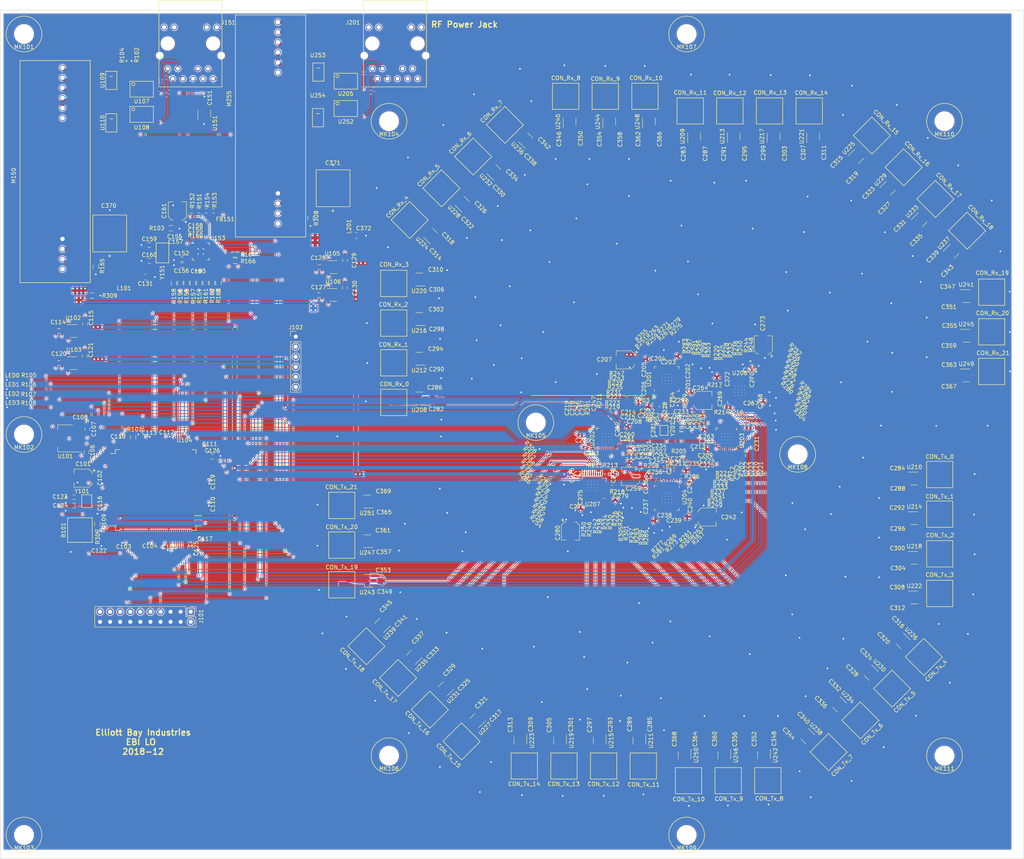
<source format=kicad_pcb>
(kicad_pcb (version 20171130) (host pcbnew "(5.0.1)-4")
  (layers (0 F.Cu signal) (1 In1.Cu power) (2 In2.Cu power) (31 B.Cu signal) (34 B.Paste user) (35 F.Paste user) (36 B.SilkS user) (37 F.SilkS user) (38 B.Mask user) (39 F.Mask user) (44 Edge.Cuts user))
  (net 0 "")
  (net 1 GND)
  (net 2 /Common/NRST)
  (net 3 +3V3)
  (net 4 GNDPWR)
  (net 5 +5V)
  (net 6 "Net-(C108-Pad1)")
  (net 7 +3.3VA)
  (net 8 GNDA)
  (net 9 "Net-(C123-Pad1)")
  (net 10 "Net-(C124-Pad1)")
  (net 11 "Net-(C125-Pad1)")
  (net 12 "Net-(C126-Pad1)")
  (net 13 "Net-(C151-Pad2)")
  (net 14 "Net-(C152-Pad2)")
  (net 15 "Net-(C159-Pad2)")
  (net 16 "Net-(C160-Pad2)")
  (net 17 /FIN0_P)
  (net 18 "Net-(C210-Pad2)")
  (net 19 "Net-(C211-Pad2)")
  (net 20 "Net-(C214-Pad1)")
  (net 21 "Net-(C216-Pad1)")
  (net 22 "Net-(C218-Pad1)")
  (net 23 "Net-(C220-Pad1)")
  (net 24 "Net-(C222-Pad1)")
  (net 25 "Net-(C224-Pad1)")
  (net 26 /FIN0_N)
  (net 27 "Net-(C226-Pad2)")
  (net 28 "Net-(C227-Pad2)")
  (net 29 "Net-(C228-Pad2)")
  (net 30 "Net-(C229-Pad2)")
  (net 31 /FIN1_P)
  (net 32 "Net-(C245-Pad2)")
  (net 33 "Net-(C246-Pad2)")
  (net 34 /Vtune0)
  (net 35 "Net-(C248-Pad2)")
  (net 36 "Net-(C248-Pad1)")
  (net 37 "Net-(C250-Pad1)")
  (net 38 "Net-(C251-Pad2)")
  (net 39 /Vtune1)
  (net 40 "Net-(C253-Pad2)")
  (net 41 /FIN1_N)
  (net 42 "Net-(C254-Pad2)")
  (net 43 "Net-(C255-Pad2)")
  (net 44 "Net-(C256-Pad2)")
  (net 45 /AVdd)
  (net 46 "Net-(CON_Rx_0-Pad1)")
  (net 47 "Net-(CON_Rx_1-Pad1)")
  (net 48 "Net-(CON_Rx_2-Pad1)")
  (net 49 "Net-(CON_Rx_3-Pad1)")
  (net 50 "Net-(CON_Rx_4-Pad1)")
  (net 51 "Net-(CON_Rx_5-Pad1)")
  (net 52 "Net-(CON_Rx_6-Pad1)")
  (net 53 "Net-(CON_Rx_7-Pad1)")
  (net 54 "Net-(CON_Rx_8-Pad1)")
  (net 55 "Net-(CON_Rx_9-Pad1)")
  (net 56 "Net-(CON_Rx_10-Pad1)")
  (net 57 "Net-(CON_Rx_11-Pad1)")
  (net 58 "Net-(CON_Rx_12-Pad1)")
  (net 59 "Net-(CON_Rx_13-Pad1)")
  (net 60 "Net-(CON_Rx_14-Pad1)")
  (net 61 "Net-(CON_Rx_15-Pad1)")
  (net 62 "Net-(CON_Rx_16-Pad1)")
  (net 63 "Net-(CON_Rx_17-Pad1)")
  (net 64 "Net-(CON_Rx_18-Pad1)")
  (net 65 "Net-(CON_Rx_19-Pad1)")
  (net 66 "Net-(CON_Rx_20-Pad1)")
  (net 67 "Net-(CON_Rx_21-Pad1)")
  (net 68 "Net-(CON_Tx_0-Pad1)")
  (net 69 "Net-(CON_Tx_1-Pad1)")
  (net 70 "Net-(CON_Tx_2-Pad1)")
  (net 71 "Net-(CON_Tx_3-Pad1)")
  (net 72 "Net-(CON_Tx_4-Pad1)")
  (net 73 "Net-(CON_Tx_5-Pad1)")
  (net 74 "Net-(CON_Tx_6-Pad1)")
  (net 75 "Net-(CON_Tx_7-Pad1)")
  (net 76 "Net-(CON_Tx_8-Pad1)")
  (net 77 "Net-(CON_Tx_9-Pad1)")
  (net 78 "Net-(CON_Tx_10-Pad1)")
  (net 79 "Net-(CON_Tx_11-Pad1)")
  (net 80 "Net-(CON_Tx_12-Pad1)")
  (net 81 "Net-(CON_Tx_13-Pad1)")
  (net 82 "Net-(CON_Tx_14-Pad1)")
  (net 83 "Net-(CON_Tx_15-Pad1)")
  (net 84 "Net-(CON_Tx_16-Pad1)")
  (net 85 "Net-(CON_Tx_17-Pad1)")
  (net 86 "Net-(CON_Tx_18-Pad1)")
  (net 87 "Net-(CON_Tx_19-Pad1)")
  (net 88 "Net-(CON_Tx_20-Pad1)")
  (net 89 "Net-(CON_Tx_21-Pad1)")
  (net 90 "Net-(J101-Pad19)")
  (net 91 "Net-(J101-Pad17)")
  (net 92 /Common/TRACESWO)
  (net 93 "Net-(J101-Pad11)")
  (net 94 /Common/SWCLK)
  (net 95 /Common/SWDIO)
  (net 96 "Net-(J102-Pad2)")
  (net 97 "Net-(J102-Pad3)")
  (net 98 /Common/UART1_RX)
  (net 99 /Common/UART1_TX)
  (net 100 "Net-(J102-Pad6)")
  (net 101 /Common/Sheet5C53D1CF/LED_Y)
  (net 102 /Common/Sheet5C53D1CF/LED_G)
  (net 103 "Net-(M150-Pad6)")
  (net 104 "Net-(M150-Pad9)")
  (net 105 "Net-(M150-Pad10)")
  (net 106 "Net-(R101-Pad1)")
  (net 107 "Net-(R155-Pad1)")
  (net 108 "Net-(R156-Pad1)")
  (net 109 /Common/RX_D0)
  (net 110 /Common/RX_D1)
  (net 111 "Net-(R159-Pad1)")
  (net 112 "Net-(R160-Pad2)")
  (net 113 "Net-(R161-Pad1)")
  (net 114 /Common/CRS_DV)
  (net 115 /Common/MDIO)
  (net 116 "Net-(R164-Pad1)")
  (net 117 /Common/nINT)
  (net 118 "Net-(R201-Pad2)")
  (net 119 "Net-(R202-Pad2)")
  (net 120 "Net-(R213-Pad1)")
  (net 121 "Net-(R214-Pad1)")
  (net 122 "Net-(R217-Pad1)")
  (net 123 "Net-(R218-Pad1)")
  (net 124 "Net-(U102-Pad4)")
  (net 125 "Net-(U103-Pad4)")
  (net 126 /SYNTH0_EN)
  (net 127 /~SYNTH0_PDBrf)
  (net 128 /Common/PB9)
  (net 129 /Common/PB8)
  (net 130 /Common/PB7)
  (net 131 /Common/PB6)
  (net 132 /Common/PB5)
  (net 133 /Common/PB4)
  (net 134 /Common/PG15)
  (net 135 /Common/PG14)
  (net 136 /Common/TX_D0)
  (net 137 /Common/PG12)
  (net 138 /Common/TX_EN)
  (net 139 /Common/PG10)
  (net 140 /Common/PG9)
  (net 141 /Common/PD7)
  (net 142 /Common/PD6)
  (net 143 /Common/PD5)
  (net 144 /Common/PD4)
  (net 145 /Common/PC12)
  (net 146 /Common/PC11)
  (net 147 /Common/PC10)
  (net 148 /Common/PA15)
  (net 149 /Common/PA12)
  (net 150 /Common/PA11)
  (net 151 /Common/PA8)
  (net 152 /Common/PC9)
  (net 153 /Common/PC8)
  (net 154 /Common/PC7)
  (net 155 /Common/PC6)
  (net 156 /Common/PG8)
  (net 157 /Common/PG7)
  (net 158 /Common/PG6)
  (net 159 /Common/PG5)
  (net 160 /Common/PG4)
  (net 161 /Common/PG3)
  (net 162 /Common/PG2)
  (net 163 /Common/PD15)
  (net 164 /Common/PD14)
  (net 165 /Common/PD13)
  (net 166 /Common/PD12)
  (net 167 /Common/PD11)
  (net 168 /Common/PD10)
  (net 169 /Common/PD9)
  (net 170 /Common/PD8)
  (net 171 /Common/PB15)
  (net 172 /Common/PB14)
  (net 173 /Common/TX_D1)
  (net 174 /Common/PB12)
  (net 175 /Common/PB11)
  (net 176 /Common/PB10)
  (net 177 /Common/PE10)
  (net 178 /Common/PE9)
  (net 179 /SEL_SYNTH_1)
  (net 180 /SYNTH0_MUXOUT)
  (net 181 /Common/PG1)
  (net 182 /Common/PG0)
  (net 183 /Common/PF15)
  (net 184 /Common/PF14)
  (net 185 /Common/PF13)
  (net 186 /Common/PF12)
  (net 187 /Common/PF11)
  (net 188 /Common/PB2)
  (net 189 /Common/PB1)
  (net 190 /Common/PB0)
  (net 191 /Common/PA6)
  (net 192 /Common/PA5)
  (net 193 /Common/PA4)
  (net 194 /Common/PA3)
  (net 195 /Common/PA0)
  (net 196 /Common/PC3_C)
  (net 197 /Common/PC2_C)
  (net 198 /Common/MDC)
  (net 199 /Common/PC0)
  (net 200 /Common/PF10)
  (net 201 /Common/PF9)
  (net 202 /Common/PF8)
  (net 203 /Common/PF7)
  (net 204 /Common/PF6)
  (net 205 /Common/PF5)
  (net 206 /Common/PF4)
  (net 207 /Common/PF3)
  (net 208 /Common/PF2)
  (net 209 /Common/PF1)
  (net 210 /Common/PF0)
  (net 211 /Common/PC15)
  (net 212 /Common/PC14)
  (net 213 /Common/PC13)
  (net 214 /SPI4_MOSI)
  (net 215 /SPI4_MISO)
  (net 216 /~SYNTH0_CS)
  (net 217 /SYNTH0_LD)
  (net 218 /SPI4_SCK)
  (net 219 "Net-(U201-Pad13)")
  (net 220 "Net-(U201-Pad12)")
  (net 221 /24MHz)
  (net 222 /~SYNTH1_CS)
  (net 223 /SYNTH1_EN)
  (net 224 /SYNTH1_LD)
  (net 225 /~SYNTH1_PDBrf)
  (net 226 /SYNTH1_MUXOUT)
  (net 227 "Net-(U204-Pad13)")
  (net 228 "Net-(U204-Pad12)")
  (net 229 "Net-(U206-Pad6)")
  (net 230 "Net-(U206-Pad7)")
  (net 231 "Net-(U206-Pad8)")
  (net 232 "Net-(U207-Pad6)")
  (net 233 "Net-(U207-Pad7)")
  (net 234 "Net-(U207-Pad8)")
  (net 235 "Net-(U208-Pad2)")
  (net 236 "Net-(U209-Pad2)")
  (net 237 "Net-(U210-Pad2)")
  (net 238 "Net-(U211-Pad2)")
  (net 239 "Net-(U212-Pad2)")
  (net 240 "Net-(U213-Pad2)")
  (net 241 "Net-(U214-Pad2)")
  (net 242 "Net-(U215-Pad2)")
  (net 243 "Net-(U216-Pad2)")
  (net 244 "Net-(U217-Pad2)")
  (net 245 "Net-(U218-Pad2)")
  (net 246 "Net-(U219-Pad2)")
  (net 247 "Net-(U220-Pad2)")
  (net 248 "Net-(U221-Pad2)")
  (net 249 "Net-(U222-Pad2)")
  (net 250 "Net-(U223-Pad2)")
  (net 251 "Net-(U224-Pad2)")
  (net 252 "Net-(U225-Pad2)")
  (net 253 "Net-(U226-Pad2)")
  (net 254 "Net-(U227-Pad2)")
  (net 255 "Net-(U228-Pad2)")
  (net 256 "Net-(U229-Pad2)")
  (net 257 "Net-(U230-Pad2)")
  (net 258 "Net-(U231-Pad2)")
  (net 259 "Net-(U232-Pad2)")
  (net 260 "Net-(U233-Pad2)")
  (net 261 "Net-(U234-Pad2)")
  (net 262 "Net-(U235-Pad2)")
  (net 263 "Net-(U236-Pad2)")
  (net 264 "Net-(U237-Pad2)")
  (net 265 "Net-(U238-Pad2)")
  (net 266 "Net-(U239-Pad2)")
  (net 267 "Net-(U240-Pad2)")
  (net 268 "Net-(U241-Pad2)")
  (net 269 "Net-(U242-Pad2)")
  (net 270 "Net-(U243-Pad2)")
  (net 271 "Net-(U244-Pad2)")
  (net 272 "Net-(U245-Pad2)")
  (net 273 "Net-(U246-Pad2)")
  (net 274 "Net-(U247-Pad2)")
  (net 275 "Net-(U248-Pad2)")
  (net 276 "Net-(U249-Pad2)")
  (net 277 "Net-(U250-Pad2)")
  (net 278 "Net-(U251-Pad2)")
  (net 279 /FIN2_P)
  (net 280 /FIN2_N)
  (net 281 /FIN3_P)
  (net 282 /FIN3_N)
  (net 283 /LO_RX_16_P)
  (net 284 /LO_RX_16_N)
  (net 285 /LO_RX_5_P)
  (net 286 /LO_RX_5_N)
  (net 287 /LO_RX_0_P)
  (net 288 "Net-(C282-Pad1)")
  (net 289 /LO_RX_11_P)
  (net 290 "Net-(C283-Pad1)")
  (net 291 /LO_TX_0_P)
  (net 292 "Net-(C284-Pad1)")
  (net 293 /LO_TX_11_P)
  (net 294 "Net-(C285-Pad1)")
  (net 295 /LO_RX_0_N)
  (net 296 "Net-(C286-Pad1)")
  (net 297 /LO_RX_11_N)
  (net 298 "Net-(C287-Pad1)")
  (net 299 /LO_TX_0_N)
  (net 300 "Net-(C288-Pad1)")
  (net 301 /LO_TX_11_N)
  (net 302 "Net-(C289-Pad1)")
  (net 303 /LO_RX_1_P)
  (net 304 "Net-(C290-Pad1)")
  (net 305 /LO_RX_12_P)
  (net 306 "Net-(C291-Pad1)")
  (net 307 /LO_TX_1_P)
  (net 308 "Net-(C292-Pad1)")
  (net 309 /LO_TX_12_P)
  (net 310 "Net-(C293-Pad1)")
  (net 311 "Net-(C294-Pad1)")
  (net 312 /LO_RX_12_N)
  (net 313 "Net-(C295-Pad1)")
  (net 314 /LO_TX_1_N)
  (net 315 "Net-(C296-Pad1)")
  (net 316 /LO_TX_12_N)
  (net 317 "Net-(C297-Pad1)")
  (net 318 /LO_RX_2_P)
  (net 319 "Net-(C298-Pad1)")
  (net 320 /LO_RX_13_P)
  (net 321 "Net-(C299-Pad1)")
  (net 322 /LO_TX_2_P)
  (net 323 "Net-(C300-Pad1)")
  (net 324 /LO_TX_13_P)
  (net 325 "Net-(C301-Pad1)")
  (net 326 /LO_RX_2_N)
  (net 327 "Net-(C302-Pad1)")
  (net 328 /LO_RX_13_N)
  (net 329 "Net-(C303-Pad1)")
  (net 330 /LO_TX_2_N)
  (net 331 "Net-(C304-Pad1)")
  (net 332 /LO_TX_13_N)
  (net 333 "Net-(C305-Pad1)")
  (net 334 /LO_RX_3_P)
  (net 335 "Net-(C306-Pad1)")
  (net 336 /LO_RX_14_P)
  (net 337 "Net-(C307-Pad1)")
  (net 338 /LO_TX_3_P)
  (net 339 "Net-(C308-Pad1)")
  (net 340 /LO_TX_14_P)
  (net 341 "Net-(C309-Pad1)")
  (net 342 /LO_RX_3_N)
  (net 343 "Net-(C310-Pad1)")
  (net 344 /LO_RX_14_N)
  (net 345 "Net-(C311-Pad1)")
  (net 346 /LO_TX_3_N)
  (net 347 "Net-(C312-Pad1)")
  (net 348 /LO_TX_14_N)
  (net 349 "Net-(C313-Pad1)")
  (net 350 /LO_RX_4_P)
  (net 351 "Net-(C314-Pad1)")
  (net 352 /LO_RX_15_P)
  (net 353 "Net-(C315-Pad1)")
  (net 354 /LO_TX_4_P)
  (net 355 "Net-(C316-Pad1)")
  (net 356 /LO_TX_15_P)
  (net 357 "Net-(C317-Pad1)")
  (net 358 /LO_RX_4_N)
  (net 359 "Net-(C318-Pad1)")
  (net 360 /LO_RX_15_N)
  (net 361 "Net-(C319-Pad1)")
  (net 362 /LO_TX_4_N)
  (net 363 "Net-(C320-Pad1)")
  (net 364 /LO_TX_15_N)
  (net 365 "Net-(C321-Pad1)")
  (net 366 "Net-(C322-Pad1)")
  (net 367 "Net-(C323-Pad1)")
  (net 368 /LO_TX_5_P)
  (net 369 "Net-(C324-Pad1)")
  (net 370 /LO_TX_16_P)
  (net 371 "Net-(C325-Pad1)")
  (net 372 "Net-(C326-Pad1)")
  (net 373 "Net-(C327-Pad1)")
  (net 374 /LO_TX_5_N)
  (net 375 "Net-(C328-Pad1)")
  (net 376 /LO_TX_16_N)
  (net 377 "Net-(C329-Pad1)")
  (net 378 /LO_RX_6_P)
  (net 379 "Net-(C330-Pad1)")
  (net 380 /LO_RX_17_P)
  (net 381 "Net-(C331-Pad1)")
  (net 382 /LO_TX_6_P)
  (net 383 "Net-(C332-Pad1)")
  (net 384 /LO_TX_17_P)
  (net 385 "Net-(C333-Pad1)")
  (net 386 /LO_RX_6_N)
  (net 387 "Net-(C334-Pad1)")
  (net 388 /LO_RX_17_N)
  (net 389 "Net-(C335-Pad1)")
  (net 390 /LO_TX_6_N)
  (net 391 "Net-(C336-Pad1)")
  (net 392 /LO_TX_17_N)
  (net 393 "Net-(C337-Pad1)")
  (net 394 /LO_RX_7_P)
  (net 395 "Net-(C338-Pad1)")
  (net 396 /LO_RX_18_P)
  (net 397 "Net-(C339-Pad1)")
  (net 398 /LO_TX_7_P)
  (net 399 "Net-(C340-Pad1)")
  (net 400 /LO_TX_18_P)
  (net 401 "Net-(C341-Pad1)")
  (net 402 /LO_RX_7_N)
  (net 403 "Net-(C342-Pad1)")
  (net 404 /LO_RX_18_N)
  (net 405 "Net-(C343-Pad1)")
  (net 406 /LO_TX_7_N)
  (net 407 "Net-(C344-Pad1)")
  (net 408 /LO_TX_18_N)
  (net 409 "Net-(C345-Pad1)")
  (net 410 /LO_RX_8_P)
  (net 411 "Net-(C346-Pad1)")
  (net 412 /LO_RX_19_P)
  (net 413 "Net-(C347-Pad1)")
  (net 414 /LO_TX_8_P)
  (net 415 "Net-(C348-Pad1)")
  (net 416 /LO_TX_19_P)
  (net 417 "Net-(C349-Pad1)")
  (net 418 /LO_RX_8_N)
  (net 419 "Net-(C350-Pad1)")
  (net 420 /LO_RX_19_N)
  (net 421 "Net-(C351-Pad1)")
  (net 422 /LO_TX_8_N)
  (net 423 "Net-(C352-Pad1)")
  (net 424 /LO_TX_19_N)
  (net 425 "Net-(C353-Pad1)")
  (net 426 /LO_RX_9_P)
  (net 427 "Net-(C354-Pad1)")
  (net 428 /LO_RX_20_P)
  (net 429 "Net-(C355-Pad1)")
  (net 430 /LO_TX_9_P)
  (net 431 "Net-(C356-Pad1)")
  (net 432 /LO_TX_20_P)
  (net 433 "Net-(C357-Pad1)")
  (net 434 /LO_RX_9_N)
  (net 435 "Net-(C358-Pad1)")
  (net 436 /LO_RX_20_N)
  (net 437 "Net-(C359-Pad1)")
  (net 438 /LO_TX_9_N)
  (net 439 "Net-(C360-Pad1)")
  (net 440 /LO_TX_20_N)
  (net 441 "Net-(C361-Pad1)")
  (net 442 /LO_RX_10_P)
  (net 443 "Net-(C362-Pad1)")
  (net 444 /LO_RX_21_P)
  (net 445 "Net-(C363-Pad1)")
  (net 446 /LO_TX_10_P)
  (net 447 "Net-(C364-Pad1)")
  (net 448 /LO_TX_21_P)
  (net 449 "Net-(C365-Pad1)")
  (net 450 /LO_RX_10_N)
  (net 451 "Net-(C366-Pad1)")
  (net 452 /LO_RX_21_N)
  (net 453 "Net-(C367-Pad1)")
  (net 454 /LO_TX_10_N)
  (net 455 "Net-(C368-Pad1)")
  (net 456 /LO_TX_21_N)
  (net 457 "Net-(C369-Pad1)")
  (net 458 /LO_RX_1_N)
  (net 459 /5.5V)
  (net 460 /3.3V_FO_pair_0)
  (net 461 /3.3V_FO_pair_1)
  (net 462 "Net-(U105-Pad4)")
  (net 463 "Net-(U106-Pad4)")
  (net 464 /Common/Sheet5C53D1CF/RX-)
  (net 465 /Common/Sheet5C53D1CF/RX+)
  (net 466 /Common/Sheet5C53D1CF/TX-)
  (net 467 /Common/Sheet5C53D1CF/TX+)
  (net 468 "Net-(C370-Pad1)")
  (net 469 /Common/Sheet5C53D1CF/VC1+)
  (net 470 /Common/Sheet5C53D1CF/VC1-)
  (net 471 /Common/Sheet5C53D1CF/VC2+)
  (net 472 /Common/Sheet5C53D1CF/VC2-)
  (net 473 "Net-(J151-Pad12)")
  (net 474 "Net-(J151-Pad14)")
  (net 475 "Net-(M150-Pad3)")
  (net 476 "Net-(M150-Pad1)")
  (net 477 "Net-(Y201-Pad1)")
  (net 478 "Net-(M150-Pad2)")
  (net 479 "Net-(M150-Pad4)")
  (net 480 /5.5V_RF)
  (net 481 /Common/LED0)
  (net 482 "Net-(R105-Pad1)")
  (net 483 "Net-(R106-Pad1)")
  (net 484 /Common/LED1)
  (net 485 "Net-(R107-Pad1)")
  (net 486 /Common/LED2)
  (net 487 /Common/LED3)
  (net 488 "Net-(R108-Pad1)")
  (net 489 "Net-(C371-Pad1)")
  (net 490 "Net-(J201-Pad14)")
  (net 491 "Net-(J201-Pad13)")
  (net 492 "Net-(J201-Pad12)")
  (net 493 "Net-(J201-Pad11)")
  (net 494 /RF_VC2-)
  (net 495 /RF_VC2+)
  (net 496 /RF_VC1-)
  (net 497 /RF_VC1+)
  (net 498 "Net-(J201-Pad5)")
  (net 499 "Net-(J201-Pad4)")
  (net 500 "Net-(J201-Pad3)")
  (net 501 "Net-(J201-Pad2)")
  (net 502 "Net-(J201-Pad1)")
  (net 503 "Net-(M255-Pad10)")
  (net 504 "Net-(M255-Pad9)")
  (net 505 "Net-(M255-Pad6)")
  (net 506 "Net-(M255-Pad4)")
  (net 507 "Net-(M255-Pad3)")
  (net 508 "Net-(M255-Pad2)")
  (net 509 "Net-(M255-Pad1)")
  (module EllBayInd-McFly:MDB6S (layer F.Cu) (at 57.658 48.26 270)
    (fp_text reference U108 (at 3.302 0) (layer F.SilkS))
    (fp_text value MDB6S)
    (pad 4 smd rect (at -2 -2.95 270) (size 0.85 1.55) (layers F.Cu F.Paste F.Mask) (net 471 /Common/Sheet5C53D1CF/VC2+))
    (pad 3 smd rect (at 2 -2.95 270) (size 0.85 1.55) (layers F.Cu F.Paste F.Mask) (net 472 /Common/Sheet5C53D1CF/VC2-))
    (pad 2 smd rect (at 2 2.95 270) (size 0.85 1.55) (layers F.Cu F.Paste F.Mask) (net 479 "Net-(M150-Pad4)"))
    (pad 1 smd rect (at -2 2.95 270) (size 0.85 1.55) (layers F.Cu F.Paste F.Mask) (net 475 "Net-(M150-Pad3)"))
  )
  (module EllBayInd-McFly:MDB6S (layer F.Cu) (at 57.658 41.91 270)
    (fp_text reference U107 (at 3.048 0) (layer F.SilkS))
    (fp_text value MDB6S)
    (pad 4 smd rect (at -2 -2.95 270) (size 0.85 1.55) (layers F.Cu F.Paste F.Mask) (net 469 /Common/Sheet5C53D1CF/VC1+))
    (pad 3 smd rect (at 2 -2.95 270) (size 0.85 1.55) (layers F.Cu F.Paste F.Mask) (net 470 /Common/Sheet5C53D1CF/VC1-))
    (pad 2 smd rect (at 2 2.95 270) (size 0.85 1.55) (layers F.Cu F.Paste F.Mask) (net 478 "Net-(M150-Pad2)"))
    (pad 1 smd rect (at -2 2.95 270) (size 0.85 1.55) (layers F.Cu F.Paste F.Mask) (net 476 "Net-(M150-Pad1)"))
  )
  (module EllBayInd-McFly:MDB6S (layer F.Cu) (at 109.1 39.9 270)
    (fp_text reference U205 (at 3.15 0.05) (layer F.SilkS))
    (fp_text value MDB6S)
    (pad 4 smd rect (at -2 -2.95 270) (size 0.85 1.55) (layers F.Cu F.Paste F.Mask) (net 497 /RF_VC1+))
    (pad 3 smd rect (at 2 -2.95 270) (size 0.85 1.55) (layers F.Cu F.Paste F.Mask) (net 496 /RF_VC1-))
    (pad 2 smd rect (at 2 2.95 270) (size 0.85 1.55) (layers F.Cu F.Paste F.Mask) (net 508 "Net-(M255-Pad2)"))
    (pad 1 smd rect (at -2 2.95 270) (size 0.85 1.55) (layers F.Cu F.Paste F.Mask) (net 509 "Net-(M255-Pad1)"))
  )
  (module EllBayInd-McFly:MDB6S (layer F.Cu) (at 109.1 46.8 270)
    (fp_text reference U252 (at 3.3 0) (layer F.SilkS))
    (fp_text value MDB6S)
    (pad 4 smd rect (at -2 -2.95 270) (size 0.85 1.55) (layers F.Cu F.Paste F.Mask) (net 495 /RF_VC2+))
    (pad 3 smd rect (at 2 -2.95 270) (size 0.85 1.55) (layers F.Cu F.Paste F.Mask) (net 494 /RF_VC2-))
    (pad 2 smd rect (at 2 2.95 270) (size 0.85 1.55) (layers F.Cu F.Paste F.Mask) (net 506 "Net-(M255-Pad4)"))
    (pad 1 smd rect (at -2 2.95 270) (size 0.85 1.55) (layers F.Cu F.Paste F.Mask) (net 507 "Net-(M255-Pad3)"))
  )
  (module EllBayInd-McFly:SMAJ58CA (layer F.Cu) (at 50 39.7 270)
    (fp_text reference U109 (at -0.02 2.21 270) (layer F.SilkS))
    (fp_text value SMAJ58CA)
    (fp_text user - (at -1.09 0.01) (layer F.SilkS))
    (pad 1 smd rect (at -2.2 0 270) (size 2.1 1.8) (layers F.Cu F.Paste F.Mask) (net 476 "Net-(M150-Pad1)"))
    (pad 2 smd rect (at 2.2 0 270) (size 2.1 1.8) (layers F.Cu F.Paste F.Mask) (net 478 "Net-(M150-Pad2)"))
  )
  (module EllBayInd-McFly:SMAJ58CA (layer F.Cu) (at 50 50.4 270)
    (fp_text reference U110 (at -0.02 2.21 270) (layer F.SilkS))
    (fp_text value SMAJ58CA)
    (fp_text user - (at -1.09 0.01) (layer F.SilkS))
    (pad 1 smd rect (at -2.2 0 270) (size 2.1 1.8) (layers F.Cu F.Paste F.Mask) (net 475 "Net-(M150-Pad3)"))
    (pad 2 smd rect (at 2.2 0 270) (size 2.1 1.8) (layers F.Cu F.Paste F.Mask) (net 479 "Net-(M150-Pad4)"))
  )
  (module EllBayInd-McFly:SMAJ58CA (layer F.Cu) (at 102.2 37.6 270)
    (fp_text reference U253 (at -4.25 0.15) (layer F.SilkS))
    (fp_text value SMAJ58CA)
    (fp_text user - (at -1.09 0.01) (layer F.SilkS))
    (pad 1 smd rect (at -2.2 0 270) (size 2.1 1.8) (layers F.Cu F.Paste F.Mask) (net 509 "Net-(M255-Pad1)"))
    (pad 2 smd rect (at 2.2 0 270) (size 2.1 1.8) (layers F.Cu F.Paste F.Mask) (net 508 "Net-(M255-Pad2)"))
  )
  (module EllBayInd-McFly:SMAJ58CA (layer F.Cu) (at 102.1 49.1 270)
    (fp_text reference U254 (at -5.6 0.05) (layer F.SilkS))
    (fp_text value SMAJ58CA)
    (fp_text user - (at -1.09 0.01) (layer F.SilkS))
    (pad 1 smd rect (at -2.2 0 270) (size 2.1 1.8) (layers F.Cu F.Paste F.Mask) (net 507 "Net-(M255-Pad3)"))
    (pad 2 smd rect (at 2.2 0 270) (size 2.1 1.8) (layers F.Cu F.Paste F.Mask) (net 506 "Net-(M255-Pad4)"))
  )
  (module EllBayInd-McFly:C_0603 (layer F.Cu) (at 43.3 109.2 90)
    (fp_text reference C121 (at 1.5 1.5 90) (layer F.SilkS))
    (fp_text value 1uF)
    (pad 2 smd rect (at 0.75 0 90) (size 0.8 0.75) (layers F.Cu F.Paste F.Mask) (net 4 GNDPWR))
    (pad 1 smd rect (at -0.75 0 90) (size 0.8 0.75) (layers F.Cu F.Paste F.Mask) (net 3 +3V3))
  )
  (module EllBayInd-McFly:C_0603 (layer F.Cu) (at 102.35 93.85)
    (fp_text reference C127 (at -0.1 -1.98) (layer F.SilkS))
    (fp_text value 1uF)
    (pad 2 smd rect (at 0.75 0) (size 0.8 0.75) (layers F.Cu F.Paste F.Mask) (net 4 GNDPWR))
    (pad 1 smd rect (at -0.75 0) (size 0.8 0.75) (layers F.Cu F.Paste F.Mask) (net 480 /5.5V_RF))
  )
  (module EllBayInd-McFly:C_0603 (layer F.Cu) (at 102.4 86.8)
    (fp_text reference C128 (at -0.25 -2.34) (layer F.SilkS))
    (fp_text value 1uF)
    (pad 2 smd rect (at 0.75 0) (size 0.8 0.75) (layers F.Cu F.Paste F.Mask) (net 4 GNDPWR))
    (pad 1 smd rect (at -0.75 0) (size 0.8 0.75) (layers F.Cu F.Paste F.Mask) (net 480 /5.5V_RF))
  )
  (module EllBayInd-McFly:AG9205S (layer F.Cu) (at 37.7 66.5 270)
    (fp_text reference M150 (at -2.8 12.3 270) (layer F.SilkS))
    (fp_text value AG9205S)
    (pad 1 thru_hole circle (at -30 0 270) (size 1.524 1.524) (drill 1.1) (layers *.Cu *.Mask) (net 476 "Net-(M150-Pad1)"))
    (pad 2 thru_hole circle (at -27.46 0 270) (size 1.524 1.524) (drill 1.1) (layers *.Cu *.Mask) (net 478 "Net-(M150-Pad2)"))
    (pad 3 thru_hole circle (at -24.92 0 270) (size 1.524 1.524) (drill 1.1) (layers *.Cu *.Mask) (net 475 "Net-(M150-Pad3)"))
    (pad 4 thru_hole circle (at -22.38 0 270) (size 1.524 1.524) (drill 1.1) (layers *.Cu *.Mask) (net 479 "Net-(M150-Pad4)"))
    (pad 5 thru_hole circle (at -19.84 0 270) (size 1.524 1.524) (drill 1.1) (layers *.Cu *.Mask) (net 479 "Net-(M150-Pad4)"))
    (pad 6 thru_hole circle (at -17.3 0 270) (size 1.524 1.524) (drill 1.1) (layers *.Cu *.Mask) (net 103 "Net-(M150-Pad6)"))
    (pad 7 thru_hole circle (at 13.18 0 270) (size 1.524 1.524) (drill 1.1) (layers *.Cu *.Mask) (net 1 GND))
    (pad 8 thru_hole circle (at 15.72 0 270) (size 1.524 1.524) (drill 1.1) (layers *.Cu *.Mask) (net 468 "Net-(C370-Pad1)"))
    (pad 9 thru_hole circle (at 18.26 0 270) (size 1.524 1.524) (drill 1.1) (layers *.Cu *.Mask) (net 104 "Net-(M150-Pad9)"))
    (pad 10 thru_hole circle (at 20.8 0 270) (size 1.524 1.524) (drill 1.1) (layers *.Cu *.Mask) (net 105 "Net-(M150-Pad10)"))
  )
  (module EllBayInd-McFly:RJ45 (layer F.Cu) (at 69.9491 30.3886)
    (fp_text reference J151 (at 9.5509 -5.2886) (layer F.SilkS))
    (fp_text value RJ45_7499211122A)
    (pad 1 thru_hole circle (at 5.715 8.89) (size 1.4 1.4) (drill 0.9) (layers *.Cu *.Mask) (net 467 /Common/Sheet5C53D1CF/TX+))
    (pad 2 thru_hole circle (at 4.445 6.35) (size 1.4 1.4) (drill 0.9) (layers *.Cu *.Mask) (net 466 /Common/Sheet5C53D1CF/TX-))
    (pad 3 thru_hole circle (at 3.175 8.89) (size 1.4 1.4) (drill 0.9) (layers *.Cu *.Mask) (net 13 "Net-(C151-Pad2)"))
    (pad 4 thru_hole circle (at 1.905 6.35) (size 1.4 1.4) (drill 0.9) (layers *.Cu *.Mask) (net 465 /Common/Sheet5C53D1CF/RX+))
    (pad 5 thru_hole circle (at 0.635 8.89) (size 1.4 1.4) (drill 0.9) (layers *.Cu *.Mask) (net 464 /Common/Sheet5C53D1CF/RX-))
    (pad 7 thru_hole circle (at -1.905 8.89) (size 1.4 1.4) (drill 0.9) (layers *.Cu *.Mask) (net 469 /Common/Sheet5C53D1CF/VC1+))
    (pad 8 thru_hole circle (at -3.175 6.35) (size 1.4 1.4) (drill 0.9) (layers *.Cu *.Mask) (net 470 /Common/Sheet5C53D1CF/VC1-))
    (pad 9 thru_hole circle (at -4.445 8.89) (size 1.4 1.4) (drill 0.9) (layers *.Cu *.Mask) (net 471 /Common/Sheet5C53D1CF/VC2+))
    (pad 10 thru_hole circle (at -5.715 6.35) (size 1.4 1.4) (drill 0.9) (layers *.Cu *.Mask) (net 472 /Common/Sheet5C53D1CF/VC2-))
    (pad 11 thru_hole circle (at 6.63 -4.08) (size 1.5 1.5) (drill 1.02) (layers *.Cu *.Mask) (net 101 /Common/Sheet5C53D1CF/LED_Y))
    (pad 12 thru_hole circle (at 4.09 -4.08) (size 1.5 1.5) (drill 1.02) (layers *.Cu *.Mask) (net 473 "Net-(J151-Pad12)"))
    (pad 13 thru_hole circle (at -4.09 -4.08) (size 1.5 1.5) (drill 1.02) (layers *.Cu *.Mask) (net 102 /Common/Sheet5C53D1CF/LED_G))
    (pad 14 thru_hole circle (at -6.63 -4.08) (size 1.5 1.5) (drill 1.02) (layers *.Cu *.Mask) (net 474 "Net-(J151-Pad14)"))
    (pad "" np_thru_hole circle (at -5.715 0) (size 3.25 3.25) (drill 3.25) (layers *.Cu *.Mask))
    (pad "" np_thru_hole circle (at 5.715 0) (size 3.25 3.25) (drill 3.25) (layers *.Cu *.Mask))
    (pad "" np_thru_hole circle (at -7.745 3.05) (size 1.6 1.6) (drill 1.6) (layers *.Cu *.Mask))
    (pad "" np_thru_hole circle (at 7.745 3.05) (size 1.6 1.6) (drill 1.6) (layers *.Cu *.Mask))
  )
  (module EllBayInd-McFly:24MhzCrystalOsc (layer F.Cu) (at 189.31 127.97 270)
    (fp_text reference Y201 (at -0.35 -2.16 270) (layer F.SilkS))
    (fp_text value 24MHz)
    (pad 4 smd rect (at -0.85 -0.65 270) (size 1.1 0.9) (layers F.Cu F.Paste F.Mask) (net 3 +3V3))
    (pad 3 smd rect (at 0.85 -0.65 270) (size 1.1 0.9) (layers F.Cu F.Paste F.Mask) (net 221 /24MHz))
    (pad 2 smd rect (at 0.85 0.65 270) (size 1.1 0.9) (layers F.Cu F.Paste F.Mask) (net 1 GND))
    (pad 1 smd rect (at -0.85 0.65 270) (size 1.1 0.9) (layers F.Cu F.Paste F.Mask) (net 477 "Net-(Y201-Pad1)"))
  )
  (module EllBayInd-McFly:Mounting_hole (layer F.Cu) (at 260 50)
    (fp_text reference MK110 (at 0 3.26) (layer F.SilkS))
    (fp_text value Mounting_hole)
    (pad "" np_thru_hole circle (at 0 0) (size 4.5 4.5) (drill 4.5) (layers *.Cu *.Mask) (clearance 0.254))
  )
  (module EllBayInd-McFly:Mounting_hole (layer F.Cu) (at 28 28)
    (fp_text reference MK101 (at 0 3.26) (layer F.SilkS))
    (fp_text value Mounting_hole)
    (pad "" np_thru_hole circle (at 0 0) (size 4.5 4.5) (drill 4.5) (layers *.Cu *.Mask) (clearance 0.254))
  )
  (module EllBayInd-McFly:Mounting_hole (layer F.Cu) (at 28 129)
    (fp_text reference MK102 (at 0 3.26) (layer F.SilkS))
    (fp_text value Mounting_hole)
    (pad "" np_thru_hole circle (at 0 0) (size 4.5 4.5) (drill 4.5) (layers *.Cu *.Mask) (clearance 0.254))
  )
  (module EllBayInd-McFly:Mounting_hole (layer F.Cu) (at 28 230)
    (fp_text reference MK103 (at 0 3.26) (layer F.SilkS))
    (fp_text value Mounting_hole)
    (pad "" np_thru_hole circle (at 0 0) (size 4.5 4.5) (drill 4.5) (layers *.Cu *.Mask) (clearance 0.254))
  )
  (module EllBayInd-McFly:Mounting_hole (layer F.Cu) (at 120 50)
    (fp_text reference MK104 (at 0 3.26) (layer F.SilkS))
    (fp_text value Mounting_hole)
    (pad "" np_thru_hole circle (at 0 0) (size 4.5 4.5) (drill 4.5) (layers *.Cu *.Mask) (clearance 0.254))
  )
  (module EllBayInd-McFly:Mounting_hole (layer F.Cu) (at 157 126)
    (fp_text reference MK105 (at 0 3.26) (layer F.SilkS))
    (fp_text value Mounting_hole)
    (pad "" np_thru_hole circle (at 0 0) (size 4.5 4.5) (drill 4.5) (layers *.Cu *.Mask) (clearance 0.254))
  )
  (module EllBayInd-McFly:Mounting_hole (layer F.Cu) (at 120 210)
    (fp_text reference MK106 (at 0 3.26) (layer F.SilkS))
    (fp_text value Mounting_hole)
    (pad "" np_thru_hole circle (at 0 0) (size 4.5 4.5) (drill 4.5) (layers *.Cu *.Mask) (clearance 0.254))
  )
  (module EllBayInd-McFly:Mounting_hole (layer F.Cu) (at 195 28)
    (fp_text reference MK107 (at 0 3.26) (layer F.SilkS))
    (fp_text value Mounting_hole)
    (pad "" np_thru_hole circle (at 0 0) (size 4.5 4.5) (drill 4.5) (layers *.Cu *.Mask) (clearance 0.254))
  )
  (module EllBayInd-McFly:Mounting_hole (layer F.Cu) (at 223 134)
    (fp_text reference MK108 (at 0 3.26) (layer F.SilkS))
    (fp_text value Mounting_hole)
    (pad "" np_thru_hole circle (at 0 0) (size 4.5 4.5) (drill 4.5) (layers *.Cu *.Mask) (clearance 0.254))
  )
  (module EllBayInd-McFly:Mounting_hole (layer F.Cu) (at 195 230)
    (fp_text reference MK109 (at 0 3.26) (layer F.SilkS))
    (fp_text value Mounting_hole)
    (pad "" np_thru_hole circle (at 0 0) (size 4.5 4.5) (drill 4.5) (layers *.Cu *.Mask) (clearance 0.254))
  )
  (module EllBayInd-McFly:Mounting_hole (layer F.Cu) (at 260 210)
    (fp_text reference MK111 (at 0 3.26) (layer F.SilkS))
    (fp_text value Mounting_hole)
    (pad "" np_thru_hole circle (at 0 0) (size 4.5 4.5) (drill 4.5) (layers *.Cu *.Mask) (clearance 0.254))
  )
  (module EllBayInd-McFly:R_0201_0603Metric (layer F.Cu) (at 219.4 124.4 135)
    (fp_text reference R296 (at -0.989949 5.586144 135) (layer F.SilkS))
    (fp_text value 200)
    (pad 2 smd roundrect (at 0.32 0 135) (size 0.46 0.4) (layers F.Cu F.Mask) (net 436 /LO_RX_20_N))
    (pad 1 smd roundrect (at -0.32 0 135) (size 0.46 0.4) (layers F.Cu F.Mask) (net 1 GND))
  )
  (module EllBayInd-McFly:ADF4350 (layer F.Cu) (at 175 130 90)
    (fp_text reference U202 (at 0 -3.75 90) (layer F.SilkS))
    (fp_text value ADF4350)
    (pad 33 smd rect (at 0 0 90) (size 3.1 3.1) (layers F.Cu F.Paste F.Mask) (net 1 GND))
    (pad 32 smd rect (at -1.75 -2.4 180) (size 0.7 0.25) (layers F.Cu F.Paste F.Mask) (net 3 +3V3))
    (pad 31 smd rect (at -1.25 -2.4 180) (size 0.7 0.25) (layers F.Cu F.Paste F.Mask) (net 1 GND))
    (pad 30 smd rect (at -0.75 -2.4 180) (size 0.7 0.25) (layers F.Cu F.Paste F.Mask) (net 180 /SYNTH0_MUXOUT))
    (pad 29 smd rect (at -0.25 -2.4 180) (size 0.7 0.25) (layers F.Cu F.Paste F.Mask) (net 221 /24MHz))
    (pad 28 smd rect (at 0.25 -2.4 180) (size 0.7 0.25) (layers F.Cu F.Paste F.Mask) (net 3 +3V3))
    (pad 27 smd rect (at 0.75 -2.4 180) (size 0.7 0.25) (layers F.Cu F.Paste F.Mask) (net 1 GND))
    (pad 26 smd rect (at 1.25 -2.4 180) (size 0.7 0.25) (layers F.Cu F.Paste F.Mask) (net 127 /~SYNTH0_PDBrf))
    (pad 25 smd rect (at 1.75 -2.4 180) (size 0.7 0.25) (layers F.Cu F.Paste F.Mask) (net 217 /SYNTH0_LD))
    (pad 24 smd rect (at 2.4 -1.75 90) (size 0.7 0.25) (layers F.Cu F.Paste F.Mask) (net 22 "Net-(C218-Pad1)"))
    (pad 23 smd rect (at 2.4 -1.25 90) (size 0.7 0.25) (layers F.Cu F.Paste F.Mask) (net 21 "Net-(C216-Pad1)"))
    (pad 22 smd rect (at 2.4 -0.75 90) (size 0.7 0.25) (layers F.Cu F.Paste F.Mask) (net 118 "Net-(R201-Pad2)"))
    (pad 21 smd rect (at 2.4 -0.25 90) (size 0.7 0.25) (layers F.Cu F.Paste F.Mask) (net 1 GND))
    (pad 20 smd rect (at 2.4 0.25 90) (size 0.7 0.25) (layers F.Cu F.Paste F.Mask) (net 34 /Vtune0))
    (pad 19 smd rect (at 2.4 0.75 90) (size 0.7 0.25) (layers F.Cu F.Paste F.Mask) (net 20 "Net-(C214-Pad1)"))
    (pad 18 smd rect (at 2.4 1.25 90) (size 0.7 0.25) (layers F.Cu F.Paste F.Mask) (net 1 GND))
    (pad 17 smd rect (at 2.4 1.75 90) (size 0.7 0.25) (layers F.Cu F.Paste F.Mask) (net 7 +3.3VA))
    (pad 16 smd rect (at 1.75 2.4 180) (size 0.7 0.25) (layers F.Cu F.Paste F.Mask) (net 7 +3.3VA))
    (pad 15 smd rect (at 1.25 2.4 180) (size 0.7 0.25) (layers F.Cu F.Paste F.Mask) (net 27 "Net-(C226-Pad2)"))
    (pad 14 smd rect (at 0.75 2.4 180) (size 0.7 0.25) (layers F.Cu F.Paste F.Mask) (net 18 "Net-(C210-Pad2)"))
    (pad 13 smd rect (at 0.25 2.4 180) (size 0.7 0.25) (layers F.Cu F.Paste F.Mask) (net 40 "Net-(C253-Pad2)"))
    (pad 12 smd rect (at -0.25 2.4 180) (size 0.7 0.25) (layers F.Cu F.Paste F.Mask) (net 32 "Net-(C245-Pad2)"))
    (pad 11 smd rect (at -0.75 2.4 180) (size 0.7 0.25) (layers F.Cu F.Paste F.Mask) (net 1 GND))
    (pad 10 smd rect (at -1.25 2.4 180) (size 0.7 0.25) (layers F.Cu F.Paste F.Mask) (net 45 /AVdd))
    (pad 9 smd rect (at -1.75 2.4 180) (size 0.7 0.25) (layers F.Cu F.Paste F.Mask) (net 1 GND))
    (pad 8 smd rect (at -2.4 1.75 90) (size 0.7 0.25) (layers F.Cu F.Paste F.Mask) (net 1 GND))
    (pad 7 smd rect (at -2.4 1.25 90) (size 0.7 0.25) (layers F.Cu F.Paste F.Mask) (net 36 "Net-(C248-Pad1)"))
    (pad 6 smd rect (at -2.4 0.75 90) (size 0.7 0.25) (layers F.Cu F.Paste F.Mask) (net 45 /AVdd))
    (pad 5 smd rect (at -2.4 0.25 90) (size 0.7 0.25) (layers F.Cu F.Paste F.Mask) (net 120 "Net-(R213-Pad1)"))
    (pad 4 smd rect (at -2.4 -0.25 90) (size 0.7 0.25) (layers F.Cu F.Paste F.Mask) (net 126 /SYNTH0_EN))
    (pad 3 smd rect (at -2.4 -0.75 90) (size 0.7 0.25) (layers F.Cu F.Paste F.Mask) (net 216 /~SYNTH0_CS))
    (pad 2 smd rect (at -2.4 -1.25 90) (size 0.7 0.25) (layers F.Cu F.Paste F.Mask) (net 214 /SPI4_MOSI))
    (pad 1 smd rect (at -2.4 -1.75 90) (size 0.7 0.25) (layers F.Cu F.Paste F.Mask) (net 218 /SPI4_SCK))
    (pad 33 thru_hole circle (at -1.2 -1.2 90) (size 0.45 0.45) (drill 0.15) (layers *.Cu *.Mask) (net 1 GND))
    (pad 33 thru_hole circle (at -0.4 -1.2 90) (size 0.45 0.45) (drill 0.15) (layers *.Cu *.Mask) (net 1 GND))
    (pad 33 thru_hole circle (at 0.4 -1.2 90) (size 0.45 0.45) (drill 0.15) (layers *.Cu *.Mask) (net 1 GND))
    (pad 33 thru_hole circle (at 1.2 -1.2 90) (size 0.45 0.45) (drill 0.15) (layers *.Cu *.Mask) (net 1 GND))
    (pad 33 thru_hole circle (at -1.2 -0.4 90) (size 0.45 0.45) (drill 0.15) (layers *.Cu *.Mask) (net 1 GND))
    (pad 33 thru_hole circle (at -0.4 -0.4 180) (size 0.45 0.45) (drill 0.15) (layers *.Cu *.Mask) (net 1 GND))
    (pad 33 thru_hole circle (at 0.4 -0.4 90) (size 0.45 0.45) (drill 0.15) (layers *.Cu *.Mask) (net 1 GND))
    (pad 33 thru_hole circle (at 1.2 -0.4 90) (size 0.45 0.45) (drill 0.15) (layers *.Cu *.Mask) (net 1 GND))
    (pad 33 thru_hole circle (at -1.2 0.4 90) (size 0.45 0.45) (drill 0.15) (layers *.Cu *.Mask) (net 1 GND))
    (pad 33 thru_hole circle (at -0.4 0.4 90) (size 0.45 0.45) (drill 0.15) (layers *.Cu *.Mask) (net 1 GND))
    (pad 33 thru_hole circle (at 0.4 0.4 90) (size 0.45 0.45) (drill 0.15) (layers *.Cu *.Mask) (net 1 GND))
    (pad 33 thru_hole circle (at 1.2 0.4 90) (size 0.45 0.45) (drill 0.15) (layers *.Cu *.Mask) (net 1 GND))
    (pad 33 thru_hole circle (at -1.2 1.2 90) (size 0.45 0.45) (drill 0.15) (layers *.Cu *.Mask) (net 1 GND))
    (pad 33 thru_hole circle (at -0.4 1.2 90) (size 0.45 0.45) (drill 0.15) (layers *.Cu *.Mask) (net 1 GND))
    (pad 33 thru_hole circle (at 0.4 1.2 90) (size 0.45 0.45) (drill 0.15) (layers *.Cu *.Mask) (net 1 GND))
    (pad 33 thru_hole circle (at 1.2 1.2 90) (size 0.45 0.45) (drill 0.15) (layers *.Cu *.Mask) (net 1 GND))
  )
  (module EllBayInd-McFly:ADF4350 (layer F.Cu) (at 205 130 270)
    (fp_text reference U203 (at 0.55 -3.95 270) (layer F.SilkS))
    (fp_text value ADF4350)
    (pad 33 smd rect (at 0 0 270) (size 3.1 3.1) (layers F.Cu F.Paste F.Mask) (net 1 GND))
    (pad 32 smd rect (at -1.75 -2.4) (size 0.7 0.25) (layers F.Cu F.Paste F.Mask) (net 3 +3V3))
    (pad 31 smd rect (at -1.25 -2.4) (size 0.7 0.25) (layers F.Cu F.Paste F.Mask) (net 1 GND))
    (pad 30 smd rect (at -0.75 -2.4) (size 0.7 0.25) (layers F.Cu F.Paste F.Mask) (net 226 /SYNTH1_MUXOUT))
    (pad 29 smd rect (at -0.25 -2.4) (size 0.7 0.25) (layers F.Cu F.Paste F.Mask) (net 221 /24MHz))
    (pad 28 smd rect (at 0.25 -2.4) (size 0.7 0.25) (layers F.Cu F.Paste F.Mask) (net 3 +3V3))
    (pad 27 smd rect (at 0.75 -2.4) (size 0.7 0.25) (layers F.Cu F.Paste F.Mask) (net 1 GND))
    (pad 26 smd rect (at 1.25 -2.4) (size 0.7 0.25) (layers F.Cu F.Paste F.Mask) (net 225 /~SYNTH1_PDBrf))
    (pad 25 smd rect (at 1.75 -2.4) (size 0.7 0.25) (layers F.Cu F.Paste F.Mask) (net 224 /SYNTH1_LD))
    (pad 24 smd rect (at 2.4 -1.75 270) (size 0.7 0.25) (layers F.Cu F.Paste F.Mask) (net 23 "Net-(C220-Pad1)"))
    (pad 23 smd rect (at 2.4 -1.25 270) (size 0.7 0.25) (layers F.Cu F.Paste F.Mask) (net 24 "Net-(C222-Pad1)"))
    (pad 22 smd rect (at 2.4 -0.75 270) (size 0.7 0.25) (layers F.Cu F.Paste F.Mask) (net 119 "Net-(R202-Pad2)"))
    (pad 21 smd rect (at 2.4 -0.25 270) (size 0.7 0.25) (layers F.Cu F.Paste F.Mask) (net 1 GND))
    (pad 20 smd rect (at 2.4 0.25 270) (size 0.7 0.25) (layers F.Cu F.Paste F.Mask) (net 39 /Vtune1))
    (pad 19 smd rect (at 2.4 0.75 270) (size 0.7 0.25) (layers F.Cu F.Paste F.Mask) (net 25 "Net-(C224-Pad1)"))
    (pad 18 smd rect (at 2.4 1.25 270) (size 0.7 0.25) (layers F.Cu F.Paste F.Mask) (net 1 GND))
    (pad 17 smd rect (at 2.4 1.75 270) (size 0.7 0.25) (layers F.Cu F.Paste F.Mask) (net 7 +3.3VA))
    (pad 16 smd rect (at 1.75 2.4) (size 0.7 0.25) (layers F.Cu F.Paste F.Mask) (net 7 +3.3VA))
    (pad 15 smd rect (at 1.25 2.4) (size 0.7 0.25) (layers F.Cu F.Paste F.Mask) (net 28 "Net-(C227-Pad2)"))
    (pad 14 smd rect (at 0.75 2.4) (size 0.7 0.25) (layers F.Cu F.Paste F.Mask) (net 19 "Net-(C211-Pad2)"))
    (pad 13 smd rect (at 0.25 2.4) (size 0.7 0.25) (layers F.Cu F.Paste F.Mask) (net 42 "Net-(C254-Pad2)"))
    (pad 12 smd rect (at -0.25 2.4) (size 0.7 0.25) (layers F.Cu F.Paste F.Mask) (net 33 "Net-(C246-Pad2)"))
    (pad 11 smd rect (at -0.75 2.4) (size 0.7 0.25) (layers F.Cu F.Paste F.Mask) (net 1 GND))
    (pad 10 smd rect (at -1.25 2.4) (size 0.7 0.25) (layers F.Cu F.Paste F.Mask) (net 45 /AVdd))
    (pad 9 smd rect (at -1.75 2.4) (size 0.7 0.25) (layers F.Cu F.Paste F.Mask) (net 1 GND))
    (pad 8 smd rect (at -2.4 1.75 270) (size 0.7 0.25) (layers F.Cu F.Paste F.Mask) (net 1 GND))
    (pad 7 smd rect (at -2.4 1.25 270) (size 0.7 0.25) (layers F.Cu F.Paste F.Mask) (net 37 "Net-(C250-Pad1)"))
    (pad 6 smd rect (at -2.4 0.75 270) (size 0.7 0.25) (layers F.Cu F.Paste F.Mask) (net 45 /AVdd))
    (pad 5 smd rect (at -2.4 0.25 270) (size 0.7 0.25) (layers F.Cu F.Paste F.Mask) (net 121 "Net-(R214-Pad1)"))
    (pad 4 smd rect (at -2.4 -0.25 270) (size 0.7 0.25) (layers F.Cu F.Paste F.Mask) (net 223 /SYNTH1_EN))
    (pad 3 smd rect (at -2.4 -0.75 270) (size 0.7 0.25) (layers F.Cu F.Paste F.Mask) (net 222 /~SYNTH1_CS))
    (pad 2 smd rect (at -2.4 -1.25 270) (size 0.7 0.25) (layers F.Cu F.Paste F.Mask) (net 214 /SPI4_MOSI))
    (pad 1 smd rect (at -2.4 -1.75 270) (size 0.7 0.25) (layers F.Cu F.Paste F.Mask) (net 218 /SPI4_SCK))
    (pad 33 thru_hole circle (at -1.2 -1.2 270) (size 0.45 0.45) (drill 0.15) (layers *.Cu *.Mask) (net 1 GND))
    (pad 33 thru_hole circle (at -0.4 -1.2 270) (size 0.45 0.45) (drill 0.15) (layers *.Cu *.Mask) (net 1 GND))
    (pad 33 thru_hole circle (at 0.4 -1.2 270) (size 0.45 0.45) (drill 0.15) (layers *.Cu *.Mask) (net 1 GND))
    (pad 33 thru_hole circle (at 1.2 -1.2 270) (size 0.45 0.45) (drill 0.15) (layers *.Cu *.Mask) (net 1 GND))
    (pad 33 thru_hole circle (at -1.2 -0.4 270) (size 0.45 0.45) (drill 0.15) (layers *.Cu *.Mask) (net 1 GND))
    (pad 33 thru_hole circle (at -0.4 -0.4) (size 0.45 0.45) (drill 0.15) (layers *.Cu *.Mask) (net 1 GND))
    (pad 33 thru_hole circle (at 0.4 -0.4 270) (size 0.45 0.45) (drill 0.15) (layers *.Cu *.Mask) (net 1 GND))
    (pad 33 thru_hole circle (at 1.2 -0.4 270) (size 0.45 0.45) (drill 0.15) (layers *.Cu *.Mask) (net 1 GND))
    (pad 33 thru_hole circle (at -1.2 0.4 270) (size 0.45 0.45) (drill 0.15) (layers *.Cu *.Mask) (net 1 GND))
    (pad 33 thru_hole circle (at -0.4 0.4 270) (size 0.45 0.45) (drill 0.15) (layers *.Cu *.Mask) (net 1 GND))
    (pad 33 thru_hole circle (at 0.4 0.4 270) (size 0.45 0.45) (drill 0.15) (layers *.Cu *.Mask) (net 1 GND))
    (pad 33 thru_hole circle (at 1.2 0.4 270) (size 0.45 0.45) (drill 0.15) (layers *.Cu *.Mask) (net 1 GND))
    (pad 33 thru_hole circle (at -1.2 1.2 270) (size 0.45 0.45) (drill 0.15) (layers *.Cu *.Mask) (net 1 GND))
    (pad 33 thru_hole circle (at -0.4 1.2 270) (size 0.45 0.45) (drill 0.15) (layers *.Cu *.Mask) (net 1 GND))
    (pad 33 thru_hole circle (at 0.4 1.2 270) (size 0.45 0.45) (drill 0.15) (layers *.Cu *.Mask) (net 1 GND))
    (pad 33 thru_hole circle (at 1.2 1.2 270) (size 0.45 0.45) (drill 0.15) (layers *.Cu *.Mask) (net 1 GND))
  )
  (module EllBayInd-McFly:ADCLK954 (layer F.Cu) (at 208.4 118)
    (fp_text reference U206 (at 0 -4.5) (layer F.SilkS))
    (fp_text value ADCLK954)
    (pad 1 smd rect (at -3.045 -2.25) (size 0.71 0.28) (layers F.Cu F.Paste F.Mask) (net 1 GND))
    (pad 1 smd circle (at -2.69 -2.25) (size 0.28 0.28) (layers F.Cu F.Paste F.Mask) (net 1 GND))
    (pad 2 smd rect (at -3.045 -1.75) (size 0.71 0.28) (layers F.Cu F.Paste F.Mask) (net 219 "Net-(U201-Pad13)"))
    (pad 2 smd circle (at -2.69 -1.75) (size 0.28 0.28) (layers F.Cu F.Paste F.Mask) (net 219 "Net-(U201-Pad13)"))
    (pad 3 smd rect (at -3.045 -1.25) (size 0.71 0.28) (layers F.Cu F.Paste F.Mask) (net 220 "Net-(U201-Pad12)"))
    (pad 3 smd circle (at -2.69 -1.25) (size 0.28 0.28) (layers F.Cu F.Paste F.Mask) (net 220 "Net-(U201-Pad12)"))
    (pad 4 smd rect (at -3.045 -0.75) (size 0.71 0.28) (layers F.Cu F.Paste F.Mask) (net 122 "Net-(R217-Pad1)"))
    (pad 4 smd circle (at -2.69 -0.75) (size 0.28 0.28) (layers F.Cu F.Paste F.Mask) (net 122 "Net-(R217-Pad1)"))
    (pad 5 smd rect (at -3.045 -0.25) (size 0.71 0.28) (layers F.Cu F.Paste F.Mask) (net 122 "Net-(R217-Pad1)"))
    (pad 5 smd circle (at -2.69 -0.25) (size 0.28 0.28) (layers F.Cu F.Paste F.Mask) (net 122 "Net-(R217-Pad1)"))
    (pad 6 smd rect (at -3.045 0.25) (size 0.71 0.28) (layers F.Cu F.Paste F.Mask) (net 229 "Net-(U206-Pad6)"))
    (pad 6 smd circle (at -2.69 0.25) (size 0.28 0.28) (layers F.Cu F.Paste F.Mask) (net 229 "Net-(U206-Pad6)"))
    (pad 7 smd rect (at -3.045 0.75) (size 0.71 0.28) (layers F.Cu F.Paste F.Mask) (net 230 "Net-(U206-Pad7)"))
    (pad 7 smd circle (at -2.69 0.75) (size 0.28 0.28) (layers F.Cu F.Paste F.Mask) (net 230 "Net-(U206-Pad7)"))
    (pad 8 smd rect (at -3.045 1.25) (size 0.71 0.28) (layers F.Cu F.Paste F.Mask) (net 231 "Net-(U206-Pad8)"))
    (pad 8 smd circle (at -2.69 1.25) (size 0.28 0.28) (layers F.Cu F.Paste F.Mask) (net 231 "Net-(U206-Pad8)"))
    (pad 9 smd rect (at -3.045 1.75) (size 0.71 0.28) (layers F.Cu F.Paste F.Mask) (net 231 "Net-(U206-Pad8)"))
    (pad 9 smd circle (at -2.69 1.75) (size 0.28 0.28) (layers F.Cu F.Paste F.Mask) (net 231 "Net-(U206-Pad8)"))
    (pad 10 smd rect (at -3.045 2.25) (size 0.71 0.28) (layers F.Cu F.Paste F.Mask) (net 1 GND))
    (pad 10 smd circle (at -2.69 2.25) (size 0.28 0.28) (layers F.Cu F.Paste F.Mask) (net 1 GND))
    (pad 11 smd rect (at -2.25 3.045) (size 0.28 0.71) (layers F.Cu F.Paste F.Mask) (net 460 /3.3V_FO_pair_0))
    (pad 11 smd circle (at -2.25 2.69) (size 0.28 0.28) (layers F.Cu F.Paste F.Mask) (net 460 /3.3V_FO_pair_0))
    (pad 12 smd rect (at -1.75 3.045) (size 0.28 0.71) (layers F.Cu F.Paste F.Mask))
    (pad 12 smd circle (at -1.75 2.69) (size 0.28 0.28) (layers F.Cu F.Paste F.Mask))
    (pad 13 smd rect (at -1.25 3.045) (size 0.28 0.71) (layers F.Cu F.Paste F.Mask))
    (pad 13 smd circle (at -1.25 2.69) (size 0.28 0.28) (layers F.Cu F.Paste F.Mask))
    (pad 14 smd rect (at -0.75 3.045) (size 0.28 0.71) (layers F.Cu F.Paste F.Mask) (net 452 /LO_RX_21_N))
    (pad 14 smd circle (at -0.75 2.69) (size 0.28 0.28) (layers F.Cu F.Paste F.Mask) (net 452 /LO_RX_21_N))
    (pad 15 smd rect (at -0.25 3.045) (size 0.28 0.71) (layers F.Cu F.Paste F.Mask) (net 444 /LO_RX_21_P))
    (pad 15 smd circle (at -0.25 2.69) (size 0.28 0.28) (layers F.Cu F.Paste F.Mask) (net 444 /LO_RX_21_P))
    (pad 16 smd rect (at 0.25 3.045) (size 0.28 0.71) (layers F.Cu F.Paste F.Mask) (net 436 /LO_RX_20_N))
    (pad 16 smd circle (at 0.25 2.69) (size 0.28 0.28) (layers F.Cu F.Paste F.Mask) (net 436 /LO_RX_20_N))
    (pad 17 smd rect (at 0.75 3.045) (size 0.28 0.71) (layers F.Cu F.Paste F.Mask) (net 428 /LO_RX_20_P))
    (pad 17 smd circle (at 0.75 2.69) (size 0.28 0.28) (layers F.Cu F.Paste F.Mask) (net 428 /LO_RX_20_P))
    (pad 18 smd rect (at 1.25 3.045) (size 0.28 0.71) (layers F.Cu F.Paste F.Mask) (net 420 /LO_RX_19_N))
    (pad 18 smd circle (at 1.25 2.69) (size 0.28 0.28) (layers F.Cu F.Paste F.Mask) (net 420 /LO_RX_19_N))
    (pad 19 smd rect (at 1.75 3.045) (size 0.28 0.71) (layers F.Cu F.Paste F.Mask) (net 412 /LO_RX_19_P))
    (pad 19 smd circle (at 1.75 2.69) (size 0.28 0.28) (layers F.Cu F.Paste F.Mask) (net 412 /LO_RX_19_P))
    (pad 20 smd rect (at 2.25 3.045) (size 0.28 0.71) (layers F.Cu F.Paste F.Mask) (net 460 /3.3V_FO_pair_0))
    (pad 20 smd circle (at 2.25 2.69) (size 0.28 0.28) (layers F.Cu F.Paste F.Mask) (net 460 /3.3V_FO_pair_0))
    (pad 21 smd rect (at 3.045 2.25) (size 0.71 0.28) (layers F.Cu F.Paste F.Mask) (net 460 /3.3V_FO_pair_0))
    (pad 21 smd circle (at 2.69 2.25) (size 0.28 0.28) (layers F.Cu F.Paste F.Mask) (net 460 /3.3V_FO_pair_0))
    (pad 22 smd rect (at 3.045 1.75) (size 0.71 0.28) (layers F.Cu F.Paste F.Mask) (net 404 /LO_RX_18_N))
    (pad 22 smd circle (at 2.69 1.75) (size 0.28 0.28) (layers F.Cu F.Paste F.Mask) (net 404 /LO_RX_18_N))
    (pad 23 smd rect (at 3.045 1.25) (size 0.71 0.28) (layers F.Cu F.Paste F.Mask) (net 396 /LO_RX_18_P))
    (pad 23 smd circle (at 2.69 1.25) (size 0.28 0.28) (layers F.Cu F.Paste F.Mask) (net 396 /LO_RX_18_P))
    (pad 24 smd rect (at 3.045 0.75) (size 0.71 0.28) (layers F.Cu F.Paste F.Mask) (net 388 /LO_RX_17_N))
    (pad 24 smd circle (at 2.69 0.75) (size 0.28 0.28) (layers F.Cu F.Paste F.Mask) (net 388 /LO_RX_17_N))
    (pad 25 smd rect (at 3.045 0.25) (size 0.71 0.28) (layers F.Cu F.Paste F.Mask) (net 380 /LO_RX_17_P))
    (pad 25 smd circle (at 2.69 0.25) (size 0.28 0.28) (layers F.Cu F.Paste F.Mask) (net 380 /LO_RX_17_P))
    (pad 26 smd rect (at 3.045 -0.25) (size 0.71 0.28) (layers F.Cu F.Paste F.Mask) (net 284 /LO_RX_16_N))
    (pad 26 smd circle (at 2.69 -0.25) (size 0.28 0.28) (layers F.Cu F.Paste F.Mask) (net 284 /LO_RX_16_N))
    (pad 27 smd rect (at 3.045 -0.75) (size 0.71 0.28) (layers F.Cu F.Paste F.Mask) (net 283 /LO_RX_16_P))
    (pad 27 smd circle (at 2.69 -0.75) (size 0.28 0.28) (layers F.Cu F.Paste F.Mask) (net 283 /LO_RX_16_P))
    (pad 28 smd rect (at 3.045 -1.25) (size 0.71 0.28) (layers F.Cu F.Paste F.Mask) (net 360 /LO_RX_15_N))
    (pad 28 smd circle (at 2.69 -1.25) (size 0.28 0.28) (layers F.Cu F.Paste F.Mask) (net 360 /LO_RX_15_N))
    (pad 29 smd rect (at 3.045 -1.75) (size 0.71 0.28) (layers F.Cu F.Paste F.Mask) (net 352 /LO_RX_15_P))
    (pad 29 smd circle (at 2.69 -1.75) (size 0.28 0.28) (layers F.Cu F.Paste F.Mask) (net 352 /LO_RX_15_P))
    (pad 30 smd rect (at 3.045 -2.25) (size 0.71 0.28) (layers F.Cu F.Paste F.Mask) (net 460 /3.3V_FO_pair_0))
    (pad 30 smd circle (at 2.69 -2.25) (size 0.28 0.28) (layers F.Cu F.Paste F.Mask) (net 460 /3.3V_FO_pair_0))
    (pad 31 smd rect (at 2.25 -3.045) (size 0.28 0.71) (layers F.Cu F.Paste F.Mask) (net 460 /3.3V_FO_pair_0))
    (pad 31 smd circle (at 2.25 -2.69) (size 0.28 0.28) (layers F.Cu F.Paste F.Mask) (net 460 /3.3V_FO_pair_0))
    (pad 32 smd rect (at 1.75 -3.045) (size 0.28 0.71) (layers F.Cu F.Paste F.Mask) (net 344 /LO_RX_14_N))
    (pad 32 smd circle (at 1.75 -2.69) (size 0.28 0.28) (layers F.Cu F.Paste F.Mask) (net 344 /LO_RX_14_N))
    (pad 33 smd rect (at 1.25 -3.045) (size 0.28 0.71) (layers F.Cu F.Paste F.Mask) (net 336 /LO_RX_14_P))
    (pad 33 smd circle (at 1.25 -2.69) (size 0.28 0.28) (layers F.Cu F.Paste F.Mask) (net 336 /LO_RX_14_P))
    (pad 34 smd rect (at 0.75 -3.045) (size 0.28 0.71) (layers F.Cu F.Paste F.Mask) (net 328 /LO_RX_13_N))
    (pad 34 smd circle (at 0.75 -2.69) (size 0.28 0.28) (layers F.Cu F.Paste F.Mask) (net 328 /LO_RX_13_N))
    (pad 35 smd rect (at 0.25 -3.045) (size 0.28 0.71) (layers F.Cu F.Paste F.Mask) (net 320 /LO_RX_13_P))
    (pad 35 smd circle (at 0.25 -2.69) (size 0.28 0.28) (layers F.Cu F.Paste F.Mask) (net 320 /LO_RX_13_P))
    (pad 36 smd rect (at -0.25 -3.045) (size 0.28 0.71) (layers F.Cu F.Paste F.Mask) (net 312 /LO_RX_12_N))
    (pad 36 smd circle (at -0.25 -2.69) (size 0.28 0.28) (layers F.Cu F.Paste F.Mask) (net 312 /LO_RX_12_N))
    (pad 37 smd rect (at -0.75 -3.045) (size 0.28 0.71) (layers F.Cu F.Paste F.Mask) (net 305 /LO_RX_12_P))
    (pad 37 smd circle (at -0.75 -2.69) (size 0.28 0.28) (layers F.Cu F.Paste F.Mask) (net 305 /LO_RX_12_P))
    (pad 38 smd rect (at -1.25 -3.045) (size 0.28 0.71) (layers F.Cu F.Paste F.Mask) (net 297 /LO_RX_11_N))
    (pad 38 smd circle (at -1.25 -2.69) (size 0.28 0.28) (layers F.Cu F.Paste F.Mask) (net 297 /LO_RX_11_N))
    (pad 39 smd rect (at -1.75 -3.045) (size 0.28 0.71) (layers F.Cu F.Paste F.Mask) (net 289 /LO_RX_11_P))
    (pad 39 smd circle (at -1.75 -2.69) (size 0.28 0.28) (layers F.Cu F.Paste F.Mask) (net 289 /LO_RX_11_P))
    (pad 40 smd rect (at -2.25 -3.045) (size 0.28 0.71) (layers F.Cu F.Paste F.Mask) (net 460 /3.3V_FO_pair_0))
    (pad 40 smd circle (at -2.25 -2.69) (size 0.28 0.28) (layers F.Cu F.Paste F.Mask) (net 460 /3.3V_FO_pair_0))
    (pad 41 smd rect (at 0 0) (size 2.9 2.9) (layers F.Cu F.Mask) (net 1 GND))
    (pad 41 thru_hole circle (at -1.2 -1.2) (size 0.45 0.45) (drill 0.15) (layers *.Cu *.Mask) (net 1 GND))
    (pad 41 thru_hole circle (at -0.4 -0.4) (size 0.45 0.45) (drill 0.15) (layers *.Cu *.Mask) (net 1 GND))
    (pad 41 thru_hole circle (at 0.41 -1.2) (size 0.45 0.45) (drill 0.15) (layers *.Cu *.Mask) (net 1 GND))
    (pad 41 thru_hole circle (at 1.2 -1.2) (size 0.45 0.45) (drill 0.15) (layers *.Cu *.Mask) (net 1 GND))
    (pad 41 thru_hole circle (at -1.2 -0.4) (size 0.45 0.45) (drill 0.15) (layers *.Cu *.Mask) (net 1 GND))
    (pad 41 thru_hole circle (at -0.4 -1.2) (size 0.45 0.45) (drill 0.15) (layers *.Cu *.Mask) (net 1 GND))
    (pad 41 thru_hole circle (at 0.4 -0.4) (size 0.45 0.45) (drill 0.15) (layers *.Cu *.Mask) (net 1 GND))
    (pad 41 thru_hole circle (at 1.2 -0.4) (size 0.45 0.45) (drill 0.15) (layers *.Cu *.Mask) (net 1 GND))
    (pad 41 thru_hole circle (at -1.2 0.4) (size 0.45 0.45) (drill 0.15) (layers *.Cu *.Mask) (net 1 GND))
    (pad 41 thru_hole circle (at -0.4 0.4) (size 0.45 0.45) (drill 0.15) (layers *.Cu *.Mask) (net 1 GND))
    (pad 41 thru_hole circle (at 0.4 0.4) (size 0.45 0.45) (drill 0.15) (layers *.Cu *.Mask) (net 1 GND))
    (pad 41 thru_hole circle (at 1.2 0.4) (size 0.45 0.45) (drill 0.15) (layers *.Cu *.Mask) (net 1 GND))
    (pad 41 thru_hole circle (at -1.2 1.2) (size 0.45 0.45) (drill 0.15) (layers *.Cu *.Mask) (net 1 GND))
    (pad 41 thru_hole circle (at -0.4 1.2) (size 0.45 0.45) (drill 0.15) (layers *.Cu *.Mask) (net 1 GND))
    (pad 41 thru_hole circle (at 0.4 1.2) (size 0.45 0.45) (drill 0.15) (layers *.Cu *.Mask) (net 1 GND))
    (pad 41 thru_hole circle (at 1.2 1.2) (size 0.45 0.45) (drill 0.15) (layers *.Cu *.Mask) (net 1 GND))
  )
  (module EllBayInd-McFly:ADCLK954 (layer F.Cu) (at 190 115 90)
    (fp_text reference U201 (at 0 -4.5 90) (layer F.SilkS))
    (fp_text value ADCLK954)
    (pad 1 smd rect (at -3.045 -2.25 90) (size 0.71 0.28) (layers F.Cu F.Paste F.Mask) (net 179 /SEL_SYNTH_1))
    (pad 1 smd circle (at -2.69 -2.25 90) (size 0.28 0.28) (layers F.Cu F.Paste F.Mask) (net 179 /SEL_SYNTH_1))
    (pad 2 smd rect (at -3.045 -1.75 90) (size 0.71 0.28) (layers F.Cu F.Paste F.Mask) (net 26 /FIN0_N))
    (pad 2 smd circle (at -2.69 -1.75 90) (size 0.28 0.28) (layers F.Cu F.Paste F.Mask) (net 26 /FIN0_N))
    (pad 3 smd rect (at -3.045 -1.25 90) (size 0.71 0.28) (layers F.Cu F.Paste F.Mask) (net 17 /FIN0_P))
    (pad 3 smd circle (at -2.69 -1.25 90) (size 0.28 0.28) (layers F.Cu F.Paste F.Mask) (net 17 /FIN0_P))
    (pad 4 smd rect (at -3.045 -0.75 90) (size 0.71 0.28) (layers F.Cu F.Paste F.Mask) (net 29 "Net-(C228-Pad2)"))
    (pad 4 smd circle (at -2.69 -0.75 90) (size 0.28 0.28) (layers F.Cu F.Paste F.Mask) (net 29 "Net-(C228-Pad2)"))
    (pad 5 smd rect (at -3.045 -0.25 90) (size 0.71 0.28) (layers F.Cu F.Paste F.Mask) (net 29 "Net-(C228-Pad2)"))
    (pad 5 smd circle (at -2.69 -0.25 90) (size 0.28 0.28) (layers F.Cu F.Paste F.Mask) (net 29 "Net-(C228-Pad2)"))
    (pad 6 smd rect (at -3.045 0.25 90) (size 0.71 0.28) (layers F.Cu F.Paste F.Mask) (net 282 /FIN3_N))
    (pad 6 smd circle (at -2.69 0.25 90) (size 0.28 0.28) (layers F.Cu F.Paste F.Mask) (net 282 /FIN3_N))
    (pad 7 smd rect (at -3.045 0.75 90) (size 0.71 0.28) (layers F.Cu F.Paste F.Mask) (net 281 /FIN3_P))
    (pad 7 smd circle (at -2.69 0.75 90) (size 0.28 0.28) (layers F.Cu F.Paste F.Mask) (net 281 /FIN3_P))
    (pad 8 smd rect (at -3.045 1.25 90) (size 0.71 0.28) (layers F.Cu F.Paste F.Mask) (net 30 "Net-(C229-Pad2)"))
    (pad 8 smd circle (at -2.69 1.25 90) (size 0.28 0.28) (layers F.Cu F.Paste F.Mask) (net 30 "Net-(C229-Pad2)"))
    (pad 9 smd rect (at -3.045 1.75 90) (size 0.71 0.28) (layers F.Cu F.Paste F.Mask) (net 30 "Net-(C229-Pad2)"))
    (pad 9 smd circle (at -2.69 1.75 90) (size 0.28 0.28) (layers F.Cu F.Paste F.Mask) (net 30 "Net-(C229-Pad2)"))
    (pad 10 smd rect (at -3.045 2.25 90) (size 0.71 0.28) (layers F.Cu F.Paste F.Mask) (net 1 GND))
    (pad 10 smd circle (at -2.69 2.25 90) (size 0.28 0.28) (layers F.Cu F.Paste F.Mask) (net 1 GND))
    (pad 11 smd rect (at -2.25 3.045 90) (size 0.28 0.71) (layers F.Cu F.Paste F.Mask) (net 460 /3.3V_FO_pair_0))
    (pad 11 smd circle (at -2.25 2.69 90) (size 0.28 0.28) (layers F.Cu F.Paste F.Mask) (net 460 /3.3V_FO_pair_0))
    (pad 12 smd rect (at -1.75 3.045 90) (size 0.28 0.71) (layers F.Cu F.Paste F.Mask) (net 220 "Net-(U201-Pad12)"))
    (pad 12 smd circle (at -1.75 2.69 90) (size 0.28 0.28) (layers F.Cu F.Paste F.Mask) (net 220 "Net-(U201-Pad12)"))
    (pad 13 smd rect (at -1.25 3.045 90) (size 0.28 0.71) (layers F.Cu F.Paste F.Mask) (net 219 "Net-(U201-Pad13)"))
    (pad 13 smd circle (at -1.25 2.69 90) (size 0.28 0.28) (layers F.Cu F.Paste F.Mask) (net 219 "Net-(U201-Pad13)"))
    (pad 14 smd rect (at -0.75 3.045 90) (size 0.28 0.71) (layers F.Cu F.Paste F.Mask) (net 450 /LO_RX_10_N))
    (pad 14 smd circle (at -0.75 2.69 90) (size 0.28 0.28) (layers F.Cu F.Paste F.Mask) (net 450 /LO_RX_10_N))
    (pad 15 smd rect (at -0.25 3.045 90) (size 0.28 0.71) (layers F.Cu F.Paste F.Mask) (net 442 /LO_RX_10_P))
    (pad 15 smd circle (at -0.25 2.69 90) (size 0.28 0.28) (layers F.Cu F.Paste F.Mask) (net 442 /LO_RX_10_P))
    (pad 16 smd rect (at 0.25 3.045 90) (size 0.28 0.71) (layers F.Cu F.Paste F.Mask) (net 434 /LO_RX_9_N))
    (pad 16 smd circle (at 0.25 2.69 90) (size 0.28 0.28) (layers F.Cu F.Paste F.Mask) (net 434 /LO_RX_9_N))
    (pad 17 smd rect (at 0.75 3.045 90) (size 0.28 0.71) (layers F.Cu F.Paste F.Mask) (net 426 /LO_RX_9_P))
    (pad 17 smd circle (at 0.75 2.69 90) (size 0.28 0.28) (layers F.Cu F.Paste F.Mask) (net 426 /LO_RX_9_P))
    (pad 18 smd rect (at 1.25 3.045 90) (size 0.28 0.71) (layers F.Cu F.Paste F.Mask) (net 418 /LO_RX_8_N))
    (pad 18 smd circle (at 1.25 2.69 90) (size 0.28 0.28) (layers F.Cu F.Paste F.Mask) (net 418 /LO_RX_8_N))
    (pad 19 smd rect (at 1.75 3.045 90) (size 0.28 0.71) (layers F.Cu F.Paste F.Mask) (net 410 /LO_RX_8_P))
    (pad 19 smd circle (at 1.75 2.69 90) (size 0.28 0.28) (layers F.Cu F.Paste F.Mask) (net 410 /LO_RX_8_P))
    (pad 20 smd rect (at 2.25 3.045 90) (size 0.28 0.71) (layers F.Cu F.Paste F.Mask) (net 460 /3.3V_FO_pair_0))
    (pad 20 smd circle (at 2.25 2.69 90) (size 0.28 0.28) (layers F.Cu F.Paste F.Mask) (net 460 /3.3V_FO_pair_0))
    (pad 21 smd rect (at 3.045 2.25 90) (size 0.71 0.28) (layers F.Cu F.Paste F.Mask) (net 460 /3.3V_FO_pair_0))
    (pad 21 smd circle (at 2.69 2.25 90) (size 0.28 0.28) (layers F.Cu F.Paste F.Mask) (net 460 /3.3V_FO_pair_0))
    (pad 22 smd rect (at 3.045 1.75 90) (size 0.71 0.28) (layers F.Cu F.Paste F.Mask) (net 402 /LO_RX_7_N))
    (pad 22 smd circle (at 2.69 1.75 90) (size 0.28 0.28) (layers F.Cu F.Paste F.Mask) (net 402 /LO_RX_7_N))
    (pad 23 smd rect (at 3.045 1.25 90) (size 0.71 0.28) (layers F.Cu F.Paste F.Mask) (net 394 /LO_RX_7_P))
    (pad 23 smd circle (at 2.69 1.25 90) (size 0.28 0.28) (layers F.Cu F.Paste F.Mask) (net 394 /LO_RX_7_P))
    (pad 24 smd rect (at 3.045 0.75 90) (size 0.71 0.28) (layers F.Cu F.Paste F.Mask) (net 386 /LO_RX_6_N))
    (pad 24 smd circle (at 2.69 0.75 90) (size 0.28 0.28) (layers F.Cu F.Paste F.Mask) (net 386 /LO_RX_6_N))
    (pad 25 smd rect (at 3.045 0.25 90) (size 0.71 0.28) (layers F.Cu F.Paste F.Mask) (net 378 /LO_RX_6_P))
    (pad 25 smd circle (at 2.69 0.25 90) (size 0.28 0.28) (layers F.Cu F.Paste F.Mask) (net 378 /LO_RX_6_P))
    (pad 26 smd rect (at 3.045 -0.25 90) (size 0.71 0.28) (layers F.Cu F.Paste F.Mask) (net 286 /LO_RX_5_N))
    (pad 26 smd circle (at 2.69 -0.25 90) (size 0.28 0.28) (layers F.Cu F.Paste F.Mask) (net 286 /LO_RX_5_N))
    (pad 27 smd rect (at 3.045 -0.75 90) (size 0.71 0.28) (layers F.Cu F.Paste F.Mask) (net 285 /LO_RX_5_P))
    (pad 27 smd circle (at 2.69 -0.75 90) (size 0.28 0.28) (layers F.Cu F.Paste F.Mask) (net 285 /LO_RX_5_P))
    (pad 28 smd rect (at 3.045 -1.25 90) (size 0.71 0.28) (layers F.Cu F.Paste F.Mask) (net 358 /LO_RX_4_N))
    (pad 28 smd circle (at 2.69 -1.25 90) (size 0.28 0.28) (layers F.Cu F.Paste F.Mask) (net 358 /LO_RX_4_N))
    (pad 29 smd rect (at 3.045 -1.75 90) (size 0.71 0.28) (layers F.Cu F.Paste F.Mask) (net 350 /LO_RX_4_P))
    (pad 29 smd circle (at 2.69 -1.75 90) (size 0.28 0.28) (layers F.Cu F.Paste F.Mask) (net 350 /LO_RX_4_P))
    (pad 30 smd rect (at 3.045 -2.25 90) (size 0.71 0.28) (layers F.Cu F.Paste F.Mask) (net 460 /3.3V_FO_pair_0))
    (pad 30 smd circle (at 2.69 -2.25 90) (size 0.28 0.28) (layers F.Cu F.Paste F.Mask) (net 460 /3.3V_FO_pair_0))
    (pad 31 smd rect (at 2.25 -3.045 90) (size 0.28 0.71) (layers F.Cu F.Paste F.Mask) (net 460 /3.3V_FO_pair_0))
    (pad 31 smd circle (at 2.25 -2.69 90) (size 0.28 0.28) (layers F.Cu F.Paste F.Mask) (net 460 /3.3V_FO_pair_0))
    (pad 32 smd rect (at 1.75 -3.045 90) (size 0.28 0.71) (layers F.Cu F.Paste F.Mask) (net 342 /LO_RX_3_N))
    (pad 32 smd circle (at 1.75 -2.69 90) (size 0.28 0.28) (layers F.Cu F.Paste F.Mask) (net 342 /LO_RX_3_N))
    (pad 33 smd rect (at 1.25 -3.045 90) (size 0.28 0.71) (layers F.Cu F.Paste F.Mask) (net 334 /LO_RX_3_P))
    (pad 33 smd circle (at 1.25 -2.69 90) (size 0.28 0.28) (layers F.Cu F.Paste F.Mask) (net 334 /LO_RX_3_P))
    (pad 34 smd rect (at 0.75 -3.045 90) (size 0.28 0.71) (layers F.Cu F.Paste F.Mask) (net 326 /LO_RX_2_N))
    (pad 34 smd circle (at 0.75 -2.69 90) (size 0.28 0.28) (layers F.Cu F.Paste F.Mask) (net 326 /LO_RX_2_N))
    (pad 35 smd rect (at 0.25 -3.045 90) (size 0.28 0.71) (layers F.Cu F.Paste F.Mask) (net 318 /LO_RX_2_P))
    (pad 35 smd circle (at 0.25 -2.69 90) (size 0.28 0.28) (layers F.Cu F.Paste F.Mask) (net 318 /LO_RX_2_P))
    (pad 36 smd rect (at -0.25 -3.045 90) (size 0.28 0.71) (layers F.Cu F.Paste F.Mask) (net 458 /LO_RX_1_N))
    (pad 36 smd circle (at -0.25 -2.69 90) (size 0.28 0.28) (layers F.Cu F.Paste F.Mask) (net 458 /LO_RX_1_N))
    (pad 37 smd rect (at -0.75 -3.045 90) (size 0.28 0.71) (layers F.Cu F.Paste F.Mask) (net 303 /LO_RX_1_P))
    (pad 37 smd circle (at -0.75 -2.69 90) (size 0.28 0.28) (layers F.Cu F.Paste F.Mask) (net 303 /LO_RX_1_P))
    (pad 38 smd rect (at -1.25 -3.045 90) (size 0.28 0.71) (layers F.Cu F.Paste F.Mask) (net 295 /LO_RX_0_N))
    (pad 38 smd circle (at -1.25 -2.69 90) (size 0.28 0.28) (layers F.Cu F.Paste F.Mask) (net 295 /LO_RX_0_N))
    (pad 39 smd rect (at -1.75 -3.045 90) (size 0.28 0.71) (layers F.Cu F.Paste F.Mask) (net 287 /LO_RX_0_P))
    (pad 39 smd circle (at -1.75 -2.69 90) (size 0.28 0.28) (layers F.Cu F.Paste F.Mask) (net 287 /LO_RX_0_P))
    (pad 40 smd rect (at -2.25 -3.045 90) (size 0.28 0.71) (layers F.Cu F.Paste F.Mask) (net 460 /3.3V_FO_pair_0))
    (pad 40 smd circle (at -2.25 -2.69 90) (size 0.28 0.28) (layers F.Cu F.Paste F.Mask) (net 460 /3.3V_FO_pair_0))
    (pad 41 smd rect (at 0 0 90) (size 2.9 2.9) (layers F.Cu F.Mask) (net 1 GND))
    (pad 41 thru_hole circle (at -1.2 -1.2 90) (size 0.45 0.45) (drill 0.15) (layers *.Cu *.Mask) (net 1 GND))
    (pad 41 thru_hole circle (at -0.4 -0.4 90) (size 0.45 0.45) (drill 0.15) (layers *.Cu *.Mask) (net 1 GND))
    (pad 41 thru_hole circle (at 0.41 -1.2 90) (size 0.45 0.45) (drill 0.15) (layers *.Cu *.Mask) (net 1 GND))
    (pad 41 thru_hole circle (at 1.2 -1.2 90) (size 0.45 0.45) (drill 0.15) (layers *.Cu *.Mask) (net 1 GND))
    (pad 41 thru_hole circle (at -1.2 -0.4 90) (size 0.45 0.45) (drill 0.15) (layers *.Cu *.Mask) (net 1 GND))
    (pad 41 thru_hole circle (at -0.4 -1.2 90) (size 0.45 0.45) (drill 0.15) (layers *.Cu *.Mask) (net 1 GND))
    (pad 41 thru_hole circle (at 0.4 -0.4 90) (size 0.45 0.45) (drill 0.15) (layers *.Cu *.Mask) (net 1 GND))
    (pad 41 thru_hole circle (at 1.2 -0.4 90) (size 0.45 0.45) (drill 0.15) (layers *.Cu *.Mask) (net 1 GND))
    (pad 41 thru_hole circle (at -1.2 0.4 90) (size 0.45 0.45) (drill 0.15) (layers *.Cu *.Mask) (net 1 GND))
    (pad 41 thru_hole circle (at -0.4 0.4 90) (size 0.45 0.45) (drill 0.15) (layers *.Cu *.Mask) (net 1 GND))
    (pad 41 thru_hole circle (at 0.4 0.4 90) (size 0.45 0.45) (drill 0.15) (layers *.Cu *.Mask) (net 1 GND))
    (pad 41 thru_hole circle (at 1.2 0.4 90) (size 0.45 0.45) (drill 0.15) (layers *.Cu *.Mask) (net 1 GND))
    (pad 41 thru_hole circle (at -1.2 1.2 90) (size 0.45 0.45) (drill 0.15) (layers *.Cu *.Mask) (net 1 GND))
    (pad 41 thru_hole circle (at -0.4 1.2 90) (size 0.45 0.45) (drill 0.15) (layers *.Cu *.Mask) (net 1 GND))
    (pad 41 thru_hole circle (at 0.4 1.2 90) (size 0.45 0.45) (drill 0.15) (layers *.Cu *.Mask) (net 1 GND))
    (pad 41 thru_hole circle (at 1.2 1.2 90) (size 0.45 0.45) (drill 0.15) (layers *.Cu *.Mask) (net 1 GND))
  )
  (module EllBayInd-McFly:ADCLK954 (layer F.Cu) (at 190 145 270)
    (fp_text reference U204 (at -0.2 -4.5 270) (layer F.SilkS))
    (fp_text value ADCLK954)
    (pad 1 smd rect (at -3.045 -2.25 270) (size 0.71 0.28) (layers F.Cu F.Paste F.Mask) (net 179 /SEL_SYNTH_1))
    (pad 1 smd circle (at -2.69 -2.25 270) (size 0.28 0.28) (layers F.Cu F.Paste F.Mask) (net 179 /SEL_SYNTH_1))
    (pad 2 smd rect (at -3.045 -1.75 270) (size 0.71 0.28) (layers F.Cu F.Paste F.Mask) (net 280 /FIN2_N))
    (pad 2 smd circle (at -2.69 -1.75 270) (size 0.28 0.28) (layers F.Cu F.Paste F.Mask) (net 280 /FIN2_N))
    (pad 3 smd rect (at -3.045 -1.25 270) (size 0.71 0.28) (layers F.Cu F.Paste F.Mask) (net 279 /FIN2_P))
    (pad 3 smd circle (at -2.69 -1.25 270) (size 0.28 0.28) (layers F.Cu F.Paste F.Mask) (net 279 /FIN2_P))
    (pad 4 smd rect (at -3.045 -0.75 270) (size 0.71 0.28) (layers F.Cu F.Paste F.Mask) (net 43 "Net-(C255-Pad2)"))
    (pad 4 smd circle (at -2.69 -0.75 270) (size 0.28 0.28) (layers F.Cu F.Paste F.Mask) (net 43 "Net-(C255-Pad2)"))
    (pad 5 smd rect (at -3.045 -0.25 270) (size 0.71 0.28) (layers F.Cu F.Paste F.Mask) (net 43 "Net-(C255-Pad2)"))
    (pad 5 smd circle (at -2.69 -0.25 270) (size 0.28 0.28) (layers F.Cu F.Paste F.Mask) (net 43 "Net-(C255-Pad2)"))
    (pad 6 smd rect (at -3.045 0.25 270) (size 0.71 0.28) (layers F.Cu F.Paste F.Mask) (net 41 /FIN1_N))
    (pad 6 smd circle (at -2.69 0.25 270) (size 0.28 0.28) (layers F.Cu F.Paste F.Mask) (net 41 /FIN1_N))
    (pad 7 smd rect (at -3.045 0.75 270) (size 0.71 0.28) (layers F.Cu F.Paste F.Mask) (net 31 /FIN1_P))
    (pad 7 smd circle (at -2.69 0.75 270) (size 0.28 0.28) (layers F.Cu F.Paste F.Mask) (net 31 /FIN1_P))
    (pad 8 smd rect (at -3.045 1.25 270) (size 0.71 0.28) (layers F.Cu F.Paste F.Mask) (net 44 "Net-(C256-Pad2)"))
    (pad 8 smd circle (at -2.69 1.25 270) (size 0.28 0.28) (layers F.Cu F.Paste F.Mask) (net 44 "Net-(C256-Pad2)"))
    (pad 9 smd rect (at -3.045 1.75 270) (size 0.71 0.28) (layers F.Cu F.Paste F.Mask) (net 44 "Net-(C256-Pad2)"))
    (pad 9 smd circle (at -2.69 1.75 270) (size 0.28 0.28) (layers F.Cu F.Paste F.Mask) (net 44 "Net-(C256-Pad2)"))
    (pad 10 smd rect (at -3.045 2.25 270) (size 0.71 0.28) (layers F.Cu F.Paste F.Mask) (net 1 GND))
    (pad 10 smd circle (at -2.69 2.25 270) (size 0.28 0.28) (layers F.Cu F.Paste F.Mask) (net 1 GND))
    (pad 11 smd rect (at -2.25 3.045 270) (size 0.28 0.71) (layers F.Cu F.Paste F.Mask) (net 461 /3.3V_FO_pair_1))
    (pad 11 smd circle (at -2.25 2.69 270) (size 0.28 0.28) (layers F.Cu F.Paste F.Mask) (net 461 /3.3V_FO_pair_1))
    (pad 12 smd rect (at -1.75 3.045 270) (size 0.28 0.71) (layers F.Cu F.Paste F.Mask) (net 228 "Net-(U204-Pad12)"))
    (pad 12 smd circle (at -1.75 2.69 270) (size 0.28 0.28) (layers F.Cu F.Paste F.Mask) (net 228 "Net-(U204-Pad12)"))
    (pad 13 smd rect (at -1.25 3.045 270) (size 0.28 0.71) (layers F.Cu F.Paste F.Mask) (net 227 "Net-(U204-Pad13)"))
    (pad 13 smd circle (at -1.25 2.69 270) (size 0.28 0.28) (layers F.Cu F.Paste F.Mask) (net 227 "Net-(U204-Pad13)"))
    (pad 14 smd rect (at -0.75 3.045 270) (size 0.28 0.71) (layers F.Cu F.Paste F.Mask) (net 454 /LO_TX_10_N))
    (pad 14 smd circle (at -0.75 2.69 270) (size 0.28 0.28) (layers F.Cu F.Paste F.Mask) (net 454 /LO_TX_10_N))
    (pad 15 smd rect (at -0.25 3.045 270) (size 0.28 0.71) (layers F.Cu F.Paste F.Mask) (net 446 /LO_TX_10_P))
    (pad 15 smd circle (at -0.25 2.69 270) (size 0.28 0.28) (layers F.Cu F.Paste F.Mask) (net 446 /LO_TX_10_P))
    (pad 16 smd rect (at 0.25 3.045 270) (size 0.28 0.71) (layers F.Cu F.Paste F.Mask) (net 438 /LO_TX_9_N))
    (pad 16 smd circle (at 0.25 2.69 270) (size 0.28 0.28) (layers F.Cu F.Paste F.Mask) (net 438 /LO_TX_9_N))
    (pad 17 smd rect (at 0.75 3.045 270) (size 0.28 0.71) (layers F.Cu F.Paste F.Mask) (net 430 /LO_TX_9_P))
    (pad 17 smd circle (at 0.75 2.69 270) (size 0.28 0.28) (layers F.Cu F.Paste F.Mask) (net 430 /LO_TX_9_P))
    (pad 18 smd rect (at 1.25 3.045 270) (size 0.28 0.71) (layers F.Cu F.Paste F.Mask) (net 422 /LO_TX_8_N))
    (pad 18 smd circle (at 1.25 2.69 270) (size 0.28 0.28) (layers F.Cu F.Paste F.Mask) (net 422 /LO_TX_8_N))
    (pad 19 smd rect (at 1.75 3.045 270) (size 0.28 0.71) (layers F.Cu F.Paste F.Mask) (net 414 /LO_TX_8_P))
    (pad 19 smd circle (at 1.75 2.69 270) (size 0.28 0.28) (layers F.Cu F.Paste F.Mask) (net 414 /LO_TX_8_P))
    (pad 20 smd rect (at 2.25 3.045 270) (size 0.28 0.71) (layers F.Cu F.Paste F.Mask) (net 461 /3.3V_FO_pair_1))
    (pad 20 smd circle (at 2.25 2.69 270) (size 0.28 0.28) (layers F.Cu F.Paste F.Mask) (net 461 /3.3V_FO_pair_1))
    (pad 21 smd rect (at 3.045 2.25 270) (size 0.71 0.28) (layers F.Cu F.Paste F.Mask) (net 461 /3.3V_FO_pair_1))
    (pad 21 smd circle (at 2.69 2.25 270) (size 0.28 0.28) (layers F.Cu F.Paste F.Mask) (net 461 /3.3V_FO_pair_1))
    (pad 22 smd rect (at 3.045 1.75 270) (size 0.71 0.28) (layers F.Cu F.Paste F.Mask) (net 406 /LO_TX_7_N))
    (pad 22 smd circle (at 2.69 1.75 270) (size 0.28 0.28) (layers F.Cu F.Paste F.Mask) (net 406 /LO_TX_7_N))
    (pad 23 smd rect (at 3.045 1.25 270) (size 0.71 0.28) (layers F.Cu F.Paste F.Mask) (net 398 /LO_TX_7_P))
    (pad 23 smd circle (at 2.69 1.25 270) (size 0.28 0.28) (layers F.Cu F.Paste F.Mask) (net 398 /LO_TX_7_P))
    (pad 24 smd rect (at 3.045 0.75 270) (size 0.71 0.28) (layers F.Cu F.Paste F.Mask) (net 390 /LO_TX_6_N))
    (pad 24 smd circle (at 2.69 0.75 270) (size 0.28 0.28) (layers F.Cu F.Paste F.Mask) (net 390 /LO_TX_6_N))
    (pad 25 smd rect (at 3.045 0.25 270) (size 0.71 0.28) (layers F.Cu F.Paste F.Mask) (net 382 /LO_TX_6_P))
    (pad 25 smd circle (at 2.69 0.25 270) (size 0.28 0.28) (layers F.Cu F.Paste F.Mask) (net 382 /LO_TX_6_P))
    (pad 26 smd rect (at 3.045 -0.25 270) (size 0.71 0.28) (layers F.Cu F.Paste F.Mask) (net 374 /LO_TX_5_N))
    (pad 26 smd circle (at 2.69 -0.25 270) (size 0.28 0.28) (layers F.Cu F.Paste F.Mask) (net 374 /LO_TX_5_N))
    (pad 27 smd rect (at 3.045 -0.75 270) (size 0.71 0.28) (layers F.Cu F.Paste F.Mask) (net 368 /LO_TX_5_P))
    (pad 27 smd circle (at 2.69 -0.75 270) (size 0.28 0.28) (layers F.Cu F.Paste F.Mask) (net 368 /LO_TX_5_P))
    (pad 28 smd rect (at 3.045 -1.25 270) (size 0.71 0.28) (layers F.Cu F.Paste F.Mask) (net 362 /LO_TX_4_N))
    (pad 28 smd circle (at 2.69 -1.25 270) (size 0.28 0.28) (layers F.Cu F.Paste F.Mask) (net 362 /LO_TX_4_N))
    (pad 29 smd rect (at 3.045 -1.75 270) (size 0.71 0.28) (layers F.Cu F.Paste F.Mask) (net 354 /LO_TX_4_P))
    (pad 29 smd circle (at 2.69 -1.75 270) (size 0.28 0.28) (layers F.Cu F.Paste F.Mask) (net 354 /LO_TX_4_P))
    (pad 30 smd rect (at 3.045 -2.25 270) (size 0.71 0.28) (layers F.Cu F.Paste F.Mask) (net 461 /3.3V_FO_pair_1))
    (pad 30 smd circle (at 2.69 -2.25 270) (size 0.28 0.28) (layers F.Cu F.Paste F.Mask) (net 461 /3.3V_FO_pair_1))
    (pad 31 smd rect (at 2.25 -3.045 270) (size 0.28 0.71) (layers F.Cu F.Paste F.Mask) (net 461 /3.3V_FO_pair_1))
    (pad 31 smd circle (at 2.25 -2.69 270) (size 0.28 0.28) (layers F.Cu F.Paste F.Mask) (net 461 /3.3V_FO_pair_1))
    (pad 32 smd rect (at 1.75 -3.045 270) (size 0.28 0.71) (layers F.Cu F.Paste F.Mask) (net 346 /LO_TX_3_N))
    (pad 32 smd circle (at 1.75 -2.69 270) (size 0.28 0.28) (layers F.Cu F.Paste F.Mask) (net 346 /LO_TX_3_N))
    (pad 33 smd rect (at 1.25 -3.045 270) (size 0.28 0.71) (layers F.Cu F.Paste F.Mask) (net 338 /LO_TX_3_P))
    (pad 33 smd circle (at 1.25 -2.69 270) (size 0.28 0.28) (layers F.Cu F.Paste F.Mask) (net 338 /LO_TX_3_P))
    (pad 34 smd rect (at 0.75 -3.045 270) (size 0.28 0.71) (layers F.Cu F.Paste F.Mask) (net 330 /LO_TX_2_N))
    (pad 34 smd circle (at 0.75 -2.69 270) (size 0.28 0.28) (layers F.Cu F.Paste F.Mask) (net 330 /LO_TX_2_N))
    (pad 35 smd rect (at 0.25 -3.045 270) (size 0.28 0.71) (layers F.Cu F.Paste F.Mask) (net 322 /LO_TX_2_P))
    (pad 35 smd circle (at 0.25 -2.69 270) (size 0.28 0.28) (layers F.Cu F.Paste F.Mask) (net 322 /LO_TX_2_P))
    (pad 36 smd rect (at -0.25 -3.045 270) (size 0.28 0.71) (layers F.Cu F.Paste F.Mask) (net 314 /LO_TX_1_N))
    (pad 36 smd circle (at -0.25 -2.69 270) (size 0.28 0.28) (layers F.Cu F.Paste F.Mask) (net 314 /LO_TX_1_N))
    (pad 37 smd rect (at -0.75 -3.045 270) (size 0.28 0.71) (layers F.Cu F.Paste F.Mask) (net 307 /LO_TX_1_P))
    (pad 37 smd circle (at -0.75 -2.69 270) (size 0.28 0.28) (layers F.Cu F.Paste F.Mask) (net 307 /LO_TX_1_P))
    (pad 38 smd rect (at -1.25 -3.045 270) (size 0.28 0.71) (layers F.Cu F.Paste F.Mask) (net 299 /LO_TX_0_N))
    (pad 38 smd circle (at -1.25 -2.69 270) (size 0.28 0.28) (layers F.Cu F.Paste F.Mask) (net 299 /LO_TX_0_N))
    (pad 39 smd rect (at -1.75 -3.045 270) (size 0.28 0.71) (layers F.Cu F.Paste F.Mask) (net 291 /LO_TX_0_P))
    (pad 39 smd circle (at -1.75 -2.69 270) (size 0.28 0.28) (layers F.Cu F.Paste F.Mask) (net 291 /LO_TX_0_P))
    (pad 40 smd rect (at -2.25 -3.045 270) (size 0.28 0.71) (layers F.Cu F.Paste F.Mask) (net 461 /3.3V_FO_pair_1))
    (pad 40 smd circle (at -2.25 -2.69 270) (size 0.28 0.28) (layers F.Cu F.Paste F.Mask) (net 461 /3.3V_FO_pair_1))
    (pad 41 smd rect (at 0 0 270) (size 2.9 2.9) (layers F.Cu F.Mask) (net 1 GND))
    (pad 41 thru_hole circle (at -1.2 -1.2 270) (size 0.45 0.45) (drill 0.15) (layers *.Cu *.Mask) (net 1 GND))
    (pad 41 thru_hole circle (at -0.4 -0.4 270) (size 0.45 0.45) (drill 0.15) (layers *.Cu *.Mask) (net 1 GND))
    (pad 41 thru_hole circle (at 0.41 -1.2 270) (size 0.45 0.45) (drill 0.15) (layers *.Cu *.Mask) (net 1 GND))
    (pad 41 thru_hole circle (at 1.2 -1.2 270) (size 0.45 0.45) (drill 0.15) (layers *.Cu *.Mask) (net 1 GND))
    (pad 41 thru_hole circle (at -1.2 -0.4 270) (size 0.45 0.45) (drill 0.15) (layers *.Cu *.Mask) (net 1 GND))
    (pad 41 thru_hole circle (at -0.4 -1.2 270) (size 0.45 0.45) (drill 0.15) (layers *.Cu *.Mask) (net 1 GND))
    (pad 41 thru_hole circle (at 0.4 -0.4 270) (size 0.45 0.45) (drill 0.15) (layers *.Cu *.Mask) (net 1 GND))
    (pad 41 thru_hole circle (at 1.2 -0.4 270) (size 0.45 0.45) (drill 0.15) (layers *.Cu *.Mask) (net 1 GND))
    (pad 41 thru_hole circle (at -1.2 0.4 270) (size 0.45 0.45) (drill 0.15) (layers *.Cu *.Mask) (net 1 GND))
    (pad 41 thru_hole circle (at -0.4 0.4 270) (size 0.45 0.45) (drill 0.15) (layers *.Cu *.Mask) (net 1 GND))
    (pad 41 thru_hole circle (at 0.4 0.4 270) (size 0.45 0.45) (drill 0.15) (layers *.Cu *.Mask) (net 1 GND))
    (pad 41 thru_hole circle (at 1.2 0.4 270) (size 0.45 0.45) (drill 0.15) (layers *.Cu *.Mask) (net 1 GND))
    (pad 41 thru_hole circle (at -1.2 1.2 270) (size 0.45 0.45) (drill 0.15) (layers *.Cu *.Mask) (net 1 GND))
    (pad 41 thru_hole circle (at -0.4 1.2 270) (size 0.45 0.45) (drill 0.15) (layers *.Cu *.Mask) (net 1 GND))
    (pad 41 thru_hole circle (at 0.4 1.2 270) (size 0.45 0.45) (drill 0.15) (layers *.Cu *.Mask) (net 1 GND))
    (pad 41 thru_hole circle (at 1.2 1.2 270) (size 0.45 0.45) (drill 0.15) (layers *.Cu *.Mask) (net 1 GND))
  )
  (module EllBayInd-McFly:ADCLK954 (layer F.Cu) (at 171.3 142 180)
    (fp_text reference U207 (at 0 -4.6 180) (layer F.SilkS))
    (fp_text value ADCLK954)
    (pad 1 smd rect (at -3.045 -2.25 180) (size 0.71 0.28) (layers F.Cu F.Paste F.Mask) (net 1 GND))
    (pad 1 smd circle (at -2.69 -2.25 180) (size 0.28 0.28) (layers F.Cu F.Paste F.Mask) (net 1 GND))
    (pad 2 smd rect (at -3.045 -1.75 180) (size 0.71 0.28) (layers F.Cu F.Paste F.Mask) (net 227 "Net-(U204-Pad13)"))
    (pad 2 smd circle (at -2.69 -1.75 180) (size 0.28 0.28) (layers F.Cu F.Paste F.Mask) (net 227 "Net-(U204-Pad13)"))
    (pad 3 smd rect (at -3.045 -1.25 180) (size 0.71 0.28) (layers F.Cu F.Paste F.Mask) (net 228 "Net-(U204-Pad12)"))
    (pad 3 smd circle (at -2.69 -1.25 180) (size 0.28 0.28) (layers F.Cu F.Paste F.Mask) (net 228 "Net-(U204-Pad12)"))
    (pad 4 smd rect (at -3.045 -0.75 180) (size 0.71 0.28) (layers F.Cu F.Paste F.Mask) (net 123 "Net-(R218-Pad1)"))
    (pad 4 smd circle (at -2.69 -0.75 180) (size 0.28 0.28) (layers F.Cu F.Paste F.Mask) (net 123 "Net-(R218-Pad1)"))
    (pad 5 smd rect (at -3.045 -0.25 180) (size 0.71 0.28) (layers F.Cu F.Paste F.Mask) (net 123 "Net-(R218-Pad1)"))
    (pad 5 smd circle (at -2.69 -0.25 180) (size 0.28 0.28) (layers F.Cu F.Paste F.Mask) (net 123 "Net-(R218-Pad1)"))
    (pad 6 smd rect (at -3.045 0.25 180) (size 0.71 0.28) (layers F.Cu F.Paste F.Mask) (net 232 "Net-(U207-Pad6)"))
    (pad 6 smd circle (at -2.69 0.25 180) (size 0.28 0.28) (layers F.Cu F.Paste F.Mask) (net 232 "Net-(U207-Pad6)"))
    (pad 7 smd rect (at -3.045 0.75 180) (size 0.71 0.28) (layers F.Cu F.Paste F.Mask) (net 233 "Net-(U207-Pad7)"))
    (pad 7 smd circle (at -2.69 0.75 180) (size 0.28 0.28) (layers F.Cu F.Paste F.Mask) (net 233 "Net-(U207-Pad7)"))
    (pad 8 smd rect (at -3.045 1.25 180) (size 0.71 0.28) (layers F.Cu F.Paste F.Mask) (net 234 "Net-(U207-Pad8)"))
    (pad 8 smd circle (at -2.69 1.25 180) (size 0.28 0.28) (layers F.Cu F.Paste F.Mask) (net 234 "Net-(U207-Pad8)"))
    (pad 9 smd rect (at -3.045 1.75 180) (size 0.71 0.28) (layers F.Cu F.Paste F.Mask) (net 234 "Net-(U207-Pad8)"))
    (pad 9 smd circle (at -2.69 1.75 180) (size 0.28 0.28) (layers F.Cu F.Paste F.Mask) (net 234 "Net-(U207-Pad8)"))
    (pad 10 smd rect (at -3.045 2.25 180) (size 0.71 0.28) (layers F.Cu F.Paste F.Mask) (net 1 GND))
    (pad 10 smd circle (at -2.69 2.25 180) (size 0.28 0.28) (layers F.Cu F.Paste F.Mask) (net 1 GND))
    (pad 11 smd rect (at -2.25 3.045 180) (size 0.28 0.71) (layers F.Cu F.Paste F.Mask) (net 461 /3.3V_FO_pair_1))
    (pad 11 smd circle (at -2.25 2.69 180) (size 0.28 0.28) (layers F.Cu F.Paste F.Mask) (net 461 /3.3V_FO_pair_1))
    (pad 12 smd rect (at -1.75 3.045 180) (size 0.28 0.71) (layers F.Cu F.Paste F.Mask))
    (pad 12 smd circle (at -1.75 2.69 180) (size 0.28 0.28) (layers F.Cu F.Paste F.Mask))
    (pad 13 smd rect (at -1.25 3.045 180) (size 0.28 0.71) (layers F.Cu F.Paste F.Mask))
    (pad 13 smd circle (at -1.25 2.69 180) (size 0.28 0.28) (layers F.Cu F.Paste F.Mask))
    (pad 14 smd rect (at -0.75 3.045 180) (size 0.28 0.71) (layers F.Cu F.Paste F.Mask) (net 456 /LO_TX_21_N))
    (pad 14 smd circle (at -0.75 2.69 180) (size 0.28 0.28) (layers F.Cu F.Paste F.Mask) (net 456 /LO_TX_21_N))
    (pad 15 smd rect (at -0.25 3.045 180) (size 0.28 0.71) (layers F.Cu F.Paste F.Mask) (net 448 /LO_TX_21_P))
    (pad 15 smd circle (at -0.25 2.69 180) (size 0.28 0.28) (layers F.Cu F.Paste F.Mask) (net 448 /LO_TX_21_P))
    (pad 16 smd rect (at 0.25 3.045 180) (size 0.28 0.71) (layers F.Cu F.Paste F.Mask) (net 440 /LO_TX_20_N))
    (pad 16 smd circle (at 0.25 2.69 180) (size 0.28 0.28) (layers F.Cu F.Paste F.Mask) (net 440 /LO_TX_20_N))
    (pad 17 smd rect (at 0.75 3.045 180) (size 0.28 0.71) (layers F.Cu F.Paste F.Mask) (net 432 /LO_TX_20_P))
    (pad 17 smd circle (at 0.75 2.69 180) (size 0.28 0.28) (layers F.Cu F.Paste F.Mask) (net 432 /LO_TX_20_P))
    (pad 18 smd rect (at 1.25 3.045 180) (size 0.28 0.71) (layers F.Cu F.Paste F.Mask) (net 424 /LO_TX_19_N))
    (pad 18 smd circle (at 1.25 2.69 180) (size 0.28 0.28) (layers F.Cu F.Paste F.Mask) (net 424 /LO_TX_19_N))
    (pad 19 smd rect (at 1.75 3.045 180) (size 0.28 0.71) (layers F.Cu F.Paste F.Mask) (net 416 /LO_TX_19_P))
    (pad 19 smd circle (at 1.75 2.69 180) (size 0.28 0.28) (layers F.Cu F.Paste F.Mask) (net 416 /LO_TX_19_P))
    (pad 20 smd rect (at 2.25 3.045 180) (size 0.28 0.71) (layers F.Cu F.Paste F.Mask) (net 461 /3.3V_FO_pair_1))
    (pad 20 smd circle (at 2.25 2.69 180) (size 0.28 0.28) (layers F.Cu F.Paste F.Mask) (net 461 /3.3V_FO_pair_1))
    (pad 21 smd rect (at 3.045 2.25 180) (size 0.71 0.28) (layers F.Cu F.Paste F.Mask) (net 461 /3.3V_FO_pair_1))
    (pad 21 smd circle (at 2.69 2.25 180) (size 0.28 0.28) (layers F.Cu F.Paste F.Mask) (net 461 /3.3V_FO_pair_1))
    (pad 22 smd rect (at 3.045 1.75 180) (size 0.71 0.28) (layers F.Cu F.Paste F.Mask) (net 408 /LO_TX_18_N))
    (pad 22 smd circle (at 2.69 1.75 180) (size 0.28 0.28) (layers F.Cu F.Paste F.Mask) (net 408 /LO_TX_18_N))
    (pad 23 smd rect (at 3.045 1.25 180) (size 0.71 0.28) (layers F.Cu F.Paste F.Mask) (net 400 /LO_TX_18_P))
    (pad 23 smd circle (at 2.69 1.25 180) (size 0.28 0.28) (layers F.Cu F.Paste F.Mask) (net 400 /LO_TX_18_P))
    (pad 24 smd rect (at 3.045 0.75 180) (size 0.71 0.28) (layers F.Cu F.Paste F.Mask) (net 392 /LO_TX_17_N))
    (pad 24 smd circle (at 2.69 0.75 180) (size 0.28 0.28) (layers F.Cu F.Paste F.Mask) (net 392 /LO_TX_17_N))
    (pad 25 smd rect (at 3.045 0.25 180) (size 0.71 0.28) (layers F.Cu F.Paste F.Mask) (net 384 /LO_TX_17_P))
    (pad 25 smd circle (at 2.69 0.25 180) (size 0.28 0.28) (layers F.Cu F.Paste F.Mask) (net 384 /LO_TX_17_P))
    (pad 26 smd rect (at 3.045 -0.25 180) (size 0.71 0.28) (layers F.Cu F.Paste F.Mask) (net 376 /LO_TX_16_N))
    (pad 26 smd circle (at 2.69 -0.25 180) (size 0.28 0.28) (layers F.Cu F.Paste F.Mask) (net 376 /LO_TX_16_N))
    (pad 27 smd rect (at 3.045 -0.75 180) (size 0.71 0.28) (layers F.Cu F.Paste F.Mask) (net 370 /LO_TX_16_P))
    (pad 27 smd circle (at 2.69 -0.75 180) (size 0.28 0.28) (layers F.Cu F.Paste F.Mask) (net 370 /LO_TX_16_P))
    (pad 28 smd rect (at 3.045 -1.25 180) (size 0.71 0.28) (layers F.Cu F.Paste F.Mask) (net 364 /LO_TX_15_N))
    (pad 28 smd circle (at 2.69 -1.25 180) (size 0.28 0.28) (layers F.Cu F.Paste F.Mask) (net 364 /LO_TX_15_N))
    (pad 29 smd rect (at 3.045 -1.75 180) (size 0.71 0.28) (layers F.Cu F.Paste F.Mask) (net 356 /LO_TX_15_P))
    (pad 29 smd circle (at 2.69 -1.75 180) (size 0.28 0.28) (layers F.Cu F.Paste F.Mask) (net 356 /LO_TX_15_P))
    (pad 30 smd rect (at 3.045 -2.25 180) (size 0.71 0.28) (layers F.Cu F.Paste F.Mask) (net 461 /3.3V_FO_pair_1))
    (pad 30 smd circle (at 2.69 -2.25 180) (size 0.28 0.28) (layers F.Cu F.Paste F.Mask) (net 461 /3.3V_FO_pair_1))
    (pad 31 smd rect (at 2.25 -3.045 180) (size 0.28 0.71) (layers F.Cu F.Paste F.Mask) (net 461 /3.3V_FO_pair_1))
    (pad 31 smd circle (at 2.25 -2.69 180) (size 0.28 0.28) (layers F.Cu F.Paste F.Mask) (net 461 /3.3V_FO_pair_1))
    (pad 32 smd rect (at 1.75 -3.045 180) (size 0.28 0.71) (layers F.Cu F.Paste F.Mask) (net 348 /LO_TX_14_N))
    (pad 32 smd circle (at 1.75 -2.69 180) (size 0.28 0.28) (layers F.Cu F.Paste F.Mask) (net 348 /LO_TX_14_N))
    (pad 33 smd rect (at 1.25 -3.045 180) (size 0.28 0.71) (layers F.Cu F.Paste F.Mask) (net 340 /LO_TX_14_P))
    (pad 33 smd circle (at 1.25 -2.69 180) (size 0.28 0.28) (layers F.Cu F.Paste F.Mask) (net 340 /LO_TX_14_P))
    (pad 34 smd rect (at 0.75 -3.045 180) (size 0.28 0.71) (layers F.Cu F.Paste F.Mask) (net 332 /LO_TX_13_N))
    (pad 34 smd circle (at 0.75 -2.69 180) (size 0.28 0.28) (layers F.Cu F.Paste F.Mask) (net 332 /LO_TX_13_N))
    (pad 35 smd rect (at 0.25 -3.045 180) (size 0.28 0.71) (layers F.Cu F.Paste F.Mask) (net 324 /LO_TX_13_P))
    (pad 35 smd circle (at 0.25 -2.69 180) (size 0.28 0.28) (layers F.Cu F.Paste F.Mask) (net 324 /LO_TX_13_P))
    (pad 36 smd rect (at -0.25 -3.045 180) (size 0.28 0.71) (layers F.Cu F.Paste F.Mask) (net 316 /LO_TX_12_N))
    (pad 36 smd circle (at -0.25 -2.69 180) (size 0.28 0.28) (layers F.Cu F.Paste F.Mask) (net 316 /LO_TX_12_N))
    (pad 37 smd rect (at -0.75 -3.045 180) (size 0.28 0.71) (layers F.Cu F.Paste F.Mask) (net 309 /LO_TX_12_P))
    (pad 37 smd circle (at -0.75 -2.69 180) (size 0.28 0.28) (layers F.Cu F.Paste F.Mask) (net 309 /LO_TX_12_P))
    (pad 38 smd rect (at -1.25 -3.045 180) (size 0.28 0.71) (layers F.Cu F.Paste F.Mask) (net 301 /LO_TX_11_N))
    (pad 38 smd circle (at -1.25 -2.69 180) (size 0.28 0.28) (layers F.Cu F.Paste F.Mask) (net 301 /LO_TX_11_N))
    (pad 39 smd rect (at -1.75 -3.045 180) (size 0.28 0.71) (layers F.Cu F.Paste F.Mask) (net 293 /LO_TX_11_P))
    (pad 39 smd circle (at -1.75 -2.69 180) (size 0.28 0.28) (layers F.Cu F.Paste F.Mask) (net 293 /LO_TX_11_P))
    (pad 40 smd rect (at -2.25 -3.045 180) (size 0.28 0.71) (layers F.Cu F.Paste F.Mask) (net 461 /3.3V_FO_pair_1))
    (pad 40 smd circle (at -2.25 -2.69 180) (size 0.28 0.28) (layers F.Cu F.Paste F.Mask) (net 461 /3.3V_FO_pair_1))
    (pad 41 smd rect (at 0 0 180) (size 2.9 2.9) (layers F.Cu F.Mask) (net 1 GND))
    (pad 41 thru_hole circle (at -1.2 -1.2 180) (size 0.45 0.45) (drill 0.15) (layers *.Cu *.Mask) (net 1 GND))
    (pad 41 thru_hole circle (at -0.4 -0.4 180) (size 0.45 0.45) (drill 0.15) (layers *.Cu *.Mask) (net 1 GND))
    (pad 41 thru_hole circle (at 0.41 -1.2 180) (size 0.45 0.45) (drill 0.15) (layers *.Cu *.Mask) (net 1 GND))
    (pad 41 thru_hole circle (at 1.2 -1.2 180) (size 0.45 0.45) (drill 0.15) (layers *.Cu *.Mask) (net 1 GND))
    (pad 41 thru_hole circle (at -1.2 -0.4 180) (size 0.45 0.45) (drill 0.15) (layers *.Cu *.Mask) (net 1 GND))
    (pad 41 thru_hole circle (at -0.4 -1.2 180) (size 0.45 0.45) (drill 0.15) (layers *.Cu *.Mask) (net 1 GND))
    (pad 41 thru_hole circle (at 0.4 -0.4 180) (size 0.45 0.45) (drill 0.15) (layers *.Cu *.Mask) (net 1 GND))
    (pad 41 thru_hole circle (at 1.2 -0.4 180) (size 0.45 0.45) (drill 0.15) (layers *.Cu *.Mask) (net 1 GND))
    (pad 41 thru_hole circle (at -1.2 0.4 180) (size 0.45 0.45) (drill 0.15) (layers *.Cu *.Mask) (net 1 GND))
    (pad 41 thru_hole circle (at -0.4 0.4 180) (size 0.45 0.45) (drill 0.15) (layers *.Cu *.Mask) (net 1 GND))
    (pad 41 thru_hole circle (at 0.4 0.4 180) (size 0.45 0.45) (drill 0.15) (layers *.Cu *.Mask) (net 1 GND))
    (pad 41 thru_hole circle (at 1.2 0.4 180) (size 0.45 0.45) (drill 0.15) (layers *.Cu *.Mask) (net 1 GND))
    (pad 41 thru_hole circle (at -1.2 1.2 180) (size 0.45 0.45) (drill 0.15) (layers *.Cu *.Mask) (net 1 GND))
    (pad 41 thru_hole circle (at -0.4 1.2 180) (size 0.45 0.45) (drill 0.15) (layers *.Cu *.Mask) (net 1 GND))
    (pad 41 thru_hole circle (at 0.4 1.2 180) (size 0.45 0.45) (drill 0.15) (layers *.Cu *.Mask) (net 1 GND))
    (pad 41 thru_hole circle (at 1.2 1.2 180) (size 0.45 0.45) (drill 0.15) (layers *.Cu *.Mask) (net 1 GND))
  )
  (module EllBayInd-McFly:LAN8742A (layer F.Cu) (at 72.55 82.85)
    (fp_text reference U153 (at 4.25 -3.375) (layer F.SilkS))
    (fp_text value LAN8742A)
    (pad 25 thru_hole circle (at 0.65 0.65) (size 0.6 0.6) (drill 0.3) (layers *.Cu *.Mask) (net 1 GND))
    (pad 25 thru_hole circle (at -0.65 0.65) (size 0.6 0.6) (drill 0.3) (layers *.Cu *.Mask) (net 1 GND))
    (pad 25 thru_hole circle (at 0.65 -0.65) (size 0.6 0.6) (drill 0.3) (layers *.Cu *.Mask) (net 1 GND))
    (pad 25 smd rect (at -0.65 -0.65) (size 1.3 1.3) (layers F.Cu F.Paste F.Mask) (net 1 GND))
    (pad 25 smd rect (at -0.65 0.65) (size 1.3 1.3) (layers F.Cu F.Paste F.Mask) (net 1 GND))
    (pad 25 smd rect (at 0.65 -0.65) (size 1.3 1.3) (layers F.Cu F.Paste F.Mask) (net 1 GND))
    (pad 25 smd rect (at 0.65 0.65) (size 1.3 1.3) (layers F.Cu F.Paste F.Mask) (net 1 GND))
    (pad 24 smd roundrect (at -1.25 -1.95 90) (size 0.85 0.3) (layers F.Cu F.Paste F.Mask) (net 112 "Net-(R160-Pad2)"))
    (pad 23 smd rect (at -0.75 -1.95 90) (size 0.85 0.3) (layers F.Cu F.Paste F.Mask) (net 465 /Common/Sheet5C53D1CF/RX+))
    (pad 22 smd rect (at -0.25 -1.95 90) (size 0.85 0.3) (layers F.Cu F.Paste F.Mask) (net 464 /Common/Sheet5C53D1CF/RX-))
    (pad 21 smd rect (at 0.25 -1.95 90) (size 0.85 0.3) (layers F.Cu F.Paste F.Mask) (net 467 /Common/Sheet5C53D1CF/TX+))
    (pad 20 smd rect (at 0.75 -1.95 90) (size 0.85 0.3) (layers F.Cu F.Paste F.Mask) (net 466 /Common/Sheet5C53D1CF/TX-))
    (pad 19 smd roundrect (at 1.25 -1.95 90) (size 0.85 0.3) (layers F.Cu F.Paste F.Mask) (net 13 "Net-(C151-Pad2)"))
    (pad 18 smd roundrect (at 1.95 -1.25) (size 0.85 0.3) (layers F.Cu F.Paste F.Mask) (net 173 /Common/TX_D1))
    (pad 17 smd rect (at 1.95 -0.75) (size 0.85 0.3) (layers F.Cu F.Paste F.Mask) (net 136 /Common/TX_D0))
    (pad 16 smd rect (at 1.95 -0.25) (size 0.85 0.3) (layers F.Cu F.Paste F.Mask) (net 138 /Common/TX_EN))
    (pad 15 smd rect (at 1.95 0.25) (size 0.85 0.3) (layers F.Cu F.Paste F.Mask) (net 2 /Common/NRST))
    (pad 14 smd rect (at 1.95 0.75) (size 0.85 0.3) (layers F.Cu F.Paste F.Mask) (net 116 "Net-(R164-Pad1)"))
    (pad 13 smd roundrect (at 1.95 1.25) (size 0.85 0.3) (layers F.Cu F.Paste F.Mask) (net 198 /Common/MDC))
    (pad 12 smd roundrect (at 1.25 1.95 90) (size 0.85 0.3) (layers F.Cu F.Paste F.Mask) (net 115 /Common/MDIO))
    (pad 11 smd rect (at 0.75 1.95 90) (size 0.85 0.3) (layers F.Cu F.Paste F.Mask) (net 113 "Net-(R161-Pad1)"))
    (pad 10 smd rect (at 0.25 1.95 90) (size 0.85 0.3) (layers F.Cu F.Paste F.Mask) (net 111 "Net-(R159-Pad1)"))
    (pad 9 smd rect (at -0.25 1.95 90) (size 0.85 0.3) (layers F.Cu F.Paste F.Mask) (net 3 +3V3))
    (pad 8 smd rect (at -0.75 1.95 90) (size 0.85 0.3) (layers F.Cu F.Paste F.Mask) (net 107 "Net-(R155-Pad1)"))
    (pad 7 smd roundrect (at -1.25 1.95 90) (size 0.85 0.3) (layers F.Cu F.Paste F.Mask) (net 108 "Net-(R156-Pad1)"))
    (pad 6 smd roundrect (at -1.95 1.25) (size 0.85 0.3) (layers F.Cu F.Paste F.Mask) (net 14 "Net-(C152-Pad2)"))
    (pad 5 smd rect (at -1.95 0.75) (size 0.85 0.3) (layers F.Cu F.Paste F.Mask) (net 16 "Net-(C160-Pad2)"))
    (pad 4 smd rect (at -1.95 0.25) (size 0.85 0.3) (layers F.Cu F.Paste F.Mask) (net 15 "Net-(C159-Pad2)"))
    (pad 3 smd rect (at -1.95 -0.25) (size 0.85 0.3) (layers F.Cu F.Paste F.Mask) (net 101 /Common/Sheet5C53D1CF/LED_Y))
    (pad 2 smd rect (at -1.95 -0.75) (size 0.85 0.3) (layers F.Cu F.Paste F.Mask) (net 102 /Common/Sheet5C53D1CF/LED_G))
    (pad 1 smd roundrect (at -1.95 -1.25) (size 0.85 0.3) (layers F.Cu F.Paste F.Mask) (net 13 "Net-(C151-Pad2)"))
    (pad 25 thru_hole circle (at -0.65 -0.65) (size 0.6 0.6) (drill 0.3) (layers *.Cu *.Mask) (net 1 GND))
  )
  (module EllBayInd-McFly:CP_Elec_4.3x4.3 (layer F.Cu) (at 66.687466 72.595808 90)
    (fp_text reference C161 (at -0.004192 -3.387466 270) (layer F.SilkS))
    (fp_text value 4.7uF)
    (fp_text user + (at -2.78 1.99 270) (layer F.SilkS))
    (pad 1 smd rect (at -1.4 0 270) (size 1.8 0.65) (layers F.Cu F.Paste F.Mask) (net 13 "Net-(C151-Pad2)"))
    (pad 2 smd rect (at 1.4 0 270) (size 1.8 0.65) (layers F.Cu F.Paste F.Mask) (net 1 GND))
  )
  (module EllBayInd-McFly:R_0201_0603Metric (layer F.Cu) (at 175.84 123.3)
    (fp_text reference R211 (at -2.84 -2.8 90) (layer F.SilkS))
    (fp_text value 91k)
    (pad 2 smd roundrect (at 0.32 0) (size 0.46 0.4) (layers F.Cu F.Mask) (net 36 "Net-(C248-Pad1)"))
    (pad 1 smd roundrect (at -0.32 0) (size 0.46 0.4) (layers F.Cu F.Mask) (net 34 /Vtune0))
  )
  (module EllBayInd-McFly:C_0201_0603Metric (layer F.Cu) (at 175.2 124.2 180)
    (fp_text reference C247 (at 3.55 3 270) (layer F.SilkS))
    (fp_text value 3.3pF)
    (pad 2 smd roundrect (at 0.32 0 180) (size 0.46 0.4) (layers F.Cu F.Mask) (net 1 GND))
    (pad 1 smd roundrect (at -0.32 0 180) (size 0.46 0.4) (layers F.Cu F.Mask) (net 34 /Vtune0))
  )
  (module EllBayInd-McFly:C_0201_0603Metric (layer F.Cu) (at 176.754555 125.540753)
    (fp_text reference C215 (at 3.445445 -0.940753) (layer F.SilkS))
    (fp_text value 100nF)
    (pad 2 smd roundrect (at 0.32 0) (size 0.46 0.4) (layers F.Cu F.Mask) (net 1 GND))
    (pad 1 smd roundrect (at -0.32 0) (size 0.46 0.4) (layers F.Cu F.Mask) (net 20 "Net-(C214-Pad1)"))
  )
  (module EllBayInd-McFly:PinHeader_1x06_P2.54mm_Vertical (layer F.Cu) (at 96.49 104.31)
    (fp_text reference J102 (at 0 -2.33) (layer F.SilkS))
    (fp_text value Conn_01x06_UART1)
    (pad 1 thru_hole rect (at 0 0) (size 1.7 1.7) (drill 1) (layers *.Cu *.Mask) (net 1 GND))
    (pad 2 thru_hole oval (at 0 2.54) (size 1.7 1.7) (drill 1) (layers *.Cu *.Mask) (net 96 "Net-(J102-Pad2)"))
    (pad 3 thru_hole oval (at 0 5.08) (size 1.7 1.7) (drill 1) (layers *.Cu *.Mask) (net 97 "Net-(J102-Pad3)"))
    (pad 4 thru_hole oval (at 0 7.62) (size 1.7 1.7) (drill 1) (layers *.Cu *.Mask) (net 98 /Common/UART1_RX))
    (pad 5 thru_hole oval (at 0 10.16) (size 1.7 1.7) (drill 1) (layers *.Cu *.Mask) (net 99 /Common/UART1_TX))
    (pad 6 thru_hole oval (at 0 12.7) (size 1.7 1.7) (drill 1) (layers *.Cu *.Mask) (net 100 "Net-(J102-Pad6)"))
  )
  (module EllBayInd-McFly:C_0603 (layer F.Cu) (at 36.8 111)
    (fp_text reference C120 (at 0 -2.36) (layer F.SilkS))
    (fp_text value 1uF)
    (pad 2 smd rect (at 0.75 0) (size 0.8 0.75) (layers F.Cu F.Paste F.Mask) (net 4 GNDPWR))
    (pad 1 smd rect (at -0.75 0) (size 0.8 0.75) (layers F.Cu F.Paste F.Mask) (net 459 /5.5V))
  )
  (module EllBayInd-McFly:C_0201_0603Metric (layer F.Cu) (at 167.12 139.31 90)
    (fp_text reference C276 (at 0 -1.05 90) (layer F.SilkS))
    (fp_text value 1nF)
    (pad 2 smd roundrect (at 0.32 0 90) (size 0.46 0.4) (layers F.Cu F.Mask) (net 1 GND))
    (pad 1 smd roundrect (at -0.32 0 90) (size 0.46 0.4) (layers F.Cu F.Mask) (net 461 /3.3V_FO_pair_1))
  )
  (module EllBayInd-McFly:C_0201_0603Metric (layer F.Cu) (at 211.06 113.8)
    (fp_text reference C271 (at 0 -1.05) (layer F.SilkS))
    (fp_text value 1nF)
    (pad 2 smd roundrect (at 0.32 0) (size 0.46 0.4) (layers F.Cu F.Mask) (net 1 GND))
    (pad 1 smd roundrect (at -0.32 0) (size 0.46 0.4) (layers F.Cu F.Mask) (net 460 /3.3V_FO_pair_0))
  )
  (module EllBayInd-McFly:C_0201_0603Metric (layer F.Cu) (at 211.49 130.81 270)
    (fp_text reference C231 (at 0.49 -1.21 270) (layer F.SilkS))
    (fp_text value 100nF)
    (pad 2 smd roundrect (at 0.32 0 270) (size 0.46 0.4) (layers F.Cu F.Mask) (net 1 GND))
    (pad 1 smd roundrect (at -0.32 0 270) (size 0.46 0.4) (layers F.Cu F.Mask) (net 3 +3V3))
  )
  (module EllBayInd-McFly:CP_Elec_4.3x4.3 (layer F.Cu) (at 199.09 120.42)
    (fp_text reference C264 (at -0.59 -3.17 180) (layer F.SilkS))
    (fp_text value 4.7uF)
    (fp_text user + (at -2.78 1.99 180) (layer F.SilkS))
    (pad 1 smd rect (at -1.4 0 180) (size 1.8 0.65) (layers F.Cu F.Paste F.Mask) (net 45 /AVdd))
    (pad 2 smd rect (at 1.4 0 180) (size 1.8 0.65) (layers F.Cu F.Paste F.Mask) (net 1 GND))
  )
  (module EllBayInd-McFly:C_0201_0603Metric (layer F.Cu) (at 170.15 129.08 90)
    (fp_text reference C230 (at -1.42 -1.35 180) (layer F.SilkS))
    (fp_text value 100nF)
    (pad 2 smd roundrect (at 0.32 0 90) (size 0.46 0.4) (layers F.Cu F.Mask) (net 1 GND))
    (pad 1 smd roundrect (at -0.32 0 90) (size 0.46 0.4) (layers F.Cu F.Mask) (net 3 +3V3))
  )
  (module EllBayInd-McFly:C_0201_0603Metric (layer F.Cu) (at 179.02 136.04 270)
    (fp_text reference C258 (at -2.49 -2.68 270) (layer F.SilkS))
    (fp_text value 100nF)
    (pad 2 smd roundrect (at 0.32 0 270) (size 0.46 0.4) (layers F.Cu F.Mask) (net 1 GND))
    (pad 1 smd roundrect (at -0.32 0 270) (size 0.46 0.4) (layers F.Cu F.Mask) (net 45 /AVdd))
  )
  (module EllBayInd-McFly:CP_Elec_4.3x4.3 (layer F.Cu) (at 179.55 110.15 180)
    (fp_text reference C207 (at 5.3 0.05) (layer F.SilkS))
    (fp_text value 4.7uF)
    (fp_text user + (at -2.78 1.99) (layer F.SilkS))
    (pad 1 smd rect (at -1.4 0) (size 1.8 0.65) (layers F.Cu F.Paste F.Mask) (net 460 /3.3V_FO_pair_0))
    (pad 2 smd rect (at 1.4 0) (size 1.8 0.65) (layers F.Cu F.Paste F.Mask) (net 1 GND))
  )
  (module EllBayInd-McFly:Tactile_switch (layer F.Cu) (at 42.1 153.1 90)
    (fp_text reference B101 (at 0 -4.1422 90) (layer F.SilkS))
    (fp_text value Reset)
    (pad 4 smd rect (at 3.975 2.25 90) (size 1.55 1.3) (layers F.Cu F.Paste F.Mask) (net 2 /Common/NRST))
    (pad 3 smd rect (at -3.975 2.25 90) (size 1.55 1.3) (layers F.Cu F.Paste F.Mask) (net 2 /Common/NRST))
    (pad 2 smd rect (at 3.975 -2.25 90) (size 1.55 1.3) (layers F.Cu F.Paste F.Mask) (net 1 GND))
    (pad 1 smd rect (at -3.975 -2.25 90) (size 1.55 1.3) (layers F.Cu F.Paste F.Mask) (net 1 GND))
  )
  (module EllBayInd-McFly:CP_Elec_4.3x4.3 (layer F.Cu) (at 42.9 140 180)
    (fp_text reference C101 (at 0 3.58) (layer F.SilkS))
    (fp_text value 4.7uF)
    (fp_text user + (at -2.78 1.99) (layer F.SilkS))
    (pad 1 smd rect (at -1.4 0) (size 1.8 0.65) (layers F.Cu F.Paste F.Mask) (net 3 +3V3))
    (pad 2 smd rect (at 1.4 0) (size 1.8 0.65) (layers F.Cu F.Paste F.Mask) (net 1 GND))
  )
  (module EllBayInd-McFly:C_0201_0603Metric (layer F.Cu) (at 48.8 142 90)
    (fp_text reference C102 (at 2.1 -1.7 90) (layer F.SilkS))
    (fp_text value 100nF)
    (pad 2 smd roundrect (at 0.32 0 90) (size 0.46 0.4) (layers F.Cu F.Mask) (net 1 GND))
    (pad 1 smd roundrect (at -0.32 0 90) (size 0.46 0.4) (layers F.Cu F.Mask) (net 3 +3V3))
  )
  (module EllBayInd-McFly:C_0201_0603Metric (layer F.Cu) (at 53.2 155.3 180)
    (fp_text reference C103 (at 0.1 -2 180) (layer F.SilkS))
    (fp_text value 100nF)
    (pad 2 smd roundrect (at 0.32 0 180) (size 0.46 0.4) (layers F.Cu F.Mask) (net 1 GND))
    (pad 1 smd roundrect (at -0.32 0 180) (size 0.46 0.4) (layers F.Cu F.Mask) (net 3 +3V3))
  )
  (module EllBayInd-McFly:C_0201_0603Metric (layer F.Cu) (at 59.7 155.3 180)
    (fp_text reference C104 (at 0 -1.8 180) (layer F.SilkS))
    (fp_text value 100nF)
    (pad 2 smd roundrect (at 0.32 0 180) (size 0.46 0.4) (layers F.Cu F.Mask) (net 1 GND))
    (pad 1 smd roundrect (at -0.32 0 180) (size 0.46 0.4) (layers F.Cu F.Mask) (net 3 +3V3))
  )
  (module EllBayInd-McFly:C_0201_0603Metric (layer F.Cu) (at 64.7 155.3 180)
    (fp_text reference C105 (at 0.01 -2.06 180) (layer F.SilkS))
    (fp_text value 100nF)
    (pad 2 smd roundrect (at 0.32 0 180) (size 0.46 0.4) (layers F.Cu F.Mask) (net 1 GND))
    (pad 1 smd roundrect (at -0.32 0 180) (size 0.46 0.4) (layers F.Cu F.Mask) (net 3 +3V3))
  )
  (module EllBayInd-McFly:C_0603 (layer F.Cu) (at 43.761481 133.475479 270)
    (fp_text reference C106 (at 0 -1.5 270) (layer F.SilkS))
    (fp_text value 2.2uF)
    (pad 2 smd rect (at 0.75 0 270) (size 0.8 0.75) (layers F.Cu F.Paste F.Mask) (net 4 GNDPWR))
    (pad 1 smd rect (at -0.75 0 270) (size 0.8 0.75) (layers F.Cu F.Paste F.Mask) (net 459 /5.5V))
  )
  (module EllBayInd-McFly:C_0603 (layer F.Cu) (at 43.961481 127.675479 90)
    (fp_text reference C107 (at 0.030279 1.616319 90) (layer F.SilkS))
    (fp_text value 1uF)
    (pad 2 smd rect (at 0.75 0 90) (size 0.8 0.75) (layers F.Cu F.Paste F.Mask) (net 4 GNDPWR))
    (pad 1 smd rect (at -0.75 0 90) (size 0.8 0.75) (layers F.Cu F.Paste F.Mask) (net 5 +5V))
  )
  (module EllBayInd-McFly:C_0201_0603Metric (layer F.Cu) (at 42.161481 125.675479)
    (fp_text reference C108 (at 0 -1.05) (layer F.SilkS))
    (fp_text value 0.01uF)
    (pad 2 smd roundrect (at 0.32 0) (size 0.46 0.4) (layers F.Cu F.Mask) (net 4 GNDPWR))
    (pad 1 smd roundrect (at -0.32 0) (size 0.46 0.4) (layers F.Cu F.Mask) (net 6 "Net-(C108-Pad1)"))
  )
  (module EllBayInd-McFly:C_0201_0603Metric (layer F.Cu) (at 49 149.8 90)
    (fp_text reference C109 (at -1.14 -0.86 90) (layer F.SilkS))
    (fp_text value 100nF)
    (pad 2 smd roundrect (at 0.32 0 90) (size 0.46 0.4) (layers F.Cu F.Mask) (net 8 GNDA))
    (pad 1 smd roundrect (at -0.32 0 90) (size 0.46 0.4) (layers F.Cu F.Mask) (net 7 +3.3VA))
  )
  (module EllBayInd-McFly:C_0201_0603Metric (layer F.Cu) (at 73.6 146.5 270)
    (fp_text reference C110 (at 0.1 -2 270) (layer F.SilkS))
    (fp_text value 100nF)
    (pad 2 smd roundrect (at 0.32 0 270) (size 0.46 0.4) (layers F.Cu F.Mask) (net 1 GND))
    (pad 1 smd roundrect (at -0.32 0 270) (size 0.46 0.4) (layers F.Cu F.Mask) (net 3 +3V3))
  )
  (module EllBayInd-McFly:C_0201_0603Metric (layer F.Cu) (at 73.5 133.075 270)
    (fp_text reference C111 (at -1.675 -1.3) (layer F.SilkS))
    (fp_text value 100nF)
    (pad 2 smd roundrect (at 0.32 0 270) (size 0.46 0.4) (layers F.Cu F.Mask) (net 1 GND))
    (pad 1 smd roundrect (at -0.32 0 270) (size 0.46 0.4) (layers F.Cu F.Mask) (net 3 +3V3))
  )
  (module EllBayInd-McFly:C_0201_0603Metric (layer F.Cu) (at 64.3 130.5)
    (fp_text reference C112 (at -0.35 -2.05) (layer F.SilkS))
    (fp_text value 100nF)
    (pad 2 smd roundrect (at 0.32 0) (size 0.46 0.4) (layers F.Cu F.Mask) (net 1 GND))
    (pad 1 smd roundrect (at -0.32 0) (size 0.46 0.4) (layers F.Cu F.Mask) (net 3 +3V3))
  )
  (module EllBayInd-McFly:C_0201_0603Metric (layer F.Cu) (at 59.3 130.5)
    (fp_text reference C113 (at 0.3 -1.95) (layer F.SilkS))
    (fp_text value 100nF)
    (pad 2 smd roundrect (at 0.32 0) (size 0.46 0.4) (layers F.Cu F.Mask) (net 1 GND))
    (pad 1 smd roundrect (at -0.32 0) (size 0.46 0.4) (layers F.Cu F.Mask) (net 3 +3V3))
  )
  (module EllBayInd-McFly:C_0603 (layer F.Cu) (at 36.8 102.9)
    (fp_text reference C114 (at -0.2 -2.24) (layer F.SilkS))
    (fp_text value 1uF)
    (pad 2 smd rect (at 0.75 0) (size 0.8 0.75) (layers F.Cu F.Paste F.Mask) (net 4 GNDPWR))
    (pad 1 smd rect (at -0.75 0) (size 0.8 0.75) (layers F.Cu F.Paste F.Mask) (net 459 /5.5V))
  )
  (module EllBayInd-McFly:C_0603 (layer F.Cu) (at 43.4 101.1 90)
    (fp_text reference C115 (at 1.5 1.5 90) (layer F.SilkS))
    (fp_text value 1uF)
    (pad 2 smd rect (at 0.75 0 90) (size 0.8 0.75) (layers F.Cu F.Paste F.Mask) (net 4 GNDPWR))
    (pad 1 smd rect (at -0.75 0 90) (size 0.8 0.75) (layers F.Cu F.Paste F.Mask) (net 7 +3.3VA))
  )
  (module EllBayInd-McFly:C_0201_0603Metric (layer F.Cu) (at 47.83 148.8 180)
    (fp_text reference C116 (at 0.73 2.4 270) (layer F.SilkS))
    (fp_text value 100nF)
    (pad 2 smd roundrect (at 0.32 0 180) (size 0.46 0.4) (layers F.Cu F.Mask) (net 1 GND))
    (pad 1 smd roundrect (at -0.32 0 180) (size 0.46 0.4) (layers F.Cu F.Mask) (net 3 +3V3))
  )
  (module EllBayInd-McFly:C_0201_0603Metric (layer F.Cu) (at 70.7 155.2)
    (fp_text reference C117 (at 2.93 0.12) (layer F.SilkS))
    (fp_text value 100nF)
    (pad 2 smd roundrect (at 0.32 0) (size 0.46 0.4) (layers F.Cu F.Mask) (net 1 GND))
    (pad 1 smd roundrect (at -0.32 0) (size 0.46 0.4) (layers F.Cu F.Mask) (net 3 +3V3))
  )
  (module EllBayInd-McFly:C_0201_0603Metric (layer F.Cu) (at 52 130.7)
    (fp_text reference C118 (at -0.3 -1.2) (layer F.SilkS))
    (fp_text value 100nF)
    (pad 2 smd roundrect (at 0.32 0) (size 0.46 0.4) (layers F.Cu F.Mask) (net 1 GND))
    (pad 1 smd roundrect (at -0.32 0) (size 0.46 0.4) (layers F.Cu F.Mask) (net 3 +3V3))
  )
  (module EllBayInd-McFly:C_0201_0603Metric (layer F.Cu) (at 73.7 141 270)
    (fp_text reference C119 (at 0 -1.9 270) (layer F.SilkS))
    (fp_text value 100nF)
    (pad 2 smd roundrect (at 0.32 0 270) (size 0.46 0.4) (layers F.Cu F.Mask) (net 1 GND))
    (pad 1 smd roundrect (at -0.32 0 270) (size 0.46 0.4) (layers F.Cu F.Mask) (net 3 +3V3))
  )
  (module EllBayInd-McFly:C_0201_0603Metric (layer F.Cu) (at 46.2 157.1)
    (fp_text reference C122 (at 0.7 1.2) (layer F.SilkS))
    (fp_text value 100nF)
    (pad 2 smd roundrect (at 0.32 0) (size 0.46 0.4) (layers F.Cu F.Mask) (net 1 GND))
    (pad 1 smd roundrect (at -0.32 0) (size 0.46 0.4) (layers F.Cu F.Mask) (net 2 /Common/NRST))
  )
  (module EllBayInd-McFly:C_0603 (layer F.Cu) (at 40.6 144.8 180)
    (fp_text reference C123 (at 3.5 0.1 180) (layer F.SilkS))
    (fp_text value 4.3pF)
    (pad 2 smd rect (at 0.75 0 180) (size 0.8 0.75) (layers F.Cu F.Paste F.Mask) (net 1 GND))
    (pad 1 smd rect (at -0.75 0 180) (size 0.8 0.75) (layers F.Cu F.Paste F.Mask) (net 9 "Net-(C123-Pad1)"))
  )
  (module EllBayInd-McFly:C_0603 (layer F.Cu) (at 40.6 146.9 180)
    (fp_text reference C124 (at 3.4296 0 180) (layer F.SilkS))
    (fp_text value 4.3pF)
    (pad 2 smd rect (at 0.75 0 180) (size 0.8 0.75) (layers F.Cu F.Paste F.Mask) (net 1 GND))
    (pad 1 smd rect (at -0.75 0 180) (size 0.8 0.75) (layers F.Cu F.Paste F.Mask) (net 10 "Net-(C124-Pad1)"))
  )
  (module EllBayInd-McFly:C_0603 (layer F.Cu) (at 69.9 157.4 270)
    (fp_text reference C125 (at 0.34 -1.51 270) (layer F.SilkS))
    (fp_text value 2.2uF)
    (pad 2 smd rect (at 0.75 0 270) (size 0.8 0.75) (layers F.Cu F.Paste F.Mask) (net 1 GND))
    (pad 1 smd rect (at -0.75 0 270) (size 0.8 0.75) (layers F.Cu F.Paste F.Mask) (net 11 "Net-(C125-Pad1)"))
  )
  (module EllBayInd-McFly:C_0603 (layer F.Cu) (at 75.5 134.6)
    (fp_text reference C126 (at 0 -1.5) (layer F.SilkS))
    (fp_text value 2.2uF)
    (pad 2 smd rect (at 0.75 0) (size 0.8 0.75) (layers F.Cu F.Paste F.Mask) (net 1 GND))
    (pad 1 smd rect (at -0.75 0) (size 0.8 0.75) (layers F.Cu F.Paste F.Mask) (net 12 "Net-(C126-Pad1)"))
  )
  (module EllBayInd-McFly:C_0201_0603Metric (layer F.Cu) (at 73.4366 45.1535 270)
    (fp_text reference C151 (at -1.0535 -1.3634 270) (layer F.SilkS))
    (fp_text value 100nF)
    (pad 2 smd roundrect (at 0.32 0 270) (size 0.46 0.4) (layers F.Cu F.Mask) (net 13 "Net-(C151-Pad2)"))
    (pad 1 smd roundrect (at -0.32 0 270) (size 0.46 0.4) (layers F.Cu F.Mask) (net 1 GND))
  )
  (module EllBayInd-McFly:C_0603 (layer F.Cu) (at 67.8 84.8)
    (fp_text reference C152 (at -0.1 -1.5) (layer F.SilkS))
    (fp_text value 470pF)
    (pad 2 smd rect (at 0.75 0) (size 0.8 0.75) (layers F.Cu F.Paste F.Mask) (net 14 "Net-(C152-Pad2)"))
    (pad 1 smd rect (at -0.75 0) (size 0.8 0.75) (layers F.Cu F.Paste F.Mask) (net 1 GND))
  )
  (module EllBayInd-McFly:C_0201_0603Metric (layer F.Cu) (at 71.98 86.65)
    (fp_text reference C153 (at -0.08 1.15) (layer F.SilkS))
    (fp_text value 100nF)
    (pad 2 smd roundrect (at 0.32 0) (size 0.46 0.4) (layers F.Cu F.Mask) (net 3 +3V3))
    (pad 1 smd roundrect (at -0.32 0) (size 0.46 0.4) (layers F.Cu F.Mask) (net 1 GND))
  )
  (module EllBayInd-McFly:C_0201_0603Metric (layer F.Cu) (at 68.650531 78.897856)
    (fp_text reference C154 (at -2.650531 0.202144) (layer F.SilkS))
    (fp_text value 100nF)
    (pad 2 smd roundrect (at 0.32 0) (size 0.46 0.4) (layers F.Cu F.Mask) (net 13 "Net-(C151-Pad2)"))
    (pad 1 smd roundrect (at -0.32 0) (size 0.46 0.4) (layers F.Cu F.Mask) (net 1 GND))
  )
  (module EllBayInd-McFly:C_0201_0603Metric (layer F.Cu) (at 68.637831 78.034256)
    (fp_text reference C155 (at 2.562169 -0.534256) (layer F.SilkS))
    (fp_text value 100nF)
    (pad 2 smd roundrect (at 0.32 0) (size 0.46 0.4) (layers F.Cu F.Mask) (net 13 "Net-(C151-Pad2)"))
    (pad 1 smd roundrect (at -0.32 0) (size 0.46 0.4) (layers F.Cu F.Mask) (net 1 GND))
  )
  (module EllBayInd-McFly:C_0603 (layer F.Cu) (at 67.8 86.3)
    (fp_text reference C156 (at -0.1 1.4) (layer F.SilkS))
    (fp_text value 1uF)
    (pad 2 smd rect (at 0.75 0) (size 0.8 0.75) (layers F.Cu F.Paste F.Mask) (net 14 "Net-(C152-Pad2)"))
    (pad 1 smd rect (at -0.75 0) (size 0.8 0.75) (layers F.Cu F.Paste F.Mask) (net 1 GND))
  )
  (module EllBayInd-McFly:C_0201_0603Metric (layer F.Cu) (at 68.650531 79.736056)
    (fp_text reference C157 (at -2.450531 0.663944) (layer F.SilkS))
    (fp_text value 100nF)
    (pad 2 smd roundrect (at 0.32 0) (size 0.46 0.4) (layers F.Cu F.Mask) (net 13 "Net-(C151-Pad2)"))
    (pad 1 smd roundrect (at -0.32 0) (size 0.46 0.4) (layers F.Cu F.Mask) (net 1 GND))
  )
  (module EllBayInd-McFly:C_0201_0603Metric (layer F.Cu) (at 68.637831 77.183356)
    (fp_text reference C158 (at 2.562169 -0.883356) (layer F.SilkS))
    (fp_text value 100nF)
    (pad 2 smd roundrect (at 0.32 0) (size 0.46 0.4) (layers F.Cu F.Mask) (net 13 "Net-(C151-Pad2)"))
    (pad 1 smd roundrect (at -0.32 0) (size 0.46 0.4) (layers F.Cu F.Mask) (net 1 GND))
  )
  (module EllBayInd-McFly:C_0603 (layer F.Cu) (at 59.6 81.2)
    (fp_text reference C159 (at 0 -1.5) (layer F.SilkS))
    (fp_text value 30pF)
    (pad 2 smd rect (at 0.75 0) (size 0.8 0.75) (layers F.Cu F.Paste F.Mask) (net 15 "Net-(C159-Pad2)"))
    (pad 1 smd rect (at -0.75 0) (size 0.8 0.75) (layers F.Cu F.Paste F.Mask) (net 1 GND))
  )
  (module EllBayInd-McFly:C_0603 (layer F.Cu) (at 59.6 85.2)
    (fp_text reference C160 (at 0 -1.5) (layer F.SilkS))
    (fp_text value 30pF)
    (pad 2 smd rect (at 0.75 0) (size 0.8 0.75) (layers F.Cu F.Paste F.Mask) (net 16 "Net-(C160-Pad2)"))
    (pad 1 smd rect (at -0.75 0) (size 0.8 0.75) (layers F.Cu F.Paste F.Mask) (net 1 GND))
  )
  (module EllBayInd-McFly:C_0201_0603Metric (layer F.Cu) (at 194.2 117.8 270)
    (fp_text reference C201 (at -0.95 -1.15 270) (layer F.SilkS))
    (fp_text value 1nF)
    (pad 2 smd roundrect (at 0.32 0 270) (size 0.46 0.4) (layers F.Cu F.Mask) (net 1 GND))
    (pad 1 smd roundrect (at -0.32 0 270) (size 0.46 0.4) (layers F.Cu F.Mask) (net 460 /3.3V_FO_pair_0))
  )
  (module EllBayInd-McFly:C_0201_0603Metric (layer F.Cu) (at 194.2 112.1 90)
    (fp_text reference C202 (at -0.95 1.1 90) (layer F.SilkS))
    (fp_text value 1nF)
    (pad 2 smd roundrect (at 0.32 0 90) (size 0.46 0.4) (layers F.Cu F.Mask) (net 1 GND))
    (pad 1 smd roundrect (at -0.32 0 90) (size 0.46 0.4) (layers F.Cu F.Mask) (net 460 /3.3V_FO_pair_0))
  )
  (module EllBayInd-McFly:C_0201_0603Metric (layer F.Cu) (at 192.9 110.8)
    (fp_text reference C203 (at -2.55 -0.05) (layer F.SilkS))
    (fp_text value 1nF)
    (pad 2 smd roundrect (at 0.32 0) (size 0.46 0.4) (layers F.Cu F.Mask) (net 1 GND))
    (pad 1 smd roundrect (at -0.32 0) (size 0.46 0.4) (layers F.Cu F.Mask) (net 460 /3.3V_FO_pair_0))
  )
  (module EllBayInd-McFly:C_0201_0603Metric (layer F.Cu) (at 187.1 110.8 180)
    (fp_text reference C204 (at -0.65 0.95 180) (layer F.SilkS))
    (fp_text value 1nF)
    (pad 2 smd roundrect (at 0.32 0 180) (size 0.46 0.4) (layers F.Cu F.Mask) (net 1 GND))
    (pad 1 smd roundrect (at -0.32 0 180) (size 0.46 0.4) (layers F.Cu F.Mask) (net 460 /3.3V_FO_pair_0))
  )
  (module EllBayInd-McFly:C_0201_0603Metric (layer F.Cu) (at 185.8 112.1 90)
    (fp_text reference C205 (at -0.5 -1.55 90) (layer F.SilkS))
    (fp_text value 1nF)
    (pad 2 smd roundrect (at 0.32 0 90) (size 0.46 0.4) (layers F.Cu F.Mask) (net 1 GND))
    (pad 1 smd roundrect (at -0.32 0 90) (size 0.46 0.4) (layers F.Cu F.Mask) (net 460 /3.3V_FO_pair_0))
  )
  (module EllBayInd-McFly:C_0201_0603Metric (layer F.Cu) (at 185.8 117.9 270)
    (fp_text reference C206 (at -0.45 1.55 270) (layer F.SilkS))
    (fp_text value 1nF)
    (pad 2 smd roundrect (at 0.32 0 270) (size 0.46 0.4) (layers F.Cu F.Mask) (net 1 GND))
    (pad 1 smd roundrect (at -0.32 0 270) (size 0.46 0.4) (layers F.Cu F.Mask) (net 460 /3.3V_FO_pair_0))
  )
  (module EllBayInd-McFly:C_0201_0603Metric (layer F.Cu) (at 177.4 126.4 180)
    (fp_text reference C208 (at -4.4 0.65 180) (layer F.SilkS))
    (fp_text value 100nF)
    (pad 2 smd roundrect (at 0.32 0 180) (size 0.46 0.4) (layers F.Cu F.Mask) (net 1 GND))
    (pad 1 smd roundrect (at -0.32 0 180) (size 0.46 0.4) (layers F.Cu F.Mask) (net 3 +3V3))
  )
  (module EllBayInd-McFly:C_0201_0603Metric (layer F.Cu) (at 202.5 133.7)
    (fp_text reference C209 (at -2.8 0.6) (layer F.SilkS))
    (fp_text value 100nF)
    (pad 2 smd roundrect (at 0.32 0) (size 0.46 0.4) (layers F.Cu F.Mask) (net 1 GND))
    (pad 1 smd roundrect (at -0.32 0) (size 0.46 0.4) (layers F.Cu F.Mask) (net 3 +3V3))
  )
  (module EllBayInd-McFly:C_0201_0603Metric (layer F.Cu) (at 188.625 120.17 270)
    (fp_text reference C210 (at 4.03 0.425) (layer F.SilkS))
    (fp_text value 100pF)
    (pad 2 smd roundrect (at 0.32 0 270) (size 0.46 0.4) (layers F.Cu F.Mask) (net 18 "Net-(C210-Pad2)"))
    (pad 1 smd roundrect (at -0.32 0 270) (size 0.46 0.4) (layers F.Cu F.Mask) (net 17 /FIN0_P))
  )
  (module EllBayInd-McFly:C_0201_0603Metric (layer F.Cu) (at 191.375 139.895 90)
    (fp_text reference C211 (at 3.595 1.525 180) (layer F.SilkS))
    (fp_text value 100pF)
    (pad 2 smd roundrect (at 0.32 0 90) (size 0.46 0.4) (layers F.Cu F.Mask) (net 19 "Net-(C211-Pad2)"))
    (pad 1 smd roundrect (at -0.32 0 90) (size 0.46 0.4) (layers F.Cu F.Mask) (net 279 /FIN2_P))
  )
  (module EllBayInd-McFly:C_0201_0603Metric (layer F.Cu) (at 178.6 127.67 90)
    (fp_text reference C212 (at 0 -1.05 90) (layer F.SilkS))
    (fp_text value 100nF)
    (pad 2 smd roundrect (at 0.32 0 90) (size 0.46 0.4) (layers F.Cu F.Mask) (net 1 GND))
    (pad 1 smd roundrect (at -0.32 0 90) (size 0.46 0.4) (layers F.Cu F.Mask) (net 3 +3V3))
  )
  (module EllBayInd-McFly:C_0201_0603Metric (layer F.Cu) (at 201.5 132.5 270)
    (fp_text reference C213 (at -0.45 3.65) (layer F.SilkS))
    (fp_text value 100nF)
    (pad 2 smd roundrect (at 0.32 0 270) (size 0.46 0.4) (layers F.Cu F.Mask) (net 1 GND))
    (pad 1 smd roundrect (at -0.32 0 270) (size 0.46 0.4) (layers F.Cu F.Mask) (net 3 +3V3))
  )
  (module EllBayInd-McFly:C_0201_0603Metric (layer F.Cu) (at 176.754555 124.640753)
    (fp_text reference C214 (at 3.545445 -1.240753) (layer F.SilkS))
    (fp_text value 100pF)
    (pad 2 smd roundrect (at 0.32 0) (size 0.46 0.4) (layers F.Cu F.Mask) (net 1 GND))
    (pad 1 smd roundrect (at -0.32 0) (size 0.46 0.4) (layers F.Cu F.Mask) (net 20 "Net-(C214-Pad1)"))
  )
  (module EllBayInd-McFly:C_0201_0603Metric (layer F.Cu) (at 172.35 125.375 90)
    (fp_text reference C216 (at 3.025 -4.85 90) (layer F.SilkS))
    (fp_text value 100pF)
    (pad 2 smd roundrect (at 0.32 0 90) (size 0.46 0.4) (layers F.Cu F.Mask) (net 1 GND))
    (pad 1 smd roundrect (at -0.32 0 90) (size 0.46 0.4) (layers F.Cu F.Mask) (net 21 "Net-(C216-Pad1)"))
  )
  (module EllBayInd-McFly:C_0201_0603Metric (layer F.Cu) (at 173.25 125.375 90)
    (fp_text reference C217 (at 3.075 -4.45 90) (layer F.SilkS))
    (fp_text value 100nF)
    (pad 2 smd roundrect (at 0.32 0 90) (size 0.46 0.4) (layers F.Cu F.Mask) (net 1 GND))
    (pad 1 smd roundrect (at -0.32 0 90) (size 0.46 0.4) (layers F.Cu F.Mask) (net 21 "Net-(C216-Pad1)"))
  )
  (module EllBayInd-McFly:C_0201_0603Metric (layer F.Cu) (at 171.45 125.375 90)
    (fp_text reference C218 (at 3.025 -5.25 90) (layer F.SilkS))
    (fp_text value 100pF)
    (pad 2 smd roundrect (at 0.32 0 90) (size 0.46 0.4) (layers F.Cu F.Mask) (net 1 GND))
    (pad 1 smd roundrect (at -0.32 0 90) (size 0.46 0.4) (layers F.Cu F.Mask) (net 22 "Net-(C218-Pad1)"))
  )
  (module EllBayInd-McFly:C_0201_0603Metric (layer F.Cu) (at 170.55 125.375 90)
    (fp_text reference C219 (at 3.025 -5.7 90) (layer F.SilkS))
    (fp_text value 100nF)
    (pad 2 smd roundrect (at 0.32 0 90) (size 0.46 0.4) (layers F.Cu F.Mask) (net 1 GND))
    (pad 1 smd roundrect (at -0.32 0 90) (size 0.46 0.4) (layers F.Cu F.Mask) (net 22 "Net-(C218-Pad1)"))
  )
  (module EllBayInd-McFly:C_0201_0603Metric (layer F.Cu) (at 208.705 134.645 270)
    (fp_text reference C220 (at 3.105 -3.795 270) (layer F.SilkS))
    (fp_text value 100nF)
    (pad 2 smd roundrect (at 0.32 0 270) (size 0.46 0.4) (layers F.Cu F.Mask) (net 1 GND))
    (pad 1 smd roundrect (at -0.32 0 270) (size 0.46 0.4) (layers F.Cu F.Mask) (net 23 "Net-(C220-Pad1)"))
  )
  (module EllBayInd-McFly:C_0201_0603Metric (layer F.Cu) (at 209.605 134.645 270)
    (fp_text reference C221 (at 3.055 -4.095 270) (layer F.SilkS))
    (fp_text value 100pF)
    (pad 2 smd roundrect (at 0.32 0 270) (size 0.46 0.4) (layers F.Cu F.Mask) (net 1 GND))
    (pad 1 smd roundrect (at -0.32 0 270) (size 0.46 0.4) (layers F.Cu F.Mask) (net 23 "Net-(C220-Pad1)"))
  )
  (module EllBayInd-McFly:C_0201_0603Metric (layer F.Cu) (at 206.905 134.645 270)
    (fp_text reference C222 (at 3.105 -3.195 270) (layer F.SilkS))
    (fp_text value 100nF)
    (pad 2 smd roundrect (at 0.32 0 270) (size 0.46 0.4) (layers F.Cu F.Mask) (net 1 GND))
    (pad 1 smd roundrect (at -0.32 0 270) (size 0.46 0.4) (layers F.Cu F.Mask) (net 24 "Net-(C222-Pad1)"))
  )
  (module EllBayInd-McFly:C_0201_0603Metric (layer F.Cu) (at 207.805 134.645 270)
    (fp_text reference C223 (at 3.105 -3.495 270) (layer F.SilkS))
    (fp_text value 100pF)
    (pad 2 smd roundrect (at 0.32 0 270) (size 0.46 0.4) (layers F.Cu F.Mask) (net 1 GND))
    (pad 1 smd roundrect (at -0.32 0 270) (size 0.46 0.4) (layers F.Cu F.Mask) (net 24 "Net-(C222-Pad1)"))
  )
  (module EllBayInd-McFly:C_0201_0603Metric (layer F.Cu) (at 203.13132 134.586106 180)
    (fp_text reference C224 (at 2.98132 -0.963894 180) (layer F.SilkS))
    (fp_text value 100nF)
    (pad 2 smd roundrect (at 0.32 0 180) (size 0.46 0.4) (layers F.Cu F.Mask) (net 1 GND))
    (pad 1 smd roundrect (at -0.32 0 180) (size 0.46 0.4) (layers F.Cu F.Mask) (net 25 "Net-(C224-Pad1)"))
  )
  (module EllBayInd-McFly:C_0201_0603Metric (layer F.Cu) (at 203.13132 135.486106 180)
    (fp_text reference C225 (at 3.03132 -1.263894 180) (layer F.SilkS))
    (fp_text value 100pF)
    (pad 2 smd roundrect (at 0.32 0 180) (size 0.46 0.4) (layers F.Cu F.Mask) (net 1 GND))
    (pad 1 smd roundrect (at -0.32 0 180) (size 0.46 0.4) (layers F.Cu F.Mask) (net 25 "Net-(C224-Pad1)"))
  )
  (module EllBayInd-McFly:C_0201_0603Metric (layer F.Cu) (at 187.775 120.175 270)
    (fp_text reference C226 (at 4.125 3.225) (layer F.SilkS))
    (fp_text value 100pF)
    (pad 2 smd roundrect (at 0.32 0 270) (size 0.46 0.4) (layers F.Cu F.Mask) (net 27 "Net-(C226-Pad2)"))
    (pad 1 smd roundrect (at -0.32 0 270) (size 0.46 0.4) (layers F.Cu F.Mask) (net 26 /FIN0_N))
  )
  (module EllBayInd-McFly:C_0201_0603Metric (layer F.Cu) (at 192.25 139.875 90)
    (fp_text reference C227 (at 4.775 0.6 180) (layer F.SilkS))
    (fp_text value 100pF)
    (pad 2 smd roundrect (at 0.32 0 90) (size 0.46 0.4) (layers F.Cu F.Mask) (net 28 "Net-(C227-Pad2)"))
    (pad 1 smd roundrect (at -0.32 0 90) (size 0.46 0.4) (layers F.Cu F.Mask) (net 280 /FIN2_N))
  )
  (module EllBayInd-McFly:C_0201_0603Metric (layer F.Cu) (at 189.5 119.5 90)
    (fp_text reference C228 (at -3.2 0.05 90) (layer F.SilkS))
    (fp_text value 1nF)
    (pad 2 smd roundrect (at 0.32 0 90) (size 0.46 0.4) (layers F.Cu F.Mask) (net 29 "Net-(C228-Pad2)"))
    (pad 1 smd roundrect (at -0.32 0 90) (size 0.46 0.4) (layers F.Cu F.Mask) (net 1 GND))
  )
  (module EllBayInd-McFly:C_0201_0603Metric (layer F.Cu) (at 192.6 119.3 180)
    (fp_text reference C229 (at 0 -1.05 180) (layer F.SilkS))
    (fp_text value 1nF)
    (pad 2 smd roundrect (at 0.32 0 180) (size 0.46 0.4) (layers F.Cu F.Mask) (net 30 "Net-(C229-Pad2)"))
    (pad 1 smd roundrect (at -0.32 0 180) (size 0.46 0.4) (layers F.Cu F.Mask) (net 1 GND))
  )
  (module EllBayInd-McFly:C_0201_0603Metric (layer F.Cu) (at 188.055 123.25 180)
    (fp_text reference C232 (at 3.005 0.15 180) (layer F.SilkS))
    (fp_text value 100nF)
    (pad 2 smd roundrect (at 0.32 0 180) (size 0.46 0.4) (layers F.Cu F.Mask) (net 1 GND))
    (pad 1 smd roundrect (at -0.32 0 180) (size 0.46 0.4) (layers F.Cu F.Mask) (net 3 +3V3))
  )
  (module EllBayInd-McFly:C_0201_0603Metric (layer F.Cu) (at 191.05 123.25)
    (fp_text reference C233 (at 2.55 0) (layer F.SilkS))
    (fp_text value 100pF)
    (pad 2 smd roundrect (at 0.32 0) (size 0.46 0.4) (layers F.Cu F.Mask) (net 1 GND))
    (pad 1 smd roundrect (at -0.32 0) (size 0.46 0.4) (layers F.Cu F.Mask) (net 3 +3V3))
  )
  (module EllBayInd-McFly:C_0201_0603Metric (layer F.Cu) (at 188.975 136.875 180)
    (fp_text reference C234 (at 0.975 4.975 180) (layer F.SilkS))
    (fp_text value 100pF)
    (pad 2 smd roundrect (at 0.32 0 180) (size 0.46 0.4) (layers F.Cu F.Mask) (net 1 GND))
    (pad 1 smd roundrect (at -0.32 0 180) (size 0.46 0.4) (layers F.Cu F.Mask) (net 3 +3V3))
  )
  (module EllBayInd-McFly:C_0201_0603Metric (layer F.Cu) (at 192.075 136.9)
    (fp_text reference C235 (at 4.325 -0.55) (layer F.SilkS))
    (fp_text value 100nF)
    (pad 2 smd roundrect (at 0.32 0) (size 0.46 0.4) (layers F.Cu F.Mask) (net 1 GND))
    (pad 1 smd roundrect (at -0.32 0) (size 0.46 0.4) (layers F.Cu F.Mask) (net 3 +3V3))
  )
  (module EllBayInd-McFly:C_0201_0603Metric (layer F.Cu) (at 185.8 142.1 90)
    (fp_text reference C236 (at 0 -1.05 90) (layer F.SilkS))
    (fp_text value 1nF)
    (pad 2 smd roundrect (at 0.32 0 90) (size 0.46 0.4) (layers F.Cu F.Mask) (net 1 GND))
    (pad 1 smd roundrect (at -0.32 0 90) (size 0.46 0.4) (layers F.Cu F.Mask) (net 461 /3.3V_FO_pair_1))
  )
  (module EllBayInd-McFly:C_0201_0603Metric (layer F.Cu) (at 185.8 147.9 270)
    (fp_text reference C237 (at -0.7 1.1 270) (layer F.SilkS))
    (fp_text value 1nF)
    (pad 2 smd roundrect (at 0.32 0 270) (size 0.46 0.4) (layers F.Cu F.Mask) (net 1 GND))
    (pad 1 smd roundrect (at -0.32 0 270) (size 0.46 0.4) (layers F.Cu F.Mask) (net 461 /3.3V_FO_pair_1))
  )
  (module EllBayInd-McFly:C_0201_0603Metric (layer F.Cu) (at 187 149.2 180)
    (fp_text reference C238 (at -2.4 -0.2 180) (layer F.SilkS))
    (fp_text value 1nF)
    (pad 2 smd roundrect (at 0.32 0 180) (size 0.46 0.4) (layers F.Cu F.Mask) (net 1 GND))
    (pad 1 smd roundrect (at -0.32 0 180) (size 0.46 0.4) (layers F.Cu F.Mask) (net 461 /3.3V_FO_pair_1))
  )
  (module EllBayInd-McFly:C_0201_0603Metric (layer F.Cu) (at 192.9 149.2)
    (fp_text reference C239 (at -1.1 1.5) (layer F.SilkS))
    (fp_text value 1nF)
    (pad 2 smd roundrect (at 0.32 0) (size 0.46 0.4) (layers F.Cu F.Mask) (net 1 GND))
    (pad 1 smd roundrect (at -0.32 0) (size 0.46 0.4) (layers F.Cu F.Mask) (net 461 /3.3V_FO_pair_1))
  )
  (module EllBayInd-McFly:C_0201_0603Metric (layer F.Cu) (at 194.2 147.9 270)
    (fp_text reference C240 (at -1 -1.7 270) (layer F.SilkS))
    (fp_text value 1nF)
    (pad 2 smd roundrect (at 0.32 0 270) (size 0.46 0.4) (layers F.Cu F.Mask) (net 1 GND))
    (pad 1 smd roundrect (at -0.32 0 270) (size 0.46 0.4) (layers F.Cu F.Mask) (net 461 /3.3V_FO_pair_1))
  )
  (module EllBayInd-McFly:C_0201_0603Metric (layer F.Cu) (at 194.2 142.1 90)
    (fp_text reference C241 (at 0.1 1.6 90) (layer F.SilkS))
    (fp_text value 1nF)
    (pad 2 smd roundrect (at 0.32 0 90) (size 0.46 0.4) (layers F.Cu F.Mask) (net 1 GND))
    (pad 1 smd roundrect (at -0.32 0 90) (size 0.46 0.4) (layers F.Cu F.Mask) (net 461 /3.3V_FO_pair_1))
  )
  (module EllBayInd-McFly:CP_Elec_4.3x4.3 (layer F.Cu) (at 200.175 149.825)
    (fp_text reference C242 (at 5.425 0.025 -180) (layer F.SilkS))
    (fp_text value 4.7uF)
    (fp_text user + (at -2.78 1.99 -180) (layer F.SilkS))
    (pad 1 smd rect (at -1.4 0 180) (size 1.8 0.65) (layers F.Cu F.Paste F.Mask) (net 461 /3.3V_FO_pair_1))
    (pad 2 smd rect (at 1.4 0 180) (size 1.8 0.65) (layers F.Cu F.Paste F.Mask) (net 1 GND))
  )
  (module EllBayInd-McFly:C_0201_0603Metric (layer F.Cu) (at 171.4 132.2 90)
    (fp_text reference C243 (at -1.55 -0.4 180) (layer F.SilkS))
    (fp_text value 100nF)
    (pad 2 smd roundrect (at 0.32 0 90) (size 0.46 0.4) (layers F.Cu F.Mask) (net 1 GND))
    (pad 1 smd roundrect (at -0.32 0 90) (size 0.46 0.4) (layers F.Cu F.Mask) (net 3 +3V3))
  )
  (module EllBayInd-McFly:C_0201_0603Metric (layer F.Cu) (at 208.5 127.7 270)
    (fp_text reference C244 (at -1.55 -2.55) (layer F.SilkS))
    (fp_text value 100nF)
    (pad 2 smd roundrect (at 0.32 0 270) (size 0.46 0.4) (layers F.Cu F.Mask) (net 1 GND))
    (pad 1 smd roundrect (at -0.32 0 270) (size 0.46 0.4) (layers F.Cu F.Mask) (net 3 +3V3))
  )
  (module EllBayInd-McFly:C_0201_0603Metric (layer F.Cu) (at 188.75 139.9 90)
    (fp_text reference C245 (at 4.2 -1.35 180) (layer F.SilkS))
    (fp_text value 100pF)
    (pad 2 smd roundrect (at 0.32 0 90) (size 0.46 0.4) (layers F.Cu F.Mask) (net 32 "Net-(C245-Pad2)"))
    (pad 1 smd roundrect (at -0.32 0 90) (size 0.46 0.4) (layers F.Cu F.Mask) (net 31 /FIN1_P))
  )
  (module EllBayInd-McFly:C_0201_0603Metric (layer F.Cu) (at 191.225 120.175 270)
    (fp_text reference C246 (at 4.075 -0.675) (layer F.SilkS))
    (fp_text value 100pF)
    (pad 2 smd roundrect (at 0.32 0 270) (size 0.46 0.4) (layers F.Cu F.Mask) (net 33 "Net-(C246-Pad2)"))
    (pad 1 smd roundrect (at -0.32 0 270) (size 0.46 0.4) (layers F.Cu F.Mask) (net 281 /FIN3_P))
  )
  (module EllBayInd-McFly:C_0201_0603Metric (layer F.Cu) (at 177.02 134.21 270)
    (fp_text reference C248 (at -0.81 -5.98 270) (layer F.SilkS))
    (fp_text value 100pF)
    (pad 2 smd roundrect (at 0.32 0 270) (size 0.46 0.4) (layers F.Cu F.Mask) (net 35 "Net-(C248-Pad2)"))
    (pad 1 smd roundrect (at -0.32 0 270) (size 0.46 0.4) (layers F.Cu F.Mask) (net 36 "Net-(C248-Pad1)"))
  )
  (module EllBayInd-McFly:C_0201_0603Metric (layer F.Cu) (at 177.87 134.21 270)
    (fp_text reference C249 (at -0.86 -6.33 270) (layer F.SilkS))
    (fp_text value 7.3pF)
    (pad 2 smd roundrect (at 0.32 0 270) (size 0.46 0.4) (layers F.Cu F.Mask) (net 1 GND))
    (pad 1 smd roundrect (at -0.32 0 270) (size 0.46 0.4) (layers F.Cu F.Mask) (net 36 "Net-(C248-Pad1)"))
  )
  (module EllBayInd-McFly:C_0201_0603Metric (layer F.Cu) (at 201.65 125.8 90)
    (fp_text reference C250 (at 0.05 -3.95 90) (layer F.SilkS))
    (fp_text value 7.3pF)
    (pad 2 smd roundrect (at 0.32 0 90) (size 0.46 0.4) (layers F.Cu F.Mask) (net 1 GND))
    (pad 1 smd roundrect (at -0.32 0 90) (size 0.46 0.4) (layers F.Cu F.Mask) (net 37 "Net-(C250-Pad1)"))
  )
  (module EllBayInd-McFly:C_0201_0603Metric (layer F.Cu) (at 202.52 125.8 90)
    (fp_text reference C251 (at 0.3 -3.57 90) (layer F.SilkS))
    (fp_text value 100pF)
    (pad 2 smd roundrect (at 0.32 0 90) (size 0.46 0.4) (layers F.Cu F.Mask) (net 38 "Net-(C251-Pad2)"))
    (pad 1 smd roundrect (at -0.32 0 90) (size 0.46 0.4) (layers F.Cu F.Mask) (net 37 "Net-(C250-Pad1)"))
  )
  (module EllBayInd-McFly:C_0201_0603Metric (layer F.Cu) (at 204.75 135.47)
    (fp_text reference C252 (at 3 3.03 90) (layer F.SilkS))
    (fp_text value 3.3pF)
    (pad 2 smd roundrect (at 0.32 0) (size 0.46 0.4) (layers F.Cu F.Mask) (net 1 GND))
    (pad 1 smd roundrect (at -0.32 0) (size 0.46 0.4) (layers F.Cu F.Mask) (net 39 /Vtune1))
  )
  (module EllBayInd-McFly:C_0201_0603Metric (layer F.Cu) (at 189.625 139.9 90)
    (fp_text reference C253 (at 5.45 -1.275 180) (layer F.SilkS))
    (fp_text value 100pF)
    (pad 2 smd roundrect (at 0.32 0 90) (size 0.46 0.4) (layers F.Cu F.Mask) (net 40 "Net-(C253-Pad2)"))
    (pad 1 smd roundrect (at -0.32 0 90) (size 0.46 0.4) (layers F.Cu F.Mask) (net 41 /FIN1_N))
  )
  (module EllBayInd-McFly:C_0201_0603Metric (layer F.Cu) (at 190.375 120.175 270)
    (fp_text reference C254 (at 0 -1.05 270) (layer F.SilkS))
    (fp_text value 100pF)
    (pad 2 smd roundrect (at 0.32 0 270) (size 0.46 0.4) (layers F.Cu F.Mask) (net 42 "Net-(C254-Pad2)"))
    (pad 1 smd roundrect (at -0.32 0 270) (size 0.46 0.4) (layers F.Cu F.Mask) (net 282 /FIN3_N))
  )
  (module EllBayInd-McFly:C_0201_0603Metric (layer F.Cu) (at 190.5 140.53 270)
    (fp_text reference C255 (at -3.38 -0.05 270) (layer F.SilkS))
    (fp_text value 1nF)
    (pad 2 smd roundrect (at 0.32 0 270) (size 0.46 0.4) (layers F.Cu F.Mask) (net 43 "Net-(C255-Pad2)"))
    (pad 1 smd roundrect (at -0.32 0 270) (size 0.46 0.4) (layers F.Cu F.Mask) (net 1 GND))
  )
  (module EllBayInd-McFly:C_0201_0603Metric (layer F.Cu) (at 187.2 140.8)
    (fp_text reference C256 (at -0.2 -2.35) (layer F.SilkS))
    (fp_text value 1nF)
    (pad 2 smd roundrect (at 0.32 0) (size 0.46 0.4) (layers F.Cu F.Mask) (net 44 "Net-(C256-Pad2)"))
    (pad 1 smd roundrect (at -0.32 0) (size 0.46 0.4) (layers F.Cu F.Mask) (net 1 GND))
  )
  (module EllBayInd-McFly:C_0201_0603Metric (layer F.Cu) (at 178.12 136.04 270)
    (fp_text reference C257 (at -2.49 -2.43 270) (layer F.SilkS))
    (fp_text value 100pF)
    (pad 2 smd roundrect (at 0.32 0 270) (size 0.46 0.4) (layers F.Cu F.Mask) (net 1 GND))
    (pad 1 smd roundrect (at -0.32 0 270) (size 0.46 0.4) (layers F.Cu F.Mask) (net 45 /AVdd))
  )
  (module EllBayInd-McFly:CP_Elec_4.3x4.3 (layer F.Cu) (at 180.86 139.52 180)
    (fp_text reference C259 (at -0.69 -3.13) (layer F.SilkS))
    (fp_text value 4.7uF)
    (fp_text user + (at -2.78 1.99) (layer F.SilkS))
    (pad 1 smd rect (at -1.4 0) (size 1.8 0.65) (layers F.Cu F.Paste F.Mask) (net 45 /AVdd))
    (pad 2 smd rect (at 1.4 0) (size 1.8 0.65) (layers F.Cu F.Paste F.Mask) (net 1 GND))
  )
  (module EllBayInd-McFly:C_0201_0603Metric (layer F.Cu) (at 178.6 131.9 270)
    (fp_text reference C260 (at -2.9 -1.4) (layer F.SilkS))
    (fp_text value 100pF)
    (pad 2 smd roundrect (at 0.32 0 270) (size 0.46 0.4) (layers F.Cu F.Mask) (net 1 GND))
    (pad 1 smd roundrect (at -0.32 0 270) (size 0.46 0.4) (layers F.Cu F.Mask) (net 45 /AVdd))
  )
  (module EllBayInd-McFly:C_0201_0603Metric (layer F.Cu) (at 179.5 131.9 270)
    (fp_text reference C261 (at -1.75 -0.5) (layer F.SilkS))
    (fp_text value 100nF)
    (pad 2 smd roundrect (at 0.32 0 270) (size 0.46 0.4) (layers F.Cu F.Mask) (net 1 GND))
    (pad 1 smd roundrect (at -0.32 0 270) (size 0.46 0.4) (layers F.Cu F.Mask) (net 45 /AVdd))
  )
  (module EllBayInd-McFly:C_0201_0603Metric (layer F.Cu) (at 201.5 127.8 90)
    (fp_text reference C262 (at -2.95 -1.5 180) (layer F.SilkS))
    (fp_text value 100nF)
    (pad 2 smd roundrect (at 0.32 0 90) (size 0.46 0.4) (layers F.Cu F.Mask) (net 1 GND))
    (pad 1 smd roundrect (at -0.32 0 90) (size 0.46 0.4) (layers F.Cu F.Mask) (net 45 /AVdd))
  )
  (module EllBayInd-McFly:C_0201_0603Metric (layer F.Cu) (at 200.6 127.8 90)
    (fp_text reference C263 (at -1.7 -0.55 180) (layer F.SilkS))
    (fp_text value 100pF)
    (pad 2 smd roundrect (at 0.32 0 90) (size 0.46 0.4) (layers F.Cu F.Mask) (net 1 GND))
    (pad 1 smd roundrect (at -0.32 0 90) (size 0.46 0.4) (layers F.Cu F.Mask) (net 45 /AVdd))
  )
  (module EllBayInd-McFly:C_0201_0603Metric (layer F.Cu) (at 201.54 123.97 90)
    (fp_text reference C265 (at -1.78 -5.09 90) (layer F.SilkS))
    (fp_text value 100nF)
    (pad 2 smd roundrect (at 0.32 0 90) (size 0.46 0.4) (layers F.Cu F.Mask) (net 1 GND))
    (pad 1 smd roundrect (at -0.32 0 90) (size 0.46 0.4) (layers F.Cu F.Mask) (net 45 /AVdd))
  )
  (module EllBayInd-McFly:C_0201_0603Metric (layer F.Cu) (at 200.65 123.96 90)
    (fp_text reference C266 (at -1.79 -5.4 90) (layer F.SilkS))
    (fp_text value 100pF)
    (pad 2 smd roundrect (at 0.32 0 90) (size 0.46 0.4) (layers F.Cu F.Mask) (net 1 GND))
    (pad 1 smd roundrect (at -0.32 0 90) (size 0.46 0.4) (layers F.Cu F.Mask) (net 45 /AVdd))
  )
  (module EllBayInd-McFly:C_0201_0603Metric (layer F.Cu) (at 211.19 122.17)
    (fp_text reference C267 (at 0 -1.05) (layer F.SilkS))
    (fp_text value 1nF)
    (pad 2 smd roundrect (at 0.32 0) (size 0.46 0.4) (layers F.Cu F.Mask) (net 1 GND))
    (pad 1 smd roundrect (at -0.32 0) (size 0.46 0.4) (layers F.Cu F.Mask) (net 460 /3.3V_FO_pair_0))
  )
  (module EllBayInd-McFly:C_0201_0603Metric (layer F.Cu) (at 212.54 120.64 270)
    (fp_text reference C268 (at 0 -1.05 270) (layer F.SilkS))
    (fp_text value 1nF)
    (pad 2 smd roundrect (at 0.32 0 270) (size 0.46 0.4) (layers F.Cu F.Mask) (net 1 GND))
    (pad 1 smd roundrect (at -0.32 0 270) (size 0.46 0.4) (layers F.Cu F.Mask) (net 460 /3.3V_FO_pair_0))
  )
  (module EllBayInd-McFly:C_0201_0603Metric (layer F.Cu) (at 204.19 120.64 90)
    (fp_text reference C269 (at 0.59 -0.79 90) (layer F.SilkS))
    (fp_text value 1nF)
    (pad 2 smd roundrect (at 0.32 0 90) (size 0.46 0.4) (layers F.Cu F.Mask) (net 1 GND))
    (pad 1 smd roundrect (at -0.32 0 90) (size 0.46 0.4) (layers F.Cu F.Mask) (net 460 /3.3V_FO_pair_0))
  )
  (module EllBayInd-McFly:C_0201_0603Metric (layer F.Cu) (at 212.54 115.21 90)
    (fp_text reference C270 (at 0 -1.05 90) (layer F.SilkS))
    (fp_text value 1nF)
    (pad 2 smd roundrect (at 0.32 0 90) (size 0.46 0.4) (layers F.Cu F.Mask) (net 1 GND))
    (pad 1 smd roundrect (at -0.32 0 90) (size 0.46 0.4) (layers F.Cu F.Mask) (net 460 /3.3V_FO_pair_0))
  )
  (module EllBayInd-McFly:C_0201_0603Metric (layer F.Cu) (at 204.21 115.03 270)
    (fp_text reference C272 (at 0 -1.05 270) (layer F.SilkS))
    (fp_text value 1nF)
    (pad 2 smd roundrect (at 0.32 0 270) (size 0.46 0.4) (layers F.Cu F.Mask) (net 1 GND))
    (pad 1 smd roundrect (at -0.32 0 270) (size 0.46 0.4) (layers F.Cu F.Mask) (net 460 /3.3V_FO_pair_0))
  )
  (module EllBayInd-McFly:CP_Elec_4.3x4.3 (layer F.Cu) (at 214.34 106.4 90)
    (fp_text reference C273 (at 5.4 -0.14 -90) (layer F.SilkS))
    (fp_text value 4.7uF)
    (fp_text user + (at -2.78 1.99 -90) (layer F.SilkS))
    (pad 1 smd rect (at -1.4 0 270) (size 1.8 0.65) (layers F.Cu F.Paste F.Mask) (net 460 /3.3V_FO_pair_0))
    (pad 2 smd rect (at 1.4 0 270) (size 1.8 0.65) (layers F.Cu F.Paste F.Mask) (net 1 GND))
  )
  (module EllBayInd-McFly:C_0201_0603Metric (layer F.Cu) (at 168.58 146.13 180)
    (fp_text reference C274 (at 1.18 -1.05 180) (layer F.SilkS))
    (fp_text value 1nF)
    (pad 2 smd roundrect (at 0.32 0 180) (size 0.46 0.4) (layers F.Cu F.Mask) (net 1 GND))
    (pad 1 smd roundrect (at -0.32 0 180) (size 0.46 0.4) (layers F.Cu F.Mask) (net 461 /3.3V_FO_pair_1))
  )
  (module EllBayInd-McFly:C_0201_0603Metric (layer F.Cu) (at 167.17 144.87 270)
    (fp_text reference C275 (at 0 -1.05 270) (layer F.SilkS))
    (fp_text value 1nF)
    (pad 2 smd roundrect (at 0.32 0 270) (size 0.46 0.4) (layers F.Cu F.Mask) (net 1 GND))
    (pad 1 smd roundrect (at -0.32 0 270) (size 0.46 0.4) (layers F.Cu F.Mask) (net 461 /3.3V_FO_pair_1))
  )
  (module EllBayInd-McFly:C_0201_0603Metric (layer F.Cu) (at 168.52 137.8 180)
    (fp_text reference C277 (at 0 -1.05 180) (layer F.SilkS))
    (fp_text value 1nF)
    (pad 2 smd roundrect (at 0.32 0 180) (size 0.46 0.4) (layers F.Cu F.Mask) (net 1 GND))
    (pad 1 smd roundrect (at -0.32 0 180) (size 0.46 0.4) (layers F.Cu F.Mask) (net 461 /3.3V_FO_pair_1))
  )
  (module EllBayInd-McFly:C_0201_0603Metric (layer F.Cu) (at 175.51 139.34 270)
    (fp_text reference C278 (at 0 -1.05 270) (layer F.SilkS))
    (fp_text value 1nF)
    (pad 2 smd roundrect (at 0.32 0 270) (size 0.46 0.4) (layers F.Cu F.Mask) (net 1 GND))
    (pad 1 smd roundrect (at -0.32 0 270) (size 0.46 0.4) (layers F.Cu F.Mask) (net 461 /3.3V_FO_pair_1))
  )
  (module EllBayInd-McFly:C_0201_0603Metric (layer F.Cu) (at 175.48 144.76 90)
    (fp_text reference C279 (at 0.21 2.97 180) (layer F.SilkS))
    (fp_text value 1nF)
    (pad 2 smd roundrect (at 0.32 0 90) (size 0.46 0.4) (layers F.Cu F.Mask) (net 1 GND))
    (pad 1 smd roundrect (at -0.32 0 90) (size 0.46 0.4) (layers F.Cu F.Mask) (net 461 /3.3V_FO_pair_1))
  )
  (module EllBayInd-McFly:CP_Elec_4.3x4.3 (layer F.Cu) (at 165.71 153.35 270)
    (fp_text reference C280 (at 0.45 3.21 90) (layer F.SilkS))
    (fp_text value 4.7uF)
    (fp_text user + (at -2.78 1.99 90) (layer F.SilkS))
    (pad 1 smd rect (at -1.4 0 90) (size 1.8 0.65) (layers F.Cu F.Paste F.Mask) (net 461 /3.3V_FO_pair_1))
    (pad 2 smd rect (at 1.4 0 90) (size 1.8 0.65) (layers F.Cu F.Paste F.Mask) (net 1 GND))
  )
  (module EllBayInd-McFly:C_0201_0603Metric (layer F.Cu) (at 187.54 128 270)
    (fp_text reference C281 (at -0.16 0.94 270) (layer F.SilkS))
    (fp_text value 100nF)
    (pad 2 smd roundrect (at 0.32 0 270) (size 0.46 0.4) (layers F.Cu F.Mask) (net 1 GND))
    (pad 1 smd roundrect (at -0.32 0 270) (size 0.46 0.4) (layers F.Cu F.Mask) (net 3 +3V3))
  )
  (module EllBayInd-McFly:C_0201_0603Metric (layer F.Cu) (at 131.1 121.1)
    (fp_text reference C282 (at 0.79 1.5) (layer F.SilkS))
    (fp_text value 100pF)
    (pad 2 smd roundrect (at 0.32 0) (size 0.46 0.4) (layers F.Cu F.Mask) (net 287 /LO_RX_0_P))
    (pad 1 smd roundrect (at -0.32 0) (size 0.46 0.4) (layers F.Cu F.Mask) (net 288 "Net-(C282-Pad1)"))
  )
  (module EllBayInd-McFly:C_0201_0603Metric (layer F.Cu) (at 195.7 57.3 270)
    (fp_text reference C283 (at 0.94 1.5 270) (layer F.SilkS))
    (fp_text value 100pF)
    (pad 2 smd roundrect (at 0.32 0 270) (size 0.46 0.4) (layers F.Cu F.Mask) (net 289 /LO_RX_11_P))
    (pad 1 smd roundrect (at -0.32 0 270) (size 0.46 0.4) (layers F.Cu F.Mask) (net 290 "Net-(C283-Pad1)"))
  )
  (module EllBayInd-McFly:C_0201_0603Metric (layer F.Cu) (at 248.9 138.9 180)
    (fp_text reference C284 (at 0.77 1.39 180) (layer F.SilkS))
    (fp_text value 100pF)
    (pad 2 smd roundrect (at 0.32 0 180) (size 0.46 0.4) (layers F.Cu F.Mask) (net 291 /LO_TX_0_P))
    (pad 1 smd roundrect (at -0.32 0 180) (size 0.46 0.4) (layers F.Cu F.Mask) (net 292 "Net-(C284-Pad1)"))
  )
  (module EllBayInd-McFly:C_0201_0603Metric (layer F.Cu) (at 184.3 202.7 90)
    (fp_text reference C285 (at 0.58 1.44 90) (layer F.SilkS))
    (fp_text value 100pF)
    (pad 2 smd roundrect (at 0.32 0 90) (size 0.46 0.4) (layers F.Cu F.Mask) (net 293 /LO_TX_11_P))
    (pad 1 smd roundrect (at -0.32 0 90) (size 0.46 0.4) (layers F.Cu F.Mask) (net 294 "Net-(C285-Pad1)"))
  )
  (module EllBayInd-McFly:C_0201_0603Metric (layer F.Cu) (at 131.1 118.7)
    (fp_text reference C286 (at 0.39 -1.55) (layer F.SilkS))
    (fp_text value 100pF)
    (pad 2 smd roundrect (at 0.32 0) (size 0.46 0.4) (layers F.Cu F.Mask) (net 295 /LO_RX_0_N))
    (pad 1 smd roundrect (at -0.32 0) (size 0.46 0.4) (layers F.Cu F.Mask) (net 296 "Net-(C286-Pad1)"))
  )
  (module EllBayInd-McFly:C_0201_0603Metric (layer F.Cu) (at 198.1 57.3 270)
    (fp_text reference C287 (at 0.89 -1.6 270) (layer F.SilkS))
    (fp_text value 100pF)
    (pad 2 smd roundrect (at 0.32 0 270) (size 0.46 0.4) (layers F.Cu F.Mask) (net 297 /LO_RX_11_N))
    (pad 1 smd roundrect (at -0.32 0 270) (size 0.46 0.4) (layers F.Cu F.Mask) (net 298 "Net-(C287-Pad1)"))
  )
  (module EllBayInd-McFly:C_0201_0603Metric (layer F.Cu) (at 248.9 141.3 180)
    (fp_text reference C288 (at 0.72 -1.33 180) (layer F.SilkS))
    (fp_text value 100pF)
    (pad 2 smd roundrect (at 0.32 0 180) (size 0.46 0.4) (layers F.Cu F.Mask) (net 299 /LO_TX_0_N))
    (pad 1 smd roundrect (at -0.32 0 180) (size 0.46 0.4) (layers F.Cu F.Mask) (net 300 "Net-(C288-Pad1)"))
  )
  (module EllBayInd-McFly:C_0201_0603Metric (layer F.Cu) (at 181.9 202.7 90)
    (fp_text reference C289 (at 0.66 -1.24 90) (layer F.SilkS))
    (fp_text value 100pF)
    (pad 2 smd roundrect (at 0.32 0 90) (size 0.46 0.4) (layers F.Cu F.Mask) (net 301 /LO_TX_11_N))
    (pad 1 smd roundrect (at -0.32 0 90) (size 0.46 0.4) (layers F.Cu F.Mask) (net 302 "Net-(C289-Pad1)"))
  )
  (module EllBayInd-McFly:C_0201_0603Metric (layer F.Cu) (at 131.1 111.1)
    (fp_text reference C290 (at 0.88 1.45) (layer F.SilkS))
    (fp_text value 100pF)
    (pad 2 smd roundrect (at 0.32 0) (size 0.46 0.4) (layers F.Cu F.Mask) (net 303 /LO_RX_1_P))
    (pad 1 smd roundrect (at -0.32 0) (size 0.46 0.4) (layers F.Cu F.Mask) (net 304 "Net-(C290-Pad1)"))
  )
  (module EllBayInd-McFly:C_0201_0603Metric (layer F.Cu) (at 205.7 57.3 270)
    (fp_text reference C291 (at 0.83 1.35 270) (layer F.SilkS))
    (fp_text value 100pF)
    (pad 2 smd roundrect (at 0.32 0 270) (size 0.46 0.4) (layers F.Cu F.Mask) (net 305 /LO_RX_12_P))
    (pad 1 smd roundrect (at -0.32 0 270) (size 0.46 0.4) (layers F.Cu F.Mask) (net 306 "Net-(C291-Pad1)"))
  )
  (module EllBayInd-McFly:C_0201_0603Metric (layer F.Cu) (at 248.9 148.9 180)
    (fp_text reference C292 (at 0.81 1.42 180) (layer F.SilkS))
    (fp_text value 100pF)
    (pad 2 smd roundrect (at 0.32 0 180) (size 0.46 0.4) (layers F.Cu F.Mask) (net 307 /LO_TX_1_P))
    (pad 1 smd roundrect (at -0.32 0 180) (size 0.46 0.4) (layers F.Cu F.Mask) (net 308 "Net-(C292-Pad1)"))
  )
  (module EllBayInd-McFly:C_0201_0603Metric (layer F.Cu) (at 174.3 202.7 90)
    (fp_text reference C293 (at 0.53 1.5 90) (layer F.SilkS))
    (fp_text value 100pF)
    (pad 2 smd roundrect (at 0.32 0 90) (size 0.46 0.4) (layers F.Cu F.Mask) (net 309 /LO_TX_12_P))
    (pad 1 smd roundrect (at -0.32 0 90) (size 0.46 0.4) (layers F.Cu F.Mask) (net 310 "Net-(C293-Pad1)"))
  )
  (module EllBayInd-McFly:C_0201_0603Metric (layer F.Cu) (at 131.1 108.7)
    (fp_text reference C294 (at 0.66 -1.29) (layer F.SilkS))
    (fp_text value 100pF)
    (pad 2 smd roundrect (at 0.32 0) (size 0.46 0.4) (layers F.Cu F.Mask) (net 458 /LO_RX_1_N))
    (pad 1 smd roundrect (at -0.32 0) (size 0.46 0.4) (layers F.Cu F.Mask) (net 311 "Net-(C294-Pad1)"))
  )
  (module EllBayInd-McFly:C_0201_0603Metric (layer F.Cu) (at 208.1 57.3 270)
    (fp_text reference C295 (at 0.83 -1.53 270) (layer F.SilkS))
    (fp_text value 100pF)
    (pad 2 smd roundrect (at 0.32 0 270) (size 0.46 0.4) (layers F.Cu F.Mask) (net 312 /LO_RX_12_N))
    (pad 1 smd roundrect (at -0.32 0 270) (size 0.46 0.4) (layers F.Cu F.Mask) (net 313 "Net-(C295-Pad1)"))
  )
  (module EllBayInd-McFly:C_0201_0603Metric (layer F.Cu) (at 248.9 151.3 180)
    (fp_text reference C296 (at 0.72 -1.44 180) (layer F.SilkS))
    (fp_text value 100pF)
    (pad 2 smd roundrect (at 0.32 0 180) (size 0.46 0.4) (layers F.Cu F.Mask) (net 314 /LO_TX_1_N))
    (pad 1 smd roundrect (at -0.32 0 180) (size 0.46 0.4) (layers F.Cu F.Mask) (net 315 "Net-(C296-Pad1)"))
  )
  (module EllBayInd-McFly:C_0201_0603Metric (layer F.Cu) (at 171.9 202.7 90)
    (fp_text reference C297 (at 0.44 -1.34 90) (layer F.SilkS))
    (fp_text value 100pF)
    (pad 2 smd roundrect (at 0.32 0 90) (size 0.46 0.4) (layers F.Cu F.Mask) (net 316 /LO_TX_12_N))
    (pad 1 smd roundrect (at -0.32 0 90) (size 0.46 0.4) (layers F.Cu F.Mask) (net 317 "Net-(C297-Pad1)"))
  )
  (module EllBayInd-McFly:C_0201_0603Metric (layer F.Cu) (at 131.1 101.1)
    (fp_text reference C298 (at 0.89 1.33) (layer F.SilkS))
    (fp_text value 100pF)
    (pad 2 smd roundrect (at 0.32 0) (size 0.46 0.4) (layers F.Cu F.Mask) (net 318 /LO_RX_2_P))
    (pad 1 smd roundrect (at -0.32 0) (size 0.46 0.4) (layers F.Cu F.Mask) (net 319 "Net-(C298-Pad1)"))
  )
  (module EllBayInd-McFly:C_0201_0603Metric (layer F.Cu) (at 215.7 57.3 270)
    (fp_text reference C299 (at 0.69 1.36 270) (layer F.SilkS))
    (fp_text value 100pF)
    (pad 2 smd roundrect (at 0.32 0 270) (size 0.46 0.4) (layers F.Cu F.Mask) (net 320 /LO_RX_13_P))
    (pad 1 smd roundrect (at -0.32 0 270) (size 0.46 0.4) (layers F.Cu F.Mask) (net 321 "Net-(C299-Pad1)"))
  )
  (module EllBayInd-McFly:C_0201_0603Metric (layer F.Cu) (at 248.9 158.9 180)
    (fp_text reference C300 (at 0.77 1.22 180) (layer F.SilkS))
    (fp_text value 100pF)
    (pad 2 smd roundrect (at 0.32 0 180) (size 0.46 0.4) (layers F.Cu F.Mask) (net 322 /LO_TX_2_P))
    (pad 1 smd roundrect (at -0.32 0 180) (size 0.46 0.4) (layers F.Cu F.Mask) (net 323 "Net-(C300-Pad1)"))
  )
  (module EllBayInd-McFly:C_0201_0603Metric (layer F.Cu) (at 164.3 202.7 90)
    (fp_text reference C301 (at 0.58 1.51 90) (layer F.SilkS))
    (fp_text value 100pF)
    (pad 2 smd roundrect (at 0.32 0 90) (size 0.46 0.4) (layers F.Cu F.Mask) (net 324 /LO_TX_13_P))
    (pad 1 smd roundrect (at -0.32 0 90) (size 0.46 0.4) (layers F.Cu F.Mask) (net 325 "Net-(C301-Pad1)"))
  )
  (module EllBayInd-McFly:C_0201_0603Metric (layer F.Cu) (at 131.1 98.7)
    (fp_text reference C302 (at 0.79 -1.26) (layer F.SilkS))
    (fp_text value 100pF)
    (pad 2 smd roundrect (at 0.32 0) (size 0.46 0.4) (layers F.Cu F.Mask) (net 326 /LO_RX_2_N))
    (pad 1 smd roundrect (at -0.32 0) (size 0.46 0.4) (layers F.Cu F.Mask) (net 327 "Net-(C302-Pad1)"))
  )
  (module EllBayInd-McFly:C_0201_0603Metric (layer F.Cu) (at 218.1 57.3 270)
    (fp_text reference C303 (at 0.83 -1.61 270) (layer F.SilkS))
    (fp_text value 100pF)
    (pad 2 smd roundrect (at 0.32 0 270) (size 0.46 0.4) (layers F.Cu F.Mask) (net 328 /LO_RX_13_N))
    (pad 1 smd roundrect (at -0.32 0 270) (size 0.46 0.4) (layers F.Cu F.Mask) (net 329 "Net-(C303-Pad1)"))
  )
  (module EllBayInd-McFly:C_0201_0603Metric (layer F.Cu) (at 248.9 161.3 180)
    (fp_text reference C304 (at 0.63 -1.4 180) (layer F.SilkS))
    (fp_text value 100pF)
    (pad 2 smd roundrect (at 0.32 0 180) (size 0.46 0.4) (layers F.Cu F.Mask) (net 330 /LO_TX_2_N))
    (pad 1 smd roundrect (at -0.32 0 180) (size 0.46 0.4) (layers F.Cu F.Mask) (net 331 "Net-(C304-Pad1)"))
  )
  (module EllBayInd-McFly:C_0201_0603Metric (layer F.Cu) (at 161.9 202.7 90)
    (fp_text reference C305 (at 0.42 -1.52 90) (layer F.SilkS))
    (fp_text value 100pF)
    (pad 2 smd roundrect (at 0.32 0 90) (size 0.46 0.4) (layers F.Cu F.Mask) (net 332 /LO_TX_13_N))
    (pad 1 smd roundrect (at -0.32 0 90) (size 0.46 0.4) (layers F.Cu F.Mask) (net 333 "Net-(C305-Pad1)"))
  )
  (module EllBayInd-McFly:C_0201_0603Metric (layer F.Cu) (at 131.1 91.1)
    (fp_text reference C306 (at 0.9 1.34) (layer F.SilkS))
    (fp_text value 100pF)
    (pad 2 smd roundrect (at 0.32 0) (size 0.46 0.4) (layers F.Cu F.Mask) (net 334 /LO_RX_3_P))
    (pad 1 smd roundrect (at -0.32 0) (size 0.46 0.4) (layers F.Cu F.Mask) (net 335 "Net-(C306-Pad1)"))
  )
  (module EllBayInd-McFly:C_0201_0603Metric (layer F.Cu) (at 225.7 57.3 270)
    (fp_text reference C307 (at 0.6 1.28 270) (layer F.SilkS))
    (fp_text value 100pF)
    (pad 2 smd roundrect (at 0.32 0 270) (size 0.46 0.4) (layers F.Cu F.Mask) (net 336 /LO_RX_14_P))
    (pad 1 smd roundrect (at -0.32 0 270) (size 0.46 0.4) (layers F.Cu F.Mask) (net 337 "Net-(C307-Pad1)"))
  )
  (module EllBayInd-McFly:C_0201_0603Metric (layer F.Cu) (at 248.9 168.9 180)
    (fp_text reference C308 (at 0.82 1.37 180) (layer F.SilkS))
    (fp_text value 100pF)
    (pad 2 smd roundrect (at 0.32 0 180) (size 0.46 0.4) (layers F.Cu F.Mask) (net 338 /LO_TX_3_P))
    (pad 1 smd roundrect (at -0.32 0 180) (size 0.46 0.4) (layers F.Cu F.Mask) (net 339 "Net-(C308-Pad1)"))
  )
  (module EllBayInd-McFly:C_0201_0603Metric (layer F.Cu) (at 154.3 202.7 90)
    (fp_text reference C309 (at 0.56 1.42 90) (layer F.SilkS))
    (fp_text value 100pF)
    (pad 2 smd roundrect (at 0.32 0 90) (size 0.46 0.4) (layers F.Cu F.Mask) (net 340 /LO_TX_14_P))
    (pad 1 smd roundrect (at -0.32 0 90) (size 0.46 0.4) (layers F.Cu F.Mask) (net 341 "Net-(C309-Pad1)"))
  )
  (module EllBayInd-McFly:C_0201_0603Metric (layer F.Cu) (at 131.1 88.7)
    (fp_text reference C310 (at 0.66 -1.29) (layer F.SilkS))
    (fp_text value 100pF)
    (pad 2 smd roundrect (at 0.32 0) (size 0.46 0.4) (layers F.Cu F.Mask) (net 342 /LO_RX_3_N))
    (pad 1 smd roundrect (at -0.32 0) (size 0.46 0.4) (layers F.Cu F.Mask) (net 343 "Net-(C310-Pad1)"))
  )
  (module EllBayInd-McFly:C_0201_0603Metric (layer F.Cu) (at 228.1 57.3 270)
    (fp_text reference C311 (at 0.6 -1.5 270) (layer F.SilkS))
    (fp_text value 100pF)
    (pad 2 smd roundrect (at 0.32 0 270) (size 0.46 0.4) (layers F.Cu F.Mask) (net 344 /LO_RX_14_N))
    (pad 1 smd roundrect (at -0.32 0 270) (size 0.46 0.4) (layers F.Cu F.Mask) (net 345 "Net-(C311-Pad1)"))
  )
  (module EllBayInd-McFly:C_0201_0603Metric (layer F.Cu) (at 248.9 171.3 180)
    (fp_text reference C312 (at 0.73 -1.43 180) (layer F.SilkS))
    (fp_text value 100pF)
    (pad 2 smd roundrect (at 0.32 0 180) (size 0.46 0.4) (layers F.Cu F.Mask) (net 346 /LO_TX_3_N))
    (pad 1 smd roundrect (at -0.32 0 180) (size 0.46 0.4) (layers F.Cu F.Mask) (net 347 "Net-(C312-Pad1)"))
  )
  (module EllBayInd-McFly:C_0201_0603Metric (layer F.Cu) (at 151.9 202.7 90)
    (fp_text reference C313 (at 0.46 -1.34 90) (layer F.SilkS))
    (fp_text value 100pF)
    (pad 2 smd roundrect (at 0.32 0 90) (size 0.46 0.4) (layers F.Cu F.Mask) (net 348 /LO_TX_14_N))
    (pad 1 smd roundrect (at -0.32 0 90) (size 0.46 0.4) (layers F.Cu F.Mask) (net 349 "Net-(C313-Pad1)"))
  )
  (module EllBayInd-McFly:C_0201_0603Metric (layer F.Cu) (at 132.058935 82.041778 315)
    (fp_text reference C314 (at 0.812669 1.306137 315) (layer F.SilkS))
    (fp_text value 100pF)
    (pad 2 smd roundrect (at 0.32 0 315) (size 0.46 0.4) (layers F.Cu F.Mask) (net 350 /LO_RX_4_P))
    (pad 1 smd roundrect (at -0.32 0 315) (size 0.46 0.4) (layers F.Cu F.Mask) (net 351 "Net-(C314-Pad1)"))
  )
  (module EllBayInd-McFly:C_0201_0603Metric (layer F.Cu) (at 234.558221 60.458935 225)
    (fp_text reference C315 (at 1.081369 1.405131 225) (layer F.SilkS))
    (fp_text value 100pF)
    (pad 2 smd roundrect (at 0.32 0 225) (size 0.46 0.4) (layers F.Cu F.Mask) (net 352 /LO_RX_15_P))
    (pad 1 smd roundrect (at -0.32 0 225) (size 0.46 0.4) (layers F.Cu F.Mask) (net 353 "Net-(C315-Pad1)"))
  )
  (module EllBayInd-McFly:C_0201_0603Metric (layer F.Cu) (at 247.941065 177.958222 135)
    (fp_text reference C316 (at 0.925806 1.433416 135) (layer F.SilkS))
    (fp_text value 100pF)
    (pad 2 smd roundrect (at 0.32 0 135) (size 0.46 0.4) (layers F.Cu F.Mask) (net 354 /LO_TX_4_P))
    (pad 1 smd roundrect (at -0.32 0 135) (size 0.46 0.4) (layers F.Cu F.Mask) (net 355 "Net-(C316-Pad1)"))
  )
  (module EllBayInd-McFly:C_0201_0603Metric (layer F.Cu) (at 145.441779 199.541065 45)
    (fp_text reference C317 (at 0.699531 1.334421 45) (layer F.SilkS))
    (fp_text value 100pF)
    (pad 2 smd roundrect (at 0.32 0 45) (size 0.46 0.4) (layers F.Cu F.Mask) (net 356 /LO_TX_15_P))
    (pad 1 smd roundrect (at -0.32 0 45) (size 0.46 0.4) (layers F.Cu F.Mask) (net 357 "Net-(C317-Pad1)"))
  )
  (module EllBayInd-McFly:C_0201_0603Metric (layer F.Cu) (at 133.755992 80.344722 315)
    (fp_text reference C318 (at 0.197485 -1.363818 315) (layer F.SilkS))
    (fp_text value 100pF)
    (pad 2 smd roundrect (at 0.32 0 315) (size 0.46 0.4) (layers F.Cu F.Mask) (net 358 /LO_RX_4_N))
    (pad 1 smd roundrect (at -0.32 0 315) (size 0.46 0.4) (layers F.Cu F.Mask) (net 359 "Net-(C318-Pad1)"))
  )
  (module EllBayInd-McFly:C_0201_0603Metric (layer F.Cu) (at 236.255277 62.155992 225)
    (fp_text reference C319 (at 1.152078 -1.83758 225) (layer F.SilkS))
    (fp_text value 100pF)
    (pad 2 smd roundrect (at 0.32 0 225) (size 0.46 0.4) (layers F.Cu F.Mask) (net 360 /LO_RX_15_N))
    (pad 1 smd roundrect (at -0.32 0 225) (size 0.46 0.4) (layers F.Cu F.Mask) (net 361 "Net-(C319-Pad1)"))
  )
  (module EllBayInd-McFly:C_0201_0603Metric (layer F.Cu) (at 246.244008 179.655278 135)
    (fp_text reference C320 (at 0.664176 -1.590092 135) (layer F.SilkS))
    (fp_text value 100pF)
    (pad 2 smd roundrect (at 0.32 0 135) (size 0.46 0.4) (layers F.Cu F.Mask) (net 362 /LO_TX_4_N))
    (pad 1 smd roundrect (at -0.32 0 135) (size 0.46 0.4) (layers F.Cu F.Mask) (net 363 "Net-(C320-Pad1)"))
  )
  (module EllBayInd-McFly:C_0201_0603Metric (layer F.Cu) (at 143.744723 197.844008 45)
    (fp_text reference C321 (at 0.508611 -1.23654 45) (layer F.SilkS))
    (fp_text value 100pF)
    (pad 2 smd roundrect (at 0.32 0 45) (size 0.46 0.4) (layers F.Cu F.Mask) (net 364 /LO_TX_15_N))
    (pad 1 smd roundrect (at -0.32 0 45) (size 0.46 0.4) (layers F.Cu F.Mask) (net 365 "Net-(C321-Pad1)"))
  )
  (module EllBayInd-McFly:C_0201_0603Metric (layer F.Cu) (at 140.058935 74.041778 315)
    (fp_text reference C322 (at 0.883379 1.320279 315) (layer F.SilkS))
    (fp_text value 100pF)
    (pad 2 smd roundrect (at 0.32 0 315) (size 0.46 0.4) (layers F.Cu F.Mask) (net 285 /LO_RX_5_P))
    (pad 1 smd roundrect (at -0.32 0 315) (size 0.46 0.4) (layers F.Cu F.Mask) (net 366 "Net-(C322-Pad1)"))
  )
  (module EllBayInd-McFly:C_0201_0603Metric (layer F.Cu) (at 242.558221 68.458935 225)
    (fp_text reference C323 (at 0.939947 1.433416 225) (layer F.SilkS))
    (fp_text value 100pF)
    (pad 2 smd roundrect (at 0.32 0 225) (size 0.46 0.4) (layers F.Cu F.Mask) (net 283 /LO_RX_16_P))
    (pad 1 smd roundrect (at -0.32 0 225) (size 0.46 0.4) (layers F.Cu F.Mask) (net 367 "Net-(C323-Pad1)"))
  )
  (module EllBayInd-McFly:C_0201_0603Metric (layer F.Cu) (at 239.941065 185.958222 135)
    (fp_text reference C324 (at 0.869237 1.320279 135) (layer F.SilkS))
    (fp_text value 100pF)
    (pad 2 smd roundrect (at 0.32 0 135) (size 0.46 0.4) (layers F.Cu F.Mask) (net 368 /LO_TX_5_P))
    (pad 1 smd roundrect (at -0.32 0 135) (size 0.46 0.4) (layers F.Cu F.Mask) (net 369 "Net-(C324-Pad1)"))
  )
  (module EllBayInd-McFly:C_0201_0603Metric (layer F.Cu) (at 137.441779 191.541065 45)
    (fp_text reference C325 (at 0.593465 1.426345 45) (layer F.SilkS))
    (fp_text value 100pF)
    (pad 2 smd roundrect (at 0.32 0 45) (size 0.46 0.4) (layers F.Cu F.Mask) (net 370 /LO_TX_16_P))
    (pad 1 smd roundrect (at -0.32 0 45) (size 0.46 0.4) (layers F.Cu F.Mask) (net 371 "Net-(C325-Pad1)"))
  )
  (module EllBayInd-McFly:C_0201_0603Metric (layer F.Cu) (at 141.755992 72.344722 315)
    (fp_text reference C326 (at 0.444972 -1.427458 315) (layer F.SilkS))
    (fp_text value 100pF)
    (pad 2 smd roundrect (at 0.32 0 315) (size 0.46 0.4) (layers F.Cu F.Mask) (net 286 /LO_RX_5_N))
    (pad 1 smd roundrect (at -0.32 0 315) (size 0.46 0.4) (layers F.Cu F.Mask) (net 372 "Net-(C326-Pad1)"))
  )
  (module EllBayInd-McFly:C_0201_0603Metric (layer F.Cu) (at 244.255277 70.155992 225)
    (fp_text reference C327 (at 0.869236 -1.667875 225) (layer F.SilkS))
    (fp_text value 100pF)
    (pad 2 smd roundrect (at 0.32 0 225) (size 0.46 0.4) (layers F.Cu F.Mask) (net 284 /LO_RX_16_N))
    (pad 1 smd roundrect (at -0.32 0 225) (size 0.46 0.4) (layers F.Cu F.Mask) (net 373 "Net-(C327-Pad1)"))
  )
  (module EllBayInd-McFly:C_0201_0603Metric (layer F.Cu) (at 238.244008 187.655278 135)
    (fp_text reference C328 (at 0.480328 -1.703229 135) (layer F.SilkS))
    (fp_text value 100pF)
    (pad 2 smd roundrect (at 0.32 0 135) (size 0.46 0.4) (layers F.Cu F.Mask) (net 374 /LO_TX_5_N))
    (pad 1 smd roundrect (at -0.32 0 135) (size 0.46 0.4) (layers F.Cu F.Mask) (net 375 "Net-(C328-Pad1)"))
  )
  (module EllBayInd-McFly:C_0201_0603Metric (layer F.Cu) (at 135.744723 189.844008 45)
    (fp_text reference C329 (at 0.628819 -1.399174 45) (layer F.SilkS))
    (fp_text value 100pF)
    (pad 2 smd roundrect (at 0.32 0 45) (size 0.46 0.4) (layers F.Cu F.Mask) (net 376 /LO_TX_16_N))
    (pad 1 smd roundrect (at -0.32 0 45) (size 0.46 0.4) (layers F.Cu F.Mask) (net 377 "Net-(C329-Pad1)"))
  )
  (module EllBayInd-McFly:C_0201_0603Metric (layer F.Cu) (at 148.058935 66.041778 315)
    (fp_text reference C330 (at 0.763171 1.341493 315) (layer F.SilkS))
    (fp_text value 100pF)
    (pad 2 smd roundrect (at 0.32 0 315) (size 0.46 0.4) (layers F.Cu F.Mask) (net 378 /LO_RX_6_P))
    (pad 1 smd roundrect (at -0.32 0 315) (size 0.46 0.4) (layers F.Cu F.Mask) (net 379 "Net-(C330-Pad1)"))
  )
  (module EllBayInd-McFly:C_0201_0603Metric (layer F.Cu) (at 250.558221 76.458935 225)
    (fp_text reference C331 (at 1.215719 1.32735 225) (layer F.SilkS))
    (fp_text value 100pF)
    (pad 2 smd roundrect (at 0.32 0 225) (size 0.46 0.4) (layers F.Cu F.Mask) (net 380 /LO_RX_17_P))
    (pad 1 smd roundrect (at -0.32 0 225) (size 0.46 0.4) (layers F.Cu F.Mask) (net 381 "Net-(C331-Pad1)"))
  )
  (module EllBayInd-McFly:C_0201_0603Metric (layer F.Cu) (at 231.941065 193.958222 135)
    (fp_text reference C332 (at 0.932877 1.497056 135) (layer F.SilkS))
    (fp_text value 100pF)
    (pad 2 smd roundrect (at 0.32 0 135) (size 0.46 0.4) (layers F.Cu F.Mask) (net 382 /LO_TX_6_P))
    (pad 1 smd roundrect (at -0.32 0 135) (size 0.46 0.4) (layers F.Cu F.Mask) (net 383 "Net-(C332-Pad1)"))
  )
  (module EllBayInd-McFly:C_0201_0603Metric (layer F.Cu) (at 129.441779 183.541065 45)
    (fp_text reference C333 (at 0.706602 1.539482 45) (layer F.SilkS))
    (fp_text value 100pF)
    (pad 2 smd roundrect (at 0.32 0 45) (size 0.46 0.4) (layers F.Cu F.Mask) (net 384 /LO_TX_17_P))
    (pad 1 smd roundrect (at -0.32 0 45) (size 0.46 0.4) (layers F.Cu F.Mask) (net 385 "Net-(C333-Pad1)"))
  )
  (module EllBayInd-McFly:C_0201_0603Metric (layer F.Cu) (at 149.755992 64.344722 315)
    (fp_text reference C334 (at 0.367191 -1.406244 315) (layer F.SilkS))
    (fp_text value 100pF)
    (pad 2 smd roundrect (at 0.32 0 315) (size 0.46 0.4) (layers F.Cu F.Mask) (net 386 /LO_RX_6_N))
    (pad 1 smd roundrect (at -0.32 0 315) (size 0.46 0.4) (layers F.Cu F.Mask) (net 387 "Net-(C334-Pad1)"))
  )
  (module EllBayInd-McFly:C_0201_0603Metric (layer F.Cu) (at 252.255277 78.155992 225)
    (fp_text reference C335 (at 0.862165 -1.731514 225) (layer F.SilkS))
    (fp_text value 100pF)
    (pad 2 smd roundrect (at 0.32 0 225) (size 0.46 0.4) (layers F.Cu F.Mask) (net 388 /LO_RX_17_N))
    (pad 1 smd roundrect (at -0.32 0 225) (size 0.46 0.4) (layers F.Cu F.Mask) (net 389 "Net-(C335-Pad1)"))
  )
  (module EllBayInd-McFly:C_0201_0603Metric (layer F.Cu) (at 230.244008 195.655278 135)
    (fp_text reference C336 (at 0.402546 -1.540595 135) (layer F.SilkS))
    (fp_text value 100pF)
    (pad 2 smd roundrect (at 0.32 0 135) (size 0.46 0.4) (layers F.Cu F.Mask) (net 390 /LO_TX_6_N))
    (pad 1 smd roundrect (at -0.32 0 135) (size 0.46 0.4) (layers F.Cu F.Mask) (net 391 "Net-(C336-Pad1)"))
  )
  (module EllBayInd-McFly:C_0201_0603Metric (layer F.Cu) (at 127.744723 181.844008 45)
    (fp_text reference C337 (at 0.798525 -1.413316 45) (layer F.SilkS))
    (fp_text value 100pF)
    (pad 2 smd roundrect (at 0.32 0 45) (size 0.46 0.4) (layers F.Cu F.Mask) (net 392 /LO_TX_17_N))
    (pad 1 smd roundrect (at -0.32 0 45) (size 0.46 0.4) (layers F.Cu F.Mask) (net 393 "Net-(C337-Pad1)"))
  )
  (module EllBayInd-McFly:C_0201_0603Metric (layer F.Cu) (at 156.058935 58.041778 315)
    (fp_text reference C338 (at 0.805598 1.482914 315) (layer F.SilkS))
    (fp_text value 100pF)
    (pad 2 smd roundrect (at 0.32 0 315) (size 0.46 0.4) (layers F.Cu F.Mask) (net 394 /LO_RX_7_P))
    (pad 1 smd roundrect (at -0.32 0 315) (size 0.46 0.4) (layers F.Cu F.Mask) (net 395 "Net-(C338-Pad1)"))
  )
  (module EllBayInd-McFly:C_0201_0603Metric (layer F.Cu) (at 258.558221 84.458935 225)
    (fp_text reference C339 (at 0.862165 1.299065 225) (layer F.SilkS))
    (fp_text value 100pF)
    (pad 2 smd roundrect (at 0.32 0 225) (size 0.46 0.4) (layers F.Cu F.Mask) (net 396 /LO_RX_18_P))
    (pad 1 smd roundrect (at -0.32 0 225) (size 0.46 0.4) (layers F.Cu F.Mask) (net 397 "Net-(C339-Pad1)"))
  )
  (module EllBayInd-McFly:C_0201_0603Metric (layer F.Cu) (at 223.941065 201.958222 135)
    (fp_text reference C340 (at 0.699532 1.447559 135) (layer F.SilkS))
    (fp_text value 100pF)
    (pad 2 smd roundrect (at 0.32 0 135) (size 0.46 0.4) (layers F.Cu F.Mask) (net 398 /LO_TX_7_P))
    (pad 1 smd roundrect (at -0.32 0 135) (size 0.46 0.4) (layers F.Cu F.Mask) (net 399 "Net-(C340-Pad1)"))
  )
  (module EllBayInd-McFly:C_0201_0603Metric (layer F.Cu) (at 121.441779 175.541065 45)
    (fp_text reference C341 (at 0.749028 1.426345 45) (layer F.SilkS))
    (fp_text value 100pF)
    (pad 2 smd roundrect (at 0.32 0 45) (size 0.46 0.4) (layers F.Cu F.Mask) (net 400 /LO_TX_18_P))
    (pad 1 smd roundrect (at -0.32 0 45) (size 0.46 0.4) (layers F.Cu F.Mask) (net 401 "Net-(C341-Pad1)"))
  )
  (module EllBayInd-McFly:C_0201_0603Metric (layer F.Cu) (at 157.755992 56.344722 315)
    (fp_text reference C342 (at 0.374262 -1.51231 315) (layer F.SilkS))
    (fp_text value 100pF)
    (pad 2 smd roundrect (at 0.32 0 315) (size 0.46 0.4) (layers F.Cu F.Mask) (net 402 /LO_RX_7_N))
    (pad 1 smd roundrect (at -0.32 0 315) (size 0.46 0.4) (layers F.Cu F.Mask) (net 403 "Net-(C342-Pad1)"))
  )
  (module EllBayInd-McFly:C_0201_0603Metric (layer F.Cu) (at 260.255277 86.155992 225)
    (fp_text reference C343 (at 0.862165 -1.476956 225) (layer F.SilkS))
    (fp_text value 100pF)
    (pad 2 smd roundrect (at 0.32 0 225) (size 0.46 0.4) (layers F.Cu F.Mask) (net 404 /LO_RX_18_N))
    (pad 1 smd roundrect (at -0.32 0 225) (size 0.46 0.4) (layers F.Cu F.Mask) (net 405 "Net-(C343-Pad1)"))
  )
  (module EllBayInd-McFly:C_0201_0603Metric (layer F.Cu) (at 222.244008 203.655278 135)
    (fp_text reference C344 (at 0.522754 -1.604234 135) (layer F.SilkS))
    (fp_text value 100pF)
    (pad 2 smd roundrect (at 0.32 0 135) (size 0.46 0.4) (layers F.Cu F.Mask) (net 406 /LO_TX_7_N))
    (pad 1 smd roundrect (at -0.32 0 135) (size 0.46 0.4) (layers F.Cu F.Mask) (net 407 "Net-(C344-Pad1)"))
  )
  (module EllBayInd-McFly:C_0201_0603Metric (layer F.Cu) (at 119.744723 173.844008 45)
    (fp_text reference C345 (at 0.650033 -1.448672 45) (layer F.SilkS))
    (fp_text value 100pF)
    (pad 2 smd roundrect (at 0.32 0 45) (size 0.46 0.4) (layers F.Cu F.Mask) (net 408 /LO_TX_18_N))
    (pad 1 smd roundrect (at -0.32 0 45) (size 0.46 0.4) (layers F.Cu F.Mask) (net 409 "Net-(C345-Pad1)"))
  )
  (module EllBayInd-McFly:C_0201_0603Metric (layer F.Cu) (at 164.3 53.6 270)
    (fp_text reference C346 (at 0.88 1.45 270) (layer F.SilkS))
    (fp_text value 100pF)
    (pad 2 smd roundrect (at 0.32 0 270) (size 0.46 0.4) (layers F.Cu F.Mask) (net 410 /LO_RX_8_P))
    (pad 1 smd roundrect (at -0.32 0 270) (size 0.46 0.4) (layers F.Cu F.Mask) (net 411 "Net-(C346-Pad1)"))
  )
  (module EllBayInd-McFly:C_0201_0603Metric (layer F.Cu) (at 262 92.9 180)
    (fp_text reference C347 (at 1.21 1.18 180) (layer F.SilkS))
    (fp_text value 100pF)
    (pad 2 smd roundrect (at 0.32 0 180) (size 0.46 0.4) (layers F.Cu F.Mask) (net 412 /LO_RX_19_P))
    (pad 1 smd roundrect (at -0.32 0 180) (size 0.46 0.4) (layers F.Cu F.Mask) (net 413 "Net-(C347-Pad1)"))
  )
  (module EllBayInd-McFly:C_0201_0603Metric (layer F.Cu) (at 215.7 206.4 90)
    (fp_text reference C348 (at 0.69 1.36 90) (layer F.SilkS))
    (fp_text value 100pF)
    (pad 2 smd roundrect (at 0.32 0 90) (size 0.46 0.4) (layers F.Cu F.Mask) (net 414 /LO_TX_8_P))
    (pad 1 smd roundrect (at -0.32 0 90) (size 0.46 0.4) (layers F.Cu F.Mask) (net 415 "Net-(C348-Pad1)"))
  )
  (module EllBayInd-McFly:C_0201_0603Metric (layer F.Cu) (at 118 167.1)
    (fp_text reference C349 (at 0.88 1.55) (layer F.SilkS))
    (fp_text value 100pF)
    (pad 2 smd roundrect (at 0.32 0) (size 0.46 0.4) (layers F.Cu F.Mask) (net 416 /LO_TX_19_P))
    (pad 1 smd roundrect (at -0.32 0) (size 0.46 0.4) (layers F.Cu F.Mask) (net 417 "Net-(C349-Pad1)"))
  )
  (module EllBayInd-McFly:C_0201_0603Metric (layer F.Cu) (at 166.7 53.6 270)
    (fp_text reference C350 (at 0.74 -1.58 270) (layer F.SilkS))
    (fp_text value 100pF)
    (pad 2 smd roundrect (at 0.32 0 270) (size 0.46 0.4) (layers F.Cu F.Mask) (net 418 /LO_RX_8_N))
    (pad 1 smd roundrect (at -0.32 0 270) (size 0.46 0.4) (layers F.Cu F.Mask) (net 419 "Net-(C350-Pad1)"))
  )
  (module EllBayInd-McFly:C_0201_0603Metric (layer F.Cu) (at 262 95.3 180)
    (fp_text reference C351 (at 0.86 -1.52 180) (layer F.SilkS))
    (fp_text value 100pF)
    (pad 2 smd roundrect (at 0.32 0 180) (size 0.46 0.4) (layers F.Cu F.Mask) (net 420 /LO_RX_19_N))
    (pad 1 smd roundrect (at -0.32 0 180) (size 0.46 0.4) (layers F.Cu F.Mask) (net 421 "Net-(C351-Pad1)"))
  )
  (module EllBayInd-McFly:C_0201_0603Metric (layer F.Cu) (at 213.3 206.4 90)
    (fp_text reference C352 (at 0.6 -1.26 90) (layer F.SilkS))
    (fp_text value 100pF)
    (pad 2 smd roundrect (at 0.32 0 90) (size 0.46 0.4) (layers F.Cu F.Mask) (net 422 /LO_TX_8_N))
    (pad 1 smd roundrect (at -0.32 0 90) (size 0.46 0.4) (layers F.Cu F.Mask) (net 423 "Net-(C352-Pad1)"))
  )
  (module EllBayInd-McFly:C_0201_0603Metric (layer F.Cu) (at 118 164.7)
    (fp_text reference C353 (at 0.53 -1.49) (layer F.SilkS))
    (fp_text value 100pF)
    (pad 2 smd roundrect (at 0.32 0) (size 0.46 0.4) (layers F.Cu F.Mask) (net 424 /LO_TX_19_N))
    (pad 1 smd roundrect (at -0.32 0) (size 0.46 0.4) (layers F.Cu F.Mask) (net 425 "Net-(C353-Pad1)"))
  )
  (module EllBayInd-McFly:C_0201_0603Metric (layer F.Cu) (at 174.3 53.6 270)
    (fp_text reference C354 (at 0.91 1.26 270) (layer F.SilkS))
    (fp_text value 100pF)
    (pad 2 smd roundrect (at 0.32 0 270) (size 0.46 0.4) (layers F.Cu F.Mask) (net 426 /LO_RX_9_P))
    (pad 1 smd roundrect (at -0.32 0 270) (size 0.46 0.4) (layers F.Cu F.Mask) (net 427 "Net-(C354-Pad1)"))
  )
  (module EllBayInd-McFly:C_0201_0603Metric (layer F.Cu) (at 262 102.9 180)
    (fp_text reference C355 (at 0.74 1.35 180) (layer F.SilkS))
    (fp_text value 100pF)
    (pad 2 smd roundrect (at 0.32 0 180) (size 0.46 0.4) (layers F.Cu F.Mask) (net 428 /LO_RX_20_P))
    (pad 1 smd roundrect (at -0.32 0 180) (size 0.46 0.4) (layers F.Cu F.Mask) (net 429 "Net-(C355-Pad1)"))
  )
  (module EllBayInd-McFly:C_0201_0603Metric (layer F.Cu) (at 205.7 206.4 90)
    (fp_text reference C356 (at 0.57 1.44 90) (layer F.SilkS))
    (fp_text value 100pF)
    (pad 2 smd roundrect (at 0.32 0 90) (size 0.46 0.4) (layers F.Cu F.Mask) (net 430 /LO_TX_9_P))
    (pad 1 smd roundrect (at -0.32 0 90) (size 0.46 0.4) (layers F.Cu F.Mask) (net 431 "Net-(C356-Pad1)"))
  )
  (module EllBayInd-McFly:C_0201_0603Metric (layer F.Cu) (at 118 157.1)
    (fp_text reference C357 (at 0.68 1.5) (layer F.SilkS))
    (fp_text value 100pF)
    (pad 2 smd roundrect (at 0.32 0) (size 0.46 0.4) (layers F.Cu F.Mask) (net 432 /LO_TX_20_P))
    (pad 1 smd roundrect (at -0.32 0) (size 0.46 0.4) (layers F.Cu F.Mask) (net 433 "Net-(C357-Pad1)"))
  )
  (module EllBayInd-McFly:C_0201_0603Metric (layer F.Cu) (at 176.7 53.6 270)
    (fp_text reference C358 (at 1.01 -1.53 270) (layer F.SilkS))
    (fp_text value 100pF)
    (pad 2 smd roundrect (at 0.32 0 270) (size 0.46 0.4) (layers F.Cu F.Mask) (net 434 /LO_RX_9_N))
    (pad 1 smd roundrect (at -0.32 0 270) (size 0.46 0.4) (layers F.Cu F.Mask) (net 435 "Net-(C358-Pad1)"))
  )
  (module EllBayInd-McFly:C_0201_0603Metric (layer F.Cu) (at 262 105.3 180)
    (fp_text reference C359 (at 0.89 -1.31 180) (layer F.SilkS))
    (fp_text value 100pF)
    (pad 2 smd roundrect (at 0.32 0 180) (size 0.46 0.4) (layers F.Cu F.Mask) (net 436 /LO_RX_20_N))
    (pad 1 smd roundrect (at -0.32 0 180) (size 0.46 0.4) (layers F.Cu F.Mask) (net 437 "Net-(C359-Pad1)"))
  )
  (module EllBayInd-McFly:C_0201_0603Metric (layer F.Cu) (at 203.3 206.4 90)
    (fp_text reference C360 (at 0.64 -1.22 90) (layer F.SilkS))
    (fp_text value 100pF)
    (pad 2 smd roundrect (at 0.32 0 90) (size 0.46 0.4) (layers F.Cu F.Mask) (net 438 /LO_TX_9_N))
    (pad 1 smd roundrect (at -0.32 0 90) (size 0.46 0.4) (layers F.Cu F.Mask) (net 439 "Net-(C360-Pad1)"))
  )
  (module EllBayInd-McFly:C_0201_0603Metric (layer F.Cu) (at 118 154.7)
    (fp_text reference C361 (at 0.48 -1.52) (layer F.SilkS))
    (fp_text value 100pF)
    (pad 2 smd roundrect (at 0.32 0) (size 0.46 0.4) (layers F.Cu F.Mask) (net 440 /LO_TX_20_N))
    (pad 1 smd roundrect (at -0.32 0) (size 0.46 0.4) (layers F.Cu F.Mask) (net 441 "Net-(C361-Pad1)"))
  )
  (module EllBayInd-McFly:C_0201_0603Metric (layer F.Cu) (at 184.3 53.6 270)
    (fp_text reference C362 (at 0.91 1.51 270) (layer F.SilkS))
    (fp_text value 100pF)
    (pad 2 smd roundrect (at 0.32 0 270) (size 0.46 0.4) (layers F.Cu F.Mask) (net 442 /LO_RX_10_P))
    (pad 1 smd roundrect (at -0.32 0 270) (size 0.46 0.4) (layers F.Cu F.Mask) (net 443 "Net-(C362-Pad1)"))
  )
  (module EllBayInd-McFly:C_0201_0603Metric (layer F.Cu) (at 262 112.9 180)
    (fp_text reference C363 (at 0.84 1.47 180) (layer F.SilkS))
    (fp_text value 100pF)
    (pad 2 smd roundrect (at 0.32 0 180) (size 0.46 0.4) (layers F.Cu F.Mask) (net 444 /LO_RX_21_P))
    (pad 1 smd roundrect (at -0.32 0 180) (size 0.46 0.4) (layers F.Cu F.Mask) (net 445 "Net-(C363-Pad1)"))
  )
  (module EllBayInd-McFly:C_0201_0603Metric (layer F.Cu) (at 195.7 206.4 90)
    (fp_text reference C364 (at 0.58 1.42 90) (layer F.SilkS))
    (fp_text value 100pF)
    (pad 2 smd roundrect (at 0.32 0 90) (size 0.46 0.4) (layers F.Cu F.Mask) (net 446 /LO_TX_10_P))
    (pad 1 smd roundrect (at -0.32 0 90) (size 0.46 0.4) (layers F.Cu F.Mask) (net 447 "Net-(C364-Pad1)"))
  )
  (module EllBayInd-McFly:C_0201_0603Metric (layer F.Cu) (at 118 147.1)
    (fp_text reference C365 (at 0.74 1.49) (layer F.SilkS))
    (fp_text value 100pF)
    (pad 2 smd roundrect (at 0.32 0) (size 0.46 0.4) (layers F.Cu F.Mask) (net 448 /LO_TX_21_P))
    (pad 1 smd roundrect (at -0.32 0) (size 0.46 0.4) (layers F.Cu F.Mask) (net 449 "Net-(C365-Pad1)"))
  )
  (module EllBayInd-McFly:C_0201_0603Metric (layer F.Cu) (at 186.7 53.6 270)
    (fp_text reference C366 (at 0.91 -1.48 270) (layer F.SilkS))
    (fp_text value 100pF)
    (pad 2 smd roundrect (at 0.32 0 270) (size 0.46 0.4) (layers F.Cu F.Mask) (net 450 /LO_RX_10_N))
    (pad 1 smd roundrect (at -0.32 0 270) (size 0.46 0.4) (layers F.Cu F.Mask) (net 451 "Net-(C366-Pad1)"))
  )
  (module EllBayInd-McFly:C_0201_0603Metric (layer F.Cu) (at 262 115.3 180)
    (fp_text reference C367 (at 0.89 -1.58 180) (layer F.SilkS))
    (fp_text value 100pF)
    (pad 2 smd roundrect (at 0.32 0 180) (size 0.46 0.4) (layers F.Cu F.Mask) (net 452 /LO_RX_21_N))
    (pad 1 smd roundrect (at -0.32 0 180) (size 0.46 0.4) (layers F.Cu F.Mask) (net 453 "Net-(C367-Pad1)"))
  )
  (module EllBayInd-McFly:C_0201_0603Metric (layer F.Cu) (at 193.3 206.4 90)
    (fp_text reference C368 (at 0.58 -1.36 90) (layer F.SilkS))
    (fp_text value 100pF)
    (pad 2 smd roundrect (at 0.32 0 90) (size 0.46 0.4) (layers F.Cu F.Mask) (net 454 /LO_TX_10_N))
    (pad 1 smd roundrect (at -0.32 0 90) (size 0.46 0.4) (layers F.Cu F.Mask) (net 455 "Net-(C368-Pad1)"))
  )
  (module EllBayInd-McFly:C_0201_0603Metric (layer F.Cu) (at 118 144.7)
    (fp_text reference C369 (at 0.59 -1.4) (layer F.SilkS))
    (fp_text value 100pF)
    (pad 2 smd roundrect (at 0.32 0) (size 0.46 0.4) (layers F.Cu F.Mask) (net 456 /LO_TX_21_N))
    (pad 1 smd roundrect (at -0.32 0) (size 0.46 0.4) (layers F.Cu F.Mask) (net 457 "Net-(C369-Pad1)"))
  )
  (module EllBayInd-McFly:SMAConnector (layer F.Cu) (at 121.2 120.9)
    (fp_text reference CON_Rx_0 (at 0.15 -4.625 180) (layer F.SilkS))
    (fp_text value RF_SMA)
    (pad 1 smd rect (at 0 0) (size 1.5 1.5) (layers F.Cu F.Paste F.Mask) (net 46 "Net-(CON_Rx_0-Pad1)"))
    (pad 2 smd rect (at -2.375 -2.375) (size 1.9 1.9) (layers F.Cu F.Paste F.Mask) (net 1 GND))
    (pad 2 smd rect (at -2.375 2.375) (size 1.9 1.9) (layers F.Cu F.Paste F.Mask) (net 1 GND))
    (pad 2 smd rect (at 2.375 2.375) (size 1.9 1.9) (layers F.Cu F.Paste F.Mask) (net 1 GND))
    (pad 2 smd rect (at 2.375 -2.375) (size 1.9 1.9) (layers F.Cu F.Paste F.Mask) (net 1 GND))
  )
  (module EllBayInd-McFly:SMAConnector (layer F.Cu) (at 121.2 110.9)
    (fp_text reference CON_Rx_1 (at -0.1 -4.575 180) (layer F.SilkS))
    (fp_text value RF_SMA)
    (pad 1 smd rect (at 0 0) (size 1.5 1.5) (layers F.Cu F.Paste F.Mask) (net 47 "Net-(CON_Rx_1-Pad1)"))
    (pad 2 smd rect (at -2.375 -2.375) (size 1.9 1.9) (layers F.Cu F.Paste F.Mask) (net 1 GND))
    (pad 2 smd rect (at -2.375 2.375) (size 1.9 1.9) (layers F.Cu F.Paste F.Mask) (net 1 GND))
    (pad 2 smd rect (at 2.375 2.375) (size 1.9 1.9) (layers F.Cu F.Paste F.Mask) (net 1 GND))
    (pad 2 smd rect (at 2.375 -2.375) (size 1.9 1.9) (layers F.Cu F.Paste F.Mask) (net 1 GND))
  )
  (module EllBayInd-McFly:SMAConnector (layer F.Cu) (at 121.2 100.9)
    (fp_text reference CON_Rx_2 (at -0.1 -4.675 180) (layer F.SilkS))
    (fp_text value RF_SMA)
    (pad 1 smd rect (at 0 0) (size 1.5 1.5) (layers F.Cu F.Paste F.Mask) (net 48 "Net-(CON_Rx_2-Pad1)"))
    (pad 2 smd rect (at -2.375 -2.375) (size 1.9 1.9) (layers F.Cu F.Paste F.Mask) (net 1 GND))
    (pad 2 smd rect (at -2.375 2.375) (size 1.9 1.9) (layers F.Cu F.Paste F.Mask) (net 1 GND))
    (pad 2 smd rect (at 2.375 2.375) (size 1.9 1.9) (layers F.Cu F.Paste F.Mask) (net 1 GND))
    (pad 2 smd rect (at 2.375 -2.375) (size 1.9 1.9) (layers F.Cu F.Paste F.Mask) (net 1 GND))
  )
  (module EllBayInd-McFly:SMAConnector (layer F.Cu) (at 121.2 90.9)
    (fp_text reference CON_Rx_3 (at 0.075 -4.775 180) (layer F.SilkS))
    (fp_text value RF_SMA)
    (pad 1 smd rect (at 0 0) (size 1.5 1.5) (layers F.Cu F.Paste F.Mask) (net 49 "Net-(CON_Rx_3-Pad1)"))
    (pad 2 smd rect (at -2.375 -2.375) (size 1.9 1.9) (layers F.Cu F.Paste F.Mask) (net 1 GND))
    (pad 2 smd rect (at -2.375 2.375) (size 1.9 1.9) (layers F.Cu F.Paste F.Mask) (net 1 GND))
    (pad 2 smd rect (at 2.375 2.375) (size 1.9 1.9) (layers F.Cu F.Paste F.Mask) (net 1 GND))
    (pad 2 smd rect (at 2.375 -2.375) (size 1.9 1.9) (layers F.Cu F.Paste F.Mask) (net 1 GND))
  )
  (module EllBayInd-McFly:SMAConnector (layer F.Cu) (at 125.2 74.9 45)
    (fp_text reference CON_Rx_4 (at 0.141421 -4.525483 45) (layer F.SilkS))
    (fp_text value RF_SMA)
    (pad 1 smd rect (at 0 0 45) (size 1.5 1.5) (layers F.Cu F.Paste F.Mask) (net 50 "Net-(CON_Rx_4-Pad1)"))
    (pad 2 smd rect (at -2.375 -2.375 45) (size 1.9 1.9) (layers F.Cu F.Paste F.Mask) (net 1 GND))
    (pad 2 smd rect (at -2.375 2.375 45) (size 1.9 1.9) (layers F.Cu F.Paste F.Mask) (net 1 GND))
    (pad 2 smd rect (at 2.375 2.375 45) (size 1.9 1.9) (layers F.Cu F.Paste F.Mask) (net 1 GND))
    (pad 2 smd rect (at 2.375 -2.375 45) (size 1.9 1.9) (layers F.Cu F.Paste F.Mask) (net 1 GND))
  )
  (module EllBayInd-McFly:SMAConnector (layer F.Cu) (at 133.2 66.9 45)
    (fp_text reference CON_Rx_5 (at -0.017678 -4.578516 45) (layer F.SilkS))
    (fp_text value RF_SMA)
    (pad 1 smd rect (at 0 0 45) (size 1.5 1.5) (layers F.Cu F.Paste F.Mask) (net 51 "Net-(CON_Rx_5-Pad1)"))
    (pad 2 smd rect (at -2.375 -2.375 45) (size 1.9 1.9) (layers F.Cu F.Paste F.Mask) (net 1 GND))
    (pad 2 smd rect (at -2.375 2.375 45) (size 1.9 1.9) (layers F.Cu F.Paste F.Mask) (net 1 GND))
    (pad 2 smd rect (at 2.375 2.375 45) (size 1.9 1.9) (layers F.Cu F.Paste F.Mask) (net 1 GND))
    (pad 2 smd rect (at 2.375 -2.375 45) (size 1.9 1.9) (layers F.Cu F.Paste F.Mask) (net 1 GND))
  )
  (module EllBayInd-McFly:SMAConnector (layer F.Cu) (at 141.2 58.9 45)
    (fp_text reference CON_Rx_6 (at 0.159099 -4.755293 45) (layer F.SilkS))
    (fp_text value RF_SMA)
    (pad 1 smd rect (at 0 0 45) (size 1.5 1.5) (layers F.Cu F.Paste F.Mask) (net 52 "Net-(CON_Rx_6-Pad1)"))
    (pad 2 smd rect (at -2.375 -2.375 45) (size 1.9 1.9) (layers F.Cu F.Paste F.Mask) (net 1 GND))
    (pad 2 smd rect (at -2.375 2.375 45) (size 1.9 1.9) (layers F.Cu F.Paste F.Mask) (net 1 GND))
    (pad 2 smd rect (at 2.375 2.375 45) (size 1.9 1.9) (layers F.Cu F.Paste F.Mask) (net 1 GND))
    (pad 2 smd rect (at 2.375 -2.375 45) (size 1.9 1.9) (layers F.Cu F.Paste F.Mask) (net 1 GND))
  )
  (module EllBayInd-McFly:SMAConnector (layer F.Cu) (at 149.2 50.9 45)
    (fp_text reference CON_Rx_7 (at 0 -4.70226 45) (layer F.SilkS))
    (fp_text value RF_SMA)
    (pad 1 smd rect (at 0 0 45) (size 1.5 1.5) (layers F.Cu F.Paste F.Mask) (net 53 "Net-(CON_Rx_7-Pad1)"))
    (pad 2 smd rect (at -2.375 -2.375 45) (size 1.9 1.9) (layers F.Cu F.Paste F.Mask) (net 1 GND))
    (pad 2 smd rect (at -2.375 2.375 45) (size 1.9 1.9) (layers F.Cu F.Paste F.Mask) (net 1 GND))
    (pad 2 smd rect (at 2.375 2.375 45) (size 1.9 1.9) (layers F.Cu F.Paste F.Mask) (net 1 GND))
    (pad 2 smd rect (at 2.375 -2.375 45) (size 1.9 1.9) (layers F.Cu F.Paste F.Mask) (net 1 GND))
  )
  (module EllBayInd-McFly:SMAConnector (layer F.Cu) (at 164.5 43.7 90)
    (fp_text reference CON_Rx_8 (at 4.6 0.075 180) (layer F.SilkS))
    (fp_text value RF_SMA)
    (pad 1 smd rect (at 0 0 90) (size 1.5 1.5) (layers F.Cu F.Paste F.Mask) (net 54 "Net-(CON_Rx_8-Pad1)"))
    (pad 2 smd rect (at -2.375 -2.375 90) (size 1.9 1.9) (layers F.Cu F.Paste F.Mask) (net 1 GND))
    (pad 2 smd rect (at -2.375 2.375 90) (size 1.9 1.9) (layers F.Cu F.Paste F.Mask) (net 1 GND))
    (pad 2 smd rect (at 2.375 2.375 90) (size 1.9 1.9) (layers F.Cu F.Paste F.Mask) (net 1 GND))
    (pad 2 smd rect (at 2.375 -2.375 90) (size 1.9 1.9) (layers F.Cu F.Paste F.Mask) (net 1 GND))
  )
  (module EllBayInd-McFly:SMAConnector (layer F.Cu) (at 174.5 43.7 90)
    (fp_text reference CON_Rx_9 (at 4.4 0.025 180) (layer F.SilkS))
    (fp_text value RF_SMA)
    (pad 1 smd rect (at 0 0 90) (size 1.5 1.5) (layers F.Cu F.Paste F.Mask) (net 55 "Net-(CON_Rx_9-Pad1)"))
    (pad 2 smd rect (at -2.375 -2.375 90) (size 1.9 1.9) (layers F.Cu F.Paste F.Mask) (net 1 GND))
    (pad 2 smd rect (at -2.375 2.375 90) (size 1.9 1.9) (layers F.Cu F.Paste F.Mask) (net 1 GND))
    (pad 2 smd rect (at 2.375 2.375 90) (size 1.9 1.9) (layers F.Cu F.Paste F.Mask) (net 1 GND))
    (pad 2 smd rect (at 2.375 -2.375 90) (size 1.9 1.9) (layers F.Cu F.Paste F.Mask) (net 1 GND))
  )
  (module EllBayInd-McFly:SMAConnector (layer F.Cu) (at 184.5 43.7 90)
    (fp_text reference CON_Rx_10 (at 4.6 0.275 180) (layer F.SilkS))
    (fp_text value RF_SMA)
    (pad 1 smd rect (at 0 0 90) (size 1.5 1.5) (layers F.Cu F.Paste F.Mask) (net 56 "Net-(CON_Rx_10-Pad1)"))
    (pad 2 smd rect (at -2.375 -2.375 90) (size 1.9 1.9) (layers F.Cu F.Paste F.Mask) (net 1 GND))
    (pad 2 smd rect (at -2.375 2.375 90) (size 1.9 1.9) (layers F.Cu F.Paste F.Mask) (net 1 GND))
    (pad 2 smd rect (at 2.375 2.375 90) (size 1.9 1.9) (layers F.Cu F.Paste F.Mask) (net 1 GND))
    (pad 2 smd rect (at 2.375 -2.375 90) (size 1.9 1.9) (layers F.Cu F.Paste F.Mask) (net 1 GND))
  )
  (module EllBayInd-McFly:SMAConnector (layer F.Cu) (at 195.9 47.4 90)
    (fp_text reference CON_Rx_11 (at 4.625 0.05 180) (layer F.SilkS))
    (fp_text value RF_SMA)
    (pad 1 smd rect (at 0 0 90) (size 1.5 1.5) (layers F.Cu F.Paste F.Mask) (net 57 "Net-(CON_Rx_11-Pad1)"))
    (pad 2 smd rect (at -2.375 -2.375 90) (size 1.9 1.9) (layers F.Cu F.Paste F.Mask) (net 1 GND))
    (pad 2 smd rect (at -2.375 2.375 90) (size 1.9 1.9) (layers F.Cu F.Paste F.Mask) (net 1 GND))
    (pad 2 smd rect (at 2.375 2.375 90) (size 1.9 1.9) (layers F.Cu F.Paste F.Mask) (net 1 GND))
    (pad 2 smd rect (at 2.375 -2.375 90) (size 1.9 1.9) (layers F.Cu F.Paste F.Mask) (net 1 GND))
  )
  (module EllBayInd-McFly:SMAConnector (layer F.Cu) (at 205.9 47.4 90)
    (fp_text reference CON_Rx_12 (at 4.525 0 180) (layer F.SilkS))
    (fp_text value RF_SMA)
    (pad 1 smd rect (at 0 0 90) (size 1.5 1.5) (layers F.Cu F.Paste F.Mask) (net 58 "Net-(CON_Rx_12-Pad1)"))
    (pad 2 smd rect (at -2.375 -2.375 90) (size 1.9 1.9) (layers F.Cu F.Paste F.Mask) (net 1 GND))
    (pad 2 smd rect (at -2.375 2.375 90) (size 1.9 1.9) (layers F.Cu F.Paste F.Mask) (net 1 GND))
    (pad 2 smd rect (at 2.375 2.375 90) (size 1.9 1.9) (layers F.Cu F.Paste F.Mask) (net 1 GND))
    (pad 2 smd rect (at 2.375 -2.375 90) (size 1.9 1.9) (layers F.Cu F.Paste F.Mask) (net 1 GND))
  )
  (module EllBayInd-McFly:SMAConnector (layer F.Cu) (at 215.9 47.4 90)
    (fp_text reference CON_Rx_13 (at 4.625 0.15 180) (layer F.SilkS))
    (fp_text value RF_SMA)
    (pad 1 smd rect (at 0 0 90) (size 1.5 1.5) (layers F.Cu F.Paste F.Mask) (net 59 "Net-(CON_Rx_13-Pad1)"))
    (pad 2 smd rect (at -2.375 -2.375 90) (size 1.9 1.9) (layers F.Cu F.Paste F.Mask) (net 1 GND))
    (pad 2 smd rect (at -2.375 2.375 90) (size 1.9 1.9) (layers F.Cu F.Paste F.Mask) (net 1 GND))
    (pad 2 smd rect (at 2.375 2.375 90) (size 1.9 1.9) (layers F.Cu F.Paste F.Mask) (net 1 GND))
    (pad 2 smd rect (at 2.375 -2.375 90) (size 1.9 1.9) (layers F.Cu F.Paste F.Mask) (net 1 GND))
  )
  (module EllBayInd-McFly:SMAConnector (layer F.Cu) (at 225.9 47.4 90)
    (fp_text reference CON_Rx_14 (at 4.575 0.55 180) (layer F.SilkS))
    (fp_text value RF_SMA)
    (pad 1 smd rect (at 0 0 90) (size 1.5 1.5) (layers F.Cu F.Paste F.Mask) (net 60 "Net-(CON_Rx_14-Pad1)"))
    (pad 2 smd rect (at -2.375 -2.375 90) (size 1.9 1.9) (layers F.Cu F.Paste F.Mask) (net 1 GND))
    (pad 2 smd rect (at -2.375 2.375 90) (size 1.9 1.9) (layers F.Cu F.Paste F.Mask) (net 1 GND))
    (pad 2 smd rect (at 2.375 2.375 90) (size 1.9 1.9) (layers F.Cu F.Paste F.Mask) (net 1 GND))
    (pad 2 smd rect (at 2.375 -2.375 90) (size 1.9 1.9) (layers F.Cu F.Paste F.Mask) (net 1 GND))
  )
  (module EllBayInd-McFly:SMAConnector (layer F.Cu) (at 241.7 53.6 45)
    (fp_text reference CON_Rx_15 (at 4.896714 0.159099 135) (layer F.SilkS))
    (fp_text value RF_SMA)
    (pad 1 smd rect (at 0 0 45) (size 1.5 1.5) (layers F.Cu F.Paste F.Mask) (net 61 "Net-(CON_Rx_15-Pad1)"))
    (pad 2 smd rect (at -2.375 -2.375 45) (size 1.9 1.9) (layers F.Cu F.Paste F.Mask) (net 1 GND))
    (pad 2 smd rect (at -2.375 2.375 45) (size 1.9 1.9) (layers F.Cu F.Paste F.Mask) (net 1 GND))
    (pad 2 smd rect (at 2.375 2.375 45) (size 1.9 1.9) (layers F.Cu F.Paste F.Mask) (net 1 GND))
    (pad 2 smd rect (at 2.375 -2.375 45) (size 1.9 1.9) (layers F.Cu F.Paste F.Mask) (net 1 GND))
  )
  (module EllBayInd-McFly:SMAConnector (layer F.Cu) (at 249.7 61.6 45)
    (fp_text reference CON_Rx_16 (at 4.808326 0 135) (layer F.SilkS))
    (fp_text value RF_SMA)
    (pad 1 smd rect (at 0 0 45) (size 1.5 1.5) (layers F.Cu F.Paste F.Mask) (net 62 "Net-(CON_Rx_16-Pad1)"))
    (pad 2 smd rect (at -2.375 -2.375 45) (size 1.9 1.9) (layers F.Cu F.Paste F.Mask) (net 1 GND))
    (pad 2 smd rect (at -2.375 2.375 45) (size 1.9 1.9) (layers F.Cu F.Paste F.Mask) (net 1 GND))
    (pad 2 smd rect (at 2.375 2.375 45) (size 1.9 1.9) (layers F.Cu F.Paste F.Mask) (net 1 GND))
    (pad 2 smd rect (at 2.375 -2.375 45) (size 1.9 1.9) (layers F.Cu F.Paste F.Mask) (net 1 GND))
  )
  (module EllBayInd-McFly:SMAConnector (layer F.Cu) (at 257.7 69.6 45)
    (fp_text reference CON_Rx_17 (at 4.826004 -0.088388 135) (layer F.SilkS))
    (fp_text value RF_SMA)
    (pad 1 smd rect (at 0 0 45) (size 1.5 1.5) (layers F.Cu F.Paste F.Mask) (net 63 "Net-(CON_Rx_17-Pad1)"))
    (pad 2 smd rect (at -2.375 -2.375 45) (size 1.9 1.9) (layers F.Cu F.Paste F.Mask) (net 1 GND))
    (pad 2 smd rect (at -2.375 2.375 45) (size 1.9 1.9) (layers F.Cu F.Paste F.Mask) (net 1 GND))
    (pad 2 smd rect (at 2.375 2.375 45) (size 1.9 1.9) (layers F.Cu F.Paste F.Mask) (net 1 GND))
    (pad 2 smd rect (at 2.375 -2.375 45) (size 1.9 1.9) (layers F.Cu F.Paste F.Mask) (net 1 GND))
  )
  (module EllBayInd-McFly:SMAConnector (layer F.Cu) (at 265.7 77.6 45)
    (fp_text reference CON_Rx_18 (at 4.808326 0 135) (layer F.SilkS))
    (fp_text value RF_SMA)
    (pad 1 smd rect (at 0 0 45) (size 1.5 1.5) (layers F.Cu F.Paste F.Mask) (net 64 "Net-(CON_Rx_18-Pad1)"))
    (pad 2 smd rect (at -2.375 -2.375 45) (size 1.9 1.9) (layers F.Cu F.Paste F.Mask) (net 1 GND))
    (pad 2 smd rect (at -2.375 2.375 45) (size 1.9 1.9) (layers F.Cu F.Paste F.Mask) (net 1 GND))
    (pad 2 smd rect (at 2.375 2.375 45) (size 1.9 1.9) (layers F.Cu F.Paste F.Mask) (net 1 GND))
    (pad 2 smd rect (at 2.375 -2.375 45) (size 1.9 1.9) (layers F.Cu F.Paste F.Mask) (net 1 GND))
  )
  (module EllBayInd-McFly:SMAConnector (layer F.Cu) (at 271.9 93.1)
    (fp_text reference CON_Rx_19 (at 0.15 -4.85 180) (layer F.SilkS))
    (fp_text value RF_SMA)
    (pad 1 smd rect (at 0 0) (size 1.5 1.5) (layers F.Cu F.Paste F.Mask) (net 65 "Net-(CON_Rx_19-Pad1)"))
    (pad 2 smd rect (at -2.375 -2.375) (size 1.9 1.9) (layers F.Cu F.Paste F.Mask) (net 1 GND))
    (pad 2 smd rect (at -2.375 2.375) (size 1.9 1.9) (layers F.Cu F.Paste F.Mask) (net 1 GND))
    (pad 2 smd rect (at 2.375 2.375) (size 1.9 1.9) (layers F.Cu F.Paste F.Mask) (net 1 GND))
    (pad 2 smd rect (at 2.375 -2.375) (size 1.9 1.9) (layers F.Cu F.Paste F.Mask) (net 1 GND))
  )
  (module EllBayInd-McFly:SMAConnector (layer F.Cu) (at 271.9 103.1)
    (fp_text reference CON_Rx_20 (at 0.2 -4.71) (layer F.SilkS))
    (fp_text value RF_SMA)
    (pad 1 smd rect (at 0 0) (size 1.5 1.5) (layers F.Cu F.Paste F.Mask) (net 66 "Net-(CON_Rx_20-Pad1)"))
    (pad 2 smd rect (at -2.375 -2.375) (size 1.9 1.9) (layers F.Cu F.Paste F.Mask) (net 1 GND))
    (pad 2 smd rect (at -2.375 2.375) (size 1.9 1.9) (layers F.Cu F.Paste F.Mask) (net 1 GND))
    (pad 2 smd rect (at 2.375 2.375) (size 1.9 1.9) (layers F.Cu F.Paste F.Mask) (net 1 GND))
    (pad 2 smd rect (at 2.375 -2.375) (size 1.9 1.9) (layers F.Cu F.Paste F.Mask) (net 1 GND))
  )
  (module EllBayInd-McFly:SMAConnector (layer F.Cu) (at 271.9 113.1)
    (fp_text reference CON_Rx_21 (at 0.32 -4.64) (layer F.SilkS))
    (fp_text value RF_SMA)
    (pad 1 smd rect (at 0 0) (size 1.5 1.5) (layers F.Cu F.Paste F.Mask) (net 67 "Net-(CON_Rx_21-Pad1)"))
    (pad 2 smd rect (at -2.375 -2.375) (size 1.9 1.9) (layers F.Cu F.Paste F.Mask) (net 1 GND))
    (pad 2 smd rect (at -2.375 2.375) (size 1.9 1.9) (layers F.Cu F.Paste F.Mask) (net 1 GND))
    (pad 2 smd rect (at 2.375 2.375) (size 1.9 1.9) (layers F.Cu F.Paste F.Mask) (net 1 GND))
    (pad 2 smd rect (at 2.375 -2.375) (size 1.9 1.9) (layers F.Cu F.Paste F.Mask) (net 1 GND))
  )
  (module EllBayInd-McFly:SMAConnector (layer F.Cu) (at 258.8 139.1 180)
    (fp_text reference CON_Tx_0 (at 0 4.525 180) (layer F.SilkS))
    (fp_text value RF_SMA)
    (pad 1 smd rect (at 0 0 180) (size 1.5 1.5) (layers F.Cu F.Paste F.Mask) (net 68 "Net-(CON_Tx_0-Pad1)"))
    (pad 2 smd rect (at -2.375 -2.375 180) (size 1.9 1.9) (layers F.Cu F.Paste F.Mask) (net 1 GND))
    (pad 2 smd rect (at -2.375 2.375 180) (size 1.9 1.9) (layers F.Cu F.Paste F.Mask) (net 1 GND))
    (pad 2 smd rect (at 2.375 2.375 180) (size 1.9 1.9) (layers F.Cu F.Paste F.Mask) (net 1 GND))
    (pad 2 smd rect (at 2.375 -2.375 180) (size 1.9 1.9) (layers F.Cu F.Paste F.Mask) (net 1 GND))
  )
  (module EllBayInd-McFly:SMAConnector (layer F.Cu) (at 258.8 149.1 180)
    (fp_text reference CON_Tx_1 (at 0 4.45 180) (layer F.SilkS))
    (fp_text value RF_SMA)
    (pad 1 smd rect (at 0 0 180) (size 1.5 1.5) (layers F.Cu F.Paste F.Mask) (net 69 "Net-(CON_Tx_1-Pad1)"))
    (pad 2 smd rect (at -2.375 -2.375 180) (size 1.9 1.9) (layers F.Cu F.Paste F.Mask) (net 1 GND))
    (pad 2 smd rect (at -2.375 2.375 180) (size 1.9 1.9) (layers F.Cu F.Paste F.Mask) (net 1 GND))
    (pad 2 smd rect (at 2.375 2.375 180) (size 1.9 1.9) (layers F.Cu F.Paste F.Mask) (net 1 GND))
    (pad 2 smd rect (at 2.375 -2.375 180) (size 1.9 1.9) (layers F.Cu F.Paste F.Mask) (net 1 GND))
  )
  (module EllBayInd-McFly:SMAConnector (layer F.Cu) (at 258.8 159.1 180)
    (fp_text reference CON_Tx_2 (at -0.075 4.7 180) (layer F.SilkS))
    (fp_text value RF_SMA)
    (pad 1 smd rect (at 0 0 180) (size 1.5 1.5) (layers F.Cu F.Paste F.Mask) (net 70 "Net-(CON_Tx_2-Pad1)"))
    (pad 2 smd rect (at -2.375 -2.375 180) (size 1.9 1.9) (layers F.Cu F.Paste F.Mask) (net 1 GND))
    (pad 2 smd rect (at -2.375 2.375 180) (size 1.9 1.9) (layers F.Cu F.Paste F.Mask) (net 1 GND))
    (pad 2 smd rect (at 2.375 2.375 180) (size 1.9 1.9) (layers F.Cu F.Paste F.Mask) (net 1 GND))
    (pad 2 smd rect (at 2.375 -2.375 180) (size 1.9 1.9) (layers F.Cu F.Paste F.Mask) (net 1 GND))
  )
  (module EllBayInd-McFly:SMAConnector (layer F.Cu) (at 258.8 169.1 180)
    (fp_text reference CON_Tx_3 (at 0 4.725 180) (layer F.SilkS))
    (fp_text value RF_SMA)
    (pad 1 smd rect (at 0 0 180) (size 1.5 1.5) (layers F.Cu F.Paste F.Mask) (net 71 "Net-(CON_Tx_3-Pad1)"))
    (pad 2 smd rect (at -2.375 -2.375 180) (size 1.9 1.9) (layers F.Cu F.Paste F.Mask) (net 1 GND))
    (pad 2 smd rect (at -2.375 2.375 180) (size 1.9 1.9) (layers F.Cu F.Paste F.Mask) (net 1 GND))
    (pad 2 smd rect (at 2.375 2.375 180) (size 1.9 1.9) (layers F.Cu F.Paste F.Mask) (net 1 GND))
    (pad 2 smd rect (at 2.375 -2.375 180) (size 1.9 1.9) (layers F.Cu F.Paste F.Mask) (net 1 GND))
  )
  (module EllBayInd-McFly:SMAConnector (layer F.Cu) (at 254.8 185.1 225)
    (fp_text reference CON_Tx_4 (at 0.247487 -4.631549 225) (layer F.SilkS))
    (fp_text value RF_SMA)
    (pad 1 smd rect (at 0 0 225) (size 1.5 1.5) (layers F.Cu F.Paste F.Mask) (net 72 "Net-(CON_Tx_4-Pad1)"))
    (pad 2 smd rect (at -2.375 -2.375 225) (size 1.9 1.9) (layers F.Cu F.Paste F.Mask) (net 1 GND))
    (pad 2 smd rect (at -2.375 2.375 225) (size 1.9 1.9) (layers F.Cu F.Paste F.Mask) (net 1 GND))
    (pad 2 smd rect (at 2.375 2.375 225) (size 1.9 1.9) (layers F.Cu F.Paste F.Mask) (net 1 GND))
    (pad 2 smd rect (at 2.375 -2.375 225) (size 1.9 1.9) (layers F.Cu F.Paste F.Mask) (net 1 GND))
  )
  (module EllBayInd-McFly:SMAConnector (layer F.Cu) (at 246.8 193.1 225)
    (fp_text reference CON_Tx_5 (at 0.141421 -4.596194 225) (layer F.SilkS))
    (fp_text value RF_SMA)
    (pad 1 smd rect (at 0 0 225) (size 1.5 1.5) (layers F.Cu F.Paste F.Mask) (net 73 "Net-(CON_Tx_5-Pad1)"))
    (pad 2 smd rect (at -2.375 -2.375 225) (size 1.9 1.9) (layers F.Cu F.Paste F.Mask) (net 1 GND))
    (pad 2 smd rect (at -2.375 2.375 225) (size 1.9 1.9) (layers F.Cu F.Paste F.Mask) (net 1 GND))
    (pad 2 smd rect (at 2.375 2.375 225) (size 1.9 1.9) (layers F.Cu F.Paste F.Mask) (net 1 GND))
    (pad 2 smd rect (at 2.375 -2.375 225) (size 1.9 1.9) (layers F.Cu F.Paste F.Mask) (net 1 GND))
  )
  (module EllBayInd-McFly:SMAConnector (layer F.Cu) (at 238.8 201.1 225)
    (fp_text reference CON_Tx_6 (at 0.371231 -4.543161 225) (layer F.SilkS))
    (fp_text value RF_SMA)
    (pad 1 smd rect (at 0 0 225) (size 1.5 1.5) (layers F.Cu F.Paste F.Mask) (net 74 "Net-(CON_Tx_6-Pad1)"))
    (pad 2 smd rect (at -2.375 -2.375 225) (size 1.9 1.9) (layers F.Cu F.Paste F.Mask) (net 1 GND))
    (pad 2 smd rect (at -2.375 2.375 225) (size 1.9 1.9) (layers F.Cu F.Paste F.Mask) (net 1 GND))
    (pad 2 smd rect (at 2.375 2.375 225) (size 1.9 1.9) (layers F.Cu F.Paste F.Mask) (net 1 GND))
    (pad 2 smd rect (at 2.375 -2.375 225) (size 1.9 1.9) (layers F.Cu F.Paste F.Mask) (net 1 GND))
  )
  (module EllBayInd-McFly:SMAConnector (layer F.Cu) (at 230.8 209.1 225)
    (fp_text reference CON_Tx_7 (at -0.017678 -4.826004 225) (layer F.SilkS))
    (fp_text value RF_SMA)
    (pad 1 smd rect (at 0 0 225) (size 1.5 1.5) (layers F.Cu F.Paste F.Mask) (net 75 "Net-(CON_Tx_7-Pad1)"))
    (pad 2 smd rect (at -2.375 -2.375 225) (size 1.9 1.9) (layers F.Cu F.Paste F.Mask) (net 1 GND))
    (pad 2 smd rect (at -2.375 2.375 225) (size 1.9 1.9) (layers F.Cu F.Paste F.Mask) (net 1 GND))
    (pad 2 smd rect (at 2.375 2.375 225) (size 1.9 1.9) (layers F.Cu F.Paste F.Mask) (net 1 GND))
    (pad 2 smd rect (at 2.375 -2.375 225) (size 1.9 1.9) (layers F.Cu F.Paste F.Mask) (net 1 GND))
  )
  (module EllBayInd-McFly:SMAConnector (layer F.Cu) (at 215.5 216.3 270)
    (fp_text reference CON_Tx_8 (at 4.5 -0.35) (layer F.SilkS))
    (fp_text value RF_SMA)
    (pad 1 smd rect (at 0 0 270) (size 1.5 1.5) (layers F.Cu F.Paste F.Mask) (net 76 "Net-(CON_Tx_8-Pad1)"))
    (pad 2 smd rect (at -2.375 -2.375 270) (size 1.9 1.9) (layers F.Cu F.Paste F.Mask) (net 1 GND))
    (pad 2 smd rect (at -2.375 2.375 270) (size 1.9 1.9) (layers F.Cu F.Paste F.Mask) (net 1 GND))
    (pad 2 smd rect (at 2.375 2.375 270) (size 1.9 1.9) (layers F.Cu F.Paste F.Mask) (net 1 GND))
    (pad 2 smd rect (at 2.375 -2.375 270) (size 1.9 1.9) (layers F.Cu F.Paste F.Mask) (net 1 GND))
  )
  (module EllBayInd-McFly:SMAConnector (layer F.Cu) (at 205.5 216.3 270)
    (fp_text reference CON_Tx_9 (at 4.575 -0.175) (layer F.SilkS))
    (fp_text value RF_SMA)
    (pad 1 smd rect (at 0 0 270) (size 1.5 1.5) (layers F.Cu F.Paste F.Mask) (net 77 "Net-(CON_Tx_9-Pad1)"))
    (pad 2 smd rect (at -2.375 -2.375 270) (size 1.9 1.9) (layers F.Cu F.Paste F.Mask) (net 1 GND))
    (pad 2 smd rect (at -2.375 2.375 270) (size 1.9 1.9) (layers F.Cu F.Paste F.Mask) (net 1 GND))
    (pad 2 smd rect (at 2.375 2.375 270) (size 1.9 1.9) (layers F.Cu F.Paste F.Mask) (net 1 GND))
    (pad 2 smd rect (at 2.375 -2.375 270) (size 1.9 1.9) (layers F.Cu F.Paste F.Mask) (net 1 GND))
  )
  (module EllBayInd-McFly:SMAConnector (layer F.Cu) (at 195.5 216.3 270)
    (fp_text reference CON_Tx_10 (at 4.675 -0.025) (layer F.SilkS))
    (fp_text value RF_SMA)
    (pad 1 smd rect (at 0 0 270) (size 1.5 1.5) (layers F.Cu F.Paste F.Mask) (net 78 "Net-(CON_Tx_10-Pad1)"))
    (pad 2 smd rect (at -2.375 -2.375 270) (size 1.9 1.9) (layers F.Cu F.Paste F.Mask) (net 1 GND))
    (pad 2 smd rect (at -2.375 2.375 270) (size 1.9 1.9) (layers F.Cu F.Paste F.Mask) (net 1 GND))
    (pad 2 smd rect (at 2.375 2.375 270) (size 1.9 1.9) (layers F.Cu F.Paste F.Mask) (net 1 GND))
    (pad 2 smd rect (at 2.375 -2.375 270) (size 1.9 1.9) (layers F.Cu F.Paste F.Mask) (net 1 GND))
  )
  (module EllBayInd-McFly:SMAConnector (layer F.Cu) (at 184.1 212.6 270)
    (fp_text reference CON_Tx_11 (at 4.675 -0.075) (layer F.SilkS))
    (fp_text value RF_SMA)
    (pad 1 smd rect (at 0 0 270) (size 1.5 1.5) (layers F.Cu F.Paste F.Mask) (net 79 "Net-(CON_Tx_11-Pad1)"))
    (pad 2 smd rect (at -2.375 -2.375 270) (size 1.9 1.9) (layers F.Cu F.Paste F.Mask) (net 1 GND))
    (pad 2 smd rect (at -2.375 2.375 270) (size 1.9 1.9) (layers F.Cu F.Paste F.Mask) (net 1 GND))
    (pad 2 smd rect (at 2.375 2.375 270) (size 1.9 1.9) (layers F.Cu F.Paste F.Mask) (net 1 GND))
    (pad 2 smd rect (at 2.375 -2.375 270) (size 1.9 1.9) (layers F.Cu F.Paste F.Mask) (net 1 GND))
  )
  (module EllBayInd-McFly:SMAConnector (layer F.Cu) (at 174.1 212.6 270)
    (fp_text reference CON_Tx_12 (at 4.55 0.025) (layer F.SilkS))
    (fp_text value RF_SMA)
    (pad 1 smd rect (at 0 0 270) (size 1.5 1.5) (layers F.Cu F.Paste F.Mask) (net 80 "Net-(CON_Tx_12-Pad1)"))
    (pad 2 smd rect (at -2.375 -2.375 270) (size 1.9 1.9) (layers F.Cu F.Paste F.Mask) (net 1 GND))
    (pad 2 smd rect (at -2.375 2.375 270) (size 1.9 1.9) (layers F.Cu F.Paste F.Mask) (net 1 GND))
    (pad 2 smd rect (at 2.375 2.375 270) (size 1.9 1.9) (layers F.Cu F.Paste F.Mask) (net 1 GND))
    (pad 2 smd rect (at 2.375 -2.375 270) (size 1.9 1.9) (layers F.Cu F.Paste F.Mask) (net 1 GND))
  )
  (module EllBayInd-McFly:SMAConnector (layer F.Cu) (at 164.1 212.6 270)
    (fp_text reference CON_Tx_13 (at 4.525 0.075) (layer F.SilkS))
    (fp_text value RF_SMA)
    (pad 1 smd rect (at 0 0 270) (size 1.5 1.5) (layers F.Cu F.Paste F.Mask) (net 81 "Net-(CON_Tx_13-Pad1)"))
    (pad 2 smd rect (at -2.375 -2.375 270) (size 1.9 1.9) (layers F.Cu F.Paste F.Mask) (net 1 GND))
    (pad 2 smd rect (at -2.375 2.375 270) (size 1.9 1.9) (layers F.Cu F.Paste F.Mask) (net 1 GND))
    (pad 2 smd rect (at 2.375 2.375 270) (size 1.9 1.9) (layers F.Cu F.Paste F.Mask) (net 1 GND))
    (pad 2 smd rect (at 2.375 -2.375 270) (size 1.9 1.9) (layers F.Cu F.Paste F.Mask) (net 1 GND))
  )
  (module EllBayInd-McFly:SMAConnector (layer F.Cu) (at 154.1 212.6 270)
    (fp_text reference CON_Tx_14 (at 4.525 0.05) (layer F.SilkS))
    (fp_text value RF_SMA)
    (pad 1 smd rect (at 0 0 270) (size 1.5 1.5) (layers F.Cu F.Paste F.Mask) (net 82 "Net-(CON_Tx_14-Pad1)"))
    (pad 2 smd rect (at -2.375 -2.375 270) (size 1.9 1.9) (layers F.Cu F.Paste F.Mask) (net 1 GND))
    (pad 2 smd rect (at -2.375 2.375 270) (size 1.9 1.9) (layers F.Cu F.Paste F.Mask) (net 1 GND))
    (pad 2 smd rect (at 2.375 2.375 270) (size 1.9 1.9) (layers F.Cu F.Paste F.Mask) (net 1 GND))
    (pad 2 smd rect (at 2.375 -2.375 270) (size 1.9 1.9) (layers F.Cu F.Paste F.Mask) (net 1 GND))
  )
  (module EllBayInd-McFly:SMAConnector (layer F.Cu) (at 138.3 206.4 225)
    (fp_text reference CON_Tx_15 (at 4.843681 -0.176777 315) (layer F.SilkS))
    (fp_text value RF_SMA)
    (pad 1 smd rect (at 0 0 225) (size 1.5 1.5) (layers F.Cu F.Paste F.Mask) (net 83 "Net-(CON_Tx_15-Pad1)"))
    (pad 2 smd rect (at -2.375 -2.375 225) (size 1.9 1.9) (layers F.Cu F.Paste F.Mask) (net 1 GND))
    (pad 2 smd rect (at -2.375 2.375 225) (size 1.9 1.9) (layers F.Cu F.Paste F.Mask) (net 1 GND))
    (pad 2 smd rect (at 2.375 2.375 225) (size 1.9 1.9) (layers F.Cu F.Paste F.Mask) (net 1 GND))
    (pad 2 smd rect (at 2.375 -2.375 225) (size 1.9 1.9) (layers F.Cu F.Paste F.Mask) (net 1 GND))
  )
  (module EllBayInd-McFly:SMAConnector (layer F.Cu) (at 130.3 198.4 225)
    (fp_text reference CON_Tx_16 (at 4.613872 -0.159099 315) (layer F.SilkS))
    (fp_text value RF_SMA)
    (pad 1 smd rect (at 0 0 225) (size 1.5 1.5) (layers F.Cu F.Paste F.Mask) (net 84 "Net-(CON_Tx_16-Pad1)"))
    (pad 2 smd rect (at -2.375 -2.375 225) (size 1.9 1.9) (layers F.Cu F.Paste F.Mask) (net 1 GND))
    (pad 2 smd rect (at -2.375 2.375 225) (size 1.9 1.9) (layers F.Cu F.Paste F.Mask) (net 1 GND))
    (pad 2 smd rect (at 2.375 2.375 225) (size 1.9 1.9) (layers F.Cu F.Paste F.Mask) (net 1 GND))
    (pad 2 smd rect (at 2.375 -2.375 225) (size 1.9 1.9) (layers F.Cu F.Paste F.Mask) (net 1 GND))
  )
  (module EllBayInd-McFly:SMAConnector (layer F.Cu) (at 122.3 190.4 225)
    (fp_text reference CON_Tx_17 (at 4.826004 0.053033 315) (layer F.SilkS))
    (fp_text value RF_SMA)
    (pad 1 smd rect (at 0 0 225) (size 1.5 1.5) (layers F.Cu F.Paste F.Mask) (net 85 "Net-(CON_Tx_17-Pad1)"))
    (pad 2 smd rect (at -2.375 -2.375 225) (size 1.9 1.9) (layers F.Cu F.Paste F.Mask) (net 1 GND))
    (pad 2 smd rect (at -2.375 2.375 225) (size 1.9 1.9) (layers F.Cu F.Paste F.Mask) (net 1 GND))
    (pad 2 smd rect (at 2.375 2.375 225) (size 1.9 1.9) (layers F.Cu F.Paste F.Mask) (net 1 GND))
    (pad 2 smd rect (at 2.375 -2.375 225) (size 1.9 1.9) (layers F.Cu F.Paste F.Mask) (net 1 GND))
  )
  (module EllBayInd-McFly:SMAConnector (layer F.Cu) (at 114.3 182.4 225)
    (fp_text reference CON_Tx_18 (at 4.93207 0.159099 315) (layer F.SilkS))
    (fp_text value RF_SMA)
    (pad 1 smd rect (at 0 0 225) (size 1.5 1.5) (layers F.Cu F.Paste F.Mask) (net 86 "Net-(CON_Tx_18-Pad1)"))
    (pad 2 smd rect (at -2.375 -2.375 225) (size 1.9 1.9) (layers F.Cu F.Paste F.Mask) (net 1 GND))
    (pad 2 smd rect (at -2.375 2.375 225) (size 1.9 1.9) (layers F.Cu F.Paste F.Mask) (net 1 GND))
    (pad 2 smd rect (at 2.375 2.375 225) (size 1.9 1.9) (layers F.Cu F.Paste F.Mask) (net 1 GND))
    (pad 2 smd rect (at 2.375 -2.375 225) (size 1.9 1.9) (layers F.Cu F.Paste F.Mask) (net 1 GND))
  )
  (module EllBayInd-McFly:SMAConnector (layer F.Cu) (at 108.1 166.9 180)
    (fp_text reference CON_Tx_19 (at 0.025 4.425 180) (layer F.SilkS))
    (fp_text value RF_SMA)
    (pad 1 smd rect (at 0 0 180) (size 1.5 1.5) (layers F.Cu F.Paste F.Mask) (net 87 "Net-(CON_Tx_19-Pad1)"))
    (pad 2 smd rect (at -2.375 -2.375 180) (size 1.9 1.9) (layers F.Cu F.Paste F.Mask) (net 1 GND))
    (pad 2 smd rect (at -2.375 2.375 180) (size 1.9 1.9) (layers F.Cu F.Paste F.Mask) (net 1 GND))
    (pad 2 smd rect (at 2.375 2.375 180) (size 1.9 1.9) (layers F.Cu F.Paste F.Mask) (net 1 GND))
    (pad 2 smd rect (at 2.375 -2.375 180) (size 1.9 1.9) (layers F.Cu F.Paste F.Mask) (net 1 GND))
  )
  (module EllBayInd-McFly:SMAConnector (layer F.Cu) (at 108.1 156.9 180)
    (fp_text reference CON_Tx_20 (at 0.025 4.575 180) (layer F.SilkS))
    (fp_text value RF_SMA)
    (pad 1 smd rect (at 0 0 180) (size 1.5 1.5) (layers F.Cu F.Paste F.Mask) (net 88 "Net-(CON_Tx_20-Pad1)"))
    (pad 2 smd rect (at -2.375 -2.375 180) (size 1.9 1.9) (layers F.Cu F.Paste F.Mask) (net 1 GND))
    (pad 2 smd rect (at -2.375 2.375 180) (size 1.9 1.9) (layers F.Cu F.Paste F.Mask) (net 1 GND))
    (pad 2 smd rect (at 2.375 2.375 180) (size 1.9 1.9) (layers F.Cu F.Paste F.Mask) (net 1 GND))
    (pad 2 smd rect (at 2.375 -2.375 180) (size 1.9 1.9) (layers F.Cu F.Paste F.Mask) (net 1 GND))
  )
  (module EllBayInd-McFly:SMAConnector (layer F.Cu) (at 108.1 146.9 180)
    (fp_text reference CON_Tx_21 (at 0.125 4.65 180) (layer F.SilkS))
    (fp_text value RF_SMA)
    (pad 1 smd rect (at 0 0 180) (size 1.5 1.5) (layers F.Cu F.Paste F.Mask) (net 89 "Net-(CON_Tx_21-Pad1)"))
    (pad 2 smd rect (at -2.375 -2.375 180) (size 1.9 1.9) (layers F.Cu F.Paste F.Mask) (net 1 GND))
    (pad 2 smd rect (at -2.375 2.375 180) (size 1.9 1.9) (layers F.Cu F.Paste F.Mask) (net 1 GND))
    (pad 2 smd rect (at 2.375 2.375 180) (size 1.9 1.9) (layers F.Cu F.Paste F.Mask) (net 1 GND))
    (pad 2 smd rect (at 2.375 -2.375 180) (size 1.9 1.9) (layers F.Cu F.Paste F.Mask) (net 1 GND))
  )
  (module EllBayInd-McFly:L_0201_0603Metric (layer F.Cu) (at 77.8777 72.539)
    (fp_text reference FB151 (at 0.8223 2.161) (layer F.SilkS))
    (fp_text value 600@100)
    (pad 2 smd roundrect (at 0.32 0) (size 0.46 0.4) (layers F.Cu F.Mask) (net 3 +3V3))
    (pad 1 smd roundrect (at -0.32 0) (size 0.46 0.4) (layers F.Cu F.Mask) (net 13 "Net-(C151-Pad2)"))
  )
  (module EllBayInd-McFly:L_0201_0603Metric (layer F.Cu) (at 182.23 136.1 90)
    (fp_text reference FB201 (at 3.25 3.22 90) (layer F.SilkS))
    (fp_text value 600@100)
    (pad 2 smd roundrect (at 0.32 0 90) (size 0.46 0.4) (layers F.Cu F.Mask) (net 45 /AVdd))
    (pad 1 smd roundrect (at -0.32 0 90) (size 0.46 0.4) (layers F.Cu F.Mask) (net 7 +3.3VA))
  )
  (module EllBayInd-McFly:L_0201_0603Metric (layer F.Cu) (at 197.37 123.65 270)
    (fp_text reference FB202 (at 2.55 3.52 270) (layer F.SilkS))
    (fp_text value 600@100)
    (pad 2 smd roundrect (at 0.32 0 270) (size 0.46 0.4) (layers F.Cu F.Mask) (net 45 /AVdd))
    (pad 1 smd roundrect (at -0.32 0 270) (size 0.46 0.4) (layers F.Cu F.Mask) (net 7 +3.3VA))
  )
  (module EllBayInd-McFly:Program_Pin_Header (layer F.Cu) (at 70.02 173.7 270)
    (fp_text reference J101 (at 1.17 -2.6 270) (layer F.SilkS))
    (fp_text value "SWD debugging")
    (pad 1 thru_hole rect (at 0 0 270) (size 1.7 1.7) (drill 1) (layers *.Cu *.Mask) (net 3 +3V3))
    (pad 2 thru_hole oval (at 2.54 0 270) (size 1.7 1.7) (drill 1) (layers *.Cu *.Mask) (net 3 +3V3))
    (pad 3 thru_hole oval (at 0 2.54 270) (size 1.7 1.7) (drill 1) (layers *.Cu *.Mask) (net 1 GND))
    (pad 4 thru_hole oval (at 2.54 2.54 270) (size 1.7 1.7) (drill 1) (layers *.Cu *.Mask) (net 1 GND))
    (pad 5 thru_hole oval (at 0 5.08 270) (size 1.7 1.7) (drill 1) (layers *.Cu *.Mask) (net 1 GND))
    (pad 6 thru_hole oval (at 2.54 5.08 270) (size 1.7 1.7) (drill 1) (layers *.Cu *.Mask) (net 1 GND))
    (pad 7 thru_hole oval (at 0 7.62 270) (size 1.7 1.7) (drill 1) (layers *.Cu *.Mask) (net 95 /Common/SWDIO))
    (pad 8 thru_hole oval (at 2.54 7.62 270) (size 1.7 1.7) (drill 1) (layers *.Cu *.Mask) (net 1 GND))
    (pad 9 thru_hole oval (at 0 10.16 270) (size 1.7 1.7) (drill 1) (layers *.Cu *.Mask) (net 94 /Common/SWCLK))
    (pad 10 thru_hole oval (at 2.54 10.16 270) (size 1.7 1.7) (drill 1) (layers *.Cu *.Mask) (net 1 GND))
    (pad 11 thru_hole oval (at 0 12.7 270) (size 1.7 1.7) (drill 1) (layers *.Cu *.Mask) (net 93 "Net-(J101-Pad11)"))
    (pad 12 thru_hole oval (at 2.54 12.7 270) (size 1.7 1.7) (drill 1) (layers *.Cu *.Mask) (net 1 GND))
    (pad 13 thru_hole oval (at 0 15.24 270) (size 1.7 1.7) (drill 1) (layers *.Cu *.Mask) (net 92 /Common/TRACESWO))
    (pad 14 thru_hole oval (at 2.54 15.24 270) (size 1.7 1.7) (drill 1) (layers *.Cu *.Mask) (net 1 GND))
    (pad 15 thru_hole oval (at 0 17.78 270) (size 1.7 1.7) (drill 1) (layers *.Cu *.Mask) (net 2 /Common/NRST))
    (pad 16 thru_hole oval (at 2.54 17.78 270) (size 1.7 1.7) (drill 1) (layers *.Cu *.Mask) (net 1 GND))
    (pad 17 thru_hole oval (at 0 20.32 270) (size 1.7 1.7) (drill 1) (layers *.Cu *.Mask) (net 91 "Net-(J101-Pad17)"))
    (pad 18 thru_hole oval (at 2.54 20.32 270) (size 1.7 1.7) (drill 1) (layers *.Cu *.Mask) (net 1 GND))
    (pad 19 thru_hole oval (at 0 22.86 270) (size 1.7 1.7) (drill 1) (layers *.Cu *.Mask) (net 90 "Net-(J101-Pad19)"))
    (pad 20 thru_hole oval (at 2.54 22.86 270) (size 1.7 1.7) (drill 1) (layers *.Cu *.Mask) (net 1 GND))
  )
  (module EllBayInd-McFly:R_0603 (layer F.Cu) (at 55.5 129.7 90)
    (fp_text reference R101 (at 2 0.4 180) (layer F.SilkS))
    (fp_text value 10k)
    (pad 1 smd rect (at -0.75 0 90) (size 0.5 0.9) (layers F.Cu F.Paste F.Mask) (net 106 "Net-(R101-Pad1)"))
    (pad 2 smd rect (at 0.75 0 90) (size 0.5 0.9) (layers F.Cu F.Paste F.Mask) (net 1 GND))
  )
  (module EllBayInd-McFly:R_0402 (layer F.Cu) (at 72.0446 72.5907 180)
    (fp_text reference R151 (at -0.1554 2.4907 270) (layer F.SilkS))
    (fp_text value 50)
    (pad 1 smd rect (at -0.45 0 180) (size 0.4 0.6) (layers F.Cu F.Paste F.Mask) (net 13 "Net-(C151-Pad2)"))
    (pad 2 smd rect (at 0.45 0 180) (size 0.4 0.6) (layers F.Cu F.Paste F.Mask) (net 464 /Common/Sheet5C53D1CF/RX-))
  )
  (module EllBayInd-McFly:R_0402 (layer F.Cu) (at 70.2666 72.6034)
    (fp_text reference R152 (at 0.1334 -2.6034 90) (layer F.SilkS))
    (fp_text value 50)
    (pad 1 smd rect (at -0.45 0) (size 0.4 0.6) (layers F.Cu F.Paste F.Mask) (net 13 "Net-(C151-Pad2)"))
    (pad 2 smd rect (at 0.45 0) (size 0.4 0.6) (layers F.Cu F.Paste F.Mask) (net 465 /Common/Sheet5C53D1CF/RX+))
  )
  (module EllBayInd-McFly:R_0402 (layer F.Cu) (at 75.7276 72.5907 180)
    (fp_text reference R153 (at -0.2724 2.6907 270) (layer F.SilkS))
    (fp_text value 50)
    (pad 1 smd rect (at -0.45 0 180) (size 0.4 0.6) (layers F.Cu F.Paste F.Mask) (net 13 "Net-(C151-Pad2)"))
    (pad 2 smd rect (at 0.45 0 180) (size 0.4 0.6) (layers F.Cu F.Paste F.Mask) (net 466 /Common/Sheet5C53D1CF/TX-))
  )
  (module EllBayInd-McFly:R_0402 (layer F.Cu) (at 73.9623 72.5907)
    (fp_text reference R154 (at 0.2377 -2.6907 90) (layer F.SilkS))
    (fp_text value 50)
    (pad 1 smd rect (at -0.45 0) (size 0.4 0.6) (layers F.Cu F.Paste F.Mask) (net 13 "Net-(C151-Pad2)"))
    (pad 2 smd rect (at 0.45 0) (size 0.4 0.6) (layers F.Cu F.Paste F.Mask) (net 467 /Common/Sheet5C53D1CF/TX+))
  )
  (module EllBayInd-McFly:R_0603 (layer F.Cu) (at 69 90.8 270)
    (fp_text reference R155 (at 3.3 0 270) (layer F.SilkS))
    (fp_text value 10k)
    (pad 1 smd rect (at -0.75 0 270) (size 0.5 0.9) (layers F.Cu F.Paste F.Mask) (net 107 "Net-(R155-Pad1)"))
    (pad 2 smd rect (at 0.75 0 270) (size 0.5 0.9) (layers F.Cu F.Paste F.Mask) (net 3 +3V3))
  )
  (module EllBayInd-McFly:R_0603 (layer F.Cu) (at 67.4 90.8 270)
    (fp_text reference R156 (at 3.3 0 270) (layer F.SilkS))
    (fp_text value 10k)
    (pad 1 smd rect (at -0.75 0 270) (size 0.5 0.9) (layers F.Cu F.Paste F.Mask) (net 108 "Net-(R156-Pad1)"))
    (pad 2 smd rect (at 0.75 0 270) (size 0.5 0.9) (layers F.Cu F.Paste F.Mask) (net 3 +3V3))
  )
  (module EllBayInd-McFly:R_0603 (layer F.Cu) (at 70.6 90.8 270)
    (fp_text reference R157 (at 3.3 -0.1 270) (layer F.SilkS))
    (fp_text value 33)
    (pad 1 smd rect (at -0.75 0 270) (size 0.5 0.9) (layers F.Cu F.Paste F.Mask) (net 107 "Net-(R155-Pad1)"))
    (pad 2 smd rect (at 0.75 0 270) (size 0.5 0.9) (layers F.Cu F.Paste F.Mask) (net 109 /Common/RX_D0))
  )
  (module EllBayInd-McFly:R_0603 (layer F.Cu) (at 65.8 90.825 270)
    (fp_text reference R158 (at 3.275 0 270) (layer F.SilkS))
    (fp_text value 33)
    (pad 1 smd rect (at -0.75 0 270) (size 0.5 0.9) (layers F.Cu F.Paste F.Mask) (net 108 "Net-(R156-Pad1)"))
    (pad 2 smd rect (at 0.75 0 270) (size 0.5 0.9) (layers F.Cu F.Paste F.Mask) (net 110 /Common/RX_D1))
  )
  (module EllBayInd-McFly:R_0603 (layer F.Cu) (at 72.2 90.8 270)
    (fp_text reference R159 (at 3.3 0 270) (layer F.SilkS))
    (fp_text value 10k)
    (pad 1 smd rect (at -0.75 0 270) (size 0.5 0.9) (layers F.Cu F.Paste F.Mask) (net 111 "Net-(R159-Pad1)"))
    (pad 2 smd rect (at 0.75 0 270) (size 0.5 0.9) (layers F.Cu F.Paste F.Mask) (net 1 GND))
  )
  (module EllBayInd-McFly:R_0201_0603Metric (layer F.Cu) (at 70.3 79.7)
    (fp_text reference R160 (at 0.9 -0.9) (layer F.SilkS))
    (fp_text value 12k1)
    (pad 2 smd roundrect (at 0.32 0) (size 0.46 0.4) (layers F.Cu F.Mask) (net 112 "Net-(R160-Pad2)"))
    (pad 1 smd roundrect (at -0.32 0) (size 0.46 0.4) (layers F.Cu F.Mask) (net 1 GND))
  )
  (module EllBayInd-McFly:R_0603 (layer F.Cu) (at 73.8 90.8 270)
    (fp_text reference R161 (at 3.2 0 270) (layer F.SilkS))
    (fp_text value 33)
    (pad 1 smd rect (at -0.75 0 270) (size 0.5 0.9) (layers F.Cu F.Paste F.Mask) (net 113 "Net-(R161-Pad1)"))
    (pad 2 smd rect (at 0.75 0 270) (size 0.5 0.9) (layers F.Cu F.Paste F.Mask) (net 114 /Common/CRS_DV))
  )
  (module EllBayInd-McFly:R_0603 (layer F.Cu) (at 75.4 90.8 270)
    (fp_text reference R162 (at 3.2 0 270) (layer F.SilkS))
    (fp_text value 10k)
    (pad 1 smd rect (at -0.75 0 270) (size 0.5 0.9) (layers F.Cu F.Paste F.Mask) (net 113 "Net-(R161-Pad1)"))
    (pad 2 smd rect (at 0.75 0 270) (size 0.5 0.9) (layers F.Cu F.Paste F.Mask) (net 3 +3V3))
  )
  (module EllBayInd-McFly:R_0603 (layer F.Cu) (at 77 90.8 270)
    (fp_text reference R163 (at 3.2 0 270) (layer F.SilkS))
    (fp_text value 1k5)
    (pad 1 smd rect (at -0.75 0 270) (size 0.5 0.9) (layers F.Cu F.Paste F.Mask) (net 115 /Common/MDIO))
    (pad 2 smd rect (at 0.75 0 270) (size 0.5 0.9) (layers F.Cu F.Paste F.Mask) (net 3 +3V3))
  )
  (module EllBayInd-McFly:R_0603 (layer F.Cu) (at 81.2 83.6)
    (fp_text reference R164 (at 3.3 0) (layer F.SilkS))
    (fp_text value 33)
    (pad 1 smd rect (at -0.75 0) (size 0.5 0.9) (layers F.Cu F.Paste F.Mask) (net 116 "Net-(R164-Pad1)"))
    (pad 2 smd rect (at 0.75 0) (size 0.5 0.9) (layers F.Cu F.Paste F.Mask) (net 117 /Common/nINT))
  )
  (module EllBayInd-McFly:R_0603 (layer F.Cu) (at 46.1 86.7 90)
    (fp_text reference R165 (at 0.2 1.6 90) (layer F.SilkS))
    (fp_text value 0)
    (pad 1 smd rect (at -0.75 0 90) (size 0.5 0.9) (layers F.Cu F.Paste F.Mask) (net 1 GND))
    (pad 2 smd rect (at 0.75 0 90) (size 0.5 0.9) (layers F.Cu F.Paste F.Mask) (net 104 "Net-(M150-Pad9)"))
  )
  (module EllBayInd-McFly:R_0603 (layer F.Cu) (at 81.2 85.2)
    (fp_text reference R166 (at 3.3 0.1) (layer F.SilkS))
    (fp_text value 10k)
    (pad 1 smd rect (at -0.75 0) (size 0.5 0.9) (layers F.Cu F.Paste F.Mask) (net 116 "Net-(R164-Pad1)"))
    (pad 2 smd rect (at 0.75 0) (size 0.5 0.9) (layers F.Cu F.Paste F.Mask) (net 3 +3V3))
  )
  (module EllBayInd-McFly:R_0201_0603Metric (layer F.Cu) (at 174.15 125.375 270)
    (fp_text reference R201 (at -3.175 4.05 270) (layer F.SilkS))
    (fp_text value 5.1k)
    (pad 2 smd roundrect (at 0.32 0 270) (size 0.46 0.4) (layers F.Cu F.Mask) (net 118 "Net-(R201-Pad2)"))
    (pad 1 smd roundrect (at -0.32 0 270) (size 0.46 0.4) (layers F.Cu F.Mask) (net 1 GND))
  )
  (module EllBayInd-McFly:R_0201_0603Metric (layer F.Cu) (at 206.005 134.645 90)
    (fp_text reference R202 (at -3.155 2.945 90) (layer F.SilkS))
    (fp_text value 5.1k)
    (pad 2 smd roundrect (at 0.32 0 90) (size 0.46 0.4) (layers F.Cu F.Mask) (net 119 "Net-(R202-Pad2)"))
    (pad 1 smd roundrect (at -0.32 0 90) (size 0.46 0.4) (layers F.Cu F.Mask) (net 1 GND))
  )
  (module EllBayInd-McFly:R_0402 (layer F.Cu) (at 186.45 120.5 180)
    (fp_text reference R203 (at 2.7 0.1 180) (layer F.SilkS))
    (fp_text value 50)
    (pad 1 smd rect (at -0.45 0 180) (size 0.4 0.6) (layers F.Cu F.Paste F.Mask) (net 27 "Net-(C226-Pad2)"))
    (pad 2 smd rect (at 0.45 0 180) (size 0.4 0.6) (layers F.Cu F.Paste F.Mask) (net 3 +3V3))
  )
  (module EllBayInd-McFly:R_0402 (layer F.Cu) (at 188.625 121.925 270)
    (fp_text reference R204 (at 3.425 2.075) (layer F.SilkS))
    (fp_text value 50)
    (pad 1 smd rect (at -0.45 0 270) (size 0.4 0.6) (layers F.Cu F.Paste F.Mask) (net 18 "Net-(C210-Pad2)"))
    (pad 2 smd rect (at 0.45 0 270) (size 0.4 0.6) (layers F.Cu F.Paste F.Mask) (net 3 +3V3))
  )
  (module EllBayInd-McFly:R_0402 (layer F.Cu) (at 191.375 138.2 90)
    (fp_text reference R205 (at 5 1.675 180) (layer F.SilkS))
    (fp_text value 50)
    (pad 1 smd rect (at -0.45 0 90) (size 0.4 0.6) (layers F.Cu F.Paste F.Mask) (net 19 "Net-(C211-Pad2)"))
    (pad 2 smd rect (at 0.45 0 90) (size 0.4 0.6) (layers F.Cu F.Paste F.Mask) (net 3 +3V3))
  )
  (module EllBayInd-McFly:R_0402 (layer F.Cu) (at 193.575 139.55)
    (fp_text reference R206 (at 2.775 0.05) (layer F.SilkS))
    (fp_text value 50)
    (pad 1 smd rect (at -0.45 0) (size 0.4 0.6) (layers F.Cu F.Paste F.Mask) (net 28 "Net-(C227-Pad2)"))
    (pad 2 smd rect (at 0.45 0) (size 0.4 0.6) (layers F.Cu F.Paste F.Mask) (net 3 +3V3))
  )
  (module EllBayInd-McFly:R_0402 (layer F.Cu) (at 189.625 138.2 270)
    (fp_text reference R207 (at -4.95 1.625) (layer F.SilkS))
    (fp_text value 50)
    (pad 1 smd rect (at -0.45 0 270) (size 0.4 0.6) (layers F.Cu F.Paste F.Mask) (net 3 +3V3))
    (pad 2 smd rect (at 0.45 0 270) (size 0.4 0.6) (layers F.Cu F.Paste F.Mask) (net 40 "Net-(C253-Pad2)"))
  )
  (module EllBayInd-McFly:R_0402 (layer F.Cu) (at 187.4 139.575)
    (fp_text reference R208 (at -1.35 -2.725) (layer F.SilkS))
    (fp_text value 50)
    (pad 1 smd rect (at -0.45 0) (size 0.4 0.6) (layers F.Cu F.Paste F.Mask) (net 3 +3V3))
    (pad 2 smd rect (at 0.45 0) (size 0.4 0.6) (layers F.Cu F.Paste F.Mask) (net 32 "Net-(C245-Pad2)"))
  )
  (module EllBayInd-McFly:R_0402 (layer F.Cu) (at 192.55 120.5 180)
    (fp_text reference R209 (at -2.1 -0.1 270) (layer F.SilkS))
    (fp_text value 50)
    (pad 1 smd rect (at -0.45 0 180) (size 0.4 0.6) (layers F.Cu F.Paste F.Mask) (net 3 +3V3))
    (pad 2 smd rect (at 0.45 0 180) (size 0.4 0.6) (layers F.Cu F.Paste F.Mask) (net 33 "Net-(C246-Pad2)"))
  )
  (module EllBayInd-McFly:R_0402 (layer F.Cu) (at 190.375 121.925 90)
    (fp_text reference R210 (at -3.425 1.075 180) (layer F.SilkS))
    (fp_text value 50)
    (pad 1 smd rect (at -0.45 0 90) (size 0.4 0.6) (layers F.Cu F.Paste F.Mask) (net 3 +3V3))
    (pad 2 smd rect (at 0.45 0 90) (size 0.4 0.6) (layers F.Cu F.Paste F.Mask) (net 42 "Net-(C254-Pad2)"))
  )
  (module EllBayInd-McFly:R_0201_0603Metric (layer F.Cu) (at 204.09 136.4 180)
    (fp_text reference R212 (at -2.46 -2.55 270) (layer F.SilkS))
    (fp_text value 91k)
    (pad 2 smd roundrect (at 0.32 0 180) (size 0.46 0.4) (layers F.Cu F.Mask) (net 37 "Net-(C250-Pad1)"))
    (pad 1 smd roundrect (at -0.32 0 180) (size 0.46 0.4) (layers F.Cu F.Mask) (net 39 /Vtune1))
  )
  (module EllBayInd-McFly:R_0201_0603Metric (layer F.Cu) (at 176.7 135.65)
    (fp_text reference R213 (at -0.95 1.1) (layer F.SilkS))
    (fp_text value 11.3k)
    (pad 2 smd roundrect (at 0.32 0) (size 0.46 0.4) (layers F.Cu F.Mask) (net 35 "Net-(C248-Pad2)"))
    (pad 1 smd roundrect (at -0.32 0) (size 0.46 0.4) (layers F.Cu F.Mask) (net 120 "Net-(R213-Pad1)"))
  )
  (module EllBayInd-McFly:R_0201_0603Metric (layer F.Cu) (at 202.84 124.41 180)
    (fp_text reference R214 (at -0.96 1.01 180) (layer F.SilkS))
    (fp_text value 11.3k)
    (pad 2 smd roundrect (at 0.32 0 180) (size 0.46 0.4) (layers F.Cu F.Mask) (net 38 "Net-(C251-Pad2)"))
    (pad 1 smd roundrect (at -0.32 0 180) (size 0.46 0.4) (layers F.Cu F.Mask) (net 121 "Net-(R214-Pad1)"))
  )
  (module EllBayInd-McFly:R_0201_0603Metric (layer F.Cu) (at 175.13 135.65)
    (fp_text reference R215 (at -3.13 1.15) (layer F.SilkS))
    (fp_text value 33.2k)
    (pad 2 smd roundrect (at 0.32 0) (size 0.46 0.4) (layers F.Cu F.Mask) (net 120 "Net-(R213-Pad1)"))
    (pad 1 smd roundrect (at -0.32 0) (size 0.46 0.4) (layers F.Cu F.Mask) (net 1 GND))
  )
  (module EllBayInd-McFly:R_0201_0603Metric (layer F.Cu) (at 204.4 124.41 180)
    (fp_text reference R216 (at -3.05 1.01 180) (layer F.SilkS))
    (fp_text value 33.2k)
    (pad 2 smd roundrect (at 0.32 0 180) (size 0.46 0.4) (layers F.Cu F.Mask) (net 121 "Net-(R214-Pad1)"))
    (pad 1 smd roundrect (at -0.32 0 180) (size 0.46 0.4) (layers F.Cu F.Mask) (net 1 GND))
  )
  (module EllBayInd-McFly:R_0402 (layer F.Cu) (at 203.5 117.65 180)
    (fp_text reference R217 (at 1.45 1.2 180) (layer F.SilkS))
    (fp_text value 50)
    (pad 1 smd rect (at -0.45 0 180) (size 0.4 0.6) (layers F.Cu F.Paste F.Mask) (net 122 "Net-(R217-Pad1)"))
    (pad 2 smd rect (at 0.45 0 180) (size 0.4 0.6) (layers F.Cu F.Paste F.Mask) (net 1 GND))
  )
  (module EllBayInd-McFly:R_0402 (layer F.Cu) (at 176.3 142.3)
    (fp_text reference R218 (at 1.2 1.15) (layer F.SilkS))
    (fp_text value 50)
    (pad 1 smd rect (at -0.45 0) (size 0.4 0.6) (layers F.Cu F.Paste F.Mask) (net 123 "Net-(R218-Pad1)"))
    (pad 2 smd rect (at 0.45 0) (size 0.4 0.6) (layers F.Cu F.Paste F.Mask) (net 1 GND))
  )
  (module EllBayInd-McFly:R_0201_0603Metric (layer F.Cu) (at 178.975 121.95 90)
    (fp_text reference R219 (at -0.15 -2.675 180) (layer F.SilkS))
    (fp_text value 200)
    (pad 2 smd roundrect (at 0.32 0 90) (size 0.46 0.4) (layers F.Cu F.Mask) (net 287 /LO_RX_0_P))
    (pad 1 smd roundrect (at -0.32 0 90) (size 0.46 0.4) (layers F.Cu F.Mask) (net 1 GND))
  )
  (module EllBayInd-McFly:R_0201_0603Metric (layer F.Cu) (at 202.8 112.05)
    (fp_text reference R220 (at -0.3 -3.65 90) (layer F.SilkS))
    (fp_text value 200)
    (pad 2 smd roundrect (at 0.32 0) (size 0.46 0.4) (layers F.Cu F.Mask) (net 289 /LO_RX_11_P))
    (pad 1 smd roundrect (at -0.32 0) (size 0.46 0.4) (layers F.Cu F.Mask) (net 1 GND))
  )
  (module EllBayInd-McFly:R_0201_0603Metric (layer F.Cu) (at 201.025 138.05 270)
    (fp_text reference R221 (at 0.75 -3.175) (layer F.SilkS))
    (fp_text value 200)
    (pad 2 smd roundrect (at 0.32 0 270) (size 0.46 0.4) (layers F.Cu F.Mask) (net 291 /LO_TX_0_P))
    (pad 1 smd roundrect (at -0.32 0 270) (size 0.46 0.4) (layers F.Cu F.Mask) (net 1 GND))
  )
  (module EllBayInd-McFly:R_0201_0603Metric (layer F.Cu) (at 177.2 147.95 180)
    (fp_text reference R222 (at -1.1 -2.25 270) (layer F.SilkS))
    (fp_text value 200)
    (pad 2 smd roundrect (at 0.32 0 180) (size 0.46 0.4) (layers F.Cu F.Mask) (net 293 /LO_TX_11_P))
    (pad 1 smd roundrect (at -0.32 0 180) (size 0.46 0.4) (layers F.Cu F.Mask) (net 1 GND))
  )
  (module EllBayInd-McFly:R_0201_0603Metric (layer F.Cu) (at 178.975 120.3 270)
    (fp_text reference R223 (at 0.7 2.675) (layer F.SilkS))
    (fp_text value 200)
    (pad 2 smd roundrect (at 0.32 0 270) (size 0.46 0.4) (layers F.Cu F.Mask) (net 295 /LO_RX_0_N))
    (pad 1 smd roundrect (at -0.32 0 270) (size 0.46 0.4) (layers F.Cu F.Mask) (net 1 GND))
  )
  (module EllBayInd-McFly:R_0201_0603Metric (layer F.Cu) (at 204.35 112.05 180)
    (fp_text reference R224 (at 0.65 3.7 270) (layer F.SilkS))
    (fp_text value 200)
    (pad 2 smd roundrect (at 0.32 0 180) (size 0.46 0.4) (layers F.Cu F.Mask) (net 297 /LO_RX_11_N))
    (pad 1 smd roundrect (at -0.32 0 180) (size 0.46 0.4) (layers F.Cu F.Mask) (net 1 GND))
  )
  (module EllBayInd-McFly:R_0201_0603Metric (layer F.Cu) (at 201.025 139.7 90)
    (fp_text reference R225 (at -0.25 3.175 180) (layer F.SilkS))
    (fp_text value 200)
    (pad 2 smd roundrect (at 0.32 0 90) (size 0.46 0.4) (layers F.Cu F.Mask) (net 299 /LO_TX_0_N))
    (pad 1 smd roundrect (at -0.32 0 90) (size 0.46 0.4) (layers F.Cu F.Mask) (net 1 GND))
  )
  (module EllBayInd-McFly:R_0201_0603Metric (layer F.Cu) (at 175.65 147.95)
    (fp_text reference R226 (at 1.35 2.25 90) (layer F.SilkS))
    (fp_text value 200)
    (pad 2 smd roundrect (at 0.32 0) (size 0.46 0.4) (layers F.Cu F.Mask) (net 301 /LO_TX_11_N))
    (pad 1 smd roundrect (at -0.32 0) (size 0.46 0.4) (layers F.Cu F.Mask) (net 1 GND))
  )
  (module EllBayInd-McFly:R_0201_0603Metric (layer F.Cu) (at 179.875 119.55 90)
    (fp_text reference R227 (at 0 -3.225 180) (layer F.SilkS))
    (fp_text value 200)
    (pad 2 smd roundrect (at 0.32 0 90) (size 0.46 0.4) (layers F.Cu F.Mask) (net 303 /LO_RX_1_P))
    (pad 1 smd roundrect (at -0.32 0 90) (size 0.46 0.4) (layers F.Cu F.Mask) (net 1 GND))
  )
  (module EllBayInd-McFly:R_0201_0603Metric (layer F.Cu) (at 205 111.2)
    (fp_text reference R228 (at -0.05 -3.45 90) (layer F.SilkS))
    (fp_text value 200)
    (pad 2 smd roundrect (at 0.32 0) (size 0.46 0.4) (layers F.Cu F.Mask) (net 305 /LO_RX_12_P))
    (pad 1 smd roundrect (at -0.32 0) (size 0.46 0.4) (layers F.Cu F.Mask) (net 1 GND))
  )
  (module EllBayInd-McFly:R_0201_0603Metric (layer F.Cu) (at 200.125 140.45 270)
    (fp_text reference R229 (at 0.65 -3.375) (layer F.SilkS))
    (fp_text value 200)
    (pad 2 smd roundrect (at 0.32 0 270) (size 0.46 0.4) (layers F.Cu F.Mask) (net 307 /LO_TX_1_P))
    (pad 1 smd roundrect (at -0.32 0 270) (size 0.46 0.4) (layers F.Cu F.Mask) (net 1 GND))
  )
  (module EllBayInd-McFly:R_0201_0603Metric (layer F.Cu) (at 175 148.8 180)
    (fp_text reference R230 (at -0.8 -2.3 270) (layer F.SilkS))
    (fp_text value 200)
    (pad 2 smd roundrect (at 0.32 0 180) (size 0.46 0.4) (layers F.Cu F.Mask) (net 309 /LO_TX_12_P))
    (pad 1 smd roundrect (at -0.32 0 180) (size 0.46 0.4) (layers F.Cu F.Mask) (net 1 GND))
  )
  (module EllBayInd-McFly:R_0201_0603Metric (layer F.Cu) (at 179.875 117.95 270)
    (fp_text reference R231 (at 0.4 3.225) (layer F.SilkS))
    (fp_text value 200)
    (pad 2 smd roundrect (at 0.32 0 270) (size 0.46 0.4) (layers F.Cu F.Mask) (net 458 /LO_RX_1_N))
    (pad 1 smd roundrect (at -0.32 0 270) (size 0.46 0.4) (layers F.Cu F.Mask) (net 1 GND))
  )
  (module EllBayInd-McFly:R_0201_0603Metric (layer F.Cu) (at 206.55 111.2 180)
    (fp_text reference R232 (at 0.45 3.45 270) (layer F.SilkS))
    (fp_text value 200)
    (pad 2 smd roundrect (at 0.32 0 180) (size 0.46 0.4) (layers F.Cu F.Mask) (net 312 /LO_RX_12_N))
    (pad 1 smd roundrect (at -0.32 0 180) (size 0.46 0.4) (layers F.Cu F.Mask) (net 1 GND))
  )
  (module EllBayInd-McFly:R_0201_0603Metric (layer F.Cu) (at 200.125 142.05 90)
    (fp_text reference R233 (at -0.2 3.375 180) (layer F.SilkS))
    (fp_text value 200)
    (pad 2 smd roundrect (at 0.32 0 90) (size 0.46 0.4) (layers F.Cu F.Mask) (net 314 /LO_TX_1_N))
    (pad 1 smd roundrect (at -0.32 0 90) (size 0.46 0.4) (layers F.Cu F.Mask) (net 1 GND))
  )
  (module EllBayInd-McFly:R_0201_0603Metric (layer F.Cu) (at 173.45 148.8)
    (fp_text reference R234 (at 1.05 2.3 90) (layer F.SilkS))
    (fp_text value 200)
    (pad 2 smd roundrect (at 0.32 0) (size 0.46 0.4) (layers F.Cu F.Mask) (net 316 /LO_TX_12_N))
    (pad 1 smd roundrect (at -0.32 0) (size 0.46 0.4) (layers F.Cu F.Mask) (net 1 GND))
  )
  (module EllBayInd-McFly:R_0201_0603Metric (layer F.Cu) (at 180.8 117.3 90)
    (fp_text reference R235 (at 0.25 -3.8 180) (layer F.SilkS))
    (fp_text value 200)
    (pad 2 smd roundrect (at 0.32 0 90) (size 0.46 0.4) (layers F.Cu F.Mask) (net 318 /LO_RX_2_P))
    (pad 1 smd roundrect (at -0.32 0 90) (size 0.46 0.4) (layers F.Cu F.Mask) (net 1 GND))
  )
  (module EllBayInd-McFly:R_0201_0603Metric (layer F.Cu) (at 207.2 110.325)
    (fp_text reference R236 (at 0.15 -3.125 90) (layer F.SilkS))
    (fp_text value 200)
    (pad 2 smd roundrect (at 0.32 0) (size 0.46 0.4) (layers F.Cu F.Mask) (net 320 /LO_RX_13_P))
    (pad 1 smd roundrect (at -0.32 0) (size 0.46 0.4) (layers F.Cu F.Mask) (net 1 GND))
  )
  (module EllBayInd-McFly:R_0201_0603Metric (layer F.Cu) (at 199.2 142.7 270)
    (fp_text reference R237 (at 0.7 -3.65) (layer F.SilkS))
    (fp_text value 200)
    (pad 2 smd roundrect (at 0.32 0 270) (size 0.46 0.4) (layers F.Cu F.Mask) (net 322 /LO_TX_2_P))
    (pad 1 smd roundrect (at -0.32 0 270) (size 0.46 0.4) (layers F.Cu F.Mask) (net 1 GND))
  )
  (module EllBayInd-McFly:R_0201_0603Metric (layer F.Cu) (at 172.8 149.675 180)
    (fp_text reference R238 (at -0.4 -2.425 270) (layer F.SilkS))
    (fp_text value 200)
    (pad 2 smd roundrect (at 0.32 0 180) (size 0.46 0.4) (layers F.Cu F.Mask) (net 324 /LO_TX_13_P))
    (pad 1 smd roundrect (at -0.32 0 180) (size 0.46 0.4) (layers F.Cu F.Mask) (net 1 GND))
  )
  (module EllBayInd-McFly:R_0201_0603Metric (layer F.Cu) (at 180.8 115.725 270)
    (fp_text reference R239 (at 0.175 3.8) (layer F.SilkS))
    (fp_text value 200)
    (pad 2 smd roundrect (at 0.32 0 270) (size 0.46 0.4) (layers F.Cu F.Mask) (net 326 /LO_RX_2_N))
    (pad 1 smd roundrect (at -0.32 0 270) (size 0.46 0.4) (layers F.Cu F.Mask) (net 1 GND))
  )
  (module EllBayInd-McFly:R_0201_0603Metric (layer F.Cu) (at 208.75 110.325 180)
    (fp_text reference R240 (at 0.2 3.125 270) (layer F.SilkS))
    (fp_text value 200)
    (pad 2 smd roundrect (at 0.32 0 180) (size 0.46 0.4) (layers F.Cu F.Mask) (net 328 /LO_RX_13_N))
    (pad 1 smd roundrect (at -0.32 0 180) (size 0.46 0.4) (layers F.Cu F.Mask) (net 1 GND))
  )
  (module EllBayInd-McFly:R_0201_0603Metric (layer F.Cu) (at 199.2 144.275 90)
    (fp_text reference R241 (at -0.275 3.65 180) (layer F.SilkS))
    (fp_text value 200)
    (pad 2 smd roundrect (at 0.32 0 90) (size 0.46 0.4) (layers F.Cu F.Mask) (net 330 /LO_TX_2_N))
    (pad 1 smd roundrect (at -0.32 0 90) (size 0.46 0.4) (layers F.Cu F.Mask) (net 1 GND))
  )
  (module EllBayInd-McFly:R_0201_0603Metric (layer F.Cu) (at 171.25 149.675)
    (fp_text reference R242 (at 0.75 2.425 90) (layer F.SilkS))
    (fp_text value 200)
    (pad 2 smd roundrect (at 0.32 0) (size 0.46 0.4) (layers F.Cu F.Mask) (net 332 /LO_TX_13_N))
    (pad 1 smd roundrect (at -0.32 0) (size 0.46 0.4) (layers F.Cu F.Mask) (net 1 GND))
  )
  (module EllBayInd-McFly:R_0201_0603Metric (layer F.Cu) (at 181.675 115.05 90)
    (fp_text reference R243 (at 0.3 -4.275 180) (layer F.SilkS))
    (fp_text value 200)
    (pad 2 smd roundrect (at 0.32 0 90) (size 0.46 0.4) (layers F.Cu F.Mask) (net 334 /LO_RX_3_P))
    (pad 1 smd roundrect (at -0.32 0 90) (size 0.46 0.4) (layers F.Cu F.Mask) (net 1 GND))
  )
  (module EllBayInd-McFly:R_0201_0603Metric (layer F.Cu) (at 209.4 109.45)
    (fp_text reference R244 (at 0.65 -3 90) (layer F.SilkS))
    (fp_text value 200)
    (pad 2 smd roundrect (at 0.32 0) (size 0.46 0.4) (layers F.Cu F.Mask) (net 336 /LO_RX_14_P))
    (pad 1 smd roundrect (at -0.32 0) (size 0.46 0.4) (layers F.Cu F.Mask) (net 1 GND))
  )
  (module EllBayInd-McFly:R_0201_0603Metric (layer F.Cu) (at 198.325 144.95 270)
    (fp_text reference R245 (at 0.75 -3.775) (layer F.SilkS))
    (fp_text value 200)
    (pad 2 smd roundrect (at 0.32 0 270) (size 0.46 0.4) (layers F.Cu F.Mask) (net 338 /LO_TX_3_P))
    (pad 1 smd roundrect (at -0.32 0 270) (size 0.46 0.4) (layers F.Cu F.Mask) (net 1 GND))
  )
  (module EllBayInd-McFly:R_0201_0603Metric (layer F.Cu) (at 170.6 150.55 180)
    (fp_text reference R246 (at 0.1 -2.35 270) (layer F.SilkS))
    (fp_text value 200)
    (pad 2 smd roundrect (at 0.32 0 180) (size 0.46 0.4) (layers F.Cu F.Mask) (net 340 /LO_TX_14_P))
    (pad 1 smd roundrect (at -0.32 0 180) (size 0.46 0.4) (layers F.Cu F.Mask) (net 1 GND))
  )
  (module EllBayInd-McFly:R_0201_0603Metric (layer F.Cu) (at 181.675 113.475 270)
    (fp_text reference R247 (at 0.125 4.275) (layer F.SilkS))
    (fp_text value 200)
    (pad 2 smd roundrect (at 0.32 0 270) (size 0.46 0.4) (layers F.Cu F.Mask) (net 342 /LO_RX_3_N))
    (pad 1 smd roundrect (at -0.32 0 270) (size 0.46 0.4) (layers F.Cu F.Mask) (net 1 GND))
  )
  (module EllBayInd-McFly:R_0201_0603Metric (layer F.Cu) (at 210.95 109.45 180)
    (fp_text reference R248 (at -0.35 3.05 270) (layer F.SilkS))
    (fp_text value 200)
    (pad 2 smd roundrect (at 0.32 0 180) (size 0.46 0.4) (layers F.Cu F.Mask) (net 344 /LO_RX_14_N))
    (pad 1 smd roundrect (at -0.32 0 180) (size 0.46 0.4) (layers F.Cu F.Mask) (net 1 GND))
  )
  (module EllBayInd-McFly:R_0201_0603Metric (layer F.Cu) (at 198.325 146.525 90)
    (fp_text reference R249 (at -0.325 3.775 180) (layer F.SilkS))
    (fp_text value 200)
    (pad 2 smd roundrect (at 0.32 0 90) (size 0.46 0.4) (layers F.Cu F.Mask) (net 346 /LO_TX_3_N))
    (pad 1 smd roundrect (at -0.32 0 90) (size 0.46 0.4) (layers F.Cu F.Mask) (net 1 GND))
  )
  (module EllBayInd-McFly:R_0201_0603Metric (layer F.Cu) (at 169.05 150.55)
    (fp_text reference R250 (at 0.05 2.35 90) (layer F.SilkS))
    (fp_text value 200)
    (pad 2 smd roundrect (at 0.32 0) (size 0.46 0.4) (layers F.Cu F.Mask) (net 348 /LO_TX_14_N))
    (pad 1 smd roundrect (at -0.32 0) (size 0.46 0.4) (layers F.Cu F.Mask) (net 1 GND))
  )
  (module EllBayInd-McFly:R_0201_0603Metric (layer F.Cu) (at 184.226274 108.523726 45)
    (fp_text reference R251 (at 1.518478 -2.404163 45) (layer F.SilkS))
    (fp_text value 200)
    (pad 2 smd roundrect (at 0.32 0 45) (size 0.46 0.4) (layers F.Cu F.Mask) (net 350 /LO_RX_4_P))
    (pad 1 smd roundrect (at -0.32 0 45) (size 0.46 0.4) (layers F.Cu F.Mask) (net 1 GND))
  )
  (module EllBayInd-McFly:R_0201_0603Metric (layer F.Cu) (at 214.105 111.14 315)
    (fp_text reference R252 (at 3.291582 -8.439319 315) (layer F.SilkS))
    (fp_text value 200)
    (pad 2 smd roundrect (at 0.32 0 315) (size 0.46 0.4) (layers F.Cu F.Mask) (net 352 /LO_RX_15_P))
    (pad 1 smd roundrect (at -0.32 0 315) (size 0.46 0.4) (layers F.Cu F.Mask) (net 1 GND))
  )
  (module EllBayInd-McFly:R_0201_0603Metric (layer F.Cu) (at 195.773726 151.476274 225)
    (fp_text reference R253 (at 0.316396 -2.969848 225) (layer F.SilkS))
    (fp_text value 200)
    (pad 2 smd roundrect (at 0.32 0 225) (size 0.46 0.4) (layers F.Cu F.Mask) (net 354 /LO_TX_4_P))
    (pad 1 smd roundrect (at -0.32 0 225) (size 0.46 0.4) (layers F.Cu F.Mask) (net 1 GND))
  )
  (module EllBayInd-McFly:R_0201_0603Metric (layer F.Cu) (at 165.895 148.86 135)
    (fp_text reference R254 (at 4.776506 -7.802923 135) (layer F.SilkS))
    (fp_text value 200)
    (pad 2 smd roundrect (at 0.32 0 135) (size 0.46 0.4) (layers F.Cu F.Mask) (net 356 /LO_TX_15_P))
    (pad 1 smd roundrect (at -0.32 0 135) (size 0.46 0.4) (layers F.Cu F.Mask) (net 1 GND))
  )
  (module EllBayInd-McFly:R_0201_0603Metric (layer F.Cu) (at 185.325 107.425 225)
    (fp_text reference R255 (at -1.202082 3.6416 225) (layer F.SilkS))
    (fp_text value 200)
    (pad 2 smd roundrect (at 0.32 0 225) (size 0.46 0.4) (layers F.Cu F.Mask) (net 358 /LO_RX_4_N))
    (pad 1 smd roundrect (at -0.32 0 225) (size 0.46 0.4) (layers F.Cu F.Mask) (net 1 GND))
  )
  (module EllBayInd-McFly:R_0201_0603Metric (layer F.Cu) (at 215.215 112.25 135)
    (fp_text reference R256 (at -2.499622 7.237238 135) (layer F.SilkS))
    (fp_text value 200)
    (pad 2 smd roundrect (at 0.32 0 135) (size 0.46 0.4) (layers F.Cu F.Mask) (net 360 /LO_RX_15_N))
    (pad 1 smd roundrect (at -0.32 0 135) (size 0.46 0.4) (layers F.Cu F.Mask) (net 1 GND))
  )
  (module EllBayInd-McFly:R_0201_0603Metric (layer F.Cu) (at 194.675 152.575 45)
    (fp_text reference R257 (at 0.424264 4.207285 45) (layer F.SilkS))
    (fp_text value 200)
    (pad 2 smd roundrect (at 0.32 0 45) (size 0.46 0.4) (layers F.Cu F.Mask) (net 362 /LO_TX_4_N))
    (pad 1 smd roundrect (at -0.32 0 45) (size 0.46 0.4) (layers F.Cu F.Mask) (net 1 GND))
  )
  (module EllBayInd-McFly:R_0201_0603Metric (layer F.Cu) (at 164.785 147.75 315)
    (fp_text reference R258 (at -3.913836 6.530131 315) (layer F.SilkS))
    (fp_text value 200)
    (pad 2 smd roundrect (at 0.32 0 315) (size 0.46 0.4) (layers F.Cu F.Mask) (net 364 /LO_TX_15_N))
    (pad 1 smd roundrect (at -0.32 0 315) (size 0.46 0.4) (layers F.Cu F.Mask) (net 1 GND))
  )
  (module EllBayInd-McFly:R_0201_0603Metric (layer F.Cu) (at 186.425 107.65 45)
    (fp_text reference R259 (at 1.750089 -1.856155 45) (layer F.SilkS))
    (fp_text value 200)
    (pad 2 smd roundrect (at 0.32 0 45) (size 0.46 0.4) (layers F.Cu F.Mask) (net 285 /LO_RX_5_P))
    (pad 1 smd roundrect (at -0.32 0 45) (size 0.46 0.4) (layers F.Cu F.Mask) (net 1 GND))
  )
  (module EllBayInd-McFly:R_0201_0603Metric (layer F.Cu) (at 215.055 113.32 315)
    (fp_text reference R260 (at 2.633973 -6.904898 315) (layer F.SilkS))
    (fp_text value 200)
    (pad 2 smd roundrect (at 0.32 0 315) (size 0.46 0.4) (layers F.Cu F.Mask) (net 283 /LO_RX_16_P))
    (pad 1 smd roundrect (at -0.32 0 315) (size 0.46 0.4) (layers F.Cu F.Mask) (net 1 GND))
  )
  (module EllBayInd-McFly:R_0201_0603Metric (layer F.Cu) (at 193.575 152.35 225)
    (fp_text reference R261 (at 0.866206 -2.386485 225) (layer F.SilkS))
    (fp_text value 200)
    (pad 2 smd roundrect (at 0.32 0 225) (size 0.46 0.4) (layers F.Cu F.Mask) (net 368 /LO_TX_5_P))
    (pad 1 smd roundrect (at -0.32 0 225) (size 0.46 0.4) (layers F.Cu F.Mask) (net 1 GND))
  )
  (module EllBayInd-McFly:R_0201_0603Metric (layer F.Cu) (at 164.945 146.68 135)
    (fp_text reference R262 (at 4.118897 -6.12708 135) (layer F.SilkS))
    (fp_text value 200)
    (pad 2 smd roundrect (at 0.32 0 135) (size 0.46 0.4) (layers F.Cu F.Mask) (net 370 /LO_TX_16_P))
    (pad 1 smd roundrect (at -0.32 0 135) (size 0.46 0.4) (layers F.Cu F.Mask) (net 1 GND))
  )
  (module EllBayInd-McFly:R_0201_0603Metric (layer F.Cu) (at 187.525 106.55 225)
    (fp_text reference R263 (at -1.644023 3.235014 225) (layer F.SilkS))
    (fp_text value 200)
    (pad 2 smd roundrect (at 0.32 0 225) (size 0.46 0.4) (layers F.Cu F.Mask) (net 286 /LO_RX_5_N))
    (pad 1 smd roundrect (at -0.32 0 225) (size 0.46 0.4) (layers F.Cu F.Mask) (net 1 GND))
  )
  (module EllBayInd-McFly:R_0201_0603Metric (layer F.Cu) (at 216.155 114.42 135)
    (fp_text reference R264 (at -1.8208 5.667461 135) (layer F.SilkS))
    (fp_text value 200)
    (pad 2 smd roundrect (at 0.32 0 135) (size 0.46 0.4) (layers F.Cu F.Mask) (net 284 /LO_RX_16_N))
    (pad 1 smd roundrect (at -0.32 0 135) (size 0.46 0.4) (layers F.Cu F.Mask) (net 1 GND))
  )
  (module EllBayInd-McFly:R_0201_0603Metric (layer F.Cu) (at 192.475 153.45 45)
    (fp_text reference R265 (at -0.30052 3.659278 45) (layer F.SilkS))
    (fp_text value 200)
    (pad 2 smd roundrect (at 0.32 0 45) (size 0.46 0.4) (layers F.Cu F.Mask) (net 374 /LO_TX_5_N))
    (pad 1 smd roundrect (at -0.32 0 45) (size 0.46 0.4) (layers F.Cu F.Mask) (net 1 GND))
  )
  (module EllBayInd-McFly:R_0201_0603Metric (layer F.Cu) (at 163.845 145.58 315)
    (fp_text reference R266 (at -3.41179 4.854288 315) (layer F.SilkS))
    (fp_text value 200)
    (pad 2 smd roundrect (at 0.32 0 315) (size 0.46 0.4) (layers F.Cu F.Mask) (net 376 /LO_TX_16_N))
    (pad 1 smd roundrect (at -0.32 0 315) (size 0.46 0.4) (layers F.Cu F.Mask) (net 1 GND))
  )
  (module EllBayInd-McFly:R_0201_0603Metric (layer F.Cu) (at 188.651274 106.801274 45)
    (fp_text reference R267 (at 2.58094 -1.663503 45) (layer F.SilkS))
    (fp_text value 200)
    (pad 2 smd roundrect (at 0.32 0 45) (size 0.46 0.4) (layers F.Cu F.Mask) (net 378 /LO_RX_6_P))
    (pad 1 smd roundrect (at -0.32 0 45) (size 0.46 0.4) (layers F.Cu F.Mask) (net 1 GND))
  )
  (module EllBayInd-McFly:R_0201_0603Metric (layer F.Cu) (at 216.015 115.51 315)
    (fp_text reference R268 (at 1.926866 -5.335121 315) (layer F.SilkS))
    (fp_text value 200)
    (pad 2 smd roundrect (at 0.32 0 315) (size 0.46 0.4) (layers F.Cu F.Mask) (net 380 /LO_RX_17_P))
    (pad 1 smd roundrect (at -0.32 0 315) (size 0.46 0.4) (layers F.Cu F.Mask) (net 1 GND))
  )
  (module EllBayInd-McFly:R_0201_0603Metric (layer F.Cu) (at 191.348726 153.198726 225)
    (fp_text reference R269 (at 2.085965 -1.451371 225) (layer F.SilkS))
    (fp_text value 200)
    (pad 2 smd roundrect (at 0.32 0 225) (size 0.46 0.4) (layers F.Cu F.Mask) (net 382 /LO_TX_6_P))
    (pad 1 smd roundrect (at -0.32 0 225) (size 0.46 0.4) (layers F.Cu F.Mask) (net 1 GND))
  )
  (module EllBayInd-McFly:R_0201_0603Metric (layer F.Cu) (at 163.985 144.49 135)
    (fp_text reference R270 (at 3.588567 -4.451237 135) (layer F.SilkS))
    (fp_text value 200)
    (pad 2 smd roundrect (at 0.32 0 135) (size 0.46 0.4) (layers F.Cu F.Mask) (net 384 /LO_TX_17_P))
    (pad 1 smd roundrect (at -0.32 0 135) (size 0.46 0.4) (layers F.Cu F.Mask) (net 1 GND))
  )
  (module EllBayInd-McFly:R_0201_0603Metric (layer F.Cu) (at 189.75 105.7 225)
    (fp_text reference R271 (at -2.192031 2.969848 225) (layer F.SilkS))
    (fp_text value 200)
    (pad 2 smd roundrect (at 0.32 0 225) (size 0.46 0.4) (layers F.Cu F.Mask) (net 386 /LO_RX_6_N))
    (pad 1 smd roundrect (at -0.32 0 225) (size 0.46 0.4) (layers F.Cu F.Mask) (net 1 GND))
  )
  (module EllBayInd-McFly:R_0201_0603Metric (layer F.Cu) (at 217.151274 116.601274 135)
    (fp_text reference R272 (at -1.094214 4.136575 135) (layer F.SilkS))
    (fp_text value 200)
    (pad 2 smd roundrect (at 0.32 0 135) (size 0.46 0.4) (layers F.Cu F.Mask) (net 388 /LO_RX_17_N))
    (pad 1 smd roundrect (at -0.32 0 135) (size 0.46 0.4) (layers F.Cu F.Mask) (net 1 GND))
  )
  (module EllBayInd-McFly:R_0201_0603Metric (layer F.Cu) (at 190.25 154.3 45)
    (fp_text reference R273 (at -1.308148 2.722361 45) (layer F.SilkS))
    (fp_text value 200)
    (pad 2 smd roundrect (at 0.32 0 45) (size 0.46 0.4) (layers F.Cu F.Mask) (net 390 /LO_TX_6_N))
    (pad 1 smd roundrect (at -0.32 0 45) (size 0.46 0.4) (layers F.Cu F.Mask) (net 1 GND))
  )
  (module EllBayInd-McFly:R_0201_0603Metric (layer F.Cu) (at 162.848726 143.398726 315)
    (fp_text reference R274 (at -2.79127 3.217336 315) (layer F.SilkS))
    (fp_text value 200)
    (pad 2 smd roundrect (at 0.32 0 315) (size 0.46 0.4) (layers F.Cu F.Mask) (net 392 /LO_TX_17_N))
    (pad 1 smd roundrect (at -0.32 0 315) (size 0.46 0.4) (layers F.Cu F.Mask) (net 1 GND))
  )
  (module EllBayInd-McFly:R_0201_0603Metric (layer F.Cu) (at 190.875 105.925 45)
    (fp_text reference R275 (at 3.429468 -1.343503 45) (layer F.SilkS))
    (fp_text value 200)
    (pad 2 smd roundrect (at 0.32 0 45) (size 0.46 0.4) (layers F.Cu F.Mask) (net 394 /LO_RX_7_P))
    (pad 1 smd roundrect (at -0.32 0 45) (size 0.46 0.4) (layers F.Cu F.Mask) (net 1 GND))
  )
  (module EllBayInd-McFly:R_0201_0603Metric (layer F.Cu) (at 216.975 117.7 315)
    (fp_text reference R276 (at 1.219759 -3.836054 315) (layer F.SilkS))
    (fp_text value 200)
    (pad 2 smd roundrect (at 0.32 0 315) (size 0.46 0.4) (layers F.Cu F.Mask) (net 396 /LO_RX_18_P))
    (pad 1 smd roundrect (at -0.32 0 315) (size 0.46 0.4) (layers F.Cu F.Mask) (net 1 GND))
  )
  (module EllBayInd-McFly:R_0201_0603Metric (layer F.Cu) (at 189.125 154.075 225)
    (fp_text reference R277 (at 3.323402 -1.308148 225) (layer F.SilkS))
    (fp_text value 200)
    (pad 2 smd roundrect (at 0.32 0 225) (size 0.46 0.4) (layers F.Cu F.Mask) (net 398 /LO_TX_7_P))
    (pad 1 smd roundrect (at -0.32 0 225) (size 0.46 0.4) (layers F.Cu F.Mask) (net 1 GND))
  )
  (module EllBayInd-McFly:R_0201_0603Metric (layer F.Cu) (at 163.025 142.3 135)
    (fp_text reference R278 (at 2.987526 -2.846105 135) (layer F.SilkS))
    (fp_text value 200)
    (pad 2 smd roundrect (at 0.32 0 135) (size 0.46 0.4) (layers F.Cu F.Mask) (net 400 /LO_TX_18_P))
    (pad 1 smd roundrect (at -0.32 0 135) (size 0.46 0.4) (layers F.Cu F.Mask) (net 1 GND))
  )
  (module EllBayInd-McFly:R_0201_0603Metric (layer F.Cu) (at 191.975 104.825 225)
    (fp_text reference R279 (at -2.65165 2.687006 225) (layer F.SilkS))
    (fp_text value 200)
    (pad 2 smd roundrect (at 0.32 0 225) (size 0.46 0.4) (layers F.Cu F.Mask) (net 402 /LO_RX_7_N))
    (pad 1 smd roundrect (at -0.32 0 225) (size 0.46 0.4) (layers F.Cu F.Mask) (net 1 GND))
  )
  (module EllBayInd-McFly:R_0201_0603Metric (layer F.Cu) (at 218.123726 118.798726 135)
    (fp_text reference R280 (at -0.408388 2.598617 135) (layer F.SilkS))
    (fp_text value 200)
    (pad 2 smd roundrect (at 0.32 0 135) (size 0.46 0.4) (layers F.Cu F.Mask) (net 404 /LO_RX_18_N))
    (pad 1 smd roundrect (at -0.32 0 135) (size 0.46 0.4) (layers F.Cu F.Mask) (net 1 GND))
  )
  (module EllBayInd-McFly:R_0201_0603Metric (layer F.Cu) (at 188.025 155.175 45)
    (fp_text reference R281 (at -2.687006 2.510229 45) (layer F.SilkS))
    (fp_text value 200)
    (pad 2 smd roundrect (at 0.32 0 45) (size 0.46 0.4) (layers F.Cu F.Mask) (net 406 /LO_TX_7_N))
    (pad 1 smd roundrect (at -0.32 0 45) (size 0.46 0.4) (layers F.Cu F.Mask) (net 1 GND))
  )
  (module EllBayInd-McFly:R_0201_0603Metric (layer F.Cu) (at 161.876274 141.201274 315)
    (fp_text reference R282 (at -2.317576 1.467247 315) (layer F.SilkS))
    (fp_text value 200)
    (pad 2 smd roundrect (at 0.32 0 315) (size 0.46 0.4) (layers F.Cu F.Mask) (net 408 /LO_TX_18_N))
    (pad 1 smd roundrect (at -0.32 0 315) (size 0.46 0.4) (layers F.Cu F.Mask) (net 1 GND))
  )
  (module EllBayInd-McFly:R_0201_0603Metric (layer F.Cu) (at 194.7 109.35)
    (fp_text reference R283 (at -0.15 -2.65 90) (layer F.SilkS))
    (fp_text value 200)
    (pad 2 smd roundrect (at 0.32 0) (size 0.46 0.4) (layers F.Cu F.Mask) (net 410 /LO_RX_8_P))
    (pad 1 smd roundrect (at -0.32 0) (size 0.46 0.4) (layers F.Cu F.Mask) (net 1 GND))
  )
  (module EllBayInd-McFly:R_0201_0603Metric (layer F.Cu) (at 217.3 121.05 315)
    (fp_text reference R284 (at 2.687006 -8.273149 315) (layer F.SilkS))
    (fp_text value 200)
    (pad 2 smd roundrect (at 0.32 0 315) (size 0.46 0.4) (layers F.Cu F.Mask) (net 412 /LO_RX_19_P))
    (pad 1 smd roundrect (at -0.32 0 315) (size 0.46 0.4) (layers F.Cu F.Mask) (net 1 GND))
  )
  (module EllBayInd-McFly:R_0201_0603Metric (layer F.Cu) (at 185.3 150.65 180)
    (fp_text reference R285 (at 0.5 -4.3 270) (layer F.SilkS))
    (fp_text value 200)
    (pad 2 smd roundrect (at 0.32 0 180) (size 0.46 0.4) (layers F.Cu F.Mask) (net 414 /LO_TX_8_P))
    (pad 1 smd roundrect (at -0.32 0 180) (size 0.46 0.4) (layers F.Cu F.Mask) (net 1 GND))
  )
  (module EllBayInd-McFly:R_0201_0603Metric (layer F.Cu) (at 162.7 138.95 135)
    (fp_text reference R286 (at 5.338656 -6.682159 135) (layer F.SilkS))
    (fp_text value 200)
    (pad 2 smd roundrect (at 0.32 0 135) (size 0.46 0.4) (layers F.Cu F.Mask) (net 416 /LO_TX_19_P))
    (pad 1 smd roundrect (at -0.32 0 135) (size 0.46 0.4) (layers F.Cu F.Mask) (net 1 GND))
  )
  (module EllBayInd-McFly:R_0201_0603Metric (layer F.Cu) (at 196.25 109.35 180)
    (fp_text reference R287 (at 0.5 2.65 270) (layer F.SilkS))
    (fp_text value 200)
    (pad 2 smd roundrect (at 0.32 0 180) (size 0.46 0.4) (layers F.Cu F.Mask) (net 418 /LO_RX_8_N))
    (pad 1 smd roundrect (at -0.32 0 180) (size 0.46 0.4) (layers F.Cu F.Mask) (net 1 GND))
  )
  (module EllBayInd-McFly:R_0201_0603Metric (layer F.Cu) (at 218.425 122.175 135)
    (fp_text reference R288 (at -1.803122 7.071068 135) (layer F.SilkS))
    (fp_text value 200)
    (pad 2 smd roundrect (at 0.32 0 135) (size 0.46 0.4) (layers F.Cu F.Mask) (net 420 /LO_RX_19_N))
    (pad 1 smd roundrect (at -0.32 0 135) (size 0.46 0.4) (layers F.Cu F.Mask) (net 1 GND))
  )
  (module EllBayInd-McFly:R_0201_0603Metric (layer F.Cu) (at 183.75 150.65)
    (fp_text reference R289 (at -0.15 4.3 90) (layer F.SilkS))
    (fp_text value 200)
    (pad 2 smd roundrect (at 0.32 0) (size 0.46 0.4) (layers F.Cu F.Mask) (net 422 /LO_TX_8_N))
    (pad 1 smd roundrect (at -0.32 0) (size 0.46 0.4) (layers F.Cu F.Mask) (net 1 GND))
  )
  (module EllBayInd-McFly:R_0201_0603Metric (layer F.Cu) (at 161.575 137.825 315)
    (fp_text reference R290 (at -4.596194 5.409367 315) (layer F.SilkS))
    (fp_text value 200)
    (pad 2 smd roundrect (at 0.32 0 315) (size 0.46 0.4) (layers F.Cu F.Mask) (net 424 /LO_TX_19_N))
    (pad 1 smd roundrect (at -0.32 0 315) (size 0.46 0.4) (layers F.Cu F.Mask) (net 1 GND))
  )
  (module EllBayInd-McFly:R_0201_0603Metric (layer F.Cu) (at 196.9 110.225)
    (fp_text reference R291 (at 0.1 -3.175 90) (layer F.SilkS))
    (fp_text value 200)
    (pad 2 smd roundrect (at 0.32 0) (size 0.46 0.4) (layers F.Cu F.Mask) (net 426 /LO_RX_9_P))
    (pad 1 smd roundrect (at -0.32 0) (size 0.46 0.4) (layers F.Cu F.Mask) (net 1 GND))
  )
  (module EllBayInd-McFly:R_0201_0603Metric (layer F.Cu) (at 218.275 123.275 315)
    (fp_text reference R292 (at 1.838478 -6.75287 315) (layer F.SilkS))
    (fp_text value 200)
    (pad 2 smd roundrect (at 0.32 0 315) (size 0.46 0.4) (layers F.Cu F.Mask) (net 428 /LO_RX_20_P))
    (pad 1 smd roundrect (at -0.32 0 315) (size 0.46 0.4) (layers F.Cu F.Mask) (net 1 GND))
  )
  (module EllBayInd-McFly:R_0201_0603Metric (layer F.Cu) (at 183.1 149.775 180)
    (fp_text reference R293 (at 0.7 -4.725 270) (layer F.SilkS))
    (fp_text value 200)
    (pad 2 smd roundrect (at 0.32 0 180) (size 0.46 0.4) (layers F.Cu F.Mask) (net 430 /LO_TX_9_P))
    (pad 1 smd roundrect (at -0.32 0 180) (size 0.46 0.4) (layers F.Cu F.Mask) (net 1 GND))
  )
  (module EllBayInd-McFly:R_0201_0603Metric (layer F.Cu) (at 161.725 136.725 135)
    (fp_text reference R294 (at 4.772971 -5.020458 135) (layer F.SilkS))
    (fp_text value 200)
    (pad 2 smd roundrect (at 0.32 0 135) (size 0.46 0.4) (layers F.Cu F.Mask) (net 432 /LO_TX_20_P))
    (pad 1 smd roundrect (at -0.32 0 135) (size 0.46 0.4) (layers F.Cu F.Mask) (net 1 GND))
  )
  (module EllBayInd-McFly:R_0201_0603Metric (layer F.Cu) (at 198.45 110.225 180)
    (fp_text reference R295 (at 0.3 3.175 270) (layer F.SilkS))
    (fp_text value 200)
    (pad 2 smd roundrect (at 0.32 0 180) (size 0.46 0.4) (layers F.Cu F.Mask) (net 434 /LO_RX_9_N))
    (pad 1 smd roundrect (at -0.32 0 180) (size 0.46 0.4) (layers F.Cu F.Mask) (net 1 GND))
  )
  (module EllBayInd-McFly:R_0201_0603Metric (layer F.Cu) (at 181.55 149.775)
    (fp_text reference R297 (at -0.4 4.725 90) (layer F.SilkS))
    (fp_text value 200)
    (pad 2 smd roundrect (at 0.32 0) (size 0.46 0.4) (layers F.Cu F.Mask) (net 438 /LO_TX_9_N))
    (pad 1 smd roundrect (at -0.32 0) (size 0.46 0.4) (layers F.Cu F.Mask) (net 1 GND))
  )
  (module EllBayInd-McFly:R_0201_0603Metric (layer F.Cu) (at 160.6 135.6 315)
    (fp_text reference R298 (at -4.101219 3.676955 315) (layer F.SilkS))
    (fp_text value 200)
    (pad 2 smd roundrect (at 0.32 0 315) (size 0.46 0.4) (layers F.Cu F.Mask) (net 440 /LO_TX_20_N))
    (pad 1 smd roundrect (at -0.32 0 315) (size 0.46 0.4) (layers F.Cu F.Mask) (net 1 GND))
  )
  (module EllBayInd-McFly:R_0201_0603Metric (layer F.Cu) (at 199.1 111.1)
    (fp_text reference R299 (at 0.25 -3.4 90) (layer F.SilkS))
    (fp_text value 200)
    (pad 2 smd roundrect (at 0.32 0) (size 0.46 0.4) (layers F.Cu F.Mask) (net 442 /LO_RX_10_P))
    (pad 1 smd roundrect (at -0.32 0) (size 0.46 0.4) (layers F.Cu F.Mask) (net 1 GND))
  )
  (module EllBayInd-McFly:R_0201_0603Metric (layer F.Cu) (at 219.275 125.525 315)
    (fp_text reference R300 (at 1.096016 -5.23259 315) (layer F.SilkS))
    (fp_text value 200)
    (pad 2 smd roundrect (at 0.32 0 315) (size 0.46 0.4) (layers F.Cu F.Mask) (net 444 /LO_RX_21_P))
    (pad 1 smd roundrect (at -0.32 0 315) (size 0.46 0.4) (layers F.Cu F.Mask) (net 1 GND))
  )
  (module EllBayInd-McFly:R_0201_0603Metric (layer F.Cu) (at 180.9 148.9 180)
    (fp_text reference R301 (at 1.15 -4.95 270) (layer F.SilkS))
    (fp_text value 200)
    (pad 2 smd roundrect (at 0.32 0 180) (size 0.46 0.4) (layers F.Cu F.Mask) (net 446 /LO_TX_10_P))
    (pad 1 smd roundrect (at -0.32 0 180) (size 0.46 0.4) (layers F.Cu F.Mask) (net 1 GND))
  )
  (module EllBayInd-McFly:R_0201_0603Metric (layer F.Cu) (at 160.725 134.475 135)
    (fp_text reference R302 (at 4.384062 -3.288047 135) (layer F.SilkS))
    (fp_text value 200)
    (pad 2 smd roundrect (at 0.32 0 135) (size 0.46 0.4) (layers F.Cu F.Mask) (net 448 /LO_TX_21_P))
    (pad 1 smd roundrect (at -0.32 0 135) (size 0.46 0.4) (layers F.Cu F.Mask) (net 1 GND))
  )
  (module EllBayInd-McFly:R_0201_0603Metric (layer F.Cu) (at 200.65 111.1 180)
    (fp_text reference R303 (at 0.15 3.4 270) (layer F.SilkS))
    (fp_text value 200)
    (pad 2 smd roundrect (at 0.32 0 180) (size 0.46 0.4) (layers F.Cu F.Mask) (net 450 /LO_RX_10_N))
    (pad 1 smd roundrect (at -0.32 0 180) (size 0.46 0.4) (layers F.Cu F.Mask) (net 1 GND))
  )
  (module EllBayInd-McFly:R_0201_0603Metric (layer F.Cu) (at 220.375 126.625 135)
    (fp_text reference R304 (at -0.424264 3.995153 135) (layer F.SilkS))
    (fp_text value 200)
    (pad 2 smd roundrect (at 0.32 0 135) (size 0.46 0.4) (layers F.Cu F.Mask) (net 452 /LO_RX_21_N))
    (pad 1 smd roundrect (at -0.32 0 135) (size 0.46 0.4) (layers F.Cu F.Mask) (net 1 GND))
  )
  (module EllBayInd-McFly:R_0201_0603Metric (layer F.Cu) (at 179.35 148.9)
    (fp_text reference R305 (at -0.9 5.15 90) (layer F.SilkS))
    (fp_text value 200)
    (pad 2 smd roundrect (at 0.32 0) (size 0.46 0.4) (layers F.Cu F.Mask) (net 454 /LO_TX_10_N))
    (pad 1 smd roundrect (at -0.32 0) (size 0.46 0.4) (layers F.Cu F.Mask) (net 1 GND))
  )
  (module EllBayInd-McFly:R_0201_0603Metric (layer F.Cu) (at 159.625 133.375 315)
    (fp_text reference R306 (at -3.606245 1.944544 315) (layer F.SilkS))
    (fp_text value 200)
    (pad 2 smd roundrect (at 0.32 0 315) (size 0.46 0.4) (layers F.Cu F.Mask) (net 456 /LO_TX_21_N))
    (pad 1 smd roundrect (at -0.32 0 315) (size 0.46 0.4) (layers F.Cu F.Mask) (net 1 GND))
  )
  (module EllBayInd-McFly:R_0603 (layer F.Cu) (at 46.482 151.638 270)
    (fp_text reference R307 (at 3.162 -0.118 90) (layer F.SilkS))
    (fp_text value Close)
    (pad 1 smd rect (at -0.75 0 270) (size 0.5 0.9) (layers F.Cu F.Paste F.Mask) (net 8 GNDA))
    (pad 2 smd rect (at 0.75 0 270) (size 0.5 0.9) (layers F.Cu F.Paste F.Mask) (net 1 GND))
  )
  (module EllBayInd-McFly:R_0603 (layer F.Cu) (at 45.212 93.98 180)
    (fp_text reference R309 (at -4.388 -0.02 180) (layer F.SilkS))
    (fp_text value Close)
    (pad 1 smd rect (at -0.75 0 180) (size 0.5 0.9) (layers F.Cu F.Paste F.Mask) (net 1 GND))
    (pad 2 smd rect (at 0.75 0 180) (size 0.5 0.9) (layers F.Cu F.Paste F.Mask) (net 4 GNDPWR))
  )
  (module EllBayInd-McFly:5V_REG (layer F.Cu) (at 38.361481 129.975479 180)
    (fp_text reference U101 (at -0.0375 -4.5 180) (layer F.SilkS))
    (fp_text value 5V_REG)
    (pad 4 smd rect (at -3.1375 1.27 180) (size 2.2 0.6) (layers F.Cu F.Paste F.Mask) (net 5 +5V))
    (pad 2 smd rect (at -3.1375 -1.27 180) (size 2.2 0.6) (layers F.Cu F.Paste F.Mask) (net 459 /5.5V))
    (pad 6 smd rect (at 3.1625 0 180) (size 2.15 3.45) (layers F.Cu F.Paste F.Mask) (net 4 GNDPWR))
    (pad 3 smd rect (at -3.1375 0 180) (size 2.2 0.6) (layers F.Cu F.Paste F.Mask) (net 4 GNDPWR))
    (pad 5 smd rect (at -3.1375 2.54 180) (size 2.2 0.6) (layers F.Cu F.Paste F.Mask) (net 6 "Net-(C108-Pad1)"))
    (pad 1 smd rect (at -3.1375 -2.54 180) (size 2.2 0.6) (layers F.Cu F.Paste F.Mask) (net 459 /5.5V))
  )
  (module EllBayInd-McFly:3V3REG (layer F.Cu) (at 40.5 102.9)
    (fp_text reference U102 (at -0.1 -3.3) (layer F.SilkS))
    (fp_text value 3V3_REG)
    (pad 1 smd rect (at -1.3 -0.95) (size 1.1 0.6) (layers F.Cu F.Paste F.Mask) (net 459 /5.5V))
    (pad 2 smd rect (at -1.3 0) (size 1.1 0.6) (layers F.Cu F.Paste F.Mask) (net 4 GNDPWR))
    (pad 3 smd rect (at -1.3 0.95) (size 1.1 0.6) (layers F.Cu F.Paste F.Mask) (net 459 /5.5V))
    (pad 4 smd rect (at 1.3 0.95) (size 1.1 0.6) (layers F.Cu F.Paste F.Mask) (net 124 "Net-(U102-Pad4)"))
    (pad 5 smd rect (at 1.3 -0.95) (size 1.1 0.6) (layers F.Cu F.Paste F.Mask) (net 7 +3.3VA))
  )
  (module EllBayInd-McFly:3V3REG (layer F.Cu) (at 40.4 111)
    (fp_text reference U103 (at 0.15 -3.36) (layer F.SilkS))
    (fp_text value 3V3_REG)
    (pad 1 smd rect (at -1.3 -0.95) (size 1.1 0.6) (layers F.Cu F.Paste F.Mask) (net 459 /5.5V))
    (pad 2 smd rect (at -1.3 0) (size 1.1 0.6) (layers F.Cu F.Paste F.Mask) (net 4 GNDPWR))
    (pad 3 smd rect (at -1.3 0.95) (size 1.1 0.6) (layers F.Cu F.Paste F.Mask) (net 459 /5.5V))
    (pad 4 smd rect (at 1.3 0.95) (size 1.1 0.6) (layers F.Cu F.Paste F.Mask) (net 125 "Net-(U103-Pad4)"))
    (pad 5 smd rect (at 1.3 -0.95) (size 1.1 0.6) (layers F.Cu F.Paste F.Mask) (net 3 +3V3))
  )
  (module EllBayInd-McFly:MCU (layer F.Cu) (at 61.2 143)
    (fp_text reference U104 (at 7.25 -12.55) (layer F.SilkS))
    (fp_text value STM32H743ZITx)
    (pad 1 smd rect (at -10.7 -8.75) (size 1.55 0.3) (layers F.Cu F.Paste F.Mask) (net 218 /SPI4_SCK))
    (pad 2 smd rect (at -10.7 -8.25) (size 1.55 0.3) (layers F.Cu F.Paste F.Mask) (net 217 /SYNTH0_LD))
    (pad 3 smd rect (at -10.7 -7.75) (size 1.55 0.3) (layers F.Cu F.Paste F.Mask) (net 216 /~SYNTH0_CS))
    (pad 4 smd rect (at -10.7 -7.25) (size 1.55 0.3) (layers F.Cu F.Paste F.Mask) (net 215 /SPI4_MISO))
    (pad 5 smd rect (at -10.7 -6.75) (size 1.55 0.3) (layers F.Cu F.Paste F.Mask) (net 214 /SPI4_MOSI))
    (pad 6 smd rect (at -10.7 -6.25) (size 1.55 0.3) (layers F.Cu F.Paste F.Mask) (net 3 +3V3))
    (pad 7 smd rect (at -10.7 -5.75) (size 1.55 0.3) (layers F.Cu F.Paste F.Mask) (net 213 /Common/PC13))
    (pad 8 smd rect (at -10.7 -5.25) (size 1.55 0.3) (layers F.Cu F.Paste F.Mask) (net 212 /Common/PC14))
    (pad 9 smd rect (at -10.7 -4.75) (size 1.55 0.3) (layers F.Cu F.Paste F.Mask) (net 211 /Common/PC15))
    (pad 10 smd rect (at -10.7 -4.25) (size 1.55 0.3) (layers F.Cu F.Paste F.Mask) (net 210 /Common/PF0))
    (pad 11 smd rect (at -10.7 -3.75) (size 1.55 0.3) (layers F.Cu F.Paste F.Mask) (net 209 /Common/PF1))
    (pad 12 smd rect (at -10.7 -3.25) (size 1.55 0.3) (layers F.Cu F.Paste F.Mask) (net 208 /Common/PF2))
    (pad 13 smd rect (at -10.7 -2.75) (size 1.55 0.3) (layers F.Cu F.Paste F.Mask) (net 207 /Common/PF3))
    (pad 14 smd rect (at -10.7 -2.25) (size 1.55 0.3) (layers F.Cu F.Paste F.Mask) (net 206 /Common/PF4))
    (pad 15 smd rect (at -10.7 -1.75) (size 1.55 0.3) (layers F.Cu F.Paste F.Mask) (net 205 /Common/PF5))
    (pad 16 smd rect (at -10.7 -1.25) (size 1.55 0.3) (layers F.Cu F.Paste F.Mask) (net 1 GND))
    (pad 17 smd rect (at -10.7 -0.75) (size 1.55 0.3) (layers F.Cu F.Paste F.Mask) (net 3 +3V3))
    (pad 18 smd rect (at -10.7 -0.25) (size 1.55 0.3) (layers F.Cu F.Paste F.Mask) (net 204 /Common/PF6))
    (pad 19 smd rect (at -10.7 0.25) (size 1.55 0.3) (layers F.Cu F.Paste F.Mask) (net 203 /Common/PF7))
    (pad 20 smd rect (at -10.7 0.75) (size 1.55 0.3) (layers F.Cu F.Paste F.Mask) (net 202 /Common/PF8))
    (pad 21 smd rect (at -10.7 1.25) (size 1.55 0.3) (layers F.Cu F.Paste F.Mask) (net 201 /Common/PF9))
    (pad 22 smd rect (at -10.7 1.75) (size 1.55 0.3) (layers F.Cu F.Paste F.Mask) (net 200 /Common/PF10))
    (pad 23 smd rect (at -10.7 2.25) (size 1.55 0.3) (layers F.Cu F.Paste F.Mask) (net 9 "Net-(C123-Pad1)"))
    (pad 24 smd rect (at -10.7 2.75) (size 1.55 0.3) (layers F.Cu F.Paste F.Mask) (net 10 "Net-(C124-Pad1)"))
    (pad 25 smd rect (at -10.7 3.25) (size 1.55 0.3) (layers F.Cu F.Paste F.Mask) (net 2 /Common/NRST))
    (pad 26 smd rect (at -10.7 3.75) (size 1.55 0.3) (layers F.Cu F.Paste F.Mask) (net 199 /Common/PC0))
    (pad 27 smd rect (at -10.7 4.25) (size 1.55 0.3) (layers F.Cu F.Paste F.Mask) (net 198 /Common/MDC))
    (pad 28 smd rect (at -10.7 4.75) (size 1.55 0.3) (layers F.Cu F.Paste F.Mask) (net 197 /Common/PC2_C))
    (pad 29 smd rect (at -10.7 5.25) (size 1.55 0.3) (layers F.Cu F.Paste F.Mask) (net 196 /Common/PC3_C))
    (pad 30 smd rect (at -10.7 5.75) (size 1.55 0.3) (layers F.Cu F.Paste F.Mask) (net 3 +3V3))
    (pad 31 smd rect (at -10.7 6.25) (size 1.55 0.3) (layers F.Cu F.Paste F.Mask) (net 8 GNDA))
    (pad 32 smd rect (at -10.7 6.75) (size 1.55 0.3) (layers F.Cu F.Paste F.Mask) (net 7 +3.3VA))
    (pad 33 smd rect (at -10.7 7.25) (size 1.55 0.3) (layers F.Cu F.Paste F.Mask) (net 7 +3.3VA))
    (pad 34 smd rect (at -10.7 7.75) (size 1.55 0.3) (layers F.Cu F.Paste F.Mask) (net 195 /Common/PA0))
    (pad 35 smd rect (at -10.7 8.25) (size 1.55 0.3) (layers F.Cu F.Paste F.Mask) (net 117 /Common/nINT))
    (pad 36 smd rect (at -10.7 8.75) (size 1.55 0.3) (layers F.Cu F.Paste F.Mask) (net 115 /Common/MDIO))
    (pad 37 smd rect (at -8.75 10.7 90) (size 1.55 0.3) (layers F.Cu F.Paste F.Mask) (net 194 /Common/PA3))
    (pad 38 smd rect (at -8.25 10.7 90) (size 1.55 0.3) (layers F.Cu F.Paste F.Mask) (net 1 GND))
    (pad 39 smd rect (at -7.75 10.7 90) (size 1.55 0.3) (layers F.Cu F.Paste F.Mask) (net 3 +3V3))
    (pad 40 smd rect (at -7.25 10.7 90) (size 1.55 0.3) (layers F.Cu F.Paste F.Mask) (net 193 /Common/PA4))
    (pad 41 smd rect (at -6.75 10.7 90) (size 1.55 0.3) (layers F.Cu F.Paste F.Mask) (net 192 /Common/PA5))
    (pad 42 smd rect (at -6.25 10.7 90) (size 1.55 0.3) (layers F.Cu F.Paste F.Mask) (net 191 /Common/PA6))
    (pad 43 smd rect (at -5.75 10.7 90) (size 1.55 0.3) (layers F.Cu F.Paste F.Mask) (net 114 /Common/CRS_DV))
    (pad 44 smd rect (at -5.25 10.7 90) (size 1.55 0.3) (layers F.Cu F.Paste F.Mask) (net 109 /Common/RX_D0))
    (pad 45 smd rect (at -4.75 10.7 90) (size 1.55 0.3) (layers F.Cu F.Paste F.Mask) (net 110 /Common/RX_D1))
    (pad 46 smd rect (at -4.25 10.7 90) (size 1.55 0.3) (layers F.Cu F.Paste F.Mask) (net 190 /Common/PB0))
    (pad 47 smd rect (at -3.75 10.7 90) (size 1.55 0.3) (layers F.Cu F.Paste F.Mask) (net 189 /Common/PB1))
    (pad 48 smd rect (at -3.25 10.7 90) (size 1.55 0.3) (layers F.Cu F.Paste F.Mask) (net 188 /Common/PB2))
    (pad 49 smd rect (at -2.75 10.7 90) (size 1.55 0.3) (layers F.Cu F.Paste F.Mask) (net 187 /Common/PF11))
    (pad 50 smd rect (at -2.25 10.7 90) (size 1.55 0.3) (layers F.Cu F.Paste F.Mask) (net 186 /Common/PF12))
    (pad 51 smd rect (at -1.75 10.7 90) (size 1.55 0.3) (layers F.Cu F.Paste F.Mask) (net 1 GND))
    (pad 52 smd rect (at -1.25 10.7 90) (size 1.55 0.3) (layers F.Cu F.Paste F.Mask) (net 3 +3V3))
    (pad 53 smd rect (at -0.75 10.7 90) (size 1.55 0.3) (layers F.Cu F.Paste F.Mask) (net 185 /Common/PF13))
    (pad 54 smd rect (at -0.25 10.7 90) (size 1.55 0.3) (layers F.Cu F.Paste F.Mask) (net 184 /Common/PF14))
    (pad 55 smd rect (at 0.25 10.7 90) (size 1.55 0.3) (layers F.Cu F.Paste F.Mask) (net 183 /Common/PF15))
    (pad 56 smd rect (at 0.75 10.7 90) (size 1.55 0.3) (layers F.Cu F.Paste F.Mask) (net 182 /Common/PG0))
    (pad 57 smd rect (at 1.25 10.7 90) (size 1.55 0.3) (layers F.Cu F.Paste F.Mask) (net 181 /Common/PG1))
    (pad 58 smd rect (at 1.75 10.7 90) (size 1.55 0.3) (layers F.Cu F.Paste F.Mask) (net 180 /SYNTH0_MUXOUT))
    (pad 59 smd rect (at 2.25 10.7 90) (size 1.55 0.3) (layers F.Cu F.Paste F.Mask) (net 179 /SEL_SYNTH_1))
    (pad 60 smd rect (at 2.75 10.7 90) (size 1.55 0.3) (layers F.Cu F.Paste F.Mask) (net 178 /Common/PE9))
    (pad 61 smd rect (at 3.25 10.7 90) (size 1.55 0.3) (layers F.Cu F.Paste F.Mask) (net 1 GND))
    (pad 62 smd rect (at 3.75 10.7 90) (size 1.55 0.3) (layers F.Cu F.Paste F.Mask) (net 3 +3V3))
    (pad 63 smd rect (at 4.25 10.7 90) (size 1.55 0.3) (layers F.Cu F.Paste F.Mask) (net 177 /Common/PE10))
    (pad 64 smd rect (at 4.75 10.7 90) (size 1.55 0.3) (layers F.Cu F.Paste F.Mask) (net 225 /~SYNTH1_PDBrf))
    (pad 65 smd rect (at 5.25 10.7 90) (size 1.55 0.3) (layers F.Cu F.Paste F.Mask) (net 223 /SYNTH1_EN))
    (pad 66 smd rect (at 5.75 10.7 90) (size 1.55 0.3) (layers F.Cu F.Paste F.Mask) (net 224 /SYNTH1_LD))
    (pad 67 smd rect (at 6.25 10.7 90) (size 1.55 0.3) (layers F.Cu F.Paste F.Mask) (net 222 /~SYNTH1_CS))
    (pad 68 smd rect (at 6.75 10.7 90) (size 1.55 0.3) (layers F.Cu F.Paste F.Mask) (net 226 /SYNTH1_MUXOUT))
    (pad 69 smd rect (at 7.25 10.7 90) (size 1.55 0.3) (layers F.Cu F.Paste F.Mask) (net 176 /Common/PB10))
    (pad 70 smd rect (at 7.75 10.7 90) (size 1.55 0.3) (layers F.Cu F.Paste F.Mask) (net 175 /Common/PB11))
    (pad 71 smd rect (at 8.25 10.7 90) (size 1.55 0.3) (layers F.Cu F.Paste F.Mask) (net 11 "Net-(C125-Pad1)"))
    (pad 72 smd rect (at 8.75 10.7 90) (size 1.55 0.3) (layers F.Cu F.Paste F.Mask) (net 3 +3V3))
    (pad 73 smd rect (at 10.7 8.75) (size 1.55 0.3) (layers F.Cu F.Paste F.Mask) (net 174 /Common/PB12))
    (pad 74 smd rect (at 10.7 8.25) (size 1.55 0.3) (layers F.Cu F.Paste F.Mask) (net 173 /Common/TX_D1))
    (pad 75 smd rect (at 10.7 7.75) (size 1.55 0.3) (layers F.Cu F.Paste F.Mask) (net 172 /Common/PB14))
    (pad 76 smd rect (at 10.7 7.25) (size 1.55 0.3) (layers F.Cu F.Paste F.Mask) (net 171 /Common/PB15))
    (pad 77 smd rect (at 10.7 6.75) (size 1.55 0.3) (layers F.Cu F.Paste F.Mask) (net 170 /Common/PD8))
    (pad 78 smd rect (at 10.7 6.25) (size 1.55 0.3) (layers F.Cu F.Paste F.Mask) (net 169 /Common/PD9))
    (pad 79 smd rect (at 10.7 5.75) (size 1.55 0.3) (layers F.Cu F.Paste F.Mask) (net 168 /Common/PD10))
    (pad 80 smd rect (at 10.7 5.25) (size 1.55 0.3) (layers F.Cu F.Paste F.Mask) (net 167 /Common/PD11))
    (pad 81 smd rect (at 10.7 4.75) (size 1.55 0.3) (layers F.Cu F.Paste F.Mask) (net 166 /Common/PD12))
    (pad 82 smd rect (at 10.7 4.25) (size 1.55 0.3) (layers F.Cu F.Paste F.Mask) (net 165 /Common/PD13))
    (pad 83 smd rect (at 10.7 3.75) (size 1.55 0.3) (layers F.Cu F.Paste F.Mask) (net 1 GND))
    (pad 84 smd rect (at 10.7 3.25) (size 1.55 0.3) (layers F.Cu F.Paste F.Mask) (net 3 +3V3))
    (pad 85 smd rect (at 10.7 2.75) (size 1.55 0.3) (layers F.Cu F.Paste F.Mask) (net 164 /Common/PD14))
    (pad 86 smd rect (at 10.7 2.25) (size 1.55 0.3) (layers F.Cu F.Paste F.Mask) (net 163 /Common/PD15))
    (pad 87 smd rect (at 10.7 1.75) (size 1.55 0.3) (layers F.Cu F.Paste F.Mask) (net 162 /Common/PG2))
    (pad 88 smd rect (at 10.7 1.25) (size 1.55 0.3) (layers F.Cu F.Paste F.Mask) (net 161 /Common/PG3))
    (pad 89 smd rect (at 10.7 0.75) (size 1.55 0.3) (layers F.Cu F.Paste F.Mask) (net 160 /Common/PG4))
    (pad 90 smd rect (at 10.7 0.25) (size 1.55 0.3) (layers F.Cu F.Paste F.Mask) (net 159 /Common/PG5))
    (pad 91 smd rect (at 10.7 -0.25) (size 1.55 0.3) (layers F.Cu F.Paste F.Mask) (net 158 /Common/PG6))
    (pad 92 smd rect (at 10.7 -0.75) (size 1.55 0.3) (layers F.Cu F.Paste F.Mask) (net 157 /Common/PG7))
    (pad 93 smd rect (at 10.7 -1.25) (size 1.55 0.3) (layers F.Cu F.Paste F.Mask) (net 156 /Common/PG8))
    (pad 94 smd rect (at 10.7 -1.75) (size 1.55 0.3) (layers F.Cu F.Paste F.Mask) (net 1 GND))
    (pad 95 smd rect (at 10.7 -2.25) (size 1.55 0.3) (layers F.Cu F.Paste F.Mask) (net 3 +3V3))
    (pad 96 smd rect (at 10.7 -2.75) (size 1.55 0.3) (layers F.Cu F.Paste F.Mask) (net 155 /Common/PC6))
    (pad 97 smd rect (at 10.7 -3.25) (size 1.55 0.3) (layers F.Cu F.Paste F.Mask) (net 154 /Common/PC7))
    (pad 98 smd rect (at 10.7 -3.75) (size 1.55 0.3) (layers F.Cu F.Paste F.Mask) (net 153 /Common/PC8))
    (pad 99 smd rect (at 10.7 -4.25) (size 1.55 0.3) (layers F.Cu F.Paste F.Mask) (net 152 /Common/PC9))
    (pad 100 smd rect (at 10.7 -4.75) (size 1.55 0.3) (layers F.Cu F.Paste F.Mask) (net 151 /Common/PA8))
    (pad 101 smd rect (at 10.7 -5.25) (size 1.55 0.3) (layers F.Cu F.Paste F.Mask) (net 99 /Common/UART1_TX))
    (pad 102 smd rect (at 10.7 -5.75) (size 1.55 0.3) (layers F.Cu F.Paste F.Mask) (net 98 /Common/UART1_RX))
    (pad 103 smd rect (at 10.7 -6.25) (size 1.55 0.3) (layers F.Cu F.Paste F.Mask) (net 150 /Common/PA11))
    (pad 104 smd rect (at 10.7 -6.75) (size 1.55 0.3) (layers F.Cu F.Paste F.Mask) (net 149 /Common/PA12))
    (pad 105 smd rect (at 10.7 -7.25) (size 1.55 0.3) (layers F.Cu F.Paste F.Mask) (net 95 /Common/SWDIO))
    (pad 106 smd rect (at 10.7 -7.75) (size 1.55 0.3) (layers F.Cu F.Paste F.Mask) (net 12 "Net-(C126-Pad1)"))
    (pad 107 smd rect (at 10.7 -8.25) (size 1.55 0.3) (layers F.Cu F.Paste F.Mask) (net 1 GND))
    (pad 108 smd rect (at 10.7 -8.75) (size 1.55 0.3) (layers F.Cu F.Paste F.Mask) (net 3 +3V3))
    (pad 109 smd rect (at 8.75 -10.7 90) (size 1.55 0.3) (layers F.Cu F.Paste F.Mask) (net 94 /Common/SWCLK))
    (pad 110 smd rect (at 8.25 -10.7 90) (size 1.55 0.3) (layers F.Cu F.Paste F.Mask) (net 148 /Common/PA15))
    (pad 111 smd rect (at 7.75 -10.7 90) (size 1.55 0.3) (layers F.Cu F.Paste F.Mask) (net 147 /Common/PC10))
    (pad 112 smd rect (at 7.25 -10.7 90) (size 1.55 0.3) (layers F.Cu F.Paste F.Mask) (net 146 /Common/PC11))
    (pad 113 smd rect (at 6.75 -10.7 90) (size 1.55 0.3) (layers F.Cu F.Paste F.Mask) (net 145 /Common/PC12))
    (pad 114 smd rect (at 6.25 -10.7 90) (size 1.55 0.3) (layers F.Cu F.Paste F.Mask) (net 481 /Common/LED0))
    (pad 115 smd rect (at 5.75 -10.7 90) (size 1.55 0.3) (layers F.Cu F.Paste F.Mask) (net 484 /Common/LED1))
    (pad 116 smd rect (at 5.25 -10.7 90) (size 1.55 0.3) (layers F.Cu F.Paste F.Mask) (net 486 /Common/LED2))
    (pad 117 smd rect (at 4.75 -10.7 90) (size 1.55 0.3) (layers F.Cu F.Paste F.Mask) (net 487 /Common/LED3))
    (pad 118 smd rect (at 4.25 -10.7 90) (size 1.55 0.3) (layers F.Cu F.Paste F.Mask) (net 144 /Common/PD4))
    (pad 119 smd rect (at 3.75 -10.7 90) (size 1.55 0.3) (layers F.Cu F.Paste F.Mask) (net 143 /Common/PD5))
    (pad 120 smd rect (at 3.25 -10.7 90) (size 1.55 0.3) (layers F.Cu F.Paste F.Mask) (net 1 GND))
    (pad 121 smd rect (at 2.75 -10.7 90) (size 1.55 0.3) (layers F.Cu F.Paste F.Mask) (net 3 +3V3))
    (pad 122 smd rect (at 2.25 -10.7 90) (size 1.55 0.3) (layers F.Cu F.Paste F.Mask) (net 142 /Common/PD6))
    (pad 123 smd rect (at 1.75 -10.7 90) (size 1.55 0.3) (layers F.Cu F.Paste F.Mask) (net 141 /Common/PD7))
    (pad 124 smd rect (at 1.25 -10.7 90) (size 1.55 0.3) (layers F.Cu F.Paste F.Mask) (net 140 /Common/PG9))
    (pad 125 smd rect (at 0.75 -10.7 90) (size 1.55 0.3) (layers F.Cu F.Paste F.Mask) (net 139 /Common/PG10))
    (pad 126 smd rect (at 0.25 -10.7 90) (size 1.55 0.3) (layers F.Cu F.Paste F.Mask) (net 138 /Common/TX_EN))
    (pad 127 smd rect (at -0.25 -10.7 90) (size 1.55 0.3) (layers F.Cu F.Paste F.Mask) (net 137 /Common/PG12))
    (pad 128 smd rect (at -0.75 -10.7 90) (size 1.55 0.3) (layers F.Cu F.Paste F.Mask) (net 136 /Common/TX_D0))
    (pad 129 smd rect (at -1.25 -10.7 90) (size 1.55 0.3) (layers F.Cu F.Paste F.Mask) (net 135 /Common/PG14))
    (pad 130 smd rect (at -1.75 -10.7 90) (size 1.55 0.3) (layers F.Cu F.Paste F.Mask) (net 1 GND))
    (pad 131 smd rect (at -2.25 -10.7 90) (size 1.55 0.3) (layers F.Cu F.Paste F.Mask) (net 3 +3V3))
    (pad 132 smd rect (at -2.75 -10.7 90) (size 1.55 0.3) (layers F.Cu F.Paste F.Mask) (net 134 /Common/PG15))
    (pad 133 smd rect (at -3.25 -10.7 90) (size 1.55 0.3) (layers F.Cu F.Paste F.Mask) (net 92 /Common/TRACESWO))
    (pad 134 smd rect (at -3.75 -10.7 90) (size 1.55 0.3) (layers F.Cu F.Paste F.Mask) (net 133 /Common/PB4))
    (pad 135 smd rect (at -4.25 -10.7 90) (size 1.55 0.3) (layers F.Cu F.Paste F.Mask) (net 132 /Common/PB5))
    (pad 136 smd rect (at -4.75 -10.7 90) (size 1.55 0.3) (layers F.Cu F.Paste F.Mask) (net 131 /Common/PB6))
    (pad 137 smd rect (at -5.25 -10.7 90) (size 1.55 0.3) (layers F.Cu F.Paste F.Mask) (net 130 /Common/PB7))
    (pad 138 smd rect (at -5.75 -10.7 90) (size 1.55 0.3) (layers F.Cu F.Paste F.Mask) (net 106 "Net-(R101-Pad1)"))
    (pad 139 smd rect (at -6.25 -10.7 90) (size 1.55 0.3) (layers F.Cu F.Paste F.Mask) (net 129 /Common/PB8))
    (pad 140 smd rect (at -6.75 -10.7 90) (size 1.55 0.3) (layers F.Cu F.Paste F.Mask) (net 128 /Common/PB9))
    (pad 141 smd rect (at -7.25 -10.7 90) (size 1.55 0.3) (layers F.Cu F.Paste F.Mask) (net 127 /~SYNTH0_PDBrf))
    (pad 142 smd rect (at -7.75 -10.7 90) (size 1.55 0.3) (layers F.Cu F.Paste F.Mask) (net 126 /SYNTH0_EN))
    (pad 143 smd rect (at -8.25 -10.7 90) (size 1.55 0.3) (layers F.Cu F.Paste F.Mask) (net 1 GND))
    (pad 144 smd rect (at -8.75 -10.7 90) (size 1.55 0.3) (layers F.Cu F.Paste F.Mask) (net 3 +3V3))
  )
  (module EllBayInd-McFly:TVS-diode (layer F.Cu) (at 73.4366 48.0535 90)
    (fp_text reference U151 (at -2.4465 2.6634 90) (layer F.SilkS))
    (fp_text value USBLC6-4SC6)
    (pad 1 smd rect (at -1.15 -0.95 90) (size 1.2 0.6) (layers F.Cu F.Paste F.Mask) (net 464 /Common/Sheet5C53D1CF/RX-))
    (pad 2 smd rect (at -1.15 0 90) (size 1.2 0.6) (layers F.Cu F.Paste F.Mask) (net 1 GND))
    (pad 3 smd rect (at -1.15 0.95 90) (size 1.2 0.6) (layers F.Cu F.Paste F.Mask) (net 467 /Common/Sheet5C53D1CF/TX+))
    (pad 4 smd rect (at 1.15 0.95 90) (size 1.2 0.6) (layers F.Cu F.Paste F.Mask) (net 466 /Common/Sheet5C53D1CF/TX-))
    (pad 6 smd rect (at 1.15 -0.95 90) (size 1.2 0.6) (layers F.Cu F.Paste F.Mask) (net 465 /Common/Sheet5C53D1CF/RX+))
    (pad 5 smd rect (at 1.15 0 90) (size 1.2 0.6) (layers F.Cu F.Paste F.Mask) (net 13 "Net-(C151-Pad2)"))
  )
  (module EllBayInd-McFly:TC1-1-43+ (layer F.Cu) (at 127.6 119.9 180)
    (fp_text reference U208 (at 0 -2.9 180) (layer F.SilkS))
    (fp_text value TC1-1-43+)
    (pad 6 smd rect (at 1.59 -1.27 180) (size 1.65 0.76) (layers F.Cu F.Paste F.Mask) (net 46 "Net-(CON_Rx_0-Pad1)"))
    (pad 4 smd rect (at 1.59 1.27 180) (size 1.65 0.76) (layers F.Cu F.Paste F.Mask) (net 1 GND))
    (pad 3 smd rect (at -1.59 1.27 180) (size 1.65 0.76) (layers F.Cu F.Paste F.Mask) (net 296 "Net-(C286-Pad1)"))
    (pad 2 smd rect (at -1.59 0 180) (size 1.65 0.76) (layers F.Cu F.Paste F.Mask) (net 235 "Net-(U208-Pad2)"))
    (pad 1 smd rect (at -1.59 -1.27 180) (size 1.65 0.76) (layers F.Cu F.Paste F.Mask) (net 288 "Net-(C282-Pad1)"))
  )
  (module EllBayInd-McFly:TC1-1-43+ (layer F.Cu) (at 196.9 53.8 90)
    (fp_text reference U209 (at 0 -2.9 90) (layer F.SilkS))
    (fp_text value TC1-1-43+)
    (pad 6 smd rect (at 1.59 -1.27 90) (size 1.65 0.76) (layers F.Cu F.Paste F.Mask) (net 57 "Net-(CON_Rx_11-Pad1)"))
    (pad 4 smd rect (at 1.59 1.27 90) (size 1.65 0.76) (layers F.Cu F.Paste F.Mask) (net 1 GND))
    (pad 3 smd rect (at -1.59 1.27 90) (size 1.65 0.76) (layers F.Cu F.Paste F.Mask) (net 298 "Net-(C287-Pad1)"))
    (pad 2 smd rect (at -1.59 0 90) (size 1.65 0.76) (layers F.Cu F.Paste F.Mask) (net 236 "Net-(U209-Pad2)"))
    (pad 1 smd rect (at -1.59 -1.27 90) (size 1.65 0.76) (layers F.Cu F.Paste F.Mask) (net 290 "Net-(C283-Pad1)"))
  )
  (module EllBayInd-McFly:TC1-1-43+ (layer F.Cu) (at 252.4 140.1)
    (fp_text reference U210 (at 0 -2.9) (layer F.SilkS))
    (fp_text value TC1-1-43+)
    (pad 6 smd rect (at 1.59 -1.27) (size 1.65 0.76) (layers F.Cu F.Paste F.Mask) (net 68 "Net-(CON_Tx_0-Pad1)"))
    (pad 4 smd rect (at 1.59 1.27) (size 1.65 0.76) (layers F.Cu F.Paste F.Mask) (net 1 GND))
    (pad 3 smd rect (at -1.59 1.27) (size 1.65 0.76) (layers F.Cu F.Paste F.Mask) (net 300 "Net-(C288-Pad1)"))
    (pad 2 smd rect (at -1.59 0) (size 1.65 0.76) (layers F.Cu F.Paste F.Mask) (net 237 "Net-(U210-Pad2)"))
    (pad 1 smd rect (at -1.59 -1.27) (size 1.65 0.76) (layers F.Cu F.Paste F.Mask) (net 292 "Net-(C284-Pad1)"))
  )
  (module EllBayInd-McFly:TC1-1-43+ (layer F.Cu) (at 183.1 206.2 270)
    (fp_text reference U211 (at 0 -2.9 270) (layer F.SilkS))
    (fp_text value TC1-1-43+)
    (pad 6 smd rect (at 1.59 -1.27 270) (size 1.65 0.76) (layers F.Cu F.Paste F.Mask) (net 79 "Net-(CON_Tx_11-Pad1)"))
    (pad 4 smd rect (at 1.59 1.27 270) (size 1.65 0.76) (layers F.Cu F.Paste F.Mask) (net 1 GND))
    (pad 3 smd rect (at -1.59 1.27 270) (size 1.65 0.76) (layers F.Cu F.Paste F.Mask) (net 302 "Net-(C289-Pad1)"))
    (pad 2 smd rect (at -1.59 0 270) (size 1.65 0.76) (layers F.Cu F.Paste F.Mask) (net 238 "Net-(U211-Pad2)"))
    (pad 1 smd rect (at -1.59 -1.27 270) (size 1.65 0.76) (layers F.Cu F.Paste F.Mask) (net 294 "Net-(C285-Pad1)"))
  )
  (module EllBayInd-McFly:TC1-1-43+ (layer F.Cu) (at 127.6 109.9 180)
    (fp_text reference U212 (at 0 -2.9 180) (layer F.SilkS))
    (fp_text value TC1-1-43+)
    (pad 6 smd rect (at 1.59 -1.27 180) (size 1.65 0.76) (layers F.Cu F.Paste F.Mask) (net 47 "Net-(CON_Rx_1-Pad1)"))
    (pad 4 smd rect (at 1.59 1.27 180) (size 1.65 0.76) (layers F.Cu F.Paste F.Mask) (net 1 GND))
    (pad 3 smd rect (at -1.59 1.27 180) (size 1.65 0.76) (layers F.Cu F.Paste F.Mask) (net 311 "Net-(C294-Pad1)"))
    (pad 2 smd rect (at -1.59 0 180) (size 1.65 0.76) (layers F.Cu F.Paste F.Mask) (net 239 "Net-(U212-Pad2)"))
    (pad 1 smd rect (at -1.59 -1.27 180) (size 1.65 0.76) (layers F.Cu F.Paste F.Mask) (net 304 "Net-(C290-Pad1)"))
  )
  (module EllBayInd-McFly:TC1-1-43+ (layer F.Cu) (at 206.9 53.8 90)
    (fp_text reference U213 (at 0 -2.9 90) (layer F.SilkS))
    (fp_text value TC1-1-43+)
    (pad 6 smd rect (at 1.59 -1.27 90) (size 1.65 0.76) (layers F.Cu F.Paste F.Mask) (net 58 "Net-(CON_Rx_12-Pad1)"))
    (pad 4 smd rect (at 1.59 1.27 90) (size 1.65 0.76) (layers F.Cu F.Paste F.Mask) (net 1 GND))
    (pad 3 smd rect (at -1.59 1.27 90) (size 1.65 0.76) (layers F.Cu F.Paste F.Mask) (net 313 "Net-(C295-Pad1)"))
    (pad 2 smd rect (at -1.59 0 90) (size 1.65 0.76) (layers F.Cu F.Paste F.Mask) (net 240 "Net-(U213-Pad2)"))
    (pad 1 smd rect (at -1.59 -1.27 90) (size 1.65 0.76) (layers F.Cu F.Paste F.Mask) (net 306 "Net-(C291-Pad1)"))
  )
  (module EllBayInd-McFly:TC1-1-43+ (layer F.Cu) (at 252.4 150.1)
    (fp_text reference U214 (at 0 -2.9) (layer F.SilkS))
    (fp_text value TC1-1-43+)
    (pad 6 smd rect (at 1.59 -1.27) (size 1.65 0.76) (layers F.Cu F.Paste F.Mask) (net 69 "Net-(CON_Tx_1-Pad1)"))
    (pad 4 smd rect (at 1.59 1.27) (size 1.65 0.76) (layers F.Cu F.Paste F.Mask) (net 1 GND))
    (pad 3 smd rect (at -1.59 1.27) (size 1.65 0.76) (layers F.Cu F.Paste F.Mask) (net 315 "Net-(C296-Pad1)"))
    (pad 2 smd rect (at -1.59 0) (size 1.65 0.76) (layers F.Cu F.Paste F.Mask) (net 241 "Net-(U214-Pad2)"))
    (pad 1 smd rect (at -1.59 -1.27) (size 1.65 0.76) (layers F.Cu F.Paste F.Mask) (net 308 "Net-(C292-Pad1)"))
  )
  (module EllBayInd-McFly:TC1-1-43+ (layer F.Cu) (at 173.1 206.2 270)
    (fp_text reference U215 (at 0 -2.9 270) (layer F.SilkS))
    (fp_text value TC1-1-43+)
    (pad 6 smd rect (at 1.59 -1.27 270) (size 1.65 0.76) (layers F.Cu F.Paste F.Mask) (net 80 "Net-(CON_Tx_12-Pad1)"))
    (pad 4 smd rect (at 1.59 1.27 270) (size 1.65 0.76) (layers F.Cu F.Paste F.Mask) (net 1 GND))
    (pad 3 smd rect (at -1.59 1.27 270) (size 1.65 0.76) (layers F.Cu F.Paste F.Mask) (net 317 "Net-(C297-Pad1)"))
    (pad 2 smd rect (at -1.59 0 270) (size 1.65 0.76) (layers F.Cu F.Paste F.Mask) (net 242 "Net-(U215-Pad2)"))
    (pad 1 smd rect (at -1.59 -1.27 270) (size 1.65 0.76) (layers F.Cu F.Paste F.Mask) (net 310 "Net-(C293-Pad1)"))
  )
  (module EllBayInd-McFly:TC1-1-43+ (layer F.Cu) (at 127.6 99.9 180)
    (fp_text reference U216 (at 0 -2.9 180) (layer F.SilkS))
    (fp_text value TC1-1-43+)
    (pad 6 smd rect (at 1.59 -1.27 180) (size 1.65 0.76) (layers F.Cu F.Paste F.Mask) (net 48 "Net-(CON_Rx_2-Pad1)"))
    (pad 4 smd rect (at 1.59 1.27 180) (size 1.65 0.76) (layers F.Cu F.Paste F.Mask) (net 1 GND))
    (pad 3 smd rect (at -1.59 1.27 180) (size 1.65 0.76) (layers F.Cu F.Paste F.Mask) (net 327 "Net-(C302-Pad1)"))
    (pad 2 smd rect (at -1.59 0 180) (size 1.65 0.76) (layers F.Cu F.Paste F.Mask) (net 243 "Net-(U216-Pad2)"))
    (pad 1 smd rect (at -1.59 -1.27 180) (size 1.65 0.76) (layers F.Cu F.Paste F.Mask) (net 319 "Net-(C298-Pad1)"))
  )
  (module EllBayInd-McFly:TC1-1-43+ (layer F.Cu) (at 216.9 53.8 90)
    (fp_text reference U217 (at 0 -2.9 90) (layer F.SilkS))
    (fp_text value TC1-1-43+)
    (pad 6 smd rect (at 1.59 -1.27 90) (size 1.65 0.76) (layers F.Cu F.Paste F.Mask) (net 59 "Net-(CON_Rx_13-Pad1)"))
    (pad 4 smd rect (at 1.59 1.27 90) (size 1.65 0.76) (layers F.Cu F.Paste F.Mask) (net 1 GND))
    (pad 3 smd rect (at -1.59 1.27 90) (size 1.65 0.76) (layers F.Cu F.Paste F.Mask) (net 329 "Net-(C303-Pad1)"))
    (pad 2 smd rect (at -1.59 0 90) (size 1.65 0.76) (layers F.Cu F.Paste F.Mask) (net 244 "Net-(U217-Pad2)"))
    (pad 1 smd rect (at -1.59 -1.27 90) (size 1.65 0.76) (layers F.Cu F.Paste F.Mask) (net 321 "Net-(C299-Pad1)"))
  )
  (module EllBayInd-McFly:TC1-1-43+ (layer F.Cu) (at 252.4 160.1)
    (fp_text reference U218 (at 0 -2.9) (layer F.SilkS))
    (fp_text value TC1-1-43+)
    (pad 6 smd rect (at 1.59 -1.27) (size 1.65 0.76) (layers F.Cu F.Paste F.Mask) (net 70 "Net-(CON_Tx_2-Pad1)"))
    (pad 4 smd rect (at 1.59 1.27) (size 1.65 0.76) (layers F.Cu F.Paste F.Mask) (net 1 GND))
    (pad 3 smd rect (at -1.59 1.27) (size 1.65 0.76) (layers F.Cu F.Paste F.Mask) (net 331 "Net-(C304-Pad1)"))
    (pad 2 smd rect (at -1.59 0) (size 1.65 0.76) (layers F.Cu F.Paste F.Mask) (net 245 "Net-(U218-Pad2)"))
    (pad 1 smd rect (at -1.59 -1.27) (size 1.65 0.76) (layers F.Cu F.Paste F.Mask) (net 323 "Net-(C300-Pad1)"))
  )
  (module EllBayInd-McFly:TC1-1-43+ (layer F.Cu) (at 163.1 206.2 270)
    (fp_text reference U219 (at 0 -2.9 270) (layer F.SilkS))
    (fp_text value TC1-1-43+)
    (pad 6 smd rect (at 1.59 -1.27 270) (size 1.65 0.76) (layers F.Cu F.Paste F.Mask) (net 81 "Net-(CON_Tx_13-Pad1)"))
    (pad 4 smd rect (at 1.59 1.27 270) (size 1.65 0.76) (layers F.Cu F.Paste F.Mask) (net 1 GND))
    (pad 3 smd rect (at -1.59 1.27 270) (size 1.65 0.76) (layers F.Cu F.Paste F.Mask) (net 333 "Net-(C305-Pad1)"))
    (pad 2 smd rect (at -1.59 0 270) (size 1.65 0.76) (layers F.Cu F.Paste F.Mask) (net 246 "Net-(U219-Pad2)"))
    (pad 1 smd rect (at -1.59 -1.27 270) (size 1.65 0.76) (layers F.Cu F.Paste F.Mask) (net 325 "Net-(C301-Pad1)"))
  )
  (module EllBayInd-McFly:TC1-1-43+ (layer F.Cu) (at 127.6 89.9 180)
    (fp_text reference U220 (at 0 -2.9 180) (layer F.SilkS))
    (fp_text value TC1-1-43+)
    (pad 6 smd rect (at 1.59 -1.27 180) (size 1.65 0.76) (layers F.Cu F.Paste F.Mask) (net 49 "Net-(CON_Rx_3-Pad1)"))
    (pad 4 smd rect (at 1.59 1.27 180) (size 1.65 0.76) (layers F.Cu F.Paste F.Mask) (net 1 GND))
    (pad 3 smd rect (at -1.59 1.27 180) (size 1.65 0.76) (layers F.Cu F.Paste F.Mask) (net 343 "Net-(C310-Pad1)"))
    (pad 2 smd rect (at -1.59 0 180) (size 1.65 0.76) (layers F.Cu F.Paste F.Mask) (net 247 "Net-(U220-Pad2)"))
    (pad 1 smd rect (at -1.59 -1.27 180) (size 1.65 0.76) (layers F.Cu F.Paste F.Mask) (net 335 "Net-(C306-Pad1)"))
  )
  (module EllBayInd-McFly:TC1-1-43+ (layer F.Cu) (at 226.9 53.8 90)
    (fp_text reference U221 (at 0 -2.9 90) (layer F.SilkS))
    (fp_text value TC1-1-43+)
    (pad 6 smd rect (at 1.59 -1.27 90) (size 1.65 0.76) (layers F.Cu F.Paste F.Mask) (net 60 "Net-(CON_Rx_14-Pad1)"))
    (pad 4 smd rect (at 1.59 1.27 90) (size 1.65 0.76) (layers F.Cu F.Paste F.Mask) (net 1 GND))
    (pad 3 smd rect (at -1.59 1.27 90) (size 1.65 0.76) (layers F.Cu F.Paste F.Mask) (net 345 "Net-(C311-Pad1)"))
    (pad 2 smd rect (at -1.59 0 90) (size 1.65 0.76) (layers F.Cu F.Paste F.Mask) (net 248 "Net-(U221-Pad2)"))
    (pad 1 smd rect (at -1.59 -1.27 90) (size 1.65 0.76) (layers F.Cu F.Paste F.Mask) (net 337 "Net-(C307-Pad1)"))
  )
  (module EllBayInd-McFly:TC1-1-43+ (layer F.Cu) (at 252.4 170.1)
    (fp_text reference U222 (at 0 -2.9) (layer F.SilkS))
    (fp_text value TC1-1-43+)
    (pad 6 smd rect (at 1.59 -1.27) (size 1.65 0.76) (layers F.Cu F.Paste F.Mask) (net 71 "Net-(CON_Tx_3-Pad1)"))
    (pad 4 smd rect (at 1.59 1.27) (size 1.65 0.76) (layers F.Cu F.Paste F.Mask) (net 1 GND))
    (pad 3 smd rect (at -1.59 1.27) (size 1.65 0.76) (layers F.Cu F.Paste F.Mask) (net 347 "Net-(C312-Pad1)"))
    (pad 2 smd rect (at -1.59 0) (size 1.65 0.76) (layers F.Cu F.Paste F.Mask) (net 249 "Net-(U222-Pad2)"))
    (pad 1 smd rect (at -1.59 -1.27) (size 1.65 0.76) (layers F.Cu F.Paste F.Mask) (net 339 "Net-(C308-Pad1)"))
  )
  (module EllBayInd-McFly:TC1-1-43+ (layer F.Cu) (at 153.1 206.2 270)
    (fp_text reference U223 (at 0 -2.9 270) (layer F.SilkS))
    (fp_text value TC1-1-43+)
    (pad 6 smd rect (at 1.59 -1.27 270) (size 1.65 0.76) (layers F.Cu F.Paste F.Mask) (net 82 "Net-(CON_Tx_14-Pad1)"))
    (pad 4 smd rect (at 1.59 1.27 270) (size 1.65 0.76) (layers F.Cu F.Paste F.Mask) (net 1 GND))
    (pad 3 smd rect (at -1.59 1.27 270) (size 1.65 0.76) (layers F.Cu F.Paste F.Mask) (net 349 "Net-(C313-Pad1)"))
    (pad 2 smd rect (at -1.59 0 270) (size 1.65 0.76) (layers F.Cu F.Paste F.Mask) (net 250 "Net-(U223-Pad2)"))
    (pad 1 smd rect (at -1.59 -1.27 270) (size 1.65 0.76) (layers F.Cu F.Paste F.Mask) (net 341 "Net-(C309-Pad1)"))
  )
  (module EllBayInd-McFly:TC1-1-43+ (layer F.Cu) (at 130.43259 78.718376 135)
    (fp_text reference U224 (at 0 -2.9 135) (layer F.SilkS))
    (fp_text value TC1-1-43+)
    (pad 6 smd rect (at 1.59 -1.27 135) (size 1.65 0.76) (layers F.Cu F.Paste F.Mask) (net 50 "Net-(CON_Rx_4-Pad1)"))
    (pad 4 smd rect (at 1.59 1.27 135) (size 1.65 0.76) (layers F.Cu F.Paste F.Mask) (net 1 GND))
    (pad 3 smd rect (at -1.59 1.27 135) (size 1.65 0.76) (layers F.Cu F.Paste F.Mask) (net 359 "Net-(C318-Pad1)"))
    (pad 2 smd rect (at -1.59 0 135) (size 1.65 0.76) (layers F.Cu F.Paste F.Mask) (net 251 "Net-(U224-Pad2)"))
    (pad 1 smd rect (at -1.59 -1.27 135) (size 1.65 0.76) (layers F.Cu F.Paste F.Mask) (net 351 "Net-(C314-Pad1)"))
  )
  (module EllBayInd-McFly:TC1-1-43+ (layer F.Cu) (at 237.881623 58.83259 45)
    (fp_text reference U225 (at 0 -2.9 45) (layer F.SilkS))
    (fp_text value TC1-1-43+)
    (pad 6 smd rect (at 1.59 -1.27 45) (size 1.65 0.76) (layers F.Cu F.Paste F.Mask) (net 61 "Net-(CON_Rx_15-Pad1)"))
    (pad 4 smd rect (at 1.59 1.27 45) (size 1.65 0.76) (layers F.Cu F.Paste F.Mask) (net 1 GND))
    (pad 3 smd rect (at -1.59 1.27 45) (size 1.65 0.76) (layers F.Cu F.Paste F.Mask) (net 361 "Net-(C319-Pad1)"))
    (pad 2 smd rect (at -1.59 0 45) (size 1.65 0.76) (layers F.Cu F.Paste F.Mask) (net 252 "Net-(U225-Pad2)"))
    (pad 1 smd rect (at -1.59 -1.27 45) (size 1.65 0.76) (layers F.Cu F.Paste F.Mask) (net 353 "Net-(C315-Pad1)"))
  )
  (module EllBayInd-McFly:TC1-1-43+ (layer F.Cu) (at 249.56741 181.281624 315)
    (fp_text reference U226 (at 0 -2.9 315) (layer F.SilkS))
    (fp_text value TC1-1-43+)
    (pad 6 smd rect (at 1.59 -1.27 315) (size 1.65 0.76) (layers F.Cu F.Paste F.Mask) (net 72 "Net-(CON_Tx_4-Pad1)"))
    (pad 4 smd rect (at 1.59 1.27 315) (size 1.65 0.76) (layers F.Cu F.Paste F.Mask) (net 1 GND))
    (pad 3 smd rect (at -1.59 1.27 315) (size 1.65 0.76) (layers F.Cu F.Paste F.Mask) (net 363 "Net-(C320-Pad1)"))
    (pad 2 smd rect (at -1.59 0 315) (size 1.65 0.76) (layers F.Cu F.Paste F.Mask) (net 253 "Net-(U226-Pad2)"))
    (pad 1 smd rect (at -1.59 -1.27 315) (size 1.65 0.76) (layers F.Cu F.Paste F.Mask) (net 355 "Net-(C316-Pad1)"))
  )
  (module EllBayInd-McFly:TC1-1-43+ (layer F.Cu) (at 142.118377 201.16741 225)
    (fp_text reference U227 (at 0 -2.9 225) (layer F.SilkS))
    (fp_text value TC1-1-43+)
    (pad 6 smd rect (at 1.59 -1.27 225) (size 1.65 0.76) (layers F.Cu F.Paste F.Mask) (net 83 "Net-(CON_Tx_15-Pad1)"))
    (pad 4 smd rect (at 1.59 1.27 225) (size 1.65 0.76) (layers F.Cu F.Paste F.Mask) (net 1 GND))
    (pad 3 smd rect (at -1.59 1.27 225) (size 1.65 0.76) (layers F.Cu F.Paste F.Mask) (net 365 "Net-(C321-Pad1)"))
    (pad 2 smd rect (at -1.59 0 225) (size 1.65 0.76) (layers F.Cu F.Paste F.Mask) (net 254 "Net-(U227-Pad2)"))
    (pad 1 smd rect (at -1.59 -1.27 225) (size 1.65 0.76) (layers F.Cu F.Paste F.Mask) (net 357 "Net-(C317-Pad1)"))
  )
  (module EllBayInd-McFly:TC1-1-43+ (layer F.Cu) (at 138.43259 70.718376 135)
    (fp_text reference U228 (at 0 -2.9 135) (layer F.SilkS))
    (fp_text value TC1-1-43+)
    (pad 6 smd rect (at 1.59 -1.27 135) (size 1.65 0.76) (layers F.Cu F.Paste F.Mask) (net 51 "Net-(CON_Rx_5-Pad1)"))
    (pad 4 smd rect (at 1.59 1.27 135) (size 1.65 0.76) (layers F.Cu F.Paste F.Mask) (net 1 GND))
    (pad 3 smd rect (at -1.59 1.27 135) (size 1.65 0.76) (layers F.Cu F.Paste F.Mask) (net 372 "Net-(C326-Pad1)"))
    (pad 2 smd rect (at -1.59 0 135) (size 1.65 0.76) (layers F.Cu F.Paste F.Mask) (net 255 "Net-(U228-Pad2)"))
    (pad 1 smd rect (at -1.59 -1.27 135) (size 1.65 0.76) (layers F.Cu F.Paste F.Mask) (net 366 "Net-(C322-Pad1)"))
  )
  (module EllBayInd-McFly:TC1-1-43+ (layer F.Cu) (at 245.881623 66.83259 45)
    (fp_text reference U229 (at 0 -2.9 45) (layer F.SilkS))
    (fp_text value TC1-1-43+)
    (pad 6 smd rect (at 1.59 -1.27 45) (size 1.65 0.76) (layers F.Cu F.Paste F.Mask) (net 62 "Net-(CON_Rx_16-Pad1)"))
    (pad 4 smd rect (at 1.59 1.27 45) (size 1.65 0.76) (layers F.Cu F.Paste F.Mask) (net 1 GND))
    (pad 3 smd rect (at -1.59 1.27 45) (size 1.65 0.76) (layers F.Cu F.Paste F.Mask) (net 373 "Net-(C327-Pad1)"))
    (pad 2 smd rect (at -1.59 0 45) (size 1.65 0.76) (layers F.Cu F.Paste F.Mask) (net 256 "Net-(U229-Pad2)"))
    (pad 1 smd rect (at -1.59 -1.27 45) (size 1.65 0.76) (layers F.Cu F.Paste F.Mask) (net 367 "Net-(C323-Pad1)"))
  )
  (module EllBayInd-McFly:TC1-1-43+ (layer F.Cu) (at 241.56741 189.281624 315)
    (fp_text reference U230 (at 0 -2.9 315) (layer F.SilkS))
    (fp_text value TC1-1-43+)
    (pad 6 smd rect (at 1.59 -1.27 315) (size 1.65 0.76) (layers F.Cu F.Paste F.Mask) (net 73 "Net-(CON_Tx_5-Pad1)"))
    (pad 4 smd rect (at 1.59 1.27 315) (size 1.65 0.76) (layers F.Cu F.Paste F.Mask) (net 1 GND))
    (pad 3 smd rect (at -1.59 1.27 315) (size 1.65 0.76) (layers F.Cu F.Paste F.Mask) (net 375 "Net-(C328-Pad1)"))
    (pad 2 smd rect (at -1.59 0 315) (size 1.65 0.76) (layers F.Cu F.Paste F.Mask) (net 257 "Net-(U230-Pad2)"))
    (pad 1 smd rect (at -1.59 -1.27 315) (size 1.65 0.76) (layers F.Cu F.Paste F.Mask) (net 369 "Net-(C324-Pad1)"))
  )
  (module EllBayInd-McFly:TC1-1-43+ (layer F.Cu) (at 134.118377 193.16741 225)
    (fp_text reference U231 (at 0 -2.9 225) (layer F.SilkS))
    (fp_text value TC1-1-43+)
    (pad 6 smd rect (at 1.59 -1.27 225) (size 1.65 0.76) (layers F.Cu F.Paste F.Mask) (net 84 "Net-(CON_Tx_16-Pad1)"))
    (pad 4 smd rect (at 1.59 1.27 225) (size 1.65 0.76) (layers F.Cu F.Paste F.Mask) (net 1 GND))
    (pad 3 smd rect (at -1.59 1.27 225) (size 1.65 0.76) (layers F.Cu F.Paste F.Mask) (net 377 "Net-(C329-Pad1)"))
    (pad 2 smd rect (at -1.59 0 225) (size 1.65 0.76) (layers F.Cu F.Paste F.Mask) (net 258 "Net-(U231-Pad2)"))
    (pad 1 smd rect (at -1.59 -1.27 225) (size 1.65 0.76) (layers F.Cu F.Paste F.Mask) (net 371 "Net-(C325-Pad1)"))
  )
  (module EllBayInd-McFly:TC1-1-43+ (layer F.Cu) (at 146.43259 62.718376 135)
    (fp_text reference U232 (at 0 -2.9 135) (layer F.SilkS))
    (fp_text value TC1-1-43+)
    (pad 6 smd rect (at 1.59 -1.27 135) (size 1.65 0.76) (layers F.Cu F.Paste F.Mask) (net 52 "Net-(CON_Rx_6-Pad1)"))
    (pad 4 smd rect (at 1.59 1.27 135) (size 1.65 0.76) (layers F.Cu F.Paste F.Mask) (net 1 GND))
    (pad 3 smd rect (at -1.59 1.27 135) (size 1.65 0.76) (layers F.Cu F.Paste F.Mask) (net 387 "Net-(C334-Pad1)"))
    (pad 2 smd rect (at -1.59 0 135) (size 1.65 0.76) (layers F.Cu F.Paste F.Mask) (net 259 "Net-(U232-Pad2)"))
    (pad 1 smd rect (at -1.59 -1.27 135) (size 1.65 0.76) (layers F.Cu F.Paste F.Mask) (net 379 "Net-(C330-Pad1)"))
  )
  (module EllBayInd-McFly:TC1-1-43+ (layer F.Cu) (at 253.881623 74.83259 45)
    (fp_text reference U233 (at 0 -2.9 45) (layer F.SilkS))
    (fp_text value TC1-1-43+)
    (pad 6 smd rect (at 1.59 -1.27 45) (size 1.65 0.76) (layers F.Cu F.Paste F.Mask) (net 63 "Net-(CON_Rx_17-Pad1)"))
    (pad 4 smd rect (at 1.59 1.27 45) (size 1.65 0.76) (layers F.Cu F.Paste F.Mask) (net 1 GND))
    (pad 3 smd rect (at -1.59 1.27 45) (size 1.65 0.76) (layers F.Cu F.Paste F.Mask) (net 389 "Net-(C335-Pad1)"))
    (pad 2 smd rect (at -1.59 0 45) (size 1.65 0.76) (layers F.Cu F.Paste F.Mask) (net 260 "Net-(U233-Pad2)"))
    (pad 1 smd rect (at -1.59 -1.27 45) (size 1.65 0.76) (layers F.Cu F.Paste F.Mask) (net 381 "Net-(C331-Pad1)"))
  )
  (module EllBayInd-McFly:TC1-1-43+ (layer F.Cu) (at 233.56741 197.281624 315)
    (fp_text reference U234 (at 0 -2.9 315) (layer F.SilkS))
    (fp_text value TC1-1-43+)
    (pad 6 smd rect (at 1.59 -1.27 315) (size 1.65 0.76) (layers F.Cu F.Paste F.Mask) (net 74 "Net-(CON_Tx_6-Pad1)"))
    (pad 4 smd rect (at 1.59 1.27 315) (size 1.65 0.76) (layers F.Cu F.Paste F.Mask) (net 1 GND))
    (pad 3 smd rect (at -1.59 1.27 315) (size 1.65 0.76) (layers F.Cu F.Paste F.Mask) (net 391 "Net-(C336-Pad1)"))
    (pad 2 smd rect (at -1.59 0 315) (size 1.65 0.76) (layers F.Cu F.Paste F.Mask) (net 261 "Net-(U234-Pad2)"))
    (pad 1 smd rect (at -1.59 -1.27 315) (size 1.65 0.76) (layers F.Cu F.Paste F.Mask) (net 383 "Net-(C332-Pad1)"))
  )
  (module EllBayInd-McFly:TC1-1-43+ (layer F.Cu) (at 126.118377 185.16741 225)
    (fp_text reference U235 (at 0 -2.9 225) (layer F.SilkS))
    (fp_text value TC1-1-43+)
    (pad 6 smd rect (at 1.59 -1.27 225) (size 1.65 0.76) (layers F.Cu F.Paste F.Mask) (net 85 "Net-(CON_Tx_17-Pad1)"))
    (pad 4 smd rect (at 1.59 1.27 225) (size 1.65 0.76) (layers F.Cu F.Paste F.Mask) (net 1 GND))
    (pad 3 smd rect (at -1.59 1.27 225) (size 1.65 0.76) (layers F.Cu F.Paste F.Mask) (net 393 "Net-(C337-Pad1)"))
    (pad 2 smd rect (at -1.59 0 225) (size 1.65 0.76) (layers F.Cu F.Paste F.Mask) (net 262 "Net-(U235-Pad2)"))
    (pad 1 smd rect (at -1.59 -1.27 225) (size 1.65 0.76) (layers F.Cu F.Paste F.Mask) (net 385 "Net-(C333-Pad1)"))
  )
  (module EllBayInd-McFly:TC1-1-43+ (layer F.Cu) (at 154.43259 54.718376 135)
    (fp_text reference U236 (at 0 -2.9 135) (layer F.SilkS))
    (fp_text value TC1-1-43+)
    (pad 6 smd rect (at 1.59 -1.27 135) (size 1.65 0.76) (layers F.Cu F.Paste F.Mask) (net 53 "Net-(CON_Rx_7-Pad1)"))
    (pad 4 smd rect (at 1.59 1.27 135) (size 1.65 0.76) (layers F.Cu F.Paste F.Mask) (net 1 GND))
    (pad 3 smd rect (at -1.59 1.27 135) (size 1.65 0.76) (layers F.Cu F.Paste F.Mask) (net 403 "Net-(C342-Pad1)"))
    (pad 2 smd rect (at -1.59 0 135) (size 1.65 0.76) (layers F.Cu F.Paste F.Mask) (net 263 "Net-(U236-Pad2)"))
    (pad 1 smd rect (at -1.59 -1.27 135) (size 1.65 0.76) (layers F.Cu F.Paste F.Mask) (net 395 "Net-(C338-Pad1)"))
  )
  (module EllBayInd-McFly:TC1-1-43+ (layer F.Cu) (at 261.881623 82.83259 45)
    (fp_text reference U237 (at 0 -2.9 45) (layer F.SilkS))
    (fp_text value TC1-1-43+)
    (pad 6 smd rect (at 1.59 -1.27 45) (size 1.65 0.76) (layers F.Cu F.Paste F.Mask) (net 64 "Net-(CON_Rx_18-Pad1)"))
    (pad 4 smd rect (at 1.59 1.27 45) (size 1.65 0.76) (layers F.Cu F.Paste F.Mask) (net 1 GND))
    (pad 3 smd rect (at -1.59 1.27 45) (size 1.65 0.76) (layers F.Cu F.Paste F.Mask) (net 405 "Net-(C343-Pad1)"))
    (pad 2 smd rect (at -1.59 0 45) (size 1.65 0.76) (layers F.Cu F.Paste F.Mask) (net 264 "Net-(U237-Pad2)"))
    (pad 1 smd rect (at -1.59 -1.27 45) (size 1.65 0.76) (layers F.Cu F.Paste F.Mask) (net 397 "Net-(C339-Pad1)"))
  )
  (module EllBayInd-McFly:TC1-1-43+ (layer F.Cu) (at 225.56741 205.281624 315)
    (fp_text reference U238 (at 0 -2.9 315) (layer F.SilkS))
    (fp_text value TC1-1-43+)
    (pad 6 smd rect (at 1.59 -1.27 315) (size 1.65 0.76) (layers F.Cu F.Paste F.Mask) (net 75 "Net-(CON_Tx_7-Pad1)"))
    (pad 4 smd rect (at 1.59 1.27 315) (size 1.65 0.76) (layers F.Cu F.Paste F.Mask) (net 1 GND))
    (pad 3 smd rect (at -1.59 1.27 315) (size 1.65 0.76) (layers F.Cu F.Paste F.Mask) (net 407 "Net-(C344-Pad1)"))
    (pad 2 smd rect (at -1.59 0 315) (size 1.65 0.76) (layers F.Cu F.Paste F.Mask) (net 265 "Net-(U238-Pad2)"))
    (pad 1 smd rect (at -1.59 -1.27 315) (size 1.65 0.76) (layers F.Cu F.Paste F.Mask) (net 399 "Net-(C340-Pad1)"))
  )
  (module EllBayInd-McFly:TC1-1-43+ (layer F.Cu) (at 118.118377 177.16741 225)
    (fp_text reference U239 (at 0 -2.9 225) (layer F.SilkS))
    (fp_text value TC1-1-43+)
    (pad 6 smd rect (at 1.59 -1.27 225) (size 1.65 0.76) (layers F.Cu F.Paste F.Mask) (net 86 "Net-(CON_Tx_18-Pad1)"))
    (pad 4 smd rect (at 1.59 1.27 225) (size 1.65 0.76) (layers F.Cu F.Paste F.Mask) (net 1 GND))
    (pad 3 smd rect (at -1.59 1.27 225) (size 1.65 0.76) (layers F.Cu F.Paste F.Mask) (net 409 "Net-(C345-Pad1)"))
    (pad 2 smd rect (at -1.59 0 225) (size 1.65 0.76) (layers F.Cu F.Paste F.Mask) (net 266 "Net-(U239-Pad2)"))
    (pad 1 smd rect (at -1.59 -1.27 225) (size 1.65 0.76) (layers F.Cu F.Paste F.Mask) (net 401 "Net-(C341-Pad1)"))
  )
  (module EllBayInd-McFly:TC1-1-43+ (layer F.Cu) (at 165.5 50.1 90)
    (fp_text reference U240 (at 0 -2.9 90) (layer F.SilkS))
    (fp_text value TC1-1-43+)
    (pad 6 smd rect (at 1.59 -1.27 90) (size 1.65 0.76) (layers F.Cu F.Paste F.Mask) (net 54 "Net-(CON_Rx_8-Pad1)"))
    (pad 4 smd rect (at 1.59 1.27 90) (size 1.65 0.76) (layers F.Cu F.Paste F.Mask) (net 1 GND))
    (pad 3 smd rect (at -1.59 1.27 90) (size 1.65 0.76) (layers F.Cu F.Paste F.Mask) (net 419 "Net-(C350-Pad1)"))
    (pad 2 smd rect (at -1.59 0 90) (size 1.65 0.76) (layers F.Cu F.Paste F.Mask) (net 267 "Net-(U240-Pad2)"))
    (pad 1 smd rect (at -1.59 -1.27 90) (size 1.65 0.76) (layers F.Cu F.Paste F.Mask) (net 411 "Net-(C346-Pad1)"))
  )
  (module EllBayInd-McFly:TC1-1-43+ (layer F.Cu) (at 265.5 94.1)
    (fp_text reference U241 (at 0 -2.9) (layer F.SilkS))
    (fp_text value TC1-1-43+)
    (pad 6 smd rect (at 1.59 -1.27) (size 1.65 0.76) (layers F.Cu F.Paste F.Mask) (net 65 "Net-(CON_Rx_19-Pad1)"))
    (pad 4 smd rect (at 1.59 1.27) (size 1.65 0.76) (layers F.Cu F.Paste F.Mask) (net 1 GND))
    (pad 3 smd rect (at -1.59 1.27) (size 1.65 0.76) (layers F.Cu F.Paste F.Mask) (net 421 "Net-(C351-Pad1)"))
    (pad 2 smd rect (at -1.59 0) (size 1.65 0.76) (layers F.Cu F.Paste F.Mask) (net 268 "Net-(U241-Pad2)"))
    (pad 1 smd rect (at -1.59 -1.27) (size 1.65 0.76) (layers F.Cu F.Paste F.Mask) (net 413 "Net-(C347-Pad1)"))
  )
  (module EllBayInd-McFly:TC1-1-43+ (layer F.Cu) (at 214.5 209.9 270)
    (fp_text reference U242 (at 0 -2.9 270) (layer F.SilkS))
    (fp_text value TC1-1-43+)
    (pad 6 smd rect (at 1.59 -1.27 270) (size 1.65 0.76) (layers F.Cu F.Paste F.Mask) (net 76 "Net-(CON_Tx_8-Pad1)"))
    (pad 4 smd rect (at 1.59 1.27 270) (size 1.65 0.76) (layers F.Cu F.Paste F.Mask) (net 1 GND))
    (pad 3 smd rect (at -1.59 1.27 270) (size 1.65 0.76) (layers F.Cu F.Paste F.Mask) (net 423 "Net-(C352-Pad1)"))
    (pad 2 smd rect (at -1.59 0 270) (size 1.65 0.76) (layers F.Cu F.Paste F.Mask) (net 269 "Net-(U242-Pad2)"))
    (pad 1 smd rect (at -1.59 -1.27 270) (size 1.65 0.76) (layers F.Cu F.Paste F.Mask) (net 415 "Net-(C348-Pad1)"))
  )
  (module EllBayInd-McFly:TC1-1-43+ (layer F.Cu) (at 114.5 165.9 180)
    (fp_text reference U243 (at 0 -2.9 180) (layer F.SilkS))
    (fp_text value TC1-1-43+)
    (pad 6 smd rect (at 1.59 -1.27 180) (size 1.65 0.76) (layers F.Cu F.Paste F.Mask) (net 87 "Net-(CON_Tx_19-Pad1)"))
    (pad 4 smd rect (at 1.59 1.27 180) (size 1.65 0.76) (layers F.Cu F.Paste F.Mask) (net 1 GND))
    (pad 3 smd rect (at -1.59 1.27 180) (size 1.65 0.76) (layers F.Cu F.Paste F.Mask) (net 425 "Net-(C353-Pad1)"))
    (pad 2 smd rect (at -1.59 0 180) (size 1.65 0.76) (layers F.Cu F.Paste F.Mask) (net 270 "Net-(U243-Pad2)"))
    (pad 1 smd rect (at -1.59 -1.27 180) (size 1.65 0.76) (layers F.Cu F.Paste F.Mask) (net 417 "Net-(C349-Pad1)"))
  )
  (module EllBayInd-McFly:TC1-1-43+ (layer F.Cu) (at 175.5 50.1 90)
    (fp_text reference U244 (at 0 -2.9 90) (layer F.SilkS))
    (fp_text value TC1-1-43+)
    (pad 6 smd rect (at 1.59 -1.27 90) (size 1.65 0.76) (layers F.Cu F.Paste F.Mask) (net 55 "Net-(CON_Rx_9-Pad1)"))
    (pad 4 smd rect (at 1.59 1.27 90) (size 1.65 0.76) (layers F.Cu F.Paste F.Mask) (net 1 GND))
    (pad 3 smd rect (at -1.59 1.27 90) (size 1.65 0.76) (layers F.Cu F.Paste F.Mask) (net 435 "Net-(C358-Pad1)"))
    (pad 2 smd rect (at -1.59 0 90) (size 1.65 0.76) (layers F.Cu F.Paste F.Mask) (net 271 "Net-(U244-Pad2)"))
    (pad 1 smd rect (at -1.59 -1.27 90) (size 1.65 0.76) (layers F.Cu F.Paste F.Mask) (net 427 "Net-(C354-Pad1)"))
  )
  (module EllBayInd-McFly:TC1-1-43+ (layer F.Cu) (at 265.5 104.1)
    (fp_text reference U245 (at 0 -2.9) (layer F.SilkS))
    (fp_text value TC1-1-43+)
    (pad 6 smd rect (at 1.59 -1.27) (size 1.65 0.76) (layers F.Cu F.Paste F.Mask) (net 66 "Net-(CON_Rx_20-Pad1)"))
    (pad 4 smd rect (at 1.59 1.27) (size 1.65 0.76) (layers F.Cu F.Paste F.Mask) (net 1 GND))
    (pad 3 smd rect (at -1.59 1.27) (size 1.65 0.76) (layers F.Cu F.Paste F.Mask) (net 437 "Net-(C359-Pad1)"))
    (pad 2 smd rect (at -1.59 0) (size 1.65 0.76) (layers F.Cu F.Paste F.Mask) (net 272 "Net-(U245-Pad2)"))
    (pad 1 smd rect (at -1.59 -1.27) (size 1.65 0.76) (layers F.Cu F.Paste F.Mask) (net 429 "Net-(C355-Pad1)"))
  )
  (module EllBayInd-McFly:TC1-1-43+ (layer F.Cu) (at 204.5 209.9 270)
    (fp_text reference U246 (at 0 -2.9 270) (layer F.SilkS))
    (fp_text value TC1-1-43+)
    (pad 6 smd rect (at 1.59 -1.27 270) (size 1.65 0.76) (layers F.Cu F.Paste F.Mask) (net 77 "Net-(CON_Tx_9-Pad1)"))
    (pad 4 smd rect (at 1.59 1.27 270) (size 1.65 0.76) (layers F.Cu F.Paste F.Mask) (net 1 GND))
    (pad 3 smd rect (at -1.59 1.27 270) (size 1.65 0.76) (layers F.Cu F.Paste F.Mask) (net 439 "Net-(C360-Pad1)"))
    (pad 2 smd rect (at -1.59 0 270) (size 1.65 0.76) (layers F.Cu F.Paste F.Mask) (net 273 "Net-(U246-Pad2)"))
    (pad 1 smd rect (at -1.59 -1.27 270) (size 1.65 0.76) (layers F.Cu F.Paste F.Mask) (net 431 "Net-(C356-Pad1)"))
  )
  (module EllBayInd-McFly:TC1-1-43+ (layer F.Cu) (at 114.5 155.9 180)
    (fp_text reference U247 (at 0 -2.9 180) (layer F.SilkS))
    (fp_text value TC1-1-43+)
    (pad 6 smd rect (at 1.59 -1.27 180) (size 1.65 0.76) (layers F.Cu F.Paste F.Mask) (net 88 "Net-(CON_Tx_20-Pad1)"))
    (pad 4 smd rect (at 1.59 1.27 180) (size 1.65 0.76) (layers F.Cu F.Paste F.Mask) (net 1 GND))
    (pad 3 smd rect (at -1.59 1.27 180) (size 1.65 0.76) (layers F.Cu F.Paste F.Mask) (net 441 "Net-(C361-Pad1)"))
    (pad 2 smd rect (at -1.59 0 180) (size 1.65 0.76) (layers F.Cu F.Paste F.Mask) (net 274 "Net-(U247-Pad2)"))
    (pad 1 smd rect (at -1.59 -1.27 180) (size 1.65 0.76) (layers F.Cu F.Paste F.Mask) (net 433 "Net-(C357-Pad1)"))
  )
  (module EllBayInd-McFly:TC1-1-43+ (layer F.Cu) (at 185.5 50.1 90)
    (fp_text reference U248 (at 0 -2.9 90) (layer F.SilkS))
    (fp_text value TC1-1-43+)
    (pad 6 smd rect (at 1.59 -1.27 90) (size 1.65 0.76) (layers F.Cu F.Paste F.Mask) (net 56 "Net-(CON_Rx_10-Pad1)"))
    (pad 4 smd rect (at 1.59 1.27 90) (size 1.65 0.76) (layers F.Cu F.Paste F.Mask) (net 1 GND))
    (pad 3 smd rect (at -1.59 1.27 90) (size 1.65 0.76) (layers F.Cu F.Paste F.Mask) (net 451 "Net-(C366-Pad1)"))
    (pad 2 smd rect (at -1.59 0 90) (size 1.65 0.76) (layers F.Cu F.Paste F.Mask) (net 275 "Net-(U248-Pad2)"))
    (pad 1 smd rect (at -1.59 -1.27 90) (size 1.65 0.76) (layers F.Cu F.Paste F.Mask) (net 443 "Net-(C362-Pad1)"))
  )
  (module EllBayInd-McFly:TC1-1-43+ (layer F.Cu) (at 265.5 114.1)
    (fp_text reference U249 (at 0 -2.9) (layer F.SilkS))
    (fp_text value TC1-1-43+)
    (pad 6 smd rect (at 1.59 -1.27) (size 1.65 0.76) (layers F.Cu F.Paste F.Mask) (net 67 "Net-(CON_Rx_21-Pad1)"))
    (pad 4 smd rect (at 1.59 1.27) (size 1.65 0.76) (layers F.Cu F.Paste F.Mask) (net 1 GND))
    (pad 3 smd rect (at -1.59 1.27) (size 1.65 0.76) (layers F.Cu F.Paste F.Mask) (net 453 "Net-(C367-Pad1)"))
    (pad 2 smd rect (at -1.59 0) (size 1.65 0.76) (layers F.Cu F.Paste F.Mask) (net 276 "Net-(U249-Pad2)"))
    (pad 1 smd rect (at -1.59 -1.27) (size 1.65 0.76) (layers F.Cu F.Paste F.Mask) (net 445 "Net-(C363-Pad1)"))
  )
  (module EllBayInd-McFly:TC1-1-43+ (layer F.Cu) (at 194.5 209.9 270)
    (fp_text reference U250 (at 0 -2.9 270) (layer F.SilkS))
    (fp_text value TC1-1-43+)
    (pad 6 smd rect (at 1.59 -1.27 270) (size 1.65 0.76) (layers F.Cu F.Paste F.Mask) (net 78 "Net-(CON_Tx_10-Pad1)"))
    (pad 4 smd rect (at 1.59 1.27 270) (size 1.65 0.76) (layers F.Cu F.Paste F.Mask) (net 1 GND))
    (pad 3 smd rect (at -1.59 1.27 270) (size 1.65 0.76) (layers F.Cu F.Paste F.Mask) (net 455 "Net-(C368-Pad1)"))
    (pad 2 smd rect (at -1.59 0 270) (size 1.65 0.76) (layers F.Cu F.Paste F.Mask) (net 277 "Net-(U250-Pad2)"))
    (pad 1 smd rect (at -1.59 -1.27 270) (size 1.65 0.76) (layers F.Cu F.Paste F.Mask) (net 447 "Net-(C364-Pad1)"))
  )
  (module EllBayInd-McFly:TC1-1-43+ (layer F.Cu) (at 114.5 145.9 180)
    (fp_text reference U251 (at 0 -2.9 180) (layer F.SilkS))
    (fp_text value TC1-1-43+)
    (pad 6 smd rect (at 1.59 -1.27 180) (size 1.65 0.76) (layers F.Cu F.Paste F.Mask) (net 89 "Net-(CON_Tx_21-Pad1)"))
    (pad 4 smd rect (at 1.59 1.27 180) (size 1.65 0.76) (layers F.Cu F.Paste F.Mask) (net 1 GND))
    (pad 3 smd rect (at -1.59 1.27 180) (size 1.65 0.76) (layers F.Cu F.Paste F.Mask) (net 457 "Net-(C369-Pad1)"))
    (pad 2 smd rect (at -1.59 0 180) (size 1.65 0.76) (layers F.Cu F.Paste F.Mask) (net 278 "Net-(U251-Pad2)"))
    (pad 1 smd rect (at -1.59 -1.27 180) (size 1.65 0.76) (layers F.Cu F.Paste F.Mask) (net 449 "Net-(C365-Pad1)"))
  )
  (module EllBayInd-McFly:8mhz_crystal (layer F.Cu) (at 43.8 145.8 270)
    (fp_text reference Y101 (at -2.5 1.2) (layer F.SilkS))
    (fp_text value "8 MHz")
    (pad 2 smd rect (at 0.95 0 270) (size 1.5 2.7) (layers F.Cu F.Paste F.Mask) (net 10 "Net-(C124-Pad1)"))
    (pad 1 smd rect (at -0.95 0 90) (size 1.5 2.7) (layers F.Cu F.Paste F.Mask) (net 9 "Net-(C123-Pad1)"))
  )
  (module EllBayInd-McFly:25mhz_crystal (layer F.Cu) (at 62.9 83.2 90)
    (fp_text reference Y151 (at -4.9 -0.1 90) (layer F.SilkS))
    (fp_text value 25MHz)
    (pad 2 smd rect (at 2 0 90) (size 2 2.4) (layers F.Cu F.Paste F.Mask) (net 15 "Net-(C159-Pad2)"))
    (pad 1 smd rect (at -2 0 90) (size 2 2.4) (layers F.Cu F.Paste F.Mask) (net 16 "Net-(C160-Pad2)"))
  )
  (module EllBayInd-McFly:C_0603 (layer F.Cu) (at 108.9 85.05 90)
    (fp_text reference C129 (at -0.06 2.32 90) (layer F.SilkS))
    (fp_text value 1uF)
    (pad 1 smd rect (at -0.75 0 90) (size 0.8 0.75) (layers F.Cu F.Paste F.Mask) (net 460 /3.3V_FO_pair_0))
    (pad 2 smd rect (at 0.75 0 90) (size 0.8 0.75) (layers F.Cu F.Paste F.Mask) (net 4 GNDPWR))
  )
  (module EllBayInd-McFly:C_0603 (layer F.Cu) (at 108.85 92.05 90)
    (fp_text reference C130 (at -0.04 2.51 90) (layer F.SilkS))
    (fp_text value 1uF)
    (pad 1 smd rect (at -0.75 0 90) (size 0.8 0.75) (layers F.Cu F.Paste F.Mask) (net 461 /3.3V_FO_pair_1))
    (pad 2 smd rect (at 0.75 0 90) (size 0.8 0.75) (layers F.Cu F.Paste F.Mask) (net 4 GNDPWR))
  )
  (module "EllBayInd-McFly:470uF Cap" (layer F.Cu) (at 49.6 78.3 90)
    (fp_text reference C370 (at 7 -0.254 180) (layer F.SilkS))
    (fp_text value 470uF)
    (fp_text user + (at -5.67 -0.12 90) (layer F.SilkS))
    (pad 1 smd rect (at -3.5 0 90) (size 3.1 1.1) (layers F.Cu F.Paste F.Mask) (net 468 "Net-(C370-Pad1)"))
    (pad 2 smd rect (at 3.5 0 90) (size 3.1 1.1) (layers F.Cu F.Paste F.Mask) (net 1 GND))
  )
  (module EllBayInd-McFly:3V3REG (layer F.Cu) (at 106.05 86.8)
    (fp_text reference U105 (at -0.34 -3.44) (layer F.SilkS))
    (fp_text value 3V3_REG)
    (pad 1 smd rect (at -1.3 -0.95) (size 1.1 0.6) (layers F.Cu F.Paste F.Mask) (net 480 /5.5V_RF))
    (pad 2 smd rect (at -1.3 0) (size 1.1 0.6) (layers F.Cu F.Paste F.Mask) (net 4 GNDPWR))
    (pad 3 smd rect (at -1.3 0.95) (size 1.1 0.6) (layers F.Cu F.Paste F.Mask) (net 480 /5.5V_RF))
    (pad 4 smd rect (at 1.3 0.95) (size 1.1 0.6) (layers F.Cu F.Paste F.Mask) (net 462 "Net-(U105-Pad4)"))
    (pad 5 smd rect (at 1.3 -0.95) (size 1.1 0.6) (layers F.Cu F.Paste F.Mask) (net 460 /3.3V_FO_pair_0))
  )
  (module EllBayInd-McFly:3V3REG (layer F.Cu) (at 106 93.8)
    (fp_text reference U106 (at -0.05 -3.36) (layer F.SilkS))
    (fp_text value 3V3_REG)
    (pad 5 smd rect (at 1.3 -0.95) (size 1.1 0.6) (layers F.Cu F.Paste F.Mask) (net 461 /3.3V_FO_pair_1))
    (pad 4 smd rect (at 1.3 0.95) (size 1.1 0.6) (layers F.Cu F.Paste F.Mask) (net 463 "Net-(U106-Pad4)"))
    (pad 3 smd rect (at -1.3 0.95) (size 1.1 0.6) (layers F.Cu F.Paste F.Mask) (net 480 /5.5V_RF))
    (pad 2 smd rect (at -1.3 0) (size 1.1 0.6) (layers F.Cu F.Paste F.Mask) (net 4 GNDPWR))
    (pad 1 smd rect (at -1.3 -0.95) (size 1.1 0.6) (layers F.Cu F.Paste F.Mask) (net 480 /5.5V_RF))
  )
  (module EllBayInd-McFly:10uH_Inductor (layer F.Cu) (at 53.34 87.63 90)
    (fp_text reference L101 (at -4.47 -0.14 180) (layer F.SilkS))
    (fp_text value 10uH)
    (pad 1 smd rect (at -1.925 0 90) (size 2.15 5.5) (layers F.Cu F.Paste F.Mask) (net 459 /5.5V))
    (pad 2 smd rect (at 1.925 0 90) (size 2.15 5.5) (layers F.Cu F.Paste F.Mask) (net 468 "Net-(C370-Pad1)"))
  )
  (module EllBayInd-McFly:R_0201_0603Metric (layer F.Cu) (at 55.118 33.274 270)
    (fp_text reference R102 (at 0.026 -1.282 270) (layer F.SilkS))
    (fp_text value 270)
    (pad 1 smd roundrect (at -0.32 0 270) (size 0.46 0.4) (layers F.Cu F.Mask) (net 474 "Net-(J151-Pad14)"))
    (pad 2 smd roundrect (at 0.32 0 270) (size 0.46 0.4) (layers F.Cu F.Mask) (net 1 GND))
  )
  (module EllBayInd-McFly:R_0603 (layer F.Cu) (at 65.024 76.962)
    (fp_text reference R103 (at -3.556 0) (layer F.SilkS))
    (fp_text value 10k)
    (pad 2 smd rect (at 0.75 0) (size 0.5 0.9) (layers F.Cu F.Paste F.Mask) (net 1 GND))
    (pad 1 smd rect (at -0.75 0) (size 0.5 0.9) (layers F.Cu F.Paste F.Mask) (net 102 /Common/Sheet5C53D1CF/LED_G))
  )
  (module EllBayInd-McFly:R_0201_0603Metric (layer F.Cu) (at 53.848 33.274 270)
    (fp_text reference R104 (at 0.126 1.148 270) (layer F.SilkS))
    (fp_text value 270)
    (pad 2 smd roundrect (at 0.32 0 270) (size 0.46 0.4) (layers F.Cu F.Mask) (net 1 GND))
    (pad 1 smd roundrect (at -0.32 0 270) (size 0.46 0.4) (layers F.Cu F.Mask) (net 473 "Net-(J151-Pad12)"))
  )
  (module EllBayInd-McFly:R_0201_0603Metric (layer F.Cu) (at 28.4 115.25)
    (fp_text reference R105 (at 0.85 -1.2) (layer F.SilkS))
    (fp_text value 750)
    (pad 2 smd roundrect (at 0.32 0) (size 0.46 0.4) (layers F.Cu F.Mask) (net 481 /Common/LED0))
    (pad 1 smd roundrect (at -0.32 0) (size 0.46 0.4) (layers F.Cu F.Mask) (net 482 "Net-(R105-Pad1)"))
  )
  (module EllBayInd-McFly:R_0201_0603Metric (layer F.Cu) (at 28.4 117.5)
    (fp_text reference R106 (at 0.8 -1.1) (layer F.SilkS))
    (fp_text value 750)
    (pad 1 smd roundrect (at -0.32 0) (size 0.46 0.4) (layers F.Cu F.Mask) (net 483 "Net-(R106-Pad1)"))
    (pad 2 smd roundrect (at 0.32 0) (size 0.46 0.4) (layers F.Cu F.Mask) (net 484 /Common/LED1))
  )
  (module EllBayInd-McFly:R_0201_0603Metric (layer F.Cu) (at 28.4 119.85)
    (fp_text reference R107 (at 0.75 -1) (layer F.SilkS))
    (fp_text value 750)
    (pad 1 smd roundrect (at -0.32 0) (size 0.46 0.4) (layers F.Cu F.Mask) (net 485 "Net-(R107-Pad1)"))
    (pad 2 smd roundrect (at 0.32 0) (size 0.46 0.4) (layers F.Cu F.Mask) (net 486 /Common/LED2))
  )
  (module EllBayInd-McFly:R_0201_0603Metric (layer F.Cu) (at 28.35 122.1)
    (fp_text reference R108 (at 0.8 -1.05) (layer F.SilkS))
    (fp_text value 750)
    (pad 2 smd roundrect (at 0.32 0) (size 0.46 0.4) (layers F.Cu F.Mask) (net 487 /Common/LED3))
    (pad 1 smd roundrect (at -0.32 0) (size 0.46 0.4) (layers F.Cu F.Mask) (net 488 "Net-(R108-Pad1)"))
  )
  (module EllBayInd-McFly:LED (layer F.Cu) (at 25.55 119.85)
    (fp_text reference LED2 (at -0.5 -1.1) (layer F.SilkS))
    (fp_text value LED)
    (pad 2 smd rect (at 0.75 0) (size 0.8 0.8) (layers F.Cu F.Paste F.Mask) (net 485 "Net-(R107-Pad1)"))
    (pad 1 smd rect (at -0.75 0) (size 0.8 0.8) (layers F.Cu F.Paste F.Mask) (net 1 GND))
  )
  (module EllBayInd-McFly:LED (layer F.Cu) (at 25.55 122.15)
    (fp_text reference LED3 (at -0.45 -1.15) (layer F.SilkS))
    (fp_text value LED)
    (pad 2 smd rect (at 0.75 0) (size 0.8 0.8) (layers F.Cu F.Paste F.Mask) (net 488 "Net-(R108-Pad1)"))
    (pad 1 smd rect (at -0.75 0) (size 0.8 0.8) (layers F.Cu F.Paste F.Mask) (net 1 GND))
  )
  (module EllBayInd-McFly:LED (layer F.Cu) (at 25.6 115.2)
    (fp_text reference LED0 (at -0.55 -1.1) (layer F.SilkS))
    (fp_text value LED)
    (pad 1 smd rect (at -0.75 0) (size 0.8 0.8) (layers F.Cu F.Paste F.Mask) (net 1 GND))
    (pad 2 smd rect (at 0.75 0) (size 0.8 0.8) (layers F.Cu F.Paste F.Mask) (net 482 "Net-(R105-Pad1)"))
  )
  (module EllBayInd-McFly:LED (layer F.Cu) (at 25.6 117.55)
    (fp_text reference LED1 (at -0.55 -1.15) (layer F.SilkS))
    (fp_text value LED)
    (pad 1 smd rect (at -0.75 0) (size 0.8 0.8) (layers F.Cu F.Paste F.Mask) (net 1 GND))
    (pad 2 smd rect (at 0.75 0) (size 0.8 0.8) (layers F.Cu F.Paste F.Mask) (net 483 "Net-(R106-Pad1)"))
  )
  (module EllBayInd-McFly:C_0805_2012Metric (layer F.Cu) (at 58.6 89.3 180)
    (fp_text reference C131 (at 0 -1.65 180) (layer F.SilkS))
    (fp_text value 10uF)
    (pad 2 smd roundrect (at 0.9375 0 180) (size 0.975 1.4) (layers F.Cu F.Paste F.Mask) (net 459 /5.5V))
    (pad 1 smd roundrect (at -0.9375 0 180) (size 0.975 1.4) (layers F.Cu F.Paste F.Mask) (net 1 GND))
  )
  (module "EllBayInd-McFly:470uF Cap" (layer F.Cu) (at 105.9 66.9 90)
    (fp_text reference C371 (at 6.4 -0.05 180) (layer F.SilkS))
    (fp_text value 470uF)
    (fp_text user + (at -5.67 -0.12 90) (layer F.SilkS))
    (pad 1 smd rect (at -3.5 0 90) (size 3.1 1.1) (layers F.Cu F.Paste F.Mask) (net 489 "Net-(C371-Pad1)"))
    (pad 2 smd rect (at 3.5 0 90) (size 3.1 1.1) (layers F.Cu F.Paste F.Mask) (net 1 GND))
  )
  (module EllBayInd-McFly:C_0805_2012Metric (layer F.Cu) (at 111.75 78.85)
    (fp_text reference C372 (at 1.85 -1.85) (layer F.SilkS))
    (fp_text value 10uF)
    (pad 1 smd roundrect (at -0.9375 0) (size 0.975 1.4) (layers F.Cu F.Paste F.Mask) (net 480 /5.5V_RF))
    (pad 2 smd roundrect (at 0.9375 0) (size 0.975 1.4) (layers F.Cu F.Paste F.Mask) (net 1 GND))
  )
  (module EllBayInd-McFly:RJ45 (layer F.Cu) (at 121.5 30.3886)
    (fp_text reference J201 (at -10.6 -5.2886) (layer F.SilkS))
    (fp_text value RJ45_7499211122A)
    (pad "" np_thru_hole circle (at 7.745 3.05) (size 1.6 1.6) (drill 1.6) (layers *.Cu *.Mask))
    (pad "" np_thru_hole circle (at -7.745 3.05) (size 1.6 1.6) (drill 1.6) (layers *.Cu *.Mask))
    (pad "" np_thru_hole circle (at 5.715 0) (size 3.25 3.25) (drill 3.25) (layers *.Cu *.Mask))
    (pad "" np_thru_hole circle (at -5.715 0) (size 3.25 3.25) (drill 3.25) (layers *.Cu *.Mask))
    (pad 14 thru_hole circle (at -6.63 -4.08) (size 1.5 1.5) (drill 1.02) (layers *.Cu *.Mask) (net 490 "Net-(J201-Pad14)"))
    (pad 13 thru_hole circle (at -4.09 -4.08) (size 1.5 1.5) (drill 1.02) (layers *.Cu *.Mask) (net 491 "Net-(J201-Pad13)"))
    (pad 12 thru_hole circle (at 4.09 -4.08) (size 1.5 1.5) (drill 1.02) (layers *.Cu *.Mask) (net 492 "Net-(J201-Pad12)"))
    (pad 11 thru_hole circle (at 6.63 -4.08) (size 1.5 1.5) (drill 1.02) (layers *.Cu *.Mask) (net 493 "Net-(J201-Pad11)"))
    (pad 10 thru_hole circle (at -5.715 6.35) (size 1.4 1.4) (drill 0.9) (layers *.Cu *.Mask) (net 494 /RF_VC2-))
    (pad 9 thru_hole circle (at -4.445 8.89) (size 1.4 1.4) (drill 0.9) (layers *.Cu *.Mask) (net 495 /RF_VC2+))
    (pad 8 thru_hole circle (at -3.175 6.35) (size 1.4 1.4) (drill 0.9) (layers *.Cu *.Mask) (net 496 /RF_VC1-))
    (pad 7 thru_hole circle (at -1.905 8.89) (size 1.4 1.4) (drill 0.9) (layers *.Cu *.Mask) (net 497 /RF_VC1+))
    (pad 5 thru_hole circle (at 0.635 8.89) (size 1.4 1.4) (drill 0.9) (layers *.Cu *.Mask) (net 498 "Net-(J201-Pad5)"))
    (pad 4 thru_hole circle (at 1.905 6.35) (size 1.4 1.4) (drill 0.9) (layers *.Cu *.Mask) (net 499 "Net-(J201-Pad4)"))
    (pad 3 thru_hole circle (at 3.175 8.89) (size 1.4 1.4) (drill 0.9) (layers *.Cu *.Mask) (net 500 "Net-(J201-Pad3)"))
    (pad 2 thru_hole circle (at 4.445 6.35) (size 1.4 1.4) (drill 0.9) (layers *.Cu *.Mask) (net 501 "Net-(J201-Pad2)"))
    (pad 1 thru_hole circle (at 5.715 8.89) (size 1.4 1.4) (drill 0.9) (layers *.Cu *.Mask) (net 502 "Net-(J201-Pad1)"))
  )
  (module EllBayInd-McFly:10uH_Inductor (layer F.Cu) (at 105.9 76.95 90)
    (fp_text reference L201 (at 0.4 4 90) (layer F.SilkS))
    (fp_text value 10uH)
    (pad 1 smd rect (at -1.925 0 90) (size 2.15 5.5) (layers F.Cu F.Paste F.Mask) (net 480 /5.5V_RF))
    (pad 2 smd rect (at 1.925 0 90) (size 2.15 5.5) (layers F.Cu F.Paste F.Mask) (net 489 "Net-(C371-Pad1)"))
  )
  (module EllBayInd-McFly:AG9205S (layer F.Cu) (at 92 55 270)
    (fp_text reference M255 (at -10.7 12.3 270) (layer F.SilkS))
    (fp_text value AG9205S)
    (pad 10 thru_hole circle (at 20.8 0 270) (size 1.524 1.524) (drill 1.1) (layers *.Cu *.Mask) (net 503 "Net-(M255-Pad10)"))
    (pad 9 thru_hole circle (at 18.26 0 270) (size 1.524 1.524) (drill 1.1) (layers *.Cu *.Mask) (net 504 "Net-(M255-Pad9)"))
    (pad 8 thru_hole circle (at 15.72 0 270) (size 1.524 1.524) (drill 1.1) (layers *.Cu *.Mask) (net 489 "Net-(C371-Pad1)"))
    (pad 7 thru_hole circle (at 13.18 0 270) (size 1.524 1.524) (drill 1.1) (layers *.Cu *.Mask) (net 1 GND))
    (pad 6 thru_hole circle (at -17.3 0 270) (size 1.524 1.524) (drill 1.1) (layers *.Cu *.Mask) (net 505 "Net-(M255-Pad6)"))
    (pad 5 thru_hole circle (at -19.84 0 270) (size 1.524 1.524) (drill 1.1) (layers *.Cu *.Mask) (net 506 "Net-(M255-Pad4)"))
    (pad 4 thru_hole circle (at -22.38 0 270) (size 1.524 1.524) (drill 1.1) (layers *.Cu *.Mask) (net 506 "Net-(M255-Pad4)"))
    (pad 3 thru_hole circle (at -24.92 0 270) (size 1.524 1.524) (drill 1.1) (layers *.Cu *.Mask) (net 507 "Net-(M255-Pad3)"))
    (pad 2 thru_hole circle (at -27.46 0 270) (size 1.524 1.524) (drill 1.1) (layers *.Cu *.Mask) (net 508 "Net-(M255-Pad2)"))
    (pad 1 thru_hole circle (at -30 0 270) (size 1.524 1.524) (drill 1.1) (layers *.Cu *.Mask) (net 509 "Net-(M255-Pad1)"))
  )
  (module EllBayInd-McFly:R_0603 (layer F.Cu) (at 100.2 74.45 270)
    (fp_text reference R308 (at 0 -1.45 270) (layer F.SilkS))
    (fp_text value 0)
    (pad 2 smd rect (at 0.75 0 270) (size 0.5 0.9) (layers F.Cu F.Paste F.Mask) (net 1 GND))
    (pad 1 smd rect (at -0.75 0 270) (size 0.5 0.9) (layers F.Cu F.Paste F.Mask) (net 504 "Net-(M255-Pad9)"))
  )
  (gr_text "RF Power Jack" (at 139 25.6) (layer F.SilkS) (effects (font (size 1.5 1.5) (thickness 0.3))))
  (gr_text "Elliott Bay Industries\nEBI LO \n2018-12" (at 58.0238 206.563) (layer F.SilkS) (effects (font (size 1.5 1.5) (thickness 0.3))))
  (gr_line (start 280 22) (end 22 22) (layer Edge.Cuts) (width 0.1))
  (gr_line (start 280 236) (end 280 22) (layer Edge.Cuts) (width 0.1))
  (gr_line (start 22 236) (end 280 236) (layer Edge.Cuts) (width 0.1))
  (gr_line (start 22 22) (end 22 236) (layer Edge.Cuts) (width 0.1))
  (via (at 179.38 138.47) (size 0.7) (drill 0.4) (layers F.Cu B.Cu) (net 0))
  (via (at 192.77 121.67) (size 0.7) (drill 0.4) (layers F.Cu B.Cu) (net 1))
  (via micro (at 189.375 120.6) (size 0.3) (drill 0.1) (layers F.Cu In1.Cu) (net 1))
  (segment (start 189.5 119.82) (end 189.5 120.475) (width 0.2) (layer F.Cu) (net 1))
  (segment (start 189.5 120.475) (end 189.375 120.6) (width 0.2) (layer F.Cu) (net 1))
  (via micro (at 189.65 120.875) (size 0.3) (drill 0.1) (layers F.Cu In1.Cu) (net 1))
  (via micro (at 189.325 121.075) (size 0.3) (drill 0.1) (layers F.Cu In1.Cu) (net 1))
  (segment (start 189.65 120.875) (end 189.525 120.875) (width 0.2) (layer F.Cu) (net 1))
  (segment (start 189.525 120.875) (end 189.325 121.075) (width 0.2) (layer F.Cu) (net 1))
  (segment (start 192.92 118.715) (end 192.92 119.3) (width 0.2) (layer F.Cu) (net 1))
  (segment (start 192.25 118.045) (end 192.92 118.715) (width 0.2) (layer F.Cu) (net 1))
  (via micro (at 193.75 119.3) (size 0.3) (drill 0.1) (layers F.Cu In1.Cu) (net 1))
  (segment (start 192.92 119.3) (end 193.75 119.3) (width 0.2) (layer F.Cu) (net 1))
  (via micro (at 194.2 119.3) (size 0.3) (drill 0.1) (layers F.Cu In1.Cu) (net 1))
  (via micro (at 194 119.7) (size 0.3) (drill 0.1) (layers F.Cu In1.Cu) (net 1))
  (segment (start 194.2 119.3) (end 194.2 119.5) (width 0.2) (layer F.Cu) (net 1))
  (segment (start 194.2 119.5) (end 194 119.7) (width 0.2) (layer F.Cu) (net 1))
  (segment (start 194.2 118.12) (end 194.2 119.3) (width 0.2) (layer F.Cu) (net 1))
  (via micro (at 190.675 139.35) (size 0.3) (drill 0.1) (layers F.Cu In1.Cu) (net 1))
  (segment (start 190.5 140.21) (end 190.5 139.525) (width 0.2) (layer F.Cu) (net 1))
  (segment (start 190.5 139.525) (end 190.675 139.35) (width 0.2) (layer F.Cu) (net 1))
  (via micro (at 190.35 139.025) (size 0.3) (drill 0.1) (layers F.Cu In1.Cu) (net 1))
  (via micro (at 190.7 139) (size 0.3) (drill 0.1) (layers F.Cu In1.Cu) (net 1))
  (segment (start 190.35 139.025) (end 190.675 139.025) (width 0.2) (layer F.Cu) (net 1))
  (segment (start 190.675 139.025) (end 190.7 139) (width 0.2) (layer F.Cu) (net 1))
  (via micro (at 186.025 140.8) (size 0.3) (drill 0.1) (layers F.Cu In1.Cu) (net 1))
  (segment (start 186.88 140.8) (end 186.025 140.8) (width 0.2) (layer F.Cu) (net 1))
  (via micro (at 185.55 140.8) (size 0.3) (drill 0.1) (layers F.Cu In1.Cu) (net 1))
  (via micro (at 185.8 140.45) (size 0.3) (drill 0.1) (layers F.Cu In1.Cu) (net 1))
  (segment (start 185.55 140.8) (end 185.55 140.7) (width 0.2) (layer F.Cu) (net 1))
  (segment (start 185.55 140.7) (end 185.8 140.45) (width 0.2) (layer F.Cu) (net 1))
  (segment (start 185.8 141.025) (end 186.025 140.8) (width 0.2) (layer F.Cu) (net 1))
  (segment (start 185.8 141.78) (end 185.8 141.025) (width 0.2) (layer F.Cu) (net 1))
  (segment (start 186.88 141.085) (end 186.88 140.8) (width 0.2) (layer F.Cu) (net 1))
  (segment (start 187.75 141.955) (end 186.88 141.085) (width 0.2) (layer F.Cu) (net 1))
  (via micro (at 212.55 122.2) (size 0.3) (drill 0.1) (layers F.Cu In1.Cu) (net 1))
  (via micro (at 213.1 122.2) (size 0.3) (drill 0.1) (layers F.Cu In1.Cu) (net 1))
  (via micro (at 212.825 122.55) (size 0.3) (drill 0.1) (layers F.Cu In1.Cu) (net 1))
  (segment (start 213.1 122.2) (end 213.1 122.275) (width 0.2) (layer F.Cu) (net 1))
  (segment (start 213.1 122.275) (end 212.825 122.55) (width 0.2) (layer F.Cu) (net 1))
  (segment (start 123.68 118.63) (end 123.575 118.525) (width 0.2) (layer F.Cu) (net 1))
  (segment (start 126.01 118.63) (end 123.68 118.63) (width 0.2) (layer F.Cu) (net 1))
  (segment (start 119.975 118.525) (end 123.575 118.525) (width 0.2) (layer F.Cu) (net 1))
  (segment (start 118.825 118.525) (end 119.975 118.525) (width 0.2) (layer F.Cu) (net 1))
  (segment (start 118.825 118.525) (end 118.825 123.275) (width 0.2) (layer F.Cu) (net 1))
  (segment (start 119.975 123.275) (end 123.575 123.275) (width 0.2) (layer F.Cu) (net 1))
  (segment (start 118.825 123.275) (end 119.975 123.275) (width 0.2) (layer F.Cu) (net 1))
  (segment (start 123.68 108.63) (end 123.575 108.525) (width 0.2) (layer F.Cu) (net 1))
  (segment (start 126.01 108.63) (end 123.68 108.63) (width 0.2) (layer F.Cu) (net 1))
  (segment (start 123.575 108.525) (end 118.825 108.525) (width 0.2) (layer F.Cu) (net 1))
  (segment (start 118.825 108.525) (end 118.825 113.275) (width 0.2) (layer F.Cu) (net 1))
  (segment (start 119.975 113.275) (end 123.575 113.275) (width 0.2) (layer F.Cu) (net 1))
  (segment (start 118.825 113.275) (end 119.975 113.275) (width 0.2) (layer F.Cu) (net 1))
  (segment (start 123.68 98.63) (end 123.575 98.525) (width 0.2) (layer F.Cu) (net 1))
  (segment (start 126.01 98.63) (end 123.68 98.63) (width 0.2) (layer F.Cu) (net 1))
  (segment (start 123.575 98.525) (end 118.825 98.525) (width 0.2) (layer F.Cu) (net 1))
  (segment (start 118.825 99.675) (end 118.825 103.275) (width 0.2) (layer F.Cu) (net 1))
  (segment (start 118.825 98.525) (end 118.825 99.675) (width 0.2) (layer F.Cu) (net 1))
  (segment (start 118.825 103.275) (end 123.575 103.275) (width 0.2) (layer F.Cu) (net 1))
  (segment (start 123.68 88.63) (end 123.575 88.525) (width 0.2) (layer F.Cu) (net 1))
  (segment (start 126.01 88.63) (end 123.68 88.63) (width 0.2) (layer F.Cu) (net 1))
  (segment (start 122.425 88.525) (end 118.825 88.525) (width 0.2) (layer F.Cu) (net 1))
  (segment (start 123.575 88.525) (end 122.425 88.525) (width 0.2) (layer F.Cu) (net 1))
  (segment (start 118.825 89.675) (end 118.825 93.275) (width 0.2) (layer F.Cu) (net 1))
  (segment (start 118.825 88.525) (end 118.825 89.675) (width 0.2) (layer F.Cu) (net 1))
  (segment (start 119.975 93.275) (end 123.575 93.275) (width 0.2) (layer F.Cu) (net 1))
  (segment (start 118.825 93.275) (end 119.975 93.275) (width 0.2) (layer F.Cu) (net 1))
  (segment (start 179.085 119.87) (end 178.975 119.98) (width 0.2) (layer F.Cu) (net 1))
  (segment (start 179.875 119.87) (end 179.085 119.87) (width 0.2) (layer F.Cu) (net 1))
  (segment (start 179.885 117.62) (end 179.875 117.63) (width 0.2) (layer F.Cu) (net 1))
  (segment (start 180.8 117.62) (end 179.885 117.62) (width 0.2) (layer F.Cu) (net 1))
  (segment (start 180.835 115.37) (end 180.8 115.405) (width 0.2) (layer F.Cu) (net 1))
  (segment (start 181.675 115.37) (end 180.835 115.37) (width 0.2) (layer F.Cu) (net 1))
  (segment (start 128.558757 75.048492) (end 128.558757 74.9) (width 0.2) (layer F.Cu) (net 1))
  (segment (start 130.206316 76.696051) (end 128.558757 75.048492) (width 0.2) (layer F.Cu) (net 1))
  (segment (start 128.558757 74.9) (end 125.2 71.541243) (width 0.2) (layer F.Cu) (net 1))
  (segment (start 124.457539 72.283704) (end 121.841243 74.9) (width 0.2) (layer F.Cu) (net 1))
  (segment (start 125.2 71.541243) (end 124.457539 72.283704) (width 0.2) (layer F.Cu) (net 1))
  (segment (start 121.841243 74.9) (end 125.2 78.258757) (width 0.2) (layer F.Cu) (net 1))
  (segment (start 136.558757 67.048492) (end 136.558757 66.9) (width 0.2) (layer F.Cu) (net 1))
  (segment (start 138.206316 68.696051) (end 136.558757 67.048492) (width 0.2) (layer F.Cu) (net 1))
  (segment (start 135.816296 66.157539) (end 133.2 63.541243) (width 0.2) (layer F.Cu) (net 1))
  (segment (start 136.558757 66.9) (end 135.816296 66.157539) (width 0.2) (layer F.Cu) (net 1))
  (segment (start 133.2 63.541243) (end 129.841243 66.9) (width 0.2) (layer F.Cu) (net 1))
  (segment (start 129.841243 66.9) (end 133.2 70.258757) (width 0.2) (layer F.Cu) (net 1))
  (segment (start 144.558757 59.048492) (end 144.558757 58.9) (width 0.2) (layer F.Cu) (net 1))
  (segment (start 146.206316 60.696051) (end 144.558757 59.048492) (width 0.2) (layer F.Cu) (net 1))
  (segment (start 143.816296 58.157539) (end 141.2 55.541243) (width 0.2) (layer F.Cu) (net 1))
  (segment (start 144.558757 58.9) (end 143.816296 58.157539) (width 0.2) (layer F.Cu) (net 1))
  (segment (start 140.457539 56.283704) (end 137.841243 58.9) (width 0.2) (layer F.Cu) (net 1))
  (segment (start 141.2 55.541243) (end 140.457539 56.283704) (width 0.2) (layer F.Cu) (net 1))
  (segment (start 140.457539 61.516296) (end 137.841243 58.9) (width 0.2) (layer F.Cu) (net 1))
  (segment (start 141.2 62.258757) (end 140.457539 61.516296) (width 0.2) (layer F.Cu) (net 1))
  (segment (start 152.558757 51.048492) (end 152.558757 50.9) (width 0.2) (layer F.Cu) (net 1))
  (segment (start 154.206316 52.696051) (end 152.558757 51.048492) (width 0.2) (layer F.Cu) (net 1))
  (segment (start 152.558757 50.9) (end 149.2 47.541243) (width 0.2) (layer F.Cu) (net 1))
  (segment (start 148.457539 48.283704) (end 145.841243 50.9) (width 0.2) (layer F.Cu) (net 1))
  (segment (start 149.2 47.541243) (end 148.457539 48.283704) (width 0.2) (layer F.Cu) (net 1))
  (segment (start 146.583704 51.642461) (end 149.2 54.258757) (width 0.2) (layer F.Cu) (net 1))
  (segment (start 145.841243 50.9) (end 146.583704 51.642461) (width 0.2) (layer F.Cu) (net 1))
  (segment (start 166.875 44.925) (end 166.875 41.325) (width 0.2) (layer F.Cu) (net 1))
  (segment (start 166.875 46.075) (end 166.875 44.925) (width 0.2) (layer F.Cu) (net 1))
  (segment (start 162.125 41.325) (end 166.875 41.325) (width 0.2) (layer F.Cu) (net 1))
  (segment (start 162.125 41.325) (end 162.125 46.075) (width 0.2) (layer F.Cu) (net 1))
  (segment (start 166.77 46.18) (end 166.875 46.075) (width 0.2) (layer F.Cu) (net 1))
  (segment (start 166.77 48.51) (end 166.77 46.18) (width 0.2) (layer F.Cu) (net 1))
  (segment (start 176.77 46.18) (end 176.875 46.075) (width 0.2) (layer F.Cu) (net 1))
  (segment (start 176.77 48.51) (end 176.77 46.18) (width 0.2) (layer F.Cu) (net 1))
  (segment (start 176.875 46.075) (end 176.875 41.325) (width 0.2) (layer F.Cu) (net 1))
  (segment (start 173.275 41.325) (end 176.875 41.325) (width 0.2) (layer F.Cu) (net 1))
  (segment (start 172.125 41.325) (end 173.275 41.325) (width 0.2) (layer F.Cu) (net 1))
  (segment (start 172.125 42.475) (end 172.125 46.075) (width 0.2) (layer F.Cu) (net 1))
  (segment (start 172.125 41.325) (end 172.125 42.475) (width 0.2) (layer F.Cu) (net 1))
  (segment (start 186.77 46.18) (end 186.875 46.075) (width 0.2) (layer F.Cu) (net 1))
  (segment (start 186.77 48.51) (end 186.77 46.18) (width 0.2) (layer F.Cu) (net 1))
  (segment (start 186.875 44.925) (end 186.875 41.325) (width 0.2) (layer F.Cu) (net 1))
  (segment (start 186.875 46.075) (end 186.875 44.925) (width 0.2) (layer F.Cu) (net 1))
  (segment (start 185.725 41.325) (end 182.125 41.325) (width 0.2) (layer F.Cu) (net 1))
  (segment (start 186.875 41.325) (end 185.725 41.325) (width 0.2) (layer F.Cu) (net 1))
  (segment (start 182.125 41.325) (end 182.125 46.075) (width 0.2) (layer F.Cu) (net 1))
  (segment (start 198.17 49.88) (end 198.275 49.775) (width 0.2) (layer F.Cu) (net 1))
  (segment (start 198.17 52.21) (end 198.17 49.88) (width 0.2) (layer F.Cu) (net 1))
  (segment (start 198.275 49.775) (end 198.275 45.025) (width 0.2) (layer F.Cu) (net 1))
  (segment (start 197.125 45.025) (end 193.525 45.025) (width 0.2) (layer F.Cu) (net 1))
  (segment (start 198.275 45.025) (end 197.125 45.025) (width 0.2) (layer F.Cu) (net 1))
  (segment (start 193.525 45.025) (end 193.525 49.775) (width 0.2) (layer F.Cu) (net 1))
  (segment (start 208.17 49.88) (end 208.275 49.775) (width 0.2) (layer F.Cu) (net 1))
  (segment (start 208.17 52.21) (end 208.17 49.88) (width 0.2) (layer F.Cu) (net 1))
  (segment (start 208.275 49.775) (end 208.275 45.025) (width 0.2) (layer F.Cu) (net 1))
  (segment (start 204.675 45.025) (end 208.275 45.025) (width 0.2) (layer F.Cu) (net 1))
  (segment (start 203.525 45.025) (end 204.675 45.025) (width 0.2) (layer F.Cu) (net 1))
  (segment (start 203.525 46.175) (end 203.525 49.775) (width 0.2) (layer F.Cu) (net 1))
  (segment (start 203.525 45.025) (end 203.525 46.175) (width 0.2) (layer F.Cu) (net 1))
  (segment (start 218.17 49.88) (end 218.275 49.775) (width 0.2) (layer F.Cu) (net 1))
  (segment (start 218.17 52.21) (end 218.17 49.88) (width 0.2) (layer F.Cu) (net 1))
  (segment (start 218.275 48.625) (end 218.275 45.025) (width 0.2) (layer F.Cu) (net 1))
  (segment (start 218.275 49.775) (end 218.275 48.625) (width 0.2) (layer F.Cu) (net 1))
  (segment (start 217.125 45.025) (end 213.525 45.025) (width 0.2) (layer F.Cu) (net 1))
  (segment (start 218.275 45.025) (end 217.125 45.025) (width 0.2) (layer F.Cu) (net 1))
  (segment (start 213.525 45.025) (end 213.525 49.775) (width 0.2) (layer F.Cu) (net 1))
  (segment (start 228.17 49.88) (end 228.275 49.775) (width 0.2) (layer F.Cu) (net 1))
  (segment (start 228.17 52.21) (end 228.17 49.88) (width 0.2) (layer F.Cu) (net 1))
  (segment (start 228.275 48.625) (end 228.275 45.025) (width 0.2) (layer F.Cu) (net 1))
  (segment (start 228.275 49.775) (end 228.275 48.625) (width 0.2) (layer F.Cu) (net 1))
  (segment (start 227.125 45.025) (end 223.525 45.025) (width 0.2) (layer F.Cu) (net 1))
  (segment (start 228.275 45.025) (end 227.125 45.025) (width 0.2) (layer F.Cu) (net 1))
  (segment (start 223.525 46.175) (end 223.525 49.775) (width 0.2) (layer F.Cu) (net 1))
  (segment (start 223.525 45.025) (end 223.525 46.175) (width 0.2) (layer F.Cu) (net 1))
  (segment (start 241.551507 56.958757) (end 241.7 56.958757) (width 0.2) (layer F.Cu) (net 1))
  (segment (start 239.903948 58.606316) (end 241.551507 56.958757) (width 0.2) (layer F.Cu) (net 1))
  (segment (start 242.442461 56.216296) (end 245.058757 53.6) (width 0.2) (layer F.Cu) (net 1))
  (segment (start 241.7 56.958757) (end 242.442461 56.216296) (width 0.2) (layer F.Cu) (net 1))
  (segment (start 244.316296 52.857539) (end 241.7 50.241243) (width 0.2) (layer F.Cu) (net 1))
  (segment (start 245.058757 53.6) (end 244.316296 52.857539) (width 0.2) (layer F.Cu) (net 1))
  (segment (start 240.957539 50.983704) (end 238.341243 53.6) (width 0.2) (layer F.Cu) (net 1))
  (segment (start 241.7 50.241243) (end 240.957539 50.983704) (width 0.2) (layer F.Cu) (net 1))
  (segment (start 249.551507 64.958757) (end 249.7 64.958757) (width 0.2) (layer F.Cu) (net 1))
  (segment (start 247.903948 66.606316) (end 249.551507 64.958757) (width 0.2) (layer F.Cu) (net 1))
  (segment (start 249.7 64.958757) (end 253.058757 61.6) (width 0.2) (layer F.Cu) (net 1))
  (segment (start 252.316296 60.857539) (end 249.7 58.241243) (width 0.2) (layer F.Cu) (net 1))
  (segment (start 253.058757 61.6) (end 252.316296 60.857539) (width 0.2) (layer F.Cu) (net 1))
  (segment (start 249.7 58.241243) (end 246.341243 61.6) (width 0.2) (layer F.Cu) (net 1))
  (segment (start 257.7 72.958757) (end 261.058757 69.6) (width 0.2) (layer F.Cu) (net 1))
  (segment (start 260.316296 68.857539) (end 257.7 66.241243) (width 0.2) (layer F.Cu) (net 1))
  (segment (start 261.058757 69.6) (end 260.316296 68.857539) (width 0.2) (layer F.Cu) (net 1))
  (segment (start 257.7 66.241243) (end 254.341243 69.6) (width 0.2) (layer F.Cu) (net 1))
  (segment (start 257.551507 72.958757) (end 257.7 72.958757) (width 0.2) (layer F.Cu) (net 1))
  (segment (start 255.903948 74.606316) (end 257.551507 72.958757) (width 0.2) (layer F.Cu) (net 1))
  (segment (start 265.551507 80.958757) (end 265.7 80.958757) (width 0.2) (layer F.Cu) (net 1))
  (segment (start 263.903948 82.606316) (end 265.551507 80.958757) (width 0.2) (layer F.Cu) (net 1))
  (segment (start 266.442461 80.216296) (end 269.058757 77.6) (width 0.2) (layer F.Cu) (net 1))
  (segment (start 265.7 80.958757) (end 266.442461 80.216296) (width 0.2) (layer F.Cu) (net 1))
  (segment (start 269.058757 77.6) (end 265.7 74.241243) (width 0.2) (layer F.Cu) (net 1))
  (segment (start 264.957539 74.983704) (end 262.341243 77.6) (width 0.2) (layer F.Cu) (net 1))
  (segment (start 265.7 74.241243) (end 264.957539 74.983704) (width 0.2) (layer F.Cu) (net 1))
  (segment (start 269.42 95.37) (end 269.525 95.475) (width 0.2) (layer F.Cu) (net 1))
  (segment (start 267.09 95.37) (end 269.42 95.37) (width 0.2) (layer F.Cu) (net 1))
  (segment (start 270.675 95.475) (end 274.275 95.475) (width 0.2) (layer F.Cu) (net 1))
  (segment (start 269.525 95.475) (end 270.675 95.475) (width 0.2) (layer F.Cu) (net 1))
  (segment (start 274.275 95.475) (end 274.275 90.725) (width 0.2) (layer F.Cu) (net 1))
  (segment (start 273.125 90.725) (end 269.525 90.725) (width 0.2) (layer F.Cu) (net 1))
  (segment (start 274.275 90.725) (end 273.125 90.725) (width 0.2) (layer F.Cu) (net 1))
  (segment (start 269.42 105.37) (end 269.525 105.475) (width 0.2) (layer F.Cu) (net 1))
  (segment (start 267.09 105.37) (end 269.42 105.37) (width 0.2) (layer F.Cu) (net 1))
  (segment (start 269.525 105.475) (end 274.275 105.475) (width 0.2) (layer F.Cu) (net 1))
  (segment (start 274.275 105.475) (end 274.275 100.725) (width 0.2) (layer F.Cu) (net 1))
  (segment (start 273.125 100.725) (end 269.525 100.725) (width 0.2) (layer F.Cu) (net 1))
  (segment (start 274.275 100.725) (end 273.125 100.725) (width 0.2) (layer F.Cu) (net 1))
  (segment (start 269.42 115.37) (end 269.525 115.475) (width 0.2) (layer F.Cu) (net 1))
  (segment (start 267.09 115.37) (end 269.42 115.37) (width 0.2) (layer F.Cu) (net 1))
  (segment (start 269.525 115.475) (end 274.275 115.475) (width 0.2) (layer F.Cu) (net 1))
  (segment (start 274.275 115.475) (end 274.275 110.725) (width 0.2) (layer F.Cu) (net 1))
  (segment (start 274.275 110.725) (end 269.525 110.725) (width 0.2) (layer F.Cu) (net 1))
  (segment (start 256.32 141.37) (end 256.425 141.475) (width 0.2) (layer F.Cu) (net 1))
  (segment (start 253.99 141.37) (end 256.32 141.37) (width 0.2) (layer F.Cu) (net 1))
  (segment (start 257.575 141.475) (end 261.175 141.475) (width 0.2) (layer F.Cu) (net 1))
  (segment (start 256.425 141.475) (end 257.575 141.475) (width 0.2) (layer F.Cu) (net 1))
  (segment (start 261.175 140.325) (end 261.175 136.725) (width 0.2) (layer F.Cu) (net 1))
  (segment (start 261.175 141.475) (end 261.175 140.325) (width 0.2) (layer F.Cu) (net 1))
  (segment (start 260.025 136.725) (end 256.425 136.725) (width 0.2) (layer F.Cu) (net 1))
  (segment (start 261.175 136.725) (end 260.025 136.725) (width 0.2) (layer F.Cu) (net 1))
  (segment (start 256.425 146.725) (end 261.175 146.725) (width 0.2) (layer F.Cu) (net 1))
  (segment (start 261.175 146.725) (end 261.175 151.475) (width 0.2) (layer F.Cu) (net 1))
  (segment (start 261.175 151.475) (end 256.425 151.475) (width 0.2) (layer F.Cu) (net 1))
  (segment (start 256.32 151.37) (end 256.425 151.475) (width 0.2) (layer F.Cu) (net 1))
  (segment (start 253.99 151.37) (end 256.32 151.37) (width 0.2) (layer F.Cu) (net 1))
  (segment (start 256.32 161.37) (end 256.425 161.475) (width 0.2) (layer F.Cu) (net 1))
  (segment (start 253.99 161.37) (end 256.32 161.37) (width 0.2) (layer F.Cu) (net 1))
  (segment (start 257.575 161.475) (end 261.175 161.475) (width 0.2) (layer F.Cu) (net 1))
  (segment (start 256.425 161.475) (end 257.575 161.475) (width 0.2) (layer F.Cu) (net 1))
  (segment (start 261.175 156.725) (end 261.175 161.475) (width 0.2) (layer F.Cu) (net 1))
  (segment (start 260.025 156.725) (end 256.425 156.725) (width 0.2) (layer F.Cu) (net 1))
  (segment (start 261.175 156.725) (end 260.025 156.725) (width 0.2) (layer F.Cu) (net 1))
  (segment (start 256.32 171.37) (end 256.425 171.475) (width 0.2) (layer F.Cu) (net 1))
  (segment (start 253.99 171.37) (end 256.32 171.37) (width 0.2) (layer F.Cu) (net 1))
  (segment (start 256.425 171.475) (end 261.175 171.475) (width 0.2) (layer F.Cu) (net 1))
  (segment (start 261.175 167.875) (end 261.175 171.475) (width 0.2) (layer F.Cu) (net 1))
  (segment (start 261.175 166.725) (end 261.175 167.875) (width 0.2) (layer F.Cu) (net 1))
  (segment (start 257.575 166.725) (end 261.175 166.725) (width 0.2) (layer F.Cu) (net 1))
  (segment (start 256.425 166.725) (end 257.575 166.725) (width 0.2) (layer F.Cu) (net 1))
  (segment (start 251.441243 184.951508) (end 251.441243 185.1) (width 0.2) (layer F.Cu) (net 1))
  (segment (start 249.793684 183.303949) (end 251.441243 184.951508) (width 0.2) (layer F.Cu) (net 1))
  (segment (start 252.183704 185.842461) (end 254.8 188.458757) (width 0.2) (layer F.Cu) (net 1))
  (segment (start 251.441243 185.1) (end 252.183704 185.842461) (width 0.2) (layer F.Cu) (net 1))
  (segment (start 254.8 188.458757) (end 258.158757 185.1) (width 0.2) (layer F.Cu) (net 1))
  (segment (start 254.8 181.741243) (end 258.158757 185.1) (width 0.2) (layer F.Cu) (net 1))
  (segment (start 243.441243 192.951508) (end 243.441243 193.1) (width 0.2) (layer F.Cu) (net 1))
  (segment (start 241.793684 191.303949) (end 243.441243 192.951508) (width 0.2) (layer F.Cu) (net 1))
  (segment (start 244.183704 193.842461) (end 246.8 196.458757) (width 0.2) (layer F.Cu) (net 1))
  (segment (start 243.441243 193.1) (end 244.183704 193.842461) (width 0.2) (layer F.Cu) (net 1))
  (segment (start 246.8 196.458757) (end 250.158757 193.1) (width 0.2) (layer F.Cu) (net 1))
  (segment (start 249.416296 192.357539) (end 246.8 189.741243) (width 0.2) (layer F.Cu) (net 1))
  (segment (start 250.158757 193.1) (end 249.416296 192.357539) (width 0.2) (layer F.Cu) (net 1))
  (segment (start 235.441243 200.951508) (end 235.441243 201.1) (width 0.2) (layer F.Cu) (net 1))
  (segment (start 233.793684 199.303949) (end 235.441243 200.951508) (width 0.2) (layer F.Cu) (net 1))
  (segment (start 236.183704 201.842461) (end 238.8 204.458757) (width 0.2) (layer F.Cu) (net 1))
  (segment (start 235.441243 201.1) (end 236.183704 201.842461) (width 0.2) (layer F.Cu) (net 1))
  (segment (start 238.8 204.458757) (end 242.158757 201.1) (width 0.2) (layer F.Cu) (net 1))
  (segment (start 242.158757 201.1) (end 238.8 197.741243) (width 0.2) (layer F.Cu) (net 1))
  (segment (start 227.441243 208.951508) (end 227.441243 209.1) (width 0.2) (layer F.Cu) (net 1))
  (segment (start 225.793684 207.303949) (end 227.441243 208.951508) (width 0.2) (layer F.Cu) (net 1))
  (segment (start 228.183704 209.842461) (end 230.8 212.458757) (width 0.2) (layer F.Cu) (net 1))
  (segment (start 227.441243 209.1) (end 228.183704 209.842461) (width 0.2) (layer F.Cu) (net 1))
  (segment (start 230.8 212.458757) (end 234.158757 209.1) (width 0.2) (layer F.Cu) (net 1))
  (segment (start 233.416296 208.357539) (end 230.8 205.741243) (width 0.2) (layer F.Cu) (net 1))
  (segment (start 234.158757 209.1) (end 233.416296 208.357539) (width 0.2) (layer F.Cu) (net 1))
  (segment (start 213.23 213.82) (end 213.125 213.925) (width 0.2) (layer F.Cu) (net 1))
  (segment (start 213.23 211.49) (end 213.23 213.82) (width 0.2) (layer F.Cu) (net 1))
  (segment (start 213.125 215.075) (end 213.125 218.675) (width 0.2) (layer F.Cu) (net 1))
  (segment (start 213.125 213.925) (end 213.125 215.075) (width 0.2) (layer F.Cu) (net 1))
  (segment (start 213.125 218.675) (end 217.875 218.675) (width 0.2) (layer F.Cu) (net 1))
  (segment (start 217.875 217.525) (end 217.875 213.925) (width 0.2) (layer F.Cu) (net 1))
  (segment (start 217.875 218.675) (end 217.875 217.525) (width 0.2) (layer F.Cu) (net 1))
  (segment (start 203.23 213.82) (end 203.125 213.925) (width 0.2) (layer F.Cu) (net 1))
  (segment (start 203.23 211.49) (end 203.23 213.82) (width 0.2) (layer F.Cu) (net 1))
  (segment (start 203.125 213.925) (end 203.125 218.675) (width 0.2) (layer F.Cu) (net 1))
  (segment (start 204.275 218.675) (end 207.875 218.675) (width 0.2) (layer F.Cu) (net 1))
  (segment (start 203.125 218.675) (end 204.275 218.675) (width 0.2) (layer F.Cu) (net 1))
  (segment (start 207.875 218.675) (end 207.875 213.925) (width 0.2) (layer F.Cu) (net 1))
  (segment (start 193.23 213.82) (end 193.125 213.925) (width 0.2) (layer F.Cu) (net 1))
  (segment (start 193.23 211.49) (end 193.23 213.82) (width 0.2) (layer F.Cu) (net 1))
  (segment (start 193.125 213.925) (end 193.125 218.675) (width 0.2) (layer F.Cu) (net 1))
  (segment (start 193.125 218.675) (end 197.875 218.675) (width 0.2) (layer F.Cu) (net 1))
  (segment (start 197.875 217.525) (end 197.875 213.925) (width 0.2) (layer F.Cu) (net 1))
  (segment (start 197.875 218.675) (end 197.875 217.525) (width 0.2) (layer F.Cu) (net 1))
  (segment (start 181.83 210.12) (end 181.725 210.225) (width 0.2) (layer F.Cu) (net 1))
  (segment (start 181.83 207.79) (end 181.83 210.12) (width 0.2) (layer F.Cu) (net 1))
  (segment (start 181.725 211.375) (end 181.725 214.975) (width 0.2) (layer F.Cu) (net 1))
  (segment (start 181.725 210.225) (end 181.725 211.375) (width 0.2) (layer F.Cu) (net 1))
  (segment (start 182.875 214.975) (end 186.475 214.975) (width 0.2) (layer F.Cu) (net 1))
  (segment (start 181.725 214.975) (end 182.875 214.975) (width 0.2) (layer F.Cu) (net 1))
  (segment (start 186.475 213.825) (end 186.475 210.225) (width 0.2) (layer F.Cu) (net 1))
  (segment (start 186.475 214.975) (end 186.475 213.825) (width 0.2) (layer F.Cu) (net 1))
  (segment (start 171.83 210.12) (end 171.725 210.225) (width 0.2) (layer F.Cu) (net 1))
  (segment (start 171.83 207.79) (end 171.83 210.12) (width 0.2) (layer F.Cu) (net 1))
  (segment (start 171.725 210.225) (end 171.725 214.975) (width 0.2) (layer F.Cu) (net 1))
  (segment (start 172.875 214.975) (end 176.475 214.975) (width 0.2) (layer F.Cu) (net 1))
  (segment (start 171.725 214.975) (end 172.875 214.975) (width 0.2) (layer F.Cu) (net 1))
  (segment (start 176.475 213.825) (end 176.475 210.225) (width 0.2) (layer F.Cu) (net 1))
  (segment (start 176.475 214.975) (end 176.475 213.825) (width 0.2) (layer F.Cu) (net 1))
  (segment (start 161.83 210.12) (end 161.725 210.225) (width 0.2) (layer F.Cu) (net 1))
  (segment (start 161.83 207.79) (end 161.83 210.12) (width 0.2) (layer F.Cu) (net 1))
  (segment (start 161.725 210.225) (end 161.725 214.975) (width 0.2) (layer F.Cu) (net 1))
  (segment (start 162.875 214.975) (end 166.475 214.975) (width 0.2) (layer F.Cu) (net 1))
  (segment (start 161.725 214.975) (end 162.875 214.975) (width 0.2) (layer F.Cu) (net 1))
  (segment (start 166.475 211.375) (end 166.475 214.975) (width 0.2) (layer F.Cu) (net 1))
  (segment (start 166.475 210.225) (end 166.475 211.375) (width 0.2) (layer F.Cu) (net 1))
  (segment (start 151.83 210.12) (end 151.725 210.225) (width 0.2) (layer F.Cu) (net 1))
  (segment (start 151.83 207.79) (end 151.83 210.12) (width 0.2) (layer F.Cu) (net 1))
  (segment (start 151.725 211.375) (end 151.725 214.975) (width 0.2) (layer F.Cu) (net 1))
  (segment (start 151.725 210.225) (end 151.725 211.375) (width 0.2) (layer F.Cu) (net 1))
  (segment (start 152.875 214.975) (end 156.475 214.975) (width 0.2) (layer F.Cu) (net 1))
  (segment (start 151.725 214.975) (end 152.875 214.975) (width 0.2) (layer F.Cu) (net 1))
  (segment (start 156.475 214.975) (end 156.475 210.225) (width 0.2) (layer F.Cu) (net 1))
  (segment (start 138.448493 203.041243) (end 138.3 203.041243) (width 0.2) (layer F.Cu) (net 1))
  (segment (start 140.096052 201.393684) (end 138.448493 203.041243) (width 0.2) (layer F.Cu) (net 1))
  (segment (start 137.557539 203.783704) (end 134.941243 206.4) (width 0.2) (layer F.Cu) (net 1))
  (segment (start 138.3 203.041243) (end 137.557539 203.783704) (width 0.2) (layer F.Cu) (net 1))
  (segment (start 135.683704 207.142461) (end 138.3 209.758757) (width 0.2) (layer F.Cu) (net 1))
  (segment (start 134.941243 206.4) (end 135.683704 207.142461) (width 0.2) (layer F.Cu) (net 1))
  (segment (start 139.042461 209.016296) (end 141.658757 206.4) (width 0.2) (layer F.Cu) (net 1))
  (segment (start 138.3 209.758757) (end 139.042461 209.016296) (width 0.2) (layer F.Cu) (net 1))
  (segment (start 130.448493 195.041243) (end 130.3 195.041243) (width 0.2) (layer F.Cu) (net 1))
  (segment (start 132.096052 193.393684) (end 130.448493 195.041243) (width 0.2) (layer F.Cu) (net 1))
  (segment (start 129.557539 195.783704) (end 126.941243 198.4) (width 0.2) (layer F.Cu) (net 1))
  (segment (start 130.3 195.041243) (end 129.557539 195.783704) (width 0.2) (layer F.Cu) (net 1))
  (segment (start 127.683704 199.142461) (end 130.3 201.758757) (width 0.2) (layer F.Cu) (net 1))
  (segment (start 126.941243 198.4) (end 127.683704 199.142461) (width 0.2) (layer F.Cu) (net 1))
  (segment (start 130.3 201.758757) (end 133.658757 198.4) (width 0.2) (layer F.Cu) (net 1))
  (segment (start 122.448493 187.041243) (end 122.3 187.041243) (width 0.2) (layer F.Cu) (net 1))
  (segment (start 124.096052 185.393684) (end 122.448493 187.041243) (width 0.2) (layer F.Cu) (net 1))
  (segment (start 121.557539 187.783704) (end 118.941243 190.4) (width 0.2) (layer F.Cu) (net 1))
  (segment (start 122.3 187.041243) (end 121.557539 187.783704) (width 0.2) (layer F.Cu) (net 1))
  (segment (start 119.683704 191.142461) (end 122.3 193.758757) (width 0.2) (layer F.Cu) (net 1))
  (segment (start 118.941243 190.4) (end 119.683704 191.142461) (width 0.2) (layer F.Cu) (net 1))
  (segment (start 123.042461 193.016296) (end 125.658757 190.4) (width 0.2) (layer F.Cu) (net 1))
  (segment (start 122.3 193.758757) (end 123.042461 193.016296) (width 0.2) (layer F.Cu) (net 1))
  (segment (start 114.448493 179.041243) (end 114.3 179.041243) (width 0.2) (layer F.Cu) (net 1))
  (segment (start 116.096052 177.393684) (end 114.448493 179.041243) (width 0.2) (layer F.Cu) (net 1))
  (segment (start 113.557539 179.783704) (end 110.941243 182.4) (width 0.2) (layer F.Cu) (net 1))
  (segment (start 114.3 179.041243) (end 113.557539 179.783704) (width 0.2) (layer F.Cu) (net 1))
  (segment (start 110.941243 182.4) (end 114.3 185.758757) (width 0.2) (layer F.Cu) (net 1))
  (segment (start 115.042461 185.016296) (end 117.658757 182.4) (width 0.2) (layer F.Cu) (net 1))
  (segment (start 114.3 185.758757) (end 115.042461 185.016296) (width 0.2) (layer F.Cu) (net 1))
  (segment (start 110.58 144.63) (end 110.475 144.525) (width 0.2) (layer F.Cu) (net 1))
  (segment (start 112.91 144.63) (end 110.58 144.63) (width 0.2) (layer F.Cu) (net 1))
  (segment (start 109.325 144.525) (end 105.725 144.525) (width 0.2) (layer F.Cu) (net 1))
  (segment (start 110.475 144.525) (end 109.325 144.525) (width 0.2) (layer F.Cu) (net 1))
  (segment (start 105.725 144.525) (end 105.725 149.275) (width 0.2) (layer F.Cu) (net 1))
  (segment (start 105.725 149.275) (end 110.475 149.275) (width 0.2) (layer F.Cu) (net 1))
  (segment (start 110.58 154.63) (end 110.475 154.525) (width 0.2) (layer F.Cu) (net 1))
  (segment (start 112.91 154.63) (end 110.58 154.63) (width 0.2) (layer F.Cu) (net 1))
  (segment (start 105.725 154.525) (end 110.475 154.525) (width 0.2) (layer F.Cu) (net 1))
  (segment (start 105.725 154.525) (end 105.725 159.275) (width 0.2) (layer F.Cu) (net 1))
  (segment (start 106.875 159.275) (end 110.475 159.275) (width 0.2) (layer F.Cu) (net 1))
  (segment (start 105.725 159.275) (end 106.875 159.275) (width 0.2) (layer F.Cu) (net 1))
  (segment (start 110.58 164.63) (end 110.475 164.525) (width 0.2) (layer F.Cu) (net 1))
  (segment (start 112.91 164.63) (end 110.58 164.63) (width 0.2) (layer F.Cu) (net 1))
  (segment (start 110.475 164.525) (end 105.725 164.525) (width 0.2) (layer F.Cu) (net 1))
  (segment (start 105.725 165.675) (end 105.725 169.275) (width 0.2) (layer F.Cu) (net 1))
  (segment (start 105.725 164.525) (end 105.725 165.675) (width 0.2) (layer F.Cu) (net 1))
  (segment (start 106.875 169.275) (end 110.475 169.275) (width 0.2) (layer F.Cu) (net 1))
  (segment (start 105.725 169.275) (end 106.875 169.275) (width 0.2) (layer F.Cu) (net 1))
  (segment (start 59.62 130.8) (end 59.62 130.5) (width 0.2) (layer F.Cu) (net 1))
  (segment (start 59.62 131.155) (end 59.62 130.8) (width 0.2) (layer F.Cu) (net 1))
  (segment (start 59.45 131.325) (end 59.62 131.155) (width 0.2) (layer F.Cu) (net 1))
  (segment (start 59.45 132.3) (end 59.45 131.325) (width 0.2) (layer F.Cu) (net 1))
  (segment (start 64.62 130.8) (end 64.62 130.5) (width 0.2) (layer F.Cu) (net 1))
  (segment (start 64.62 131.155) (end 64.62 130.8) (width 0.2) (layer F.Cu) (net 1))
  (segment (start 64.45 131.325) (end 64.62 131.155) (width 0.2) (layer F.Cu) (net 1))
  (segment (start 64.45 132.3) (end 64.45 131.325) (width 0.2) (layer F.Cu) (net 1))
  (segment (start 73.5 133.725) (end 73.5 133.395) (width 0.2) (layer F.Cu) (net 1))
  (segment (start 73.5 134.125) (end 73.5 133.725) (width 0.2) (layer F.Cu) (net 1))
  (segment (start 72.875 134.75) (end 73.5 134.125) (width 0.2) (layer F.Cu) (net 1))
  (segment (start 71.9 134.75) (end 72.875 134.75) (width 0.2) (layer F.Cu) (net 1))
  (segment (start 73.63 141.25) (end 73.7 141.32) (width 0.2) (layer F.Cu) (net 1))
  (segment (start 71.9 141.25) (end 73.63 141.25) (width 0.2) (layer F.Cu) (net 1))
  (segment (start 73.53 146.75) (end 73.6 146.82) (width 0.2) (layer F.Cu) (net 1))
  (segment (start 71.9 146.75) (end 73.53 146.75) (width 0.2) (layer F.Cu) (net 1))
  (segment (start 64.45 155.23) (end 64.38 155.3) (width 0.2) (layer F.Cu) (net 1))
  (segment (start 64.45 153.7) (end 64.45 155.23) (width 0.2) (layer F.Cu) (net 1))
  (segment (start 59.45 155.23) (end 59.38 155.3) (width 0.2) (layer F.Cu) (net 1))
  (segment (start 59.45 153.7) (end 59.45 155.23) (width 0.2) (layer F.Cu) (net 1))
  (segment (start 52.95 155.23) (end 52.88 155.3) (width 0.2) (layer F.Cu) (net 1))
  (segment (start 52.95 153.7) (end 52.95 155.23) (width 0.2) (layer F.Cu) (net 1))
  (segment (start 39.85 146.9) (end 39.85 149.125) (width 0.2) (layer F.Cu) (net 1))
  (segment (start 39.85 157.075) (end 39.85 149.125) (width 0.2) (layer F.Cu) (net 1))
  (segment (start 52.95 131.33) (end 52.32 130.7) (width 0.2) (layer F.Cu) (net 1))
  (segment (start 52.95 132.3) (end 52.95 131.33) (width 0.2) (layer F.Cu) (net 1))
  (segment (start 67.05 84.8) (end 67.05 86.3) (width 0.2) (layer F.Cu) (net 1))
  (segment (start 48.87 141.75) (end 48.8 141.68) (width 0.2) (layer F.Cu) (net 1))
  (segment (start 50.5 141.75) (end 48.87 141.75) (width 0.2) (layer F.Cu) (net 1))
  (via micro (at 186 110.8) (size 0.3) (drill 0.1) (layers F.Cu In1.Cu) (net 1))
  (segment (start 186.78 110.8) (end 186 110.8) (width 0.2) (layer F.Cu) (net 1))
  (via micro (at 185.525 110.8) (size 0.3) (drill 0.1) (layers F.Cu In1.Cu) (net 1))
  (via micro (at 185.15 111.125) (size 0.3) (drill 0.1) (layers F.Cu In1.Cu) (net 1))
  (segment (start 185.525 110.8) (end 185.475 110.8) (width 0.2) (layer F.Cu) (net 1))
  (segment (start 185.475 110.8) (end 185.15 111.125) (width 0.2) (layer F.Cu) (net 1))
  (segment (start 185.15 111.13) (end 185.8 111.78) (width 0.2) (layer F.Cu) (net 1))
  (segment (start 185.15 111.125) (end 185.15 111.13) (width 0.2) (layer F.Cu) (net 1))
  (via micro (at 194.15 110.8) (size 0.3) (drill 0.1) (layers F.Cu In1.Cu) (net 1))
  (segment (start 193.22 110.8) (end 194.15 110.8) (width 0.2) (layer F.Cu) (net 1))
  (via micro (at 194.65 110.8) (size 0.3) (drill 0.1) (layers F.Cu In1.Cu) (net 1))
  (via micro (at 194.4 110.325) (size 0.3) (drill 0.1) (layers F.Cu In1.Cu) (net 1))
  (segment (start 194.65 110.8) (end 194.65 110.575) (width 0.2) (layer F.Cu) (net 1))
  (segment (start 194.65 110.575) (end 194.4 110.325) (width 0.2) (layer F.Cu) (net 1))
  (segment (start 194.2 111.25) (end 194.65 110.8) (width 0.2) (layer F.Cu) (net 1))
  (segment (start 194.2 111.78) (end 194.2 111.25) (width 0.2) (layer F.Cu) (net 1))
  (segment (start 194.38 110.305) (end 194.4 110.325) (width 0.2) (layer F.Cu) (net 1))
  (segment (start 194.38 109.35) (end 194.38 110.305) (width 0.2) (layer F.Cu) (net 1))
  (via micro (at 194.2 141.025) (size 0.3) (drill 0.1) (layers F.Cu In1.Cu) (net 1))
  (segment (start 194.2 141.78) (end 194.2 141.025) (width 0.2) (layer F.Cu) (net 1))
  (via micro (at 194.2 140.525) (size 0.3) (drill 0.1) (layers F.Cu In1.Cu) (net 1))
  (via micro (at 194.625 140.75) (size 0.3) (drill 0.1) (layers F.Cu In1.Cu) (net 1))
  (segment (start 194.2 140.525) (end 194.4 140.525) (width 0.2) (layer F.Cu) (net 1))
  (segment (start 194.4 140.525) (end 194.625 140.75) (width 0.2) (layer F.Cu) (net 1))
  (via micro (at 185.8 119.05) (size 0.3) (drill 0.1) (layers F.Cu In1.Cu) (net 1))
  (segment (start 185.8 118.22) (end 185.8 119.05) (width 0.2) (layer F.Cu) (net 1))
  (via micro (at 185.225 119.05) (size 0.3) (drill 0.1) (layers F.Cu In1.Cu) (net 1))
  (via micro (at 185.525 119.525) (size 0.3) (drill 0.1) (layers F.Cu In1.Cu) (net 1))
  (segment (start 185.225 119.05) (end 185.225 119.225) (width 0.2) (layer F.Cu) (net 1))
  (segment (start 185.225 119.225) (end 185.525 119.525) (width 0.2) (layer F.Cu) (net 1))
  (via micro (at 185.875 149.175) (size 0.3) (drill 0.1) (layers F.Cu In1.Cu) (net 1))
  (segment (start 185.8 148.22) (end 185.8 149.1) (width 0.2) (layer F.Cu) (net 1))
  (segment (start 185.8 149.1) (end 185.875 149.175) (width 0.2) (layer F.Cu) (net 1))
  (via micro (at 185.35 149.175) (size 0.3) (drill 0.1) (layers F.Cu In1.Cu) (net 1))
  (via micro (at 185.625 149.65) (size 0.3) (drill 0.1) (layers F.Cu In1.Cu) (net 1))
  (segment (start 185.35 149.175) (end 185.35 149.375) (width 0.2) (layer F.Cu) (net 1))
  (segment (start 185.35 149.375) (end 185.625 149.65) (width 0.2) (layer F.Cu) (net 1))
  (segment (start 185.9 149.2) (end 185.875 149.175) (width 0.2) (layer F.Cu) (net 1))
  (segment (start 186.68 149.2) (end 185.9 149.2) (width 0.2) (layer F.Cu) (net 1))
  (segment (start 185.62 149.655) (end 185.625 149.65) (width 0.2) (layer F.Cu) (net 1))
  (segment (start 185.62 150.65) (end 185.62 149.655) (width 0.2) (layer F.Cu) (net 1))
  (via micro (at 193.975 149.2) (size 0.3) (drill 0.1) (layers F.Cu In1.Cu) (net 1))
  (segment (start 193.22 149.2) (end 193.975 149.2) (width 0.2) (layer F.Cu) (net 1))
  (via micro (at 194.475 149.05) (size 0.3) (drill 0.1) (layers F.Cu In1.Cu) (net 1))
  (via micro (at 194.925 148.675) (size 0.3) (drill 0.1) (layers F.Cu In1.Cu) (net 1))
  (segment (start 194.475 149.05) (end 194.55 149.05) (width 0.2) (layer F.Cu) (net 1))
  (segment (start 194.55 149.05) (end 194.925 148.675) (width 0.2) (layer F.Cu) (net 1))
  (segment (start 194.2 148.775) (end 194.475 149.05) (width 0.2) (layer F.Cu) (net 1))
  (segment (start 194.2 148.22) (end 194.2 148.775) (width 0.2) (layer F.Cu) (net 1))
  (segment (start 176.75 126.4) (end 177.08 126.4) (width 0.2) (layer F.Cu) (net 1))
  (segment (start 176.25 126.9) (end 176.75 126.4) (width 0.2) (layer F.Cu) (net 1))
  (segment (start 176.25 127.6) (end 176.25 126.9) (width 0.2) (layer F.Cu) (net 1))
  (via micro (at 178.6 126.4) (size 0.3) (drill 0.1) (layers F.Cu In1.Cu) (net 1))
  (segment (start 178.6 127.35) (end 178.6 126.4) (width 0.2) (layer F.Cu) (net 1))
  (via micro (at 178.6 125.9) (size 0.3) (drill 0.1) (layers F.Cu In1.Cu) (net 1))
  (via micro (at 179.025 126.125) (size 0.3) (drill 0.1) (layers F.Cu In1.Cu) (net 1))
  (segment (start 178.6 125.9) (end 178.8 125.9) (width 0.2) (layer F.Cu) (net 1))
  (segment (start 178.8 125.9) (end 179.025 126.125) (width 0.2) (layer F.Cu) (net 1))
  (via micro (at 174.775 126.475) (size 0.3) (drill 0.1) (layers F.Cu In1.Cu) (net 1))
  (segment (start 174.75 127.6) (end 174.75 126.5) (width 0.2) (layer F.Cu) (net 1))
  (segment (start 174.75 126.5) (end 174.775 126.475) (width 0.2) (layer F.Cu) (net 1))
  (via micro (at 174.775 126.05) (size 0.3) (drill 0.1) (layers F.Cu In1.Cu) (net 1))
  (via micro (at 174.775 125.55) (size 0.3) (drill 0.1) (layers F.Cu In1.Cu) (net 1))
  (segment (start 174.775 125.337868) (end 174.775 125.55) (width 0.2) (layer F.Cu) (net 1))
  (segment (start 174.492132 125.055) (end 174.775 125.337868) (width 0.2) (layer F.Cu) (net 1))
  (segment (start 174.15 125.055) (end 174.492132 125.055) (width 0.2) (layer F.Cu) (net 1))
  (segment (start 174.15 125.055) (end 173.25 125.055) (width 0.2) (layer F.Cu) (net 1))
  (segment (start 173.25 125.055) (end 172.35 125.055) (width 0.2) (layer F.Cu) (net 1))
  (segment (start 172.35 125.055) (end 171.45 125.055) (width 0.2) (layer F.Cu) (net 1))
  (segment (start 171.45 125.055) (end 170.55 125.055) (width 0.2) (layer F.Cu) (net 1))
  (via micro (at 174.15 124.3) (size 0.3) (drill 0.1) (layers F.Cu In1.Cu) (net 1))
  (segment (start 174.15 125.055) (end 174.15 124.3) (width 0.2) (layer F.Cu) (net 1))
  (via micro (at 173.25 124.3) (size 0.3) (drill 0.1) (layers F.Cu In1.Cu) (net 1))
  (via micro (at 172.375 124.275) (size 0.3) (drill 0.1) (layers F.Cu In1.Cu) (net 1))
  (segment (start 173.25 124.3) (end 172.4 124.3) (width 0.2) (layer F.Cu) (net 1))
  (segment (start 172.4 124.3) (end 172.375 124.275) (width 0.2) (layer F.Cu) (net 1))
  (via micro (at 171.45 124.275) (size 0.3) (drill 0.1) (layers F.Cu In1.Cu) (net 1))
  (via micro (at 170.55 124.25) (size 0.3) (drill 0.1) (layers F.Cu In1.Cu) (net 1))
  (segment (start 171.45 124.275) (end 170.575 124.275) (width 0.2) (layer F.Cu) (net 1))
  (segment (start 170.575 124.275) (end 170.55 124.25) (width 0.2) (layer F.Cu) (net 1))
  (segment (start 170.55 125.055) (end 170.55 124.25) (width 0.2) (layer F.Cu) (net 1))
  (segment (start 171.45 125.055) (end 171.45 124.275) (width 0.2) (layer F.Cu) (net 1))
  (segment (start 172.35 124.3) (end 172.375 124.275) (width 0.2) (layer F.Cu) (net 1))
  (segment (start 172.35 125.055) (end 172.35 124.3) (width 0.2) (layer F.Cu) (net 1))
  (segment (start 173.25 125.055) (end 173.25 124.3) (width 0.2) (layer F.Cu) (net 1))
  (segment (start 203.75 132.4) (end 203.75 133.25) (width 0.2) (layer F.Cu) (net 1))
  (segment (start 203.3 133.7) (end 202.82 133.7) (width 0.2) (layer F.Cu) (net 1))
  (segment (start 203.75 133.25) (end 203.3 133.7) (width 0.2) (layer F.Cu) (net 1))
  (via micro (at 201.175 133.625) (size 0.3) (drill 0.1) (layers F.Cu In1.Cu) (net 1))
  (segment (start 201.5 132.82) (end 201.5 133.3) (width 0.2) (layer F.Cu) (net 1))
  (segment (start 201.5 133.3) (end 201.175 133.625) (width 0.2) (layer F.Cu) (net 1))
  (via micro (at 201.175 134.225) (size 0.3) (drill 0.1) (layers F.Cu In1.Cu) (net 1))
  (via micro (at 200.725 133.9) (size 0.3) (drill 0.1) (layers F.Cu In1.Cu) (net 1))
  (segment (start 201.175 134.225) (end 201.05 134.225) (width 0.2) (layer F.Cu) (net 1))
  (segment (start 201.05 134.225) (end 200.725 133.9) (width 0.2) (layer F.Cu) (net 1))
  (segment (start 202.82 134.577426) (end 202.81132 134.586106) (width 0.2) (layer F.Cu) (net 1))
  (segment (start 202.82 133.7) (end 202.82 134.577426) (width 0.2) (layer F.Cu) (net 1))
  (segment (start 202.81132 134.586106) (end 202.81132 135.486106) (width 0.2) (layer F.Cu) (net 1))
  (via micro (at 205.25 133.425) (size 0.3) (drill 0.1) (layers F.Cu In1.Cu) (net 1))
  (segment (start 205.25 132.4) (end 205.25 133.425) (width 0.2) (layer F.Cu) (net 1))
  (via micro (at 205.25 133.95) (size 0.3) (drill 0.1) (layers F.Cu In1.Cu) (net 1))
  (via micro (at 205.25 134.5) (size 0.3) (drill 0.1) (layers F.Cu In1.Cu) (net 1))
  (segment (start 205.715 134.965) (end 205.25 134.5) (width 0.2) (layer F.Cu) (net 1))
  (segment (start 206.005 134.965) (end 205.715 134.965) (width 0.2) (layer F.Cu) (net 1))
  (segment (start 206.005 134.965) (end 206.905 134.965) (width 0.2) (layer F.Cu) (net 1))
  (segment (start 207.805 134.965) (end 206.905 134.965) (width 0.2) (layer F.Cu) (net 1))
  (segment (start 207.805 134.965) (end 208.705 134.965) (width 0.2) (layer F.Cu) (net 1))
  (segment (start 208.705 134.965) (end 209.605 134.965) (width 0.2) (layer F.Cu) (net 1))
  (via micro (at 206.01 135.78) (size 0.3) (drill 0.1) (layers F.Cu In1.Cu) (net 1))
  (segment (start 206.005 134.965) (end 206.005 135.775) (width 0.2) (layer F.Cu) (net 1))
  (segment (start 206.005 135.775) (end 206.01 135.78) (width 0.2) (layer F.Cu) (net 1))
  (via micro (at 206.91 135.79) (size 0.3) (drill 0.1) (layers F.Cu In1.Cu) (net 1))
  (via micro (at 207.8 135.8) (size 0.3) (drill 0.1) (layers F.Cu In1.Cu) (net 1))
  (segment (start 206.91 135.79) (end 207.79 135.79) (width 0.2) (layer F.Cu) (net 1))
  (segment (start 207.79 135.79) (end 207.8 135.8) (width 0.2) (layer F.Cu) (net 1))
  (via micro (at 208.71 135.79) (size 0.3) (drill 0.1) (layers F.Cu In1.Cu) (net 1))
  (via micro (at 209.59 135.8) (size 0.3) (drill 0.1) (layers F.Cu In1.Cu) (net 1))
  (segment (start 208.71 135.79) (end 209.58 135.79) (width 0.2) (layer F.Cu) (net 1))
  (segment (start 209.58 135.79) (end 209.59 135.8) (width 0.2) (layer F.Cu) (net 1))
  (segment (start 209.59 134.98) (end 209.605 134.965) (width 0.2) (layer F.Cu) (net 1))
  (segment (start 209.59 135.8) (end 209.59 134.98) (width 0.2) (layer F.Cu) (net 1))
  (segment (start 208.705 135.785) (end 208.71 135.79) (width 0.2) (layer F.Cu) (net 1))
  (segment (start 208.705 134.965) (end 208.705 135.785) (width 0.2) (layer F.Cu) (net 1))
  (segment (start 207.805 135.795) (end 207.8 135.8) (width 0.2) (layer F.Cu) (net 1))
  (segment (start 207.805 134.965) (end 207.805 135.795) (width 0.2) (layer F.Cu) (net 1))
  (segment (start 206.905 135.785) (end 206.91 135.79) (width 0.2) (layer F.Cu) (net 1))
  (segment (start 206.905 134.965) (end 206.905 135.785) (width 0.2) (layer F.Cu) (net 1))
  (segment (start 201.5 127.48) (end 200.6 127.48) (width 0.2) (layer F.Cu) (net 1))
  (segment (start 201.83 127.48) (end 201.5 127.48) (width 0.2) (layer F.Cu) (net 1))
  (segment (start 202.6 128.25) (end 201.83 127.48) (width 0.2) (layer F.Cu) (net 1))
  (segment (start 202.6 128.25) (end 203.25 127.6) (width 0.2) (layer F.Cu) (net 1))
  (via micro (at 202.6 127.56) (size 0.3) (drill 0.1) (layers F.Cu In1.Cu) (net 1))
  (segment (start 202.6 128.25) (end 202.6 127.56) (width 0.2) (layer F.Cu) (net 1))
  (via micro (at 202.2 127.18) (size 0.3) (drill 0.1) (layers F.Cu In1.Cu) (net 1))
  (via micro (at 202.63 127.02) (size 0.3) (drill 0.1) (layers F.Cu In1.Cu) (net 1))
  (segment (start 202.2 127.18) (end 202.47 127.18) (width 0.2) (layer F.Cu) (net 1))
  (segment (start 202.47 127.18) (end 202.63 127.02) (width 0.2) (layer F.Cu) (net 1))
  (segment (start 202.64 127.6) (end 202.6 127.56) (width 0.2) (layer F.Cu) (net 1))
  (segment (start 203.25 127.6) (end 202.64 127.6) (width 0.2) (layer F.Cu) (net 1))
  (segment (start 201.9 127.48) (end 202.2 127.18) (width 0.2) (layer F.Cu) (net 1))
  (segment (start 201.5 127.48) (end 201.9 127.48) (width 0.2) (layer F.Cu) (net 1))
  (segment (start 177.87 132.22) (end 178.6 132.22) (width 0.2) (layer F.Cu) (net 1))
  (segment (start 177.4 131.75) (end 177.87 132.22) (width 0.2) (layer F.Cu) (net 1))
  (segment (start 178.6 132.22) (end 179.5 132.22) (width 0.2) (layer F.Cu) (net 1))
  (segment (start 176.75 132.4) (end 177.4 131.75) (width 0.2) (layer F.Cu) (net 1))
  (via micro (at 177.46 132.72) (size 0.3) (drill 0.1) (layers F.Cu In1.Cu) (net 1))
  (segment (start 176.75 132.4) (end 177.14 132.4) (width 0.2) (layer F.Cu) (net 1))
  (segment (start 177.14 132.4) (end 177.46 132.72) (width 0.2) (layer F.Cu) (net 1))
  (via micro (at 178.01 132.88) (size 0.3) (drill 0.1) (layers F.Cu In1.Cu) (net 1))
  (via micro (at 177.65 133.14) (size 0.3) (drill 0.1) (layers F.Cu In1.Cu) (net 1))
  (segment (start 178.01 132.88) (end 177.91 132.88) (width 0.2) (layer F.Cu) (net 1))
  (segment (start 177.91 132.88) (end 177.65 133.14) (width 0.2) (layer F.Cu) (net 1))
  (segment (start 178.6 132.29) (end 178.01 132.88) (width 0.2) (layer F.Cu) (net 1))
  (segment (start 178.6 132.22) (end 178.6 132.29) (width 0.2) (layer F.Cu) (net 1))
  (segment (start 172.03 131.25) (end 172.6 131.25) (width 0.2) (layer F.Cu) (net 1))
  (segment (start 171.4 131.88) (end 172.03 131.25) (width 0.2) (layer F.Cu) (net 1))
  (via micro (at 170.7 131.34) (size 0.3) (drill 0.1) (layers F.Cu In1.Cu) (net 1))
  (segment (start 171.4 131.88) (end 171.24 131.88) (width 0.2) (layer F.Cu) (net 1))
  (segment (start 171.24 131.88) (end 170.7 131.34) (width 0.2) (layer F.Cu) (net 1))
  (via micro (at 170.61 131.91) (size 0.3) (drill 0.1) (layers F.Cu In1.Cu) (net 1))
  (via micro (at 170.24 131.52) (size 0.3) (drill 0.1) (layers F.Cu In1.Cu) (net 1))
  (segment (start 170.61 131.91) (end 170.61 131.89) (width 0.2) (layer F.Cu) (net 1))
  (segment (start 170.61 131.89) (end 170.24 131.52) (width 0.2) (layer F.Cu) (net 1))
  (segment (start 178.12 136.36) (end 179.02 136.36) (width 0.2) (layer F.Cu) (net 1))
  (via micro (at 177.3 136.45) (size 0.3) (drill 0.1) (layers F.Cu In1.Cu) (net 1))
  (segment (start 178.12 136.36) (end 177.39 136.36) (width 0.2) (layer F.Cu) (net 1))
  (segment (start 177.39 136.36) (end 177.3 136.45) (width 0.2) (layer F.Cu) (net 1))
  (via micro (at 176.79 136.45) (size 0.3) (drill 0.1) (layers F.Cu In1.Cu) (net 1))
  (via micro (at 177.04 136.87) (size 0.3) (drill 0.1) (layers F.Cu In1.Cu) (net 1))
  (segment (start 176.79 136.45) (end 176.79 136.62) (width 0.2) (layer F.Cu) (net 1))
  (segment (start 176.79 136.62) (end 177.04 136.87) (width 0.2) (layer F.Cu) (net 1))
  (via micro (at 174.81 136.42) (size 0.3) (drill 0.1) (layers F.Cu In1.Cu) (net 1))
  (segment (start 174.81 135.65) (end 174.81 136.42) (width 0.2) (layer F.Cu) (net 1))
  (via micro (at 175.3 136.43) (size 0.3) (drill 0.1) (layers F.Cu In1.Cu) (net 1))
  (via micro (at 175.05 136.86) (size 0.3) (drill 0.1) (layers F.Cu In1.Cu) (net 1))
  (segment (start 175.3 136.43) (end 175.3 136.61) (width 0.2) (layer F.Cu) (net 1))
  (segment (start 175.3 136.61) (end 175.05 136.86) (width 0.2) (layer F.Cu) (net 1))
  (via micro (at 178.9 141.23) (size 0.3) (drill 0.1) (layers F.Cu In1.Cu) (net 1))
  (segment (start 179.46 139.52) (end 179.46 140.67) (width 0.2) (layer F.Cu) (net 1))
  (segment (start 179.46 140.67) (end 178.9 141.23) (width 0.2) (layer F.Cu) (net 1))
  (via micro (at 178.33 141.22) (size 0.3) (drill 0.1) (layers F.Cu In1.Cu) (net 1))
  (via micro (at 178.32 141.77) (size 0.3) (drill 0.1) (layers F.Cu In1.Cu) (net 1))
  (segment (start 178.33 141.22) (end 178.33 141.76) (width 0.2) (layer F.Cu) (net 1))
  (segment (start 178.33 141.76) (end 178.32 141.77) (width 0.2) (layer F.Cu) (net 1))
  (via micro (at 178.89 141.76) (size 0.3) (drill 0.1) (layers F.Cu In1.Cu) (net 1))
  (segment (start 178.89 141.24) (end 178.9 141.23) (width 0.2) (layer F.Cu) (net 1))
  (segment (start 178.89 141.76) (end 178.89 141.24) (width 0.2) (layer F.Cu) (net 1))
  (via micro (at 177.69 142.73) (size 0.3) (drill 0.1) (layers F.Cu In1.Cu) (net 1))
  (segment (start 176.75 142.3) (end 177.26 142.3) (width 0.2) (layer F.Cu) (net 1))
  (segment (start 177.26 142.3) (end 177.69 142.73) (width 0.2) (layer F.Cu) (net 1))
  (segment (start 172.6 129.25) (end 171.33 129.25) (width 0.2) (layer F.Cu) (net 1))
  (segment (start 170.84 128.76) (end 170.15 128.76) (width 0.2) (layer F.Cu) (net 1))
  (segment (start 171.33 129.25) (end 170.84 128.76) (width 0.2) (layer F.Cu) (net 1))
  (via micro (at 169.36 128.59) (size 0.3) (drill 0.1) (layers F.Cu In1.Cu) (net 1))
  (segment (start 170.15 128.76) (end 169.53 128.76) (width 0.2) (layer F.Cu) (net 1))
  (segment (start 169.53 128.76) (end 169.36 128.59) (width 0.2) (layer F.Cu) (net 1))
  (via micro (at 168.85 128.59) (size 0.3) (drill 0.1) (layers F.Cu In1.Cu) (net 1))
  (via micro (at 168.3 128.59) (size 0.3) (drill 0.1) (layers F.Cu In1.Cu) (net 1))
  (segment (start 168.85 128.59) (end 168.3 128.59) (width 0.2) (layer F.Cu) (net 1))
  (segment (start 205.7 135.47) (end 206.01 135.78) (width 0.2) (layer F.Cu) (net 1))
  (segment (start 205.07 135.47) (end 205.7 135.47) (width 0.2) (layer F.Cu) (net 1))
  (via micro (at 202 135.5) (size 0.3) (drill 0.1) (layers F.Cu In1.Cu) (net 1))
  (segment (start 202.81132 135.486106) (end 202.013894 135.486106) (width 0.2) (layer F.Cu) (net 1))
  (segment (start 202.013894 135.486106) (end 202 135.5) (width 0.2) (layer F.Cu) (net 1))
  (via micro (at 202 135) (size 0.3) (drill 0.1) (layers F.Cu In1.Cu) (net 1))
  (via micro (at 201.58 135.35) (size 0.3) (drill 0.1) (layers F.Cu In1.Cu) (net 1))
  (segment (start 202 135) (end 201.93 135) (width 0.2) (layer F.Cu) (net 1))
  (segment (start 201.93 135) (end 201.58 135.35) (width 0.2) (layer F.Cu) (net 1))
  (segment (start 201.53 123.64) (end 201.54 123.65) (width 0.2) (layer F.Cu) (net 1))
  (segment (start 200.65 123.64) (end 201.53 123.64) (width 0.2) (layer F.Cu) (net 1))
  (via micro (at 178.96 134.8) (size 0.3) (drill 0.1) (layers F.Cu In1.Cu) (net 1))
  (segment (start 177.87 134.53) (end 178.69 134.53) (width 0.2) (layer F.Cu) (net 1))
  (segment (start 178.69 134.53) (end 178.96 134.8) (width 0.2) (layer F.Cu) (net 1))
  (via micro (at 179.53 134.81) (size 0.3) (drill 0.1) (layers F.Cu In1.Cu) (net 1))
  (via micro (at 180.06 134.83) (size 0.3) (drill 0.1) (layers F.Cu In1.Cu) (net 1))
  (segment (start 179.53 134.81) (end 180.04 134.81) (width 0.2) (layer F.Cu) (net 1))
  (segment (start 180.04 134.81) (end 180.06 134.83) (width 0.2) (layer F.Cu) (net 1))
  (via micro (at 200.64 125.19) (size 0.3) (drill 0.1) (layers F.Cu In1.Cu) (net 1))
  (segment (start 201.65 125.48) (end 200.93 125.48) (width 0.2) (layer F.Cu) (net 1))
  (segment (start 200.93 125.48) (end 200.64 125.19) (width 0.2) (layer F.Cu) (net 1))
  (via micro (at 200.1 125.2) (size 0.3) (drill 0.1) (layers F.Cu In1.Cu) (net 1))
  (via micro (at 199.59 125.2) (size 0.3) (drill 0.1) (layers F.Cu In1.Cu) (net 1))
  (segment (start 200.1 125.2) (end 199.59 125.2) (width 0.2) (layer F.Cu) (net 1))
  (via micro (at 202.45 123.57) (size 0.3) (drill 0.1) (layers F.Cu In1.Cu) (net 1))
  (segment (start 201.54 123.65) (end 202.37 123.65) (width 0.2) (layer F.Cu) (net 1))
  (segment (start 202.37 123.65) (end 202.45 123.57) (width 0.2) (layer F.Cu) (net 1))
  (via micro (at 203.05 123.58) (size 0.3) (drill 0.1) (layers F.Cu In1.Cu) (net 1))
  (via micro (at 202.76 123.11) (size 0.3) (drill 0.1) (layers F.Cu In1.Cu) (net 1))
  (segment (start 203.05 123.58) (end 203.05 123.4) (width 0.2) (layer F.Cu) (net 1))
  (segment (start 203.05 123.4) (end 202.76 123.11) (width 0.2) (layer F.Cu) (net 1))
  (via micro (at 204.72 123.63) (size 0.3) (drill 0.1) (layers F.Cu In1.Cu) (net 1))
  (segment (start 204.72 124.41) (end 204.72 123.63) (width 0.2) (layer F.Cu) (net 1))
  (via micro (at 204.2 123.63) (size 0.3) (drill 0.1) (layers F.Cu In1.Cu) (net 1))
  (via micro (at 204.48 123.19) (size 0.3) (drill 0.1) (layers F.Cu In1.Cu) (net 1))
  (segment (start 204.2 123.63) (end 204.2 123.47) (width 0.2) (layer F.Cu) (net 1))
  (segment (start 204.2 123.47) (end 204.48 123.19) (width 0.2) (layer F.Cu) (net 1))
  (via micro (at 202.83 119.7) (size 0.3) (drill 0.1) (layers F.Cu In1.Cu) (net 1))
  (via micro (at 203.4 119.7) (size 0.3) (drill 0.1) (layers F.Cu In1.Cu) (net 1))
  (via micro (at 203.4 120.32) (size 0.3) (drill 0.1) (layers F.Cu In1.Cu) (net 1))
  (segment (start 203.4 119.7) (end 203.4 120.32) (width 0.2) (layer F.Cu) (net 1))
  (via micro (at 202.85 120.33) (size 0.3) (drill 0.1) (layers F.Cu In1.Cu) (net 1))
  (segment (start 202.85 119.72) (end 202.83 119.7) (width 0.2) (layer F.Cu) (net 1))
  (segment (start 202.85 120.33) (end 202.85 119.72) (width 0.2) (layer F.Cu) (net 1))
  (segment (start 203.05 119.48) (end 202.83 119.7) (width 0.2) (layer F.Cu) (net 1))
  (segment (start 203.05 117.65) (end 203.05 119.48) (width 0.2) (layer F.Cu) (net 1))
  (segment (start 202.76 120.42) (end 202.85 120.33) (width 0.2) (layer F.Cu) (net 1))
  (segment (start 200.49 120.42) (end 202.76 120.42) (width 0.2) (layer F.Cu) (net 1))
  (segment (start 203.41 120.33) (end 203.4 120.32) (width 0.2) (layer F.Cu) (net 1))
  (segment (start 207.4 128.75) (end 208.28 128.75) (width 0.2) (layer F.Cu) (net 1))
  (segment (start 208.5 128.53) (end 208.5 128.02) (width 0.2) (layer F.Cu) (net 1))
  (segment (start 208.28 128.75) (end 208.5 128.53) (width 0.2) (layer F.Cu) (net 1))
  (via micro (at 209.24 128.08) (size 0.3) (drill 0.1) (layers F.Cu In1.Cu) (net 1))
  (segment (start 208.5 128.02) (end 209.18 128.02) (width 0.2) (layer F.Cu) (net 1))
  (segment (start 209.18 128.02) (end 209.24 128.08) (width 0.2) (layer F.Cu) (net 1))
  (via micro (at 209.7 128.13) (size 0.3) (drill 0.1) (layers F.Cu In1.Cu) (net 1))
  (via micro (at 210.18 128.14) (size 0.3) (drill 0.1) (layers F.Cu In1.Cu) (net 1))
  (segment (start 209.7 128.13) (end 210.17 128.13) (width 0.2) (layer F.Cu) (net 1))
  (segment (start 210.17 128.13) (end 210.18 128.14) (width 0.2) (layer F.Cu) (net 1))
  (via micro (at 186.91 123.4) (size 0.3) (drill 0.1) (layers F.Cu In1.Cu) (net 1))
  (segment (start 187.735 123.25) (end 187.06 123.25) (width 0.2) (layer F.Cu) (net 1))
  (segment (start 187.06 123.25) (end 186.91 123.4) (width 0.2) (layer F.Cu) (net 1))
  (via micro (at 188.1 136.13) (size 0.3) (drill 0.1) (layers F.Cu In1.Cu) (net 1))
  (segment (start 188.1 136.32) (end 188.655 136.875) (width 0.2) (layer F.Cu) (net 1))
  (segment (start 188.1 136.13) (end 188.1 136.32) (width 0.2) (layer F.Cu) (net 1))
  (via micro (at 188.760699 137.649301) (size 0.3) (drill 0.1) (layers F.Cu In1.Cu) (net 1))
  (segment (start 188.655 137.543602) (end 188.760699 137.649301) (width 0.2) (layer F.Cu) (net 1))
  (segment (start 188.655 136.875) (end 188.655 137.543602) (width 0.2) (layer F.Cu) (net 1))
  (via micro (at 191.256801 122.493199) (size 0.3) (drill 0.1) (layers F.Cu In1.Cu) (net 1))
  (segment (start 191.37 122.606398) (end 191.37 123.25) (width 0.2) (layer F.Cu) (net 1))
  (segment (start 191.256801 122.493199) (end 191.37 122.606398) (width 0.2) (layer F.Cu) (net 1))
  (via micro (at 191.91 123.98) (size 0.3) (drill 0.1) (layers F.Cu In1.Cu) (net 1))
  (segment (start 191.37 123.25) (end 191.37 123.44) (width 0.2) (layer F.Cu) (net 1))
  (segment (start 191.37 123.44) (end 191.91 123.98) (width 0.2) (layer F.Cu) (net 1))
  (via micro (at 187.743199 122.493199) (size 0.3) (drill 0.1) (layers F.Cu In1.Cu) (net 1))
  (segment (start 187.735 123.25) (end 187.735 122.501398) (width 0.2) (layer F.Cu) (net 1))
  (segment (start 187.735 122.501398) (end 187.743199 122.493199) (width 0.2) (layer F.Cu) (net 1))
  (segment (start 175.33 148.79) (end 175.32 148.8) (width 0.2) (layer F.Cu) (net 1))
  (segment (start 175.33 147.95) (end 175.33 148.79) (width 0.2) (layer F.Cu) (net 1))
  (segment (start 175.33 147.95) (end 175.069242 147.95) (width 0.2) (layer F.Cu) (net 1))
  (segment (start 175.069242 147.95) (end 174.558995 147.439753) (width 0.2) (layer F.Cu) (net 1))
  (via micro (at 174.558995 147.439753) (size 0.3) (drill 0.1) (layers F.Cu In1.Cu) (net 1))
  (segment (start 211.19 131.13) (end 211.49 131.13) (width 0.2) (layer F.Cu) (net 1))
  (segment (start 210.404291 131.13) (end 211.19 131.13) (width 0.2) (layer F.Cu) (net 1))
  (segment (start 210.024291 130.75) (end 210.404291 131.13) (width 0.2) (layer F.Cu) (net 1))
  (segment (start 207.4 130.75) (end 210.024291 130.75) (width 0.2) (layer F.Cu) (net 1))
  (via micro (at 211.79 131.96) (size 0.3) (drill 0.1) (layers F.Cu In1.Cu) (net 1))
  (segment (start 211.49 131.13) (end 211.49 131.66) (width 0.2) (layer F.Cu) (net 1))
  (segment (start 211.49 131.66) (end 211.79 131.96) (width 0.2) (layer F.Cu) (net 1))
  (via micro (at 211.81 132.51) (size 0.3) (drill 0.1) (layers F.Cu In1.Cu) (net 1))
  (via micro (at 212.22 132.21) (size 0.3) (drill 0.1) (layers F.Cu In1.Cu) (net 1))
  (segment (start 211.81 132.51) (end 211.92 132.51) (width 0.2) (layer F.Cu) (net 1))
  (segment (start 211.92 132.51) (end 212.22 132.21) (width 0.2) (layer F.Cu) (net 1))
  (via micro (at 166.32 137.45) (size 0.3) (drill 0.1) (layers F.Cu In1.Cu) (net 1))
  (via micro (at 166.73 137.9) (size 0.3) (drill 0.1) (layers F.Cu In1.Cu) (net 1))
  (segment (start 166.32 137.45) (end 166.32 137.49) (width 0.2) (layer F.Cu) (net 1))
  (segment (start 166.32 137.49) (end 166.73 137.9) (width 0.2) (layer F.Cu) (net 1))
  (segment (start 167.1 138.27) (end 166.73 137.9) (width 0.2) (layer F.Cu) (net 1))
  (via micro (at 178.15 111.31) (size 0.3) (drill 0.1) (layers F.Cu In1.Cu) (net 1))
  (segment (start 178.15 110.15) (end 178.15 111.31) (width 0.2) (layer F.Cu) (net 1))
  (via micro (at 178.88 111.31) (size 0.3) (drill 0.1) (layers F.Cu In1.Cu) (net 1))
  (via micro (at 178.88 111.93) (size 0.3) (drill 0.1) (layers F.Cu In1.Cu) (net 1))
  (segment (start 178.88 111.31) (end 178.88 111.93) (width 0.2) (layer F.Cu) (net 1))
  (via micro (at 178.18 111.93) (size 0.3) (drill 0.1) (layers F.Cu In1.Cu) (net 1))
  (segment (start 178.18 111.34) (end 178.15 111.31) (width 0.2) (layer F.Cu) (net 1))
  (segment (start 178.18 111.93) (end 178.18 111.34) (width 0.2) (layer F.Cu) (net 1))
  (segment (start 185.551274 107.228822) (end 186.198726 107.876274) (width 0.2) (layer F.Cu) (net 1))
  (segment (start 185.551274 107.198726) (end 185.551274 107.228822) (width 0.2) (layer F.Cu) (net 1))
  (via micro (at 177.056131 147.113213) (size 0.3) (drill 0.1) (layers F.Cu In1.Cu) (net 1))
  (segment (start 177.52 147.95) (end 177.52 147.577082) (width 0.2) (layer F.Cu) (net 1))
  (segment (start 177.52 147.577082) (end 177.056131 147.113213) (width 0.2) (layer F.Cu) (net 1))
  (via micro (at 174.18 146.05) (size 0.3) (drill 0.1) (layers F.Cu In1.Cu) (net 1))
  (via micro (at 179.96 121.775) (size 0.3) (drill 0.1) (layers F.Cu In1.Cu) (net 1))
  (segment (start 178.975 122.27) (end 179.465 122.27) (width 0.2) (layer F.Cu) (net 1))
  (segment (start 179.465 122.27) (end 179.96 121.775) (width 0.2) (layer F.Cu) (net 1))
  (via micro (at 179.96 122.49) (size 0.3) (drill 0.1) (layers F.Cu In1.Cu) (net 1))
  (via micro (at 180.47 122.09) (size 0.3) (drill 0.1) (layers F.Cu In1.Cu) (net 1))
  (segment (start 179.96 122.49) (end 180.07 122.49) (width 0.2) (layer F.Cu) (net 1))
  (segment (start 180.07 122.49) (end 180.47 122.09) (width 0.2) (layer F.Cu) (net 1))
  (via micro (at 181.56 119.43) (size 0.3) (drill 0.1) (layers F.Cu In1.Cu) (net 1))
  (segment (start 179.875 119.87) (end 181.12 119.87) (width 0.2) (layer F.Cu) (net 1))
  (segment (start 181.12 119.87) (end 181.56 119.43) (width 0.2) (layer F.Cu) (net 1))
  (via micro (at 182.12 117.18) (size 0.3) (drill 0.1) (layers F.Cu In1.Cu) (net 1))
  (segment (start 180.8 117.62) (end 181.68 117.62) (width 0.2) (layer F.Cu) (net 1))
  (segment (start 181.68 117.62) (end 182.12 117.18) (width 0.2) (layer F.Cu) (net 1))
  (via micro (at 183.13 114.29) (size 0.3) (drill 0.1) (layers F.Cu In1.Cu) (net 1))
  (segment (start 181.675 115.37) (end 182.05 115.37) (width 0.2) (layer F.Cu) (net 1))
  (segment (start 182.05 115.37) (end 183.13 114.29) (width 0.2) (layer F.Cu) (net 1))
  (via micro (at 184.09 112.85) (size 0.3) (drill 0.1) (layers F.Cu In1.Cu) (net 1))
  (segment (start 181.675 113.155) (end 181.98 112.85) (width 0.2) (layer F.Cu) (net 1))
  (segment (start 181.98 112.85) (end 184.09 112.85) (width 0.2) (layer F.Cu) (net 1))
  (via micro (at 178.6 130.75) (size 0.3) (drill 0.1) (layers F.Cu In1.Cu) (net 1))
  (segment (start 177.4 130.75) (end 178.6 130.75) (width 0.2) (layer F.Cu) (net 1))
  (via micro (at 179.24 130.75) (size 0.3) (drill 0.1) (layers F.Cu In1.Cu) (net 1))
  (via micro (at 192.361801 137.701801) (size 0.3) (drill 0.1) (layers F.Cu In1.Cu) (net 1))
  (segment (start 192.395 136.9) (end 192.395 137.668602) (width 0.2) (layer F.Cu) (net 1))
  (segment (start 192.395 137.668602) (end 192.361801 137.701801) (width 0.2) (layer F.Cu) (net 1))
  (via micro (at 193.181801 136.881801) (size 0.3) (drill 0.1) (layers F.Cu In1.Cu) (net 1))
  (segment (start 192.413199 136.881801) (end 192.395 136.9) (width 0.2) (layer F.Cu) (net 1))
  (segment (start 193.181801 136.881801) (end 192.413199 136.881801) (width 0.2) (layer F.Cu) (net 1))
  (via micro (at 201.3 129.3) (size 0.3) (drill 0.1) (layers F.Cu In1.Cu) (net 1))
  (segment (start 202.6 129.25) (end 201.35 129.25) (width 0.2) (layer F.Cu) (net 1))
  (segment (start 201.35 129.25) (end 201.3 129.3) (width 0.2) (layer F.Cu) (net 1))
  (via micro (at 200.59 129.3) (size 0.3) (drill 0.1) (layers F.Cu In1.Cu) (net 1))
  (via micro (at 200.94 128.89) (size 0.3) (drill 0.1) (layers F.Cu In1.Cu) (net 1))
  (segment (start 200.59 129.3) (end 200.59 129.24) (width 0.2) (layer F.Cu) (net 1))
  (segment (start 200.59 129.24) (end 200.94 128.89) (width 0.2) (layer F.Cu) (net 1))
  (via micro (at 201.55 151.05) (size 0.3) (drill 0.1) (layers F.Cu In1.Cu) (net 1))
  (segment (start 201.575 149.825) (end 201.575 151.025) (width 0.2) (layer F.Cu) (net 1))
  (segment (start 201.575 151.025) (end 201.55 151.05) (width 0.2) (layer F.Cu) (net 1))
  (via micro (at 202.25 151.07) (size 0.3) (drill 0.1) (layers F.Cu In1.Cu) (net 1))
  (via micro (at 202.25 151.68) (size 0.3) (drill 0.1) (layers F.Cu In1.Cu) (net 1))
  (segment (start 202.25 151.07) (end 202.25 151.68) (width 0.2) (layer F.Cu) (net 1))
  (via micro (at 201.6 151.68) (size 0.3) (drill 0.1) (layers F.Cu In1.Cu) (net 1))
  (segment (start 201.6 151.1) (end 201.55 151.05) (width 0.2) (layer F.Cu) (net 1))
  (segment (start 201.6 151.68) (end 201.6 151.1) (width 0.2) (layer F.Cu) (net 1))
  (via micro (at 126 119.93) (size 0.3) (drill 0.1) (layers F.Cu In1.Cu) (net 1))
  (segment (start 126 118.64) (end 126.01 118.63) (width 0.2) (layer F.Cu) (net 1))
  (segment (start 126 119.93) (end 126 118.64) (width 0.2) (layer F.Cu) (net 1))
  (via micro (at 125.99 109.87) (size 0.3) (drill 0.1) (layers F.Cu In1.Cu) (net 1))
  (segment (start 125.99 108.65) (end 126.01 108.63) (width 0.2) (layer F.Cu) (net 1))
  (segment (start 125.99 109.87) (end 125.99 108.65) (width 0.2) (layer F.Cu) (net 1))
  (via micro (at 126.01 89.9) (size 0.3) (drill 0.1) (layers F.Cu In1.Cu) (net 1))
  (segment (start 126.01 89.9) (end 126.01 88.63) (width 0.2) (layer F.Cu) (net 1))
  (via micro (at 126.01 99.88) (size 0.3) (drill 0.1) (layers F.Cu In1.Cu) (net 1))
  (segment (start 126.01 99.88) (end 126.01 98.63) (width 0.2) (layer F.Cu) (net 1))
  (via micro (at 187.55 108.6) (size 0.3) (drill 0.1) (layers F.Cu In1.Cu) (net 1))
  (segment (start 186.198726 107.876274) (end 186.922452 108.6) (width 0.2) (layer F.Cu) (net 1))
  (segment (start 186.922452 108.6) (end 187.55 108.6) (width 0.2) (layer F.Cu) (net 1))
  (via micro (at 129.34 77.6) (size 0.3) (drill 0.1) (layers F.Cu In1.Cu) (net 1))
  (segment (start 129.34 77.562367) (end 130.206316 76.696051) (width 0.2) (layer F.Cu) (net 1))
  (segment (start 129.34 77.6) (end 129.34 77.562367) (width 0.2) (layer F.Cu) (net 1))
  (via micro (at 137.37 69.61) (size 0.3) (drill 0.1) (layers F.Cu In1.Cu) (net 1))
  (segment (start 137.37 69.532367) (end 138.206316 68.696051) (width 0.2) (layer F.Cu) (net 1))
  (segment (start 137.37 69.61) (end 137.37 69.532367) (width 0.2) (layer F.Cu) (net 1))
  (via micro (at 145.41 61.63) (size 0.3) (drill 0.1) (layers F.Cu In1.Cu) (net 1))
  (segment (start 145.41 61.492367) (end 146.206316 60.696051) (width 0.2) (layer F.Cu) (net 1))
  (segment (start 145.41 61.63) (end 145.41 61.492367) (width 0.2) (layer F.Cu) (net 1))
  (via micro (at 153.38 53.64) (size 0.3) (drill 0.1) (layers F.Cu In1.Cu) (net 1))
  (segment (start 153.38 53.522367) (end 154.206316 52.696051) (width 0.2) (layer F.Cu) (net 1))
  (segment (start 153.38 53.64) (end 153.38 53.522367) (width 0.2) (layer F.Cu) (net 1))
  (via micro (at 165.48 48.51) (size 0.3) (drill 0.1) (layers F.Cu In1.Cu) (net 1))
  (segment (start 165.48 48.51) (end 166.77 48.51) (width 0.2) (layer F.Cu) (net 1))
  (via micro (at 175.5 48.51) (size 0.3) (drill 0.1) (layers F.Cu In1.Cu) (net 1))
  (segment (start 175.5 48.51) (end 176.77 48.51) (width 0.2) (layer F.Cu) (net 1))
  (via micro (at 198.04 115.8) (size 0.3) (drill 0.1) (layers F.Cu In1.Cu) (net 1))
  (via micro (at 202.21 117.2) (size 0.3) (drill 0.1) (layers F.Cu In1.Cu) (net 1))
  (segment (start 203.05 117.65) (end 202.66 117.65) (width 0.2) (layer F.Cu) (net 1))
  (segment (start 202.66 117.65) (end 202.21 117.2) (width 0.2) (layer F.Cu) (net 1))
  (via micro (at 195.14 117.2) (size 0.3) (drill 0.1) (layers F.Cu In1.Cu) (net 1))
  (via micro (at 185.5 48.51) (size 0.3) (drill 0.1) (layers F.Cu In1.Cu) (net 1))
  (segment (start 185.5 48.51) (end 186.77 48.51) (width 0.2) (layer F.Cu) (net 1))
  (via micro (at 196.89 52.21) (size 0.3) (drill 0.1) (layers F.Cu In1.Cu) (net 1))
  (segment (start 196.89 52.21) (end 198.17 52.21) (width 0.2) (layer F.Cu) (net 1))
  (via micro (at 206.9 52.21) (size 0.3) (drill 0.1) (layers F.Cu In1.Cu) (net 1))
  (segment (start 206.9 52.21) (end 208.17 52.21) (width 0.2) (layer F.Cu) (net 1))
  (via micro (at 216.9 52.21) (size 0.3) (drill 0.1) (layers F.Cu In1.Cu) (net 1))
  (segment (start 216.9 52.21) (end 218.17 52.21) (width 0.2) (layer F.Cu) (net 1))
  (via micro (at 226.9 52.21) (size 0.3) (drill 0.1) (layers F.Cu In1.Cu) (net 1))
  (segment (start 226.9 52.21) (end 228.17 52.21) (width 0.2) (layer F.Cu) (net 1))
  (via micro (at 239.01 57.72) (size 0.3) (drill 0.1) (layers F.Cu In1.Cu) (net 1))
  (segment (start 239.017632 57.72) (end 239.903948 58.606316) (width 0.2) (layer F.Cu) (net 1))
  (segment (start 239.01 57.72) (end 239.017632 57.72) (width 0.2) (layer F.Cu) (net 1))
  (via micro (at 247.01 65.72) (size 0.3) (drill 0.1) (layers F.Cu In1.Cu) (net 1))
  (segment (start 247.017632 65.72) (end 247.903948 66.606316) (width 0.2) (layer F.Cu) (net 1))
  (segment (start 247.01 65.72) (end 247.017632 65.72) (width 0.2) (layer F.Cu) (net 1))
  (via micro (at 255.01 73.71) (size 0.3) (drill 0.1) (layers F.Cu In1.Cu) (net 1))
  (segment (start 255.01 73.712368) (end 255.903948 74.606316) (width 0.2) (layer F.Cu) (net 1))
  (segment (start 255.01 73.71) (end 255.01 73.712368) (width 0.2) (layer F.Cu) (net 1))
  (via micro (at 263.01 81.71) (size 0.3) (drill 0.1) (layers F.Cu In1.Cu) (net 1))
  (segment (start 263.01 81.712368) (end 263.903948 82.606316) (width 0.2) (layer F.Cu) (net 1))
  (segment (start 263.01 81.71) (end 263.01 81.712368) (width 0.2) (layer F.Cu) (net 1))
  (via micro (at 267.09 94.1) (size 0.3) (drill 0.1) (layers F.Cu In1.Cu) (net 1))
  (segment (start 267.09 94.1) (end 267.09 95.37) (width 0.2) (layer F.Cu) (net 1))
  (via micro (at 267.09 104.1) (size 0.3) (drill 0.1) (layers F.Cu In1.Cu) (net 1))
  (segment (start 267.09 104.1) (end 267.09 105.37) (width 0.2) (layer F.Cu) (net 1))
  (via micro (at 267.09 114.11) (size 0.3) (drill 0.1) (layers F.Cu In1.Cu) (net 1))
  (segment (start 267.09 114.11) (end 267.09 115.37) (width 0.2) (layer F.Cu) (net 1))
  (via micro (at 174.35 139.03) (size 0.3) (drill 0.1) (layers F.Cu In1.Cu) (net 1))
  (segment (start 174.345 139.75) (end 174.345 139.035) (width 0.2) (layer F.Cu) (net 1))
  (segment (start 174.345 139.035) (end 174.35 139.03) (width 0.2) (layer F.Cu) (net 1))
  (via micro (at 174.34 138.41) (size 0.3) (drill 0.1) (layers F.Cu In1.Cu) (net 1))
  (via micro (at 174.34 137.86) (size 0.3) (drill 0.1) (layers F.Cu In1.Cu) (net 1))
  (segment (start 174.34 138.41) (end 174.34 137.86) (width 0.2) (layer F.Cu) (net 1))
  (via micro (at 112.91 165.9) (size 0.3) (drill 0.1) (layers F.Cu In1.Cu) (net 1))
  (segment (start 112.91 165.9) (end 112.91 164.63) (width 0.2) (layer F.Cu) (net 1))
  (via micro (at 112.91 155.89) (size 0.3) (drill 0.1) (layers F.Cu In1.Cu) (net 1))
  (segment (start 112.91 155.89) (end 112.91 154.63) (width 0.2) (layer F.Cu) (net 1))
  (via micro (at 112.91 145.89) (size 0.3) (drill 0.1) (layers F.Cu In1.Cu) (net 1))
  (segment (start 112.91 145.89) (end 112.91 144.63) (width 0.2) (layer F.Cu) (net 1))
  (via micro (at 117 178.3) (size 0.3) (drill 0.1) (layers F.Cu In1.Cu) (net 1))
  (segment (start 117 178.297632) (end 116.096052 177.393684) (width 0.2) (layer F.Cu) (net 1))
  (segment (start 117 178.3) (end 117 178.297632) (width 0.2) (layer F.Cu) (net 1))
  (via micro (at 124.99 186.3) (size 0.3) (drill 0.1) (layers F.Cu In1.Cu) (net 1))
  (segment (start 124.99 186.287632) (end 124.096052 185.393684) (width 0.2) (layer F.Cu) (net 1))
  (segment (start 124.99 186.3) (end 124.99 186.287632) (width 0.2) (layer F.Cu) (net 1))
  (via micro (at 132.99 194.29) (size 0.3) (drill 0.1) (layers F.Cu In1.Cu) (net 1))
  (segment (start 132.99 194.287632) (end 132.096052 193.393684) (width 0.2) (layer F.Cu) (net 1))
  (segment (start 132.99 194.29) (end 132.99 194.287632) (width 0.2) (layer F.Cu) (net 1))
  (via micro (at 140.99 202.29) (size 0.3) (drill 0.1) (layers F.Cu In1.Cu) (net 1))
  (segment (start 140.99 202.287632) (end 140.096052 201.393684) (width 0.2) (layer F.Cu) (net 1))
  (segment (start 140.99 202.29) (end 140.99 202.287632) (width 0.2) (layer F.Cu) (net 1))
  (via micro (at 153.1 207.79) (size 0.3) (drill 0.1) (layers F.Cu In1.Cu) (net 1))
  (segment (start 153.1 207.79) (end 151.83 207.79) (width 0.2) (layer F.Cu) (net 1))
  (via micro (at 163.08 207.79) (size 0.3) (drill 0.1) (layers F.Cu In1.Cu) (net 1))
  (segment (start 163.08 207.79) (end 161.83 207.79) (width 0.2) (layer F.Cu) (net 1))
  (via micro (at 173.1 207.78) (size 0.3) (drill 0.1) (layers F.Cu In1.Cu) (net 1))
  (segment (start 171.84 207.78) (end 171.83 207.79) (width 0.2) (layer F.Cu) (net 1))
  (segment (start 173.1 207.78) (end 171.84 207.78) (width 0.2) (layer F.Cu) (net 1))
  (via micro (at 183.1 207.79) (size 0.3) (drill 0.1) (layers F.Cu In1.Cu) (net 1))
  (segment (start 183.1 207.79) (end 181.83 207.79) (width 0.2) (layer F.Cu) (net 1))
  (via micro (at 194.5 211.49) (size 0.3) (drill 0.1) (layers F.Cu In1.Cu) (net 1))
  (segment (start 194.5 211.49) (end 193.23 211.49) (width 0.2) (layer F.Cu) (net 1))
  (via micro (at 204.5 211.49) (size 0.3) (drill 0.1) (layers F.Cu In1.Cu) (net 1))
  (segment (start 204.5 211.49) (end 203.23 211.49) (width 0.2) (layer F.Cu) (net 1))
  (via micro (at 214.5 211.49) (size 0.3) (drill 0.1) (layers F.Cu In1.Cu) (net 1))
  (segment (start 214.5 211.49) (end 213.23 211.49) (width 0.2) (layer F.Cu) (net 1))
  (via micro (at 226.69 206.4) (size 0.3) (drill 0.1) (layers F.Cu In1.Cu) (net 1))
  (segment (start 226.69 206.407633) (end 225.793684 207.303949) (width 0.2) (layer F.Cu) (net 1))
  (segment (start 226.69 206.4) (end 226.69 206.407633) (width 0.2) (layer F.Cu) (net 1))
  (via micro (at 234.68 198.4) (size 0.3) (drill 0.1) (layers F.Cu In1.Cu) (net 1))
  (segment (start 234.68 198.417633) (end 233.793684 199.303949) (width 0.2) (layer F.Cu) (net 1))
  (segment (start 234.68 198.4) (end 234.68 198.417633) (width 0.2) (layer F.Cu) (net 1))
  (via micro (at 242.69 190.41) (size 0.3) (drill 0.1) (layers F.Cu In1.Cu) (net 1))
  (segment (start 242.687633 190.41) (end 241.793684 191.303949) (width 0.2) (layer F.Cu) (net 1))
  (segment (start 242.69 190.41) (end 242.687633 190.41) (width 0.2) (layer F.Cu) (net 1))
  (via micro (at 250.69 182.41) (size 0.3) (drill 0.1) (layers F.Cu In1.Cu) (net 1))
  (segment (start 250.687633 182.41) (end 249.793684 183.303949) (width 0.2) (layer F.Cu) (net 1))
  (segment (start 250.69 182.41) (end 250.687633 182.41) (width 0.2) (layer F.Cu) (net 1))
  (via micro (at 253.99 170.1) (size 0.3) (drill 0.1) (layers F.Cu In1.Cu) (net 1))
  (segment (start 253.99 170.1) (end 253.99 171.37) (width 0.2) (layer F.Cu) (net 1))
  (via micro (at 253.99 160.1) (size 0.3) (drill 0.1) (layers F.Cu In1.Cu) (net 1))
  (segment (start 253.99 160.1) (end 253.99 161.37) (width 0.2) (layer F.Cu) (net 1))
  (via micro (at 253.99 150.11) (size 0.3) (drill 0.1) (layers F.Cu In1.Cu) (net 1))
  (segment (start 253.99 150.11) (end 253.99 151.37) (width 0.2) (layer F.Cu) (net 1))
  (via micro (at 253.99 140.1) (size 0.3) (drill 0.1) (layers F.Cu In1.Cu) (net 1))
  (segment (start 253.99 140.1) (end 253.99 141.37) (width 0.2) (layer F.Cu) (net 1))
  (segment (start 159.398726 133.148726) (end 159.554272 133.148726) (width 0.2) (layer F.Cu) (net 1))
  (via micro (at 161.8 131.65) (size 0.3) (drill 0.1) (layers F.Cu In1.Cu) (net 1))
  (via micro (at 162.28 132.03) (size 0.3) (drill 0.1) (layers F.Cu In1.Cu) (net 1))
  (segment (start 161.8 131.65) (end 161.9 131.65) (width 0.2) (layer F.Cu) (net 1))
  (segment (start 161.9 131.65) (end 162.28 132.03) (width 0.2) (layer F.Cu) (net 1))
  (segment (start 160.373726 135.278822) (end 160.951274 134.701274) (width 0.2) (layer F.Cu) (net 1))
  (segment (start 160.373726 135.373726) (end 160.373726 135.278822) (width 0.2) (layer F.Cu) (net 1))
  (via micro (at 161.89 134.24) (size 0.3) (drill 0.1) (layers F.Cu In1.Cu) (net 1))
  (segment (start 160.951274 134.701274) (end 161.428726 134.701274) (width 0.2) (layer F.Cu) (net 1))
  (segment (start 161.428726 134.701274) (end 161.89 134.24) (width 0.2) (layer F.Cu) (net 1))
  (via micro (at 110.48 142.53) (size 0.3) (drill 0.1) (layers F.Cu In1.Cu) (net 1))
  (segment (start 110.475 144.525) (end 110.475 142.535) (width 0.2) (layer F.Cu) (net 1))
  (segment (start 110.475 142.535) (end 110.48 142.53) (width 0.2) (layer F.Cu) (net 1))
  (via micro (at 112.89 142.84) (size 0.3) (drill 0.1) (layers F.Cu In1.Cu) (net 1))
  (segment (start 112.89 144.61) (end 112.91 144.63) (width 0.2) (layer F.Cu) (net 1))
  (segment (start 112.89 142.84) (end 112.89 144.61) (width 0.2) (layer F.Cu) (net 1))
  (via micro (at 105.73 142.65) (size 0.3) (drill 0.1) (layers F.Cu In1.Cu) (net 1))
  (segment (start 105.725 144.525) (end 105.725 142.655) (width 0.2) (layer F.Cu) (net 1))
  (segment (start 105.725 142.655) (end 105.73 142.65) (width 0.2) (layer F.Cu) (net 1))
  (via micro (at 105.7 151.04) (size 0.3) (drill 0.1) (layers F.Cu In1.Cu) (net 1))
  (segment (start 105.725 149.275) (end 105.725 151.015) (width 0.2) (layer F.Cu) (net 1))
  (segment (start 105.725 151.015) (end 105.7 151.04) (width 0.2) (layer F.Cu) (net 1))
  (via micro (at 110.49 150.97) (size 0.3) (drill 0.1) (layers F.Cu In1.Cu) (net 1))
  (segment (start 110.475 149.275) (end 110.475 150.955) (width 0.2) (layer F.Cu) (net 1))
  (segment (start 110.475 150.955) (end 110.49 150.97) (width 0.2) (layer F.Cu) (net 1))
  (via micro (at 110.45 152.74) (size 0.3) (drill 0.1) (layers F.Cu In1.Cu) (net 1))
  (segment (start 110.475 154.525) (end 110.475 152.765) (width 0.2) (layer F.Cu) (net 1))
  (segment (start 110.475 152.765) (end 110.45 152.74) (width 0.2) (layer F.Cu) (net 1))
  (via micro (at 105.7 152.87) (size 0.3) (drill 0.1) (layers F.Cu In1.Cu) (net 1))
  (segment (start 105.725 154.525) (end 105.725 152.895) (width 0.2) (layer F.Cu) (net 1))
  (segment (start 105.725 152.895) (end 105.7 152.87) (width 0.2) (layer F.Cu) (net 1))
  (via micro (at 105.72 160.91) (size 0.3) (drill 0.1) (layers F.Cu In1.Cu) (net 1))
  (segment (start 105.725 159.275) (end 105.725 160.905) (width 0.2) (layer F.Cu) (net 1))
  (segment (start 105.725 160.905) (end 105.72 160.91) (width 0.2) (layer F.Cu) (net 1))
  (via micro (at 110.45 160.88) (size 0.3) (drill 0.1) (layers F.Cu In1.Cu) (net 1))
  (segment (start 110.475 159.275) (end 110.475 160.855) (width 0.2) (layer F.Cu) (net 1))
  (segment (start 110.475 160.855) (end 110.45 160.88) (width 0.2) (layer F.Cu) (net 1))
  (via micro (at 112.91 153.53) (size 0.3) (drill 0.1) (layers F.Cu In1.Cu) (net 1))
  (segment (start 112.91 154.63) (end 112.91 153.53) (width 0.2) (layer F.Cu) (net 1))
  (via micro (at 105.73 162.85) (size 0.3) (drill 0.1) (layers F.Cu In1.Cu) (net 1))
  (segment (start 105.725 164.525) (end 105.725 162.855) (width 0.2) (layer F.Cu) (net 1))
  (segment (start 105.725 162.855) (end 105.73 162.85) (width 0.2) (layer F.Cu) (net 1))
  (via micro (at 110.48 162.97) (size 0.3) (drill 0.1) (layers F.Cu In1.Cu) (net 1))
  (segment (start 110.475 164.525) (end 110.475 162.975) (width 0.2) (layer F.Cu) (net 1))
  (segment (start 110.475 162.975) (end 110.48 162.97) (width 0.2) (layer F.Cu) (net 1))
  (via micro (at 105.73 170.83) (size 0.3) (drill 0.1) (layers F.Cu In1.Cu) (net 1))
  (segment (start 105.725 169.275) (end 105.725 170.825) (width 0.2) (layer F.Cu) (net 1))
  (segment (start 105.725 170.825) (end 105.73 170.83) (width 0.2) (layer F.Cu) (net 1))
  (via micro (at 110.46 170.9) (size 0.3) (drill 0.1) (layers F.Cu In1.Cu) (net 1))
  (segment (start 110.475 169.275) (end 110.475 170.885) (width 0.2) (layer F.Cu) (net 1))
  (segment (start 110.475 170.885) (end 110.46 170.9) (width 0.2) (layer F.Cu) (net 1))
  (via micro (at 112.92 163.62) (size 0.3) (drill 0.1) (layers F.Cu In1.Cu) (net 1))
  (segment (start 112.91 164.63) (end 112.91 163.63) (width 0.2) (layer F.Cu) (net 1))
  (segment (start 112.91 163.63) (end 112.92 163.62) (width 0.2) (layer F.Cu) (net 1))
  (via micro (at 109.58 181.07) (size 0.3) (drill 0.1) (layers F.Cu In1.Cu) (net 1))
  (segment (start 110.941243 182.4) (end 110.91 182.4) (width 0.2) (layer F.Cu) (net 1))
  (segment (start 110.91 182.4) (end 109.58 181.07) (width 0.2) (layer F.Cu) (net 1))
  (via micro (at 113.03 177.76) (size 0.3) (drill 0.1) (layers F.Cu In1.Cu) (net 1))
  (segment (start 114.3 179.041243) (end 114.3 179.03) (width 0.2) (layer F.Cu) (net 1))
  (segment (start 114.3 179.03) (end 113.03 177.76) (width 0.2) (layer F.Cu) (net 1))
  (via micro (at 115.3 176.57) (size 0.3) (drill 0.1) (layers F.Cu In1.Cu) (net 1))
  (segment (start 116.096052 177.393684) (end 116.096052 177.366052) (width 0.2) (layer F.Cu) (net 1))
  (segment (start 116.096052 177.366052) (end 115.3 176.57) (width 0.2) (layer F.Cu) (net 1))
  (via micro (at 115.48 186.94) (size 0.3) (drill 0.1) (layers F.Cu In1.Cu) (net 1))
  (segment (start 114.3 185.758757) (end 114.3 185.76) (width 0.2) (layer F.Cu) (net 1))
  (segment (start 114.3 185.76) (end 115.48 186.94) (width 0.2) (layer F.Cu) (net 1))
  (via micro (at 118.83 183.56) (size 0.3) (drill 0.1) (layers F.Cu In1.Cu) (net 1))
  (segment (start 117.658757 182.4) (end 117.67 182.4) (width 0.2) (layer F.Cu) (net 1))
  (segment (start 117.67 182.4) (end 118.83 183.56) (width 0.2) (layer F.Cu) (net 1))
  (via micro (at 117.73 189.17) (size 0.3) (drill 0.1) (layers F.Cu In1.Cu) (net 1))
  (segment (start 118.941243 190.4) (end 118.941243 190.381243) (width 0.2) (layer F.Cu) (net 1))
  (segment (start 118.941243 190.381243) (end 117.73 189.17) (width 0.2) (layer F.Cu) (net 1))
  (via micro (at 121.07 185.84) (size 0.3) (drill 0.1) (layers F.Cu In1.Cu) (net 1))
  (segment (start 122.3 187.041243) (end 122.271243 187.041243) (width 0.2) (layer F.Cu) (net 1))
  (segment (start 122.271243 187.041243) (end 121.07 185.84) (width 0.2) (layer F.Cu) (net 1))
  (via micro (at 123.61 195.05) (size 0.3) (drill 0.1) (layers F.Cu In1.Cu) (net 1))
  (segment (start 122.3 193.758757) (end 122.318757 193.758757) (width 0.2) (layer F.Cu) (net 1))
  (segment (start 122.318757 193.758757) (end 123.61 195.05) (width 0.2) (layer F.Cu) (net 1))
  (via micro (at 126.89 191.6) (size 0.3) (drill 0.1) (layers F.Cu In1.Cu) (net 1))
  (segment (start 125.658757 190.4) (end 125.69 190.4) (width 0.2) (layer F.Cu) (net 1))
  (segment (start 125.69 190.4) (end 126.89 191.6) (width 0.2) (layer F.Cu) (net 1))
  (via micro (at 125.74 197.21) (size 0.3) (drill 0.1) (layers F.Cu In1.Cu) (net 1))
  (segment (start 126.941243 198.4) (end 126.93 198.4) (width 0.2) (layer F.Cu) (net 1))
  (segment (start 126.93 198.4) (end 125.74 197.21) (width 0.2) (layer F.Cu) (net 1))
  (via micro (at 129.11 193.87) (size 0.3) (drill 0.1) (layers F.Cu In1.Cu) (net 1))
  (segment (start 130.3 195.041243) (end 130.281243 195.041243) (width 0.2) (layer F.Cu) (net 1))
  (segment (start 130.281243 195.041243) (end 129.11 193.87) (width 0.2) (layer F.Cu) (net 1))
  (via micro (at 131.36 192.63) (size 0.3) (drill 0.1) (layers F.Cu In1.Cu) (net 1))
  (segment (start 132.096052 193.393684) (end 132.096052 193.366052) (width 0.2) (layer F.Cu) (net 1))
  (segment (start 132.096052 193.366052) (end 131.36 192.63) (width 0.2) (layer F.Cu) (net 1))
  (via micro (at 123.33 184.62) (size 0.3) (drill 0.1) (layers F.Cu In1.Cu) (net 1))
  (segment (start 124.096052 185.393684) (end 124.096052 185.386052) (width 0.2) (layer F.Cu) (net 1))
  (segment (start 124.096052 185.386052) (end 123.33 184.62) (width 0.2) (layer F.Cu) (net 1))
  (via micro (at 131.38 202.84) (size 0.3) (drill 0.1) (layers F.Cu In1.Cu) (net 1))
  (segment (start 130.3 201.758757) (end 130.3 201.76) (width 0.2) (layer F.Cu) (net 1))
  (segment (start 130.3 201.76) (end 131.38 202.84) (width 0.2) (layer F.Cu) (net 1))
  (via micro (at 134.88 199.58) (size 0.3) (drill 0.1) (layers F.Cu In1.Cu) (net 1))
  (segment (start 133.658757 198.4) (end 133.7 198.4) (width 0.2) (layer F.Cu) (net 1))
  (segment (start 133.7 198.4) (end 134.88 199.58) (width 0.2) (layer F.Cu) (net 1))
  (via micro (at 137.15 201.88) (size 0.3) (drill 0.1) (layers F.Cu In1.Cu) (net 1))
  (segment (start 138.3 203.041243) (end 138.3 203.03) (width 0.2) (layer F.Cu) (net 1))
  (segment (start 138.3 203.03) (end 137.15 201.88) (width 0.2) (layer F.Cu) (net 1))
  (via micro (at 133.85 205.23) (size 0.3) (drill 0.1) (layers F.Cu In1.Cu) (net 1))
  (segment (start 134.941243 206.4) (end 134.941243 206.321243) (width 0.2) (layer F.Cu) (net 1))
  (segment (start 134.941243 206.321243) (end 133.85 205.23) (width 0.2) (layer F.Cu) (net 1))
  (via micro (at 139.31 200.58) (size 0.3) (drill 0.1) (layers F.Cu In1.Cu) (net 1))
  (segment (start 140.096052 201.393684) (end 140.096052 201.366052) (width 0.2) (layer F.Cu) (net 1))
  (segment (start 140.096052 201.366052) (end 139.31 200.58) (width 0.2) (layer F.Cu) (net 1))
  (via micro (at 139.53 210.99) (size 0.3) (drill 0.1) (layers F.Cu In1.Cu) (net 1))
  (segment (start 138.3 209.758757) (end 138.3 209.76) (width 0.2) (layer F.Cu) (net 1))
  (segment (start 138.3 209.76) (end 139.53 210.99) (width 0.2) (layer F.Cu) (net 1))
  (via micro (at 142.85 207.55) (size 0.3) (drill 0.1) (layers F.Cu In1.Cu) (net 1))
  (segment (start 141.658757 206.4) (end 141.7 206.4) (width 0.2) (layer F.Cu) (net 1))
  (segment (start 141.7 206.4) (end 142.85 207.55) (width 0.2) (layer F.Cu) (net 1))
  (via micro (at 150.73 207.8) (size 0.3) (drill 0.1) (layers F.Cu In1.Cu) (net 1))
  (segment (start 151.83 207.79) (end 150.74 207.79) (width 0.2) (layer F.Cu) (net 1))
  (segment (start 150.74 207.79) (end 150.73 207.8) (width 0.2) (layer F.Cu) (net 1))
  (via micro (at 150.02 210.22) (size 0.3) (drill 0.1) (layers F.Cu In1.Cu) (net 1))
  (segment (start 151.725 210.225) (end 150.025 210.225) (width 0.2) (layer F.Cu) (net 1))
  (segment (start 150.025 210.225) (end 150.02 210.22) (width 0.2) (layer F.Cu) (net 1))
  (via micro (at 150.12 214.96) (size 0.3) (drill 0.1) (layers F.Cu In1.Cu) (net 1))
  (segment (start 151.725 214.975) (end 150.135 214.975) (width 0.2) (layer F.Cu) (net 1))
  (segment (start 150.135 214.975) (end 150.12 214.96) (width 0.2) (layer F.Cu) (net 1))
  (via micro (at 157.99 210.2) (size 0.3) (drill 0.1) (layers F.Cu In1.Cu) (net 1))
  (segment (start 156.475 210.225) (end 157.965 210.225) (width 0.2) (layer F.Cu) (net 1))
  (segment (start 157.965 210.225) (end 157.99 210.2) (width 0.2) (layer F.Cu) (net 1))
  (via micro (at 158.04 214.95) (size 0.3) (drill 0.1) (layers F.Cu In1.Cu) (net 1))
  (segment (start 156.475 214.975) (end 158.015 214.975) (width 0.2) (layer F.Cu) (net 1))
  (segment (start 158.015 214.975) (end 158.04 214.95) (width 0.2) (layer F.Cu) (net 1))
  (via micro (at 160.13 210.22) (size 0.3) (drill 0.1) (layers F.Cu In1.Cu) (net 1))
  (segment (start 161.725 210.225) (end 160.135 210.225) (width 0.2) (layer F.Cu) (net 1))
  (segment (start 160.135 210.225) (end 160.13 210.22) (width 0.2) (layer F.Cu) (net 1))
  (via micro (at 160.18 214.95) (size 0.3) (drill 0.1) (layers F.Cu In1.Cu) (net 1))
  (segment (start 161.725 214.975) (end 160.205 214.975) (width 0.2) (layer F.Cu) (net 1))
  (segment (start 160.205 214.975) (end 160.18 214.95) (width 0.2) (layer F.Cu) (net 1))
  (via micro (at 168.08 210.22) (size 0.3) (drill 0.1) (layers F.Cu In1.Cu) (net 1))
  (segment (start 166.475 210.225) (end 168.075 210.225) (width 0.2) (layer F.Cu) (net 1))
  (segment (start 168.075 210.225) (end 168.08 210.22) (width 0.2) (layer F.Cu) (net 1))
  (via micro (at 168.08 214.95) (size 0.3) (drill 0.1) (layers F.Cu In1.Cu) (net 1))
  (segment (start 166.475 214.975) (end 168.055 214.975) (width 0.2) (layer F.Cu) (net 1))
  (segment (start 168.055 214.975) (end 168.08 214.95) (width 0.2) (layer F.Cu) (net 1))
  (via micro (at 160.82 207.78) (size 0.3) (drill 0.1) (layers F.Cu In1.Cu) (net 1))
  (segment (start 161.83 207.79) (end 160.83 207.79) (width 0.2) (layer F.Cu) (net 1))
  (segment (start 160.83 207.79) (end 160.82 207.78) (width 0.2) (layer F.Cu) (net 1))
  (via micro (at 170.72 207.82) (size 0.3) (drill 0.1) (layers F.Cu In1.Cu) (net 1))
  (segment (start 171.83 207.79) (end 170.75 207.79) (width 0.2) (layer F.Cu) (net 1))
  (segment (start 170.75 207.79) (end 170.72 207.82) (width 0.2) (layer F.Cu) (net 1))
  (via micro (at 170.08 210.22) (size 0.3) (drill 0.1) (layers F.Cu In1.Cu) (net 1))
  (segment (start 171.725 210.225) (end 170.085 210.225) (width 0.2) (layer F.Cu) (net 1))
  (segment (start 170.085 210.225) (end 170.08 210.22) (width 0.2) (layer F.Cu) (net 1))
  (via micro (at 170.08 215) (size 0.3) (drill 0.1) (layers F.Cu In1.Cu) (net 1))
  (segment (start 171.725 214.975) (end 170.105 214.975) (width 0.2) (layer F.Cu) (net 1))
  (segment (start 170.105 214.975) (end 170.08 215) (width 0.2) (layer F.Cu) (net 1))
  (via micro (at 178.08 210.22) (size 0.3) (drill 0.1) (layers F.Cu In1.Cu) (net 1))
  (segment (start 176.475 210.225) (end 178.075 210.225) (width 0.2) (layer F.Cu) (net 1))
  (segment (start 178.075 210.225) (end 178.08 210.22) (width 0.2) (layer F.Cu) (net 1))
  (via micro (at 178.08 214.97) (size 0.3) (drill 0.1) (layers F.Cu In1.Cu) (net 1))
  (segment (start 176.475 214.975) (end 178.075 214.975) (width 0.2) (layer F.Cu) (net 1))
  (segment (start 178.075 214.975) (end 178.08 214.97) (width 0.2) (layer F.Cu) (net 1))
  (via micro (at 180.12 210.25) (size 0.3) (drill 0.1) (layers F.Cu In1.Cu) (net 1))
  (segment (start 181.725 210.225) (end 180.145 210.225) (width 0.2) (layer F.Cu) (net 1))
  (segment (start 180.145 210.225) (end 180.12 210.25) (width 0.2) (layer F.Cu) (net 1))
  (via micro (at 180.17 214.97) (size 0.3) (drill 0.1) (layers F.Cu In1.Cu) (net 1))
  (segment (start 181.725 214.975) (end 180.175 214.975) (width 0.2) (layer F.Cu) (net 1))
  (segment (start 180.175 214.975) (end 180.17 214.97) (width 0.2) (layer F.Cu) (net 1))
  (via micro (at 188.17 210.22) (size 0.3) (drill 0.1) (layers F.Cu In1.Cu) (net 1))
  (segment (start 186.475 210.225) (end 188.165 210.225) (width 0.2) (layer F.Cu) (net 1))
  (segment (start 188.165 210.225) (end 188.17 210.22) (width 0.2) (layer F.Cu) (net 1))
  (via micro (at 188.1 214.95) (size 0.3) (drill 0.1) (layers F.Cu In1.Cu) (net 1))
  (segment (start 186.475 214.975) (end 188.075 214.975) (width 0.2) (layer F.Cu) (net 1))
  (segment (start 188.075 214.975) (end 188.1 214.95) (width 0.2) (layer F.Cu) (net 1))
  (via micro (at 180.85 207.79) (size 0.3) (drill 0.1) (layers F.Cu In1.Cu) (net 1))
  (segment (start 181.83 207.79) (end 180.85 207.79) (width 0.2) (layer F.Cu) (net 1))
  (via micro (at 192.24 211.48) (size 0.3) (drill 0.1) (layers F.Cu In1.Cu) (net 1))
  (segment (start 193.23 211.49) (end 192.25 211.49) (width 0.2) (layer F.Cu) (net 1))
  (segment (start 192.25 211.49) (end 192.24 211.48) (width 0.2) (layer F.Cu) (net 1))
  (via micro (at 191.55 213.92) (size 0.3) (drill 0.1) (layers F.Cu In1.Cu) (net 1))
  (segment (start 193.125 213.925) (end 191.555 213.925) (width 0.2) (layer F.Cu) (net 1))
  (segment (start 191.555 213.925) (end 191.55 213.92) (width 0.2) (layer F.Cu) (net 1))
  (via micro (at 191.52 218.65) (size 0.3) (drill 0.1) (layers F.Cu In1.Cu) (net 1))
  (segment (start 193.125 218.675) (end 191.545 218.675) (width 0.2) (layer F.Cu) (net 1))
  (segment (start 191.545 218.675) (end 191.52 218.65) (width 0.2) (layer F.Cu) (net 1))
  (via micro (at 199.61 213.94) (size 0.3) (drill 0.1) (layers F.Cu In1.Cu) (net 1))
  (segment (start 197.875 213.925) (end 199.595 213.925) (width 0.2) (layer F.Cu) (net 1))
  (segment (start 199.595 213.925) (end 199.61 213.94) (width 0.2) (layer F.Cu) (net 1))
  (via micro (at 199.49 218.65) (size 0.3) (drill 0.1) (layers F.Cu In1.Cu) (net 1))
  (segment (start 197.875 218.675) (end 199.465 218.675) (width 0.2) (layer F.Cu) (net 1))
  (segment (start 199.465 218.675) (end 199.49 218.65) (width 0.2) (layer F.Cu) (net 1))
  (via micro (at 202.21 211.52) (size 0.3) (drill 0.1) (layers F.Cu In1.Cu) (net 1))
  (segment (start 203.23 211.49) (end 202.24 211.49) (width 0.2) (layer F.Cu) (net 1))
  (segment (start 202.24 211.49) (end 202.21 211.52) (width 0.2) (layer F.Cu) (net 1))
  (via micro (at 201.61 213.94) (size 0.3) (drill 0.1) (layers F.Cu In1.Cu) (net 1))
  (segment (start 203.125 213.925) (end 201.625 213.925) (width 0.2) (layer F.Cu) (net 1))
  (segment (start 201.625 213.925) (end 201.61 213.94) (width 0.2) (layer F.Cu) (net 1))
  (via micro (at 201.55 218.68) (size 0.3) (drill 0.1) (layers F.Cu In1.Cu) (net 1))
  (segment (start 203.125 218.675) (end 201.555 218.675) (width 0.2) (layer F.Cu) (net 1))
  (segment (start 201.555 218.675) (end 201.55 218.68) (width 0.2) (layer F.Cu) (net 1))
  (via micro (at 209.44 213.92) (size 0.3) (drill 0.1) (layers F.Cu In1.Cu) (net 1))
  (segment (start 207.875 213.925) (end 209.435 213.925) (width 0.2) (layer F.Cu) (net 1))
  (segment (start 209.435 213.925) (end 209.44 213.92) (width 0.2) (layer F.Cu) (net 1))
  (via micro (at 209.41 218.68) (size 0.3) (drill 0.1) (layers F.Cu In1.Cu) (net 1))
  (segment (start 207.875 218.675) (end 209.405 218.675) (width 0.2) (layer F.Cu) (net 1))
  (segment (start 209.405 218.675) (end 209.41 218.68) (width 0.2) (layer F.Cu) (net 1))
  (via micro (at 212.21 211.49) (size 0.3) (drill 0.1) (layers F.Cu In1.Cu) (net 1))
  (segment (start 213.23 211.49) (end 212.21 211.49) (width 0.2) (layer F.Cu) (net 1))
  (via micro (at 211.52 213.89) (size 0.3) (drill 0.1) (layers F.Cu In1.Cu) (net 1))
  (segment (start 213.125 213.925) (end 211.555 213.925) (width 0.2) (layer F.Cu) (net 1))
  (segment (start 211.555 213.925) (end 211.52 213.89) (width 0.2) (layer F.Cu) (net 1))
  (via micro (at 211.52 218.69) (size 0.3) (drill 0.1) (layers F.Cu In1.Cu) (net 1))
  (segment (start 213.125 218.675) (end 211.535 218.675) (width 0.2) (layer F.Cu) (net 1))
  (segment (start 211.535 218.675) (end 211.52 218.69) (width 0.2) (layer F.Cu) (net 1))
  (via micro (at 219.44 218.66) (size 0.3) (drill 0.1) (layers F.Cu In1.Cu) (net 1))
  (segment (start 217.875 218.675) (end 219.425 218.675) (width 0.2) (layer F.Cu) (net 1))
  (segment (start 219.425 218.675) (end 219.44 218.66) (width 0.2) (layer F.Cu) (net 1))
  (via micro (at 219.44 213.94) (size 0.3) (drill 0.1) (layers F.Cu In1.Cu) (net 1))
  (segment (start 217.875 213.925) (end 219.425 213.925) (width 0.2) (layer F.Cu) (net 1))
  (segment (start 219.425 213.925) (end 219.44 213.94) (width 0.2) (layer F.Cu) (net 1))
  (via micro (at 225.05 208.07) (size 0.3) (drill 0.1) (layers F.Cu In1.Cu) (net 1))
  (segment (start 225.793684 207.303949) (end 225.793684 207.326316) (width 0.2) (layer F.Cu) (net 1))
  (segment (start 225.793684 207.326316) (end 225.05 208.07) (width 0.2) (layer F.Cu) (net 1))
  (via micro (at 226.19 210.34) (size 0.3) (drill 0.1) (layers F.Cu In1.Cu) (net 1))
  (segment (start 227.441243 209.1) (end 227.43 209.1) (width 0.2) (layer F.Cu) (net 1))
  (segment (start 227.43 209.1) (end 226.19 210.34) (width 0.2) (layer F.Cu) (net 1))
  (via micro (at 229.57 213.67) (size 0.3) (drill 0.1) (layers F.Cu In1.Cu) (net 1))
  (segment (start 230.8 212.458757) (end 230.781243 212.458757) (width 0.2) (layer F.Cu) (net 1))
  (segment (start 230.781243 212.458757) (end 229.57 213.67) (width 0.2) (layer F.Cu) (net 1))
  (via micro (at 235.45 207.81) (size 0.3) (drill 0.1) (layers F.Cu In1.Cu) (net 1))
  (segment (start 234.158757 209.1) (end 234.16 209.1) (width 0.2) (layer F.Cu) (net 1))
  (segment (start 234.16 209.1) (end 235.45 207.81) (width 0.2) (layer F.Cu) (net 1))
  (via micro (at 232.03 204.46) (size 0.3) (drill 0.1) (layers F.Cu In1.Cu) (net 1))
  (segment (start 230.8 205.741243) (end 230.8 205.69) (width 0.2) (layer F.Cu) (net 1))
  (segment (start 230.8 205.69) (end 232.03 204.46) (width 0.2) (layer F.Cu) (net 1))
  (via micro (at 233.06 200.04) (size 0.3) (drill 0.1) (layers F.Cu In1.Cu) (net 1))
  (segment (start 233.793684 199.303949) (end 233.793684 199.306316) (width 0.2) (layer F.Cu) (net 1))
  (segment (start 233.793684 199.306316) (end 233.06 200.04) (width 0.2) (layer F.Cu) (net 1))
  (via micro (at 234.2 202.35) (size 0.3) (drill 0.1) (layers F.Cu In1.Cu) (net 1))
  (segment (start 235.441243 201.1) (end 235.441243 201.108757) (width 0.2) (layer F.Cu) (net 1))
  (segment (start 235.441243 201.108757) (end 234.2 202.35) (width 0.2) (layer F.Cu) (net 1))
  (via micro (at 237.58 205.67) (size 0.3) (drill 0.1) (layers F.Cu In1.Cu) (net 1))
  (segment (start 238.8 204.458757) (end 238.791243 204.458757) (width 0.2) (layer F.Cu) (net 1))
  (segment (start 238.791243 204.458757) (end 237.58 205.67) (width 0.2) (layer F.Cu) (net 1))
  (via micro (at 243.34 199.87) (size 0.3) (drill 0.1) (layers F.Cu In1.Cu) (net 1))
  (segment (start 242.158757 201.1) (end 242.158757 201.051243) (width 0.2) (layer F.Cu) (net 1))
  (segment (start 242.158757 201.051243) (end 243.34 199.87) (width 0.2) (layer F.Cu) (net 1))
  (via micro (at 240.07 196.45) (size 0.3) (drill 0.1) (layers F.Cu In1.Cu) (net 1))
  (segment (start 238.8 197.741243) (end 238.8 197.72) (width 0.2) (layer F.Cu) (net 1))
  (segment (start 238.8 197.72) (end 240.07 196.45) (width 0.2) (layer F.Cu) (net 1))
  (via micro (at 240.85 192.21) (size 0.3) (drill 0.1) (layers F.Cu In1.Cu) (net 1))
  (segment (start 241.793684 191.303949) (end 241.756051 191.303949) (width 0.2) (layer F.Cu) (net 1))
  (segment (start 241.756051 191.303949) (end 240.85 192.21) (width 0.2) (layer F.Cu) (net 1))
  (via micro (at 242.13 194.46) (size 0.3) (drill 0.1) (layers F.Cu In1.Cu) (net 1))
  (segment (start 243.441243 193.1) (end 243.441243 193.148757) (width 0.2) (layer F.Cu) (net 1))
  (segment (start 243.441243 193.148757) (end 242.13 194.46) (width 0.2) (layer F.Cu) (net 1))
  (via micro (at 245.47 197.77) (size 0.3) (drill 0.1) (layers F.Cu In1.Cu) (net 1))
  (segment (start 246.8 196.458757) (end 246.781243 196.458757) (width 0.2) (layer F.Cu) (net 1))
  (segment (start 246.781243 196.458757) (end 245.47 197.77) (width 0.2) (layer F.Cu) (net 1))
  (via micro (at 248.08 188.44) (size 0.3) (drill 0.1) (layers F.Cu In1.Cu) (net 1))
  (segment (start 246.8 189.741243) (end 246.8 189.72) (width 0.2) (layer F.Cu) (net 1))
  (segment (start 246.8 189.72) (end 248.08 188.44) (width 0.2) (layer F.Cu) (net 1))
  (via micro (at 251.42 191.82) (size 0.3) (drill 0.1) (layers F.Cu In1.Cu) (net 1))
  (segment (start 250.158757 193.1) (end 250.158757 193.081243) (width 0.2) (layer F.Cu) (net 1))
  (segment (start 250.158757 193.081243) (end 251.42 191.82) (width 0.2) (layer F.Cu) (net 1))
  (via micro (at 248.91 184.22) (size 0.3) (drill 0.1) (layers F.Cu In1.Cu) (net 1))
  (segment (start 249.793684 183.303949) (end 249.793684 183.336316) (width 0.2) (layer F.Cu) (net 1))
  (segment (start 249.793684 183.336316) (end 248.91 184.22) (width 0.2) (layer F.Cu) (net 1))
  (via micro (at 250.11 186.43) (size 0.3) (drill 0.1) (layers F.Cu In1.Cu) (net 1))
  (segment (start 251.441243 185.1) (end 251.44 185.1) (width 0.2) (layer F.Cu) (net 1))
  (segment (start 251.44 185.1) (end 250.11 186.43) (width 0.2) (layer F.Cu) (net 1))
  (via micro (at 253.57 189.7) (size 0.3) (drill 0.1) (layers F.Cu In1.Cu) (net 1))
  (segment (start 254.8 188.458757) (end 254.8 188.47) (width 0.2) (layer F.Cu) (net 1))
  (segment (start 254.8 188.47) (end 253.57 189.7) (width 0.2) (layer F.Cu) (net 1))
  (via micro (at 259.44 183.79) (size 0.3) (drill 0.1) (layers F.Cu In1.Cu) (net 1))
  (segment (start 258.158757 185.1) (end 258.158757 185.071243) (width 0.2) (layer F.Cu) (net 1))
  (segment (start 258.158757 185.071243) (end 259.44 183.79) (width 0.2) (layer F.Cu) (net 1))
  (via micro (at 256.04 180.48) (size 0.3) (drill 0.1) (layers F.Cu In1.Cu) (net 1))
  (segment (start 254.8 181.741243) (end 254.8 181.72) (width 0.2) (layer F.Cu) (net 1))
  (segment (start 254.8 181.72) (end 256.04 180.48) (width 0.2) (layer F.Cu) (net 1))
  (via micro (at 253.98 172.77) (size 0.3) (drill 0.1) (layers F.Cu In1.Cu) (net 1))
  (segment (start 253.99 171.37) (end 253.99 172.76) (width 0.2) (layer F.Cu) (net 1))
  (segment (start 253.99 172.76) (end 253.98 172.77) (width 0.2) (layer F.Cu) (net 1))
  (via micro (at 256.43 173.57) (size 0.3) (drill 0.1) (layers F.Cu In1.Cu) (net 1))
  (segment (start 256.425 171.475) (end 256.425 173.565) (width 0.2) (layer F.Cu) (net 1))
  (segment (start 256.425 173.565) (end 256.43 173.57) (width 0.2) (layer F.Cu) (net 1))
  (via micro (at 261.2 173.45) (size 0.3) (drill 0.1) (layers F.Cu In1.Cu) (net 1))
  (segment (start 261.175 171.475) (end 261.175 173.425) (width 0.2) (layer F.Cu) (net 1))
  (segment (start 261.175 173.425) (end 261.2 173.45) (width 0.2) (layer F.Cu) (net 1))
  (via micro (at 256.37 164.98) (size 0.3) (drill 0.1) (layers F.Cu In1.Cu) (net 1))
  (segment (start 256.425 166.725) (end 256.425 165.035) (width 0.2) (layer F.Cu) (net 1))
  (segment (start 256.425 165.035) (end 256.37 164.98) (width 0.2) (layer F.Cu) (net 1))
  (via micro (at 261.14 165.04) (size 0.3) (drill 0.1) (layers F.Cu In1.Cu) (net 1))
  (segment (start 261.175 166.725) (end 261.175 165.075) (width 0.2) (layer F.Cu) (net 1))
  (segment (start 261.175 165.075) (end 261.14 165.04) (width 0.2) (layer F.Cu) (net 1))
  (via micro (at 253.99 162.43) (size 0.3) (drill 0.1) (layers F.Cu In1.Cu) (net 1))
  (segment (start 253.99 161.37) (end 253.99 162.43) (width 0.2) (layer F.Cu) (net 1))
  (via micro (at 256.4 163.1) (size 0.3) (drill 0.1) (layers F.Cu In1.Cu) (net 1))
  (segment (start 256.425 161.475) (end 256.425 163.075) (width 0.2) (layer F.Cu) (net 1))
  (segment (start 256.425 163.075) (end 256.4 163.1) (width 0.2) (layer F.Cu) (net 1))
  (via micro (at 261.15 163.1) (size 0.3) (drill 0.1) (layers F.Cu In1.Cu) (net 1))
  (segment (start 261.175 161.475) (end 261.175 163.075) (width 0.2) (layer F.Cu) (net 1))
  (segment (start 261.175 163.075) (end 261.15 163.1) (width 0.2) (layer F.Cu) (net 1))
  (via micro (at 256.42 155.21) (size 0.3) (drill 0.1) (layers F.Cu In1.Cu) (net 1))
  (segment (start 256.425 156.725) (end 256.425 155.215) (width 0.2) (layer F.Cu) (net 1))
  (segment (start 256.425 155.215) (end 256.42 155.21) (width 0.2) (layer F.Cu) (net 1))
  (via micro (at 261.17 155.17) (size 0.3) (drill 0.1) (layers F.Cu In1.Cu) (net 1))
  (segment (start 261.175 156.725) (end 261.175 155.175) (width 0.2) (layer F.Cu) (net 1))
  (segment (start 261.175 155.175) (end 261.17 155.17) (width 0.2) (layer F.Cu) (net 1))
  (via micro (at 256.4 153.03) (size 0.3) (drill 0.1) (layers F.Cu In1.Cu) (net 1))
  (segment (start 256.425 151.475) (end 256.425 153.005) (width 0.2) (layer F.Cu) (net 1))
  (segment (start 256.425 153.005) (end 256.4 153.03) (width 0.2) (layer F.Cu) (net 1))
  (via micro (at 261.19 153.03) (size 0.3) (drill 0.1) (layers F.Cu In1.Cu) (net 1))
  (segment (start 261.175 151.475) (end 261.175 153.015) (width 0.2) (layer F.Cu) (net 1))
  (segment (start 261.175 153.015) (end 261.19 153.03) (width 0.2) (layer F.Cu) (net 1))
  (via micro (at 253.98 152.42) (size 0.3) (drill 0.1) (layers F.Cu In1.Cu) (net 1))
  (segment (start 253.99 151.37) (end 253.99 152.41) (width 0.2) (layer F.Cu) (net 1))
  (segment (start 253.99 152.41) (end 253.98 152.42) (width 0.2) (layer F.Cu) (net 1))
  (via micro (at 256.43 145.23) (size 0.3) (drill 0.1) (layers F.Cu In1.Cu) (net 1))
  (segment (start 256.425 146.725) (end 256.425 145.235) (width 0.2) (layer F.Cu) (net 1))
  (segment (start 256.425 145.235) (end 256.43 145.23) (width 0.2) (layer F.Cu) (net 1))
  (via micro (at 261.18 145.21) (size 0.3) (drill 0.1) (layers F.Cu In1.Cu) (net 1))
  (segment (start 261.175 146.725) (end 261.175 145.215) (width 0.2) (layer F.Cu) (net 1))
  (segment (start 261.175 145.215) (end 261.18 145.21) (width 0.2) (layer F.Cu) (net 1))
  (via micro (at 256.44 143.07) (size 0.3) (drill 0.1) (layers F.Cu In1.Cu) (net 1))
  (segment (start 256.425 141.475) (end 256.425 143.055) (width 0.2) (layer F.Cu) (net 1))
  (segment (start 256.425 143.055) (end 256.44 143.07) (width 0.2) (layer F.Cu) (net 1))
  (via micro (at 261.18 143.12) (size 0.3) (drill 0.1) (layers F.Cu In1.Cu) (net 1))
  (segment (start 261.175 141.475) (end 261.175 143.115) (width 0.2) (layer F.Cu) (net 1))
  (segment (start 261.175 143.115) (end 261.18 143.12) (width 0.2) (layer F.Cu) (net 1))
  (via micro (at 253.98 142.39) (size 0.3) (drill 0.1) (layers F.Cu In1.Cu) (net 1))
  (segment (start 253.99 141.37) (end 253.99 142.38) (width 0.2) (layer F.Cu) (net 1))
  (segment (start 253.99 142.38) (end 253.98 142.39) (width 0.2) (layer F.Cu) (net 1))
  (via micro (at 256.41 135.22) (size 0.3) (drill 0.1) (layers F.Cu In1.Cu) (net 1))
  (segment (start 256.425 136.725) (end 256.425 135.235) (width 0.2) (layer F.Cu) (net 1))
  (segment (start 256.425 135.235) (end 256.41 135.22) (width 0.2) (layer F.Cu) (net 1))
  (via micro (at 261.17 135.16) (size 0.3) (drill 0.1) (layers F.Cu In1.Cu) (net 1))
  (segment (start 261.175 136.725) (end 261.175 135.165) (width 0.2) (layer F.Cu) (net 1))
  (segment (start 261.175 135.165) (end 261.17 135.16) (width 0.2) (layer F.Cu) (net 1))
  (via micro (at 267.08 116.44) (size 0.3) (drill 0.1) (layers F.Cu In1.Cu) (net 1))
  (segment (start 267.09 115.37) (end 267.09 116.43) (width 0.2) (layer F.Cu) (net 1))
  (segment (start 267.09 116.43) (end 267.08 116.44) (width 0.2) (layer F.Cu) (net 1))
  (via micro (at 269.51 117.12) (size 0.3) (drill 0.1) (layers F.Cu In1.Cu) (net 1))
  (segment (start 269.525 115.475) (end 269.525 117.105) (width 0.2) (layer F.Cu) (net 1))
  (segment (start 269.525 117.105) (end 269.51 117.12) (width 0.2) (layer F.Cu) (net 1))
  (via micro (at 274.28 117.16) (size 0.3) (drill 0.1) (layers F.Cu In1.Cu) (net 1))
  (segment (start 274.275 115.475) (end 274.275 117.155) (width 0.2) (layer F.Cu) (net 1))
  (segment (start 274.275 117.155) (end 274.28 117.16) (width 0.2) (layer F.Cu) (net 1))
  (via micro (at 269.53 109.15) (size 0.3) (drill 0.1) (layers F.Cu In1.Cu) (net 1))
  (segment (start 269.525 110.725) (end 269.525 109.155) (width 0.2) (layer F.Cu) (net 1))
  (segment (start 269.525 109.155) (end 269.53 109.15) (width 0.2) (layer F.Cu) (net 1))
  (via micro (at 274.27 109.1) (size 0.3) (drill 0.1) (layers F.Cu In1.Cu) (net 1))
  (segment (start 274.275 110.725) (end 274.275 109.105) (width 0.2) (layer F.Cu) (net 1))
  (segment (start 274.275 109.105) (end 274.27 109.1) (width 0.2) (layer F.Cu) (net 1))
  (via micro (at 267.09 106.4) (size 0.3) (drill 0.1) (layers F.Cu In1.Cu) (net 1))
  (segment (start 267.09 105.37) (end 267.09 106.4) (width 0.2) (layer F.Cu) (net 1))
  (via micro (at 269.49 107.07) (size 0.3) (drill 0.1) (layers F.Cu In1.Cu) (net 1))
  (segment (start 269.525 105.475) (end 269.525 107.035) (width 0.2) (layer F.Cu) (net 1))
  (segment (start 269.525 107.035) (end 269.49 107.07) (width 0.2) (layer F.Cu) (net 1))
  (via micro (at 274.26 107.07) (size 0.3) (drill 0.1) (layers F.Cu In1.Cu) (net 1))
  (segment (start 274.275 105.475) (end 274.275 107.055) (width 0.2) (layer F.Cu) (net 1))
  (segment (start 274.275 107.055) (end 274.26 107.07) (width 0.2) (layer F.Cu) (net 1))
  (via micro (at 269.54 99.09) (size 0.3) (drill 0.1) (layers F.Cu In1.Cu) (net 1))
  (segment (start 269.525 100.725) (end 269.525 99.105) (width 0.2) (layer F.Cu) (net 1))
  (segment (start 269.525 99.105) (end 269.54 99.09) (width 0.2) (layer F.Cu) (net 1))
  (via micro (at 274.28 99.11) (size 0.3) (drill 0.1) (layers F.Cu In1.Cu) (net 1))
  (segment (start 274.275 100.725) (end 274.275 99.115) (width 0.2) (layer F.Cu) (net 1))
  (segment (start 274.275 99.115) (end 274.28 99.11) (width 0.2) (layer F.Cu) (net 1))
  (via micro (at 267.09 96.49) (size 0.3) (drill 0.1) (layers F.Cu In1.Cu) (net 1))
  (segment (start 267.09 95.37) (end 267.09 96.49) (width 0.2) (layer F.Cu) (net 1))
  (via micro (at 269.5 97.11) (size 0.3) (drill 0.1) (layers F.Cu In1.Cu) (net 1))
  (segment (start 269.525 95.475) (end 269.525 97.085) (width 0.2) (layer F.Cu) (net 1))
  (segment (start 269.525 97.085) (end 269.5 97.11) (width 0.2) (layer F.Cu) (net 1))
  (via micro (at 274.27 97.05) (size 0.3) (drill 0.1) (layers F.Cu In1.Cu) (net 1))
  (segment (start 274.275 95.475) (end 274.275 97.045) (width 0.2) (layer F.Cu) (net 1))
  (segment (start 274.275 97.045) (end 274.27 97.05) (width 0.2) (layer F.Cu) (net 1))
  (via micro (at 269.51 89.17) (size 0.3) (drill 0.1) (layers F.Cu In1.Cu) (net 1))
  (segment (start 269.525 90.725) (end 269.525 89.185) (width 0.2) (layer F.Cu) (net 1))
  (segment (start 269.525 89.185) (end 269.51 89.17) (width 0.2) (layer F.Cu) (net 1))
  (via micro (at 274.27 89.13) (size 0.3) (drill 0.1) (layers F.Cu In1.Cu) (net 1))
  (segment (start 274.275 90.725) (end 274.275 89.135) (width 0.2) (layer F.Cu) (net 1))
  (segment (start 274.275 89.135) (end 274.27 89.13) (width 0.2) (layer F.Cu) (net 1))
  (via micro (at 264.68 83.4) (size 0.3) (drill 0.1) (layers F.Cu In1.Cu) (net 1))
  (segment (start 263.903948 82.606316) (end 263.903948 82.623948) (width 0.2) (layer F.Cu) (net 1))
  (segment (start 263.903948 82.623948) (end 264.68 83.4) (width 0.2) (layer F.Cu) (net 1))
  (via micro (at 266.92 82.17) (size 0.3) (drill 0.1) (layers F.Cu In1.Cu) (net 1))
  (segment (start 265.7 80.958757) (end 265.708757 80.958757) (width 0.2) (layer F.Cu) (net 1))
  (segment (start 265.708757 80.958757) (end 266.92 82.17) (width 0.2) (layer F.Cu) (net 1))
  (via micro (at 270.24 78.75) (size 0.3) (drill 0.1) (layers F.Cu In1.Cu) (net 1))
  (segment (start 269.058757 77.6) (end 269.09 77.6) (width 0.2) (layer F.Cu) (net 1))
  (segment (start 269.09 77.6) (end 270.24 78.75) (width 0.2) (layer F.Cu) (net 1))
  (via micro (at 264.43 73.03) (size 0.3) (drill 0.1) (layers F.Cu In1.Cu) (net 1))
  (segment (start 265.7 74.241243) (end 265.641243 74.241243) (width 0.2) (layer F.Cu) (net 1))
  (segment (start 265.641243 74.241243) (end 264.43 73.03) (width 0.2) (layer F.Cu) (net 1))
  (via micro (at 261.14 76.34) (size 0.3) (drill 0.1) (layers F.Cu In1.Cu) (net 1))
  (segment (start 262.341243 77.6) (end 262.341243 77.541243) (width 0.2) (layer F.Cu) (net 1))
  (segment (start 262.341243 77.541243) (end 261.14 76.34) (width 0.2) (layer F.Cu) (net 1))
  (via micro (at 256.65 75.36) (size 0.3) (drill 0.1) (layers F.Cu In1.Cu) (net 1))
  (segment (start 255.903948 74.606316) (end 255.903948 74.613948) (width 0.2) (layer F.Cu) (net 1))
  (segment (start 255.903948 74.613948) (end 256.65 75.36) (width 0.2) (layer F.Cu) (net 1))
  (via micro (at 258.87 74.12) (size 0.3) (drill 0.1) (layers F.Cu In1.Cu) (net 1))
  (segment (start 257.7 72.958757) (end 257.708757 72.958757) (width 0.2) (layer F.Cu) (net 1))
  (segment (start 257.708757 72.958757) (end 258.87 74.12) (width 0.2) (layer F.Cu) (net 1))
  (via micro (at 262.24 70.79) (size 0.3) (drill 0.1) (layers F.Cu In1.Cu) (net 1))
  (segment (start 261.058757 69.6) (end 261.058757 69.608757) (width 0.2) (layer F.Cu) (net 1))
  (segment (start 261.058757 69.608757) (end 262.24 70.79) (width 0.2) (layer F.Cu) (net 1))
  (via micro (at 256.44 65.01) (size 0.3) (drill 0.1) (layers F.Cu In1.Cu) (net 1))
  (segment (start 257.7 66.241243) (end 257.671243 66.241243) (width 0.2) (layer F.Cu) (net 1))
  (segment (start 257.671243 66.241243) (end 256.44 65.01) (width 0.2) (layer F.Cu) (net 1))
  (via micro (at 253.09 68.38) (size 0.3) (drill 0.1) (layers F.Cu In1.Cu) (net 1))
  (segment (start 254.341243 69.6) (end 254.31 69.6) (width 0.2) (layer F.Cu) (net 1))
  (segment (start 254.31 69.6) (end 253.09 68.38) (width 0.2) (layer F.Cu) (net 1))
  (via micro (at 240.63 59.31) (size 0.3) (drill 0.1) (layers F.Cu In1.Cu) (net 1))
  (segment (start 239.903948 58.606316) (end 239.926316 58.606316) (width 0.2) (layer F.Cu) (net 1))
  (segment (start 239.926316 58.606316) (end 240.63 59.31) (width 0.2) (layer F.Cu) (net 1))
  (via micro (at 242.9 58.12) (size 0.3) (drill 0.1) (layers F.Cu In1.Cu) (net 1))
  (segment (start 241.7 56.958757) (end 241.738757 56.958757) (width 0.2) (layer F.Cu) (net 1))
  (segment (start 241.738757 56.958757) (end 242.9 58.12) (width 0.2) (layer F.Cu) (net 1))
  (via micro (at 246.21 54.74) (size 0.3) (drill 0.1) (layers F.Cu In1.Cu) (net 1))
  (segment (start 245.058757 53.6) (end 245.07 53.6) (width 0.2) (layer F.Cu) (net 1))
  (segment (start 245.07 53.6) (end 246.21 54.74) (width 0.2) (layer F.Cu) (net 1))
  (via micro (at 240.49 49.05) (size 0.3) (drill 0.1) (layers F.Cu In1.Cu) (net 1))
  (segment (start 241.7 50.241243) (end 241.681243 50.241243) (width 0.2) (layer F.Cu) (net 1))
  (segment (start 241.681243 50.241243) (end 240.49 49.05) (width 0.2) (layer F.Cu) (net 1))
  (via micro (at 237.11 52.38) (size 0.3) (drill 0.1) (layers F.Cu In1.Cu) (net 1))
  (segment (start 238.341243 53.6) (end 238.33 53.6) (width 0.2) (layer F.Cu) (net 1))
  (segment (start 238.33 53.6) (end 237.11 52.38) (width 0.2) (layer F.Cu) (net 1))
  (via micro (at 229.19 52.21) (size 0.3) (drill 0.1) (layers F.Cu In1.Cu) (net 1))
  (segment (start 228.17 52.21) (end 229.19 52.21) (width 0.2) (layer F.Cu) (net 1))
  (via micro (at 230.05 49.79) (size 0.3) (drill 0.1) (layers F.Cu In1.Cu) (net 1))
  (segment (start 228.275 49.775) (end 230.035 49.775) (width 0.2) (layer F.Cu) (net 1))
  (segment (start 230.035 49.775) (end 230.05 49.79) (width 0.2) (layer F.Cu) (net 1))
  (via micro (at 230.07 45.01) (size 0.3) (drill 0.1) (layers F.Cu In1.Cu) (net 1))
  (segment (start 228.275 45.025) (end 230.055 45.025) (width 0.2) (layer F.Cu) (net 1))
  (segment (start 230.055 45.025) (end 230.07 45.01) (width 0.2) (layer F.Cu) (net 1))
  (via micro (at 221.74 45.04) (size 0.3) (drill 0.1) (layers F.Cu In1.Cu) (net 1))
  (segment (start 223.525 45.025) (end 221.755 45.025) (width 0.2) (layer F.Cu) (net 1))
  (segment (start 221.755 45.025) (end 221.74 45.04) (width 0.2) (layer F.Cu) (net 1))
  (via micro (at 221.85 49.78) (size 0.3) (drill 0.1) (layers F.Cu In1.Cu) (net 1))
  (segment (start 223.525 49.775) (end 221.855 49.775) (width 0.2) (layer F.Cu) (net 1))
  (segment (start 221.855 49.775) (end 221.85 49.78) (width 0.2) (layer F.Cu) (net 1))
  (via micro (at 219.99 49.78) (size 0.3) (drill 0.1) (layers F.Cu In1.Cu) (net 1))
  (segment (start 218.275 49.775) (end 219.985 49.775) (width 0.2) (layer F.Cu) (net 1))
  (segment (start 219.985 49.775) (end 219.99 49.78) (width 0.2) (layer F.Cu) (net 1))
  (via micro (at 219.91 45.04) (size 0.3) (drill 0.1) (layers F.Cu In1.Cu) (net 1))
  (segment (start 218.275 45.025) (end 219.895 45.025) (width 0.2) (layer F.Cu) (net 1))
  (segment (start 219.895 45.025) (end 219.91 45.04) (width 0.2) (layer F.Cu) (net 1))
  (via micro (at 219.26 52.18) (size 0.3) (drill 0.1) (layers F.Cu In1.Cu) (net 1))
  (segment (start 218.17 52.21) (end 219.23 52.21) (width 0.2) (layer F.Cu) (net 1))
  (segment (start 219.23 52.21) (end 219.26 52.18) (width 0.2) (layer F.Cu) (net 1))
  (via micro (at 211.9 45.02) (size 0.3) (drill 0.1) (layers F.Cu In1.Cu) (net 1))
  (segment (start 213.525 45.025) (end 211.905 45.025) (width 0.2) (layer F.Cu) (net 1))
  (segment (start 211.905 45.025) (end 211.9 45.02) (width 0.2) (layer F.Cu) (net 1))
  (via micro (at 211.95 49.77) (size 0.3) (drill 0.1) (layers F.Cu In1.Cu) (net 1))
  (segment (start 213.525 49.775) (end 211.955 49.775) (width 0.2) (layer F.Cu) (net 1))
  (segment (start 211.955 49.775) (end 211.95 49.77) (width 0.2) (layer F.Cu) (net 1))
  (via micro (at 209.23 52.23) (size 0.3) (drill 0.1) (layers F.Cu In1.Cu) (net 1))
  (segment (start 208.17 52.21) (end 209.21 52.21) (width 0.2) (layer F.Cu) (net 1))
  (segment (start 209.21 52.21) (end 209.23 52.23) (width 0.2) (layer F.Cu) (net 1))
  (via micro (at 209.92 49.77) (size 0.3) (drill 0.1) (layers F.Cu In1.Cu) (net 1))
  (segment (start 208.275 49.775) (end 209.915 49.775) (width 0.2) (layer F.Cu) (net 1))
  (segment (start 209.915 49.775) (end 209.92 49.77) (width 0.2) (layer F.Cu) (net 1))
  (via micro (at 209.92 45.05) (size 0.3) (drill 0.1) (layers F.Cu In1.Cu) (net 1))
  (segment (start 208.275 45.025) (end 209.895 45.025) (width 0.2) (layer F.Cu) (net 1))
  (segment (start 209.895 45.025) (end 209.92 45.05) (width 0.2) (layer F.Cu) (net 1))
  (via micro (at 201.89 45.05) (size 0.3) (drill 0.1) (layers F.Cu In1.Cu) (net 1))
  (segment (start 203.525 45.025) (end 201.915 45.025) (width 0.2) (layer F.Cu) (net 1))
  (segment (start 201.915 45.025) (end 201.89 45.05) (width 0.2) (layer F.Cu) (net 1))
  (via micro (at 201.93 49.78) (size 0.3) (drill 0.1) (layers F.Cu In1.Cu) (net 1))
  (segment (start 203.525 49.775) (end 201.935 49.775) (width 0.2) (layer F.Cu) (net 1))
  (segment (start 201.935 49.775) (end 201.93 49.78) (width 0.2) (layer F.Cu) (net 1))
  (via micro (at 199.27 52.22) (size 0.3) (drill 0.1) (layers F.Cu In1.Cu) (net 1))
  (segment (start 198.17 52.21) (end 199.26 52.21) (width 0.2) (layer F.Cu) (net 1))
  (segment (start 199.26 52.21) (end 199.27 52.22) (width 0.2) (layer F.Cu) (net 1))
  (via micro (at 199.87 49.8) (size 0.3) (drill 0.1) (layers F.Cu In1.Cu) (net 1))
  (segment (start 198.275 49.775) (end 199.845 49.775) (width 0.2) (layer F.Cu) (net 1))
  (segment (start 199.845 49.775) (end 199.87 49.8) (width 0.2) (layer F.Cu) (net 1))
  (via micro (at 199.91 45.01) (size 0.3) (drill 0.1) (layers F.Cu In1.Cu) (net 1))
  (segment (start 198.275 45.025) (end 199.895 45.025) (width 0.2) (layer F.Cu) (net 1))
  (segment (start 199.895 45.025) (end 199.91 45.01) (width 0.2) (layer F.Cu) (net 1))
  (via micro (at 191.8 45.04) (size 0.3) (drill 0.1) (layers F.Cu In1.Cu) (net 1))
  (segment (start 193.525 45.025) (end 191.815 45.025) (width 0.2) (layer F.Cu) (net 1))
  (segment (start 191.815 45.025) (end 191.8 45.04) (width 0.2) (layer F.Cu) (net 1))
  (via micro (at 191.8 49.8) (size 0.3) (drill 0.1) (layers F.Cu In1.Cu) (net 1))
  (segment (start 193.525 49.775) (end 191.825 49.775) (width 0.2) (layer F.Cu) (net 1))
  (segment (start 191.825 49.775) (end 191.8 49.8) (width 0.2) (layer F.Cu) (net 1))
  (via micro (at 187.8 48.51) (size 0.3) (drill 0.1) (layers F.Cu In1.Cu) (net 1))
  (segment (start 186.77 48.51) (end 187.8 48.51) (width 0.2) (layer F.Cu) (net 1))
  (via micro (at 188.49 46.08) (size 0.3) (drill 0.1) (layers F.Cu In1.Cu) (net 1))
  (segment (start 186.875 46.075) (end 188.485 46.075) (width 0.2) (layer F.Cu) (net 1))
  (segment (start 188.485 46.075) (end 188.49 46.08) (width 0.2) (layer F.Cu) (net 1))
  (via micro (at 188.52 41.29) (size 0.3) (drill 0.1) (layers F.Cu In1.Cu) (net 1))
  (segment (start 186.875 41.325) (end 188.485 41.325) (width 0.2) (layer F.Cu) (net 1))
  (segment (start 188.485 41.325) (end 188.52 41.29) (width 0.2) (layer F.Cu) (net 1))
  (via micro (at 180.43 41.32) (size 0.3) (drill 0.1) (layers F.Cu In1.Cu) (net 1))
  (segment (start 182.125 41.325) (end 180.435 41.325) (width 0.2) (layer F.Cu) (net 1))
  (segment (start 180.435 41.325) (end 180.43 41.32) (width 0.2) (layer F.Cu) (net 1))
  (via micro (at 180.52 46.08) (size 0.3) (drill 0.1) (layers F.Cu In1.Cu) (net 1))
  (segment (start 182.125 46.075) (end 180.525 46.075) (width 0.2) (layer F.Cu) (net 1))
  (segment (start 180.525 46.075) (end 180.52 46.08) (width 0.2) (layer F.Cu) (net 1))
  (via micro (at 178.51 46.08) (size 0.3) (drill 0.1) (layers F.Cu In1.Cu) (net 1))
  (segment (start 176.875 46.075) (end 178.505 46.075) (width 0.2) (layer F.Cu) (net 1))
  (segment (start 178.505 46.075) (end 178.51 46.08) (width 0.2) (layer F.Cu) (net 1))
  (via micro (at 177.85 48.51) (size 0.3) (drill 0.1) (layers F.Cu In1.Cu) (net 1))
  (segment (start 176.77 48.51) (end 177.85 48.51) (width 0.2) (layer F.Cu) (net 1))
  (via micro (at 178.48 41.32) (size 0.3) (drill 0.1) (layers F.Cu In1.Cu) (net 1))
  (segment (start 176.875 41.325) (end 178.475 41.325) (width 0.2) (layer F.Cu) (net 1))
  (segment (start 178.475 41.325) (end 178.48 41.32) (width 0.2) (layer F.Cu) (net 1))
  (via micro (at 170.45 41.32) (size 0.3) (drill 0.1) (layers F.Cu In1.Cu) (net 1))
  (segment (start 172.125 41.325) (end 170.455 41.325) (width 0.2) (layer F.Cu) (net 1))
  (segment (start 170.455 41.325) (end 170.45 41.32) (width 0.2) (layer F.Cu) (net 1))
  (via micro (at 170.48 46.05) (size 0.3) (drill 0.1) (layers F.Cu In1.Cu) (net 1))
  (segment (start 172.125 46.075) (end 170.505 46.075) (width 0.2) (layer F.Cu) (net 1))
  (segment (start 170.505 46.075) (end 170.48 46.05) (width 0.2) (layer F.Cu) (net 1))
  (via micro (at 168.48 41.32) (size 0.3) (drill 0.1) (layers F.Cu In1.Cu) (net 1))
  (segment (start 166.875 41.325) (end 168.475 41.325) (width 0.2) (layer F.Cu) (net 1))
  (segment (start 168.475 41.325) (end 168.48 41.32) (width 0.2) (layer F.Cu) (net 1))
  (via micro (at 168.48 46.05) (size 0.3) (drill 0.1) (layers F.Cu In1.Cu) (net 1))
  (segment (start 166.875 46.075) (end 168.455 46.075) (width 0.2) (layer F.Cu) (net 1))
  (segment (start 168.455 46.075) (end 168.48 46.05) (width 0.2) (layer F.Cu) (net 1))
  (via micro (at 160.4 41.34) (size 0.3) (drill 0.1) (layers F.Cu In1.Cu) (net 1))
  (segment (start 162.125 41.325) (end 160.415 41.325) (width 0.2) (layer F.Cu) (net 1))
  (segment (start 160.415 41.325) (end 160.4 41.34) (width 0.2) (layer F.Cu) (net 1))
  (via micro (at 160.49 46.09) (size 0.3) (drill 0.1) (layers F.Cu In1.Cu) (net 1))
  (segment (start 162.125 46.075) (end 160.505 46.075) (width 0.2) (layer F.Cu) (net 1))
  (segment (start 160.505 46.075) (end 160.49 46.09) (width 0.2) (layer F.Cu) (net 1))
  (via micro (at 167.88 48.51) (size 0.3) (drill 0.1) (layers F.Cu In1.Cu) (net 1))
  (segment (start 166.77 48.51) (end 167.88 48.51) (width 0.2) (layer F.Cu) (net 1))
  (via micro (at 155.04 51.84) (size 0.3) (drill 0.1) (layers F.Cu In1.Cu) (net 1))
  (segment (start 154.206316 52.696051) (end 154.206316 52.673684) (width 0.2) (layer F.Cu) (net 1))
  (segment (start 154.206316 52.673684) (end 155.04 51.84) (width 0.2) (layer F.Cu) (net 1))
  (via micro (at 153.82 49.61) (size 0.3) (drill 0.1) (layers F.Cu In1.Cu) (net 1))
  (segment (start 152.558757 50.9) (end 152.558757 50.871243) (width 0.2) (layer F.Cu) (net 1))
  (segment (start 152.558757 50.871243) (end 153.82 49.61) (width 0.2) (layer F.Cu) (net 1))
  (via micro (at 150.4 46.35) (size 0.3) (drill 0.1) (layers F.Cu In1.Cu) (net 1))
  (segment (start 149.2 47.541243) (end 149.208757 47.541243) (width 0.2) (layer F.Cu) (net 1))
  (segment (start 149.208757 47.541243) (end 150.4 46.35) (width 0.2) (layer F.Cu) (net 1))
  (via micro (at 144.63 52.09) (size 0.3) (drill 0.1) (layers F.Cu In1.Cu) (net 1))
  (segment (start 145.841243 50.9) (end 145.82 50.9) (width 0.2) (layer F.Cu) (net 1))
  (segment (start 145.82 50.9) (end 144.63 52.09) (width 0.2) (layer F.Cu) (net 1))
  (via micro (at 147.96 55.47) (size 0.3) (drill 0.1) (layers F.Cu In1.Cu) (net 1))
  (segment (start 149.2 54.258757) (end 149.171243 54.258757) (width 0.2) (layer F.Cu) (net 1))
  (segment (start 149.171243 54.258757) (end 147.96 55.47) (width 0.2) (layer F.Cu) (net 1))
  (via micro (at 142.53 54.22) (size 0.3) (drill 0.1) (layers F.Cu In1.Cu) (net 1))
  (segment (start 141.2 55.541243) (end 141.208757 55.541243) (width 0.2) (layer F.Cu) (net 1))
  (segment (start 141.208757 55.541243) (end 142.53 54.22) (width 0.2) (layer F.Cu) (net 1))
  (via micro (at 145.88 57.49) (size 0.3) (drill 0.1) (layers F.Cu In1.Cu) (net 1))
  (segment (start 144.558757 58.9) (end 144.558757 58.811243) (width 0.2) (layer F.Cu) (net 1))
  (segment (start 144.558757 58.811243) (end 145.88 57.49) (width 0.2) (layer F.Cu) (net 1))
  (via micro (at 147.07 59.84) (size 0.3) (drill 0.1) (layers F.Cu In1.Cu) (net 1))
  (segment (start 146.206316 60.696051) (end 146.213949 60.696051) (width 0.2) (layer F.Cu) (net 1))
  (segment (start 146.213949 60.696051) (end 147.07 59.84) (width 0.2) (layer F.Cu) (net 1))
  (via micro (at 136.68 60.06) (size 0.3) (drill 0.1) (layers F.Cu In1.Cu) (net 1))
  (segment (start 137.841243 58.9) (end 137.84 58.9) (width 0.2) (layer F.Cu) (net 1))
  (segment (start 137.84 58.9) (end 136.68 60.06) (width 0.2) (layer F.Cu) (net 1))
  (via micro (at 140 63.45) (size 0.3) (drill 0.1) (layers F.Cu In1.Cu) (net 1))
  (segment (start 141.2 62.258757) (end 141.191243 62.258757) (width 0.2) (layer F.Cu) (net 1))
  (segment (start 141.191243 62.258757) (end 140 63.45) (width 0.2) (layer F.Cu) (net 1))
  (via micro (at 137.73 65.71) (size 0.3) (drill 0.1) (layers F.Cu In1.Cu) (net 1))
  (segment (start 136.558757 66.9) (end 136.558757 66.881243) (width 0.2) (layer F.Cu) (net 1))
  (segment (start 136.558757 66.881243) (end 137.73 65.71) (width 0.2) (layer F.Cu) (net 1))
  (via micro (at 134.4 62.33) (size 0.3) (drill 0.1) (layers F.Cu In1.Cu) (net 1))
  (segment (start 133.2 63.541243) (end 133.2 63.53) (width 0.2) (layer F.Cu) (net 1))
  (segment (start 133.2 63.53) (end 134.4 62.33) (width 0.2) (layer F.Cu) (net 1))
  (via micro (at 138.95 67.97) (size 0.3) (drill 0.1) (layers F.Cu In1.Cu) (net 1))
  (segment (start 138.206316 68.696051) (end 138.223949 68.696051) (width 0.2) (layer F.Cu) (net 1))
  (segment (start 138.223949 68.696051) (end 138.95 67.97) (width 0.2) (layer F.Cu) (net 1))
  (via micro (at 132.04 71.4) (size 0.3) (drill 0.1) (layers F.Cu In1.Cu) (net 1))
  (segment (start 133.2 70.258757) (end 133.181243 70.258757) (width 0.2) (layer F.Cu) (net 1))
  (segment (start 133.181243 70.258757) (end 132.04 71.4) (width 0.2) (layer F.Cu) (net 1))
  (via micro (at 128.66 68.02) (size 0.3) (drill 0.1) (layers F.Cu In1.Cu) (net 1))
  (segment (start 129.841243 66.9) (end 129.78 66.9) (width 0.2) (layer F.Cu) (net 1))
  (segment (start 129.78 66.9) (end 128.66 68.02) (width 0.2) (layer F.Cu) (net 1))
  (via micro (at 126.39 70.37) (size 0.3) (drill 0.1) (layers F.Cu In1.Cu) (net 1))
  (segment (start 125.2 71.541243) (end 125.218757 71.541243) (width 0.2) (layer F.Cu) (net 1))
  (segment (start 125.218757 71.541243) (end 126.39 70.37) (width 0.2) (layer F.Cu) (net 1))
  (via micro (at 129.73 73.74) (size 0.3) (drill 0.1) (layers F.Cu In1.Cu) (net 1))
  (segment (start 128.558757 74.9) (end 128.57 74.9) (width 0.2) (layer F.Cu) (net 1))
  (segment (start 128.57 74.9) (end 129.73 73.74) (width 0.2) (layer F.Cu) (net 1))
  (via micro (at 131 75.9) (size 0.3) (drill 0.1) (layers F.Cu In1.Cu) (net 1))
  (segment (start 130.206316 76.696051) (end 130.206316 76.693684) (width 0.2) (layer F.Cu) (net 1))
  (segment (start 130.206316 76.693684) (end 131 75.9) (width 0.2) (layer F.Cu) (net 1))
  (via micro (at 124.05 79.42) (size 0.3) (drill 0.1) (layers F.Cu In1.Cu) (net 1))
  (segment (start 125.2 78.258757) (end 125.2 78.27) (width 0.2) (layer F.Cu) (net 1))
  (segment (start 125.2 78.27) (end 124.05 79.42) (width 0.2) (layer F.Cu) (net 1))
  (via micro (at 120.67 76.08) (size 0.3) (drill 0.1) (layers F.Cu In1.Cu) (net 1))
  (segment (start 121.841243 74.9) (end 121.841243 74.908757) (width 0.2) (layer F.Cu) (net 1))
  (segment (start 121.841243 74.908757) (end 120.67 76.08) (width 0.2) (layer F.Cu) (net 1))
  (via micro (at 126.02 87.44) (size 0.3) (drill 0.1) (layers F.Cu In1.Cu) (net 1))
  (segment (start 126.01 88.63) (end 126.01 87.45) (width 0.2) (layer F.Cu) (net 1))
  (segment (start 126.01 87.45) (end 126.02 87.44) (width 0.2) (layer F.Cu) (net 1))
  (via micro (at 123.56 86.94) (size 0.3) (drill 0.1) (layers F.Cu In1.Cu) (net 1))
  (segment (start 123.575 88.525) (end 123.575 86.955) (width 0.2) (layer F.Cu) (net 1))
  (segment (start 123.575 86.955) (end 123.56 86.94) (width 0.2) (layer F.Cu) (net 1))
  (via micro (at 118.8 86.86) (size 0.3) (drill 0.1) (layers F.Cu In1.Cu) (net 1))
  (segment (start 118.825 88.525) (end 118.825 86.885) (width 0.2) (layer F.Cu) (net 1))
  (segment (start 118.825 86.885) (end 118.8 86.86) (width 0.2) (layer F.Cu) (net 1))
  (via micro (at 118.83 94.91) (size 0.3) (drill 0.1) (layers F.Cu In1.Cu) (net 1))
  (segment (start 118.825 93.275) (end 118.825 94.905) (width 0.2) (layer F.Cu) (net 1))
  (segment (start 118.825 94.905) (end 118.83 94.91) (width 0.2) (layer F.Cu) (net 1))
  (via micro (at 123.56 94.94) (size 0.3) (drill 0.1) (layers F.Cu In1.Cu) (net 1))
  (segment (start 123.575 93.275) (end 123.575 94.925) (width 0.2) (layer F.Cu) (net 1))
  (segment (start 123.575 94.925) (end 123.56 94.94) (width 0.2) (layer F.Cu) (net 1))
  (via micro (at 118.81 96.8) (size 0.3) (drill 0.1) (layers F.Cu In1.Cu) (net 1))
  (segment (start 118.825 98.525) (end 118.825 96.815) (width 0.2) (layer F.Cu) (net 1))
  (segment (start 118.825 96.815) (end 118.81 96.8) (width 0.2) (layer F.Cu) (net 1))
  (via micro (at 123.58 96.95) (size 0.3) (drill 0.1) (layers F.Cu In1.Cu) (net 1))
  (segment (start 123.575 98.525) (end 123.575 96.955) (width 0.2) (layer F.Cu) (net 1))
  (segment (start 123.575 96.955) (end 123.58 96.95) (width 0.2) (layer F.Cu) (net 1))
  (via micro (at 126 97.54) (size 0.3) (drill 0.1) (layers F.Cu In1.Cu) (net 1))
  (segment (start 126.01 98.63) (end 126.01 97.55) (width 0.2) (layer F.Cu) (net 1))
  (segment (start 126.01 97.55) (end 126 97.54) (width 0.2) (layer F.Cu) (net 1))
  (via micro (at 118.78 104.95) (size 0.3) (drill 0.1) (layers F.Cu In1.Cu) (net 1))
  (segment (start 118.825 103.275) (end 118.825 104.905) (width 0.2) (layer F.Cu) (net 1))
  (segment (start 118.825 104.905) (end 118.78 104.95) (width 0.2) (layer F.Cu) (net 1))
  (via micro (at 123.58 104.92) (size 0.3) (drill 0.1) (layers F.Cu In1.Cu) (net 1))
  (segment (start 123.575 103.275) (end 123.575 104.915) (width 0.2) (layer F.Cu) (net 1))
  (segment (start 123.575 104.915) (end 123.58 104.92) (width 0.2) (layer F.Cu) (net 1))
  (via micro (at 118.83 106.93) (size 0.3) (drill 0.1) (layers F.Cu In1.Cu) (net 1))
  (segment (start 118.825 108.525) (end 118.825 106.935) (width 0.2) (layer F.Cu) (net 1))
  (segment (start 118.825 106.935) (end 118.83 106.93) (width 0.2) (layer F.Cu) (net 1))
  (via micro (at 123.56 106.98) (size 0.3) (drill 0.1) (layers F.Cu In1.Cu) (net 1))
  (segment (start 123.575 108.525) (end 123.575 106.995) (width 0.2) (layer F.Cu) (net 1))
  (segment (start 123.575 106.995) (end 123.56 106.98) (width 0.2) (layer F.Cu) (net 1))
  (via micro (at 126.03 107.52) (size 0.3) (drill 0.1) (layers F.Cu In1.Cu) (net 1))
  (segment (start 126.01 108.63) (end 126.01 107.54) (width 0.2) (layer F.Cu) (net 1))
  (segment (start 126.01 107.54) (end 126.03 107.52) (width 0.2) (layer F.Cu) (net 1))
  (via micro (at 118.81 114.85) (size 0.3) (drill 0.1) (layers F.Cu In1.Cu) (net 1))
  (segment (start 118.825 113.275) (end 118.825 114.835) (width 0.2) (layer F.Cu) (net 1))
  (segment (start 118.825 114.835) (end 118.81 114.85) (width 0.2) (layer F.Cu) (net 1))
  (via micro (at 123.56 114.95) (size 0.3) (drill 0.1) (layers F.Cu In1.Cu) (net 1))
  (segment (start 123.575 113.275) (end 123.575 114.935) (width 0.2) (layer F.Cu) (net 1))
  (segment (start 123.575 114.935) (end 123.56 114.95) (width 0.2) (layer F.Cu) (net 1))
  (via micro (at 118.83 117) (size 0.3) (drill 0.1) (layers F.Cu In1.Cu) (net 1))
  (segment (start 118.825 118.525) (end 118.825 117.005) (width 0.2) (layer F.Cu) (net 1))
  (segment (start 118.825 117.005) (end 118.83 117) (width 0.2) (layer F.Cu) (net 1))
  (via micro (at 123.56 116.91) (size 0.3) (drill 0.1) (layers F.Cu In1.Cu) (net 1))
  (segment (start 123.575 118.525) (end 123.575 116.925) (width 0.2) (layer F.Cu) (net 1))
  (segment (start 123.575 116.925) (end 123.56 116.91) (width 0.2) (layer F.Cu) (net 1))
  (via micro (at 126 117.57) (size 0.3) (drill 0.1) (layers F.Cu In1.Cu) (net 1))
  (segment (start 126.01 118.63) (end 126.01 117.58) (width 0.2) (layer F.Cu) (net 1))
  (segment (start 126.01 117.58) (end 126 117.57) (width 0.2) (layer F.Cu) (net 1))
  (via micro (at 118.81 124.95) (size 0.3) (drill 0.1) (layers F.Cu In1.Cu) (net 1))
  (segment (start 118.825 123.275) (end 118.825 124.935) (width 0.2) (layer F.Cu) (net 1))
  (segment (start 118.825 124.935) (end 118.81 124.95) (width 0.2) (layer F.Cu) (net 1))
  (via micro (at 123.56 124.9) (size 0.3) (drill 0.1) (layers F.Cu In1.Cu) (net 1))
  (segment (start 123.575 123.275) (end 123.575 124.885) (width 0.2) (layer F.Cu) (net 1))
  (segment (start 123.575 124.885) (end 123.56 124.9) (width 0.2) (layer F.Cu) (net 1))
  (via micro (at 167.17 146.15) (size 0.3) (drill 0.1) (layers F.Cu In1.Cu) (net 1))
  (segment (start 167.17 145.19) (end 167.17 146.15) (width 0.2) (layer F.Cu) (net 1))
  (via micro (at 166.93 146.55) (size 0.3) (drill 0.1) (layers F.Cu In1.Cu) (net 1))
  (via micro (at 167.46 146.57) (size 0.3) (drill 0.1) (layers F.Cu In1.Cu) (net 1))
  (segment (start 166.93 146.55) (end 167.44 146.55) (width 0.2) (layer F.Cu) (net 1))
  (segment (start 167.44 146.55) (end 167.46 146.57) (width 0.2) (layer F.Cu) (net 1))
  (segment (start 167.19 146.13) (end 167.17 146.15) (width 0.2) (layer F.Cu) (net 1))
  (segment (start 168.26 146.13) (end 167.19 146.13) (width 0.2) (layer F.Cu) (net 1))
  (via micro (at 164.67 154.76) (size 0.3) (drill 0.1) (layers F.Cu In1.Cu) (net 1))
  (segment (start 165.71 154.75) (end 164.68 154.75) (width 0.2) (layer F.Cu) (net 1))
  (segment (start 164.68 154.75) (end 164.67 154.76) (width 0.2) (layer F.Cu) (net 1))
  (via micro (at 164.05 154.78) (size 0.3) (drill 0.1) (layers F.Cu In1.Cu) (net 1))
  (via micro (at 164.04 155.5) (size 0.3) (drill 0.1) (layers F.Cu In1.Cu) (net 1))
  (segment (start 164.05 154.78) (end 164.05 155.49) (width 0.2) (layer F.Cu) (net 1))
  (segment (start 164.05 155.49) (end 164.04 155.5) (width 0.2) (layer F.Cu) (net 1))
  (via micro (at 164.65 155.51) (size 0.3) (drill 0.1) (layers F.Cu In1.Cu) (net 1))
  (segment (start 164.65 154.78) (end 164.67 154.76) (width 0.2) (layer F.Cu) (net 1))
  (segment (start 164.65 155.51) (end 164.65 154.78) (width 0.2) (layer F.Cu) (net 1))
  (via micro (at 212.375001 113.874999) (size 0.3) (drill 0.1) (layers F.Cu In1.Cu) (net 1))
  (segment (start 211.38 113.8) (end 212.300002 113.8) (width 0.2) (layer F.Cu) (net 1))
  (segment (start 212.300002 113.8) (end 212.375001 113.874999) (width 0.2) (layer F.Cu) (net 1))
  (via micro (at 212.81 113.89) (size 0.3) (drill 0.1) (layers F.Cu In1.Cu) (net 1))
  (via micro (at 212.63 113.42) (size 0.3) (drill 0.1) (layers F.Cu In1.Cu) (net 1))
  (segment (start 212.81 113.89) (end 212.81 113.6) (width 0.2) (layer F.Cu) (net 1))
  (segment (start 212.81 113.6) (end 212.63 113.42) (width 0.2) (layer F.Cu) (net 1))
  (segment (start 212.54 114.039998) (end 212.375001 113.874999) (width 0.2) (layer F.Cu) (net 1))
  (segment (start 212.54 114.89) (end 212.54 114.039998) (width 0.2) (layer F.Cu) (net 1))
  (via micro (at 215.36 105) (size 0.3) (drill 0.1) (layers F.Cu In1.Cu) (net 1))
  (segment (start 214.34 105) (end 215.36 105) (width 0.2) (layer F.Cu) (net 1))
  (via micro (at 215.9 105) (size 0.3) (drill 0.1) (layers F.Cu In1.Cu) (net 1))
  (via micro (at 215.89 105.61) (size 0.3) (drill 0.1) (layers F.Cu In1.Cu) (net 1))
  (segment (start 215.9 105) (end 215.9 105.6) (width 0.2) (layer F.Cu) (net 1))
  (segment (start 215.9 105.6) (end 215.89 105.61) (width 0.2) (layer F.Cu) (net 1))
  (via micro (at 215.38 105.61) (size 0.3) (drill 0.1) (layers F.Cu In1.Cu) (net 1))
  (segment (start 215.38 105.02) (end 215.36 105) (width 0.2) (layer F.Cu) (net 1))
  (segment (start 215.38 105.61) (end 215.38 105.02) (width 0.2) (layer F.Cu) (net 1))
  (segment (start 175.42 139.75) (end 175.51 139.66) (width 0.2) (layer F.Cu) (net 1))
  (segment (start 174.345 139.75) (end 175.42 139.75) (width 0.2) (layer F.Cu) (net 1))
  (via micro (at 175.5 140.52) (size 0.3) (drill 0.1) (layers F.Cu In1.Cu) (net 1))
  (segment (start 175.51 139.66) (end 175.51 140.51) (width 0.2) (layer F.Cu) (net 1))
  (segment (start 175.51 140.51) (end 175.5 140.52) (width 0.2) (layer F.Cu) (net 1))
  (via micro (at 175.5 141.1) (size 0.3) (drill 0.1) (layers F.Cu In1.Cu) (net 1))
  (via micro (at 175.92 140.83) (size 0.3) (drill 0.1) (layers F.Cu In1.Cu) (net 1))
  (segment (start 175.5 141.1) (end 175.65 141.1) (width 0.2) (layer F.Cu) (net 1))
  (segment (start 175.65 141.1) (end 175.92 140.83) (width 0.2) (layer F.Cu) (net 1))
  (segment (start 204.26 120.25) (end 204.19 120.32) (width 0.2) (layer F.Cu) (net 1))
  (segment (start 205.355 120.25) (end 204.26 120.25) (width 0.2) (layer F.Cu) (net 1))
  (segment (start 204.19 120.32) (end 203.4 120.32) (width 0.2) (layer F.Cu) (net 1))
  (segment (start 212.52 122.17) (end 212.55 122.2) (width 0.2) (layer F.Cu) (net 1))
  (segment (start 211.51 122.17) (end 212.52 122.17) (width 0.2) (layer F.Cu) (net 1))
  (segment (start 212.54 122.19) (end 212.55 122.2) (width 0.2) (layer F.Cu) (net 1))
  (segment (start 212.54 120.96) (end 212.54 122.19) (width 0.2) (layer F.Cu) (net 1))
  (segment (start 204.61 115.75) (end 204.21 115.35) (width 0.2) (layer F.Cu) (net 1))
  (segment (start 205.355 115.75) (end 204.61 115.75) (width 0.2) (layer F.Cu) (net 1))
  (via micro (at 203.32 115.8) (size 0.3) (drill 0.1) (layers F.Cu In1.Cu) (net 1))
  (segment (start 204.21 115.35) (end 203.77 115.35) (width 0.2) (layer F.Cu) (net 1))
  (segment (start 203.77 115.35) (end 203.32 115.8) (width 0.2) (layer F.Cu) (net 1))
  (segment (start 175.29 144.25) (end 175.48 144.44) (width 0.2) (layer F.Cu) (net 1))
  (segment (start 174.345 144.25) (end 175.29 144.25) (width 0.2) (layer F.Cu) (net 1))
  (via micro (at 176.36 144.3) (size 0.3) (drill 0.1) (layers F.Cu In1.Cu) (net 1))
  (segment (start 175.48 144.44) (end 176.22 144.44) (width 0.2) (layer F.Cu) (net 1))
  (segment (start 176.22 144.44) (end 176.36 144.3) (width 0.2) (layer F.Cu) (net 1))
  (via micro (at 167.09 137.45) (size 0.3) (drill 0.1) (layers F.Cu In1.Cu) (net 1))
  (segment (start 168.2 137.8) (end 167.44 137.8) (width 0.2) (layer F.Cu) (net 1))
  (segment (start 167.44 137.8) (end 167.09 137.45) (width 0.2) (layer F.Cu) (net 1))
  (segment (start 167.12 138.29) (end 167.1 138.27) (width 0.2) (layer F.Cu) (net 1))
  (segment (start 167.12 138.99) (end 167.12 138.29) (width 0.2) (layer F.Cu) (net 1))
  (segment (start 71.9 82.19) (end 71.61 81.9) (width 0.2) (layer F.Cu) (net 1))
  (segment (start 71.9 82.2) (end 71.9 82.19) (width 0.2) (layer F.Cu) (net 1))
  (segment (start 71.9 82.2) (end 71.9 83.5) (width 0.2) (layer F.Cu) (net 1))
  (segment (start 71.9 83.5) (end 73.2 83.5) (width 0.2) (layer F.Cu) (net 1))
  (segment (start 73.2 83.5) (end 73.2 82.2) (width 0.2) (layer F.Cu) (net 1))
  (segment (start 71.9 82.2) (end 73.2 82.2) (width 0.2) (layer F.Cu) (net 1))
  (via (at 162 59.5) (size 0.7) (drill 0.4) (layers F.Cu B.Cu) (net 1))
  (via (at 170.5 59.5) (size 0.7) (drill 0.4) (layers F.Cu B.Cu) (net 1))
  (via (at 180.5 59.5) (size 0.7) (drill 0.4) (layers F.Cu B.Cu) (net 1))
  (via (at 191 65) (size 0.7) (drill 0.4) (layers F.Cu B.Cu) (net 1))
  (via (at 201.5 101) (size 0.7) (drill 0.4) (layers F.Cu B.Cu) (net 1))
  (via (at 202 65.5) (size 0.7) (drill 0.4) (layers F.Cu B.Cu) (net 1))
  (via (at 210 65) (size 0.7) (drill 0.4) (layers F.Cu B.Cu) (net 1))
  (via (at 236.5 70) (size 0.7) (drill 0.4) (layers F.Cu B.Cu) (net 1))
  (via (at 245 78) (size 0.7) (drill 0.4) (layers F.Cu B.Cu) (net 1))
  (via (at 252 84) (size 0.7) (drill 0.4) (layers F.Cu B.Cu) (net 1))
  (via (at 254 90.5) (size 0.7) (drill 0.4) (layers F.Cu B.Cu) (net 1))
  (via (at 255.5 99.5) (size 0.7) (drill 0.4) (layers F.Cu B.Cu) (net 1))
  (via (at 255.5 109.5) (size 0.7) (drill 0.4) (layers F.Cu B.Cu) (net 1))
  (via (at 243.5 145) (size 0.7) (drill 0.4) (layers F.Cu B.Cu) (net 1))
  (via (at 243.5 155) (size 0.7) (drill 0.4) (layers F.Cu B.Cu) (net 1))
  (via (at 243.5 165) (size 0.7) (drill 0.4) (layers F.Cu B.Cu) (net 1))
  (via (at 220 164.5) (size 0.7) (drill 0.4) (layers F.Cu B.Cu) (net 1))
  (via (at 234.5 180.5) (size 0.7) (drill 0.4) (layers F.Cu B.Cu) (net 1))
  (via (at 230.5 188) (size 0.7) (drill 0.4) (layers F.Cu B.Cu) (net 1))
  (via (at 225 195) (size 0.7) (drill 0.4) (layers F.Cu B.Cu) (net 1))
  (via (at 218 200) (size 0.7) (drill 0.4) (layers F.Cu B.Cu) (net 1))
  (via (at 209.5 200) (size 0.7) (drill 0.4) (layers F.Cu B.Cu) (net 1))
  (via (at 199.5 200) (size 0.7) (drill 0.4) (layers F.Cu B.Cu) (net 1))
  (via (at 188.5 195.5) (size 0.7) (drill 0.4) (layers F.Cu B.Cu) (net 1))
  (via (at 183 171.5) (size 0.7) (drill 0.4) (layers F.Cu B.Cu) (net 1))
  (via (at 160 170) (size 0.7) (drill 0.4) (layers F.Cu B.Cu) (net 1))
  (via (at 156.5 182.5) (size 0.7) (drill 0.4) (layers F.Cu B.Cu) (net 1))
  (via (at 143.5 183) (size 0.7) (drill 0.4) (layers F.Cu B.Cu) (net 1))
  (via (at 134.5 179) (size 0.7) (drill 0.4) (layers F.Cu B.Cu) (net 1))
  (via (at 127 175.5) (size 0.7) (drill 0.4) (layers F.Cu B.Cu) (net 1))
  (via (at 138.5 158.5) (size 0.7) (drill 0.4) (layers F.Cu B.Cu) (net 1))
  (via (at 124 151.5) (size 0.7) (drill 0.4) (layers F.Cu B.Cu) (net 1))
  (via (at 225.5 69) (size 0.7) (drill 0.4) (layers F.Cu B.Cu) (net 1))
  (segment (start 177.074555 124.640753) (end 177.074555 125.540753) (width 0.2) (layer F.Cu) (net 1))
  (segment (start 177.08 126.4) (end 177.08 125.546198) (width 0.2) (layer F.Cu) (net 1))
  (segment (start 177.08 125.546198) (end 177.074555 125.540753) (width 0.2) (layer F.Cu) (net 1))
  (via micro (at 178.375 124.9) (size 0.3) (drill 0.1) (layers F.Cu In1.Cu) (net 1))
  (segment (start 178.2 124.9) (end 178.375 124.9) (width 0.2) (layer F.Cu) (net 1))
  (segment (start 177.940753 124.640753) (end 177.95 124.65) (width 0.2) (layer F.Cu) (net 1))
  (via micro (at 177.95 124.65) (size 0.3) (drill 0.1) (layers F.Cu In1.Cu) (net 1))
  (segment (start 177.95 125.15) (end 178.2 124.9) (width 0.2) (layer F.Cu) (net 1))
  (via micro (at 177.95 125.15) (size 0.3) (drill 0.1) (layers F.Cu In1.Cu) (net 1))
  (segment (start 177.074555 124.640753) (end 177.940753 124.640753) (width 0.2) (layer F.Cu) (net 1))
  (segment (start 174.25 124.2) (end 174.15 124.3) (width 0.2) (layer F.Cu) (net 1))
  (segment (start 174.88 124.2) (end 174.25 124.2) (width 0.2) (layer F.Cu) (net 1))
  (via (at 196.55 132.97) (size 0.7) (drill 0.4) (layers F.Cu B.Cu) (net 1))
  (segment (start 68.330531 79.736056) (end 68.330531 78.897856) (width 0.2) (layer F.Cu) (net 1))
  (segment (start 68.330531 78.046956) (end 68.317831 78.034256) (width 0.2) (layer F.Cu) (net 1))
  (segment (start 68.330531 78.897856) (end 68.330531 78.046956) (width 0.2) (layer F.Cu) (net 1))
  (segment (start 68.317831 77.183356) (end 68.317831 78.034256) (width 0.2) (layer F.Cu) (net 1))
  (via (at 153.2865 118.3615) (size 0.7) (drill 0.4) (layers F.Cu B.Cu) (net 1))
  (via (at 146.4285 111.4781) (size 0.7) (drill 0.4) (layers F.Cu B.Cu) (net 1))
  (via (at 133.1443 114.7928) (size 0.7) (drill 0.4) (layers F.Cu B.Cu) (net 1))
  (via (at 132.8649 104.8741) (size 0.7) (drill 0.4) (layers F.Cu B.Cu) (net 1))
  (via (at 148.1176 101.4705) (size 0.7) (drill 0.4) (layers F.Cu B.Cu) (net 1))
  (via (at 161.9987 115.8088) (size 0.7) (drill 0.4) (layers F.Cu B.Cu) (net 1))
  (via (at 172.3746 113.7768) (size 0.7) (drill 0.4) (layers F.Cu B.Cu) (net 1))
  (via (at 150.4417 91.628) (size 0.7) (drill 0.4) (layers F.Cu B.Cu) (net 1))
  (via (at 132.5982 94.6379) (size 0.7) (drill 0.4) (layers F.Cu B.Cu) (net 1))
  (via (at 134.65 87.55) (size 0.7) (drill 0.4) (layers F.Cu B.Cu) (net 1))
  (via (at 139.6213 79.4233) (size 0.7) (drill 0.4) (layers F.Cu B.Cu) (net 1))
  (via (at 160.4493 85.4685) (size 0.7) (drill 0.4) (layers F.Cu B.Cu) (net 1))
  (via (at 166.6088 95.6793) (size 0.7) (drill 0.4) (layers F.Cu B.Cu) (net 1))
  (via (at 155.6233 77.5183) (size 0.7) (drill 0.4) (layers F.Cu B.Cu) (net 1))
  (via (at 147.3937 71.3715) (size 0.7) (drill 0.4) (layers F.Cu B.Cu) (net 1))
  (via (at 154.2263 63.5356) (size 0.7) (drill 0.4) (layers F.Cu B.Cu) (net 1))
  (via (at 167.2057 74.483) (size 0.7) (drill 0.4) (layers F.Cu B.Cu) (net 1))
  (via (at 177.3911 80.8711) (size 0.7) (drill 0.4) (layers F.Cu B.Cu) (net 1))
  (via (at 187.132 87.691) (size 0.7) (drill 0.4) (layers F.Cu B.Cu) (net 1))
  (via (at 193.7106 76.3118) (size 0.7) (drill 0.4) (layers F.Cu B.Cu) (net 1))
  (via (at 180.4772 68.8823) (size 0.7) (drill 0.4) (layers F.Cu B.Cu) (net 1))
  (via (at 169.9997 65.9105) (size 0.7) (drill 0.4) (layers F.Cu B.Cu) (net 1))
  (via (at 148.4478 79.9694) (size 0.7) (drill 0.4) (layers F.Cu B.Cu) (net 1))
  (via (at 158.8364 103.1469) (size 0.7) (drill 0.4) (layers F.Cu B.Cu) (net 1))
  (via (at 153.4389 109.7763) (size 0.7) (drill 0.4) (layers F.Cu B.Cu) (net 1))
  (via (at 141.7422 94.3712) (size 0.7) (drill 0.4) (layers F.Cu B.Cu) (net 1))
  (via (at 142.0851 105.2424) (size 0.7) (drill 0.4) (layers F.Cu B.Cu) (net 1))
  (via (at 140.8659 114.9071) (size 0.7) (drill 0.4) (layers F.Cu B.Cu) (net 1))
  (via (at 195.3489 85.3542) (size 0.7) (drill 0.4) (layers F.Cu B.Cu) (net 1))
  (via (at 211.6684 77.0484) (size 0.7) (drill 0.4) (layers F.Cu B.Cu) (net 1))
  (via (at 212.2399 101.2292) (size 0.7) (drill 0.4) (layers F.Cu B.Cu) (net 1))
  (via (at 220.1393 88.0339) (size 0.7) (drill 0.4) (layers F.Cu B.Cu) (net 1))
  (via (at 220.4949 97.7494) (size 0.7) (drill 0.4) (layers F.Cu B.Cu) (net 1))
  (via (at 224.5843 77.9501) (size 0.7) (drill 0.4) (layers F.Cu B.Cu) (net 1))
  (via (at 239.202 88.4276) (size 0.7) (drill 0.4) (layers F.Cu B.Cu) (net 1))
  (via (at 246.5807 95.8825) (size 0.7) (drill 0.4) (layers F.Cu B.Cu) (net 1))
  (via (at 240.599 105.5726) (size 0.7) (drill 0.4) (layers F.Cu B.Cu) (net 1))
  (via (at 233.9569 115.8342) (size 0.7) (drill 0.4) (layers F.Cu B.Cu) (net 1))
  (via (at 246.8347 108.392) (size 0.7) (drill 0.4) (layers F.Cu B.Cu) (net 1))
  (via (at 246.822 118.2345) (size 0.7) (drill 0.4) (layers F.Cu B.Cu) (net 1))
  (via (at 239.5068 134.8207) (size 0.7) (drill 0.4) (layers F.Cu B.Cu) (net 1))
  (via (at 233.6013 142.174) (size 0.7) (drill 0.4) (layers F.Cu B.Cu) (net 1))
  (via (at 231.4169 149.0828) (size 0.7) (drill 0.4) (layers F.Cu B.Cu) (net 1))
  (via (at 235.0237 164.8562) (size 0.7) (drill 0.4) (layers F.Cu B.Cu) (net 1))
  (via (at 221.6633 146.3015) (size 0.7) (drill 0.4) (layers F.Cu B.Cu) (net 1))
  (via (at 224.8891 152.8928) (size 0.7) (drill 0.4) (layers F.Cu B.Cu) (net 1))
  (via (at 205.166 155.5217) (size 0.7) (drill 0.4) (layers F.Cu B.Cu) (net 1))
  (via (at 208.8998 148.651) (size 0.7) (drill 0.4) (layers F.Cu B.Cu) (net 1))
  (via (at 221.6252 174.3685) (size 0.7) (drill 0.4) (layers F.Cu B.Cu) (net 1))
  (via (at 223.4667 180.274) (size 0.7) (drill 0.4) (layers F.Cu B.Cu) (net 1))
  (via (at 243.9772 126.7435) (size 0.7) (drill 0.4) (layers F.Cu B.Cu) (net 1))
  (segment (start 239.5068 134.8207) (end 239.5068 131.2139) (width 0.2) (layer F.Cu) (net 1))
  (segment (start 239.5068 131.2139) (end 243.9772 126.7435) (width 0.2) (layer F.Cu) (net 1))
  (via (at 257.9218 126.807) (size 0.7) (drill 0.4) (layers F.Cu B.Cu) (net 1))
  (segment (start 243.9772 126.7435) (end 257.8583 126.7435) (width 0.2) (layer F.Cu) (net 1))
  (segment (start 257.8583 126.7435) (end 257.9218 126.807) (width 0.2) (layer F.Cu) (net 1))
  (via (at 270.8758 126.7689) (size 0.7) (drill 0.4) (layers F.Cu B.Cu) (net 1))
  (segment (start 257.9218 126.807) (end 270.8377 126.807) (width 0.2) (layer B.Cu) (net 1))
  (segment (start 270.8377 126.807) (end 270.8758 126.7689) (width 0.2) (layer B.Cu) (net 1))
  (via (at 210.9318 184.3888) (size 0.7) (drill 0.4) (layers F.Cu B.Cu) (net 1))
  (via (at 200.7972 179.9184) (size 0.7) (drill 0.4) (layers F.Cu B.Cu) (net 1))
  (via (at 190.9166 176.1465) (size 0.7) (drill 0.4) (layers F.Cu B.Cu) (net 1))
  (via (at 180.0708 186.5097) (size 0.7) (drill 0.4) (layers F.Cu B.Cu) (net 1))
  (via (at 186.4208 181.4932) (size 0.7) (drill 0.4) (layers F.Cu B.Cu) (net 1))
  (via (at 178.4325 194.8536) (size 0.7) (drill 0.4) (layers F.Cu B.Cu) (net 1))
  (via (at 189.3037 203.5912) (size 0.7) (drill 0.4) (layers F.Cu B.Cu) (net 1))
  (via (at 178.2039 201.2417) (size 0.7) (drill 0.4) (layers F.Cu B.Cu) (net 1))
  (via (at 168.1201 200.8988) (size 0.7) (drill 0.4) (layers F.Cu B.Cu) (net 1))
  (via (at 169.9489 193.2026) (size 0.7) (drill 0.4) (layers F.Cu B.Cu) (net 1))
  (via (at 169.1742 185.1127) (size 0.7) (drill 0.4) (layers F.Cu B.Cu) (net 1))
  (via (at 158.5062 196.4665) (size 0.7) (drill 0.4) (layers F.Cu B.Cu) (net 1))
  (via (at 168.0439 178.7881) (size 0.7) (drill 0.4) (layers F.Cu B.Cu) (net 1))
  (via (at 165.0594 158.4554) (size 0.7) (drill 0.4) (layers F.Cu B.Cu) (net 1))
  (via (at 139.3419 153.6548) (size 0.7) (drill 0.4) (layers F.Cu B.Cu) (net 1))
  (via (at 134.6429 148.778) (size 0.7) (drill 0.4) (layers F.Cu B.Cu) (net 1))
  (via (at 122.5144 158.2649) (size 0.7) (drill 0.4) (layers F.Cu B.Cu) (net 1))
  (via (at 122.8319 168.7805) (size 0.7) (drill 0.4) (layers F.Cu B.Cu) (net 1))
  (via (at 116.901 66.863) (size 0.7) (drill 0.4) (layers F.Cu B.Cu) (net 1))
  (via (at 124.775 59.1287) (size 0.7) (drill 0.4) (layers F.Cu B.Cu) (net 1))
  (segment (start 116.901 66.863) (end 124.6353 59.1287) (width 0.2) (layer B.Cu) (net 1))
  (segment (start 124.6353 59.1287) (end 124.775 59.1287) (width 0.2) (layer B.Cu) (net 1))
  (via (at 133.665 50.9499) (size 0.7) (drill 0.4) (layers F.Cu B.Cu) (net 1))
  (segment (start 124.775 59.1287) (end 125.4862 59.1287) (width 0.2) (layer B.Cu) (net 1))
  (segment (start 125.4862 59.1287) (end 133.665 50.9499) (width 0.2) (layer B.Cu) (net 1))
  (via (at 141.3993 43.2156) (size 0.7) (drill 0.4) (layers F.Cu B.Cu) (net 1))
  (segment (start 133.665 50.9499) (end 141.3993 43.2156) (width 0.2) (layer F.Cu) (net 1))
  (via (at 153.0071 36.764) (size 0.7) (drill 0.4) (layers F.Cu B.Cu) (net 1))
  (segment (start 141.3993 43.2156) (end 146.5555 43.2156) (width 0.2) (layer B.Cu) (net 1))
  (segment (start 146.5555 43.2156) (end 153.0071 36.764) (width 0.2) (layer B.Cu) (net 1))
  (via (at 155.8773 44.9301) (size 0.7) (drill 0.4) (layers F.Cu B.Cu) (net 1))
  (segment (start 153.0071 36.764) (end 153.0071 42.0599) (width 0.2) (layer F.Cu) (net 1))
  (segment (start 153.0071 42.0599) (end 155.8773 44.9301) (width 0.2) (layer F.Cu) (net 1))
  (via (at 119.7585 81.7601) (size 0.7) (drill 0.4) (layers F.Cu B.Cu) (net 1))
  (via (at 164.1958 35.875) (size 0.7) (drill 0.4) (layers F.Cu B.Cu) (net 1))
  (segment (start 153.0071 36.764) (end 163.3068 36.764) (width 0.2) (layer F.Cu) (net 1))
  (segment (start 163.3068 36.764) (end 164.1958 35.875) (width 0.2) (layer F.Cu) (net 1))
  (via (at 174.5082 36.0909) (size 0.7) (drill 0.4) (layers F.Cu B.Cu) (net 1))
  (segment (start 164.1958 35.875) (end 174.2923 35.875) (width 0.2) (layer B.Cu) (net 1))
  (segment (start 174.2923 35.875) (end 174.5082 36.0909) (width 0.2) (layer B.Cu) (net 1))
  (via (at 184.4523 36.0401) (size 0.7) (drill 0.4) (layers F.Cu B.Cu) (net 1))
  (segment (start 174.5082 36.0909) (end 184.4015 36.0909) (width 0.2) (layer F.Cu) (net 1))
  (segment (start 184.4015 36.0909) (end 184.4523 36.0401) (width 0.2) (layer F.Cu) (net 1))
  (via (at 196.0855 38.2245) (size 0.7) (drill 0.4) (layers F.Cu B.Cu) (net 1))
  (segment (start 184.4523 36.0401) (end 193.9011 36.0401) (width 0.2) (layer B.Cu) (net 1))
  (segment (start 193.9011 36.0401) (end 196.0855 38.2245) (width 0.2) (layer B.Cu) (net 1))
  (via (at 205.8264 38.2245) (size 0.7) (drill 0.4) (layers F.Cu B.Cu) (net 1))
  (segment (start 196.0855 38.2245) (end 205.8264 38.2245) (width 0.2) (layer F.Cu) (net 1))
  (segment (start 205.8264 38.2245) (end 215.8086 38.2245) (width 0.2) (layer B.Cu) (net 1))
  (segment (start 215.8086 38.2245) (end 215.9356 38.3515) (width 0.2) (layer B.Cu) (net 1))
  (segment (start 215.9356 38.3515) (end 216.1896 38.3515) (width 0.2) (layer B.Cu) (net 1))
  (via (at 216.1896 38.3515) (size 0.7) (drill 0.4) (layers F.Cu B.Cu) (net 1))
  (via (at 226.0702 38.4404) (size 0.7) (drill 0.4) (layers F.Cu B.Cu) (net 1))
  (segment (start 216.1896 38.3515) (end 225.9813 38.3515) (width 0.2) (layer B.Cu) (net 1))
  (segment (start 225.9813 38.3515) (end 226.0702 38.4404) (width 0.2) (layer B.Cu) (net 1))
  (via (at 236.6874 41.0566) (size 0.7) (drill 0.4) (layers F.Cu B.Cu) (net 1))
  (segment (start 226.0702 38.4404) (end 234.0712 38.4404) (width 0.2) (layer F.Cu) (net 1))
  (segment (start 234.0712 38.4404) (end 236.6874 41.0566) (width 0.2) (layer F.Cu) (net 1))
  (via (at 234.4014 48.4099) (size 0.7) (drill 0.4) (layers F.Cu B.Cu) (net 1))
  (segment (start 236.6874 41.0566) (end 236.6874 46.1239) (width 0.2) (layer B.Cu) (net 1))
  (segment (start 236.6874 46.1239) (end 234.4014 48.4099) (width 0.2) (layer B.Cu) (net 1))
  (via (at 248.0031 45.908) (size 0.7) (drill 0.4) (layers F.Cu B.Cu) (net 1))
  (segment (start 236.6874 41.0566) (end 243.1517 41.0566) (width 0.2) (layer F.Cu) (net 1))
  (segment (start 243.1517 41.0566) (end 248.0031 45.908) (width 0.2) (layer F.Cu) (net 1))
  (via (at 255.7755 54.2011) (size 0.7) (drill 0.4) (layers F.Cu B.Cu) (net 1))
  (segment (start 248.0031 45.908) (end 248.0031 46.4287) (width 0.2) (layer B.Cu) (net 1))
  (segment (start 248.0031 46.4287) (end 255.7755 54.2011) (width 0.2) (layer B.Cu) (net 1))
  (via (at 263.4717 61.148) (size 0.7) (drill 0.4) (layers F.Cu B.Cu) (net 1))
  (segment (start 255.7755 54.2011) (end 256.5248 54.2011) (width 0.2) (layer F.Cu) (net 1))
  (segment (start 256.5248 54.2011) (end 263.4717 61.148) (width 0.2) (layer F.Cu) (net 1))
  (via (at 271.9172 69.9745) (size 0.7) (drill 0.4) (layers F.Cu B.Cu) (net 1))
  (segment (start 263.4717 61.148) (end 271.9172 69.5935) (width 0.2) (layer B.Cu) (net 1))
  (segment (start 271.9172 69.5935) (end 271.9172 69.9745) (width 0.2) (layer B.Cu) (net 1))
  (via (at 274.0762 82.8142) (size 0.7) (drill 0.4) (layers F.Cu B.Cu) (net 1))
  (segment (start 271.9172 69.9745) (end 271.9172 80.6552) (width 0.2) (layer B.Cu) (net 1))
  (segment (start 271.9172 80.6552) (end 274.0762 82.8142) (width 0.2) (layer B.Cu) (net 1))
  (via (at 276.413 92.9488) (size 0.7) (drill 0.4) (layers F.Cu B.Cu) (net 1))
  (segment (start 274.0762 82.8142) (end 274.0762 90.612) (width 0.2) (layer F.Cu) (net 1))
  (segment (start 274.0762 90.612) (end 276.413 92.9488) (width 0.2) (layer F.Cu) (net 1))
  (via (at 276.5019 103.1723) (size 0.7) (drill 0.4) (layers F.Cu B.Cu) (net 1))
  (segment (start 276.413 92.9488) (end 276.413 103.0834) (width 0.2) (layer B.Cu) (net 1))
  (segment (start 276.413 103.0834) (end 276.5019 103.1723) (width 0.2) (layer B.Cu) (net 1))
  (via (at 276.5019 113.0783) (size 0.7) (drill 0.4) (layers F.Cu B.Cu) (net 1))
  (segment (start 276.5019 103.1723) (end 276.5019 113.0783) (width 0.2) (layer F.Cu) (net 1))
  (segment (start 276.5019 121.1428) (end 270.8758 126.7689) (width 0.2) (layer F.Cu) (net 1))
  (segment (start 276.5019 113.0783) (end 276.5019 121.1428) (width 0.2) (layer F.Cu) (net 1))
  (via (at 267.6119 138.9736) (size 0.7) (drill 0.4) (layers F.Cu B.Cu) (net 1))
  (segment (start 270.8758 126.7689) (end 270.8758 135.7097) (width 0.2) (layer F.Cu) (net 1))
  (segment (start 270.8758 135.7097) (end 267.6119 138.9736) (width 0.2) (layer F.Cu) (net 1))
  (via (at 267.4341 149.1844) (size 0.7) (drill 0.4) (layers F.Cu B.Cu) (net 1))
  (segment (start 267.6119 138.9736) (end 267.6119 149.0066) (width 0.2) (layer B.Cu) (net 1))
  (segment (start 267.6119 149.0066) (end 267.4341 149.1844) (width 0.2) (layer B.Cu) (net 1))
  (via (at 267.6119 159.192) (size 0.7) (drill 0.4) (layers F.Cu B.Cu) (net 1))
  (segment (start 267.4341 149.1844) (end 267.4341 159.0142) (width 0.2) (layer F.Cu) (net 1))
  (segment (start 267.4341 159.0142) (end 267.6119 159.192) (width 0.2) (layer F.Cu) (net 1))
  (via (at 267.2563 169.3266) (size 0.7) (drill 0.4) (layers F.Cu B.Cu) (net 1))
  (segment (start 267.6119 159.192) (end 267.6119 168.971) (width 0.2) (layer B.Cu) (net 1))
  (segment (start 267.6119 168.971) (end 267.2563 169.3266) (width 0.2) (layer B.Cu) (net 1))
  (via (at 265.9101 179.2834) (size 0.7) (drill 0.4) (layers F.Cu B.Cu) (net 1))
  (segment (start 267.2563 169.3266) (end 267.2563 177.9372) (width 0.2) (layer F.Cu) (net 1))
  (segment (start 267.2563 177.9372) (end 265.9101 179.2834) (width 0.2) (layer F.Cu) (net 1))
  (via (at 258.5568 176.7815) (size 0.7) (drill 0.4) (layers F.Cu B.Cu) (net 1))
  (segment (start 265.9101 179.2834) (end 263.4082 176.7815) (width 0.2) (layer B.Cu) (net 1))
  (segment (start 263.4082 176.7815) (end 258.5568 176.7815) (width 0.2) (layer B.Cu) (net 1))
  (via (at 261.3381 191.577) (size 0.7) (drill 0.4) (layers F.Cu B.Cu) (net 1))
  (segment (start 265.9101 179.2834) (end 265.9101 187.005) (width 0.2) (layer F.Cu) (net 1))
  (segment (start 265.9101 187.005) (end 261.3381 191.577) (width 0.2) (layer F.Cu) (net 1))
  (via (at 252.8164 199.9336) (size 0.7) (drill 0.4) (layers F.Cu B.Cu) (net 1))
  (segment (start 261.3381 191.577) (end 252.9815 199.9336) (width 0.2) (layer B.Cu) (net 1))
  (segment (start 252.9815 199.9336) (end 252.8164 199.9336) (width 0.2) (layer B.Cu) (net 1))
  (via (at 244.663 207.8584) (size 0.7) (drill 0.4) (layers F.Cu B.Cu) (net 1))
  (segment (start 252.8164 199.9336) (end 244.8916 207.8584) (width 0.2) (layer F.Cu) (net 1))
  (segment (start 244.8916 207.8584) (end 244.663 207.8584) (width 0.2) (layer F.Cu) (net 1))
  (via (at 236.5858 216.3801) (size 0.7) (drill 0.4) (layers F.Cu B.Cu) (net 1))
  (segment (start 244.663 207.8584) (end 236.5858 215.9356) (width 0.2) (layer B.Cu) (net 1))
  (segment (start 236.5858 215.9356) (end 236.5858 216.3801) (width 0.2) (layer B.Cu) (net 1))
  (via (at 226.2734 220.4822) (size 0.7) (drill 0.4) (layers F.Cu B.Cu) (net 1))
  (segment (start 236.5858 216.3801) (end 230.3755 216.3801) (width 0.2) (layer F.Cu) (net 1))
  (segment (start 230.3755 216.3801) (end 226.2734 220.4822) (width 0.2) (layer F.Cu) (net 1))
  (via (at 223.4921 213.929) (size 0.7) (drill 0.4) (layers F.Cu B.Cu) (net 1))
  (segment (start 226.2734 220.4822) (end 223.4921 217.7009) (width 0.2) (layer B.Cu) (net 1))
  (segment (start 223.4921 217.7009) (end 223.4921 213.929) (width 0.2) (layer B.Cu) (net 1))
  (via (at 215.6435 222.2983) (size 0.7) (drill 0.4) (layers F.Cu B.Cu) (net 1))
  (segment (start 226.2734 220.4822) (end 217.4596 220.4822) (width 0.2) (layer F.Cu) (net 1))
  (segment (start 217.4596 220.4822) (end 215.6435 222.2983) (width 0.2) (layer F.Cu) (net 1))
  (via (at 205.3946 222.5523) (size 0.7) (drill 0.4) (layers F.Cu B.Cu) (net 1))
  (segment (start 215.6435 222.2983) (end 205.6486 222.2983) (width 0.2) (layer B.Cu) (net 1))
  (segment (start 205.6486 222.2983) (end 205.3946 222.5523) (width 0.2) (layer B.Cu) (net 1))
  (via (at 195.5775 222.6412) (size 0.7) (drill 0.4) (layers F.Cu B.Cu) (net 1))
  (segment (start 205.3946 222.5523) (end 195.6664 222.5523) (width 0.2) (layer F.Cu) (net 1))
  (segment (start 195.6664 222.5523) (end 195.5775 222.6412) (width 0.2) (layer F.Cu) (net 1))
  (via (at 184.1094 219.771) (size 0.7) (drill 0.4) (layers F.Cu B.Cu) (net 1))
  (segment (start 195.5775 222.6412) (end 192.7073 219.771) (width 0.2) (layer B.Cu) (net 1))
  (segment (start 192.7073 219.771) (end 184.1094 219.771) (width 0.2) (layer B.Cu) (net 1))
  (via (at 174.1018 220.1139) (size 0.7) (drill 0.4) (layers F.Cu B.Cu) (net 1))
  (segment (start 184.1094 219.771) (end 174.4447 219.771) (width 0.2) (layer F.Cu) (net 1))
  (segment (start 174.4447 219.771) (end 174.1018 220.1139) (width 0.2) (layer F.Cu) (net 1))
  (via (at 163.764 220.1139) (size 0.7) (drill 0.4) (layers F.Cu B.Cu) (net 1))
  (segment (start 174.1018 220.1139) (end 163.764 220.1139) (width 0.2) (layer B.Cu) (net 1))
  (via (at 153.5151 219.9488) (size 0.7) (drill 0.4) (layers F.Cu B.Cu) (net 1))
  (segment (start 163.764 220.1139) (end 153.6802 220.1139) (width 0.2) (layer F.Cu) (net 1))
  (segment (start 153.6802 220.1139) (end 153.5151 219.9488) (width 0.2) (layer F.Cu) (net 1))
  (via (at 142.9106 219.1614) (size 0.7) (drill 0.4) (layers F.Cu B.Cu) (net 1))
  (segment (start 153.5151 219.9488) (end 152.7277 219.1614) (width 0.2) (layer B.Cu) (net 1))
  (segment (start 152.7277 219.1614) (end 142.9106 219.1614) (width 0.2) (layer B.Cu) (net 1))
  (via (at 145.6919 211.6049) (size 0.7) (drill 0.4) (layers F.Cu B.Cu) (net 1))
  (segment (start 142.9106 219.1614) (end 142.9106 214.3862) (width 0.2) (layer F.Cu) (net 1))
  (segment (start 142.9106 214.3862) (end 145.6919 211.6049) (width 0.2) (layer F.Cu) (net 1))
  (via (at 132.8268 212.8241) (size 0.7) (drill 0.4) (layers F.Cu B.Cu) (net 1))
  (segment (start 142.9106 219.1614) (end 139.1641 219.1614) (width 0.2) (layer B.Cu) (net 1))
  (segment (start 139.1641 219.1614) (end 132.8268 212.8241) (width 0.2) (layer B.Cu) (net 1))
  (via (at 125.0163 204.3024) (size 0.7) (drill 0.4) (layers F.Cu B.Cu) (net 1))
  (segment (start 132.8268 212.8241) (end 125.0163 205.0136) (width 0.2) (layer F.Cu) (net 1))
  (segment (start 125.0163 205.0136) (end 125.0163 204.3024) (width 0.2) (layer F.Cu) (net 1))
  (via (at 116.5073 196.1363) (size 0.7) (drill 0.4) (layers F.Cu B.Cu) (net 1))
  (segment (start 125.0163 204.3024) (end 116.8502 196.1363) (width 0.2) (layer B.Cu) (net 1))
  (segment (start 116.8502 196.1363) (end 116.5073 196.1363) (width 0.2) (layer B.Cu) (net 1))
  (via (at 109.1159 188.1226) (size 0.7) (drill 0.4) (layers F.Cu B.Cu) (net 1))
  (segment (start 116.5073 196.1363) (end 116.5073 195.514) (width 0.2) (layer F.Cu) (net 1))
  (segment (start 116.5073 195.514) (end 109.1159 188.1226) (width 0.2) (layer F.Cu) (net 1))
  (via (at 103.2104 179.1691) (size 0.7) (drill 0.4) (layers F.Cu B.Cu) (net 1))
  (segment (start 109.1159 188.1226) (end 103.2104 182.2171) (width 0.2) (layer B.Cu) (net 1))
  (segment (start 103.2104 182.2171) (end 103.2104 179.1691) (width 0.2) (layer B.Cu) (net 1))
  (via (at 109.2937 174.9019) (size 0.7) (drill 0.4) (layers F.Cu B.Cu) (net 1))
  (segment (start 103.2104 179.1691) (end 105.0265 179.1691) (width 0.2) (layer F.Cu) (net 1))
  (segment (start 105.0265 179.1691) (end 109.2937 174.9019) (width 0.2) (layer F.Cu) (net 1))
  (via (at 102.3468 168.1836) (size 0.7) (drill 0.4) (layers F.Cu B.Cu) (net 1))
  (segment (start 103.2104 179.1691) (end 103.2104 169.0472) (width 0.2) (layer B.Cu) (net 1))
  (segment (start 103.2104 169.0472) (end 102.3468 168.1836) (width 0.2) (layer B.Cu) (net 1))
  (via (at 101.9785 157.0457) (size 0.7) (drill 0.4) (layers F.Cu B.Cu) (net 1))
  (segment (start 102.3468 168.1836) (end 101.9785 167.8153) (width 0.2) (layer F.Cu) (net 1))
  (segment (start 101.9785 167.8153) (end 101.9785 157.0457) (width 0.2) (layer F.Cu) (net 1))
  (via (at 101.9785 146.7079) (size 0.7) (drill 0.4) (layers F.Cu B.Cu) (net 1))
  (segment (start 101.9785 157.0457) (end 101.9785 146.7079) (width 0.2) (layer B.Cu) (net 1))
  (via (at 106.9569 129.4613) (size 0.7) (drill 0.4) (layers F.Cu B.Cu) (net 1))
  (segment (start 101.9785 146.7079) (end 101.9785 134.4397) (width 0.2) (layer F.Cu) (net 1))
  (segment (start 101.9785 134.4397) (end 106.9569 129.4613) (width 0.2) (layer F.Cu) (net 1))
  (via (at 114.1451 120.6602) (size 0.7) (drill 0.4) (layers F.Cu B.Cu) (net 1))
  (via (at 114.5134 110.9955) (size 0.7) (drill 0.4) (layers F.Cu B.Cu) (net 1))
  (segment (start 114.1451 120.6602) (end 114.1451 111.3638) (width 0.2) (layer F.Cu) (net 1))
  (segment (start 114.1451 111.3638) (end 114.5134 110.9955) (width 0.2) (layer F.Cu) (net 1))
  (via (at 114.4118 100.9117) (size 0.7) (drill 0.4) (layers F.Cu B.Cu) (net 1))
  (segment (start 114.5134 110.9955) (end 114.5134 101.0133) (width 0.2) (layer B.Cu) (net 1))
  (segment (start 114.5134 101.0133) (end 114.4118 100.9117) (width 0.2) (layer B.Cu) (net 1))
  (via (at 217.4596 125.4862) (size 0.7) (drill 0.4) (layers F.Cu B.Cu) (net 1))
  (segment (start 219.048726 125.298726) (end 217.647074 125.298726) (width 0.2) (layer F.Cu) (net 1))
  (segment (start 217.647074 125.298726) (end 217.4596 125.4862) (width 0.2) (layer F.Cu) (net 1))
  (via (at 217.1929 123.6955) (size 0.7) (drill 0.4) (layers F.Cu B.Cu) (net 1))
  (segment (start 218.048726 123.048726) (end 217.839674 123.048726) (width 0.2) (layer F.Cu) (net 1))
  (segment (start 217.839674 123.048726) (end 217.1929 123.6955) (width 0.2) (layer F.Cu) (net 1))
  (segment (start 218.048726 123.003822) (end 218.651274 122.401274) (width 0.2) (layer F.Cu) (net 1))
  (segment (start 218.048726 123.048726) (end 218.048726 123.003822) (width 0.2) (layer F.Cu) (net 1))
  (segment (start 219.048726 125.203822) (end 219.626274 124.626274) (width 0.2) (layer F.Cu) (net 1))
  (segment (start 219.048726 125.298726) (end 219.048726 125.203822) (width 0.2) (layer F.Cu) (net 1))
  (via (at 217.5358 127.7976) (size 0.7) (drill 0.4) (layers F.Cu B.Cu) (net 1))
  (segment (start 220.601274 126.851274) (end 219.654948 127.7976) (width 0.2) (layer F.Cu) (net 1))
  (segment (start 219.654948 127.7976) (end 217.5358 127.7976) (width 0.2) (layer F.Cu) (net 1))
  (via (at 216.0118 121.6889) (size 0.7) (drill 0.4) (layers F.Cu B.Cu) (net 1))
  (segment (start 217.073726 120.823726) (end 216.876974 120.823726) (width 0.2) (layer F.Cu) (net 1))
  (segment (start 216.876974 120.823726) (end 216.0118 121.6889) (width 0.2) (layer F.Cu) (net 1))
  (via (at 217.5231 119.7458) (size 0.7) (drill 0.4) (layers F.Cu B.Cu) (net 1))
  (segment (start 218.35 119.025) (end 218.2439 119.025) (width 0.2) (layer F.Cu) (net 1))
  (segment (start 218.2439 119.025) (end 217.5231 119.7458) (width 0.2) (layer F.Cu) (net 1))
  (segment (start 217.377548 116.844904) (end 216.748726 117.473726) (width 0.2) (layer F.Cu) (net 1))
  (segment (start 217.377548 116.827548) (end 217.377548 116.844904) (width 0.2) (layer F.Cu) (net 1))
  (via (at 215.8721 118.3107) (size 0.7) (drill 0.4) (layers F.Cu B.Cu) (net 1))
  (segment (start 216.748726 117.473726) (end 216.709074 117.473726) (width 0.2) (layer F.Cu) (net 1))
  (segment (start 216.709074 117.473726) (end 215.8721 118.3107) (width 0.2) (layer F.Cu) (net 1))
  (segment (start 216.381274 114.691178) (end 215.788726 115.283726) (width 0.2) (layer F.Cu) (net 1))
  (segment (start 216.381274 114.646274) (end 216.381274 114.691178) (width 0.2) (layer F.Cu) (net 1))
  (via micro (at 215.4911 116.0247) (size 0.3) (drill 0.1) (layers F.Cu In1.Cu) (net 1))
  (segment (start 215.788726 115.283726) (end 215.4911 115.581352) (width 0.2) (layer F.Cu) (net 1))
  (segment (start 215.4911 115.581352) (end 215.4911 116.0247) (width 0.2) (layer F.Cu) (net 1))
  (segment (start 215.441274 112.481178) (end 214.828726 113.093726) (width 0.2) (layer F.Cu) (net 1))
  (segment (start 215.441274 112.476274) (end 215.441274 112.481178) (width 0.2) (layer F.Cu) (net 1))
  (via micro (at 214.4878 113.8276) (size 0.3) (drill 0.1) (layers F.Cu In1.Cu) (net 1))
  (segment (start 214.828726 113.093726) (end 214.4878 113.434652) (width 0.2) (layer F.Cu) (net 1))
  (segment (start 214.4878 113.434652) (end 214.4878 113.8276) (width 0.2) (layer F.Cu) (net 1))
  (via (at 213.167 111.694) (size 0.7) (drill 0.4) (layers F.Cu B.Cu) (net 1))
  (segment (start 213.878726 110.913726) (end 213.878726 110.982274) (width 0.2) (layer F.Cu) (net 1))
  (segment (start 213.878726 110.982274) (end 213.167 111.694) (width 0.2) (layer F.Cu) (net 1))
  (via (at 214.7418 109.6874) (size 0.7) (drill 0.4) (layers F.Cu B.Cu) (net 1))
  (segment (start 213.878726 110.913726) (end 213.878726 110.550474) (width 0.2) (layer F.Cu) (net 1))
  (segment (start 213.878726 110.550474) (end 214.7418 109.6874) (width 0.2) (layer F.Cu) (net 1))
  (via (at 211.0969 110.5129) (size 0.7) (drill 0.4) (layers F.Cu B.Cu) (net 1))
  (segment (start 211.27 109.45) (end 211.27 110.3398) (width 0.2) (layer F.Cu) (net 1))
  (segment (start 211.27 110.3398) (end 211.0969 110.5129) (width 0.2) (layer F.Cu) (net 1))
  (segment (start 209.08 110.315) (end 209.07 110.325) (width 0.2) (layer F.Cu) (net 1))
  (segment (start 209.08 109.45) (end 209.08 110.315) (width 0.2) (layer F.Cu) (net 1))
  (via (at 209.1538 111.3257) (size 0.7) (drill 0.4) (layers F.Cu B.Cu) (net 1))
  (segment (start 209.07 110.325) (end 209.07 111.2419) (width 0.2) (layer F.Cu) (net 1))
  (segment (start 209.07 111.2419) (end 209.1538 111.3257) (width 0.2) (layer F.Cu) (net 1))
  (via (at 211.135 107.3633) (size 0.7) (drill 0.4) (layers F.Cu B.Cu) (net 1))
  (segment (start 211.27 109.45) (end 211.27 107.4983) (width 0.2) (layer F.Cu) (net 1))
  (segment (start 211.27 107.4983) (end 211.135 107.3633) (width 0.2) (layer F.Cu) (net 1))
  (segment (start 206.88 111.19) (end 206.87 111.2) (width 0.2) (layer F.Cu) (net 1))
  (segment (start 206.88 110.325) (end 206.88 111.19) (width 0.2) (layer F.Cu) (net 1))
  (via micro (at 207.2996 111.8337) (size 0.3) (drill 0.1) (layers F.Cu In1.Cu) (net 1))
  (segment (start 206.87 111.2) (end 206.87 111.4041) (width 0.2) (layer F.Cu) (net 1))
  (segment (start 206.87 111.4041) (end 207.2996 111.8337) (width 0.2) (layer F.Cu) (net 1))
  (segment (start 204.67 111.21) (end 204.68 111.2) (width 0.2) (layer F.Cu) (net 1))
  (segment (start 204.67 112.05) (end 204.67 111.21) (width 0.2) (layer F.Cu) (net 1))
  (via micro (at 205.3438 112.4306) (size 0.3) (drill 0.1) (layers F.Cu In1.Cu) (net 1))
  (segment (start 204.67 112.05) (end 204.9632 112.05) (width 0.2) (layer F.Cu) (net 1))
  (segment (start 204.9632 112.05) (end 205.3438 112.4306) (width 0.2) (layer F.Cu) (net 1))
  (via (at 201.4322 113.2561) (size 0.7) (drill 0.4) (layers F.Cu B.Cu) (net 1))
  (segment (start 202.48 112.05) (end 202.48 112.2083) (width 0.2) (layer F.Cu) (net 1))
  (segment (start 202.48 112.2083) (end 201.4322 113.2561) (width 0.2) (layer F.Cu) (net 1))
  (via (at 200.7718 112.1893) (size 0.7) (drill 0.4) (layers F.Cu B.Cu) (net 1))
  (segment (start 200.97 111.1) (end 200.97 111.9911) (width 0.2) (layer F.Cu) (net 1))
  (segment (start 200.97 111.9911) (end 200.7718 112.1893) (width 0.2) (layer F.Cu) (net 1))
  (via micro (at 201.6227 110.2843) (size 0.3) (drill 0.1) (layers F.Cu In1.Cu) (net 1))
  (segment (start 200.97 111.1) (end 200.97 110.937) (width 0.2) (layer F.Cu) (net 1))
  (segment (start 200.97 110.937) (end 201.6227 110.2843) (width 0.2) (layer F.Cu) (net 1))
  (segment (start 198.77 111.09) (end 198.78 111.1) (width 0.2) (layer F.Cu) (net 1))
  (segment (start 198.77 110.225) (end 198.77 111.09) (width 0.2) (layer F.Cu) (net 1))
  (via (at 198.6509 112.2909) (size 0.7) (drill 0.4) (layers F.Cu B.Cu) (net 1))
  (segment (start 198.78 111.1) (end 198.78 112.1618) (width 0.2) (layer F.Cu) (net 1))
  (segment (start 198.78 112.1618) (end 198.6509 112.2909) (width 0.2) (layer F.Cu) (net 1))
  (segment (start 196.57 110.215) (end 196.58 110.225) (width 0.2) (layer F.Cu) (net 1))
  (segment (start 196.57 109.35) (end 196.57 110.215) (width 0.2) (layer F.Cu) (net 1))
  (via (at 196.5046 111.313) (size 0.7) (drill 0.4) (layers F.Cu B.Cu) (net 1))
  (segment (start 196.58 110.225) (end 196.58 111.2376) (width 0.2) (layer F.Cu) (net 1))
  (segment (start 196.58 111.2376) (end 196.5046 111.313) (width 0.2) (layer F.Cu) (net 1))
  (via (at 194.3075 107.7951) (size 0.7) (drill 0.4) (layers F.Cu B.Cu) (net 1))
  (segment (start 194.38 109.35) (end 194.38 107.8676) (width 0.2) (layer F.Cu) (net 1))
  (segment (start 194.38 107.8676) (end 194.3075 107.7951) (width 0.2) (layer F.Cu) (net 1))
  (via (at 193.0502 105.598) (size 0.7) (drill 0.4) (layers F.Cu B.Cu) (net 1))
  (segment (start 192.201274 104.598726) (end 192.201274 104.749074) (width 0.2) (layer F.Cu) (net 1))
  (segment (start 192.201274 104.749074) (end 193.0502 105.598) (width 0.2) (layer F.Cu) (net 1))
  (via micro (at 192.1739 103.4898) (size 0.3) (drill 0.1) (layers F.Cu In1.Cu) (net 1))
  (segment (start 192.201274 104.598726) (end 192.201274 103.517174) (width 0.2) (layer F.Cu) (net 1))
  (segment (start 192.201274 103.517174) (end 192.1739 103.4898) (width 0.2) (layer F.Cu) (net 1))
  (segment (start 190.648726 106.146178) (end 189.976274 105.473726) (width 0.2) (layer F.Cu) (net 1))
  (segment (start 190.648726 106.151274) (end 190.648726 106.146178) (width 0.2) (layer F.Cu) (net 1))
  (via micro (at 191.1325 106.9823) (size 0.3) (drill 0.1) (layers F.Cu In1.Cu) (net 1))
  (segment (start 190.648726 106.151274) (end 190.648726 106.498526) (width 0.2) (layer F.Cu) (net 1))
  (segment (start 190.648726 106.498526) (end 191.1325 106.9823) (width 0.2) (layer F.Cu) (net 1))
  (segment (start 187.751274 106.353822) (end 188.425 107.027548) (width 0.2) (layer F.Cu) (net 1))
  (segment (start 187.751274 106.323726) (end 187.751274 106.353822) (width 0.2) (layer F.Cu) (net 1))
  (via (at 189.2656 107.7062) (size 0.7) (drill 0.4) (layers F.Cu B.Cu) (net 1))
  (segment (start 188.425 107.027548) (end 188.586948 107.027548) (width 0.2) (layer F.Cu) (net 1))
  (segment (start 188.586948 107.027548) (end 189.2656 107.7062) (width 0.2) (layer F.Cu) (net 1))
  (via (at 182.8775 107.3252) (size 0.7) (drill 0.4) (layers F.Cu B.Cu) (net 1))
  (segment (start 184 108.75) (end 182.8775 107.6275) (width 0.2) (layer F.Cu) (net 1))
  (segment (start 182.8775 107.6275) (end 182.8775 107.3252) (width 0.2) (layer F.Cu) (net 1))
  (via (at 180.6804 112.1131) (size 0.7) (drill 0.4) (layers F.Cu B.Cu) (net 1))
  (segment (start 181.675 113.155) (end 181.675 113.1077) (width 0.2) (layer F.Cu) (net 1))
  (segment (start 181.675 113.1077) (end 180.6804 112.1131) (width 0.2) (layer F.Cu) (net 1))
  (via micro (at 178.0642 119.4918) (size 0.3) (drill 0.1) (layers F.Cu In1.Cu) (net 1))
  (segment (start 178.975 119.98) (end 178.5524 119.98) (width 0.2) (layer F.Cu) (net 1))
  (segment (start 178.5524 119.98) (end 178.0642 119.4918) (width 0.2) (layer F.Cu) (net 1))
  (via (at 197.1523 152.4483) (size 0.7) (drill 0.4) (layers F.Cu B.Cu) (net 1))
  (segment (start 196 151.25) (end 196 151.296) (width 0.2) (layer F.Cu) (net 1))
  (segment (start 196 151.296) (end 197.1523 152.4483) (width 0.2) (layer F.Cu) (net 1))
  (via micro (at 195.2092 150.9624) (size 0.3) (drill 0.1) (layers F.Cu In1.Cu) (net 1))
  (segment (start 196 151.25) (end 195.7124 150.9624) (width 0.2) (layer F.Cu) (net 1))
  (segment (start 195.7124 150.9624) (end 195.2092 150.9624) (width 0.2) (layer F.Cu) (net 1))
  (segment (start 194.448726 152.771178) (end 193.801274 152.123726) (width 0.2) (layer F.Cu) (net 1))
  (segment (start 194.448726 152.801274) (end 194.448726 152.771178) (width 0.2) (layer F.Cu) (net 1))
  (via micro (at 193.0502 151.8387) (size 0.3) (drill 0.1) (layers F.Cu In1.Cu) (net 1))
  (segment (start 193.801274 152.123726) (end 193.516248 151.8387) (width 0.2) (layer F.Cu) (net 1))
  (segment (start 193.516248 151.8387) (end 193.0502 151.8387) (width 0.2) (layer F.Cu) (net 1))
  (segment (start 192.248726 153.646178) (end 191.575 152.972452) (width 0.2) (layer F.Cu) (net 1))
  (segment (start 192.248726 153.676274) (end 192.248726 153.646178) (width 0.2) (layer F.Cu) (net 1))
  (via (at 190.7388 152.2324) (size 0.7) (drill 0.4) (layers F.Cu B.Cu) (net 1))
  (segment (start 191.575 152.972452) (end 191.478852 152.972452) (width 0.2) (layer F.Cu) (net 1))
  (segment (start 191.478852 152.972452) (end 190.7388 152.2324) (width 0.2) (layer F.Cu) (net 1))
  (segment (start 190.023726 154.521178) (end 189.351274 153.848726) (width 0.2) (layer F.Cu) (net 1))
  (segment (start 190.023726 154.526274) (end 190.023726 154.521178) (width 0.2) (layer F.Cu) (net 1))
  (via (at 188.8592 153.1722) (size 0.7) (drill 0.4) (layers F.Cu B.Cu) (net 1))
  (segment (start 189.351274 153.848726) (end 189.351274 153.664274) (width 0.2) (layer F.Cu) (net 1))
  (segment (start 189.351274 153.664274) (end 188.8592 153.1722) (width 0.2) (layer F.Cu) (net 1))
  (via (at 186.8272 153.8072) (size 0.7) (drill 0.4) (layers F.Cu B.Cu) (net 1))
  (segment (start 187.798726 155.401274) (end 186.8272 154.429748) (width 0.2) (layer F.Cu) (net 1))
  (segment (start 186.8272 154.429748) (end 186.8272 153.8072) (width 0.2) (layer F.Cu) (net 1))
  (via (at 185.4556 152.6515) (size 0.7) (drill 0.4) (layers F.Cu B.Cu) (net 1))
  (segment (start 185.62 150.65) (end 185.62 152.4871) (width 0.2) (layer F.Cu) (net 1))
  (segment (start 185.62 152.4871) (end 185.4556 152.6515) (width 0.2) (layer F.Cu) (net 1))
  (segment (start 183.42 150.64) (end 183.43 150.65) (width 0.2) (layer F.Cu) (net 1))
  (segment (start 183.42 149.775) (end 183.42 150.64) (width 0.2) (layer F.Cu) (net 1))
  (via (at 183.4363 148.5494) (size 0.7) (drill 0.4) (layers F.Cu B.Cu) (net 1))
  (segment (start 183.42 149.775) (end 183.42 148.5657) (width 0.2) (layer F.Cu) (net 1))
  (segment (start 183.42 148.5657) (end 183.4363 148.5494) (width 0.2) (layer F.Cu) (net 1))
  (segment (start 181.23 148.91) (end 181.22 148.9) (width 0.2) (layer F.Cu) (net 1))
  (segment (start 181.23 149.775) (end 181.23 148.91) (width 0.2) (layer F.Cu) (net 1))
  (via (at 181.2265 147.5461) (size 0.7) (drill 0.4) (layers F.Cu B.Cu) (net 1))
  (segment (start 181.22 148.9) (end 181.22 147.5526) (width 0.2) (layer F.Cu) (net 1))
  (segment (start 181.22 147.5526) (end 181.2265 147.5461) (width 0.2) (layer F.Cu) (net 1))
  (via (at 179.0167 147.4572) (size 0.7) (drill 0.4) (layers F.Cu B.Cu) (net 1))
  (segment (start 179.03 148.9) (end 179.03 147.4705) (width 0.2) (layer F.Cu) (net 1))
  (segment (start 179.03 147.4705) (end 179.0167 147.4572) (width 0.2) (layer F.Cu) (net 1))
  (via (at 178.4198 146.4158) (size 0.7) (drill 0.4) (layers F.Cu B.Cu) (net 1))
  (segment (start 177.52 147.95) (end 177.52 147.3156) (width 0.2) (layer F.Cu) (net 1))
  (segment (start 177.52 147.3156) (end 178.4198 146.4158) (width 0.2) (layer F.Cu) (net 1))
  (segment (start 173.13 149.665) (end 173.12 149.675) (width 0.2) (layer F.Cu) (net 1))
  (segment (start 173.13 148.8) (end 173.13 149.665) (width 0.2) (layer F.Cu) (net 1))
  (via micro (at 172.7048 148.0922) (size 0.3) (drill 0.1) (layers F.Cu In1.Cu) (net 1))
  (segment (start 173.13 148.8) (end 173.13 148.5174) (width 0.2) (layer F.Cu) (net 1))
  (segment (start 173.13 148.5174) (end 172.7048 148.0922) (width 0.2) (layer F.Cu) (net 1))
  (segment (start 170.92 149.685) (end 170.93 149.675) (width 0.2) (layer F.Cu) (net 1))
  (segment (start 170.92 150.55) (end 170.92 149.685) (width 0.2) (layer F.Cu) (net 1))
  (via (at 168.7551 149.3241) (size 0.7) (drill 0.4) (layers F.Cu B.Cu) (net 1))
  (segment (start 168.73 150.55) (end 168.73 149.3492) (width 0.2) (layer F.Cu) (net 1))
  (segment (start 168.73 149.3492) (end 168.7551 149.3241) (width 0.2) (layer F.Cu) (net 1))
  (via (at 168.59 152.5245) (size 0.7) (drill 0.4) (layers F.Cu B.Cu) (net 1))
  (segment (start 168.73 150.55) (end 168.73 152.3845) (width 0.2) (layer F.Cu) (net 1))
  (segment (start 168.73 152.3845) (end 168.59 152.5245) (width 0.2) (layer F.Cu) (net 1))
  (via (at 166.9517 148.1303) (size 0.7) (drill 0.4) (layers F.Cu B.Cu) (net 1))
  (segment (start 166.121274 149.086274) (end 166.121274 148.960726) (width 0.2) (layer F.Cu) (net 1))
  (segment (start 166.121274 148.960726) (end 166.9517 148.1303) (width 0.2) (layer F.Cu) (net 1))
  (via (at 164.6657 150.4798) (size 0.7) (drill 0.4) (layers F.Cu B.Cu) (net 1))
  (segment (start 166.121274 149.086274) (end 164.727748 150.4798) (width 0.2) (layer F.Cu) (net 1))
  (segment (start 164.727748 150.4798) (end 164.6657 150.4798) (width 0.2) (layer F.Cu) (net 1))
  (segment (start 165.171274 146.911178) (end 164.558726 147.523726) (width 0.2) (layer F.Cu) (net 1))
  (segment (start 165.171274 146.906274) (end 165.171274 146.911178) (width 0.2) (layer F.Cu) (net 1))
  (via micro (at 165.4658 146.0983) (size 0.3) (drill 0.1) (layers F.Cu In1.Cu) (net 1))
  (segment (start 165.171274 146.906274) (end 165.4658 146.611748) (width 0.2) (layer F.Cu) (net 1))
  (segment (start 165.4658 146.611748) (end 165.4658 146.0983) (width 0.2) (layer F.Cu) (net 1))
  (via micro (at 164.5387 143.8885) (size 0.3) (drill 0.1) (layers F.Cu In1.Cu) (net 1))
  (segment (start 164.211274 144.716274) (end 164.5387 144.388848) (width 0.2) (layer F.Cu) (net 1))
  (segment (start 164.5387 144.388848) (end 164.5387 143.8885) (width 0.2) (layer F.Cu) (net 1))
  (segment (start 164.211274 144.761178) (end 163.618726 145.353726) (width 0.2) (layer F.Cu) (net 1))
  (segment (start 164.211274 144.716274) (end 164.211274 144.761178) (width 0.2) (layer F.Cu) (net 1))
  (via (at 164.1069 141.6533) (size 0.7) (drill 0.4) (layers F.Cu B.Cu) (net 1))
  (segment (start 163.251274 142.526274) (end 163.251274 142.508926) (width 0.2) (layer F.Cu) (net 1))
  (segment (start 163.251274 142.508926) (end 164.1069 141.6533) (width 0.2) (layer F.Cu) (net 1))
  (segment (start 163.251274 142.54363) (end 162.622452 143.172452) (width 0.2) (layer F.Cu) (net 1))
  (segment (start 163.251274 142.526274) (end 163.251274 142.54363) (width 0.2) (layer F.Cu) (net 1))
  (via micro (at 162.3797 139.8372) (size 0.3) (drill 0.1) (layers F.Cu In1.Cu) (net 1))
  (segment (start 161.65 140.975) (end 161.65 140.5669) (width 0.2) (layer F.Cu) (net 1))
  (segment (start 161.65 140.5669) (end 162.3797 139.8372) (width 0.2) (layer F.Cu) (net 1))
  (via micro (at 163.4973 138.3894) (size 0.3) (drill 0.1) (layers F.Cu In1.Cu) (net 1))
  (segment (start 162.926274 139.176274) (end 163.4973 138.605248) (width 0.2) (layer F.Cu) (net 1))
  (segment (start 163.4973 138.605248) (end 163.4973 138.3894) (width 0.2) (layer F.Cu) (net 1))
  (segment (start 161.348726 137.553822) (end 161.951274 136.951274) (width 0.2) (layer F.Cu) (net 1))
  (segment (start 161.348726 137.598726) (end 161.348726 137.553822) (width 0.2) (layer F.Cu) (net 1))
  (via micro (at 162.7226 136.5987) (size 0.3) (drill 0.1) (layers F.Cu In1.Cu) (net 1))
  (segment (start 161.951274 136.951274) (end 162.370026 136.951274) (width 0.2) (layer F.Cu) (net 1))
  (segment (start 162.370026 136.951274) (end 162.7226 136.5987) (width 0.2) (layer F.Cu) (net 1))
  (via (at 157.9474 132.6363) (size 0.7) (drill 0.4) (layers F.Cu B.Cu) (net 1))
  (segment (start 159.398726 133.148726) (end 158.459826 133.148726) (width 0.2) (layer F.Cu) (net 1))
  (segment (start 158.459826 133.148726) (end 157.9474 132.6363) (width 0.2) (layer F.Cu) (net 1))
  (segment (start 205.25 130.25) (end 205 130) (width 0.2) (layer F.Cu) (net 1))
  (segment (start 205.25 132.4) (end 205.25 130.25) (width 0.2) (layer F.Cu) (net 1))
  (segment (start 208.4 116.35) (end 208.4 118) (width 0.2) (layer F.Cu) (net 1))
  (segment (start 207.8 115.75) (end 208.4 116.35) (width 0.2) (layer F.Cu) (net 1))
  (segment (start 205.355 115.75) (end 207.8 115.75) (width 0.2) (layer F.Cu) (net 1))
  (segment (start 191.65 115) (end 190 115) (width 0.2) (layer F.Cu) (net 1))
  (segment (start 192.25 115.6) (end 191.65 115) (width 0.2) (layer F.Cu) (net 1))
  (segment (start 192.25 118.045) (end 192.25 115.6) (width 0.2) (layer F.Cu) (net 1))
  (segment (start 175 130.09) (end 175 130) (width 0.2) (layer F.Cu) (net 1))
  (segment (start 176.75 131.84) (end 175 130.09) (width 0.2) (layer F.Cu) (net 1))
  (segment (start 176.75 132.4) (end 176.75 131.84) (width 0.2) (layer F.Cu) (net 1))
  (segment (start 171.3 143.65) (end 171.3 142) (width 0.2) (layer F.Cu) (net 1))
  (segment (start 171.9 144.25) (end 171.3 143.65) (width 0.2) (layer F.Cu) (net 1))
  (segment (start 174.345 144.25) (end 171.9 144.25) (width 0.2) (layer F.Cu) (net 1))
  (segment (start 188.35 145) (end 190 145) (width 0.2) (layer F.Cu) (net 1))
  (segment (start 187.75 144.4) (end 188.35 145) (width 0.2) (layer F.Cu) (net 1))
  (segment (start 187.75 141.955) (end 187.75 144.4) (width 0.2) (layer F.Cu) (net 1))
  (segment (start 190.01 115) (end 190.92 114.09) (width 0.2) (layer F.Cu) (net 1))
  (segment (start 190 115) (end 190.01 115) (width 0.2) (layer F.Cu) (net 1))
  (segment (start 208.39 118) (end 208.11 117.72) (width 0.2) (layer F.Cu) (net 1))
  (segment (start 208.4 118) (end 208.39 118) (width 0.2) (layer F.Cu) (net 1))
  (segment (start 208.4 118.01) (end 208.71 118.32) (width 0.2) (layer F.Cu) (net 1))
  (segment (start 208.4 118) (end 208.4 118.01) (width 0.2) (layer F.Cu) (net 1))
  (segment (start 205.09 130) (end 205.34 130.25) (width 0.2) (layer F.Cu) (net 1))
  (segment (start 205 130) (end 205.09 130) (width 0.2) (layer F.Cu) (net 1))
  (segment (start 189.97 145) (end 189.68 144.71) (width 0.2) (layer F.Cu) (net 1))
  (segment (start 190 145) (end 189.97 145) (width 0.2) (layer F.Cu) (net 1))
  (segment (start 171.3 141.97) (end 171.59 141.68) (width 0.2) (layer F.Cu) (net 1))
  (segment (start 171.3 142) (end 171.3 141.97) (width 0.2) (layer F.Cu) (net 1))
  (segment (start 171.27 142) (end 170.99 142.28) (width 0.2) (layer F.Cu) (net 1))
  (segment (start 171.3 142) (end 171.27 142) (width 0.2) (layer F.Cu) (net 1))
  (segment (start 175.01 130) (end 175.26 129.75) (width 0.2) (layer F.Cu) (net 1))
  (segment (start 175 130) (end 175.01 130) (width 0.2) (layer F.Cu) (net 1))
  (segment (start 175 130.01) (end 174.66 130.35) (width 0.2) (layer F.Cu) (net 1))
  (segment (start 175 130) (end 175 130.01) (width 0.2) (layer F.Cu) (net 1))
  (via micro (at 148.8685 65.1485) (size 0.3) (drill 0.1) (layers F.Cu In1.Cu) (net 1))
  (via micro (at 140.8214 73.1114) (size 0.3) (drill 0.1) (layers F.Cu In1.Cu) (net 1))
  (via micro (at 132.6998 80.9798) (size 0.3) (drill 0.1) (layers F.Cu In1.Cu) (net 1))
  (via micro (at 131.0361 89.9) (size 0.3) (drill 0.1) (layers F.Cu In1.Cu) (net 1))
  (via micro (at 130.9853 99.88) (size 0.3) (drill 0.1) (layers F.Cu In1.Cu) (net 1))
  (via micro (at 131.0615 109.88) (size 0.3) (drill 0.1) (layers F.Cu In1.Cu) (net 1))
  (via micro (at 131.0615 119.9) (size 0.3) (drill 0.1) (layers F.Cu In1.Cu) (net 1))
  (via micro (at 117.8154 145.9) (size 0.3) (drill 0.1) (layers F.Cu In1.Cu) (net 1))
  (via micro (at 117.9043 155.9) (size 0.3) (drill 0.1) (layers F.Cu In1.Cu) (net 1))
  (via micro (at 117.917 165.9) (size 0.3) (drill 0.1) (layers F.Cu In1.Cu) (net 1))
  (via micro (at 120.6548 174.6352) (size 0.3) (drill 0.1) (layers F.Cu In1.Cu) (net 1))
  (via micro (at 128.5342 182.7458) (size 0.3) (drill 0.1) (layers F.Cu In1.Cu) (net 1))
  (via micro (at 136.586 190.694) (size 0.3) (drill 0.1) (layers F.Cu In1.Cu) (net 1))
  (via micro (at 144.474 198.816) (size 0.3) (drill 0.1) (layers F.Cu In1.Cu) (net 1))
  (via micro (at 153.1 202.7022) (size 0.3) (drill 0.1) (layers F.Cu In1.Cu) (net 1))
  (via micro (at 163.1 202.7403) (size 0.3) (drill 0.1) (layers F.Cu In1.Cu) (net 1))
  (via micro (at 173.1 202.88) (size 0.3) (drill 0.1) (layers F.Cu In1.Cu) (net 1))
  (via micro (at 183.1 202.8038) (size 0.3) (drill 0.1) (layers F.Cu In1.Cu) (net 1))
  (via micro (at 194.5 206.436) (size 0.3) (drill 0.1) (layers F.Cu In1.Cu) (net 1))
  (via micro (at 204.5 206.4487) (size 0.3) (drill 0.1) (layers F.Cu In1.Cu) (net 1))
  (via micro (at 214.5 206.5376) (size 0.3) (drill 0.1) (layers F.Cu In1.Cu) (net 1))
  (via micro (at 223.2127 202.9227) (size 0.3) (drill 0.1) (layers F.Cu In1.Cu) (net 1))
  (via micro (at 231.2137 194.9237) (size 0.3) (drill 0.1) (layers F.Cu In1.Cu) (net 1))
  (via micro (at 239.1766 186.8866) (size 0.3) (drill 0.1) (layers F.Cu In1.Cu) (net 1))
  (via micro (at 247.0887 178.7987) (size 0.3) (drill 0.1) (layers F.Cu In1.Cu) (net 1))
  (via micro (at 249.108 170.1) (size 0.3) (drill 0.1) (layers F.Cu In1.Cu) (net 1))
  (via micro (at 249.0699 160.1) (size 0.3) (drill 0.1) (layers F.Cu In1.Cu) (net 1))
  (via micro (at 249.0191 150.1) (size 0.3) (drill 0.1) (layers F.Cu In1.Cu) (net 1))
  (via micro (at 249.0064 140.1) (size 0.3) (drill 0.1) (layers F.Cu In1.Cu) (net 1))
  (via micro (at 261.9985 114.1) (size 0.3) (drill 0.1) (layers F.Cu In1.Cu) (net 1))
  (via micro (at 262.0366 104.1) (size 0.3) (drill 0.1) (layers F.Cu In1.Cu) (net 1))
  (via micro (at 261.9604 94.1) (size 0.3) (drill 0.1) (layers F.Cu In1.Cu) (net 1))
  (via micro (at 259.3823 85.3377) (size 0.3) (drill 0.1) (layers F.Cu In1.Cu) (net 1))
  (via micro (at 251.4956 77.2244) (size 0.3) (drill 0.1) (layers F.Cu In1.Cu) (net 1))
  (via micro (at 243.4057 69.3143) (size 0.3) (drill 0.1) (layers F.Cu In1.Cu) (net 1))
  (via micro (at 235.519 61.201) (size 0.3) (drill 0.1) (layers F.Cu In1.Cu) (net 1))
  (via micro (at 226.9 57.1856) (size 0.3) (drill 0.1) (layers F.Cu In1.Cu) (net 1))
  (via micro (at 216.9 57.1856) (size 0.3) (drill 0.1) (layers F.Cu In1.Cu) (net 1))
  (via micro (at 206.9 57.2618) (size 0.3) (drill 0.1) (layers F.Cu In1.Cu) (net 1))
  (via micro (at 196.9 57.2491) (size 0.3) (drill 0.1) (layers F.Cu In1.Cu) (net 1))
  (via micro (at 185.5 53.5534) (size 0.3) (drill 0.1) (layers F.Cu In1.Cu) (net 1))
  (via micro (at 175.5 53.6931) (size 0.3) (drill 0.1) (layers F.Cu In1.Cu) (net 1))
  (via micro (at 165.5 53.4518) (size 0.3) (drill 0.1) (layers F.Cu In1.Cu) (net 1))
  (via micro (at 156.7663 57.0463) (size 0.3) (drill 0.1) (layers F.Cu In1.Cu) (net 1))
  (segment (start 133.1189 129.4994) (end 133.1189 142.3391) (width 0.2) (layer F.Cu) (net 1))
  (segment (start 133.1189 142.3391) (end 132.8014 142.6566) (width 0.2) (layer F.Cu) (net 1))
  (segment (start 133.1824 129.4359) (end 133.1189 129.4994) (width 0.2) (layer F.Cu) (net 1))
  (segment (start 133.1824 125.2322) (end 133.1824 129.4359) (width 0.2) (layer F.Cu) (net 1))
  (via (at 133.1189 129.4994) (size 0.7) (drill 0.4) (layers F.Cu B.Cu) (net 1))
  (via (at 133.1824 125.2322) (size 0.7) (drill 0.4) (layers F.Cu B.Cu) (net 1))
  (via (at 132.8014 142.6566) (size 0.7) (drill 0.4) (layers F.Cu B.Cu) (net 1))
  (via micro (at 178.5 117.6) (size 0.3) (drill 0.1) (layers F.Cu In1.Cu) (net 1))
  (segment (start 179.875 117.63) (end 178.53 117.63) (width 0.2) (layer F.Cu) (net 1))
  (segment (start 178.53 117.63) (end 178.5 117.6) (width 0.2) (layer F.Cu) (net 1))
  (via micro (at 179.9 115.4) (size 0.3) (drill 0.1) (layers F.Cu In1.Cu) (net 1))
  (segment (start 180.8 115.405) (end 179.905 115.405) (width 0.2) (layer F.Cu) (net 1))
  (segment (start 179.905 115.405) (end 179.9 115.4) (width 0.2) (layer F.Cu) (net 1))
  (via micro (at 184.9 106.6) (size 0.3) (drill 0.1) (layers F.Cu In1.Cu) (net 1))
  (segment (start 185.551274 107.198726) (end 185.498726 107.198726) (width 0.2) (layer F.Cu) (net 1))
  (segment (start 185.498726 107.198726) (end 184.9 106.6) (width 0.2) (layer F.Cu) (net 1))
  (via micro (at 187.2 105.7) (size 0.3) (drill 0.1) (layers F.Cu In1.Cu) (net 1))
  (segment (start 187.751274 106.323726) (end 187.751274 106.251274) (width 0.2) (layer F.Cu) (net 1))
  (segment (start 187.751274 106.251274) (end 187.2 105.7) (width 0.2) (layer F.Cu) (net 1))
  (via micro (at 189.4 104.9) (size 0.3) (drill 0.1) (layers F.Cu In1.Cu) (net 1))
  (segment (start 189.976274 105.473726) (end 189.973726 105.473726) (width 0.2) (layer F.Cu) (net 1))
  (segment (start 189.973726 105.473726) (end 189.4 104.9) (width 0.2) (layer F.Cu) (net 1))
  (via (at 197.8889 93.66) (size 0.7) (drill 0.4) (layers F.Cu B.Cu) (net 1))
  (via micro (at 204.7 110.4) (size 0.3) (drill 0.1) (layers F.Cu In1.Cu) (net 1))
  (segment (start 204.68 111.2) (end 204.68 110.42) (width 0.2) (layer F.Cu) (net 1))
  (segment (start 204.68 110.42) (end 204.7 110.4) (width 0.2) (layer F.Cu) (net 1))
  (via micro (at 206.9 109.6) (size 0.3) (drill 0.1) (layers F.Cu In1.Cu) (net 1))
  (segment (start 206.88 110.325) (end 206.88 109.62) (width 0.2) (layer F.Cu) (net 1))
  (segment (start 206.88 109.62) (end 206.9 109.6) (width 0.2) (layer F.Cu) (net 1))
  (via micro (at 209.1 108.7) (size 0.3) (drill 0.1) (layers F.Cu In1.Cu) (net 1))
  (segment (start 209.08 109.45) (end 209.08 108.72) (width 0.2) (layer F.Cu) (net 1))
  (segment (start 209.08 108.72) (end 209.1 108.7) (width 0.2) (layer F.Cu) (net 1))
  (via (at 231.1 93.2) (size 0.7) (drill 0.4) (layers F.Cu B.Cu) (net 1))
  (via micro (at 216.1 111.8) (size 0.3) (drill 0.1) (layers F.Cu In1.Cu) (net 1))
  (segment (start 215.441274 112.476274) (end 215.441274 112.458726) (width 0.2) (layer F.Cu) (net 1))
  (segment (start 215.441274 112.458726) (end 216.1 111.8) (width 0.2) (layer F.Cu) (net 1))
  (via micro (at 217 114) (size 0.3) (drill 0.1) (layers F.Cu In1.Cu) (net 1))
  (segment (start 216.381274 114.646274) (end 216.381274 114.618726) (width 0.2) (layer F.Cu) (net 1))
  (segment (start 216.381274 114.618726) (end 217 114) (width 0.2) (layer F.Cu) (net 1))
  (via micro (at 219.1 118.3) (size 0.3) (drill 0.1) (layers F.Cu In1.Cu) (net 1))
  (segment (start 218.35 119.025) (end 218.375 119.025) (width 0.2) (layer F.Cu) (net 1))
  (segment (start 218.375 119.025) (end 219.1 118.3) (width 0.2) (layer F.Cu) (net 1))
  (via micro (at 219.3 121.8) (size 0.3) (drill 0.1) (layers F.Cu In1.Cu) (net 1))
  (segment (start 218.651274 122.401274) (end 218.698726 122.401274) (width 0.2) (layer F.Cu) (net 1))
  (segment (start 218.698726 122.401274) (end 219.3 121.8) (width 0.2) (layer F.Cu) (net 1))
  (via micro (at 220.3 124) (size 0.3) (drill 0.1) (layers F.Cu In1.Cu) (net 1))
  (segment (start 219.626274 124.626274) (end 219.673726 124.626274) (width 0.2) (layer F.Cu) (net 1))
  (segment (start 219.673726 124.626274) (end 220.3 124) (width 0.2) (layer F.Cu) (net 1))
  (via micro (at 221.4 126.2) (size 0.3) (drill 0.1) (layers F.Cu In1.Cu) (net 1))
  (segment (start 220.601274 126.851274) (end 220.748726 126.851274) (width 0.2) (layer F.Cu) (net 1))
  (segment (start 220.748726 126.851274) (end 221.4 126.2) (width 0.2) (layer F.Cu) (net 1))
  (via micro (at 196.6 108.3) (size 0.3) (drill 0.1) (layers F.Cu In1.Cu) (net 1))
  (segment (start 196.57 109.35) (end 196.57 108.33) (width 0.2) (layer F.Cu) (net 1))
  (segment (start 196.57 108.33) (end 196.6 108.3) (width 0.2) (layer F.Cu) (net 1))
  (via micro (at 198.8 109.3) (size 0.3) (drill 0.1) (layers F.Cu In1.Cu) (net 1))
  (segment (start 198.77 110.225) (end 198.77 109.33) (width 0.2) (layer F.Cu) (net 1))
  (segment (start 198.77 109.33) (end 198.8 109.3) (width 0.2) (layer F.Cu) (net 1))
  (via micro (at 177.6 122.1) (size 0.3) (drill 0.1) (layers F.Cu In1.Cu) (net 1))
  (segment (start 178.975 122.27) (end 177.77 122.27) (width 0.2) (layer F.Cu) (net 1))
  (segment (start 177.77 122.27) (end 177.6 122.1) (width 0.2) (layer F.Cu) (net 1))
  (via micro (at 217.9 116.3) (size 0.3) (drill 0.1) (layers F.Cu In1.Cu) (net 1))
  (segment (start 217.377548 116.827548) (end 217.377548 116.822452) (width 0.2) (layer F.Cu) (net 1))
  (segment (start 217.377548 116.822452) (end 217.9 116.3) (width 0.2) (layer F.Cu) (net 1))
  (segment (start 200.115 142.38) (end 200.125 142.37) (width 0.2) (layer F.Cu) (net 1))
  (segment (start 199.2 142.38) (end 200.115 142.38) (width 0.2) (layer F.Cu) (net 1))
  (segment (start 200.915 140.13) (end 201.025 140.02) (width 0.2) (layer F.Cu) (net 1))
  (segment (start 200.125 140.13) (end 200.915 140.13) (width 0.2) (layer F.Cu) (net 1))
  (via micro (at 199.1 140.4) (size 0.3) (drill 0.1) (layers F.Cu In1.Cu) (net 1))
  (segment (start 200.125 140.13) (end 199.37 140.13) (width 0.2) (layer F.Cu) (net 1))
  (segment (start 199.37 140.13) (end 199.1 140.4) (width 0.2) (layer F.Cu) (net 1))
  (via micro (at 198.5 142.7) (size 0.3) (drill 0.1) (layers F.Cu In1.Cu) (net 1))
  (segment (start 199.2 142.38) (end 198.82 142.38) (width 0.2) (layer F.Cu) (net 1))
  (segment (start 198.82 142.38) (end 198.5 142.7) (width 0.2) (layer F.Cu) (net 1))
  (segment (start 198.36 144.595) (end 198.325 144.63) (width 0.2) (layer F.Cu) (net 1))
  (segment (start 199.2 144.595) (end 198.36 144.595) (width 0.2) (layer F.Cu) (net 1))
  (via micro (at 197.6 145) (size 0.3) (drill 0.1) (layers F.Cu In1.Cu) (net 1))
  (segment (start 198.325 144.63) (end 197.97 144.63) (width 0.2) (layer F.Cu) (net 1))
  (segment (start 197.97 144.63) (end 197.6 145) (width 0.2) (layer F.Cu) (net 1))
  (via micro (at 197.5 146.8) (size 0.3) (drill 0.1) (layers F.Cu In1.Cu) (net 1))
  (segment (start 198.325 146.845) (end 197.545 146.845) (width 0.2) (layer F.Cu) (net 1))
  (segment (start 197.545 146.845) (end 197.5 146.8) (width 0.2) (layer F.Cu) (net 1))
  (via micro (at 200.1 144.6) (size 0.3) (drill 0.1) (layers F.Cu In1.Cu) (net 1))
  (segment (start 199.2 144.595) (end 200.095 144.595) (width 0.2) (layer F.Cu) (net 1))
  (segment (start 200.095 144.595) (end 200.1 144.6) (width 0.2) (layer F.Cu) (net 1))
  (via micro (at 200.9 142.4) (size 0.3) (drill 0.1) (layers F.Cu In1.Cu) (net 1))
  (segment (start 200.125 142.37) (end 200.87 142.37) (width 0.2) (layer F.Cu) (net 1))
  (segment (start 200.87 142.37) (end 200.9 142.4) (width 0.2) (layer F.Cu) (net 1))
  (via micro (at 201.9 140.1) (size 0.3) (drill 0.1) (layers F.Cu In1.Cu) (net 1))
  (segment (start 201.025 140.02) (end 201.82 140.02) (width 0.2) (layer F.Cu) (net 1))
  (segment (start 201.82 140.02) (end 201.9 140.1) (width 0.2) (layer F.Cu) (net 1))
  (via micro (at 202 137.7) (size 0.3) (drill 0.1) (layers F.Cu In1.Cu) (net 1))
  (segment (start 201.025 137.73) (end 201.97 137.73) (width 0.2) (layer F.Cu) (net 1))
  (segment (start 201.97 137.73) (end 202 137.7) (width 0.2) (layer F.Cu) (net 1))
  (via (at 199.9 137.8) (size 0.7) (drill 0.4) (layers F.Cu B.Cu) (net 1))
  (segment (start 201.025 137.73) (end 199.97 137.73) (width 0.2) (layer F.Cu) (net 1))
  (segment (start 199.97 137.73) (end 199.9 137.8) (width 0.2) (layer F.Cu) (net 1))
  (via (at 199.3 146.9) (size 0.7) (drill 0.4) (layers F.Cu B.Cu) (net 1))
  (segment (start 198.325 146.845) (end 199.245 146.845) (width 0.2) (layer F.Cu) (net 1))
  (segment (start 199.245 146.845) (end 199.3 146.9) (width 0.2) (layer F.Cu) (net 1))
  (via micro (at 195.1 153.4) (size 0.3) (drill 0.1) (layers F.Cu In1.Cu) (net 1))
  (segment (start 194.448726 152.801274) (end 194.501274 152.801274) (width 0.2) (layer F.Cu) (net 1))
  (segment (start 194.501274 152.801274) (end 195.1 153.4) (width 0.2) (layer F.Cu) (net 1))
  (via micro (at 192.9 154.3) (size 0.3) (drill 0.1) (layers F.Cu In1.Cu) (net 1))
  (segment (start 192.248726 153.676274) (end 192.276274 153.676274) (width 0.2) (layer F.Cu) (net 1))
  (segment (start 192.276274 153.676274) (end 192.9 154.3) (width 0.2) (layer F.Cu) (net 1))
  (via micro (at 190.6 155.1) (size 0.3) (drill 0.1) (layers F.Cu In1.Cu) (net 1))
  (segment (start 190.023726 154.526274) (end 190.026274 154.526274) (width 0.2) (layer F.Cu) (net 1))
  (segment (start 190.026274 154.526274) (end 190.6 155.1) (width 0.2) (layer F.Cu) (net 1))
  (via micro (at 188.4 156) (size 0.3) (drill 0.1) (layers F.Cu In1.Cu) (net 1))
  (segment (start 187.798726 155.401274) (end 187.801274 155.401274) (width 0.2) (layer F.Cu) (net 1))
  (segment (start 187.801274 155.401274) (end 188.4 156) (width 0.2) (layer F.Cu) (net 1))
  (via micro (at 183.4 151.6) (size 0.3) (drill 0.1) (layers F.Cu In1.Cu) (net 1))
  (segment (start 183.43 150.65) (end 183.43 151.57) (width 0.2) (layer F.Cu) (net 1))
  (segment (start 183.43 151.57) (end 183.4 151.6) (width 0.2) (layer F.Cu) (net 1))
  (via micro (at 181.2 150.8) (size 0.3) (drill 0.1) (layers F.Cu In1.Cu) (net 1))
  (segment (start 181.23 149.775) (end 181.23 150.77) (width 0.2) (layer F.Cu) (net 1))
  (segment (start 181.23 150.77) (end 181.2 150.8) (width 0.2) (layer F.Cu) (net 1))
  (via (at 179 150) (size 0.7) (drill 0.4) (layers F.Cu B.Cu) (net 1))
  (segment (start 179.03 148.9) (end 179.03 149.97) (width 0.2) (layer F.Cu) (net 1))
  (segment (start 179.03 149.97) (end 179 150) (width 0.2) (layer F.Cu) (net 1))
  (via (at 177.8 149.1) (size 0.7) (drill 0.4) (layers F.Cu B.Cu) (net 1))
  (segment (start 177.52 147.95) (end 177.52 148.82) (width 0.2) (layer F.Cu) (net 1))
  (segment (start 177.52 148.82) (end 177.8 149.1) (width 0.2) (layer F.Cu) (net 1))
  (via micro (at 175.3 149.6) (size 0.3) (drill 0.1) (layers F.Cu In1.Cu) (net 1))
  (segment (start 175.32 148.8) (end 175.32 149.58) (width 0.2) (layer F.Cu) (net 1))
  (segment (start 175.32 149.58) (end 175.3 149.6) (width 0.2) (layer F.Cu) (net 1))
  (via micro (at 173.1 150.5) (size 0.3) (drill 0.1) (layers F.Cu In1.Cu) (net 1))
  (segment (start 173.12 149.675) (end 173.12 150.48) (width 0.2) (layer F.Cu) (net 1))
  (segment (start 173.12 150.48) (end 173.1 150.5) (width 0.2) (layer F.Cu) (net 1))
  (via micro (at 170.9 151.4) (size 0.3) (drill 0.1) (layers F.Cu In1.Cu) (net 1))
  (segment (start 170.92 150.55) (end 170.92 151.38) (width 0.2) (layer F.Cu) (net 1))
  (segment (start 170.92 151.38) (end 170.9 151.4) (width 0.2) (layer F.Cu) (net 1))
  (via (at 170.9 148.6) (size 0.7) (drill 0.4) (layers F.Cu B.Cu) (net 1))
  (segment (start 170.93 149.675) (end 170.93 148.63) (width 0.2) (layer F.Cu) (net 1))
  (segment (start 170.93 148.63) (end 170.9 148.6) (width 0.2) (layer F.Cu) (net 1))
  (via micro (at 163.9 148.2) (size 0.3) (drill 0.1) (layers F.Cu In1.Cu) (net 1))
  (segment (start 164.558726 147.523726) (end 164.558726 147.541274) (width 0.2) (layer F.Cu) (net 1))
  (segment (start 164.558726 147.541274) (end 163.9 148.2) (width 0.2) (layer F.Cu) (net 1))
  (via micro (at 163.1 145.9) (size 0.3) (drill 0.1) (layers F.Cu In1.Cu) (net 1))
  (segment (start 163.618726 145.353726) (end 163.618726 145.381274) (width 0.2) (layer F.Cu) (net 1))
  (segment (start 163.618726 145.381274) (end 163.1 145.9) (width 0.2) (layer F.Cu) (net 1))
  (via micro (at 162 143.8) (size 0.3) (drill 0.1) (layers F.Cu In1.Cu) (net 1))
  (segment (start 162.622452 143.172452) (end 162.622452 143.177548) (width 0.2) (layer F.Cu) (net 1))
  (segment (start 162.622452 143.177548) (end 162 143.8) (width 0.2) (layer F.Cu) (net 1))
  (via micro (at 161.1 141.5) (size 0.3) (drill 0.1) (layers F.Cu In1.Cu) (net 1))
  (segment (start 161.65 140.975) (end 161.625 140.975) (width 0.2) (layer F.Cu) (net 1))
  (segment (start 161.625 140.975) (end 161.1 141.5) (width 0.2) (layer F.Cu) (net 1))
  (via micro (at 160.8 138.2) (size 0.3) (drill 0.1) (layers F.Cu In1.Cu) (net 1))
  (segment (start 161.348726 137.598726) (end 161.348726 137.651274) (width 0.2) (layer F.Cu) (net 1))
  (segment (start 161.348726 137.651274) (end 160.8 138.2) (width 0.2) (layer F.Cu) (net 1))
  (via micro (at 159.8 135.9) (size 0.3) (drill 0.1) (layers F.Cu In1.Cu) (net 1))
  (segment (start 160.373726 135.373726) (end 160.326274 135.373726) (width 0.2) (layer F.Cu) (net 1))
  (segment (start 160.326274 135.373726) (end 159.8 135.9) (width 0.2) (layer F.Cu) (net 1))
  (via micro (at 161.8 132.3) (size 0.3) (drill 0.1) (layers F.Cu In1.Cu) (net 1))
  (segment (start 162.07 132.03) (end 161.8 132.3) (width 0.2) (layer F.Cu) (net 1))
  (segment (start 162.28 132.03) (end 162.07 132.03) (width 0.2) (layer F.Cu) (net 1))
  (via micro (at 188 135.1) (size 0.3) (drill 0.1) (layers F.Cu In1.Cu) (net 1))
  (segment (start 188.1 136.13) (end 188.1 135.2) (width 0.2) (layer F.Cu) (net 1))
  (segment (start 188.1 135.2) (end 188 135.1) (width 0.2) (layer F.Cu) (net 1))
  (via micro (at 184.98 129.26) (size 0.3) (drill 0.1) (layers F.Cu In1.Cu) (net 1))
  (via micro (at 186.28 129.26) (size 0.3) (drill 0.1) (layers F.Cu In1.Cu) (net 1))
  (via micro (at 181.37 129.48) (size 0.3) (drill 0.1) (layers F.Cu In1.Cu) (net 1))
  (via micro (at 184.97 126.06) (size 0.3) (drill 0.1) (layers F.Cu In1.Cu) (net 1))
  (segment (start 184.98 126.07) (end 184.97 126.06) (width 0.2) (layer F.Cu) (net 1))
  (segment (start 186.29 129.25) (end 186.28 129.26) (width 0.2) (layer F.Cu) (net 1))
  (segment (start 184.98 129.26) (end 184.98 126.07) (width 0.2) (layer F.Cu) (net 1))
  (via micro (at 189 130.175) (size 0.3) (drill 0.1) (layers F.Cu In1.Cu) (net 1))
  (via micro (at 189 131.4) (size 0.3) (drill 0.1) (layers F.Cu In1.Cu) (net 1))
  (via micro (at 190.9 130.125) (size 0.3) (drill 0.1) (layers F.Cu In1.Cu) (net 1))
  (via micro (at 190.9 131.4) (size 0.3) (drill 0.1) (layers F.Cu In1.Cu) (net 1))
  (segment (start 190.9 130.125) (end 190.9 131.4) (width 0.2) (layer F.Cu) (net 1))
  (segment (start 189 131.4) (end 189 130.175) (width 0.2) (layer F.Cu) (net 1))
  (segment (start 188.16 128.32) (end 188.66 128.82) (width 0.2) (layer F.Cu) (net 1))
  (segment (start 187.54 128.32) (end 188.16 128.32) (width 0.2) (layer F.Cu) (net 1))
  (via (at 187.4 129.42) (size 0.7) (drill 0.4) (layers F.Cu B.Cu) (net 1))
  (segment (start 187.54 128.32) (end 187.54 129.28) (width 0.2) (layer F.Cu) (net 1))
  (segment (start 187.54 129.28) (end 187.4 129.42) (width 0.2) (layer F.Cu) (net 1))
  (via (at 47.244 93.98) (size 0.7) (drill 0.4) (layers F.Cu B.Cu) (net 1))
  (segment (start 45.962 93.98) (end 47.244 93.98) (width 0.2) (layer F.Cu) (net 1))
  (via (at 46.482 153.67) (size 0.7) (drill 0.4) (layers F.Cu B.Cu) (net 1))
  (segment (start 46.482 152.388) (end 46.482 153.67) (width 0.2) (layer F.Cu) (net 1))
  (via (at 55.118 34.798) (size 0.7) (drill 0.4) (layers F.Cu B.Cu) (net 1))
  (segment (start 55.118 33.594) (end 55.118 34.798) (width 0.2) (layer F.Cu) (net 1))
  (via (at 53.848 34.798) (size 0.7) (drill 0.4) (layers F.Cu B.Cu) (net 1))
  (segment (start 53.848 33.594) (end 53.848 34.798) (width 0.2) (layer F.Cu) (net 1))
  (via (at 73.4 50.7) (size 0.7) (drill 0.4) (layers F.Cu B.Cu) (net 1))
  (segment (start 73.4366 49.2035) (end 73.4366 50.6634) (width 0.2) (layer F.Cu) (net 1))
  (segment (start 73.4366 50.6634) (end 73.4 50.7) (width 0.2) (layer F.Cu) (net 1))
  (via (at 73.5 43.8) (size 0.7) (drill 0.4) (layers F.Cu B.Cu) (net 1))
  (segment (start 73.4366 44.8335) (end 73.4366 43.8634) (width 0.2) (layer F.Cu) (net 1))
  (segment (start 73.4366 43.8634) (end 73.5 43.8) (width 0.2) (layer F.Cu) (net 1))
  (via (at 46.1 88.6) (size 0.7) (drill 0.4) (layers F.Cu B.Cu) (net 1))
  (segment (start 46.1 87.45) (end 46.1 88.6) (width 0.5) (layer F.Cu) (net 1))
  (via (at 49.6 72.4) (size 0.7) (drill 0.4) (layers F.Cu B.Cu) (net 1))
  (segment (start 49.6 74.8) (end 49.6 72.4) (width 0.5) (layer F.Cu) (net 1))
  (via (at 38.5 144.8) (size 0.7) (drill 0.4) (layers F.Cu B.Cu) (net 1))
  (segment (start 39.85 144.8) (end 38.5 144.8) (width 0.2) (layer F.Cu) (net 1))
  (via (at 38.5 146.2) (size 0.7) (drill 0.4) (layers F.Cu B.Cu) (net 1))
  (segment (start 39.85 146.9) (end 39.2 146.9) (width 0.2) (layer F.Cu) (net 1))
  (segment (start 39.2 146.9) (end 38.5 146.2) (width 0.2) (layer F.Cu) (net 1))
  (via (at 38.5 148.2) (size 0.7) (drill 0.4) (layers F.Cu B.Cu) (net 1))
  (segment (start 39.85 149.125) (end 39.425 149.125) (width 0.2) (layer F.Cu) (net 1))
  (segment (start 39.425 149.125) (end 38.5 148.2) (width 0.2) (layer F.Cu) (net 1))
  (via (at 39.8 158.6) (size 0.7) (drill 0.4) (layers F.Cu B.Cu) (net 1))
  (segment (start 39.85 157.075) (end 39.85 158.55) (width 0.2) (layer F.Cu) (net 1))
  (segment (start 39.85 158.55) (end 39.8 158.6) (width 0.2) (layer F.Cu) (net 1))
  (via (at 47.5 157.1) (size 0.7) (drill 0.4) (layers F.Cu B.Cu) (net 1))
  (segment (start 46.52 157.1) (end 47.5 157.1) (width 0.2) (layer F.Cu) (net 1))
  (via (at 47.8 141.4) (size 0.7) (drill 0.4) (layers F.Cu B.Cu) (net 1))
  (segment (start 48.8 141.68) (end 48.08 141.68) (width 0.2) (layer F.Cu) (net 1))
  (segment (start 48.08 141.68) (end 47.8 141.4) (width 0.2) (layer F.Cu) (net 1))
  (via (at 41.5 141.1) (size 0.7) (drill 0.4) (layers F.Cu B.Cu) (net 1))
  (segment (start 41.5 140) (end 41.5 141.1) (width 0.2) (layer F.Cu) (net 1))
  (via (at 46.5 149) (size 0.7) (drill 0.4) (layers F.Cu B.Cu) (net 1))
  (segment (start 47.51 148.8) (end 46.7 148.8) (width 0.2) (layer F.Cu) (net 1))
  (segment (start 46.7 148.8) (end 46.5 149) (width 0.2) (layer F.Cu) (net 1))
  (via (at 52.7 156.3) (size 0.7) (drill 0.4) (layers F.Cu B.Cu) (net 1))
  (segment (start 52.88 155.3) (end 52.88 156.12) (width 0.2) (layer F.Cu) (net 1))
  (segment (start 52.88 156.12) (end 52.7 156.3) (width 0.2) (layer F.Cu) (net 1))
  (via (at 59.2 156.3) (size 0.7) (drill 0.4) (layers F.Cu B.Cu) (net 1))
  (segment (start 59.38 155.3) (end 59.38 156.12) (width 0.2) (layer F.Cu) (net 1))
  (segment (start 59.38 156.12) (end 59.2 156.3) (width 0.2) (layer F.Cu) (net 1))
  (via (at 64.2 158.2) (size 0.7) (drill 0.4) (layers F.Cu B.Cu) (net 1))
  (segment (start 64.38 155.3) (end 64.38 158.02) (width 0.2) (layer F.Cu) (net 1))
  (segment (start 64.38 158.02) (end 64.2 158.2) (width 0.2) (layer F.Cu) (net 1))
  (via (at 72.1 154.9) (size 0.7) (drill 0.4) (layers F.Cu B.Cu) (net 1))
  (segment (start 71.02 155.2) (end 71.8 155.2) (width 0.2) (layer F.Cu) (net 1))
  (segment (start 71.8 155.2) (end 72.1 154.9) (width 0.2) (layer F.Cu) (net 1))
  (via (at 74.6 147) (size 0.7) (drill 0.4) (layers F.Cu B.Cu) (net 1))
  (segment (start 73.6 146.82) (end 74.42 146.82) (width 0.2) (layer F.Cu) (net 1))
  (segment (start 74.42 146.82) (end 74.6 147) (width 0.2) (layer F.Cu) (net 1))
  (via (at 74.7 141.4) (size 0.7) (drill 0.4) (layers F.Cu B.Cu) (net 1))
  (segment (start 73.7 141.32) (end 74.62 141.32) (width 0.2) (layer F.Cu) (net 1))
  (segment (start 74.62 141.32) (end 74.7 141.4) (width 0.2) (layer F.Cu) (net 1))
  (via (at 77.5 134.4) (size 0.7) (drill 0.4) (layers F.Cu B.Cu) (net 1))
  (segment (start 76.25 134.6) (end 77.3 134.6) (width 0.2) (layer F.Cu) (net 1))
  (segment (start 77.3 134.6) (end 77.5 134.4) (width 0.2) (layer F.Cu) (net 1))
  (via (at 74.5 133.3) (size 0.7) (drill 0.4) (layers F.Cu B.Cu) (net 1))
  (segment (start 73.5 133.395) (end 74.405 133.395) (width 0.2) (layer F.Cu) (net 1))
  (segment (start 74.405 133.395) (end 74.5 133.3) (width 0.2) (layer F.Cu) (net 1))
  (via (at 64.7 129.5) (size 0.7) (drill 0.4) (layers F.Cu B.Cu) (net 1))
  (segment (start 64.62 130.5) (end 64.62 129.58) (width 0.2) (layer F.Cu) (net 1))
  (segment (start 64.62 129.58) (end 64.7 129.5) (width 0.2) (layer F.Cu) (net 1))
  (via (at 59.7 129.6) (size 0.7) (drill 0.4) (layers F.Cu B.Cu) (net 1))
  (segment (start 59.62 130.5) (end 59.62 129.68) (width 0.2) (layer F.Cu) (net 1))
  (segment (start 59.62 129.68) (end 59.7 129.6) (width 0.2) (layer F.Cu) (net 1))
  (via (at 56.8 129) (size 0.7) (drill 0.4) (layers F.Cu B.Cu) (net 1))
  (segment (start 55.5 128.95) (end 56.75 128.95) (width 0.2) (layer F.Cu) (net 1))
  (segment (start 56.75 128.95) (end 56.8 129) (width 0.2) (layer F.Cu) (net 1))
  (via (at 52.3 129.7) (size 0.7) (drill 0.4) (layers F.Cu B.Cu) (net 1))
  (segment (start 52.32 130.7) (end 52.32 129.72) (width 0.2) (layer F.Cu) (net 1))
  (segment (start 52.32 129.72) (end 52.3 129.7) (width 0.2) (layer F.Cu) (net 1))
  (via (at 70.8 159.2) (size 0.7) (drill 0.4) (layers F.Cu B.Cu) (net 1))
  (segment (start 69.9 158.15) (end 69.9 158.3) (width 0.2) (layer F.Cu) (net 1))
  (segment (start 69.9 158.3) (end 70.8 159.2) (width 0.2) (layer F.Cu) (net 1))
  (via (at 65.8 85) (size 0.7) (drill 0.4) (layers F.Cu B.Cu) (net 1))
  (segment (start 67.05 84.8) (end 66 84.8) (width 0.2) (layer F.Cu) (net 1))
  (segment (start 66 84.8) (end 65.8 85) (width 0.2) (layer F.Cu) (net 1))
  (via (at 65.8 86.3) (size 0.7) (drill 0.4) (layers F.Cu B.Cu) (net 1))
  (segment (start 67.05 86.3) (end 65.8 86.3) (width 0.2) (layer F.Cu) (net 1))
  (via (at 71.3 87.7) (size 0.7) (drill 0.4) (layers F.Cu B.Cu) (net 1))
  (segment (start 71.66 86.65) (end 71.66 87.34) (width 0.2) (layer F.Cu) (net 1))
  (segment (start 71.66 87.34) (end 71.3 87.7) (width 0.2) (layer F.Cu) (net 1))
  (via (at 57.6 85.2) (size 0.7) (drill 0.4) (layers F.Cu B.Cu) (net 1))
  (segment (start 58.85 85.2) (end 57.6 85.2) (width 0.2) (layer F.Cu) (net 1))
  (via (at 57.6 81.2) (size 0.7) (drill 0.4) (layers F.Cu B.Cu) (net 1))
  (segment (start 58.85 81.2) (end 57.6 81.2) (width 0.2) (layer F.Cu) (net 1))
  (via (at 67.2 77.1) (size 0.7) (drill 0.4) (layers F.Cu B.Cu) (net 1))
  (segment (start 68.317831 77.183356) (end 67.283356 77.183356) (width 0.2) (layer F.Cu) (net 1))
  (segment (start 67.283356 77.183356) (end 67.2 77.1) (width 0.2) (layer F.Cu) (net 1))
  (via (at 72.2 92.7) (size 0.7) (drill 0.4) (layers F.Cu B.Cu) (net 1))
  (segment (start 72.2 91.55) (end 72.2 92.7) (width 0.2) (layer F.Cu) (net 1))
  (via (at 65.6 71.2) (size 0.7) (drill 0.4) (layers F.Cu B.Cu) (net 1))
  (segment (start 66.687466 71.195808) (end 65.604192 71.195808) (width 0.2) (layer F.Cu) (net 1))
  (segment (start 65.604192 71.195808) (end 65.6 71.2) (width 0.2) (layer F.Cu) (net 1))
  (via (at 67.3 79.7) (size 0.7) (drill 0.4) (layers F.Cu B.Cu) (net 1))
  (segment (start 68.330531 79.736056) (end 67.336056 79.736056) (width 0.2) (layer F.Cu) (net 1))
  (segment (start 67.336056 79.736056) (end 67.3 79.7) (width 0.2) (layer F.Cu) (net 1))
  (via (at 67.3 78.6) (size 0.7) (drill 0.4) (layers F.Cu B.Cu) (net 1))
  (segment (start 68.330531 78.897856) (end 67.597856 78.897856) (width 0.2) (layer F.Cu) (net 1))
  (segment (start 67.597856 78.897856) (end 67.3 78.6) (width 0.2) (layer F.Cu) (net 1))
  (segment (start 67.062 76.962) (end 67.2 77.1) (width 0.2) (layer F.Cu) (net 1))
  (segment (start 65.774 76.962) (end 67.062 76.962) (width 0.2) (layer F.Cu) (net 1))
  (via (at 70.3809 80.6552) (size 0.7) (drill 0.4) (layers F.Cu B.Cu) (net 1))
  (segment (start 69.98 79.7) (end 69.98 80.2543) (width 0.2) (layer F.Cu) (net 1))
  (segment (start 69.98 80.2543) (end 70.3809 80.6552) (width 0.2) (layer F.Cu) (net 1))
  (via (at 70 78.5) (size 0.7) (drill 0.4) (layers F.Cu B.Cu) (net 1))
  (segment (start 69.98 79.7) (end 69.98 78.52) (width 0.2) (layer F.Cu) (net 1))
  (segment (start 69.98 78.52) (end 70 78.5) (width 0.2) (layer F.Cu) (net 1))
  (via (at 61 89.3) (size 0.7) (drill 0.4) (layers F.Cu B.Cu) (net 1))
  (segment (start 59.5375 89.3) (end 61 89.3) (width 0.5) (layer F.Cu) (net 1))
  (via (at 105.9 61.05) (size 0.7) (drill 0.4) (layers F.Cu B.Cu) (net 1))
  (segment (start 105.9 63.4) (end 105.9 61.05) (width 0.5) (layer F.Cu) (net 1))
  (via (at 114.2 78.85) (size 0.7) (drill 0.4) (layers F.Cu B.Cu) (net 1))
  (segment (start 112.6875 78.85) (end 114.2 78.85) (width 0.5) (layer F.Cu) (net 1))
  (via (at 100.2 76.4) (size 0.7) (drill 0.4) (layers F.Cu B.Cu) (net 1))
  (segment (start 100.2 75.2) (end 100.2 76.4) (width 0.5) (layer F.Cu) (net 1))
  (via (at 23.7 115.2) (size 0.7) (drill 0.4) (layers F.Cu B.Cu) (net 1))
  (segment (start 24.85 115.2) (end 23.7 115.2) (width 0.5) (layer F.Cu) (net 1))
  (via (at 23.7 117.55) (size 0.7) (drill 0.4) (layers F.Cu B.Cu) (net 1))
  (segment (start 24.85 117.55) (end 23.7 117.55) (width 0.5) (layer F.Cu) (net 1))
  (via (at 23.7 119.8) (size 0.7) (drill 0.4) (layers F.Cu B.Cu) (net 1))
  (segment (start 24.8 119.85) (end 23.75 119.85) (width 0.5) (layer F.Cu) (net 1))
  (segment (start 23.75 119.85) (end 23.7 119.8) (width 0.5) (layer F.Cu) (net 1))
  (via (at 23.75 122.1) (size 0.7) (drill 0.4) (layers F.Cu B.Cu) (net 1))
  (segment (start 24.8 122.15) (end 23.8 122.15) (width 0.5) (layer F.Cu) (net 1))
  (segment (start 23.8 122.15) (end 23.75 122.1) (width 0.5) (layer F.Cu) (net 1))
  (segment (start 49.525 146.25) (end 50.5 146.25) (width 0.2) (layer F.Cu) (net 2))
  (segment (start 48.075 146.25) (end 49.525 146.25) (width 0.2) (layer F.Cu) (net 2))
  (segment (start 45.2 149.125) (end 48.075 146.25) (width 0.2) (layer F.Cu) (net 2))
  (segment (start 44.35 149.125) (end 45.2 149.125) (width 0.2) (layer F.Cu) (net 2))
  (segment (start 44.35 156.1) (end 44.35 149.125) (width 0.2) (layer F.Cu) (net 2))
  (segment (start 44.35 157.075) (end 44.35 156.1) (width 0.2) (layer F.Cu) (net 2))
  (segment (start 44.375 157.1) (end 44.35 157.075) (width 0.2) (layer F.Cu) (net 2))
  (segment (start 45.88 157.1) (end 44.375 157.1) (width 0.2) (layer F.Cu) (net 2))
  (via (at 78.67 82.81) (size 0.7) (drill 0.4) (layers F.Cu B.Cu) (net 2))
  (segment (start 74.5 83.1) (end 78.38 83.1) (width 0.2) (layer F.Cu) (net 2))
  (segment (start 78.38 83.1) (end 78.67 82.81) (width 0.2) (layer F.Cu) (net 2))
  (via (at 42.77 149.09) (size 0.7) (drill 0.4) (layers F.Cu B.Cu) (net 2))
  (segment (start 44.35 149.125) (end 42.805 149.125) (width 0.2) (layer F.Cu) (net 2))
  (segment (start 42.805 149.125) (end 42.77 149.09) (width 0.2) (layer F.Cu) (net 2))
  (via (at 87.14 82.81) (size 0.7) (drill 0.4) (layers F.Cu B.Cu) (net 2))
  (segment (start 78.67 82.81) (end 87.14 82.81) (width 0.2) (layer B.Cu) (net 2))
  (via (at 87.14 118.53) (size 0.7) (drill 0.4) (layers F.Cu B.Cu) (net 2))
  (segment (start 87.14 82.81) (end 87.14 118.53) (width 0.2) (layer F.Cu) (net 2))
  (via (at 49.43 118.53) (size 0.7) (drill 0.4) (layers F.Cu B.Cu) (net 2))
  (segment (start 87.14 118.53) (end 49.43 118.53) (width 0.2) (layer B.Cu) (net 2))
  (via (at 49.42 123.92) (size 0.7) (drill 0.4) (layers F.Cu B.Cu) (net 2))
  (segment (start 49.43 118.53) (end 49.43 123.91) (width 0.2) (layer F.Cu) (net 2))
  (segment (start 49.43 123.91) (end 49.42 123.92) (width 0.2) (layer F.Cu) (net 2))
  (via (at 37.67 123.92) (size 0.7) (drill 0.4) (layers F.Cu B.Cu) (net 2))
  (segment (start 49.42 123.92) (end 37.67 123.92) (width 0.2) (layer B.Cu) (net 2))
  (via (at 37.67 149.1) (size 0.7) (drill 0.4) (layers F.Cu B.Cu) (net 2))
  (segment (start 37.67 123.92) (end 37.67 149.1) (width 0.2) (layer F.Cu) (net 2))
  (segment (start 42.76 149.1) (end 42.77 149.09) (width 0.2) (layer B.Cu) (net 2))
  (segment (start 37.67 149.1) (end 42.76 149.1) (width 0.2) (layer B.Cu) (net 2))
  (via (at 44.37 159) (size 0.7) (drill 0.4) (layers F.Cu B.Cu) (net 2))
  (segment (start 44.35 157.075) (end 44.35 158.98) (width 0.2) (layer F.Cu) (net 2))
  (segment (start 44.35 158.98) (end 44.37 159) (width 0.2) (layer F.Cu) (net 2))
  (via (at 52.21 158.98) (size 0.7) (drill 0.4) (layers F.Cu B.Cu) (net 2))
  (segment (start 44.37 159) (end 52.19 159) (width 0.2) (layer B.Cu) (net 2))
  (segment (start 52.19 159) (end 52.21 158.98) (width 0.2) (layer B.Cu) (net 2))
  (segment (start 52.21 173.67) (end 52.24 173.7) (width 0.2) (layer F.Cu) (net 2))
  (segment (start 52.21 158.98) (end 52.21 173.67) (width 0.2) (layer F.Cu) (net 2))
  (segment (start 51.68 131) (end 51.68 130.7) (width 0.2) (layer F.Cu) (net 3))
  (segment (start 51.68 131.88) (end 51.68 131) (width 0.2) (layer F.Cu) (net 3))
  (segment (start 52.1 132.3) (end 51.68 131.88) (width 0.2) (layer F.Cu) (net 3))
  (segment (start 52.45 132.3) (end 52.1 132.3) (width 0.2) (layer F.Cu) (net 3))
  (segment (start 58.95 130.53) (end 58.98 130.5) (width 0.2) (layer F.Cu) (net 3))
  (segment (start 58.95 132.3) (end 58.95 130.53) (width 0.2) (layer F.Cu) (net 3))
  (segment (start 63.95 130.53) (end 63.98 130.5) (width 0.2) (layer F.Cu) (net 3))
  (segment (start 63.95 132.3) (end 63.95 130.53) (width 0.2) (layer F.Cu) (net 3))
  (segment (start 73.2 132.755) (end 73.5 132.755) (width 0.2) (layer F.Cu) (net 3))
  (segment (start 73.045 132.755) (end 73.2 132.755) (width 0.2) (layer F.Cu) (net 3))
  (segment (start 71.9 133.9) (end 73.045 132.755) (width 0.2) (layer F.Cu) (net 3))
  (segment (start 71.9 134.25) (end 71.9 133.9) (width 0.2) (layer F.Cu) (net 3))
  (segment (start 73.63 140.75) (end 73.7 140.68) (width 0.2) (layer F.Cu) (net 3))
  (segment (start 71.9 140.75) (end 73.63 140.75) (width 0.2) (layer F.Cu) (net 3))
  (segment (start 73.53 146.25) (end 73.6 146.18) (width 0.2) (layer F.Cu) (net 3))
  (segment (start 71.9 146.25) (end 73.53 146.25) (width 0.2) (layer F.Cu) (net 3))
  (segment (start 69.95 154.77) (end 70.38 155.2) (width 0.2) (layer F.Cu) (net 3))
  (segment (start 69.95 153.7) (end 69.95 154.77) (width 0.2) (layer F.Cu) (net 3))
  (segment (start 64.95 155.23) (end 65.02 155.3) (width 0.2) (layer F.Cu) (net 3))
  (segment (start 64.95 153.7) (end 64.95 155.23) (width 0.2) (layer F.Cu) (net 3))
  (segment (start 59.95 155.23) (end 60.02 155.3) (width 0.2) (layer F.Cu) (net 3))
  (segment (start 59.95 153.7) (end 59.95 155.23) (width 0.2) (layer F.Cu) (net 3))
  (segment (start 53.45 155.23) (end 53.52 155.3) (width 0.2) (layer F.Cu) (net 3))
  (segment (start 53.45 153.7) (end 53.45 155.23) (width 0.2) (layer F.Cu) (net 3))
  (segment (start 48.2 148.75) (end 48.15 148.8) (width 0.2) (layer F.Cu) (net 3))
  (segment (start 50.5 148.75) (end 48.2 148.75) (width 0.2) (layer F.Cu) (net 3))
  (segment (start 72.3 84.8) (end 72.3 86.65) (width 0.2) (layer F.Cu) (net 3))
  (segment (start 48.87 142.25) (end 48.8 142.32) (width 0.2) (layer F.Cu) (net 3))
  (segment (start 50.5 142.25) (end 48.87 142.25) (width 0.2) (layer F.Cu) (net 3))
  (segment (start 188.625 123) (end 188.375 123.25) (width 0.2) (layer F.Cu) (net 3))
  (segment (start 188.625 122.375) (end 188.625 123) (width 0.2) (layer F.Cu) (net 3))
  (segment (start 190.375 122.895) (end 190.73 123.25) (width 0.2) (layer F.Cu) (net 3))
  (segment (start 190.375 122.375) (end 190.375 122.895) (width 0.2) (layer F.Cu) (net 3))
  (via (at 188.9 124.225) (size 0.7) (drill 0.4) (layers F.Cu B.Cu) (net 3))
  (segment (start 188.375 123.25) (end 188.375 123.7) (width 0.2) (layer F.Cu) (net 3))
  (segment (start 188.375 123.7) (end 188.9 124.225) (width 0.2) (layer F.Cu) (net 3))
  (via (at 189.9 124.25) (size 0.7) (drill 0.4) (layers F.Cu B.Cu) (net 3))
  (via (at 189.375 125.025) (size 0.7) (drill 0.4) (layers F.Cu B.Cu) (net 3))
  (segment (start 189.9 124.25) (end 189.9 124.5) (width 0.2) (layer F.Cu) (net 3))
  (segment (start 189.9 124.5) (end 189.375 125.025) (width 0.2) (layer F.Cu) (net 3))
  (segment (start 189.625 137.205) (end 189.295 136.875) (width 0.2) (layer F.Cu) (net 3))
  (segment (start 189.625 137.75) (end 189.625 137.205) (width 0.2) (layer F.Cu) (net 3))
  (segment (start 191.375 137.28) (end 191.755 136.9) (width 0.2) (layer F.Cu) (net 3))
  (segment (start 191.375 137.75) (end 191.375 137.28) (width 0.2) (layer F.Cu) (net 3))
  (via (at 189.9 135.875) (size 0.7) (drill 0.4) (layers F.Cu B.Cu) (net 3))
  (segment (start 189.295 136.875) (end 189.295 136.48) (width 0.2) (layer F.Cu) (net 3))
  (segment (start 189.295 136.48) (end 189.9 135.875) (width 0.2) (layer F.Cu) (net 3))
  (via (at 190.9 135.925) (size 0.7) (drill 0.4) (layers F.Cu B.Cu) (net 3))
  (via (at 190.45 135.1) (size 0.7) (drill 0.4) (layers F.Cu B.Cu) (net 3))
  (segment (start 190.9 135.925) (end 190.9 135.55) (width 0.2) (layer F.Cu) (net 3))
  (segment (start 190.9 135.55) (end 190.45 135.1) (width 0.2) (layer F.Cu) (net 3))
  (segment (start 191.755 136.78) (end 190.9 135.925) (width 0.2) (layer F.Cu) (net 3))
  (segment (start 191.755 136.9) (end 191.755 136.78) (width 0.2) (layer F.Cu) (net 3))
  (via (at 194.025 120.5) (size 0.7) (drill 0.4) (layers F.Cu B.Cu) (net 3))
  (segment (start 193 120.5) (end 194.025 120.5) (width 0.2) (layer F.Cu) (net 3))
  (via (at 194.95 120.525) (size 0.7) (drill 0.4) (layers F.Cu B.Cu) (net 3))
  (via (at 194.475 121.325) (size 0.7) (drill 0.4) (layers F.Cu B.Cu) (net 3))
  (segment (start 194.95 120.525) (end 194.95 120.85) (width 0.2) (layer F.Cu) (net 3))
  (segment (start 194.95 120.85) (end 194.475 121.325) (width 0.2) (layer F.Cu) (net 3))
  (via (at 185.95 139.575) (size 0.7) (drill 0.4) (layers F.Cu B.Cu) (net 3))
  (segment (start 186.95 139.575) (end 185.95 139.575) (width 0.2) (layer F.Cu) (net 3))
  (via (at 185 139.575) (size 0.7) (drill 0.4) (layers F.Cu B.Cu) (net 3))
  (via (at 185.425 138.825) (size 0.7) (drill 0.4) (layers F.Cu B.Cu) (net 3))
  (segment (start 185 139.575) (end 185 139.25) (width 0.2) (layer F.Cu) (net 3))
  (segment (start 185 139.25) (end 185.425 138.825) (width 0.2) (layer F.Cu) (net 3))
  (via (at 179.875 127.45) (size 0.7) (drill 0.4) (layers F.Cu B.Cu) (net 3))
  (segment (start 178.6 127.99) (end 179.335 127.99) (width 0.2) (layer F.Cu) (net 3))
  (segment (start 179.335 127.99) (end 179.875 127.45) (width 0.2) (layer F.Cu) (net 3))
  (via (at 179.875 126.525) (size 0.7) (drill 0.4) (layers F.Cu B.Cu) (net 3))
  (via (at 180.675 126.95) (size 0.7) (drill 0.4) (layers F.Cu B.Cu) (net 3))
  (segment (start 179.875 126.525) (end 180.25 126.525) (width 0.2) (layer F.Cu) (net 3))
  (segment (start 180.25 126.525) (end 180.675 126.95) (width 0.2) (layer F.Cu) (net 3))
  (segment (start 177.72 126.1) (end 178.445 125.375) (width 0.2) (layer F.Cu) (net 3))
  (segment (start 177.72 126.4) (end 177.72 126.1) (width 0.2) (layer F.Cu) (net 3))
  (segment (start 179.875 126.030026) (end 179.875 126.525) (width 0.2) (layer F.Cu) (net 3))
  (segment (start 179.219974 125.375) (end 179.875 126.030026) (width 0.2) (layer F.Cu) (net 3))
  (segment (start 178.445 125.375) (end 179.219974 125.375) (width 0.2) (layer F.Cu) (net 3))
  (segment (start 200 133.225) (end 199.55 132.775) (width 0.2) (layer F.Cu) (net 3))
  (segment (start 200.3 133.225) (end 200 133.225) (width 0.2) (layer F.Cu) (net 3))
  (via (at 199.55 132.775) (size 0.7) (drill 0.4) (layers F.Cu B.Cu) (net 3))
  (via (at 200.3 132.225) (size 0.7) (drill 0.4) (layers F.Cu B.Cu) (net 3))
  (via (at 200.3 133.225) (size 0.7) (drill 0.4) (layers F.Cu B.Cu) (net 3))
  (segment (start 200.345 132.18) (end 200.3 132.225) (width 0.2) (layer F.Cu) (net 3))
  (segment (start 201.5 132.18) (end 200.345 132.18) (width 0.2) (layer F.Cu) (net 3))
  (segment (start 201.92524 133.95476) (end 201.92524 134.34976) (width 0.2) (layer F.Cu) (net 3))
  (segment (start 202.18 133.7) (end 201.92524 133.95476) (width 0.2) (layer F.Cu) (net 3))
  (segment (start 201.599999 134.675001) (end 200.700001 134.675001) (width 0.2) (layer F.Cu) (net 3))
  (segment (start 201.92524 134.34976) (end 201.599999 134.675001) (width 0.2) (layer F.Cu) (net 3))
  (segment (start 199.950001 133.574999) (end 200.3 133.225) (width 0.2) (layer F.Cu) (net 3))
  (segment (start 199.950001 133.925001) (end 199.950001 133.574999) (width 0.2) (layer F.Cu) (net 3))
  (segment (start 200.700001 134.675001) (end 199.950001 133.925001) (width 0.2) (layer F.Cu) (net 3))
  (segment (start 171.83 132.52) (end 171.4 132.52) (width 0.2) (layer F.Cu) (net 3))
  (segment (start 172.6 131.75) (end 171.83 132.52) (width 0.2) (layer F.Cu) (net 3))
  (via (at 170.361742 132.5645) (size 0.7) (drill 0.4) (layers F.Cu B.Cu) (net 3))
  (segment (start 171.4 132.52) (end 170.406242 132.52) (width 0.2) (layer F.Cu) (net 3))
  (segment (start 170.406242 132.52) (end 170.361742 132.5645) (width 0.2) (layer F.Cu) (net 3))
  (via (at 169.5 132.27) (size 0.7) (drill 0.4) (layers F.Cu B.Cu) (net 3))
  (via (at 168.59 132.12) (size 0.7) (drill 0.4) (layers F.Cu B.Cu) (net 3))
  (segment (start 169.5 132.27) (end 168.74 132.27) (width 0.2) (layer F.Cu) (net 3))
  (segment (start 168.74 132.27) (end 168.59 132.12) (width 0.2) (layer F.Cu) (net 3))
  (segment (start 172.6 129.75) (end 171.11 129.75) (width 0.2) (layer F.Cu) (net 3))
  (segment (start 170.76 129.4) (end 170.15 129.4) (width 0.2) (layer F.Cu) (net 3))
  (segment (start 171.11 129.75) (end 170.76 129.4) (width 0.2) (layer F.Cu) (net 3))
  (via (at 169.1 129.31) (size 0.7) (drill 0.4) (layers F.Cu B.Cu) (net 3))
  (segment (start 170.15 129.4) (end 169.19 129.4) (width 0.2) (layer F.Cu) (net 3))
  (segment (start 169.19 129.4) (end 169.1 129.31) (width 0.2) (layer F.Cu) (net 3))
  (via (at 168.17 129.35) (size 0.7) (drill 0.4) (layers F.Cu B.Cu) (net 3))
  (via (at 167.37 128.82) (size 0.7) (drill 0.4) (layers F.Cu B.Cu) (net 3))
  (segment (start 168.17 129.35) (end 167.9 129.35) (width 0.2) (layer F.Cu) (net 3))
  (segment (start 167.9 129.35) (end 167.37 128.82) (width 0.2) (layer F.Cu) (net 3))
  (segment (start 208.27 127.38) (end 208.5 127.38) (width 0.2) (layer F.Cu) (net 3))
  (segment (start 207.4 128.25) (end 208.27 127.38) (width 0.2) (layer F.Cu) (net 3))
  (via (at 209.68 127.35) (size 0.7) (drill 0.4) (layers F.Cu B.Cu) (net 3))
  (segment (start 208.5 127.38) (end 209.65 127.38) (width 0.2) (layer F.Cu) (net 3))
  (segment (start 209.65 127.38) (end 209.68 127.35) (width 0.2) (layer F.Cu) (net 3))
  (via (at 210.62 127.38) (size 0.7) (drill 0.4) (layers F.Cu B.Cu) (net 3))
  (via (at 211.57 127.39) (size 0.7) (drill 0.4) (layers F.Cu B.Cu) (net 3))
  (segment (start 210.62 127.38) (end 211.56 127.38) (width 0.2) (layer F.Cu) (net 3))
  (segment (start 211.56 127.38) (end 211.57 127.39) (width 0.2) (layer F.Cu) (net 3))
  (via (at 211.51 129.1) (size 0.7) (drill 0.4) (layers F.Cu B.Cu) (net 3))
  (segment (start 211.51 130.47) (end 211.49 130.49) (width 0.2) (layer F.Cu) (net 3))
  (segment (start 211.51 129.1) (end 211.51 130.47) (width 0.2) (layer F.Cu) (net 3))
  (segment (start 211.49 130.49) (end 210.32999 130.49) (width 0.2) (layer F.Cu) (net 3))
  (segment (start 210.08999 130.25) (end 207.4 130.25) (width 0.2) (layer F.Cu) (net 3))
  (segment (start 210.32999 130.49) (end 210.08999 130.25) (width 0.2) (layer F.Cu) (net 3))
  (via (at 50.61 130.73) (size 0.7) (drill 0.4) (layers F.Cu B.Cu) (net 3))
  (segment (start 51.68 130.7) (end 50.64 130.7) (width 0.2) (layer F.Cu) (net 3))
  (segment (start 50.64 130.7) (end 50.61 130.73) (width 0.2) (layer F.Cu) (net 3))
  (via (at 78.1877 73.599) (size 0.7) (drill 0.4) (layers F.Cu B.Cu) (net 3))
  (segment (start 78.1977 72.539) (end 78.1977 73.589) (width 0.2) (layer F.Cu) (net 3))
  (segment (start 78.1977 73.589) (end 78.1877 73.599) (width 0.2) (layer F.Cu) (net 3))
  (via (at 81.95 86.61) (size 0.7) (drill 0.4) (layers F.Cu B.Cu) (net 3))
  (segment (start 81.95 85.2) (end 81.95 86.61) (width 0.2) (layer F.Cu) (net 3))
  (via (at 194.38 138.28) (size 0.7) (drill 0.4) (layers F.Cu B.Cu) (net 3))
  (segment (start 194.025 139.55) (end 194.025 138.635) (width 0.2) (layer F.Cu) (net 3))
  (segment (start 194.025 138.635) (end 194.38 138.28) (width 0.2) (layer F.Cu) (net 3))
  (via (at 195.11 137.53) (size 0.7) (drill 0.4) (layers F.Cu B.Cu) (net 3))
  (via (at 195.32 138.39) (size 0.7) (drill 0.4) (layers F.Cu B.Cu) (net 3))
  (segment (start 195.11 137.53) (end 195.11 138.18) (width 0.2) (layer F.Cu) (net 3))
  (segment (start 195.11 138.18) (end 195.32 138.39) (width 0.2) (layer F.Cu) (net 3))
  (via (at 185.97 121.75) (size 0.7) (drill 0.4) (layers F.Cu B.Cu) (net 3))
  (segment (start 186 120.5) (end 186 121.72) (width 0.2) (layer F.Cu) (net 3))
  (segment (start 186 121.72) (end 185.97 121.75) (width 0.2) (layer F.Cu) (net 3))
  (via (at 185.19 122.52) (size 0.7) (drill 0.4) (layers F.Cu B.Cu) (net 3))
  (via (at 185.04 121.55) (size 0.7) (drill 0.4) (layers F.Cu B.Cu) (net 3))
  (segment (start 185.19 122.52) (end 185.19 121.7) (width 0.2) (layer F.Cu) (net 3))
  (segment (start 185.19 121.7) (end 185.04 121.55) (width 0.2) (layer F.Cu) (net 3))
  (via (at 48.17 147.81) (size 0.7) (drill 0.4) (layers F.Cu B.Cu) (net 3))
  (segment (start 48.15 148.8) (end 48.15 147.83) (width 0.2) (layer F.Cu) (net 3))
  (segment (start 48.15 147.83) (end 48.17 147.81) (width 0.2) (layer F.Cu) (net 3))
  (via (at 72.92 155.45) (size 0.7) (drill 0.4) (layers F.Cu B.Cu) (net 3))
  (segment (start 72.66999 155.70001) (end 72.92 155.45) (width 0.2) (layer F.Cu) (net 3))
  (segment (start 70.724308 155.70001) (end 72.66999 155.70001) (width 0.2) (layer F.Cu) (net 3))
  (segment (start 70.38 155.2) (end 70.38 155.355702) (width 0.2) (layer F.Cu) (net 3))
  (segment (start 70.38 155.355702) (end 70.724308 155.70001) (width 0.2) (layer F.Cu) (net 3))
  (via (at 67.37 92.8) (size 0.7) (drill 0.4) (layers F.Cu B.Cu) (net 3))
  (segment (start 67.4 91.55) (end 67.4 92.77) (width 0.2) (layer F.Cu) (net 3))
  (segment (start 67.4 92.77) (end 67.37 92.8) (width 0.2) (layer F.Cu) (net 3))
  (via (at 69.02 92.76) (size 0.7) (drill 0.4) (layers F.Cu B.Cu) (net 3))
  (segment (start 69 91.55) (end 69 92.74) (width 0.2) (layer F.Cu) (net 3))
  (segment (start 69 92.74) (end 69.02 92.76) (width 0.2) (layer F.Cu) (net 3))
  (via (at 75.39 92.85) (size 0.7) (drill 0.4) (layers F.Cu B.Cu) (net 3))
  (segment (start 75.4 91.55) (end 75.4 92.84) (width 0.2) (layer F.Cu) (net 3))
  (segment (start 75.4 92.84) (end 75.39 92.85) (width 0.2) (layer F.Cu) (net 3))
  (via (at 77 92.78) (size 0.7) (drill 0.4) (layers F.Cu B.Cu) (net 3))
  (segment (start 77 91.55) (end 77 92.78) (width 0.2) (layer F.Cu) (net 3))
  (segment (start 190.73 123.42) (end 189.9 124.25) (width 0.2) (layer F.Cu) (net 3))
  (segment (start 190.73 123.25) (end 190.73 123.42) (width 0.2) (layer F.Cu) (net 3))
  (via (at 93.95 122.17) (size 0.7) (drill 0.4) (layers F.Cu B.Cu) (net 3))
  (via (at 167.35 122.2) (size 0.7) (drill 0.4) (layers F.Cu B.Cu) (net 3))
  (segment (start 167.32 122.17) (end 167.35 122.2) (width 0.2) (layer B.Cu) (net 3))
  (segment (start 93.93 122.15) (end 93.95 122.17) (width 0.5) (layer F.Cu) (net 3))
  (via (at 187.5 126.3) (size 0.7) (drill 0.4) (layers F.Cu B.Cu) (net 3))
  (segment (start 187.54 127.68) (end 187.54 126.34) (width 0.2) (layer F.Cu) (net 3))
  (segment (start 187.54 126.34) (end 187.5 126.3) (width 0.2) (layer F.Cu) (net 3))
  (segment (start 189.96 125.61) (end 189.375 125.025) (width 0.2) (layer F.Cu) (net 3))
  (segment (start 189.96 127.12) (end 189.96 125.61) (width 0.2) (layer F.Cu) (net 3))
  (segment (start 188.775 125.025) (end 189.375 125.025) (width 0.2) (layer F.Cu) (net 3))
  (segment (start 187.5 126.3) (end 188.775 125.025) (width 0.2) (layer F.Cu) (net 3))
  (via (at 48.5 137) (size 0.7) (drill 0.4) (layers F.Cu B.Cu) (net 3))
  (segment (start 50.5 136.75) (end 48.75 136.75) (width 0.2) (layer F.Cu) (net 3))
  (segment (start 48.75 136.75) (end 48.5 137) (width 0.2) (layer F.Cu) (net 3))
  (via (at 47.8 142.4) (size 0.7) (drill 0.4) (layers F.Cu B.Cu) (net 3))
  (segment (start 48.8 142.32) (end 47.88 142.32) (width 0.2) (layer F.Cu) (net 3))
  (segment (start 47.88 142.32) (end 47.8 142.4) (width 0.2) (layer F.Cu) (net 3))
  (via (at 44.3 141.2) (size 0.7) (drill 0.4) (layers F.Cu B.Cu) (net 3))
  (segment (start 44.3 140) (end 44.3 141.2) (width 0.2) (layer F.Cu) (net 3))
  (via (at 53.6 156.3) (size 0.7) (drill 0.4) (layers F.Cu B.Cu) (net 3))
  (segment (start 53.52 155.3) (end 53.52 156.22) (width 0.2) (layer F.Cu) (net 3))
  (segment (start 53.52 156.22) (end 53.6 156.3) (width 0.2) (layer F.Cu) (net 3))
  (via (at 60.1 156.3) (size 0.7) (drill 0.4) (layers F.Cu B.Cu) (net 3))
  (segment (start 60.02 155.3) (end 60.02 156.22) (width 0.2) (layer F.Cu) (net 3))
  (segment (start 60.02 156.22) (end 60.1 156.3) (width 0.2) (layer F.Cu) (net 3))
  (via (at 65.1 158.2) (size 0.7) (drill 0.4) (layers F.Cu B.Cu) (net 3))
  (segment (start 65.02 155.3) (end 65.02 158.12) (width 0.2) (layer F.Cu) (net 3))
  (segment (start 65.02 158.12) (end 65.1 158.2) (width 0.2) (layer F.Cu) (net 3))
  (via (at 74.6 146.1) (size 0.7) (drill 0.4) (layers F.Cu B.Cu) (net 3))
  (segment (start 73.6 146.18) (end 74.52 146.18) (width 0.2) (layer F.Cu) (net 3))
  (segment (start 74.52 146.18) (end 74.6 146.1) (width 0.2) (layer F.Cu) (net 3))
  (via (at 74.7 140.5) (size 0.7) (drill 0.4) (layers F.Cu B.Cu) (net 3))
  (segment (start 73.7 140.68) (end 74.52 140.68) (width 0.2) (layer F.Cu) (net 3))
  (segment (start 74.52 140.68) (end 74.7 140.5) (width 0.2) (layer F.Cu) (net 3))
  (via (at 73.5 131.7) (size 0.7) (drill 0.4) (layers F.Cu B.Cu) (net 3))
  (segment (start 73.5 132.755) (end 73.5 131.7) (width 0.2) (layer F.Cu) (net 3))
  (via (at 63.8 129.5) (size 0.7) (drill 0.4) (layers F.Cu B.Cu) (net 3))
  (segment (start 63.98 130.5) (end 63.98 129.68) (width 0.2) (layer F.Cu) (net 3))
  (segment (start 63.98 129.68) (end 63.8 129.5) (width 0.2) (layer F.Cu) (net 3))
  (via (at 58.8 129.5) (size 0.7) (drill 0.4) (layers F.Cu B.Cu) (net 3))
  (segment (start 58.98 130.5) (end 58.98 129.68) (width 0.2) (layer F.Cu) (net 3))
  (segment (start 58.98 129.68) (end 58.8 129.5) (width 0.2) (layer F.Cu) (net 3))
  (via (at 72.4 87.7) (size 0.7) (drill 0.4) (layers F.Cu B.Cu) (net 3))
  (segment (start 72.3 86.65) (end 72.3 87.6) (width 0.2) (layer F.Cu) (net 3))
  (segment (start 72.3 87.6) (end 72.4 87.7) (width 0.2) (layer F.Cu) (net 3))
  (segment (start 43.2 110.05) (end 43.3 109.95) (width 0.5) (layer F.Cu) (net 3))
  (segment (start 41.7 110.05) (end 43.2 110.05) (width 0.5) (layer F.Cu) (net 3))
  (via (at 45.7 110) (size 0.7) (drill 0.4) (layers F.Cu B.Cu) (net 3))
  (via (at 46.7 110) (size 0.7) (drill 0.4) (layers F.Cu B.Cu) (net 3))
  (via (at 47.7 110) (size 0.7) (drill 0.4) (layers F.Cu B.Cu) (net 3))
  (via (at 48.7 110) (size 0.7) (drill 0.4) (layers F.Cu B.Cu) (net 3))
  (via (at 93.9 110) (size 0.7) (drill 0.4) (layers F.Cu B.Cu) (net 3))
  (segment (start 45.65 109.95) (end 45.7 110) (width 1) (layer F.Cu) (net 3))
  (segment (start 43.3 109.95) (end 45.65 109.95) (width 1) (layer F.Cu) (net 3))
  (segment (start 45.7 110) (end 46.7 110) (width 1) (layer F.Cu) (net 3))
  (segment (start 46.7 110) (end 47.7 110) (width 1) (layer F.Cu) (net 3))
  (segment (start 47.7 110) (end 48.7 110) (width 1) (layer F.Cu) (net 3))
  (segment (start 48.7 110) (end 93.9 110) (width 1) (layer B.Cu) (net 3))
  (segment (start 93.9 122.12) (end 93.95 122.17) (width 1) (layer F.Cu) (net 3))
  (segment (start 93.9 110) (end 93.9 122.12) (width 1) (layer F.Cu) (net 3))
  (segment (start 151.78301 122.17) (end 153.75 120.20301) (width 1) (layer B.Cu) (net 3))
  (segment (start 93.95 122.17) (end 151.78301 122.17) (width 1) (layer B.Cu) (net 3))
  (segment (start 165.35301 120.20301) (end 167.35 122.2) (width 1) (layer B.Cu) (net 3))
  (segment (start 153.75 120.20301) (end 165.35301 120.20301) (width 1) (layer B.Cu) (net 3))
  (segment (start 179.380026 126.525) (end 179.875 126.525) (width 1) (layer B.Cu) (net 3))
  (segment (start 178.276442 126.525) (end 179.380026 126.525) (width 1) (layer B.Cu) (net 3))
  (segment (start 173.951442 122.2) (end 178.276442 126.525) (width 1) (layer B.Cu) (net 3))
  (segment (start 167.35 122.2) (end 173.951442 122.2) (width 1) (layer B.Cu) (net 3))
  (via (at 43.3 94.6) (size 0.7) (drill 0.4) (layers F.Cu B.Cu) (net 4))
  (segment (start 44.462 93.98) (end 43.92 93.98) (width 0.2) (layer F.Cu) (net 4))
  (segment (start 43.92 93.98) (end 43.3 94.6) (width 0.2) (layer F.Cu) (net 4))
  (via (at 42.3 94.6) (size 0.7) (drill 0.4) (layers F.Cu B.Cu) (net 4))
  (via (at 41.3 94.6) (size 0.7) (drill 0.4) (layers F.Cu B.Cu) (net 4))
  (segment (start 42.3 94.6) (end 41.3 94.6) (width 0.2) (layer F.Cu) (net 4))
  (via (at 41.3 95.6) (size 0.7) (drill 0.4) (layers F.Cu B.Cu) (net 4))
  (via (at 42.3 95.6) (size 0.7) (drill 0.4) (layers F.Cu B.Cu) (net 4))
  (segment (start 41.3 95.6) (end 42.3 95.6) (width 0.2) (layer F.Cu) (net 4))
  (via (at 43.8 125.6) (size 0.7) (drill 0.4) (layers F.Cu B.Cu) (net 4))
  (segment (start 43.961481 126.925479) (end 43.961481 125.761481) (width 0.2) (layer F.Cu) (net 4))
  (segment (start 43.961481 125.761481) (end 43.8 125.6) (width 0.2) (layer F.Cu) (net 4))
  (segment (start 43.724521 125.675479) (end 43.8 125.6) (width 0.2) (layer F.Cu) (net 4))
  (segment (start 42.481481 125.675479) (end 43.724521 125.675479) (width 0.2) (layer F.Cu) (net 4))
  (via (at 35.2 127) (size 0.7) (drill 0.4) (layers F.Cu B.Cu) (net 4))
  (segment (start 35.198981 129.975479) (end 35.198981 127.001019) (width 0.2) (layer F.Cu) (net 4))
  (segment (start 35.198981 127.001019) (end 35.2 127) (width 0.2) (layer F.Cu) (net 4))
  (via (at 39.4 130) (size 0.7) (drill 0.4) (layers F.Cu B.Cu) (net 4))
  (segment (start 41.498981 129.975479) (end 39.424521 129.975479) (width 0.2) (layer F.Cu) (net 4))
  (segment (start 39.424521 129.975479) (end 39.4 130) (width 0.2) (layer F.Cu) (net 4))
  (via (at 42.5 134.3) (size 0.7) (drill 0.4) (layers F.Cu B.Cu) (net 4))
  (segment (start 43.761481 134.225479) (end 42.574521 134.225479) (width 0.2) (layer F.Cu) (net 4))
  (segment (start 42.574521 134.225479) (end 42.5 134.3) (width 0.2) (layer F.Cu) (net 4))
  (via (at 43.4 99) (size 0.7) (drill 0.4) (layers F.Cu B.Cu) (net 4))
  (segment (start 43.4 100.35) (end 43.4 99) (width 0.5) (layer F.Cu) (net 4))
  (segment (start 39.2 102.9) (end 37.55 102.9) (width 0.5) (layer F.Cu) (net 4))
  (via (at 37.5 104.2) (size 0.7) (drill 0.4) (layers F.Cu B.Cu) (net 4))
  (segment (start 37.55 102.9) (end 37.55 104.15) (width 0.5) (layer F.Cu) (net 4))
  (segment (start 37.55 104.15) (end 37.5 104.2) (width 0.5) (layer F.Cu) (net 4))
  (segment (start 39.1 111) (end 37.55 111) (width 0.5) (layer F.Cu) (net 4))
  (via (at 37.5 112.3) (size 0.7) (drill 0.4) (layers F.Cu B.Cu) (net 4))
  (segment (start 37.55 111) (end 37.55 112.25) (width 0.5) (layer F.Cu) (net 4))
  (segment (start 37.55 112.25) (end 37.5 112.3) (width 0.5) (layer F.Cu) (net 4))
  (via (at 43.3 107.1) (size 0.7) (drill 0.4) (layers F.Cu B.Cu) (net 4))
  (segment (start 43.3 108.45) (end 43.3 107.1) (width 0.5) (layer F.Cu) (net 4))
  (segment (start 103.15 86.8) (end 104.75 86.8) (width 0.5) (layer F.Cu) (net 4))
  (via (at 103.15 88.05) (size 0.7) (drill 0.4) (layers F.Cu B.Cu) (net 4))
  (segment (start 103.15 86.8) (end 103.15 88.05) (width 0.5) (layer F.Cu) (net 4))
  (via (at 108.9 83.05) (size 0.7) (drill 0.4) (layers F.Cu B.Cu) (net 4))
  (segment (start 108.9 84.3) (end 108.9 83.05) (width 0.5) (layer F.Cu) (net 4))
  (segment (start 104.65 93.85) (end 104.7 93.8) (width 0.5) (layer F.Cu) (net 4))
  (segment (start 103.1 93.85) (end 104.65 93.85) (width 0.5) (layer F.Cu) (net 4))
  (via (at 103.1 95.1) (size 0.7) (drill 0.4) (layers F.Cu B.Cu) (net 4))
  (segment (start 103.1 93.85) (end 103.1 95.1) (width 0.5) (layer F.Cu) (net 4))
  (via (at 108.85 90) (size 0.7) (drill 0.4) (layers F.Cu B.Cu) (net 4))
  (segment (start 108.85 91.3) (end 108.85 90) (width 0.5) (layer F.Cu) (net 4))
  (via (at 100.35 95.6) (size 0.7) (drill 0.4) (layers F.Cu B.Cu) (net 4))
  (segment (start 42.3 95.6) (end 100.35 95.6) (width 0.5) (layer B.Cu) (net 4))
  (via (at 100.35 96.65) (size 0.7) (drill 0.4) (layers F.Cu B.Cu) (net 4))
  (via (at 101.45 96.65) (size 0.7) (drill 0.4) (layers F.Cu B.Cu) (net 4))
  (segment (start 100.35 96.65) (end 101.45 96.65) (width 0.5) (layer B.Cu) (net 4))
  (via (at 101.45 97.6) (size 0.7) (drill 0.4) (layers F.Cu B.Cu) (net 4))
  (via (at 100.35 97.6) (size 0.7) (drill 0.4) (layers F.Cu B.Cu) (net 4))
  (segment (start 101.45 97.6) (end 100.4 97.6) (width 0.5) (layer F.Cu) (net 4))
  (segment (start 100.35 97.6) (end 100.35 96.65) (width 0.5) (layer B.Cu) (net 4))
  (segment (start 43.681481 128.705479) (end 43.961481 128.425479) (width 0.2) (layer F.Cu) (net 5))
  (segment (start 41.498981 128.705479) (end 43.681481 128.705479) (width 0.2) (layer F.Cu) (net 5))
  (via (at 43.94 129.8) (size 0.7) (drill 0.4) (layers F.Cu B.Cu) (net 5))
  (segment (start 43.961481 128.425479) (end 43.961481 129.778519) (width 0.2) (layer F.Cu) (net 5))
  (segment (start 43.961481 129.778519) (end 43.94 129.8) (width 0.2) (layer F.Cu) (net 5))
  (segment (start 41.498981 126.017979) (end 41.841481 125.675479) (width 0.2) (layer F.Cu) (net 6))
  (segment (start 41.498981 127.435479) (end 41.498981 126.017979) (width 0.2) (layer F.Cu) (net 6))
  (segment (start 176.75 127.6) (end 177.4 128.25) (width 0.2) (layer F.Cu) (net 7))
  (segment (start 50.5 149.75) (end 50.5 150.25) (width 0.2) (layer F.Cu) (net 7))
  (segment (start 49.13 150.25) (end 49 150.12) (width 0.2) (layer F.Cu) (net 7))
  (segment (start 50.5 150.25) (end 49.13 150.25) (width 0.2) (layer F.Cu) (net 7))
  (via (at 52.33 150.13) (size 0.7) (drill 0.4) (layers F.Cu B.Cu) (net 7))
  (via (at 81.06 150.03) (size 0.7) (drill 0.4) (layers F.Cu B.Cu) (net 7))
  (segment (start 50.5 150.25) (end 52.21 150.25) (width 0.2) (layer F.Cu) (net 7))
  (segment (start 52.21 150.25) (end 52.33 150.13) (width 0.2) (layer F.Cu) (net 7))
  (via (at 182.24 137.79) (size 0.7) (drill 0.4) (layers F.Cu B.Cu) (net 7))
  (segment (start 182.23 136.42) (end 182.23 137.78) (width 0.2) (layer F.Cu) (net 7))
  (segment (start 182.23 137.78) (end 182.24 137.79) (width 0.2) (layer F.Cu) (net 7))
  (via (at 196.33 123.35) (size 0.7) (drill 0.4) (layers F.Cu B.Cu) (net 7))
  (segment (start 197.37 123.33) (end 196.35 123.33) (width 0.2) (layer F.Cu) (net 7))
  (segment (start 196.35 123.33) (end 196.33 123.35) (width 0.2) (layer F.Cu) (net 7))
  (via (at 192.75 124.84) (size 0.7) (drill 0.4) (layers F.Cu B.Cu) (net 7))
  (via (at 192.73 135.66) (size 0.7) (drill 0.4) (layers F.Cu B.Cu) (net 7))
  (via (at 177.61 127.38) (size 0.7) (drill 0.4) (layers F.Cu B.Cu) (net 7))
  (segment (start 176.75 127.6) (end 177.39 127.6) (width 0.2) (layer F.Cu) (net 7))
  (segment (start 177.39 127.6) (end 177.61 127.38) (width 0.2) (layer F.Cu) (net 7))
  (segment (start 177.61 128.04) (end 177.4 128.25) (width 0.2) (layer F.Cu) (net 7))
  (segment (start 177.61 127.38) (end 177.61 128.04) (width 0.2) (layer F.Cu) (net 7))
  (via (at 183.31 136.35) (size 0.7) (drill 0.4) (layers F.Cu B.Cu) (net 7))
  (segment (start 182.3 136.35) (end 182.23 136.42) (width 0.2) (layer F.Cu) (net 7))
  (segment (start 183.31 136.35) (end 182.3 136.35) (width 0.2) (layer F.Cu) (net 7))
  (via (at 202.52 132.63) (size 0.7) (drill 0.4) (layers F.Cu B.Cu) (net 7))
  (segment (start 203.25 132.4) (end 202.75 132.4) (width 0.2) (layer F.Cu) (net 7))
  (segment (start 202.75 132.4) (end 202.52 132.63) (width 0.2) (layer F.Cu) (net 7))
  (segment (start 202.52 131.83) (end 202.6 131.75) (width 0.2) (layer F.Cu) (net 7))
  (segment (start 202.52 132.63) (end 202.52 131.83) (width 0.2) (layer F.Cu) (net 7))
  (segment (start 202.6 131.75) (end 203.25 132.4) (width 0.2) (layer F.Cu) (net 7))
  (via (at 198.1 129.7) (size 0.7) (drill 0.4) (layers F.Cu B.Cu) (net 7))
  (via (at 196.35 127.97) (size 0.7) (drill 0.4) (layers F.Cu B.Cu) (net 7))
  (segment (start 81.05 150.02) (end 81.06 150.03) (width 0.5) (layer F.Cu) (net 7))
  (segment (start 198.08 129.7) (end 196.35 127.97) (width 0.5) (layer F.Cu) (net 7))
  (segment (start 198.1 129.7) (end 198.08 129.7) (width 0.5) (layer F.Cu) (net 7))
  (segment (start 43.3 101.95) (end 43.4 101.85) (width 0.5) (layer F.Cu) (net 7))
  (segment (start 41.8 101.95) (end 43.3 101.95) (width 0.5) (layer F.Cu) (net 7))
  (via (at 45.5 101.9) (size 0.7) (drill 0.4) (layers F.Cu B.Cu) (net 7))
  (via (at 81.1 101.9) (size 0.7) (drill 0.4) (layers F.Cu B.Cu) (net 7))
  (segment (start 81.05 101.95) (end 81.1 101.9) (width 0.5) (layer F.Cu) (net 7))
  (via (at 81.1 137.5) (size 0.7) (drill 0.4) (layers F.Cu B.Cu) (net 7))
  (segment (start 81.159999 137.440001) (end 81.1 137.5) (width 0.5) (layer B.Cu) (net 7))
  (via (at 46.6 101.9) (size 0.7) (drill 0.4) (layers F.Cu B.Cu) (net 7))
  (via (at 47.7 101.9) (size 0.7) (drill 0.4) (layers F.Cu B.Cu) (net 7))
  (segment (start 45.45 101.85) (end 45.5 101.9) (width 1) (layer F.Cu) (net 7))
  (segment (start 43.4 101.85) (end 45.45 101.85) (width 1) (layer F.Cu) (net 7))
  (segment (start 45.5 101.9) (end 46.6 101.9) (width 1) (layer F.Cu) (net 7))
  (segment (start 46.6 101.9) (end 47.7 101.9) (width 1) (layer F.Cu) (net 7))
  (segment (start 47.7 101.9) (end 81.1 101.9) (width 1) (layer B.Cu) (net 7))
  (segment (start 81.1 101.9) (end 81.1 137.5) (width 1) (layer F.Cu) (net 7))
  (segment (start 81.1 149.99) (end 81.06 150.03) (width 1) (layer F.Cu) (net 7))
  (segment (start 81.1 137.5) (end 81.1 149.99) (width 1) (layer F.Cu) (net 7))
  (segment (start 52.43 150.03) (end 52.33 150.13) (width 1) (layer B.Cu) (net 7))
  (segment (start 81.06 150.03) (end 52.43 150.03) (width 1) (layer B.Cu) (net 7))
  (segment (start 181.745026 137.79) (end 182.24 137.79) (width 1) (layer B.Cu) (net 7))
  (segment (start 180.25 137.79) (end 181.745026 137.79) (width 1) (layer B.Cu) (net 7))
  (segment (start 179.871999 137.411999) (end 180.25 137.79) (width 1) (layer B.Cu) (net 7))
  (segment (start 81.682975 137.411999) (end 179.871999 137.411999) (width 1) (layer B.Cu) (net 7))
  (segment (start 81.594974 137.5) (end 81.682975 137.411999) (width 1) (layer B.Cu) (net 7))
  (segment (start 81.1 137.5) (end 81.594974 137.5) (width 1) (layer B.Cu) (net 7))
  (segment (start 190.6 137.79) (end 192.73 135.66) (width 1) (layer B.Cu) (net 7))
  (segment (start 182.24 137.79) (end 190.6 137.79) (width 1) (layer B.Cu) (net 7))
  (segment (start 192.73 124.86) (end 192.75 124.84) (width 1) (layer F.Cu) (net 7))
  (segment (start 192.73 135.66) (end 192.73 124.86) (width 1) (layer F.Cu) (net 7))
  (segment (start 194.84 124.84) (end 196.33 123.35) (width 1) (layer B.Cu) (net 7))
  (segment (start 192.75 124.84) (end 194.84 124.84) (width 1) (layer B.Cu) (net 7))
  (segment (start 49.23 149.25) (end 49 149.48) (width 0.2) (layer F.Cu) (net 8))
  (segment (start 50.5 149.25) (end 49.23 149.25) (width 0.2) (layer F.Cu) (net 8))
  (segment (start 48.7 149.48) (end 49 149.48) (width 0.2) (layer F.Cu) (net 8))
  (segment (start 47.44 149.48) (end 48.7 149.48) (width 0.2) (layer F.Cu) (net 8))
  (segment (start 46.482 150.438) (end 47.44 149.48) (width 0.2) (layer F.Cu) (net 8))
  (segment (start 46.482 150.888) (end 46.482 150.438) (width 0.2) (layer F.Cu) (net 8))
  (segment (start 43.8 144.85) (end 47.65 144.85) (width 0.2) (layer F.Cu) (net 9))
  (segment (start 48.05 145.25) (end 50.5 145.25) (width 0.2) (layer F.Cu) (net 9))
  (segment (start 47.65 144.85) (end 48.05 145.25) (width 0.2) (layer F.Cu) (net 9))
  (segment (start 41.4 144.85) (end 41.35 144.8) (width 0.2) (layer F.Cu) (net 9))
  (segment (start 43.8 144.85) (end 41.4 144.85) (width 0.2) (layer F.Cu) (net 9))
  (segment (start 48.009301 145.75) (end 50.5 145.75) (width 0.2) (layer F.Cu) (net 10))
  (segment (start 47.009301 146.75) (end 48.009301 145.75) (width 0.2) (layer F.Cu) (net 10))
  (segment (start 43.8 146.75) (end 47.009301 146.75) (width 0.2) (layer F.Cu) (net 10))
  (segment (start 41.5 146.75) (end 41.35 146.9) (width 0.2) (layer F.Cu) (net 10))
  (segment (start 43.8 146.75) (end 41.5 146.75) (width 0.2) (layer F.Cu) (net 10))
  (segment (start 69.45 156.2) (end 69.9 156.65) (width 0.2) (layer F.Cu) (net 11))
  (segment (start 69.45 153.7) (end 69.45 156.2) (width 0.2) (layer F.Cu) (net 11))
  (segment (start 72.875 135.25) (end 71.9 135.25) (width 0.2) (layer F.Cu) (net 12))
  (segment (start 73.5 135.25) (end 72.875 135.25) (width 0.2) (layer F.Cu) (net 12))
  (segment (start 74.15 134.6) (end 73.5 135.25) (width 0.2) (layer F.Cu) (net 12))
  (segment (start 74.75 134.6) (end 74.15 134.6) (width 0.2) (layer F.Cu) (net 12))
  (segment (start 73.4366 45.4735) (end 73.4366 46.9035) (width 0.2) (layer F.Cu) (net 13))
  (via (at 74.8 79.225) (size 0.7) (drill 0.4) (layers F.Cu B.Cu) (net 13))
  (segment (start 73.8 80.9) (end 73.8 80.225) (width 0.2) (layer F.Cu) (net 13))
  (segment (start 73.8 80.225) (end 74.8 79.225) (width 0.2) (layer F.Cu) (net 13))
  (via (at 69.175 80.8) (size 0.7) (drill 0.4) (layers F.Cu B.Cu) (net 13))
  (segment (start 70.6 81.6) (end 69.975 81.6) (width 0.2) (layer F.Cu) (net 13))
  (segment (start 69.975 81.6) (end 69.175 80.8) (width 0.2) (layer F.Cu) (net 13))
  (segment (start 70.75 79.225) (end 74.8 79.225) (width 0.2) (layer B.Cu) (net 13))
  (segment (start 69.175 80.8) (end 70.75 79.225) (width 0.2) (layer B.Cu) (net 13))
  (segment (start 76.1776 77.8474) (end 76.1776 72.5907) (width 0.2) (layer F.Cu) (net 13))
  (segment (start 74.8 79.225) (end 76.1776 77.8474) (width 0.2) (layer F.Cu) (net 13))
  (segment (start 77.506 72.5907) (end 77.5577 72.539) (width 0.2) (layer F.Cu) (net 13))
  (segment (start 76.1776 72.5907) (end 77.506 72.5907) (width 0.2) (layer F.Cu) (net 13))
  (segment (start 72.4946 72.5907) (end 73.5123 72.5907) (width 0.2) (layer F.Cu) (net 13))
  (via (at 72.9336 74.1401) (size 0.7) (drill 0.4) (layers F.Cu B.Cu) (net 13))
  (segment (start 73.5123 72.5907) (end 73.5123 73.5614) (width 0.2) (layer F.Cu) (net 13))
  (segment (start 73.5123 73.5614) (end 72.9336 74.1401) (width 0.2) (layer F.Cu) (net 13))
  (segment (start 74.8 76.0065) (end 74.8 79.225) (width 0.2) (layer B.Cu) (net 13))
  (segment (start 72.9336 74.1401) (end 74.8 76.0065) (width 0.2) (layer B.Cu) (net 13))
  (segment (start 72.4946 73.7011) (end 72.9336 74.1401) (width 0.2) (layer F.Cu) (net 13))
  (segment (start 72.4946 72.5907) (end 72.4946 73.7011) (width 0.2) (layer F.Cu) (net 13))
  (via (at 69.8221 74.0385) (size 0.7) (drill 0.4) (layers F.Cu B.Cu) (net 13))
  (segment (start 69.8166 72.6034) (end 69.8166 74.033) (width 0.2) (layer F.Cu) (net 13))
  (segment (start 69.8166 74.033) (end 69.8221 74.0385) (width 0.2) (layer F.Cu) (net 13))
  (segment (start 72.832 74.0385) (end 72.9336 74.1401) (width 0.2) (layer B.Cu) (net 13))
  (segment (start 69.8221 74.0385) (end 72.832 74.0385) (width 0.2) (layer B.Cu) (net 13))
  (segment (start 69.175 79.940525) (end 68.970531 79.736056) (width 0.2) (layer F.Cu) (net 13))
  (segment (start 69.175 80.8) (end 69.175 79.940525) (width 0.2) (layer F.Cu) (net 13))
  (segment (start 68.970531 79.736056) (end 68.970531 78.897856) (width 0.2) (layer F.Cu) (net 13))
  (segment (start 68.970531 78.046956) (end 68.957831 78.034256) (width 0.2) (layer F.Cu) (net 13))
  (segment (start 68.970531 78.897856) (end 68.970531 78.046956) (width 0.2) (layer F.Cu) (net 13))
  (segment (start 68.957831 78.034256) (end 68.957831 77.183356) (width 0.2) (layer F.Cu) (net 13))
  (segment (start 69.6697 73.8861) (end 69.8221 74.0385) (width 0.2) (layer B.Cu) (net 13))
  (segment (start 68.957831 74.902769) (end 69.8221 74.0385) (width 0.2) (layer F.Cu) (net 13))
  (segment (start 68.957831 77.183356) (end 68.957831 74.902769) (width 0.2) (layer F.Cu) (net 13))
  (segment (start 69.779408 73.995808) (end 69.8221 74.0385) (width 0.2) (layer F.Cu) (net 13))
  (segment (start 66.687466 73.995808) (end 69.779408 73.995808) (width 0.2) (layer F.Cu) (net 13))
  (via (at 73.1368 42.9108) (size 0.7) (drill 0.4) (layers F.Cu B.Cu) (net 13))
  (segment (start 73.1241 39.2786) (end 73.1241 42.8981) (width 0.2) (layer F.Cu) (net 13))
  (segment (start 73.1241 42.8981) (end 73.1368 42.9108) (width 0.2) (layer F.Cu) (net 13))
  (via (at 67.1805 42.9108) (size 0.7) (drill 0.4) (layers F.Cu B.Cu) (net 13))
  (segment (start 73.1368 42.9108) (end 67.1805 42.9108) (width 0.2) (layer B.Cu) (net 13))
  (segment (start 67.1805 42.9108) (end 67.1805 66.2788) (width 0.2) (layer F.Cu) (net 13))
  (segment (start 69.8166 68.9149) (end 69.8166 72.6034) (width 0.2) (layer F.Cu) (net 13))
  (segment (start 67.1805 66.2788) (end 69.8166 68.9149) (width 0.2) (layer F.Cu) (net 13))
  (segment (start 73.1366 45.4735) (end 72.25 44.5869) (width 0.2) (layer F.Cu) (net 13))
  (segment (start 73.4366 45.4735) (end 73.1366 45.4735) (width 0.2) (layer F.Cu) (net 13))
  (segment (start 72.25 43.7976) (end 73.1368 42.9108) (width 0.2) (layer F.Cu) (net 13))
  (segment (start 72.25 44.5869) (end 72.25 43.7976) (width 0.2) (layer F.Cu) (net 13))
  (segment (start 68.55 84.225) (end 68.55 84.8) (width 0.2) (layer F.Cu) (net 14))
  (segment (start 68.675 84.1) (end 68.55 84.225) (width 0.2) (layer F.Cu) (net 14))
  (segment (start 70.6 84.1) (end 68.675 84.1) (width 0.2) (layer F.Cu) (net 14))
  (segment (start 68.55 86.3) (end 68.55 84.8) (width 0.2) (layer F.Cu) (net 14))
  (segment (start 69.975 83.1) (end 70.6 83.1) (width 0.2) (layer F.Cu) (net 15))
  (segment (start 66.2 83.1) (end 69.975 83.1) (width 0.2) (layer F.Cu) (net 15))
  (segment (start 64.3 81.2) (end 66.2 83.1) (width 0.2) (layer F.Cu) (net 15))
  (segment (start 62.9 81.2) (end 64.3 81.2) (width 0.2) (layer F.Cu) (net 15))
  (segment (start 60.35 81.2) (end 62.9 81.2) (width 0.2) (layer F.Cu) (net 15))
  (segment (start 69.975 83.6) (end 70.6 83.6) (width 0.2) (layer F.Cu) (net 16))
  (segment (start 65.9 83.6) (end 69.975 83.6) (width 0.2) (layer F.Cu) (net 16))
  (segment (start 64.3 85.2) (end 65.9 83.6) (width 0.2) (layer F.Cu) (net 16))
  (segment (start 62.9 85.2) (end 64.3 85.2) (width 0.2) (layer F.Cu) (net 16))
  (segment (start 60.35 85.2) (end 62.9 85.2) (width 0.2) (layer F.Cu) (net 16))
  (segment (start 188.75 119.725) (end 188.625 119.85) (width 0.2) (layer F.Cu) (net 17))
  (segment (start 188.75 118.045) (end 188.75 119.725) (width 0.2) (layer F.Cu) (net 17))
  (segment (start 188.625 120.49) (end 188.625 121.475) (width 0.2) (layer F.Cu) (net 18))
  (segment (start 177.95 129.25) (end 177.4 129.25) (width 0.2) (layer F.Cu) (net 18))
  (segment (start 180.35 129.25) (end 177.95 129.25) (width 0.2) (layer F.Cu) (net 18))
  (segment (start 188.125 121.475) (end 180.35 129.25) (width 0.2) (layer F.Cu) (net 18))
  (segment (start 188.625 121.475) (end 188.125 121.475) (width 0.2) (layer F.Cu) (net 18))
  (segment (start 191.375 139.575) (end 191.375 138.65) (width 0.2) (layer F.Cu) (net 19))
  (segment (start 191.375 138.65) (end 192.05 138.65) (width 0.2) (layer F.Cu) (net 19))
  (segment (start 192.05 138.65) (end 199.95 130.75) (width 0.2) (layer F.Cu) (net 19))
  (segment (start 199.95 130.75) (end 202.6 130.75) (width 0.2) (layer F.Cu) (net 19))
  (segment (start 176.434555 124.640753) (end 176.434555 125.540753) (width 0.2) (layer F.Cu) (net 20))
  (segment (start 175.75 127.05) (end 175.75 127.6) (width 0.2) (layer F.Cu) (net 20))
  (segment (start 175.75 126.525308) (end 175.75 127.05) (width 0.2) (layer F.Cu) (net 20))
  (segment (start 176.434555 125.840753) (end 175.75 126.525308) (width 0.2) (layer F.Cu) (net 20))
  (segment (start 176.434555 125.540753) (end 176.434555 125.840753) (width 0.2) (layer F.Cu) (net 20))
  (segment (start 172.35 125.695) (end 173.25 125.695) (width 0.2) (layer F.Cu) (net 21))
  (segment (start 173.75 127.05) (end 173.75 127.6) (width 0.2) (layer F.Cu) (net 21))
  (segment (start 173.75 126.525) (end 173.75 127.05) (width 0.2) (layer F.Cu) (net 21))
  (segment (start 173.25 126.025) (end 173.75 126.525) (width 0.2) (layer F.Cu) (net 21))
  (segment (start 173.25 125.695) (end 173.25 126.025) (width 0.2) (layer F.Cu) (net 21))
  (segment (start 171.45 125.695) (end 170.55 125.695) (width 0.2) (layer F.Cu) (net 22))
  (segment (start 171.45 126.025) (end 171.45 125.695) (width 0.2) (layer F.Cu) (net 22))
  (segment (start 171.45 126.125) (end 171.45 126.025) (width 0.2) (layer F.Cu) (net 22))
  (segment (start 172.925 127.6) (end 171.45 126.125) (width 0.2) (layer F.Cu) (net 22))
  (segment (start 173.25 127.6) (end 172.925 127.6) (width 0.2) (layer F.Cu) (net 22))
  (segment (start 208.705 134.03) (end 208.705 134.325) (width 0.2) (layer F.Cu) (net 23))
  (segment (start 207.075 132.4) (end 208.705 134.03) (width 0.2) (layer F.Cu) (net 23))
  (segment (start 206.75 132.4) (end 207.075 132.4) (width 0.2) (layer F.Cu) (net 23))
  (segment (start 208.705 134.325) (end 209.605 134.325) (width 0.2) (layer F.Cu) (net 23))
  (segment (start 206.25 132.95) (end 206.25 132.4) (width 0.2) (layer F.Cu) (net 24))
  (segment (start 206.25 133.34) (end 206.25 132.95) (width 0.2) (layer F.Cu) (net 24))
  (segment (start 206.905 133.995) (end 206.25 133.34) (width 0.2) (layer F.Cu) (net 24))
  (segment (start 206.905 134.325) (end 206.905 133.995) (width 0.2) (layer F.Cu) (net 24))
  (segment (start 207.805 134.325) (end 206.905 134.325) (width 0.2) (layer F.Cu) (net 24))
  (segment (start 204.25 133.787426) (end 204.25 132.4) (width 0.2) (layer F.Cu) (net 25))
  (segment (start 203.45132 134.586106) (end 204.25 133.787426) (width 0.2) (layer F.Cu) (net 25))
  (segment (start 203.45132 135.486106) (end 203.45132 134.586106) (width 0.2) (layer F.Cu) (net 25))
  (segment (start 188.25 119.38) (end 187.775 119.855) (width 0.2) (layer F.Cu) (net 26))
  (segment (start 188.25 118.045) (end 188.25 119.38) (width 0.2) (layer F.Cu) (net 26))
  (segment (start 187.77 120.5) (end 187.775 120.495) (width 0.2) (layer F.Cu) (net 27))
  (segment (start 186.9 120.5) (end 187.77 120.5) (width 0.2) (layer F.Cu) (net 27))
  (segment (start 187.775 120.495) (end 187.775 121.25) (width 0.2) (layer F.Cu) (net 27))
  (segment (start 180.275 128.75) (end 177.4 128.75) (width 0.2) (layer F.Cu) (net 27))
  (segment (start 187.775 121.25) (end 180.275 128.75) (width 0.2) (layer F.Cu) (net 27))
  (segment (start 193.12 139.555) (end 193.125 139.55) (width 0.2) (layer F.Cu) (net 28))
  (segment (start 192.25 139.555) (end 193.12 139.555) (width 0.2) (layer F.Cu) (net 28))
  (segment (start 192.50476 139.30024) (end 192.50476 138.760938) (width 0.2) (layer F.Cu) (net 28))
  (segment (start 192.25 139.555) (end 192.50476 139.30024) (width 0.2) (layer F.Cu) (net 28))
  (segment (start 200.015698 131.25) (end 202.6 131.25) (width 0.2) (layer F.Cu) (net 28))
  (segment (start 192.50476 138.760938) (end 200.015698 131.25) (width 0.2) (layer F.Cu) (net 28))
  (segment (start 189.25 118.93) (end 189.5 119.18) (width 0.2) (layer F.Cu) (net 29))
  (segment (start 189.25 118.045) (end 189.25 118.93) (width 0.2) (layer F.Cu) (net 29))
  (segment (start 189.75 118.93) (end 189.5 119.18) (width 0.2) (layer F.Cu) (net 29))
  (segment (start 189.75 118.045) (end 189.75 118.93) (width 0.2) (layer F.Cu) (net 29))
  (segment (start 191.25 118.045) (end 191.25 118.95) (width 0.2) (layer F.Cu) (net 30))
  (segment (start 191.6 119.3) (end 192.28 119.3) (width 0.2) (layer F.Cu) (net 30))
  (segment (start 191.25 118.95) (end 191.6 119.3) (width 0.2) (layer F.Cu) (net 30))
  (segment (start 191.75 118.045) (end 191.25 118.045) (width 0.2) (layer F.Cu) (net 30))
  (segment (start 189.25 140.72) (end 188.75 140.22) (width 0.2) (layer F.Cu) (net 31))
  (segment (start 189.25 141.955) (end 189.25 140.72) (width 0.2) (layer F.Cu) (net 31))
  (segment (start 187.855 139.58) (end 187.85 139.575) (width 0.2) (layer F.Cu) (net 32))
  (segment (start 188.75 139.58) (end 187.855 139.58) (width 0.2) (layer F.Cu) (net 32))
  (segment (start 177.95 130.25) (end 177.4 130.25) (width 0.2) (layer F.Cu) (net 32))
  (segment (start 180.159301 130.25) (end 177.95 130.25) (width 0.2) (layer F.Cu) (net 32))
  (segment (start 188.75 138.840699) (end 180.159301 130.25) (width 0.2) (layer F.Cu) (net 32))
  (segment (start 188.75 139.58) (end 188.75 138.840699) (width 0.2) (layer F.Cu) (net 32))
  (segment (start 192.095 120.495) (end 192.1 120.5) (width 0.2) (layer F.Cu) (net 33))
  (segment (start 191.225 120.495) (end 192.095 120.495) (width 0.2) (layer F.Cu) (net 33))
  (segment (start 202.05 129.75) (end 202.6 129.75) (width 0.2) (layer F.Cu) (net 33))
  (segment (start 199.715699 129.75) (end 202.05 129.75) (width 0.2) (layer F.Cu) (net 33))
  (segment (start 191.225 121.259301) (end 199.715699 129.75) (width 0.2) (layer F.Cu) (net 33))
  (segment (start 191.225 120.495) (end 191.225 121.259301) (width 0.2) (layer F.Cu) (net 33))
  (segment (start 175.52 123.3) (end 175.52 124.2) (width 0.2) (layer F.Cu) (net 34))
  (segment (start 175.25 127.6) (end 175.25 125.45) (width 0.2) (layer F.Cu) (net 34))
  (segment (start 175.52 125.18) (end 175.52 124.2) (width 0.2) (layer F.Cu) (net 34))
  (segment (start 175.25 125.45) (end 175.52 125.18) (width 0.2) (layer F.Cu) (net 34))
  (segment (start 177.02 135.65) (end 177.02 134.53) (width 0.2) (layer F.Cu) (net 35))
  (via (at 177.21 123.48) (size 0.7) (drill 0.4) (layers F.Cu B.Cu) (net 36))
  (segment (start 177.19 123.46) (end 177.21 123.48) (width 0.2) (layer F.Cu) (net 36))
  (segment (start 176.25 133.12) (end 177.02 133.89) (width 0.2) (layer F.Cu) (net 36))
  (segment (start 176.25 132.4) (end 176.25 133.12) (width 0.2) (layer F.Cu) (net 36))
  (segment (start 177.02 133.89) (end 177.87 133.89) (width 0.2) (layer F.Cu) (net 36))
  (via (at 179 133.88) (size 0.7) (drill 0.4) (layers F.Cu B.Cu) (net 36))
  (segment (start 177.87 133.89) (end 178.99 133.89) (width 0.2) (layer F.Cu) (net 36))
  (segment (start 178.99 133.89) (end 179 133.88) (width 0.2) (layer F.Cu) (net 36))
  (via (at 185.77 133.88) (size 0.7) (drill 0.4) (layers F.Cu B.Cu) (net 36))
  (segment (start 179 133.88) (end 185.77 133.88) (width 0.2) (layer B.Cu) (net 36))
  (via (at 185.76 125.28) (size 0.7) (drill 0.4) (layers F.Cu B.Cu) (net 36))
  (segment (start 185.77 133.88) (end 185.77 125.29) (width 0.2) (layer F.Cu) (net 36))
  (segment (start 185.77 125.29) (end 185.76 125.28) (width 0.2) (layer F.Cu) (net 36))
  (segment (start 183.96 123.48) (end 177.21 123.48) (width 0.2) (layer B.Cu) (net 36))
  (segment (start 185.76 125.28) (end 183.96 123.48) (width 0.2) (layer B.Cu) (net 36))
  (segment (start 177.03 123.3) (end 177.21 123.48) (width 0.2) (layer F.Cu) (net 36))
  (segment (start 176.16 123.3) (end 177.03 123.3) (width 0.2) (layer F.Cu) (net 36))
  (via (at 202.58 136.47) (size 0.7) (drill 0.4) (layers F.Cu B.Cu) (net 37))
  (segment (start 203.77 136.4) (end 202.65 136.4) (width 0.2) (layer F.Cu) (net 37))
  (segment (start 202.65 136.4) (end 202.58 136.47) (width 0.2) (layer F.Cu) (net 37))
  (segment (start 202.82 126.12) (end 202.52 126.12) (width 0.2) (layer F.Cu) (net 37))
  (segment (start 203.75 127.05) (end 202.82 126.12) (width 0.2) (layer F.Cu) (net 37))
  (segment (start 203.75 127.6) (end 203.75 127.05) (width 0.2) (layer F.Cu) (net 37))
  (segment (start 202.52 126.12) (end 201.65 126.12) (width 0.2) (layer F.Cu) (net 37))
  (via (at 200.39 126.13) (size 0.7) (drill 0.4) (layers F.Cu B.Cu) (net 37))
  (segment (start 201.65 126.12) (end 200.4 126.12) (width 0.2) (layer F.Cu) (net 37))
  (segment (start 200.4 126.12) (end 200.39 126.13) (width 0.2) (layer F.Cu) (net 37))
  (via (at 194.13 126.13) (size 0.7) (drill 0.4) (layers F.Cu B.Cu) (net 37))
  (segment (start 200.39 126.13) (end 194.13 126.13) (width 0.2) (layer B.Cu) (net 37))
  (via (at 194.14 134.55) (size 0.7) (drill 0.4) (layers F.Cu B.Cu) (net 37))
  (segment (start 194.13 126.13) (end 194.13 134.54) (width 0.2) (layer F.Cu) (net 37))
  (segment (start 194.13 134.54) (end 194.14 134.55) (width 0.2) (layer F.Cu) (net 37))
  (segment (start 196.06 136.47) (end 202.58 136.47) (width 0.2) (layer B.Cu) (net 37))
  (segment (start 194.14 134.55) (end 196.06 136.47) (width 0.2) (layer B.Cu) (net 37))
  (segment (start 202.52 125.48) (end 202.52 124.41) (width 0.2) (layer F.Cu) (net 38))
  (segment (start 204.43 135.47) (end 204.43 134.51) (width 0.2) (layer F.Cu) (net 39))
  (segment (start 204.75 134.19) (end 204.75 132.4) (width 0.2) (layer F.Cu) (net 39))
  (segment (start 204.43 134.51) (end 204.75 134.19) (width 0.2) (layer F.Cu) (net 39))
  (segment (start 204.43 136.38) (end 204.41 136.4) (width 0.2) (layer F.Cu) (net 39))
  (segment (start 204.43 135.47) (end 204.43 136.38) (width 0.2) (layer F.Cu) (net 39))
  (segment (start 189.625 139.58) (end 189.625 138.65) (width 0.2) (layer F.Cu) (net 40))
  (segment (start 177.95 129.75) (end 177.4 129.75) (width 0.2) (layer F.Cu) (net 40))
  (segment (start 180.225 129.75) (end 177.95 129.75) (width 0.2) (layer F.Cu) (net 40))
  (segment (start 189.125 138.65) (end 180.225 129.75) (width 0.2) (layer F.Cu) (net 40))
  (segment (start 189.625 138.65) (end 189.125 138.65) (width 0.2) (layer F.Cu) (net 40))
  (segment (start 189.75 140.345) (end 189.625 140.22) (width 0.2) (layer F.Cu) (net 41))
  (segment (start 189.75 141.955) (end 189.75 140.345) (width 0.2) (layer F.Cu) (net 41))
  (segment (start 190.375 121.475) (end 190.375 120.495) (width 0.2) (layer F.Cu) (net 42))
  (segment (start 202.05 130.25) (end 202.6 130.25) (width 0.2) (layer F.Cu) (net 42))
  (segment (start 199.65 130.25) (end 202.05 130.25) (width 0.2) (layer F.Cu) (net 42))
  (segment (start 190.875 121.475) (end 199.65 130.25) (width 0.2) (layer F.Cu) (net 42))
  (segment (start 190.375 121.475) (end 190.875 121.475) (width 0.2) (layer F.Cu) (net 42))
  (segment (start 190.25 141.1) (end 190.5 140.85) (width 0.2) (layer F.Cu) (net 43))
  (segment (start 190.25 141.955) (end 190.25 141.1) (width 0.2) (layer F.Cu) (net 43))
  (segment (start 190.75 141.1) (end 190.5 140.85) (width 0.2) (layer F.Cu) (net 43))
  (segment (start 190.75 141.955) (end 190.75 141.1) (width 0.2) (layer F.Cu) (net 43))
  (segment (start 188.75 141.955) (end 188.75 141.325) (width 0.2) (layer F.Cu) (net 44))
  (segment (start 188.225 140.8) (end 187.52 140.8) (width 0.2) (layer F.Cu) (net 44))
  (segment (start 188.75 141.325) (end 188.225 140.8) (width 0.2) (layer F.Cu) (net 44))
  (segment (start 188.25 141.955) (end 188.75 141.955) (width 0.2) (layer F.Cu) (net 44))
  (segment (start 202.6 128.75) (end 201.67 128.75) (width 0.2) (layer F.Cu) (net 45))
  (segment (start 201.5 128.58) (end 201.5 128.12) (width 0.2) (layer F.Cu) (net 45))
  (segment (start 201.67 128.75) (end 201.5 128.58) (width 0.2) (layer F.Cu) (net 45))
  (segment (start 201.5 128.12) (end 200.6 128.12) (width 0.2) (layer F.Cu) (net 45))
  (segment (start 178.27 131.25) (end 178.6 131.58) (width 0.2) (layer F.Cu) (net 45))
  (segment (start 177.4 131.25) (end 178.27 131.25) (width 0.2) (layer F.Cu) (net 45))
  (segment (start 178.6 131.58) (end 179.5 131.58) (width 0.2) (layer F.Cu) (net 45))
  (via (at 180.77 132.02) (size 0.7) (drill 0.4) (layers F.Cu B.Cu) (net 45))
  (segment (start 179.5 131.58) (end 180.33 131.58) (width 0.2) (layer F.Cu) (net 45))
  (segment (start 180.33 131.58) (end 180.77 132.02) (width 0.2) (layer F.Cu) (net 45))
  (via (at 180.76 133.04) (size 0.7) (drill 0.4) (layers F.Cu B.Cu) (net 45))
  (via (at 181.51 132.59) (size 0.7) (drill 0.4) (layers F.Cu B.Cu) (net 45))
  (segment (start 180.76 133.04) (end 181.06 133.04) (width 0.2) (layer F.Cu) (net 45))
  (segment (start 181.06 133.04) (end 181.51 132.59) (width 0.2) (layer F.Cu) (net 45))
  (via (at 175.98 134.44) (size 0.7) (drill 0.4) (layers F.Cu B.Cu) (net 45))
  (segment (start 175.75 132.4) (end 175.75 134.21) (width 0.2) (layer F.Cu) (net 45))
  (segment (start 175.75 134.21) (end 175.98 134.44) (width 0.2) (layer F.Cu) (net 45))
  (via (at 180.08 135.73) (size 0.7) (drill 0.4) (layers F.Cu B.Cu) (net 45))
  (segment (start 179.02 135.72) (end 180.07 135.72) (width 0.2) (layer F.Cu) (net 45))
  (segment (start 180.07 135.72) (end 180.08 135.73) (width 0.2) (layer F.Cu) (net 45))
  (via (at 180.55 136.58) (size 0.7) (drill 0.4) (layers F.Cu B.Cu) (net 45))
  (via (at 180.99 135.84) (size 0.7) (drill 0.4) (layers F.Cu B.Cu) (net 45))
  (segment (start 180.55 136.58) (end 180.55 136.28) (width 0.2) (layer F.Cu) (net 45))
  (segment (start 180.55 136.28) (end 180.99 135.84) (width 0.2) (layer F.Cu) (net 45))
  (segment (start 179.02 135.72) (end 178.12 135.72) (width 0.2) (layer F.Cu) (net 45))
  (segment (start 181.685 139.52) (end 182.26 139.52) (width 0.2) (layer F.Cu) (net 45))
  (segment (start 180.55 138.385) (end 181.685 139.52) (width 0.2) (layer F.Cu) (net 45))
  (segment (start 180.55 136.58) (end 180.55 138.385) (width 0.2) (layer F.Cu) (net 45))
  (segment (start 181.05 135.78) (end 180.99 135.84) (width 0.2) (layer F.Cu) (net 45))
  (segment (start 182.23 135.78) (end 181.05 135.78) (width 0.2) (layer F.Cu) (net 45))
  (via (at 203.55 125.69) (size 0.7) (drill 0.4) (layers F.Cu B.Cu) (net 45))
  (segment (start 204.25 127.6) (end 204.25 126.39) (width 0.2) (layer F.Cu) (net 45))
  (segment (start 204.25 126.39) (end 203.55 125.69) (width 0.2) (layer F.Cu) (net 45))
  (via (at 199.58 128.16) (size 0.7) (drill 0.4) (layers F.Cu B.Cu) (net 45))
  (segment (start 200.6 128.12) (end 199.62 128.12) (width 0.2) (layer F.Cu) (net 45))
  (segment (start 199.62 128.12) (end 199.58 128.16) (width 0.2) (layer F.Cu) (net 45))
  (via (at 199.57 127.29) (size 0.7) (drill 0.4) (layers F.Cu B.Cu) (net 45))
  (via (at 198.78 127.72) (size 0.7) (drill 0.4) (layers F.Cu B.Cu) (net 45))
  (segment (start 199.57 127.29) (end 199.21 127.29) (width 0.2) (layer F.Cu) (net 45))
  (segment (start 199.21 127.29) (end 198.78 127.72) (width 0.2) (layer F.Cu) (net 45))
  (segment (start 200.66 124.29) (end 200.65 124.28) (width 0.2) (layer F.Cu) (net 45))
  (segment (start 201.54 124.29) (end 200.66 124.29) (width 0.2) (layer F.Cu) (net 45))
  (via (at 199.51 124.29) (size 0.7) (drill 0.4) (layers F.Cu B.Cu) (net 45))
  (segment (start 200.65 124.28) (end 199.52 124.28) (width 0.2) (layer F.Cu) (net 45))
  (segment (start 199.52 124.28) (end 199.51 124.29) (width 0.2) (layer F.Cu) (net 45))
  (via (at 198.56 124.27) (size 0.7) (drill 0.4) (layers F.Cu B.Cu) (net 45))
  (via (at 199.05 123.48) (size 0.7) (drill 0.4) (layers F.Cu B.Cu) (net 45))
  (segment (start 198.56 124.27) (end 198.56 123.97) (width 0.2) (layer F.Cu) (net 45))
  (segment (start 198.56 123.97) (end 199.05 123.48) (width 0.2) (layer F.Cu) (net 45))
  (segment (start 197.67 124.27) (end 197.37 123.97) (width 0.2) (layer F.Cu) (net 45))
  (segment (start 198.56 124.27) (end 197.67 124.27) (width 0.2) (layer F.Cu) (net 45))
  (segment (start 197.69 122.12) (end 199.05 123.48) (width 0.2) (layer F.Cu) (net 45))
  (segment (start 197.69 120.42) (end 197.69 122.12) (width 0.2) (layer F.Cu) (net 45))
  (segment (start 180.99 133.27) (end 180.76 133.04) (width 0.2) (layer F.Cu) (net 45))
  (segment (start 180.99 135.84) (end 180.99 133.27) (width 0.2) (layer F.Cu) (net 45))
  (segment (start 121.47 121.17) (end 121.2 120.9) (width 0.2) (layer F.Cu) (net 46))
  (segment (start 126.01 121.17) (end 121.47 121.17) (width 0.2) (layer F.Cu) (net 46))
  (segment (start 121.47 111.17) (end 121.2 110.9) (width 0.2) (layer F.Cu) (net 47))
  (segment (start 126.01 111.17) (end 121.47 111.17) (width 0.2) (layer F.Cu) (net 47))
  (segment (start 121.47 101.17) (end 121.2 100.9) (width 0.2) (layer F.Cu) (net 48))
  (segment (start 126.01 101.17) (end 121.47 101.17) (width 0.2) (layer F.Cu) (net 48))
  (segment (start 121.47 91.17) (end 121.2 90.9) (width 0.2) (layer F.Cu) (net 49))
  (segment (start 126.01 91.17) (end 121.47 91.17) (width 0.2) (layer F.Cu) (net 49))
  (segment (start 125.2 75.281837) (end 125.2 74.9) (width 0.2) (layer F.Cu) (net 50))
  (segment (start 128.410265 78.492102) (end 125.2 75.281837) (width 0.2) (layer F.Cu) (net 50))
  (segment (start 133.2 67.281837) (end 133.2 66.9) (width 0.2) (layer F.Cu) (net 51))
  (segment (start 136.410265 70.492102) (end 133.2 67.281837) (width 0.2) (layer F.Cu) (net 51))
  (segment (start 141.2 59.281837) (end 141.2 58.9) (width 0.2) (layer F.Cu) (net 52))
  (segment (start 144.410265 62.492102) (end 141.2 59.281837) (width 0.2) (layer F.Cu) (net 52))
  (segment (start 149.2 51.281837) (end 149.2 50.9) (width 0.2) (layer F.Cu) (net 53))
  (segment (start 152.410265 54.492102) (end 149.2 51.281837) (width 0.2) (layer F.Cu) (net 53))
  (segment (start 164.23 43.97) (end 164.5 43.7) (width 0.2) (layer F.Cu) (net 54))
  (segment (start 164.23 48.51) (end 164.23 43.97) (width 0.2) (layer F.Cu) (net 54))
  (segment (start 174.23 43.97) (end 174.5 43.7) (width 0.2) (layer F.Cu) (net 55))
  (segment (start 174.23 48.51) (end 174.23 43.97) (width 0.2) (layer F.Cu) (net 55))
  (segment (start 184.23 43.97) (end 184.5 43.7) (width 0.2) (layer F.Cu) (net 56))
  (segment (start 184.23 48.51) (end 184.23 43.97) (width 0.2) (layer F.Cu) (net 56))
  (segment (start 195.63 47.67) (end 195.9 47.4) (width 0.2) (layer F.Cu) (net 57))
  (segment (start 195.63 52.21) (end 195.63 47.67) (width 0.2) (layer F.Cu) (net 57))
  (segment (start 205.63 47.67) (end 205.9 47.4) (width 0.2) (layer F.Cu) (net 58))
  (segment (start 205.63 52.21) (end 205.63 47.67) (width 0.2) (layer F.Cu) (net 58))
  (segment (start 215.63 47.67) (end 215.9 47.4) (width 0.2) (layer F.Cu) (net 59))
  (segment (start 215.63 52.21) (end 215.63 47.67) (width 0.2) (layer F.Cu) (net 59))
  (segment (start 225.63 47.67) (end 225.9 47.4) (width 0.2) (layer F.Cu) (net 60))
  (segment (start 225.63 52.21) (end 225.63 47.67) (width 0.2) (layer F.Cu) (net 60))
  (segment (start 241.318162 53.6) (end 241.7 53.6) (width 0.2) (layer F.Cu) (net 61))
  (segment (start 238.107897 56.810265) (end 241.318162 53.6) (width 0.2) (layer F.Cu) (net 61))
  (segment (start 249.318162 61.6) (end 249.7 61.6) (width 0.2) (layer F.Cu) (net 62))
  (segment (start 246.107897 64.810265) (end 249.318162 61.6) (width 0.2) (layer F.Cu) (net 62))
  (segment (start 257.318162 69.6) (end 257.7 69.6) (width 0.2) (layer F.Cu) (net 63))
  (segment (start 254.107897 72.810265) (end 257.318162 69.6) (width 0.2) (layer F.Cu) (net 63))
  (segment (start 265.318162 77.6) (end 265.7 77.6) (width 0.2) (layer F.Cu) (net 64))
  (segment (start 262.107897 80.810265) (end 265.318162 77.6) (width 0.2) (layer F.Cu) (net 64))
  (segment (start 271.63 92.83) (end 271.9 93.1) (width 0.2) (layer F.Cu) (net 65))
  (segment (start 267.09 92.83) (end 271.63 92.83) (width 0.2) (layer F.Cu) (net 65))
  (segment (start 271.63 102.83) (end 271.9 103.1) (width 0.2) (layer F.Cu) (net 66))
  (segment (start 267.09 102.83) (end 271.63 102.83) (width 0.2) (layer F.Cu) (net 66))
  (segment (start 271.63 112.83) (end 271.9 113.1) (width 0.2) (layer F.Cu) (net 67))
  (segment (start 267.09 112.83) (end 271.63 112.83) (width 0.2) (layer F.Cu) (net 67))
  (segment (start 258.53 138.83) (end 258.8 139.1) (width 0.2) (layer F.Cu) (net 68))
  (segment (start 253.99 138.83) (end 258.53 138.83) (width 0.2) (layer F.Cu) (net 68))
  (segment (start 258.53 148.83) (end 258.8 149.1) (width 0.2) (layer F.Cu) (net 69))
  (segment (start 253.99 148.83) (end 258.53 148.83) (width 0.2) (layer F.Cu) (net 69))
  (segment (start 258.53 158.83) (end 258.8 159.1) (width 0.2) (layer F.Cu) (net 70))
  (segment (start 253.99 158.83) (end 258.53 158.83) (width 0.2) (layer F.Cu) (net 70))
  (segment (start 258.53 168.83) (end 258.8 169.1) (width 0.2) (layer F.Cu) (net 71))
  (segment (start 253.99 168.83) (end 258.53 168.83) (width 0.2) (layer F.Cu) (net 71))
  (segment (start 254.8 184.718163) (end 254.8 185.1) (width 0.2) (layer F.Cu) (net 72))
  (segment (start 251.589735 181.507898) (end 254.8 184.718163) (width 0.2) (layer F.Cu) (net 72))
  (segment (start 246.8 192.718163) (end 246.8 193.1) (width 0.2) (layer F.Cu) (net 73))
  (segment (start 243.589735 189.507898) (end 246.8 192.718163) (width 0.2) (layer F.Cu) (net 73))
  (segment (start 238.8 200.718163) (end 238.8 201.1) (width 0.2) (layer F.Cu) (net 74))
  (segment (start 235.589735 197.507898) (end 238.8 200.718163) (width 0.2) (layer F.Cu) (net 74))
  (segment (start 230.8 208.718163) (end 230.8 209.1) (width 0.2) (layer F.Cu) (net 75))
  (segment (start 227.589735 205.507898) (end 230.8 208.718163) (width 0.2) (layer F.Cu) (net 75))
  (segment (start 215.77 216.03) (end 215.5 216.3) (width 0.2) (layer F.Cu) (net 76))
  (segment (start 215.77 211.49) (end 215.77 216.03) (width 0.2) (layer F.Cu) (net 76))
  (segment (start 205.77 216.03) (end 205.5 216.3) (width 0.2) (layer F.Cu) (net 77))
  (segment (start 205.77 211.49) (end 205.77 216.03) (width 0.2) (layer F.Cu) (net 77))
  (segment (start 195.77 216.03) (end 195.5 216.3) (width 0.2) (layer F.Cu) (net 78))
  (segment (start 195.77 211.49) (end 195.77 216.03) (width 0.2) (layer F.Cu) (net 78))
  (segment (start 184.37 212.33) (end 184.1 212.6) (width 0.2) (layer F.Cu) (net 79))
  (segment (start 184.37 207.79) (end 184.37 212.33) (width 0.2) (layer F.Cu) (net 79))
  (segment (start 174.37 212.33) (end 174.1 212.6) (width 0.2) (layer F.Cu) (net 80))
  (segment (start 174.37 207.79) (end 174.37 212.33) (width 0.2) (layer F.Cu) (net 80))
  (segment (start 164.37 212.33) (end 164.1 212.6) (width 0.2) (layer F.Cu) (net 81))
  (segment (start 164.37 207.79) (end 164.37 212.33) (width 0.2) (layer F.Cu) (net 81))
  (segment (start 154.37 212.33) (end 154.1 212.6) (width 0.2) (layer F.Cu) (net 82))
  (segment (start 154.37 207.79) (end 154.37 212.33) (width 0.2) (layer F.Cu) (net 82))
  (segment (start 138.681838 206.4) (end 138.3 206.4) (width 0.2) (layer F.Cu) (net 83))
  (segment (start 141.892103 203.189735) (end 138.681838 206.4) (width 0.2) (layer F.Cu) (net 83))
  (segment (start 130.681838 198.4) (end 130.3 198.4) (width 0.2) (layer F.Cu) (net 84))
  (segment (start 133.892103 195.189735) (end 130.681838 198.4) (width 0.2) (layer F.Cu) (net 84))
  (segment (start 122.681838 190.4) (end 122.3 190.4) (width 0.2) (layer F.Cu) (net 85))
  (segment (start 125.892103 187.189735) (end 122.681838 190.4) (width 0.2) (layer F.Cu) (net 85))
  (segment (start 114.681838 182.4) (end 114.3 182.4) (width 0.2) (layer F.Cu) (net 86))
  (segment (start 117.892103 179.189735) (end 114.681838 182.4) (width 0.2) (layer F.Cu) (net 86))
  (segment (start 108.37 167.17) (end 108.1 166.9) (width 0.2) (layer F.Cu) (net 87))
  (segment (start 112.91 167.17) (end 108.37 167.17) (width 0.2) (layer F.Cu) (net 87))
  (segment (start 108.37 157.17) (end 108.1 156.9) (width 0.2) (layer F.Cu) (net 88))
  (segment (start 112.91 157.17) (end 108.37 157.17) (width 0.2) (layer F.Cu) (net 88))
  (segment (start 108.37 147.17) (end 108.1 146.9) (width 0.2) (layer F.Cu) (net 89))
  (segment (start 112.91 147.17) (end 108.37 147.17) (width 0.2) (layer F.Cu) (net 89))
  (via (at 57.97 124.41) (size 0.7) (drill 0.4) (layers F.Cu B.Cu) (net 92))
  (segment (start 57.95 132.3) (end 57.95 124.43) (width 0.2) (layer F.Cu) (net 92))
  (segment (start 57.95 124.43) (end 57.97 124.41) (width 0.2) (layer F.Cu) (net 92))
  (via (at 83.64 124.41) (size 0.7) (drill 0.4) (layers F.Cu B.Cu) (net 92))
  (segment (start 57.97 124.41) (end 83.64 124.41) (width 0.2) (layer B.Cu) (net 92))
  (via (at 83.62 167.9) (size 0.7) (drill 0.4) (layers F.Cu B.Cu) (net 92))
  (segment (start 83.64 124.41) (end 83.64 167.88) (width 0.2) (layer F.Cu) (net 92))
  (segment (start 83.64 167.88) (end 83.62 167.9) (width 0.2) (layer F.Cu) (net 92))
  (via (at 54.79 167.91) (size 0.7) (drill 0.4) (layers F.Cu B.Cu) (net 92))
  (segment (start 83.62 167.9) (end 54.8 167.9) (width 0.2) (layer B.Cu) (net 92))
  (segment (start 54.8 167.9) (end 54.79 167.91) (width 0.2) (layer B.Cu) (net 92))
  (segment (start 54.79 173.69) (end 54.78 173.7) (width 0.2) (layer F.Cu) (net 92))
  (segment (start 54.79 167.91) (end 54.79 173.69) (width 0.2) (layer F.Cu) (net 92))
  (via (at 71.58 129.96) (size 0.7) (drill 0.4) (layers F.Cu B.Cu) (net 94))
  (segment (start 71.58 130.045) (end 71.58 129.96) (width 0.2) (layer F.Cu) (net 94))
  (segment (start 69.95 132.3) (end 69.95 131.675) (width 0.2) (layer F.Cu) (net 94))
  (segment (start 69.95 131.675) (end 71.58 130.045) (width 0.2) (layer F.Cu) (net 94))
  (via (at 89.04 129.97) (size 0.7) (drill 0.4) (layers F.Cu B.Cu) (net 94))
  (segment (start 71.58 129.96) (end 89.03 129.96) (width 0.2) (layer B.Cu) (net 94))
  (segment (start 89.03 129.96) (end 89.04 129.97) (width 0.2) (layer B.Cu) (net 94))
  (via (at 89.03 170.21) (size 0.7) (drill 0.4) (layers F.Cu B.Cu) (net 94))
  (segment (start 89.04 129.97) (end 89.04 170.2) (width 0.2) (layer F.Cu) (net 94))
  (segment (start 89.04 170.2) (end 89.03 170.21) (width 0.2) (layer F.Cu) (net 94))
  (via (at 59.86 170.21) (size 0.7) (drill 0.4) (layers F.Cu B.Cu) (net 94))
  (segment (start 89.03 170.21) (end 59.86 170.21) (width 0.2) (layer B.Cu) (net 94))
  (segment (start 59.86 170.704974) (end 59.86 173.7) (width 0.2) (layer F.Cu) (net 94))
  (segment (start 59.86 170.21) (end 59.86 170.704974) (width 0.2) (layer F.Cu) (net 94))
  (via (at 62.39 169.19) (size 0.7) (drill 0.4) (layers F.Cu B.Cu) (net 95))
  (via (at 79.8 135.63) (size 0.7) (drill 0.4) (layers F.Cu B.Cu) (net 95))
  (via (at 77.48 135.63) (size 0.7) (drill 0.4) (layers F.Cu B.Cu) (net 95))
  (segment (start 77.36 135.75) (end 77.48 135.63) (width 0.2) (layer F.Cu) (net 95))
  (segment (start 71.9 135.75) (end 77.36 135.75) (width 0.2) (layer F.Cu) (net 95))
  (segment (start 62.39 169.19) (end 62.39 173.69) (width 0.2) (layer F.Cu) (net 95))
  (segment (start 62.4 169.18) (end 62.39 169.19) (width 0.2) (layer B.Cu) (net 95))
  (segment (start 62.39 173.69) (end 62.4 173.7) (width 0.2) (layer F.Cu) (net 95))
  (segment (start 77.974974 135.63) (end 79.8 135.63) (width 0.2) (layer B.Cu) (net 95))
  (segment (start 77.48 135.63) (end 77.974974 135.63) (width 0.2) (layer B.Cu) (net 95))
  (via (at 79.8 169.2) (size 0.7) (drill 0.4) (layers F.Cu B.Cu) (net 95))
  (segment (start 79.8 135.63) (end 79.8 169.2) (width 0.2) (layer F.Cu) (net 95))
  (segment (start 62.4 169.2) (end 62.39 169.19) (width 0.2) (layer B.Cu) (net 95))
  (segment (start 79.8 169.2) (end 62.4 169.2) (width 0.2) (layer B.Cu) (net 95))
  (via (at 78.3 136.91) (size 0.7) (drill 0.4) (layers F.Cu B.Cu) (net 98))
  (segment (start 71.9 137.25) (end 77.96 137.25) (width 0.2) (layer F.Cu) (net 98))
  (segment (start 77.96 137.25) (end 78.3 136.91) (width 0.2) (layer F.Cu) (net 98))
  (via (at 78.29 111.94) (size 0.7) (drill 0.4) (layers F.Cu B.Cu) (net 98))
  (segment (start 78.3 136.91) (end 78.3 111.95) (width 0.2) (layer F.Cu) (net 98))
  (segment (start 78.3 111.95) (end 78.29 111.94) (width 0.2) (layer F.Cu) (net 98))
  (segment (start 96.48 111.94) (end 96.49 111.93) (width 0.2) (layer B.Cu) (net 98))
  (segment (start 78.29 111.94) (end 96.48 111.94) (width 0.2) (layer B.Cu) (net 98))
  (via (at 79.06 138.52) (size 0.7) (drill 0.4) (layers F.Cu B.Cu) (net 99))
  (segment (start 71.9 137.75) (end 78.29 137.75) (width 0.2) (layer F.Cu) (net 99))
  (segment (start 78.29 137.75) (end 79.06 138.52) (width 0.2) (layer F.Cu) (net 99))
  (via (at 79.04 114.46) (size 0.7) (drill 0.4) (layers F.Cu B.Cu) (net 99))
  (segment (start 79.06 138.52) (end 79.06 114.48) (width 0.2) (layer F.Cu) (net 99))
  (segment (start 79.06 114.48) (end 79.04 114.46) (width 0.2) (layer F.Cu) (net 99))
  (segment (start 96.48 114.46) (end 96.49 114.47) (width 0.2) (layer B.Cu) (net 99))
  (segment (start 79.04 114.46) (end 96.48 114.46) (width 0.2) (layer B.Cu) (net 99))
  (via (at 57.404 53.34) (size 0.7) (drill 0.4) (layers F.Cu B.Cu) (net 101))
  (segment (start 57.404 71.400586) (end 57.404 53.34) (width 0.2) (layer F.Cu) (net 101))
  (segment (start 70.6 82.6) (end 68.603414 82.6) (width 0.2) (layer F.Cu) (net 101))
  (segment (start 68.603414 82.6) (end 57.404 71.400586) (width 0.2) (layer F.Cu) (net 101))
  (via (at 80.01 53.34) (size 0.7) (drill 0.4) (layers F.Cu B.Cu) (net 101))
  (segment (start 57.404 53.34) (end 80.01 53.34) (width 0.2) (layer B.Cu) (net 101))
  (segment (start 80.01 29.7395) (end 76.5791 26.3086) (width 0.2) (layer F.Cu) (net 101))
  (segment (start 80.01 53.34) (end 80.01 29.7395) (width 0.2) (layer F.Cu) (net 101))
  (segment (start 70.6 82.1) (end 68.638 82.1) (width 0.2) (layer F.Cu) (net 102))
  (segment (start 64.274 77.736) (end 64.274 76.962) (width 0.2) (layer F.Cu) (net 102))
  (segment (start 68.638 82.1) (end 64.274 77.736) (width 0.2) (layer F.Cu) (net 102))
  (segment (start 64.274 76.762) (end 58.674 71.162) (width 0.2) (layer F.Cu) (net 102))
  (segment (start 64.274 76.962) (end 64.274 76.762) (width 0.2) (layer F.Cu) (net 102))
  (segment (start 58.674 71.162) (end 58.674 31.496) (width 0.2) (layer F.Cu) (net 102))
  (segment (start 58.674 31.496) (end 62.23 27.94) (width 0.2) (layer F.Cu) (net 102))
  (segment (start 64.2277 27.94) (end 65.8591 26.3086) (width 0.2) (layer F.Cu) (net 102))
  (segment (start 62.23 27.94) (end 64.2277 27.94) (width 0.2) (layer F.Cu) (net 102))
  (segment (start 38.89 85.95) (end 37.7 84.76) (width 0.5) (layer F.Cu) (net 104))
  (segment (start 46.1 85.95) (end 38.89 85.95) (width 0.5) (layer F.Cu) (net 104))
  (segment (start 55.45 130.5) (end 55.5 130.45) (width 0.2) (layer F.Cu) (net 106))
  (segment (start 55.45 132.3) (end 55.45 130.5) (width 0.2) (layer F.Cu) (net 106))
  (segment (start 69 90.05) (end 70.6 90.05) (width 0.2) (layer F.Cu) (net 107))
  (segment (start 71.8 84.8) (end 71.8 85.475) (width 0.2) (layer F.Cu) (net 107))
  (segment (start 69 88.275) (end 69 90.05) (width 0.2) (layer F.Cu) (net 107))
  (segment (start 71.8 85.475) (end 69 88.275) (width 0.2) (layer F.Cu) (net 107))
  (segment (start 67.375 90.075) (end 67.4 90.05) (width 0.2) (layer F.Cu) (net 108))
  (segment (start 65.8 90.075) (end 67.375 90.075) (width 0.2) (layer F.Cu) (net 108))
  (segment (start 70.95 84.8) (end 69.55 86.2) (width 0.2) (layer F.Cu) (net 108))
  (segment (start 71.3 84.8) (end 70.95 84.8) (width 0.2) (layer F.Cu) (net 108))
  (segment (start 69.55 86.2) (end 69.55 87.15) (width 0.2) (layer F.Cu) (net 108))
  (segment (start 67.4 89.3) (end 67.4 90.05) (width 0.2) (layer F.Cu) (net 108))
  (segment (start 69.55 87.15) (end 67.4 89.3) (width 0.2) (layer F.Cu) (net 108))
  (via (at 55.26 159.16) (size 0.7) (drill 0.4) (layers F.Cu B.Cu) (net 109))
  (segment (start 55.95 153.7) (end 55.95 158.47) (width 0.2) (layer F.Cu) (net 109))
  (segment (start 55.95 158.47) (end 55.26 159.16) (width 0.2) (layer F.Cu) (net 109))
  (via (at 55.27 165.28) (size 0.7) (drill 0.4) (layers F.Cu B.Cu) (net 109))
  (segment (start 55.26 159.16) (end 55.26 165.27) (width 0.2) (layer F.Cu) (net 109))
  (segment (start 55.26 165.27) (end 55.27 165.28) (width 0.2) (layer F.Cu) (net 109))
  (via (at 72.89 165.29) (size 0.7) (drill 0.4) (layers F.Cu B.Cu) (net 109))
  (segment (start 55.27 165.28) (end 72.88 165.28) (width 0.2) (layer B.Cu) (net 109))
  (segment (start 72.88 165.28) (end 72.89 165.29) (width 0.2) (layer B.Cu) (net 109))
  (via (at 72.89 159.06) (size 0.7) (drill 0.4) (layers F.Cu B.Cu) (net 109))
  (segment (start 72.89 165.29) (end 72.89 159.06) (width 0.2) (layer F.Cu) (net 109))
  (via (at 94.68 159.06) (size 0.7) (drill 0.4) (layers F.Cu B.Cu) (net 109))
  (segment (start 72.89 159.06) (end 94.68 159.06) (width 0.2) (layer B.Cu) (net 109))
  (via (at 94.69 126.1) (size 0.7) (drill 0.4) (layers F.Cu B.Cu) (net 109))
  (segment (start 94.68 159.06) (end 94.68 126.11) (width 0.2) (layer F.Cu) (net 109))
  (segment (start 94.68 126.11) (end 94.69 126.1) (width 0.2) (layer F.Cu) (net 109))
  (via (at 70.55 126.1) (size 0.7) (drill 0.4) (layers F.Cu B.Cu) (net 109))
  (segment (start 94.69 126.1) (end 70.55 126.1) (width 0.2) (layer B.Cu) (net 109))
  (segment (start 70.55 91.6) (end 70.6 91.55) (width 0.2) (layer F.Cu) (net 109))
  (segment (start 70.55 126.1) (end 70.55 91.6) (width 0.2) (layer F.Cu) (net 109))
  (via (at 56.18 160.01) (size 0.7) (drill 0.4) (layers F.Cu B.Cu) (net 110))
  (segment (start 56.45 153.7) (end 56.45 159.74) (width 0.2) (layer F.Cu) (net 110))
  (segment (start 56.45 159.74) (end 56.18 160.01) (width 0.2) (layer F.Cu) (net 110))
  (via (at 65.79 125.17) (size 0.7) (drill 0.4) (layers F.Cu B.Cu) (net 110))
  (segment (start 65.8 91.575) (end 65.8 125.16) (width 0.2) (layer F.Cu) (net 110))
  (segment (start 65.8 125.16) (end 65.79 125.17) (width 0.2) (layer F.Cu) (net 110))
  (via (at 93.74 125.17) (size 0.7) (drill 0.4) (layers F.Cu B.Cu) (net 110))
  (segment (start 65.79 125.17) (end 93.74 125.17) (width 0.2) (layer B.Cu) (net 110))
  (via (at 93.75 158.29) (size 0.7) (drill 0.4) (layers F.Cu B.Cu) (net 110))
  (segment (start 93.74 125.17) (end 93.74 158.28) (width 0.2) (layer F.Cu) (net 110))
  (segment (start 93.74 158.28) (end 93.75 158.29) (width 0.2) (layer F.Cu) (net 110))
  (via (at 71.95 158.29) (size 0.7) (drill 0.4) (layers F.Cu B.Cu) (net 110))
  (segment (start 93.75 158.29) (end 71.95 158.29) (width 0.2) (layer B.Cu) (net 110))
  (via (at 71.94 164.53) (size 0.7) (drill 0.4) (layers F.Cu B.Cu) (net 110))
  (segment (start 71.95 158.29) (end 71.95 164.52) (width 0.2) (layer F.Cu) (net 110))
  (segment (start 71.95 164.52) (end 71.94 164.53) (width 0.2) (layer F.Cu) (net 110))
  (via (at 56.17 164.52) (size 0.7) (drill 0.4) (layers F.Cu B.Cu) (net 110))
  (segment (start 71.94 164.53) (end 56.18 164.53) (width 0.2) (layer B.Cu) (net 110))
  (segment (start 56.18 164.53) (end 56.17 164.52) (width 0.2) (layer B.Cu) (net 110))
  (segment (start 56.17 160.02) (end 56.18 160.01) (width 0.2) (layer F.Cu) (net 110))
  (segment (start 56.17 164.52) (end 56.17 160.02) (width 0.2) (layer F.Cu) (net 110))
  (segment (start 72.8 84.8) (end 72.8 86.075) (width 0.2) (layer F.Cu) (net 111))
  (segment (start 72.8 86.075) (end 73.225 86.5) (width 0.2) (layer F.Cu) (net 111))
  (segment (start 73.225 86.5) (end 73.225 88.475) (width 0.2) (layer F.Cu) (net 111))
  (segment (start 72.2 89.5) (end 72.2 90.05) (width 0.2) (layer F.Cu) (net 111))
  (segment (start 73.225 88.475) (end 72.2 89.5) (width 0.2) (layer F.Cu) (net 111))
  (segment (start 71.3 80.38) (end 70.62 79.7) (width 0.2) (layer F.Cu) (net 112))
  (segment (start 71.3 80.9) (end 71.3 80.38) (width 0.2) (layer F.Cu) (net 112))
  (segment (start 73.3 84.8) (end 73.3 85.975) (width 0.2) (layer F.Cu) (net 113))
  (segment (start 73.8 86.475) (end 73.8 90.05) (width 0.2) (layer F.Cu) (net 113))
  (segment (start 73.3 85.975) (end 73.8 86.475) (width 0.2) (layer F.Cu) (net 113))
  (segment (start 75.4 90.05) (end 73.8 90.05) (width 0.2) (layer F.Cu) (net 113))
  (via (at 54.31 158.39) (size 0.7) (drill 0.4) (layers F.Cu B.Cu) (net 114))
  (segment (start 55.45 153.7) (end 55.45 157.25) (width 0.2) (layer F.Cu) (net 114))
  (segment (start 55.45 157.25) (end 54.31 158.39) (width 0.2) (layer F.Cu) (net 114))
  (via (at 73.81 120.28) (size 0.7) (drill 0.4) (layers F.Cu B.Cu) (net 114))
  (segment (start 73.8 91.55) (end 73.8 120.27) (width 0.2) (layer F.Cu) (net 114))
  (segment (start 73.8 120.27) (end 73.81 120.28) (width 0.2) (layer F.Cu) (net 114))
  (via (at 95.84 120.28) (size 0.7) (drill 0.4) (layers F.Cu B.Cu) (net 114))
  (segment (start 73.81 120.28) (end 95.84 120.28) (width 0.2) (layer B.Cu) (net 114))
  (via (at 95.84 159.84) (size 0.7) (drill 0.4) (layers F.Cu B.Cu) (net 114))
  (segment (start 95.84 120.28) (end 95.84 159.84) (width 0.2) (layer F.Cu) (net 114))
  (via (at 73.97 159.84) (size 0.7) (drill 0.4) (layers F.Cu B.Cu) (net 114))
  (segment (start 95.84 159.84) (end 73.97 159.84) (width 0.2) (layer B.Cu) (net 114))
  (via (at 73.96 171.27) (size 0.7) (drill 0.4) (layers F.Cu B.Cu) (net 114))
  (segment (start 73.97 159.84) (end 73.97 171.26) (width 0.2) (layer F.Cu) (net 114))
  (segment (start 73.97 171.26) (end 73.96 171.27) (width 0.2) (layer F.Cu) (net 114))
  (via (at 53.94 171.28) (size 0.7) (drill 0.4) (layers F.Cu B.Cu) (net 114))
  (segment (start 73.96 171.27) (end 53.95 171.27) (width 0.2) (layer B.Cu) (net 114))
  (segment (start 53.95 171.27) (end 53.94 171.28) (width 0.2) (layer B.Cu) (net 114))
  (segment (start 53.94 158.76) (end 54.31 158.39) (width 0.2) (layer F.Cu) (net 114))
  (segment (start 53.94 171.28) (end 53.94 158.76) (width 0.2) (layer F.Cu) (net 114))
  (segment (start 77 89.6) (end 77 90.05) (width 0.2) (layer F.Cu) (net 115))
  (segment (start 77 88.275) (end 77 89.6) (width 0.2) (layer F.Cu) (net 115))
  (segment (start 73.8 85.075) (end 77 88.275) (width 0.2) (layer F.Cu) (net 115))
  (segment (start 73.8 84.8) (end 73.8 85.075) (width 0.2) (layer F.Cu) (net 115))
  (via (at 47.5 153.15) (size 0.7) (drill 0.4) (layers F.Cu B.Cu) (net 115))
  (segment (start 48.292002 153.15) (end 47.5 153.15) (width 0.2) (layer F.Cu) (net 115))
  (segment (start 50.5 151.75) (end 49.692002 151.75) (width 0.2) (layer F.Cu) (net 115))
  (segment (start 49.692002 151.75) (end 48.292002 153.15) (width 0.2) (layer F.Cu) (net 115))
  (via (at 93 153.15) (size 0.7) (drill 0.4) (layers F.Cu B.Cu) (net 115))
  (segment (start 47.5 153.15) (end 93 153.15) (width 0.2) (layer B.Cu) (net 115))
  (via (at 93 90.04) (size 0.7) (drill 0.4) (layers F.Cu B.Cu) (net 115))
  (segment (start 93 153.15) (end 93 91.67) (width 0.2) (layer F.Cu) (net 115))
  (segment (start 93 91.67) (end 93 90.04) (width 0.2) (layer F.Cu) (net 115))
  (via (at 78.41 90.04) (size 0.7) (drill 0.4) (layers F.Cu B.Cu) (net 115))
  (segment (start 93 90.04) (end 78.41 90.04) (width 0.2) (layer B.Cu) (net 115))
  (segment (start 77.01 90.04) (end 77 90.05) (width 0.2) (layer F.Cu) (net 115))
  (segment (start 78.41 90.04) (end 77.01 90.04) (width 0.2) (layer F.Cu) (net 115))
  (segment (start 80.45 83.6) (end 74.5 83.6) (width 0.2) (layer F.Cu) (net 116))
  (segment (start 80.45 83.6) (end 80.45 85.2) (width 0.2) (layer F.Cu) (net 116))
  (via (at 83.25 83.62) (size 0.7) (drill 0.4) (layers F.Cu B.Cu) (net 117))
  (segment (start 81.95 83.6) (end 83.23 83.6) (width 0.2) (layer F.Cu) (net 117))
  (segment (start 83.23 83.6) (end 83.25 83.62) (width 0.2) (layer F.Cu) (net 117))
  (via (at 48.21 152.27) (size 0.7) (drill 0.4) (layers F.Cu B.Cu) (net 117))
  (segment (start 50.5 151.25) (end 49.23 151.25) (width 0.2) (layer F.Cu) (net 117))
  (segment (start 49.23 151.25) (end 48.21 152.27) (width 0.2) (layer F.Cu) (net 117))
  (via (at 92.14 152.27) (size 0.7) (drill 0.4) (layers F.Cu B.Cu) (net 117))
  (segment (start 48.21 152.27) (end 92.14 152.27) (width 0.2) (layer B.Cu) (net 117))
  (via (at 92.14 83.63) (size 0.7) (drill 0.4) (layers F.Cu B.Cu) (net 117))
  (segment (start 92.14 152.27) (end 92.14 83.63) (width 0.2) (layer F.Cu) (net 117))
  (segment (start 83.26 83.63) (end 83.25 83.62) (width 0.2) (layer B.Cu) (net 117))
  (segment (start 92.14 83.63) (end 83.26 83.63) (width 0.2) (layer B.Cu) (net 117))
  (segment (start 174.25 125.795) (end 174.15 125.695) (width 0.2) (layer F.Cu) (net 118))
  (segment (start 174.25 127.6) (end 174.25 125.795) (width 0.2) (layer F.Cu) (net 118))
  (segment (start 205.75 134.07) (end 205.75 132.4) (width 0.2) (layer F.Cu) (net 119))
  (segment (start 206.005 134.325) (end 205.75 134.07) (width 0.2) (layer F.Cu) (net 119))
  (segment (start 175.25 132.95) (end 175.25 132.4) (width 0.2) (layer F.Cu) (net 120))
  (segment (start 175.25 135.15) (end 175.25 132.95) (width 0.2) (layer F.Cu) (net 120))
  (segment (start 175.45 135.35) (end 175.25 135.15) (width 0.2) (layer F.Cu) (net 120))
  (segment (start 175.45 135.65) (end 175.45 135.35) (width 0.2) (layer F.Cu) (net 120))
  (segment (start 176.38 135.65) (end 175.45 135.65) (width 0.2) (layer F.Cu) (net 120))
  (segment (start 203.16 124.41) (end 204.08 124.41) (width 0.2) (layer F.Cu) (net 121))
  (segment (start 204.75 127.6) (end 204.75 125.76) (width 0.2) (layer F.Cu) (net 121))
  (segment (start 204.08 125.09) (end 204.08 124.41) (width 0.2) (layer F.Cu) (net 121))
  (segment (start 204.75 125.76) (end 204.08 125.09) (width 0.2) (layer F.Cu) (net 121))
  (segment (start 204.05 117.75) (end 203.95 117.65) (width 0.2) (layer F.Cu) (net 122))
  (segment (start 205.355 117.75) (end 204.05 117.75) (width 0.2) (layer F.Cu) (net 122))
  (segment (start 205.355 117.75) (end 205.355 117.25) (width 0.2) (layer F.Cu) (net 122))
  (segment (start 174.395 142.3) (end 174.345 142.25) (width 0.2) (layer F.Cu) (net 123))
  (segment (start 175.85 142.3) (end 174.395 142.3) (width 0.2) (layer F.Cu) (net 123))
  (segment (start 174.345 142.25) (end 174.345 142.75) (width 0.2) (layer F.Cu) (net 123))
  (via (at 172.76 136.13) (size 0.7) (drill 0.4) (layers F.Cu B.Cu) (net 126))
  (segment (start 174.75 132.4) (end 174.75 134.14) (width 0.2) (layer F.Cu) (net 126))
  (segment (start 174.75 134.14) (end 172.76 136.13) (width 0.2) (layer F.Cu) (net 126))
  (via (at 52.8 128.81) (size 0.7) (drill 0.4) (layers F.Cu B.Cu) (net 126))
  (segment (start 53.45 132.3) (end 53.45 129.46) (width 0.2) (layer F.Cu) (net 126))
  (segment (start 53.45 129.46) (end 52.8 128.81) (width 0.2) (layer F.Cu) (net 126))
  (via (at 85.29 136.13) (size 0.7) (drill 0.4) (layers F.Cu B.Cu) (net 126))
  (segment (start 172.76 136.13) (end 85.29 136.13) (width 0.2) (layer B.Cu) (net 126))
  (via (at 85.29 123.76) (size 0.7) (drill 0.4) (layers F.Cu B.Cu) (net 126))
  (segment (start 85.29 136.13) (end 85.29 123.76) (width 0.2) (layer F.Cu) (net 126))
  (via (at 52.79 123.76) (size 0.7) (drill 0.4) (layers F.Cu B.Cu) (net 126))
  (segment (start 85.29 123.76) (end 52.79 123.76) (width 0.2) (layer B.Cu) (net 126))
  (segment (start 52.79 128.8) (end 52.8 128.81) (width 0.2) (layer F.Cu) (net 126))
  (segment (start 52.79 123.76) (end 52.79 128.8) (width 0.2) (layer F.Cu) (net 126))
  (via (at 53.67 127.85) (size 0.7) (drill 0.4) (layers F.Cu B.Cu) (net 127))
  (segment (start 53.95 132.3) (end 53.95 128.13) (width 0.2) (layer F.Cu) (net 127))
  (segment (start 53.95 128.13) (end 53.67 127.85) (width 0.2) (layer F.Cu) (net 127))
  (via (at 170.63 127.94) (size 0.7) (drill 0.4) (layers F.Cu B.Cu) (net 127))
  (segment (start 171.44 128.75) (end 170.63 127.94) (width 0.2) (layer F.Cu) (net 127))
  (segment (start 172.6 128.75) (end 171.44 128.75) (width 0.2) (layer F.Cu) (net 127))
  (segment (start 53.76 127.94) (end 53.67 127.85) (width 0.2) (layer B.Cu) (net 127))
  (segment (start 170.63 127.94) (end 166.99 127.94) (width 0.2) (layer B.Cu) (net 127))
  (segment (start 166.99 127.94) (end 164.12 130.81) (width 0.2) (layer B.Cu) (net 127))
  (segment (start 164.12 130.81) (end 152.3 130.81) (width 0.2) (layer B.Cu) (net 127))
  (segment (start 149.34 127.85) (end 53.67 127.85) (width 0.2) (layer B.Cu) (net 127))
  (segment (start 152.3 130.81) (end 149.34 127.85) (width 0.2) (layer B.Cu) (net 127))
  (via (at 77.01 81.02) (size 0.7) (drill 0.4) (layers F.Cu B.Cu) (net 136))
  (segment (start 74.5 82.1) (end 75.93 82.1) (width 0.2) (layer F.Cu) (net 136))
  (segment (start 75.93 82.1) (end 77.01 81.02) (width 0.2) (layer F.Cu) (net 136))
  (via (at 60.47 98.47) (size 0.7) (drill 0.4) (layers F.Cu B.Cu) (net 136))
  (segment (start 60.45 132.3) (end 60.45 98.49) (width 0.2) (layer F.Cu) (net 136))
  (segment (start 60.45 98.49) (end 60.47 98.47) (width 0.2) (layer F.Cu) (net 136))
  (via (at 85.1 98.46) (size 0.7) (drill 0.4) (layers F.Cu B.Cu) (net 136))
  (segment (start 60.47 98.47) (end 85.09 98.47) (width 0.2) (layer B.Cu) (net 136))
  (segment (start 85.09 98.47) (end 85.1 98.46) (width 0.2) (layer B.Cu) (net 136))
  (via (at 85.12 81.02) (size 0.7) (drill 0.4) (layers F.Cu B.Cu) (net 136))
  (segment (start 85.1 98.46) (end 85.1 81.04) (width 0.2) (layer F.Cu) (net 136))
  (segment (start 85.1 81.04) (end 85.12 81.02) (width 0.2) (layer F.Cu) (net 136))
  (segment (start 85.12 81.02) (end 77.01 81.02) (width 0.2) (layer B.Cu) (net 136))
  (via (at 77.85 81.82) (size 0.7) (drill 0.4) (layers F.Cu B.Cu) (net 138))
  (segment (start 74.5 82.6) (end 77.07 82.6) (width 0.2) (layer F.Cu) (net 138))
  (segment (start 77.07 82.6) (end 77.85 81.82) (width 0.2) (layer F.Cu) (net 138))
  (via (at 61.44 99.5) (size 0.7) (drill 0.4) (layers F.Cu B.Cu) (net 138))
  (segment (start 61.45 132.3) (end 61.45 99.51) (width 0.2) (layer F.Cu) (net 138))
  (segment (start 61.45 99.51) (end 61.44 99.5) (width 0.2) (layer F.Cu) (net 138))
  (via (at 86.14 99.5) (size 0.7) (drill 0.4) (layers F.Cu B.Cu) (net 138))
  (segment (start 61.44 99.5) (end 86.14 99.5) (width 0.2) (layer B.Cu) (net 138))
  (via (at 86.16 81.81) (size 0.7) (drill 0.4) (layers F.Cu B.Cu) (net 138))
  (segment (start 86.14 99.5) (end 86.14 81.83) (width 0.2) (layer F.Cu) (net 138))
  (segment (start 86.14 81.83) (end 86.16 81.81) (width 0.2) (layer F.Cu) (net 138))
  (segment (start 77.86 81.81) (end 77.85 81.82) (width 0.2) (layer B.Cu) (net 138))
  (segment (start 86.16 81.81) (end 77.86 81.81) (width 0.2) (layer B.Cu) (net 138))
  (via (at 76.21 80.19) (size 0.7) (drill 0.4) (layers F.Cu B.Cu) (net 173))
  (segment (start 76.185 80.19) (end 76.21 80.19) (width 0.2) (layer F.Cu) (net 173))
  (segment (start 74.5 81.6) (end 74.775 81.6) (width 0.2) (layer F.Cu) (net 173))
  (segment (start 74.775 81.6) (end 76.185 80.19) (width 0.2) (layer F.Cu) (net 173))
  (via (at 73.69 151.31) (size 0.7) (drill 0.4) (layers F.Cu B.Cu) (net 173))
  (segment (start 73.63 151.25) (end 73.69 151.31) (width 0.2) (layer F.Cu) (net 173))
  (segment (start 71.9 151.25) (end 73.63 151.25) (width 0.2) (layer F.Cu) (net 173))
  (via (at 91.29 151.33) (size 0.7) (drill 0.4) (layers F.Cu B.Cu) (net 173))
  (segment (start 73.69 151.31) (end 91.27 151.31) (width 0.2) (layer B.Cu) (net 173))
  (segment (start 91.27 151.31) (end 91.29 151.33) (width 0.2) (layer B.Cu) (net 173))
  (via (at 91.29 80.2) (size 0.7) (drill 0.4) (layers F.Cu B.Cu) (net 173))
  (segment (start 91.29 151.33) (end 91.29 80.2) (width 0.2) (layer F.Cu) (net 173))
  (segment (start 76.22 80.2) (end 76.21 80.19) (width 0.2) (layer B.Cu) (net 173))
  (segment (start 91.29 80.2) (end 76.22 80.2) (width 0.2) (layer B.Cu) (net 173))
  (via (at 186.775 119.425) (size 0.7) (drill 0.4) (layers F.Cu B.Cu) (net 179))
  (segment (start 187.75 118.045) (end 187.75 118.45) (width 0.2) (layer F.Cu) (net 179))
  (segment (start 187.75 118.45) (end 186.775 119.425) (width 0.2) (layer F.Cu) (net 179))
  (via (at 82.425 119.425) (size 0.7) (drill 0.4) (layers F.Cu B.Cu) (net 179))
  (segment (start 186.775 119.425) (end 82.425 119.425) (width 0.2) (layer B.Cu) (net 179))
  (via (at 82.425 156.35) (size 0.7) (drill 0.4) (layers F.Cu B.Cu) (net 179))
  (via (at 63.55 156.35) (size 0.7) (drill 0.4) (layers F.Cu B.Cu) (net 179))
  (segment (start 82.425 156.35) (end 63.55 156.35) (width 0.2) (layer B.Cu) (net 179))
  (segment (start 63.45 156.25) (end 63.55 156.35) (width 0.2) (layer F.Cu) (net 179))
  (segment (start 63.45 153.7) (end 63.45 156.25) (width 0.2) (layer F.Cu) (net 179))
  (segment (start 192.25 141.955) (end 192.25 141.625) (width 0.2) (layer F.Cu) (net 179))
  (via (at 193.22 140.9) (size 0.7) (drill 0.4) (layers F.Cu B.Cu) (net 179))
  (segment (start 192.25 141.955) (end 192.25 141.87) (width 0.2) (layer F.Cu) (net 179))
  (segment (start 192.25 141.87) (end 193.22 140.9) (width 0.2) (layer F.Cu) (net 179))
  (via (at 82.42 140.35) (size 0.7) (drill 0.4) (layers F.Cu B.Cu) (net 179))
  (segment (start 82.42 119.43) (end 82.425 119.425) (width 0.2) (layer F.Cu) (net 179))
  (segment (start 82.42 140.35) (end 82.42 119.43) (width 0.2) (layer F.Cu) (net 179))
  (segment (start 82.42 156.345) (end 82.425 156.35) (width 0.2) (layer F.Cu) (net 179))
  (segment (start 82.42 140.35) (end 82.42 156.345) (width 0.2) (layer F.Cu) (net 179))
  (segment (start 192.870001 140.550001) (end 174.840001 140.550001) (width 0.2) (layer B.Cu) (net 179))
  (segment (start 193.22 140.9) (end 192.870001 140.550001) (width 0.2) (layer B.Cu) (net 179))
  (segment (start 174.840001 140.550001) (end 174.1145 139.8245) (width 0.2) (layer B.Cu) (net 179))
  (segment (start 174.1145 139.8245) (end 168.463 139.8245) (width 0.2) (layer B.Cu) (net 179))
  (segment (start 167.9375 140.35) (end 82.42 140.35) (width 0.2) (layer B.Cu) (net 179))
  (segment (start 168.463 139.8245) (end 167.9375 140.35) (width 0.2) (layer B.Cu) (net 179))
  (via (at 169.34 131.23) (size 0.7) (drill 0.4) (layers F.Cu B.Cu) (net 180))
  (segment (start 172.6 130.75) (end 169.82 130.75) (width 0.2) (layer F.Cu) (net 180))
  (segment (start 169.82 130.75) (end 169.34 131.23) (width 0.2) (layer F.Cu) (net 180))
  (via (at 84.47 131.23) (size 0.7) (drill 0.4) (layers F.Cu B.Cu) (net 180))
  (segment (start 169.34 131.23) (end 84.47 131.23) (width 0.2) (layer B.Cu) (net 180))
  (via (at 84.46 157.38) (size 0.7) (drill 0.4) (layers F.Cu B.Cu) (net 180))
  (segment (start 84.47 131.23) (end 84.47 157.37) (width 0.2) (layer F.Cu) (net 180))
  (segment (start 84.47 157.37) (end 84.46 157.38) (width 0.2) (layer F.Cu) (net 180))
  (via (at 62.94 157.38) (size 0.7) (drill 0.4) (layers F.Cu B.Cu) (net 180))
  (segment (start 84.46 157.38) (end 62.94 157.38) (width 0.2) (layer B.Cu) (net 180))
  (segment (start 62.590001 157.030001) (end 62.94 157.38) (width 0.2) (layer F.Cu) (net 180))
  (segment (start 62.590001 155.034999) (end 62.590001 157.030001) (width 0.2) (layer F.Cu) (net 180))
  (segment (start 62.95 154.675) (end 62.590001 155.034999) (width 0.2) (layer F.Cu) (net 180))
  (segment (start 62.95 153.7) (end 62.95 154.675) (width 0.2) (layer F.Cu) (net 180))
  (via (at 79.58 86.62) (size 0.7) (drill 0.4) (layers F.Cu B.Cu) (net 198))
  (segment (start 74.5 84.1) (end 77.06 84.1) (width 0.2) (layer F.Cu) (net 198))
  (segment (start 77.06 84.1) (end 79.58 86.62) (width 0.2) (layer F.Cu) (net 198))
  (via (at 48.74 146.99) (size 0.7) (drill 0.4) (layers F.Cu B.Cu) (net 198))
  (segment (start 50.5 147.25) (end 49 147.25) (width 0.2) (layer F.Cu) (net 198))
  (segment (start 49 147.25) (end 48.74 146.99) (width 0.2) (layer F.Cu) (net 198))
  (via (at 79.58 100.39) (size 0.7) (drill 0.4) (layers F.Cu B.Cu) (net 198))
  (segment (start 79.58 86.62) (end 79.58 100.39) (width 0.2) (layer F.Cu) (net 198))
  (via (at 52.02 100.39) (size 0.7) (drill 0.4) (layers F.Cu B.Cu) (net 198))
  (segment (start 79.58 100.39) (end 52.02 100.39) (width 0.2) (layer B.Cu) (net 198))
  (via (at 52.03 120.21) (size 0.7) (drill 0.4) (layers F.Cu B.Cu) (net 198))
  (segment (start 52.02 100.39) (end 52.02 120.2) (width 0.2) (layer F.Cu) (net 198))
  (segment (start 52.02 120.2) (end 52.03 120.21) (width 0.2) (layer F.Cu) (net 198))
  (via (at 36.97 120.21) (size 0.7) (drill 0.4) (layers F.Cu B.Cu) (net 198))
  (segment (start 52.03 120.21) (end 36.97 120.21) (width 0.2) (layer B.Cu) (net 198))
  (via (at 36.91 146.97) (size 0.7) (drill 0.4) (layers F.Cu B.Cu) (net 198))
  (segment (start 36.97 120.21) (end 36.97 146.91) (width 0.2) (layer F.Cu) (net 198))
  (segment (start 36.97 146.91) (end 36.91 146.97) (width 0.2) (layer F.Cu) (net 198))
  (segment (start 48.72 146.97) (end 48.74 146.99) (width 0.2) (layer B.Cu) (net 198))
  (segment (start 36.91 146.97) (end 48.72 146.97) (width 0.2) (layer B.Cu) (net 198))
  (via (at 171.81 134.41) (size 0.7) (drill 0.4) (layers F.Cu B.Cu) (net 214))
  (segment (start 172.255002 134.41) (end 171.81 134.41) (width 0.2) (layer F.Cu) (net 214))
  (segment (start 173.75 132.4) (end 173.75 132.915002) (width 0.2) (layer F.Cu) (net 214))
  (segment (start 173.75 132.915002) (end 172.255002 134.41) (width 0.2) (layer F.Cu) (net 214))
  (via (at 45.04 135.67) (size 0.7) (drill 0.4) (layers F.Cu B.Cu) (net 214))
  (segment (start 50.5 136.25) (end 45.62 136.25) (width 0.2) (layer F.Cu) (net 214))
  (segment (start 45.62 136.25) (end 45.04 135.67) (width 0.2) (layer F.Cu) (net 214))
  (via (at 86.95 134.41) (size 0.7) (drill 0.4) (layers F.Cu B.Cu) (net 214))
  (segment (start 171.81 134.41) (end 86.95 134.41) (width 0.2) (layer B.Cu) (net 214))
  (via (at 86.94 121.99) (size 0.7) (drill 0.4) (layers F.Cu B.Cu) (net 214))
  (segment (start 86.95 134.41) (end 86.95 122) (width 0.2) (layer F.Cu) (net 214))
  (segment (start 86.95 122) (end 86.94 121.99) (width 0.2) (layer F.Cu) (net 214))
  (via (at 45.03 121.98) (size 0.7) (drill 0.4) (layers F.Cu B.Cu) (net 214))
  (segment (start 86.94 121.99) (end 45.04 121.99) (width 0.2) (layer B.Cu) (net 214))
  (segment (start 45.04 121.99) (end 45.03 121.98) (width 0.2) (layer B.Cu) (net 214))
  (segment (start 45.03 135.66) (end 45.04 135.67) (width 0.2) (layer F.Cu) (net 214))
  (segment (start 45.03 121.98) (end 45.03 135.66) (width 0.2) (layer F.Cu) (net 214))
  (via (at 207.97 125.28) (size 0.7) (drill 0.4) (layers F.Cu B.Cu) (net 214))
  (segment (start 207.97 125.33) (end 207.97 125.28) (width 0.2) (layer F.Cu) (net 214))
  (segment (start 206.25 127.6) (end 206.25 127.05) (width 0.2) (layer F.Cu) (net 214))
  (segment (start 206.25 127.05) (end 207.97 125.33) (width 0.2) (layer F.Cu) (net 214))
  (segment (start 207.97 125.28) (end 211.68 125.28) (width 0.2) (layer B.Cu) (net 214))
  (segment (start 211.68 125.28) (end 213.75 127.35) (width 0.2) (layer B.Cu) (net 214))
  (segment (start 213.75 127.35) (end 213.75 156.89) (width 0.2) (layer B.Cu) (net 214))
  (segment (start 213.75 156.89) (end 205.16 165.48) (width 0.2) (layer B.Cu) (net 214))
  (via (at 86.98 165.48) (size 0.7) (drill 0.4) (layers F.Cu B.Cu) (net 214))
  (segment (start 205.16 165.48) (end 86.98 165.48) (width 0.2) (layer B.Cu) (net 214))
  (segment (start 86.98 134.44) (end 86.95 134.41) (width 0.2) (layer F.Cu) (net 214))
  (segment (start 86.98 165.48) (end 86.98 134.44) (width 0.2) (layer F.Cu) (net 214))
  (via (at 45.85 134.84) (size 0.7) (drill 0.4) (layers F.Cu B.Cu) (net 215))
  (segment (start 50.5 135.75) (end 46.76 135.75) (width 0.2) (layer F.Cu) (net 215))
  (segment (start 46.76 135.75) (end 45.85 134.84) (width 0.2) (layer F.Cu) (net 215))
  (via (at 172.41 135.22) (size 0.7) (drill 0.4) (layers F.Cu B.Cu) (net 216))
  (segment (start 174.25 132.4) (end 174.25 133.38) (width 0.2) (layer F.Cu) (net 216))
  (segment (start 174.25 133.38) (end 172.41 135.22) (width 0.2) (layer F.Cu) (net 216))
  (via (at 46.69 134.04) (size 0.7) (drill 0.4) (layers F.Cu B.Cu) (net 216))
  (segment (start 50.5 135.25) (end 47.9 135.25) (width 0.2) (layer F.Cu) (net 216))
  (segment (start 47.9 135.25) (end 46.69 134.04) (width 0.2) (layer F.Cu) (net 216))
  (via (at 86.06 135.22) (size 0.7) (drill 0.4) (layers F.Cu B.Cu) (net 216))
  (segment (start 172.41 135.22) (end 86.06 135.22) (width 0.2) (layer B.Cu) (net 216))
  (via (at 86.05 122.89) (size 0.7) (drill 0.4) (layers F.Cu B.Cu) (net 216))
  (segment (start 86.06 135.22) (end 86.06 122.9) (width 0.2) (layer F.Cu) (net 216))
  (segment (start 86.06 122.9) (end 86.05 122.89) (width 0.2) (layer F.Cu) (net 216))
  (via (at 46.71 122.88) (size 0.7) (drill 0.4) (layers F.Cu B.Cu) (net 216))
  (segment (start 86.05 122.89) (end 46.72 122.89) (width 0.2) (layer B.Cu) (net 216))
  (segment (start 46.72 122.89) (end 46.71 122.88) (width 0.2) (layer B.Cu) (net 216))
  (segment (start 46.71 134.02) (end 46.69 134.04) (width 0.2) (layer F.Cu) (net 216))
  (segment (start 46.71 122.88) (end 46.71 134.02) (width 0.2) (layer F.Cu) (net 216))
  (via (at 47.5 133.25) (size 0.7) (drill 0.4) (layers F.Cu B.Cu) (net 217))
  (segment (start 50.5 134.75) (end 49 134.75) (width 0.2) (layer F.Cu) (net 217))
  (segment (start 49 134.75) (end 47.5 133.25) (width 0.2) (layer F.Cu) (net 217))
  (via (at 171.39 127.19) (size 0.7) (drill 0.4) (layers F.Cu B.Cu) (net 217))
  (segment (start 172.6 128.25) (end 172.45 128.25) (width 0.2) (layer F.Cu) (net 217))
  (segment (start 172.45 128.25) (end 171.39 127.19) (width 0.2) (layer F.Cu) (net 217))
  (via (at 47.51 127.18) (size 0.7) (drill 0.4) (layers F.Cu B.Cu) (net 217))
  (segment (start 47.52 127.19) (end 47.51 127.18) (width 0.2) (layer B.Cu) (net 217))
  (segment (start 47.51 133.24) (end 47.5 133.25) (width 0.2) (layer F.Cu) (net 217))
  (segment (start 47.51 127.18) (end 47.51 133.24) (width 0.2) (layer F.Cu) (net 217))
  (segment (start 167.06 127.19) (end 171.39 127.19) (width 0.2) (layer B.Cu) (net 217))
  (segment (start 163.9 130.35) (end 167.06 127.19) (width 0.2) (layer B.Cu) (net 217))
  (segment (start 152.51 130.35) (end 163.9 130.35) (width 0.2) (layer B.Cu) (net 217))
  (segment (start 47.51 127.18) (end 149.34 127.18) (width 0.2) (layer B.Cu) (net 217))
  (segment (start 149.34 127.18) (end 152.51 130.35) (width 0.2) (layer B.Cu) (net 217))
  (via (at 48.2 132.48) (size 0.7) (drill 0.4) (layers F.Cu B.Cu) (net 218))
  (segment (start 50.5 134.25) (end 49.875 134.25) (width 0.2) (layer F.Cu) (net 218))
  (segment (start 48.2 132.575) (end 48.2 132.48) (width 0.2) (layer F.Cu) (net 218))
  (segment (start 49.875 134.25) (end 48.2 132.575) (width 0.2) (layer F.Cu) (net 218))
  (via (at 171.36 133.56) (size 0.7) (drill 0.4) (layers F.Cu B.Cu) (net 218))
  (segment (start 172.515698 132.4) (end 171.36 133.555698) (width 0.2) (layer F.Cu) (net 218))
  (segment (start 173.25 132.4) (end 172.515698 132.4) (width 0.2) (layer F.Cu) (net 218))
  (segment (start 171.36 133.555698) (end 171.36 133.56) (width 0.2) (layer F.Cu) (net 218))
  (via (at 87.95 133.56) (size 0.7) (drill 0.4) (layers F.Cu B.Cu) (net 218))
  (segment (start 171.36 133.56) (end 87.95 133.56) (width 0.2) (layer B.Cu) (net 218))
  (via (at 87.94 121) (size 0.7) (drill 0.4) (layers F.Cu B.Cu) (net 218))
  (segment (start 87.95 133.56) (end 87.95 121.01) (width 0.2) (layer F.Cu) (net 218))
  (segment (start 87.95 121.01) (end 87.94 121) (width 0.2) (layer F.Cu) (net 218))
  (via (at 48.22 121) (size 0.7) (drill 0.4) (layers F.Cu B.Cu) (net 218))
  (segment (start 87.94 121) (end 48.22 121) (width 0.2) (layer B.Cu) (net 218))
  (segment (start 48.22 132.46) (end 48.2 132.48) (width 0.2) (layer F.Cu) (net 218))
  (segment (start 48.22 121) (end 48.22 132.46) (width 0.2) (layer F.Cu) (net 218))
  (via (at 208.75 126.08) (size 0.7) (drill 0.4) (layers F.Cu B.Cu) (net 218))
  (segment (start 208.045 126.08) (end 208.75 126.08) (width 0.2) (layer F.Cu) (net 218))
  (segment (start 206.75 127.6) (end 206.75 127.375) (width 0.2) (layer F.Cu) (net 218))
  (segment (start 206.75 127.375) (end 208.045 126.08) (width 0.2) (layer F.Cu) (net 218))
  (segment (start 208.75 126.08) (end 211.61 126.08) (width 0.2) (layer B.Cu) (net 218))
  (segment (start 211.61 126.08) (end 213.18 127.65) (width 0.2) (layer B.Cu) (net 218))
  (segment (start 213.18 127.65) (end 213.18 156.27) (width 0.2) (layer B.Cu) (net 218))
  (via (at 87.93 164.65) (size 0.7) (drill 0.4) (layers F.Cu B.Cu) (net 218))
  (segment (start 213.18 156.27) (end 204.8 164.65) (width 0.2) (layer B.Cu) (net 218))
  (segment (start 204.8 164.65) (end 87.93 164.65) (width 0.2) (layer B.Cu) (net 218))
  (segment (start 87.93 133.58) (end 87.95 133.56) (width 0.2) (layer F.Cu) (net 218))
  (segment (start 87.93 164.65) (end 87.93 133.58) (width 0.2) (layer F.Cu) (net 218))
  (segment (start 205.355 116.25) (end 193.045 116.25) (width 0.2) (layer F.Cu) (net 219))
  (segment (start 205.355 116.75) (end 193.045 116.75) (width 0.2) (layer F.Cu) (net 220))
  (via (at 210.625 129.75) (size 0.7) (drill 0.4) (layers F.Cu B.Cu) (net 221))
  (segment (start 210.625 129.75) (end 207.4 129.75) (width 0.2) (layer F.Cu) (net 221))
  (via (at 169.325 130.25) (size 0.7) (drill 0.4) (layers F.Cu B.Cu) (net 221))
  (segment (start 169.325 130.25) (end 172.6 130.25) (width 0.2) (layer F.Cu) (net 221))
  (segment (start 190 130.675) (end 178.7682 130.675) (width 0.2) (layer B.Cu) (net 221))
  (segment (start 178.7682 130.675) (end 177.0228 132.4204) (width 0.2) (layer B.Cu) (net 221))
  (segment (start 171.4954 132.4204) (end 169.325 130.25) (width 0.2) (layer B.Cu) (net 221))
  (segment (start 177.0228 132.4204) (end 171.4954 132.4204) (width 0.2) (layer B.Cu) (net 221))
  (segment (start 190 130.675) (end 201.7315 130.675) (width 0.2) (layer B.Cu) (net 221))
  (segment (start 201.7315 130.675) (end 203.7055 132.649) (width 0.2) (layer B.Cu) (net 221))
  (segment (start 207.726 132.649) (end 210.625 129.75) (width 0.2) (layer B.Cu) (net 221))
  (segment (start 203.7055 132.649) (end 207.726 132.649) (width 0.2) (layer B.Cu) (net 221))
  (via (at 190 130.675) (size 0.7) (drill 0.4) (layers F.Cu B.Cu) (net 221))
  (segment (start 189.875 130.55) (end 190 130.675) (width 0.2) (layer F.Cu) (net 221))
  (segment (start 189.96 130.635) (end 190 130.675) (width 0.5) (layer F.Cu) (net 221))
  (segment (start 189.96 128.82) (end 189.96 130.635) (width 0.5) (layer F.Cu) (net 221))
  (via (at 207.21 124.54) (size 0.7) (drill 0.4) (layers F.Cu B.Cu) (net 222))
  (segment (start 205.75 127.6) (end 205.75 126) (width 0.2) (layer F.Cu) (net 222))
  (segment (start 205.75 126) (end 207.21 124.54) (width 0.2) (layer F.Cu) (net 222))
  (via (at 68.75 160.57) (size 0.7) (drill 0.4) (layers F.Cu B.Cu) (net 222))
  (segment (start 67.45 153.7) (end 67.45 159.27) (width 0.2) (layer F.Cu) (net 222))
  (segment (start 67.45 159.27) (end 68.75 160.57) (width 0.2) (layer F.Cu) (net 222))
  (segment (start 207.21 124.54) (end 211.79 124.54) (width 0.2) (layer B.Cu) (net 222))
  (segment (start 211.79 124.54) (end 214.29 127.04) (width 0.2) (layer B.Cu) (net 222))
  (segment (start 214.29 127.04) (end 214.29 157.31) (width 0.2) (layer B.Cu) (net 222))
  (segment (start 214.29 157.31) (end 205.4 166.2) (width 0.2) (layer B.Cu) (net 222))
  (via (at 68.76 166.19) (size 0.7) (drill 0.4) (layers F.Cu B.Cu) (net 222))
  (segment (start 205.4 166.2) (end 68.77 166.2) (width 0.2) (layer B.Cu) (net 222))
  (segment (start 68.77 166.2) (end 68.76 166.19) (width 0.2) (layer B.Cu) (net 222))
  (segment (start 68.76 160.58) (end 68.75 160.57) (width 0.2) (layer F.Cu) (net 222))
  (segment (start 68.76 166.19) (end 68.76 160.58) (width 0.2) (layer F.Cu) (net 222))
  (via (at 206.49 123.71) (size 0.7) (drill 0.4) (layers F.Cu B.Cu) (net 223))
  (segment (start 205.25 127.6) (end 205.25 124.95) (width 0.2) (layer F.Cu) (net 223))
  (segment (start 205.25 124.95) (end 206.49 123.71) (width 0.2) (layer F.Cu) (net 223))
  (segment (start 66.45 153.7) (end 66.45 161.62) (width 0.2) (layer F.Cu) (net 223))
  (segment (start 206.49 123.71) (end 211.83 123.71) (width 0.2) (layer B.Cu) (net 223))
  (segment (start 211.83 123.71) (end 214.85 126.73) (width 0.2) (layer B.Cu) (net 223))
  (segment (start 214.85 126.73) (end 214.85 157.69) (width 0.2) (layer B.Cu) (net 223))
  (segment (start 214.85 157.69) (end 205.63 166.91) (width 0.2) (layer B.Cu) (net 223))
  (via (at 67.01 166.91) (size 0.7) (drill 0.4) (layers F.Cu B.Cu) (net 223))
  (segment (start 205.63 166.91) (end 67.01 166.91) (width 0.2) (layer B.Cu) (net 223))
  (via (at 67.01 162.18) (size 0.7) (drill 0.4) (layers F.Cu B.Cu) (net 223))
  (segment (start 66.45 161.62) (end 67.01 162.18) (width 0.2) (layer F.Cu) (net 223))
  (segment (start 67.01 166.91) (end 67.01 166.415026) (width 0.2) (layer F.Cu) (net 223))
  (segment (start 67.01 166.415026) (end 67.01 162.18) (width 0.2) (layer F.Cu) (net 223))
  (via (at 210.09 133.13) (size 0.7) (drill 0.4) (layers F.Cu B.Cu) (net 224))
  (segment (start 207.4 131.75) (end 208.71 131.75) (width 0.2) (layer F.Cu) (net 224))
  (segment (start 208.71 131.75) (end 210.09 133.13) (width 0.2) (layer F.Cu) (net 224))
  (via (at 67.89 161.39) (size 0.7) (drill 0.4) (layers F.Cu B.Cu) (net 224))
  (segment (start 66.95 153.7) (end 66.95 160.45) (width 0.2) (layer F.Cu) (net 224))
  (segment (start 66.95 160.45) (end 67.89 161.39) (width 0.2) (layer F.Cu) (net 224))
  (segment (start 210.09 133.13) (end 210.09 155.16) (width 0.2) (layer B.Cu) (net 224))
  (segment (start 203.86 161.39) (end 67.89 161.39) (width 0.2) (layer B.Cu) (net 224))
  (segment (start 210.09 155.16) (end 203.86 161.39) (width 0.2) (layer B.Cu) (net 224))
  (segment (start 65.95 162.99) (end 65.94 163) (width 0.2) (layer F.Cu) (net 225))
  (segment (start 65.95 153.7) (end 65.95 162.99) (width 0.2) (layer F.Cu) (net 225))
  (via (at 211.07 132.37) (size 0.7) (drill 0.4) (layers F.Cu B.Cu) (net 225))
  (segment (start 211.07 132.361407) (end 211.07 132.37) (width 0.2) (layer F.Cu) (net 225))
  (segment (start 207.4 131.25) (end 209.958593 131.25) (width 0.2) (layer F.Cu) (net 225))
  (segment (start 209.958593 131.25) (end 211.07 132.361407) (width 0.2) (layer F.Cu) (net 225))
  (segment (start 203.57 163) (end 65.94 163) (width 0.2) (layer B.Cu) (net 225))
  (segment (start 203.67 163) (end 203.57 163) (width 0.2) (layer B.Cu) (net 225))
  (segment (start 211.07 132.37) (end 211.07 155.6) (width 0.2) (layer B.Cu) (net 225))
  (segment (start 211.07 155.6) (end 203.67 163) (width 0.2) (layer B.Cu) (net 225))
  (via (at 65.94 163) (size 0.7) (drill 0.4) (layers F.Cu B.Cu) (net 225))
  (via (at 212.34 128.28) (size 0.7) (drill 0.4) (layers F.Cu B.Cu) (net 226))
  (segment (start 211.132998 128.28) (end 212.34 128.28) (width 0.2) (layer F.Cu) (net 226))
  (segment (start 207.4 129.25) (end 210.162998 129.25) (width 0.2) (layer F.Cu) (net 226))
  (segment (start 210.162998 129.25) (end 211.132998 128.28) (width 0.2) (layer F.Cu) (net 226))
  (via (at 69.55 159.72) (size 0.7) (drill 0.4) (layers F.Cu B.Cu) (net 226))
  (segment (start 67.95 153.7) (end 67.95 158.12) (width 0.2) (layer F.Cu) (net 226))
  (segment (start 67.95 158.12) (end 69.55 159.72) (width 0.2) (layer F.Cu) (net 226))
  (segment (start 212.34 128.28) (end 212.34 155.78) (width 0.2) (layer B.Cu) (net 226))
  (via (at 69.55 163.79) (size 0.7) (drill 0.4) (layers F.Cu B.Cu) (net 226))
  (segment (start 212.34 155.78) (end 204.33 163.79) (width 0.2) (layer B.Cu) (net 226))
  (segment (start 204.33 163.79) (end 69.55 163.79) (width 0.2) (layer B.Cu) (net 226))
  (segment (start 69.55 163.79) (end 69.55 159.72) (width 0.2) (layer F.Cu) (net 226))
  (segment (start 174.345 143.75) (end 186.955 143.75) (width 0.2) (layer F.Cu) (net 227))
  (segment (start 186.955 143.25) (end 174.345 143.25) (width 0.2) (layer F.Cu) (net 228))
  (segment (start 205.355 119.75) (end 205.355 119.25) (width 0.2) (layer F.Cu) (net 231))
  (segment (start 174.345 140.25) (end 174.345 140.75) (width 0.2) (layer F.Cu) (net 234))
  (segment (start 191.25 140.34) (end 191.375 140.215) (width 0.2) (layer F.Cu) (net 279))
  (segment (start 191.25 141.955) (end 191.25 140.34) (width 0.2) (layer F.Cu) (net 279))
  (segment (start 191.75 140.695) (end 192.25 140.195) (width 0.2) (layer F.Cu) (net 280))
  (segment (start 191.75 141.955) (end 191.75 140.695) (width 0.2) (layer F.Cu) (net 280))
  (segment (start 190.75 119.38) (end 191.225 119.855) (width 0.2) (layer F.Cu) (net 281))
  (segment (start 190.75 118.045) (end 190.75 119.38) (width 0.2) (layer F.Cu) (net 281))
  (segment (start 190.25 119.73) (end 190.375 119.855) (width 0.2) (layer F.Cu) (net 282))
  (segment (start 190.25 118.045) (end 190.25 119.73) (width 0.2) (layer F.Cu) (net 282))
  (segment (start 212.013501 117.286) (end 213.411358 117.286) (width 0.178) (layer F.Cu) (net 283))
  (segment (start 211.977501 117.25) (end 212.013501 117.286) (width 0.178) (layer F.Cu) (net 283))
  (segment (start 211.445 117.25) (end 211.977501 117.25) (width 0.178) (layer F.Cu) (net 283))
  (segment (start 213.411358 117.286) (end 214.486 116.211358) (width 0.178) (layer F.Cu) (net 283))
  (segment (start 215.281274 113.891084) (end 215.281274 113.546274) (width 0.178) (layer F.Cu) (net 283))
  (segment (start 214.486 114.686358) (end 215.281274 113.891084) (width 0.178) (layer F.Cu) (net 283))
  (segment (start 214.486 116.211358) (end 214.486 114.686358) (width 0.178) (layer F.Cu) (net 283))
  (segment (start 215.626084 113.546274) (end 240.586 88.586358) (width 0.178) (layer F.Cu) (net 283))
  (segment (start 215.281274 113.546274) (end 215.626084 113.546274) (width 0.178) (layer F.Cu) (net 283))
  (segment (start 242.331947 70.079624) (end 242.331947 68.685209) (width 0.178) (layer F.Cu) (net 283))
  (segment (start 240.586 71.825571) (end 242.331947 70.079624) (width 0.178) (layer F.Cu) (net 283))
  (segment (start 240.586 88.586358) (end 240.586 71.825571) (width 0.178) (layer F.Cu) (net 283))
  (segment (start 212.013501 117.714) (end 213.588642 117.714) (width 0.178) (layer F.Cu) (net 284))
  (segment (start 211.445 117.75) (end 211.977501 117.75) (width 0.178) (layer F.Cu) (net 284))
  (segment (start 211.977501 117.75) (end 212.013501 117.714) (width 0.178) (layer F.Cu) (net 284))
  (segment (start 213.588642 117.714) (end 214.914 116.388642) (width 0.178) (layer F.Cu) (net 284))
  (segment (start 215.583916 114.193726) (end 215.928726 114.193726) (width 0.178) (layer F.Cu) (net 284))
  (segment (start 214.914 116.388642) (end 214.914 114.863642) (width 0.178) (layer F.Cu) (net 284))
  (segment (start 214.914 114.863642) (end 215.583916 114.193726) (width 0.178) (layer F.Cu) (net 284))
  (segment (start 215.928726 114.193726) (end 215.928726 113.848916) (width 0.178) (layer F.Cu) (net 284))
  (segment (start 215.928726 113.848916) (end 241.014 88.763642) (width 0.178) (layer F.Cu) (net 284))
  (segment (start 242.634589 70.382266) (end 244.029003 70.382266) (width 0.178) (layer F.Cu) (net 284))
  (segment (start 241.014 88.763642) (end 241.014 72.002855) (width 0.178) (layer F.Cu) (net 284))
  (segment (start 241.014 72.002855) (end 242.634589 70.382266) (width 0.178) (layer F.Cu) (net 284))
  (segment (start 186.996084 107.423726) (end 186.651274 107.423726) (width 0.178) (layer F.Cu) (net 285))
  (segment (start 189.286 109.713642) (end 186.996084 107.423726) (width 0.178) (layer F.Cu) (net 285))
  (segment (start 189.286 111.386499) (end 189.286 109.713642) (width 0.178) (layer F.Cu) (net 285))
  (segment (start 189.25 111.422499) (end 189.286 111.386499) (width 0.178) (layer F.Cu) (net 285))
  (segment (start 189.25 111.955) (end 189.25 111.422499) (width 0.178) (layer F.Cu) (net 285))
  (segment (start 186.651274 107.078916) (end 155.786358 76.214) (width 0.178) (layer F.Cu) (net 285))
  (segment (start 186.651274 107.423726) (end 186.651274 107.078916) (width 0.178) (layer F.Cu) (net 285))
  (segment (start 141.679624 74.268052) (end 140.285209 74.268052) (width 0.178) (layer F.Cu) (net 285))
  (segment (start 143.625572 76.214) (end 141.679624 74.268052) (width 0.178) (layer F.Cu) (net 285))
  (segment (start 155.786358 76.214) (end 143.625572 76.214) (width 0.178) (layer F.Cu) (net 285))
  (segment (start 189.75 111.955) (end 189.75 111.422499) (width 0.178) (layer F.Cu) (net 286))
  (segment (start 189.714 111.386499) (end 189.714 109.536358) (width 0.178) (layer F.Cu) (net 286))
  (segment (start 189.714 109.536358) (end 187.298726 107.121084) (width 0.178) (layer F.Cu) (net 286))
  (segment (start 187.298726 107.121084) (end 187.298726 106.776274) (width 0.178) (layer F.Cu) (net 286))
  (segment (start 189.75 111.422499) (end 189.714 111.386499) (width 0.178) (layer F.Cu) (net 286))
  (segment (start 187.298726 106.776274) (end 186.953916 106.776274) (width 0.178) (layer F.Cu) (net 286))
  (segment (start 186.953916 106.776274) (end 155.963642 75.786) (width 0.178) (layer F.Cu) (net 286))
  (segment (start 141.982266 73.96541) (end 141.982266 72.570996) (width 0.178) (layer F.Cu) (net 286))
  (segment (start 155.963642 75.786) (end 143.802856 75.786) (width 0.178) (layer F.Cu) (net 286))
  (segment (start 143.802856 75.786) (end 141.982266 73.96541) (width 0.178) (layer F.Cu) (net 286))
  (segment (start 186.386499 116.714) (end 185.588642 116.714) (width 0.178) (layer F.Cu) (net 287))
  (segment (start 186.422499 116.75) (end 186.386499 116.714) (width 0.178) (layer F.Cu) (net 287))
  (segment (start 186.955 116.75) (end 186.422499 116.75) (width 0.178) (layer F.Cu) (net 287))
  (segment (start 179.266 121.339) (end 178.975 121.63) (width 0.178) (layer F.Cu) (net 287))
  (segment (start 180.963642 121.339) (end 179.266 121.339) (width 0.178) (layer F.Cu) (net 287))
  (segment (start 185.588642 116.714) (end 180.963642 121.339) (width 0.178) (layer F.Cu) (net 287))
  (segment (start 178.684 121.339) (end 134.636358 121.339) (width 0.178) (layer F.Cu) (net 287))
  (segment (start 178.975 121.63) (end 178.684 121.339) (width 0.178) (layer F.Cu) (net 287))
  (segment (start 132.406 120.114) (end 131.42 121.1) (width 0.178) (layer F.Cu) (net 287))
  (segment (start 133.411358 120.114) (end 132.406 120.114) (width 0.178) (layer F.Cu) (net 287))
  (segment (start 134.636358 121.339) (end 133.411358 120.114) (width 0.178) (layer F.Cu) (net 287))
  (segment (start 129.26 121.1) (end 129.19 121.17) (width 0.2) (layer F.Cu) (net 288))
  (segment (start 130.78 121.1) (end 129.26 121.1) (width 0.2) (layer F.Cu) (net 288))
  (segment (start 203.361 111.809) (end 203.361 72.163642) (width 0.178) (layer F.Cu) (net 289))
  (segment (start 203.12 112.05) (end 203.361 111.809) (width 0.178) (layer F.Cu) (net 289))
  (segment (start 196.686 58.606) (end 195.7 57.62) (width 0.178) (layer F.Cu) (net 289))
  (segment (start 196.686 65.488642) (end 196.686 58.606) (width 0.178) (layer F.Cu) (net 289))
  (segment (start 203.361 72.163642) (end 196.686 65.488642) (width 0.178) (layer F.Cu) (net 289))
  (segment (start 206.686 114.386499) (end 206.686 114.188642) (width 0.178) (layer F.Cu) (net 289))
  (segment (start 206.65 114.422499) (end 206.686 114.386499) (width 0.178) (layer F.Cu) (net 289))
  (segment (start 206.65 114.955) (end 206.65 114.422499) (width 0.178) (layer F.Cu) (net 289))
  (segment (start 206.686 114.188642) (end 205.811358 113.314) (width 0.178) (layer F.Cu) (net 289))
  (segment (start 205.811358 113.314) (end 203.711358 113.314) (width 0.178) (layer F.Cu) (net 289))
  (segment (start 203.361 112.291) (end 203.12 112.05) (width 0.178) (layer F.Cu) (net 289))
  (segment (start 203.361 112.963642) (end 203.361 112.291) (width 0.178) (layer F.Cu) (net 289))
  (segment (start 203.711358 113.314) (end 203.361 112.963642) (width 0.178) (layer F.Cu) (net 289))
  (segment (start 195.7 55.46) (end 195.63 55.39) (width 0.2) (layer F.Cu) (net 290))
  (segment (start 195.7 56.98) (end 195.7 55.46) (width 0.2) (layer F.Cu) (net 290))
  (segment (start 193.613501 143.286) (end 194.611358 143.286) (width 0.178) (layer F.Cu) (net 291))
  (segment (start 193.577501 143.25) (end 193.613501 143.286) (width 0.178) (layer F.Cu) (net 291))
  (segment (start 193.045 143.25) (end 193.577501 143.25) (width 0.178) (layer F.Cu) (net 291))
  (segment (start 200.734 138.661) (end 201.025 138.37) (width 0.178) (layer F.Cu) (net 291))
  (segment (start 199.236358 138.661) (end 200.734 138.661) (width 0.178) (layer F.Cu) (net 291))
  (segment (start 194.611358 143.286) (end 199.236358 138.661) (width 0.178) (layer F.Cu) (net 291))
  (segment (start 201.316 138.661) (end 236.863642 138.661) (width 0.178) (layer F.Cu) (net 291))
  (segment (start 201.025 138.37) (end 201.316 138.661) (width 0.178) (layer F.Cu) (net 291))
  (segment (start 247.594 139.886) (end 248.58 138.9) (width 0.178) (layer F.Cu) (net 291))
  (segment (start 238.088642 139.886) (end 247.594 139.886) (width 0.178) (layer F.Cu) (net 291))
  (segment (start 236.863642 138.661) (end 238.088642 139.886) (width 0.178) (layer F.Cu) (net 291))
  (segment (start 250.74 138.9) (end 250.81 138.83) (width 0.2) (layer F.Cu) (net 292))
  (segment (start 249.22 138.9) (end 250.74 138.9) (width 0.2) (layer F.Cu) (net 292))
  (segment (start 173.014 145.613501) (end 173.014 145.811358) (width 0.178) (layer F.Cu) (net 293))
  (segment (start 173.05 145.577501) (end 173.014 145.613501) (width 0.178) (layer F.Cu) (net 293))
  (segment (start 173.05 145.045) (end 173.05 145.577501) (width 0.178) (layer F.Cu) (net 293))
  (segment (start 173.014 145.811358) (end 173.688642 146.486) (width 0.178) (layer F.Cu) (net 293))
  (segment (start 173.688642 146.486) (end 175.888642 146.486) (width 0.178) (layer F.Cu) (net 293))
  (segment (start 176.639 147.709) (end 176.88 147.95) (width 0.178) (layer F.Cu) (net 293))
  (segment (start 176.639 147.236358) (end 176.639 147.709) (width 0.178) (layer F.Cu) (net 293))
  (segment (start 175.888642 146.486) (end 176.639 147.236358) (width 0.178) (layer F.Cu) (net 293))
  (segment (start 176.639 148.191) (end 176.639 186.436358) (width 0.178) (layer F.Cu) (net 293))
  (segment (start 176.88 147.95) (end 176.639 148.191) (width 0.178) (layer F.Cu) (net 293))
  (segment (start 183.314 201.394) (end 184.3 202.38) (width 0.178) (layer F.Cu) (net 293))
  (segment (start 183.314 193.111358) (end 183.314 201.394) (width 0.178) (layer F.Cu) (net 293))
  (segment (start 176.639 186.436358) (end 183.314 193.111358) (width 0.178) (layer F.Cu) (net 293))
  (segment (start 184.3 204.54) (end 184.37 204.61) (width 0.2) (layer F.Cu) (net 294))
  (segment (start 184.3 203.02) (end 184.3 204.54) (width 0.2) (layer F.Cu) (net 294))
  (segment (start 186.386499 116.286) (end 185.411358 116.286) (width 0.178) (layer F.Cu) (net 295))
  (segment (start 186.955 116.25) (end 186.422499 116.25) (width 0.178) (layer F.Cu) (net 295))
  (segment (start 186.422499 116.25) (end 186.386499 116.286) (width 0.178) (layer F.Cu) (net 295))
  (segment (start 179.266 120.911) (end 178.975 120.62) (width 0.178) (layer F.Cu) (net 295))
  (segment (start 185.411358 116.286) (end 180.786358 120.911) (width 0.178) (layer F.Cu) (net 295))
  (segment (start 180.786358 120.911) (end 179.266 120.911) (width 0.178) (layer F.Cu) (net 295))
  (segment (start 178.975 120.62) (end 178.684 120.911) (width 0.178) (layer F.Cu) (net 295))
  (segment (start 178.684 120.911) (end 134.813642 120.911) (width 0.178) (layer F.Cu) (net 295))
  (segment (start 132.406 119.686) (end 131.42 118.7) (width 0.178) (layer F.Cu) (net 295))
  (segment (start 134.813642 120.911) (end 133.588642 119.686) (width 0.178) (layer F.Cu) (net 295))
  (segment (start 133.588642 119.686) (end 132.406 119.686) (width 0.178) (layer F.Cu) (net 295))
  (segment (start 129.26 118.7) (end 129.19 118.63) (width 0.2) (layer F.Cu) (net 296))
  (segment (start 130.78 118.7) (end 129.26 118.7) (width 0.2) (layer F.Cu) (net 296))
  (segment (start 204.03 112.05) (end 203.789 111.809) (width 0.178) (layer F.Cu) (net 297))
  (segment (start 203.789 111.809) (end 203.789 71.986358) (width 0.178) (layer F.Cu) (net 297))
  (segment (start 197.114 58.606) (end 198.1 57.62) (width 0.178) (layer F.Cu) (net 297))
  (segment (start 203.789 71.986358) (end 197.114 65.311358) (width 0.178) (layer F.Cu) (net 297))
  (segment (start 197.114 65.311358) (end 197.114 58.606) (width 0.178) (layer F.Cu) (net 297))
  (segment (start 207.114 114.386499) (end 207.114 114.011358) (width 0.178) (layer F.Cu) (net 297))
  (segment (start 207.15 114.955) (end 207.15 114.422499) (width 0.178) (layer F.Cu) (net 297))
  (segment (start 207.15 114.422499) (end 207.114 114.386499) (width 0.178) (layer F.Cu) (net 297))
  (segment (start 207.114 114.011358) (end 205.988642 112.886) (width 0.178) (layer F.Cu) (net 297))
  (segment (start 205.988642 112.886) (end 203.888642 112.886) (width 0.178) (layer F.Cu) (net 297))
  (segment (start 203.789 112.291) (end 204.03 112.05) (width 0.178) (layer F.Cu) (net 297))
  (segment (start 203.888642 112.886) (end 203.789 112.786358) (width 0.178) (layer F.Cu) (net 297))
  (segment (start 203.789 112.786358) (end 203.789 112.291) (width 0.178) (layer F.Cu) (net 297))
  (segment (start 198.1 55.46) (end 198.17 55.39) (width 0.2) (layer F.Cu) (net 298))
  (segment (start 198.1 56.98) (end 198.1 55.46) (width 0.2) (layer F.Cu) (net 298))
  (segment (start 193.613501 143.714) (end 194.788642 143.714) (width 0.178) (layer F.Cu) (net 299))
  (segment (start 193.045 143.75) (end 193.577501 143.75) (width 0.178) (layer F.Cu) (net 299))
  (segment (start 193.577501 143.75) (end 193.613501 143.714) (width 0.178) (layer F.Cu) (net 299))
  (segment (start 200.734 139.089) (end 201.025 139.38) (width 0.178) (layer F.Cu) (net 299))
  (segment (start 194.788642 143.714) (end 199.413642 139.089) (width 0.178) (layer F.Cu) (net 299))
  (segment (start 199.413642 139.089) (end 200.734 139.089) (width 0.178) (layer F.Cu) (net 299))
  (segment (start 201.025 139.38) (end 201.316 139.089) (width 0.178) (layer F.Cu) (net 299))
  (segment (start 201.316 139.089) (end 236.686358 139.089) (width 0.178) (layer F.Cu) (net 299))
  (segment (start 247.594 140.314) (end 248.58 141.3) (width 0.178) (layer F.Cu) (net 299))
  (segment (start 236.686358 139.089) (end 237.911358 140.314) (width 0.178) (layer F.Cu) (net 299))
  (segment (start 237.911358 140.314) (end 247.594 140.314) (width 0.178) (layer F.Cu) (net 299))
  (segment (start 250.74 141.3) (end 250.81 141.37) (width 0.2) (layer F.Cu) (net 300))
  (segment (start 249.22 141.3) (end 250.74 141.3) (width 0.2) (layer F.Cu) (net 300))
  (segment (start 172.586 145.613501) (end 172.586 145.988642) (width 0.178) (layer F.Cu) (net 301))
  (segment (start 172.55 145.045) (end 172.55 145.577501) (width 0.178) (layer F.Cu) (net 301))
  (segment (start 172.55 145.577501) (end 172.586 145.613501) (width 0.178) (layer F.Cu) (net 301))
  (segment (start 172.586 145.988642) (end 173.511358 146.914) (width 0.178) (layer F.Cu) (net 301))
  (segment (start 173.511358 146.914) (end 175.711358 146.914) (width 0.178) (layer F.Cu) (net 301))
  (segment (start 176.211 147.709) (end 175.97 147.95) (width 0.178) (layer F.Cu) (net 301))
  (segment (start 175.711358 146.914) (end 176.211 147.413642) (width 0.178) (layer F.Cu) (net 301))
  (segment (start 176.211 147.413642) (end 176.211 147.709) (width 0.178) (layer F.Cu) (net 301))
  (segment (start 175.97 147.95) (end 176.211 148.191) (width 0.178) (layer F.Cu) (net 301))
  (segment (start 176.211 148.191) (end 176.211 186.613642) (width 0.178) (layer F.Cu) (net 301))
  (segment (start 182.886 201.394) (end 181.9 202.38) (width 0.178) (layer F.Cu) (net 301))
  (segment (start 176.211 186.613642) (end 182.886 193.288642) (width 0.178) (layer F.Cu) (net 301))
  (segment (start 182.886 193.288642) (end 182.886 201.394) (width 0.178) (layer F.Cu) (net 301))
  (segment (start 181.9 204.54) (end 181.83 204.61) (width 0.2) (layer F.Cu) (net 302))
  (segment (start 181.9 203.02) (end 181.9 204.54) (width 0.2) (layer F.Cu) (net 302))
  (segment (start 186.386499 115.714) (end 184.988642 115.714) (width 0.178) (layer F.Cu) (net 303))
  (segment (start 186.422499 115.75) (end 186.386499 115.714) (width 0.178) (layer F.Cu) (net 303))
  (segment (start 186.955 115.75) (end 186.422499 115.75) (width 0.178) (layer F.Cu) (net 303))
  (segment (start 180.141 118.964) (end 179.875 119.23) (width 0.178) (layer F.Cu) (net 303))
  (segment (start 181.738642 118.964) (end 180.141 118.964) (width 0.178) (layer F.Cu) (net 303))
  (segment (start 184.988642 115.714) (end 181.738642 118.964) (width 0.178) (layer F.Cu) (net 303))
  (segment (start 179.609 118.964) (end 155.861358 118.964) (width 0.178) (layer F.Cu) (net 303))
  (segment (start 179.875 119.23) (end 179.609 118.964) (width 0.178) (layer F.Cu) (net 303))
  (segment (start 132.406 110.114) (end 131.42 111.1) (width 0.178) (layer F.Cu) (net 303))
  (segment (start 147.011358 110.114) (end 132.406 110.114) (width 0.178) (layer F.Cu) (net 303))
  (segment (start 155.861358 118.964) (end 147.011358 110.114) (width 0.178) (layer F.Cu) (net 303))
  (segment (start 129.26 111.1) (end 129.19 111.17) (width 0.2) (layer F.Cu) (net 304))
  (segment (start 130.78 111.1) (end 129.26 111.1) (width 0.2) (layer F.Cu) (net 304))
  (segment (start 207.686 114.386499) (end 207.686 113.488642) (width 0.178) (layer F.Cu) (net 305))
  (segment (start 207.65 114.422499) (end 207.686 114.386499) (width 0.178) (layer F.Cu) (net 305))
  (segment (start 207.65 114.955) (end 207.65 114.422499) (width 0.178) (layer F.Cu) (net 305))
  (segment (start 207.686 113.488642) (end 206.611358 112.414) (width 0.178) (layer F.Cu) (net 305))
  (segment (start 206.611358 112.414) (end 205.943941 112.414) (width 0.178) (layer F.Cu) (net 305))
  (segment (start 205.561 111.441) (end 205.32 111.2) (width 0.178) (layer F.Cu) (net 305))
  (segment (start 205.561 112.031059) (end 205.561 111.441) (width 0.178) (layer F.Cu) (net 305))
  (segment (start 205.943941 112.414) (end 205.561 112.031059) (width 0.178) (layer F.Cu) (net 305))
  (segment (start 205.561 110.959) (end 205.561 66.036358) (width 0.178) (layer F.Cu) (net 305))
  (segment (start 205.32 111.2) (end 205.561 110.959) (width 0.178) (layer F.Cu) (net 305))
  (segment (start 206.686 58.606) (end 205.7 57.62) (width 0.178) (layer F.Cu) (net 305))
  (segment (start 206.686 64.911358) (end 206.686 58.606) (width 0.178) (layer F.Cu) (net 305))
  (segment (start 205.561 66.036358) (end 206.686 64.911358) (width 0.178) (layer F.Cu) (net 305))
  (segment (start 205.7 55.46) (end 205.63 55.39) (width 0.2) (layer F.Cu) (net 306))
  (segment (start 205.7 56.98) (end 205.7 55.46) (width 0.2) (layer F.Cu) (net 306))
  (segment (start 193.613501 144.286) (end 195.411358 144.286) (width 0.178) (layer F.Cu) (net 307))
  (segment (start 193.577501 144.25) (end 193.613501 144.286) (width 0.178) (layer F.Cu) (net 307))
  (segment (start 193.045 144.25) (end 193.577501 144.25) (width 0.178) (layer F.Cu) (net 307))
  (segment (start 199.859 141.036) (end 200.125 140.77) (width 0.178) (layer F.Cu) (net 307))
  (segment (start 198.661358 141.036) (end 199.859 141.036) (width 0.178) (layer F.Cu) (net 307))
  (segment (start 195.411358 144.286) (end 198.661358 141.036) (width 0.178) (layer F.Cu) (net 307))
  (segment (start 200.391 141.036) (end 229.738642 141.036) (width 0.178) (layer F.Cu) (net 307))
  (segment (start 200.125 140.77) (end 200.391 141.036) (width 0.178) (layer F.Cu) (net 307))
  (segment (start 247.594 149.886) (end 248.58 148.9) (width 0.178) (layer F.Cu) (net 307))
  (segment (start 238.588642 149.886) (end 247.594 149.886) (width 0.178) (layer F.Cu) (net 307))
  (segment (start 229.738642 141.036) (end 238.588642 149.886) (width 0.178) (layer F.Cu) (net 307))
  (segment (start 250.74 148.9) (end 250.81 148.83) (width 0.2) (layer F.Cu) (net 308))
  (segment (start 249.22 148.9) (end 250.74 148.9) (width 0.2) (layer F.Cu) (net 308))
  (segment (start 172.014 145.613501) (end 172.014 146.211358) (width 0.178) (layer F.Cu) (net 309))
  (segment (start 172.05 145.577501) (end 172.014 145.613501) (width 0.178) (layer F.Cu) (net 309))
  (segment (start 172.05 145.045) (end 172.05 145.577501) (width 0.178) (layer F.Cu) (net 309))
  (segment (start 172.014 146.211358) (end 173.094642 147.292) (width 0.178) (layer F.Cu) (net 309))
  (segment (start 173.094642 147.292) (end 173.802502 147.292) (width 0.178) (layer F.Cu) (net 309))
  (segment (start 174.439 148.559) (end 174.68 148.8) (width 0.178) (layer F.Cu) (net 309))
  (segment (start 174.439 147.928498) (end 174.439 148.559) (width 0.178) (layer F.Cu) (net 309))
  (segment (start 173.802502 147.292) (end 174.439 147.928498) (width 0.178) (layer F.Cu) (net 309))
  (segment (start 174.439 149.041) (end 174.439 192.563642) (width 0.178) (layer F.Cu) (net 309))
  (segment (start 174.68 148.8) (end 174.439 149.041) (width 0.178) (layer F.Cu) (net 309))
  (segment (start 173.314 201.394) (end 174.3 202.38) (width 0.178) (layer F.Cu) (net 309))
  (segment (start 173.314 193.688642) (end 173.314 201.394) (width 0.178) (layer F.Cu) (net 309))
  (segment (start 174.439 192.563642) (end 173.314 193.688642) (width 0.178) (layer F.Cu) (net 309))
  (segment (start 174.3 204.54) (end 174.37 204.61) (width 0.2) (layer F.Cu) (net 310))
  (segment (start 174.3 203.02) (end 174.3 204.54) (width 0.2) (layer F.Cu) (net 310))
  (segment (start 129.26 108.7) (end 129.19 108.63) (width 0.2) (layer F.Cu) (net 311))
  (segment (start 130.78 108.7) (end 129.26 108.7) (width 0.2) (layer F.Cu) (net 311))
  (segment (start 208.114 114.386499) (end 208.114 113.311358) (width 0.178) (layer F.Cu) (net 312))
  (segment (start 208.15 114.955) (end 208.15 114.422499) (width 0.178) (layer F.Cu) (net 312))
  (segment (start 208.15 114.422499) (end 208.114 114.386499) (width 0.178) (layer F.Cu) (net 312))
  (segment (start 208.114 113.311358) (end 206.788642 111.986) (width 0.178) (layer F.Cu) (net 312))
  (segment (start 206.788642 111.986) (end 206.121225 111.986) (width 0.178) (layer F.Cu) (net 312))
  (segment (start 205.989 111.441) (end 206.23 111.2) (width 0.178) (layer F.Cu) (net 312))
  (segment (start 206.121225 111.986) (end 205.989 111.853775) (width 0.178) (layer F.Cu) (net 312))
  (segment (start 205.989 111.853775) (end 205.989 111.441) (width 0.178) (layer F.Cu) (net 312))
  (segment (start 206.23 111.2) (end 205.989 110.959) (width 0.178) (layer F.Cu) (net 312))
  (segment (start 205.989 110.959) (end 205.989 66.213642) (width 0.178) (layer F.Cu) (net 312))
  (segment (start 207.114 58.606) (end 208.1 57.62) (width 0.178) (layer F.Cu) (net 312))
  (segment (start 205.989 66.213642) (end 207.114 65.088642) (width 0.178) (layer F.Cu) (net 312))
  (segment (start 207.114 65.088642) (end 207.114 58.606) (width 0.178) (layer F.Cu) (net 312))
  (segment (start 208.1 55.46) (end 208.17 55.39) (width 0.2) (layer F.Cu) (net 313))
  (segment (start 208.1 56.98) (end 208.1 55.46) (width 0.2) (layer F.Cu) (net 313))
  (segment (start 193.613501 144.714) (end 195.588642 144.714) (width 0.178) (layer F.Cu) (net 314))
  (segment (start 193.045 144.75) (end 193.577501 144.75) (width 0.178) (layer F.Cu) (net 314))
  (segment (start 193.577501 144.75) (end 193.613501 144.714) (width 0.178) (layer F.Cu) (net 314))
  (segment (start 199.859 141.464) (end 200.125 141.73) (width 0.178) (layer F.Cu) (net 314))
  (segment (start 195.588642 144.714) (end 198.838642 141.464) (width 0.178) (layer F.Cu) (net 314))
  (segment (start 198.838642 141.464) (end 199.859 141.464) (width 0.178) (layer F.Cu) (net 314))
  (segment (start 200.125 141.73) (end 200.391 141.464) (width 0.178) (layer F.Cu) (net 314))
  (segment (start 200.391 141.464) (end 229.561358 141.464) (width 0.178) (layer F.Cu) (net 314))
  (segment (start 247.594 150.314) (end 248.58 151.3) (width 0.178) (layer F.Cu) (net 314))
  (segment (start 229.561358 141.464) (end 238.411358 150.314) (width 0.178) (layer F.Cu) (net 314))
  (segment (start 238.411358 150.314) (end 247.594 150.314) (width 0.178) (layer F.Cu) (net 314))
  (segment (start 250.74 151.3) (end 250.81 151.37) (width 0.2) (layer F.Cu) (net 315))
  (segment (start 249.22 151.3) (end 250.74 151.3) (width 0.2) (layer F.Cu) (net 315))
  (segment (start 171.586 145.613501) (end 171.586 146.388642) (width 0.178) (layer F.Cu) (net 316))
  (segment (start 171.55 145.045) (end 171.55 145.577501) (width 0.178) (layer F.Cu) (net 316))
  (segment (start 171.55 145.577501) (end 171.586 145.613501) (width 0.178) (layer F.Cu) (net 316))
  (segment (start 171.586 146.388642) (end 172.917358 147.72) (width 0.178) (layer F.Cu) (net 316))
  (segment (start 172.917358 147.72) (end 173.625218 147.72) (width 0.178) (layer F.Cu) (net 316))
  (segment (start 174.011 148.559) (end 173.77 148.8) (width 0.178) (layer F.Cu) (net 316))
  (segment (start 173.625218 147.72) (end 174.011 148.105782) (width 0.178) (layer F.Cu) (net 316))
  (segment (start 174.011 148.105782) (end 174.011 148.559) (width 0.178) (layer F.Cu) (net 316))
  (segment (start 173.77 148.8) (end 174.011 149.041) (width 0.178) (layer F.Cu) (net 316))
  (segment (start 174.011 149.041) (end 174.011 192.386358) (width 0.178) (layer F.Cu) (net 316))
  (segment (start 172.886 201.394) (end 171.9 202.38) (width 0.178) (layer F.Cu) (net 316))
  (segment (start 174.011 192.386358) (end 172.886 193.511358) (width 0.178) (layer F.Cu) (net 316))
  (segment (start 172.886 193.511358) (end 172.886 201.394) (width 0.178) (layer F.Cu) (net 316))
  (segment (start 171.9 204.54) (end 171.83 204.61) (width 0.2) (layer F.Cu) (net 317))
  (segment (start 171.9 203.02) (end 171.9 204.54) (width 0.2) (layer F.Cu) (net 317))
  (segment (start 186.386499 114.714) (end 184.088642 114.714) (width 0.178) (layer F.Cu) (net 318))
  (segment (start 186.422499 114.75) (end 186.386499 114.714) (width 0.178) (layer F.Cu) (net 318))
  (segment (start 186.955 114.75) (end 186.422499 114.75) (width 0.178) (layer F.Cu) (net 318))
  (segment (start 181.0535 116.7265) (end 180.8 116.98) (width 0.178) (layer F.Cu) (net 318))
  (segment (start 182.076142 116.7265) (end 181.0535 116.7265) (width 0.178) (layer F.Cu) (net 318))
  (segment (start 184.088642 114.714) (end 182.076142 116.7265) (width 0.178) (layer F.Cu) (net 318))
  (segment (start 180.5465 116.7265) (end 165.423858 116.7265) (width 0.178) (layer F.Cu) (net 318))
  (segment (start 180.8 116.98) (end 180.5465 116.7265) (width 0.178) (layer F.Cu) (net 318))
  (segment (start 132.406 100.114) (end 131.42 101.1) (width 0.178) (layer F.Cu) (net 318))
  (segment (start 148.811358 100.114) (end 132.406 100.114) (width 0.178) (layer F.Cu) (net 318))
  (segment (start 165.423858 116.7265) (end 148.811358 100.114) (width 0.178) (layer F.Cu) (net 318))
  (segment (start 129.26 101.1) (end 129.19 101.17) (width 0.2) (layer F.Cu) (net 319))
  (segment (start 130.78 101.1) (end 129.26 101.1) (width 0.2) (layer F.Cu) (net 319))
  (segment (start 208.686 114.386499) (end 208.686 112.688642) (width 0.178) (layer F.Cu) (net 320))
  (segment (start 208.65 114.422499) (end 208.686 114.386499) (width 0.178) (layer F.Cu) (net 320))
  (segment (start 208.65 114.955) (end 208.65 114.422499) (width 0.178) (layer F.Cu) (net 320))
  (segment (start 207.761 110.566) (end 207.52 110.325) (width 0.178) (layer F.Cu) (net 320))
  (segment (start 207.761 111.763642) (end 207.761 110.566) (width 0.178) (layer F.Cu) (net 320))
  (segment (start 208.686 112.688642) (end 207.761 111.763642) (width 0.178) (layer F.Cu) (net 320))
  (segment (start 207.761 110.084) (end 207.761 70.936358) (width 0.178) (layer F.Cu) (net 320))
  (segment (start 207.52 110.325) (end 207.761 110.084) (width 0.178) (layer F.Cu) (net 320))
  (segment (start 216.686 58.606) (end 215.7 57.62) (width 0.178) (layer F.Cu) (net 320))
  (segment (start 216.686 62.011358) (end 216.686 58.606) (width 0.178) (layer F.Cu) (net 320))
  (segment (start 207.761 70.936358) (end 216.686 62.011358) (width 0.178) (layer F.Cu) (net 320))
  (segment (start 215.7 55.46) (end 215.63 55.39) (width 0.2) (layer F.Cu) (net 321))
  (segment (start 215.7 56.98) (end 215.7 55.46) (width 0.2) (layer F.Cu) (net 321))
  (segment (start 193.613501 145.286) (end 195.911358 145.286) (width 0.178) (layer F.Cu) (net 322))
  (segment (start 193.577501 145.25) (end 193.613501 145.286) (width 0.178) (layer F.Cu) (net 322))
  (segment (start 193.045 145.25) (end 193.577501 145.25) (width 0.178) (layer F.Cu) (net 322))
  (segment (start 198.9465 143.2735) (end 199.2 143.02) (width 0.178) (layer F.Cu) (net 322))
  (segment (start 197.923858 143.2735) (end 198.9465 143.2735) (width 0.178) (layer F.Cu) (net 322))
  (segment (start 195.911358 145.286) (end 197.923858 143.2735) (width 0.178) (layer F.Cu) (net 322))
  (segment (start 199.4535 143.2735) (end 221.376142 143.2735) (width 0.178) (layer F.Cu) (net 322))
  (segment (start 199.2 143.02) (end 199.4535 143.2735) (width 0.178) (layer F.Cu) (net 322))
  (segment (start 247.594 159.886) (end 248.58 158.9) (width 0.178) (layer F.Cu) (net 322))
  (segment (start 237.988642 159.886) (end 247.594 159.886) (width 0.178) (layer F.Cu) (net 322))
  (segment (start 221.376142 143.2735) (end 237.988642 159.886) (width 0.178) (layer F.Cu) (net 322))
  (segment (start 250.74 158.9) (end 250.81 158.83) (width 0.2) (layer F.Cu) (net 323))
  (segment (start 249.22 158.9) (end 250.74 158.9) (width 0.2) (layer F.Cu) (net 323))
  (segment (start 171.014 145.613501) (end 171.014 146.611358) (width 0.178) (layer F.Cu) (net 324))
  (segment (start 171.05 145.577501) (end 171.014 145.613501) (width 0.178) (layer F.Cu) (net 324))
  (segment (start 171.05 145.045) (end 171.05 145.577501) (width 0.178) (layer F.Cu) (net 324))
  (segment (start 172.239 149.434) (end 172.48 149.675) (width 0.178) (layer F.Cu) (net 324))
  (segment (start 172.239 147.836358) (end 172.239 149.434) (width 0.178) (layer F.Cu) (net 324))
  (segment (start 171.014 146.611358) (end 172.239 147.836358) (width 0.178) (layer F.Cu) (net 324))
  (segment (start 172.239 149.916) (end 172.239 187.663642) (width 0.178) (layer F.Cu) (net 324))
  (segment (start 172.48 149.675) (end 172.239 149.916) (width 0.178) (layer F.Cu) (net 324))
  (segment (start 163.314 201.394) (end 164.3 202.38) (width 0.178) (layer F.Cu) (net 324))
  (segment (start 163.314 196.588642) (end 163.314 201.394) (width 0.178) (layer F.Cu) (net 324))
  (segment (start 172.239 187.663642) (end 163.314 196.588642) (width 0.178) (layer F.Cu) (net 324))
  (segment (start 164.3 204.54) (end 164.37 204.61) (width 0.2) (layer F.Cu) (net 325))
  (segment (start 164.3 203.02) (end 164.3 204.54) (width 0.2) (layer F.Cu) (net 325))
  (segment (start 186.386499 114.286) (end 183.911358 114.286) (width 0.178) (layer F.Cu) (net 326))
  (segment (start 186.955 114.25) (end 186.422499 114.25) (width 0.178) (layer F.Cu) (net 326))
  (segment (start 186.422499 114.25) (end 186.386499 114.286) (width 0.178) (layer F.Cu) (net 326))
  (segment (start 181.0535 116.2985) (end 180.8 116.045) (width 0.178) (layer F.Cu) (net 326))
  (segment (start 183.911358 114.286) (end 181.898858 116.2985) (width 0.178) (layer F.Cu) (net 326))
  (segment (start 181.898858 116.2985) (end 181.0535 116.2985) (width 0.178) (layer F.Cu) (net 326))
  (segment (start 180.8 116.045) (end 180.5465 116.2985) (width 0.178) (layer F.Cu) (net 326))
  (segment (start 180.5465 116.2985) (end 165.601142 116.2985) (width 0.178) (layer F.Cu) (net 326))
  (segment (start 132.406 99.686) (end 131.42 98.7) (width 0.178) (layer F.Cu) (net 326))
  (segment (start 165.601142 116.2985) (end 148.988642 99.686) (width 0.178) (layer F.Cu) (net 326))
  (segment (start 148.988642 99.686) (end 132.406 99.686) (width 0.178) (layer F.Cu) (net 326))
  (segment (start 129.26 98.7) (end 129.19 98.63) (width 0.2) (layer F.Cu) (net 327))
  (segment (start 130.78 98.7) (end 129.26 98.7) (width 0.2) (layer F.Cu) (net 327))
  (segment (start 209.114 114.386499) (end 209.114 112.511358) (width 0.178) (layer F.Cu) (net 328))
  (segment (start 209.15 114.955) (end 209.15 114.422499) (width 0.178) (layer F.Cu) (net 328))
  (segment (start 209.15 114.422499) (end 209.114 114.386499) (width 0.178) (layer F.Cu) (net 328))
  (segment (start 208.189 110.566) (end 208.43 110.325) (width 0.178) (layer F.Cu) (net 328))
  (segment (start 209.114 112.511358) (end 208.189 111.586358) (width 0.178) (layer F.Cu) (net 328))
  (segment (start 208.189 111.586358) (end 208.189 110.566) (width 0.178) (layer F.Cu) (net 328))
  (segment (start 208.43 110.325) (end 208.189 110.084) (width 0.178) (layer F.Cu) (net 328))
  (segment (start 208.189 110.084) (end 208.189 71.113642) (width 0.178) (layer F.Cu) (net 328))
  (segment (start 217.114 58.606) (end 218.1 57.62) (width 0.178) (layer F.Cu) (net 328))
  (segment (start 208.189 71.113642) (end 217.114 62.188642) (width 0.178) (layer F.Cu) (net 328))
  (segment (start 217.114 62.188642) (end 217.114 58.606) (width 0.178) (layer F.Cu) (net 328))
  (segment (start 218.1 55.46) (end 218.17 55.39) (width 0.2) (layer F.Cu) (net 329))
  (segment (start 218.1 56.98) (end 218.1 55.46) (width 0.2) (layer F.Cu) (net 329))
  (segment (start 193.613501 145.714) (end 196.088642 145.714) (width 0.178) (layer F.Cu) (net 330))
  (segment (start 193.045 145.75) (end 193.577501 145.75) (width 0.178) (layer F.Cu) (net 330))
  (segment (start 193.577501 145.75) (end 193.613501 145.714) (width 0.178) (layer F.Cu) (net 330))
  (segment (start 198.9465 143.7015) (end 199.2 143.955) (width 0.178) (layer F.Cu) (net 330))
  (segment (start 196.088642 145.714) (end 198.101142 143.7015) (width 0.178) (layer F.Cu) (net 330))
  (segment (start 198.101142 143.7015) (end 198.9465 143.7015) (width 0.178) (layer F.Cu) (net 330))
  (segment (start 199.2 143.955) (end 199.4535 143.7015) (width 0.178) (layer F.Cu) (net 330))
  (segment (start 199.4535 143.7015) (end 221.198858 143.7015) (width 0.178) (layer F.Cu) (net 330))
  (segment (start 247.594 160.314) (end 248.58 161.3) (width 0.178) (layer F.Cu) (net 330))
  (segment (start 221.198858 143.7015) (end 237.811358 160.314) (width 0.178) (layer F.Cu) (net 330))
  (segment (start 237.811358 160.314) (end 247.594 160.314) (width 0.178) (layer F.Cu) (net 330))
  (segment (start 250.74 161.3) (end 250.81 161.37) (width 0.2) (layer F.Cu) (net 331))
  (segment (start 249.22 161.3) (end 250.74 161.3) (width 0.2) (layer F.Cu) (net 331))
  (segment (start 170.586 145.613501) (end 170.586 146.788642) (width 0.178) (layer F.Cu) (net 332))
  (segment (start 170.55 145.045) (end 170.55 145.577501) (width 0.178) (layer F.Cu) (net 332))
  (segment (start 170.55 145.577501) (end 170.586 145.613501) (width 0.178) (layer F.Cu) (net 332))
  (segment (start 171.811 149.434) (end 171.57 149.675) (width 0.178) (layer F.Cu) (net 332))
  (segment (start 170.586 146.788642) (end 171.811 148.013642) (width 0.178) (layer F.Cu) (net 332))
  (segment (start 171.811 148.013642) (end 171.811 149.434) (width 0.178) (layer F.Cu) (net 332))
  (segment (start 171.57 149.675) (end 171.811 149.916) (width 0.178) (layer F.Cu) (net 332))
  (segment (start 171.811 149.916) (end 171.811 187.486358) (width 0.178) (layer F.Cu) (net 332))
  (segment (start 162.886 201.394) (end 161.9 202.38) (width 0.178) (layer F.Cu) (net 332))
  (segment (start 171.811 187.486358) (end 162.886 196.411358) (width 0.178) (layer F.Cu) (net 332))
  (segment (start 162.886 196.411358) (end 162.886 201.394) (width 0.178) (layer F.Cu) (net 332))
  (segment (start 161.9 204.54) (end 161.83 204.61) (width 0.2) (layer F.Cu) (net 333))
  (segment (start 161.9 203.02) (end 161.9 204.54) (width 0.2) (layer F.Cu) (net 333))
  (segment (start 182.307359 114.097641) (end 181.675 114.73) (width 0.178) (layer F.Cu) (net 334))
  (segment (start 186.386499 113.714) (end 182.691 113.714) (width 0.178) (layer F.Cu) (net 334))
  (segment (start 186.422499 113.75) (end 186.386499 113.714) (width 0.178) (layer F.Cu) (net 334))
  (segment (start 182.691 113.714) (end 182.307359 114.097641) (width 0.178) (layer F.Cu) (net 334))
  (segment (start 186.955 113.75) (end 186.422499 113.75) (width 0.178) (layer F.Cu) (net 334))
  (segment (start 181.4215 114.4765) (end 175.373858 114.4765) (width 0.178) (layer F.Cu) (net 334))
  (segment (start 181.675 114.73) (end 181.4215 114.4765) (width 0.178) (layer F.Cu) (net 334))
  (segment (start 132.406 90.114) (end 131.42 91.1) (width 0.178) (layer F.Cu) (net 334))
  (segment (start 151.011358 90.114) (end 132.406 90.114) (width 0.178) (layer F.Cu) (net 334))
  (segment (start 175.373858 114.4765) (end 151.011358 90.114) (width 0.178) (layer F.Cu) (net 334))
  (segment (start 129.26 91.1) (end 129.19 91.17) (width 0.2) (layer F.Cu) (net 335))
  (segment (start 130.78 91.1) (end 129.26 91.1) (width 0.2) (layer F.Cu) (net 335))
  (segment (start 209.686 114.386499) (end 209.686 112.011358) (width 0.178) (layer F.Cu) (net 336))
  (segment (start 209.65 114.422499) (end 209.686 114.386499) (width 0.178) (layer F.Cu) (net 336))
  (segment (start 209.65 114.955) (end 209.65 114.422499) (width 0.178) (layer F.Cu) (net 336))
  (segment (start 209.961 109.691) (end 209.72 109.45) (width 0.178) (layer F.Cu) (net 336))
  (segment (start 209.961 111.736358) (end 209.961 109.691) (width 0.178) (layer F.Cu) (net 336))
  (segment (start 209.686 112.011358) (end 209.961 111.736358) (width 0.178) (layer F.Cu) (net 336))
  (segment (start 209.961 109.209) (end 209.961 76.036358) (width 0.178) (layer F.Cu) (net 336))
  (segment (start 209.72 109.45) (end 209.961 109.209) (width 0.178) (layer F.Cu) (net 336))
  (segment (start 226.686 58.606) (end 225.7 57.62) (width 0.178) (layer F.Cu) (net 336))
  (segment (start 226.686 59.311358) (end 226.686 58.606) (width 0.178) (layer F.Cu) (net 336))
  (segment (start 209.961 76.036358) (end 226.686 59.311358) (width 0.178) (layer F.Cu) (net 336))
  (segment (start 225.7 55.46) (end 225.63 55.39) (width 0.2) (layer F.Cu) (net 337))
  (segment (start 225.7 56.98) (end 225.7 55.46) (width 0.2) (layer F.Cu) (net 337))
  (segment (start 193.613501 146.286) (end 196.511358 146.286) (width 0.178) (layer F.Cu) (net 338))
  (segment (start 193.577501 146.25) (end 193.613501 146.286) (width 0.178) (layer F.Cu) (net 338))
  (segment (start 193.045 146.25) (end 193.577501 146.25) (width 0.178) (layer F.Cu) (net 338))
  (segment (start 198.0715 145.5235) (end 198.325 145.27) (width 0.178) (layer F.Cu) (net 338))
  (segment (start 197.273858 145.5235) (end 198.0715 145.5235) (width 0.178) (layer F.Cu) (net 338))
  (segment (start 196.511358 146.286) (end 197.273858 145.5235) (width 0.178) (layer F.Cu) (net 338))
  (segment (start 198.5785 145.5235) (end 211.426142 145.5235) (width 0.178) (layer F.Cu) (net 338))
  (segment (start 198.325 145.27) (end 198.5785 145.5235) (width 0.178) (layer F.Cu) (net 338))
  (segment (start 247.594 169.886) (end 248.58 168.9) (width 0.178) (layer F.Cu) (net 338))
  (segment (start 235.788642 169.886) (end 247.594 169.886) (width 0.178) (layer F.Cu) (net 338))
  (segment (start 211.426142 145.5235) (end 235.788642 169.886) (width 0.178) (layer F.Cu) (net 338))
  (segment (start 250.74 168.9) (end 250.81 168.83) (width 0.2) (layer F.Cu) (net 339))
  (segment (start 249.22 168.9) (end 250.74 168.9) (width 0.2) (layer F.Cu) (net 339))
  (segment (start 170.014 145.613501) (end 170.014 147.211358) (width 0.178) (layer F.Cu) (net 340))
  (segment (start 170.05 145.577501) (end 170.014 145.613501) (width 0.178) (layer F.Cu) (net 340))
  (segment (start 170.05 145.045) (end 170.05 145.577501) (width 0.178) (layer F.Cu) (net 340))
  (segment (start 170.039 150.309) (end 170.28 150.55) (width 0.178) (layer F.Cu) (net 340))
  (segment (start 170.039 147.236358) (end 170.039 150.309) (width 0.178) (layer F.Cu) (net 340))
  (segment (start 170.014 147.211358) (end 170.039 147.236358) (width 0.178) (layer F.Cu) (net 340))
  (segment (start 170.039 150.791) (end 170.039 180.363642) (width 0.178) (layer F.Cu) (net 340))
  (segment (start 170.28 150.55) (end 170.039 150.791) (width 0.178) (layer F.Cu) (net 340))
  (segment (start 153.314 201.394) (end 154.3 202.38) (width 0.178) (layer F.Cu) (net 340))
  (segment (start 153.314 197.088642) (end 153.314 201.394) (width 0.178) (layer F.Cu) (net 340))
  (segment (start 170.039 180.363642) (end 153.314 197.088642) (width 0.178) (layer F.Cu) (net 340))
  (segment (start 154.3 204.54) (end 154.37 204.61) (width 0.2) (layer F.Cu) (net 341))
  (segment (start 154.3 203.02) (end 154.3 204.54) (width 0.2) (layer F.Cu) (net 341))
  (segment (start 186.422499 113.25) (end 186.386499 113.286) (width 0.178) (layer F.Cu) (net 342))
  (segment (start 186.955 113.25) (end 186.422499 113.25) (width 0.178) (layer F.Cu) (net 342))
  (segment (start 186.386499 113.286) (end 182.513716 113.286) (width 0.178) (layer F.Cu) (net 342))
  (segment (start 182.513716 113.286) (end 182.004716 113.795) (width 0.178) (layer F.Cu) (net 342))
  (segment (start 182.004716 113.795) (end 181.675 113.795) (width 0.178) (layer F.Cu) (net 342))
  (segment (start 181.675 113.795) (end 181.4215 114.0485) (width 0.178) (layer F.Cu) (net 342))
  (segment (start 181.4215 114.0485) (end 175.551142 114.0485) (width 0.178) (layer F.Cu) (net 342))
  (segment (start 132.406 89.686) (end 131.42 88.7) (width 0.178) (layer F.Cu) (net 342))
  (segment (start 175.551142 114.0485) (end 151.188642 89.686) (width 0.178) (layer F.Cu) (net 342))
  (segment (start 151.188642 89.686) (end 132.406 89.686) (width 0.178) (layer F.Cu) (net 342))
  (segment (start 129.26 88.7) (end 129.19 88.63) (width 0.2) (layer F.Cu) (net 343))
  (segment (start 130.78 88.7) (end 129.26 88.7) (width 0.2) (layer F.Cu) (net 343))
  (segment (start 210.114 114.386499) (end 210.114 112.188642) (width 0.178) (layer F.Cu) (net 344))
  (segment (start 210.15 114.955) (end 210.15 114.422499) (width 0.178) (layer F.Cu) (net 344))
  (segment (start 210.15 114.422499) (end 210.114 114.386499) (width 0.178) (layer F.Cu) (net 344))
  (segment (start 210.389 109.691) (end 210.63 109.45) (width 0.178) (layer F.Cu) (net 344))
  (segment (start 210.114 112.188642) (end 210.389 111.913642) (width 0.178) (layer F.Cu) (net 344))
  (segment (start 210.389 111.913642) (end 210.389 109.691) (width 0.178) (layer F.Cu) (net 344))
  (segment (start 210.63 109.45) (end 210.389 109.209) (width 0.178) (layer F.Cu) (net 344))
  (segment (start 210.389 109.209) (end 210.389 76.213642) (width 0.178) (layer F.Cu) (net 344))
  (segment (start 227.114 58.606) (end 228.1 57.62) (width 0.178) (layer F.Cu) (net 344))
  (segment (start 210.389 76.213642) (end 227.114 59.488642) (width 0.178) (layer F.Cu) (net 344))
  (segment (start 227.114 59.488642) (end 227.114 58.606) (width 0.178) (layer F.Cu) (net 344))
  (segment (start 228.1 55.46) (end 228.17 55.39) (width 0.2) (layer F.Cu) (net 345))
  (segment (start 228.1 56.98) (end 228.1 55.46) (width 0.2) (layer F.Cu) (net 345))
  (segment (start 193.613501 146.714) (end 196.688642 146.714) (width 0.178) (layer F.Cu) (net 346))
  (segment (start 193.045 146.75) (end 193.577501 146.75) (width 0.178) (layer F.Cu) (net 346))
  (segment (start 193.577501 146.75) (end 193.613501 146.714) (width 0.178) (layer F.Cu) (net 346))
  (segment (start 198.0715 145.9515) (end 198.325 146.205) (width 0.178) (layer F.Cu) (net 346))
  (segment (start 196.688642 146.714) (end 197.451142 145.9515) (width 0.178) (layer F.Cu) (net 346))
  (segment (start 197.451142 145.9515) (end 198.0715 145.9515) (width 0.178) (layer F.Cu) (net 346))
  (segment (start 198.325 146.205) (end 198.5785 145.9515) (width 0.178) (layer F.Cu) (net 346))
  (segment (start 198.5785 145.9515) (end 211.248858 145.9515) (width 0.178) (layer F.Cu) (net 346))
  (segment (start 247.594 170.314) (end 248.58 171.3) (width 0.178) (layer F.Cu) (net 346))
  (segment (start 211.248858 145.9515) (end 235.611358 170.314) (width 0.178) (layer F.Cu) (net 346))
  (segment (start 235.611358 170.314) (end 247.594 170.314) (width 0.178) (layer F.Cu) (net 346))
  (segment (start 250.74 171.3) (end 250.81 171.37) (width 0.2) (layer F.Cu) (net 347))
  (segment (start 249.22 171.3) (end 250.74 171.3) (width 0.2) (layer F.Cu) (net 347))
  (segment (start 169.586 145.613501) (end 169.586 147.388642) (width 0.178) (layer F.Cu) (net 348))
  (segment (start 169.55 145.045) (end 169.55 145.577501) (width 0.178) (layer F.Cu) (net 348))
  (segment (start 169.55 145.577501) (end 169.586 145.613501) (width 0.178) (layer F.Cu) (net 348))
  (segment (start 169.611 150.309) (end 169.37 150.55) (width 0.178) (layer F.Cu) (net 348))
  (segment (start 169.586 147.388642) (end 169.611 147.413642) (width 0.178) (layer F.Cu) (net 348))
  (segment (start 169.611 147.413642) (end 169.611 150.309) (width 0.178) (layer F.Cu) (net 348))
  (segment (start 169.37 150.55) (end 169.611 150.791) (width 0.178) (layer F.Cu) (net 348))
  (segment (start 169.611 150.791) (end 169.611 180.186358) (width 0.178) (layer F.Cu) (net 348))
  (segment (start 152.886 201.394) (end 151.9 202.38) (width 0.178) (layer F.Cu) (net 348))
  (segment (start 169.611 180.186358) (end 152.886 196.911358) (width 0.178) (layer F.Cu) (net 348))
  (segment (start 152.886 196.911358) (end 152.886 201.394) (width 0.178) (layer F.Cu) (net 348))
  (segment (start 151.9 204.54) (end 151.83 204.61) (width 0.2) (layer F.Cu) (net 349))
  (segment (start 151.9 203.02) (end 151.9 204.54) (width 0.2) (layer F.Cu) (net 349))
  (segment (start 188.286 111.386499) (end 188.286 110.288642) (width 0.178) (layer F.Cu) (net 350))
  (segment (start 188.25 111.422499) (end 188.286 111.386499) (width 0.178) (layer F.Cu) (net 350))
  (segment (start 188.25 111.955) (end 188.25 111.422499) (width 0.178) (layer F.Cu) (net 350))
  (segment (start 188.286 110.288642) (end 187.511358 109.514) (width 0.178) (layer F.Cu) (net 350))
  (segment (start 184.796084 108.297452) (end 184.452548 108.297452) (width 0.178) (layer F.Cu) (net 350))
  (segment (start 186.012632 109.514) (end 184.796084 108.297452) (width 0.178) (layer F.Cu) (net 350))
  (segment (start 187.511358 109.514) (end 186.012632 109.514) (width 0.178) (layer F.Cu) (net 350))
  (segment (start 184.452548 107.953916) (end 160.612632 84.114) (width 0.178) (layer F.Cu) (net 350))
  (segment (start 184.452548 108.297452) (end 184.452548 107.953916) (width 0.178) (layer F.Cu) (net 350))
  (segment (start 133.679624 82.268052) (end 132.285209 82.268052) (width 0.178) (layer F.Cu) (net 350))
  (segment (start 135.525572 84.114) (end 133.679624 82.268052) (width 0.178) (layer F.Cu) (net 350))
  (segment (start 160.612632 84.114) (end 135.525572 84.114) (width 0.178) (layer F.Cu) (net 350))
  (segment (start 130.757858 80.740701) (end 131.832661 81.815504) (width 0.2) (layer F.Cu) (net 351))
  (segment (start 130.658864 80.740701) (end 130.757858 80.740701) (width 0.2) (layer F.Cu) (net 351))
  (segment (start 212.013501 116.286) (end 212.911358 116.286) (width 0.178) (layer F.Cu) (net 352))
  (segment (start 211.977501 116.25) (end 212.013501 116.286) (width 0.178) (layer F.Cu) (net 352))
  (segment (start 211.445 116.25) (end 211.977501 116.25) (width 0.178) (layer F.Cu) (net 352))
  (segment (start 212.911358 116.286) (end 213.486 115.711358) (width 0.178) (layer F.Cu) (net 352))
  (segment (start 214.331274 111.721084) (end 214.331274 111.366274) (width 0.178) (layer F.Cu) (net 352))
  (segment (start 213.486 112.566358) (end 214.331274 111.721084) (width 0.178) (layer F.Cu) (net 352))
  (segment (start 213.486 115.711358) (end 213.486 112.566358) (width 0.178) (layer F.Cu) (net 352))
  (segment (start 214.686084 111.366274) (end 232.286 93.766358) (width 0.178) (layer F.Cu) (net 352))
  (segment (start 214.331274 111.366274) (end 214.686084 111.366274) (width 0.178) (layer F.Cu) (net 352))
  (segment (start 234.331947 62.079624) (end 234.331947 60.685209) (width 0.178) (layer F.Cu) (net 352))
  (segment (start 232.286 64.125571) (end 234.331947 62.079624) (width 0.178) (layer F.Cu) (net 352))
  (segment (start 232.286 93.766358) (end 232.286 64.125571) (width 0.178) (layer F.Cu) (net 352))
  (segment (start 234.784495 60.133667) (end 235.859298 59.058864) (width 0.2) (layer F.Cu) (net 353))
  (segment (start 234.784495 60.232661) (end 234.784495 60.133667) (width 0.2) (layer F.Cu) (net 353))
  (segment (start 191.714 148.613501) (end 191.714 149.911358) (width 0.178) (layer F.Cu) (net 354))
  (segment (start 191.75 148.577501) (end 191.714 148.613501) (width 0.178) (layer F.Cu) (net 354))
  (segment (start 191.75 148.045) (end 191.75 148.577501) (width 0.178) (layer F.Cu) (net 354))
  (segment (start 191.714 149.911358) (end 192.588642 150.786) (width 0.178) (layer F.Cu) (net 354))
  (segment (start 195.203916 151.702548) (end 195.547452 151.702548) (width 0.178) (layer F.Cu) (net 354))
  (segment (start 194.287368 150.786) (end 195.203916 151.702548) (width 0.178) (layer F.Cu) (net 354))
  (segment (start 192.588642 150.786) (end 194.287368 150.786) (width 0.178) (layer F.Cu) (net 354))
  (segment (start 195.547452 152.046084) (end 219.787368 176.286) (width 0.178) (layer F.Cu) (net 354))
  (segment (start 195.547452 151.702548) (end 195.547452 152.046084) (width 0.178) (layer F.Cu) (net 354))
  (segment (start 246.320376 177.731948) (end 247.714791 177.731948) (width 0.178) (layer F.Cu) (net 354))
  (segment (start 244.874428 176.286) (end 246.320376 177.731948) (width 0.178) (layer F.Cu) (net 354))
  (segment (start 219.787368 176.286) (end 244.874428 176.286) (width 0.178) (layer F.Cu) (net 354))
  (segment (start 248.266333 178.184496) (end 249.341136 179.259299) (width 0.2) (layer F.Cu) (net 355))
  (segment (start 248.167339 178.184496) (end 248.266333 178.184496) (width 0.2) (layer F.Cu) (net 355))
  (segment (start 167.686499 143.714) (end 166.888642 143.714) (width 0.178) (layer F.Cu) (net 356))
  (segment (start 167.722499 143.75) (end 167.686499 143.714) (width 0.178) (layer F.Cu) (net 356))
  (segment (start 168.255 143.75) (end 167.722499 143.75) (width 0.178) (layer F.Cu) (net 356))
  (segment (start 166.888642 143.714) (end 166.414 144.188642) (width 0.178) (layer F.Cu) (net 356))
  (segment (start 165.668726 148.278916) (end 165.668726 148.633726) (width 0.178) (layer F.Cu) (net 356))
  (segment (start 166.414 147.533642) (end 165.668726 148.278916) (width 0.178) (layer F.Cu) (net 356))
  (segment (start 166.414 144.188642) (end 166.414 147.533642) (width 0.178) (layer F.Cu) (net 356))
  (segment (start 165.313916 148.633726) (end 149.214 164.733642) (width 0.178) (layer F.Cu) (net 356))
  (segment (start 165.668726 148.633726) (end 165.313916 148.633726) (width 0.178) (layer F.Cu) (net 356))
  (segment (start 145.668053 197.920376) (end 145.668053 199.314791) (width 0.178) (layer F.Cu) (net 356))
  (segment (start 149.214 194.374429) (end 145.668053 197.920376) (width 0.178) (layer F.Cu) (net 356))
  (segment (start 149.214 164.733642) (end 149.214 194.374429) (width 0.178) (layer F.Cu) (net 356))
  (segment (start 145.215505 199.866333) (end 144.140702 200.941136) (width 0.2) (layer F.Cu) (net 357))
  (segment (start 145.215505 199.767339) (end 145.215505 199.866333) (width 0.2) (layer F.Cu) (net 357))
  (segment (start 188.714 111.386499) (end 188.714 110.111358) (width 0.178) (layer F.Cu) (net 358))
  (segment (start 188.75 111.955) (end 188.75 111.422499) (width 0.178) (layer F.Cu) (net 358))
  (segment (start 188.75 111.422499) (end 188.714 111.386499) (width 0.178) (layer F.Cu) (net 358))
  (segment (start 188.714 110.111358) (end 187.688642 109.086) (width 0.178) (layer F.Cu) (net 358))
  (segment (start 185.098726 107.99481) (end 185.098726 107.651274) (width 0.178) (layer F.Cu) (net 358))
  (segment (start 187.688642 109.086) (end 186.189916 109.086) (width 0.178) (layer F.Cu) (net 358))
  (segment (start 186.189916 109.086) (end 185.098726 107.99481) (width 0.178) (layer F.Cu) (net 358))
  (segment (start 185.098726 107.651274) (end 184.75519 107.651274) (width 0.178) (layer F.Cu) (net 358))
  (segment (start 184.75519 107.651274) (end 160.789916 83.686) (width 0.178) (layer F.Cu) (net 358))
  (segment (start 133.982266 81.96541) (end 133.982266 80.570996) (width 0.178) (layer F.Cu) (net 358))
  (segment (start 160.789916 83.686) (end 135.702856 83.686) (width 0.178) (layer F.Cu) (net 358))
  (segment (start 135.702856 83.686) (end 133.982266 81.96541) (width 0.178) (layer F.Cu) (net 358))
  (segment (start 132.454915 79.043645) (end 133.529718 80.118448) (width 0.2) (layer F.Cu) (net 359))
  (segment (start 132.454915 78.94465) (end 132.454915 79.043645) (width 0.2) (layer F.Cu) (net 359))
  (segment (start 212.013501 116.714) (end 213.088642 116.714) (width 0.178) (layer F.Cu) (net 360))
  (segment (start 211.445 116.75) (end 211.977501 116.75) (width 0.178) (layer F.Cu) (net 360))
  (segment (start 211.977501 116.75) (end 212.013501 116.714) (width 0.178) (layer F.Cu) (net 360))
  (segment (start 213.088642 116.714) (end 213.914 115.888642) (width 0.178) (layer F.Cu) (net 360))
  (segment (start 214.633916 112.023726) (end 214.988726 112.023726) (width 0.178) (layer F.Cu) (net 360))
  (segment (start 213.914 115.888642) (end 213.914 112.743642) (width 0.178) (layer F.Cu) (net 360))
  (segment (start 213.914 112.743642) (end 214.633916 112.023726) (width 0.178) (layer F.Cu) (net 360))
  (segment (start 214.988726 112.023726) (end 214.988726 111.668916) (width 0.178) (layer F.Cu) (net 360))
  (segment (start 214.988726 111.668916) (end 232.714 93.943642) (width 0.178) (layer F.Cu) (net 360))
  (segment (start 234.634589 62.382266) (end 236.029003 62.382266) (width 0.178) (layer F.Cu) (net 360))
  (segment (start 232.714 93.943642) (end 232.714 64.302855) (width 0.178) (layer F.Cu) (net 360))
  (segment (start 232.714 64.302855) (end 234.634589 62.382266) (width 0.178) (layer F.Cu) (net 360))
  (segment (start 236.580546 61.929718) (end 237.655349 60.854915) (width 0.2) (layer F.Cu) (net 361))
  (segment (start 236.481551 61.929718) (end 236.580546 61.929718) (width 0.2) (layer F.Cu) (net 361))
  (segment (start 191.286 148.613501) (end 191.286 150.088642) (width 0.178) (layer F.Cu) (net 362))
  (segment (start 191.25 148.045) (end 191.25 148.577501) (width 0.178) (layer F.Cu) (net 362))
  (segment (start 191.25 148.577501) (end 191.286 148.613501) (width 0.178) (layer F.Cu) (net 362))
  (segment (start 191.286 150.088642) (end 192.411358 151.214) (width 0.178) (layer F.Cu) (net 362))
  (segment (start 194.901274 152.00519) (end 194.901274 152.348726) (width 0.178) (layer F.Cu) (net 362))
  (segment (start 192.411358 151.214) (end 194.110084 151.214) (width 0.178) (layer F.Cu) (net 362))
  (segment (start 194.110084 151.214) (end 194.901274 152.00519) (width 0.178) (layer F.Cu) (net 362))
  (segment (start 194.901274 152.348726) (end 195.24481 152.348726) (width 0.178) (layer F.Cu) (net 362))
  (segment (start 195.24481 152.348726) (end 219.610084 176.714) (width 0.178) (layer F.Cu) (net 362))
  (segment (start 246.017734 178.03459) (end 246.017734 179.429004) (width 0.178) (layer F.Cu) (net 362))
  (segment (start 219.610084 176.714) (end 244.697144 176.714) (width 0.178) (layer F.Cu) (net 362))
  (segment (start 244.697144 176.714) (end 246.017734 178.03459) (width 0.178) (layer F.Cu) (net 362))
  (segment (start 246.470282 179.980547) (end 247.545085 181.05535) (width 0.2) (layer F.Cu) (net 363))
  (segment (start 246.470282 179.881552) (end 246.470282 179.980547) (width 0.2) (layer F.Cu) (net 363))
  (segment (start 167.686499 143.286) (end 166.711358 143.286) (width 0.178) (layer F.Cu) (net 364))
  (segment (start 168.255 143.25) (end 167.722499 143.25) (width 0.178) (layer F.Cu) (net 364))
  (segment (start 167.722499 143.25) (end 167.686499 143.286) (width 0.178) (layer F.Cu) (net 364))
  (segment (start 166.711358 143.286) (end 165.986 144.011358) (width 0.178) (layer F.Cu) (net 364))
  (segment (start 165.366084 147.976274) (end 165.011274 147.976274) (width 0.178) (layer F.Cu) (net 364))
  (segment (start 165.986 144.011358) (end 165.986 147.356358) (width 0.178) (layer F.Cu) (net 364))
  (segment (start 165.986 147.356358) (end 165.366084 147.976274) (width 0.178) (layer F.Cu) (net 364))
  (segment (start 165.011274 147.976274) (end 165.011274 148.331084) (width 0.178) (layer F.Cu) (net 364))
  (segment (start 165.011274 148.331084) (end 148.786 164.556358) (width 0.178) (layer F.Cu) (net 364))
  (segment (start 145.365411 197.617734) (end 143.970997 197.617734) (width 0.178) (layer F.Cu) (net 364))
  (segment (start 148.786 164.556358) (end 148.786 194.197145) (width 0.178) (layer F.Cu) (net 364))
  (segment (start 148.786 194.197145) (end 145.365411 197.617734) (width 0.178) (layer F.Cu) (net 364))
  (segment (start 143.419454 198.070282) (end 142.344651 199.145085) (width 0.2) (layer F.Cu) (net 365))
  (segment (start 143.518449 198.070282) (end 143.419454 198.070282) (width 0.2) (layer F.Cu) (net 365))
  (segment (start 138.757858 72.740701) (end 139.832661 73.815504) (width 0.2) (layer F.Cu) (net 366))
  (segment (start 138.658864 72.740701) (end 138.757858 72.740701) (width 0.2) (layer F.Cu) (net 366))
  (segment (start 242.784495 68.133667) (end 243.859298 67.058864) (width 0.2) (layer F.Cu) (net 367))
  (segment (start 242.784495 68.232661) (end 242.784495 68.133667) (width 0.2) (layer F.Cu) (net 367))
  (segment (start 190.714 150.286358) (end 193.003916 152.576274) (width 0.178) (layer F.Cu) (net 368))
  (segment (start 190.75 148.577501) (end 190.714 148.613501) (width 0.178) (layer F.Cu) (net 368))
  (segment (start 190.714 148.613501) (end 190.714 150.286358) (width 0.178) (layer F.Cu) (net 368))
  (segment (start 193.003916 152.576274) (end 193.348726 152.576274) (width 0.178) (layer F.Cu) (net 368))
  (segment (start 190.75 148.045) (end 190.75 148.577501) (width 0.178) (layer F.Cu) (net 368))
  (segment (start 193.348726 152.921084) (end 224.813642 184.386) (width 0.178) (layer F.Cu) (net 368))
  (segment (start 193.348726 152.576274) (end 193.348726 152.921084) (width 0.178) (layer F.Cu) (net 368))
  (segment (start 238.320376 185.731948) (end 239.714791 185.731948) (width 0.178) (layer F.Cu) (net 368))
  (segment (start 236.974428 184.386) (end 238.320376 185.731948) (width 0.178) (layer F.Cu) (net 368))
  (segment (start 224.813642 184.386) (end 236.974428 184.386) (width 0.178) (layer F.Cu) (net 368))
  (segment (start 240.266333 186.184496) (end 241.341136 187.259299) (width 0.2) (layer F.Cu) (net 369))
  (segment (start 240.167339 186.184496) (end 240.266333 186.184496) (width 0.2) (layer F.Cu) (net 369))
  (segment (start 167.686499 142.714) (end 166.588642 142.714) (width 0.178) (layer F.Cu) (net 370))
  (segment (start 167.722499 142.75) (end 167.686499 142.714) (width 0.178) (layer F.Cu) (net 370))
  (segment (start 168.255 142.75) (end 167.722499 142.75) (width 0.178) (layer F.Cu) (net 370))
  (segment (start 166.588642 142.714) (end 165.514 143.788642) (width 0.178) (layer F.Cu) (net 370))
  (segment (start 164.718726 146.108916) (end 164.718726 146.453726) (width 0.178) (layer F.Cu) (net 370))
  (segment (start 165.514 145.313642) (end 164.718726 146.108916) (width 0.178) (layer F.Cu) (net 370))
  (segment (start 165.514 143.788642) (end 165.514 145.313642) (width 0.178) (layer F.Cu) (net 370))
  (segment (start 164.373916 146.453726) (end 138.714 172.113642) (width 0.178) (layer F.Cu) (net 370))
  (segment (start 164.718726 146.453726) (end 164.373916 146.453726) (width 0.178) (layer F.Cu) (net 370))
  (segment (start 137.668053 189.920376) (end 137.668053 191.314791) (width 0.178) (layer F.Cu) (net 370))
  (segment (start 138.714 188.874429) (end 137.668053 189.920376) (width 0.178) (layer F.Cu) (net 370))
  (segment (start 138.714 172.113642) (end 138.714 188.874429) (width 0.178) (layer F.Cu) (net 370))
  (segment (start 137.215505 191.866333) (end 136.140702 192.941136) (width 0.2) (layer F.Cu) (net 371))
  (segment (start 137.215505 191.767339) (end 137.215505 191.866333) (width 0.2) (layer F.Cu) (net 371))
  (segment (start 140.454915 71.043645) (end 141.529718 72.118448) (width 0.2) (layer F.Cu) (net 372))
  (segment (start 140.454915 70.94465) (end 140.454915 71.043645) (width 0.2) (layer F.Cu) (net 372))
  (segment (start 244.580546 69.929718) (end 245.655349 68.854915) (width 0.2) (layer F.Cu) (net 373))
  (segment (start 244.481551 69.929718) (end 244.580546 69.929718) (width 0.2) (layer F.Cu) (net 373))
  (segment (start 190.25 148.577501) (end 190.286 148.613501) (width 0.178) (layer F.Cu) (net 374))
  (segment (start 190.25 148.045) (end 190.25 148.577501) (width 0.178) (layer F.Cu) (net 374))
  (segment (start 190.286 148.613501) (end 190.286 150.463642) (width 0.178) (layer F.Cu) (net 374))
  (segment (start 190.286 150.463642) (end 192.701274 152.878916) (width 0.178) (layer F.Cu) (net 374))
  (segment (start 192.701274 152.878916) (end 192.701274 153.223726) (width 0.178) (layer F.Cu) (net 374))
  (segment (start 192.701274 153.223726) (end 193.046084 153.223726) (width 0.178) (layer F.Cu) (net 374))
  (segment (start 193.046084 153.223726) (end 224.636358 184.814) (width 0.178) (layer F.Cu) (net 374))
  (segment (start 238.017734 186.03459) (end 238.017734 187.429004) (width 0.178) (layer F.Cu) (net 374))
  (segment (start 224.636358 184.814) (end 236.797144 184.814) (width 0.178) (layer F.Cu) (net 374))
  (segment (start 236.797144 184.814) (end 238.017734 186.03459) (width 0.178) (layer F.Cu) (net 374))
  (segment (start 238.470282 187.980547) (end 239.545085 189.05535) (width 0.2) (layer F.Cu) (net 375))
  (segment (start 238.470282 187.881552) (end 238.470282 187.980547) (width 0.2) (layer F.Cu) (net 375))
  (segment (start 167.686499 142.286) (end 166.411358 142.286) (width 0.178) (layer F.Cu) (net 376))
  (segment (start 168.255 142.25) (end 167.722499 142.25) (width 0.178) (layer F.Cu) (net 376))
  (segment (start 167.722499 142.25) (end 167.686499 142.286) (width 0.178) (layer F.Cu) (net 376))
  (segment (start 166.411358 142.286) (end 165.086 143.611358) (width 0.178) (layer F.Cu) (net 376))
  (segment (start 164.416084 145.806274) (end 164.071274 145.806274) (width 0.178) (layer F.Cu) (net 376))
  (segment (start 165.086 143.611358) (end 165.086 145.136358) (width 0.178) (layer F.Cu) (net 376))
  (segment (start 165.086 145.136358) (end 164.416084 145.806274) (width 0.178) (layer F.Cu) (net 376))
  (segment (start 164.071274 145.806274) (end 164.071274 146.151084) (width 0.178) (layer F.Cu) (net 376))
  (segment (start 164.071274 146.151084) (end 138.286 171.936358) (width 0.178) (layer F.Cu) (net 376))
  (segment (start 137.365411 189.617734) (end 135.970997 189.617734) (width 0.178) (layer F.Cu) (net 376))
  (segment (start 138.286 171.936358) (end 138.286 188.697145) (width 0.178) (layer F.Cu) (net 376))
  (segment (start 138.286 188.697145) (end 137.365411 189.617734) (width 0.178) (layer F.Cu) (net 376))
  (segment (start 135.419454 190.070282) (end 134.344651 191.145085) (width 0.2) (layer F.Cu) (net 377))
  (segment (start 135.518449 190.070282) (end 135.419454 190.070282) (width 0.2) (layer F.Cu) (net 377))
  (segment (start 189.221084 106.575) (end 188.877548 106.575) (width 0.178) (layer F.Cu) (net 378))
  (segment (start 190.286 111.386499) (end 190.286 107.639916) (width 0.178) (layer F.Cu) (net 378))
  (segment (start 190.25 111.422499) (end 190.286 111.386499) (width 0.178) (layer F.Cu) (net 378))
  (segment (start 190.286 107.639916) (end 189.221084 106.575) (width 0.178) (layer F.Cu) (net 378))
  (segment (start 190.25 111.955) (end 190.25 111.422499) (width 0.178) (layer F.Cu) (net 378))
  (segment (start 188.877548 106.228916) (end 150.486 67.837368) (width 0.178) (layer F.Cu) (net 378))
  (segment (start 188.877548 106.575) (end 188.877548 106.228916) (width 0.178) (layer F.Cu) (net 378))
  (segment (start 149.679624 66.268052) (end 148.285209 66.268052) (width 0.178) (layer F.Cu) (net 378))
  (segment (start 150.486 67.074428) (end 149.679624 66.268052) (width 0.178) (layer F.Cu) (net 378))
  (segment (start 150.486 67.837368) (end 150.486 67.074428) (width 0.178) (layer F.Cu) (net 378))
  (segment (start 146.757858 64.740701) (end 147.832661 65.815504) (width 0.2) (layer F.Cu) (net 379))
  (segment (start 146.658864 64.740701) (end 146.757858 64.740701) (width 0.2) (layer F.Cu) (net 379))
  (segment (start 214.027632 118.286) (end 216.241274 116.072358) (width 0.178) (layer F.Cu) (net 380))
  (segment (start 211.977501 118.25) (end 212.013501 118.286) (width 0.178) (layer F.Cu) (net 380))
  (segment (start 211.445 118.25) (end 211.977501 118.25) (width 0.178) (layer F.Cu) (net 380))
  (segment (start 216.241274 116.072358) (end 216.241274 115.736274) (width 0.178) (layer F.Cu) (net 380))
  (segment (start 212.013501 118.286) (end 214.027632 118.286) (width 0.178) (layer F.Cu) (net 380))
  (segment (start 216.622358 115.736274) (end 249.386 82.972632) (width 0.178) (layer F.Cu) (net 380))
  (segment (start 216.241274 115.736274) (end 216.622358 115.736274) (width 0.178) (layer F.Cu) (net 380))
  (segment (start 250.331947 78.079624) (end 250.331947 76.685209) (width 0.178) (layer F.Cu) (net 380))
  (segment (start 249.386 79.025571) (end 250.331947 78.079624) (width 0.178) (layer F.Cu) (net 380))
  (segment (start 249.386 82.972632) (end 249.386 79.025571) (width 0.178) (layer F.Cu) (net 380))
  (segment (start 250.784495 76.133667) (end 251.859298 75.058864) (width 0.2) (layer F.Cu) (net 381))
  (segment (start 250.784495 76.232661) (end 250.784495 76.133667) (width 0.2) (layer F.Cu) (net 381))
  (segment (start 189.714 152.360084) (end 190.778916 153.425) (width 0.178) (layer F.Cu) (net 382))
  (segment (start 189.714 148.613501) (end 189.714 152.360084) (width 0.178) (layer F.Cu) (net 382))
  (segment (start 190.778916 153.425) (end 191.122452 153.425) (width 0.178) (layer F.Cu) (net 382))
  (segment (start 189.75 148.577501) (end 189.714 148.613501) (width 0.178) (layer F.Cu) (net 382))
  (segment (start 189.75 148.045) (end 189.75 148.577501) (width 0.178) (layer F.Cu) (net 382))
  (segment (start 191.122452 153.771084) (end 228.114 190.762632) (width 0.178) (layer F.Cu) (net 382))
  (segment (start 191.122452 153.425) (end 191.122452 153.771084) (width 0.178) (layer F.Cu) (net 382))
  (segment (start 230.320376 193.731948) (end 231.714791 193.731948) (width 0.178) (layer F.Cu) (net 382))
  (segment (start 228.114 191.525572) (end 230.320376 193.731948) (width 0.178) (layer F.Cu) (net 382))
  (segment (start 228.114 190.762632) (end 228.114 191.525572) (width 0.178) (layer F.Cu) (net 382))
  (segment (start 232.266333 194.184496) (end 233.341136 195.259299) (width 0.2) (layer F.Cu) (net 383))
  (segment (start 232.167339 194.184496) (end 232.266333 194.184496) (width 0.2) (layer F.Cu) (net 383))
  (segment (start 165.972368 141.714) (end 163.758726 143.927642) (width 0.178) (layer F.Cu) (net 384))
  (segment (start 167.722499 141.75) (end 167.686499 141.714) (width 0.178) (layer F.Cu) (net 384))
  (segment (start 163.758726 143.927642) (end 163.758726 144.263726) (width 0.178) (layer F.Cu) (net 384))
  (segment (start 167.686499 141.714) (end 165.972368 141.714) (width 0.178) (layer F.Cu) (net 384))
  (segment (start 168.255 141.75) (end 167.722499 141.75) (width 0.178) (layer F.Cu) (net 384))
  (segment (start 163.377642 144.263726) (end 130.614 177.027368) (width 0.178) (layer F.Cu) (net 384))
  (segment (start 163.758726 144.263726) (end 163.377642 144.263726) (width 0.178) (layer F.Cu) (net 384))
  (segment (start 129.668053 181.920376) (end 129.668053 183.314791) (width 0.178) (layer F.Cu) (net 384))
  (segment (start 130.614 180.974429) (end 129.668053 181.920376) (width 0.178) (layer F.Cu) (net 384))
  (segment (start 130.614 177.027368) (end 130.614 180.974429) (width 0.178) (layer F.Cu) (net 384))
  (segment (start 129.215505 183.866333) (end 128.140702 184.941136) (width 0.2) (layer F.Cu) (net 385))
  (segment (start 129.215505 183.767339) (end 129.215505 183.866333) (width 0.2) (layer F.Cu) (net 385))
  (segment (start 190.75 111.422499) (end 190.714 111.386499) (width 0.178) (layer F.Cu) (net 386))
  (segment (start 190.75 111.955) (end 190.75 111.422499) (width 0.178) (layer F.Cu) (net 386))
  (segment (start 190.714 111.386499) (end 190.714 107.462632) (width 0.178) (layer F.Cu) (net 386))
  (segment (start 190.714 107.462632) (end 189.523726 106.272358) (width 0.178) (layer F.Cu) (net 386))
  (segment (start 189.523726 106.272358) (end 189.523726 105.926274) (width 0.178) (layer F.Cu) (net 386))
  (segment (start 189.523726 105.926274) (end 189.18019 105.926274) (width 0.178) (layer F.Cu) (net 386))
  (segment (start 189.18019 105.926274) (end 150.914 67.660084) (width 0.178) (layer F.Cu) (net 386))
  (segment (start 149.982266 65.96541) (end 149.982266 64.570996) (width 0.178) (layer F.Cu) (net 386))
  (segment (start 150.914 67.660084) (end 150.914 66.897144) (width 0.178) (layer F.Cu) (net 386))
  (segment (start 150.914 66.897144) (end 149.982266 65.96541) (width 0.178) (layer F.Cu) (net 386))
  (segment (start 148.454915 63.043645) (end 149.529718 64.118448) (width 0.2) (layer F.Cu) (net 387))
  (segment (start 148.454915 62.94465) (end 148.454915 63.043645) (width 0.2) (layer F.Cu) (net 387))
  (segment (start 216.543916 116.375) (end 216.925 116.375) (width 0.178) (layer F.Cu) (net 388))
  (segment (start 214.204916 118.714) (end 216.543916 116.375) (width 0.178) (layer F.Cu) (net 388))
  (segment (start 211.445 118.75) (end 211.977501 118.75) (width 0.178) (layer F.Cu) (net 388))
  (segment (start 211.977501 118.75) (end 212.013501 118.714) (width 0.178) (layer F.Cu) (net 388))
  (segment (start 212.013501 118.714) (end 214.204916 118.714) (width 0.178) (layer F.Cu) (net 388))
  (segment (start 216.925 116.375) (end 216.925 116.038916) (width 0.178) (layer F.Cu) (net 388))
  (segment (start 216.925 116.038916) (end 249.814 83.149916) (width 0.178) (layer F.Cu) (net 388))
  (segment (start 250.634589 78.382266) (end 252.029003 78.382266) (width 0.178) (layer F.Cu) (net 388))
  (segment (start 249.814 83.149916) (end 249.814 79.202855) (width 0.178) (layer F.Cu) (net 388))
  (segment (start 249.814 79.202855) (end 250.634589 78.382266) (width 0.178) (layer F.Cu) (net 388))
  (segment (start 252.580546 77.929718) (end 253.655349 76.854915) (width 0.2) (layer F.Cu) (net 389))
  (segment (start 252.481551 77.929718) (end 252.580546 77.929718) (width 0.2) (layer F.Cu) (net 389))
  (segment (start 189.25 148.577501) (end 189.286 148.613501) (width 0.178) (layer F.Cu) (net 390))
  (segment (start 189.286 148.613501) (end 189.286 152.537368) (width 0.178) (layer F.Cu) (net 390))
  (segment (start 189.286 152.537368) (end 190.476274 153.727642) (width 0.178) (layer F.Cu) (net 390))
  (segment (start 190.476274 153.727642) (end 190.476274 154.073726) (width 0.178) (layer F.Cu) (net 390))
  (segment (start 189.25 148.045) (end 189.25 148.577501) (width 0.178) (layer F.Cu) (net 390))
  (segment (start 190.476274 154.073726) (end 190.81981 154.073726) (width 0.178) (layer F.Cu) (net 390))
  (segment (start 190.81981 154.073726) (end 227.686 190.939916) (width 0.178) (layer F.Cu) (net 390))
  (segment (start 230.017734 194.03459) (end 230.017734 195.429004) (width 0.178) (layer F.Cu) (net 390))
  (segment (start 227.686 190.939916) (end 227.686 191.702856) (width 0.178) (layer F.Cu) (net 390))
  (segment (start 227.686 191.702856) (end 230.017734 194.03459) (width 0.178) (layer F.Cu) (net 390))
  (segment (start 230.470282 195.980547) (end 231.545085 197.05535) (width 0.2) (layer F.Cu) (net 391))
  (segment (start 230.470282 195.881552) (end 230.470282 195.980547) (width 0.2) (layer F.Cu) (net 391))
  (segment (start 167.722499 141.25) (end 167.686499 141.286) (width 0.178) (layer F.Cu) (net 392))
  (segment (start 168.255 141.25) (end 167.722499 141.25) (width 0.178) (layer F.Cu) (net 392))
  (segment (start 167.686499 141.286) (end 165.795084 141.286) (width 0.178) (layer F.Cu) (net 392))
  (segment (start 165.795084 141.286) (end 163.456084 143.625) (width 0.178) (layer F.Cu) (net 392))
  (segment (start 163.456084 143.625) (end 163.075 143.625) (width 0.178) (layer F.Cu) (net 392))
  (segment (start 163.075 143.625) (end 163.075 143.961084) (width 0.178) (layer F.Cu) (net 392))
  (segment (start 163.075 143.961084) (end 130.186 176.850084) (width 0.178) (layer F.Cu) (net 392))
  (segment (start 129.365411 181.617734) (end 127.970997 181.617734) (width 0.178) (layer F.Cu) (net 392))
  (segment (start 130.186 176.850084) (end 130.186 180.797145) (width 0.178) (layer F.Cu) (net 392))
  (segment (start 130.186 180.797145) (end 129.365411 181.617734) (width 0.178) (layer F.Cu) (net 392))
  (segment (start 127.419454 182.070282) (end 126.344651 183.145085) (width 0.2) (layer F.Cu) (net 393))
  (segment (start 127.518449 182.070282) (end 127.419454 182.070282) (width 0.2) (layer F.Cu) (net 393))
  (segment (start 191.286 111.386499) (end 191.286 108.211358) (width 0.178) (layer F.Cu) (net 394))
  (segment (start 191.25 111.422499) (end 191.286 111.386499) (width 0.178) (layer F.Cu) (net 394))
  (segment (start 191.25 111.955) (end 191.25 111.422499) (width 0.178) (layer F.Cu) (net 394))
  (segment (start 191.286 108.211358) (end 192.086 107.411358) (width 0.178) (layer F.Cu) (net 394))
  (segment (start 191.446084 105.698726) (end 191.101274 105.698726) (width 0.178) (layer F.Cu) (net 394))
  (segment (start 192.086 106.338642) (end 191.446084 105.698726) (width 0.178) (layer F.Cu) (net 394))
  (segment (start 192.086 107.411358) (end 192.086 106.338642) (width 0.178) (layer F.Cu) (net 394))
  (segment (start 191.101274 105.353916) (end 158.686 72.938642) (width 0.178) (layer F.Cu) (net 394))
  (segment (start 191.101274 105.698726) (end 191.101274 105.353916) (width 0.178) (layer F.Cu) (net 394))
  (segment (start 157.679624 58.268052) (end 156.285209 58.268052) (width 0.178) (layer F.Cu) (net 394))
  (segment (start 158.686 59.274428) (end 157.679624 58.268052) (width 0.178) (layer F.Cu) (net 394))
  (segment (start 158.686 72.938642) (end 158.686 59.274428) (width 0.178) (layer F.Cu) (net 394))
  (segment (start 154.757858 56.740701) (end 155.832661 57.815504) (width 0.2) (layer F.Cu) (net 395))
  (segment (start 154.658864 56.740701) (end 154.757858 56.740701) (width 0.2) (layer F.Cu) (net 395))
  (segment (start 217.201274 118.26981) (end 217.201274 117.926274) (width 0.178) (layer F.Cu) (net 396))
  (segment (start 216.185084 119.286) (end 217.201274 118.26981) (width 0.178) (layer F.Cu) (net 396))
  (segment (start 211.977501 119.25) (end 212.013501 119.286) (width 0.178) (layer F.Cu) (net 396))
  (segment (start 212.013501 119.286) (end 216.185084 119.286) (width 0.178) (layer F.Cu) (net 396))
  (segment (start 211.445 119.25) (end 211.977501 119.25) (width 0.178) (layer F.Cu) (net 396))
  (segment (start 217.59481 117.926274) (end 249.035084 86.486) (width 0.178) (layer F.Cu) (net 396))
  (segment (start 217.201274 117.926274) (end 217.59481 117.926274) (width 0.178) (layer F.Cu) (net 396))
  (segment (start 258.331947 86.079624) (end 258.331947 84.685209) (width 0.178) (layer F.Cu) (net 396))
  (segment (start 257.925571 86.486) (end 258.331947 86.079624) (width 0.178) (layer F.Cu) (net 396))
  (segment (start 249.035084 86.486) (end 257.925571 86.486) (width 0.178) (layer F.Cu) (net 396))
  (segment (start 258.784495 84.133667) (end 259.859298 83.058864) (width 0.2) (layer F.Cu) (net 397))
  (segment (start 258.784495 84.232661) (end 258.784495 84.133667) (width 0.2) (layer F.Cu) (net 397))
  (segment (start 188.714 148.613501) (end 188.714 152.188642) (width 0.178) (layer F.Cu) (net 398))
  (segment (start 188.75 148.577501) (end 188.714 148.613501) (width 0.178) (layer F.Cu) (net 398))
  (segment (start 188.75 148.045) (end 188.75 148.577501) (width 0.178) (layer F.Cu) (net 398))
  (segment (start 188.714 152.188642) (end 188.214 152.688642) (width 0.178) (layer F.Cu) (net 398))
  (segment (start 188.553916 154.301274) (end 188.898726 154.301274) (width 0.178) (layer F.Cu) (net 398))
  (segment (start 188.214 153.961358) (end 188.553916 154.301274) (width 0.178) (layer F.Cu) (net 398))
  (segment (start 188.214 152.688642) (end 188.214 153.961358) (width 0.178) (layer F.Cu) (net 398))
  (segment (start 188.898726 154.646084) (end 221.214 186.961358) (width 0.178) (layer F.Cu) (net 398))
  (segment (start 188.898726 154.301274) (end 188.898726 154.646084) (width 0.178) (layer F.Cu) (net 398))
  (segment (start 222.320376 201.731948) (end 223.714791 201.731948) (width 0.178) (layer F.Cu) (net 398))
  (segment (start 221.214 200.625572) (end 222.320376 201.731948) (width 0.178) (layer F.Cu) (net 398))
  (segment (start 221.214 186.961358) (end 221.214 200.625572) (width 0.178) (layer F.Cu) (net 398))
  (segment (start 224.266333 202.184496) (end 225.341136 203.259299) (width 0.2) (layer F.Cu) (net 399))
  (segment (start 224.167339 202.184496) (end 224.266333 202.184496) (width 0.2) (layer F.Cu) (net 399))
  (segment (start 162.798726 141.73019) (end 162.798726 142.073726) (width 0.178) (layer F.Cu) (net 400))
  (segment (start 163.814916 140.714) (end 162.798726 141.73019) (width 0.178) (layer F.Cu) (net 400))
  (segment (start 167.722499 140.75) (end 167.686499 140.714) (width 0.178) (layer F.Cu) (net 400))
  (segment (start 167.686499 140.714) (end 163.814916 140.714) (width 0.178) (layer F.Cu) (net 400))
  (segment (start 168.255 140.75) (end 167.722499 140.75) (width 0.178) (layer F.Cu) (net 400))
  (segment (start 162.40519 142.073726) (end 132.064916 172.414) (width 0.178) (layer F.Cu) (net 400))
  (segment (start 162.798726 142.073726) (end 162.40519 142.073726) (width 0.178) (layer F.Cu) (net 400))
  (segment (start 121.668053 173.920376) (end 121.668053 175.314791) (width 0.178) (layer F.Cu) (net 400))
  (segment (start 123.174429 172.414) (end 121.668053 173.920376) (width 0.178) (layer F.Cu) (net 400))
  (segment (start 132.064916 172.414) (end 123.174429 172.414) (width 0.178) (layer F.Cu) (net 400))
  (segment (start 121.215505 175.866333) (end 120.140702 176.941136) (width 0.2) (layer F.Cu) (net 401))
  (segment (start 121.215505 175.767339) (end 121.215505 175.866333) (width 0.2) (layer F.Cu) (net 401))
  (segment (start 191.714 111.386499) (end 191.714 108.388642) (width 0.178) (layer F.Cu) (net 402))
  (segment (start 191.75 111.955) (end 191.75 111.422499) (width 0.178) (layer F.Cu) (net 402))
  (segment (start 191.75 111.422499) (end 191.714 111.386499) (width 0.178) (layer F.Cu) (net 402))
  (segment (start 191.714 108.388642) (end 192.514 107.588642) (width 0.178) (layer F.Cu) (net 402))
  (segment (start 191.748726 105.396084) (end 191.748726 105.051274) (width 0.178) (layer F.Cu) (net 402))
  (segment (start 192.514 107.588642) (end 192.514 106.161358) (width 0.178) (layer F.Cu) (net 402))
  (segment (start 192.514 106.161358) (end 191.748726 105.396084) (width 0.178) (layer F.Cu) (net 402))
  (segment (start 191.748726 105.051274) (end 191.403916 105.051274) (width 0.178) (layer F.Cu) (net 402))
  (segment (start 191.403916 105.051274) (end 159.114 72.761358) (width 0.178) (layer F.Cu) (net 402))
  (segment (start 157.982266 57.96541) (end 157.982266 56.570996) (width 0.178) (layer F.Cu) (net 402))
  (segment (start 159.114 72.761358) (end 159.114 59.097144) (width 0.178) (layer F.Cu) (net 402))
  (segment (start 159.114 59.097144) (end 157.982266 57.96541) (width 0.178) (layer F.Cu) (net 402))
  (segment (start 156.454915 55.043645) (end 157.529718 56.118448) (width 0.2) (layer F.Cu) (net 403))
  (segment (start 156.454915 54.94465) (end 156.454915 55.043645) (width 0.2) (layer F.Cu) (net 403))
  (segment (start 211.977501 119.75) (end 212.013501 119.714) (width 0.178) (layer F.Cu) (net 404))
  (segment (start 211.445 119.75) (end 211.977501 119.75) (width 0.178) (layer F.Cu) (net 404))
  (segment (start 216.362368 119.714) (end 217.503916 118.572452) (width 0.178) (layer F.Cu) (net 404))
  (segment (start 217.503916 118.572452) (end 217.897452 118.572452) (width 0.178) (layer F.Cu) (net 404))
  (segment (start 212.013501 119.714) (end 216.362368 119.714) (width 0.178) (layer F.Cu) (net 404))
  (segment (start 217.897452 118.572452) (end 217.897452 118.228916) (width 0.178) (layer F.Cu) (net 404))
  (segment (start 217.897452 118.228916) (end 249.212368 86.914) (width 0.178) (layer F.Cu) (net 404))
  (segment (start 258.634589 86.382266) (end 260.029003 86.382266) (width 0.178) (layer F.Cu) (net 404))
  (segment (start 249.212368 86.914) (end 258.102855 86.914) (width 0.178) (layer F.Cu) (net 404))
  (segment (start 258.102855 86.914) (end 258.634589 86.382266) (width 0.178) (layer F.Cu) (net 404))
  (segment (start 260.580546 85.929718) (end 261.655349 84.854915) (width 0.2) (layer F.Cu) (net 405))
  (segment (start 260.481551 85.929718) (end 260.580546 85.929718) (width 0.2) (layer F.Cu) (net 405))
  (segment (start 188.286 148.613501) (end 188.286 152.011358) (width 0.178) (layer F.Cu) (net 406))
  (segment (start 188.25 148.045) (end 188.25 148.577501) (width 0.178) (layer F.Cu) (net 406))
  (segment (start 188.25 148.577501) (end 188.286 148.613501) (width 0.178) (layer F.Cu) (net 406))
  (segment (start 188.286 152.011358) (end 187.786 152.511358) (width 0.178) (layer F.Cu) (net 406))
  (segment (start 188.251274 154.603916) (end 188.251274 154.948726) (width 0.178) (layer F.Cu) (net 406))
  (segment (start 187.786 152.511358) (end 187.786 154.138642) (width 0.178) (layer F.Cu) (net 406))
  (segment (start 187.786 154.138642) (end 188.251274 154.603916) (width 0.178) (layer F.Cu) (net 406))
  (segment (start 188.251274 154.948726) (end 188.596084 154.948726) (width 0.178) (layer F.Cu) (net 406))
  (segment (start 188.596084 154.948726) (end 220.786 187.138642) (width 0.178) (layer F.Cu) (net 406))
  (segment (start 222.017734 202.03459) (end 222.017734 203.429004) (width 0.178) (layer F.Cu) (net 406))
  (segment (start 220.786 187.138642) (end 220.786 200.802856) (width 0.178) (layer F.Cu) (net 406))
  (segment (start 220.786 200.802856) (end 222.017734 202.03459) (width 0.178) (layer F.Cu) (net 406))
  (segment (start 222.470282 203.980547) (end 223.545085 205.05535) (width 0.2) (layer F.Cu) (net 407))
  (segment (start 222.470282 203.881552) (end 222.470282 203.980547) (width 0.2) (layer F.Cu) (net 407))
  (segment (start 167.722499 140.25) (end 167.686499 140.286) (width 0.178) (layer F.Cu) (net 408))
  (segment (start 168.255 140.25) (end 167.722499 140.25) (width 0.178) (layer F.Cu) (net 408))
  (segment (start 167.686499 140.286) (end 163.637632 140.286) (width 0.178) (layer F.Cu) (net 408))
  (segment (start 162.496084 141.427548) (end 162.102548 141.427548) (width 0.178) (layer F.Cu) (net 408))
  (segment (start 163.637632 140.286) (end 162.496084 141.427548) (width 0.178) (layer F.Cu) (net 408))
  (segment (start 162.102548 141.427548) (end 162.102548 141.771084) (width 0.178) (layer F.Cu) (net 408))
  (segment (start 162.102548 141.771084) (end 131.887632 171.986) (width 0.178) (layer F.Cu) (net 408))
  (segment (start 121.365411 173.617734) (end 119.970997 173.617734) (width 0.178) (layer F.Cu) (net 408))
  (segment (start 131.887632 171.986) (end 122.997145 171.986) (width 0.178) (layer F.Cu) (net 408))
  (segment (start 122.997145 171.986) (end 121.365411 173.617734) (width 0.178) (layer F.Cu) (net 408))
  (segment (start 119.419454 174.070282) (end 118.344651 175.145085) (width 0.2) (layer F.Cu) (net 409))
  (segment (start 119.518449 174.070282) (end 119.419454 174.070282) (width 0.2) (layer F.Cu) (net 409))
  (segment (start 193.613501 113.286) (end 194.511358 113.286) (width 0.178) (layer F.Cu) (net 410))
  (segment (start 193.577501 113.25) (end 193.613501 113.286) (width 0.178) (layer F.Cu) (net 410))
  (segment (start 193.045 113.25) (end 193.577501 113.25) (width 0.178) (layer F.Cu) (net 410))
  (segment (start 195.261 109.591) (end 195.02 109.35) (width 0.178) (layer F.Cu) (net 410))
  (segment (start 195.261 112.536358) (end 195.261 109.591) (width 0.178) (layer F.Cu) (net 410))
  (segment (start 194.511358 113.286) (end 195.261 112.536358) (width 0.178) (layer F.Cu) (net 410))
  (segment (start 195.261 109.109) (end 195.261 105.363642) (width 0.178) (layer F.Cu) (net 410))
  (segment (start 195.02 109.35) (end 195.261 109.109) (width 0.178) (layer F.Cu) (net 410))
  (segment (start 165.286 54.906) (end 164.3 53.92) (width 0.178) (layer F.Cu) (net 410))
  (segment (start 165.286 75.388642) (end 165.286 54.906) (width 0.178) (layer F.Cu) (net 410))
  (segment (start 195.261 105.363642) (end 165.286 75.388642) (width 0.178) (layer F.Cu) (net 410))
  (segment (start 164.3 51.76) (end 164.23 51.69) (width 0.2) (layer F.Cu) (net 411))
  (segment (start 164.3 53.28) (end 164.3 51.76) (width 0.2) (layer F.Cu) (net 411))
  (segment (start 217.896084 121.276274) (end 245.286358 93.886) (width 0.178) (layer F.Cu) (net 412))
  (segment (start 217.526274 121.276274) (end 217.896084 121.276274) (width 0.178) (layer F.Cu) (net 412))
  (segment (start 260.694 93.886) (end 261.68 92.9) (width 0.178) (layer F.Cu) (net 412))
  (segment (start 245.286358 93.886) (end 260.694 93.886) (width 0.178) (layer F.Cu) (net 412))
  (segment (start 210.114 121.613501) (end 210.114 122.511358) (width 0.178) (layer F.Cu) (net 412))
  (segment (start 210.15 121.577501) (end 210.114 121.613501) (width 0.178) (layer F.Cu) (net 412))
  (segment (start 210.15 121.045) (end 210.15 121.577501) (width 0.178) (layer F.Cu) (net 412))
  (segment (start 210.114 122.511358) (end 210.888642 123.286) (width 0.178) (layer F.Cu) (net 412))
  (segment (start 217.526274 121.646084) (end 217.526274 121.276274) (width 0.178) (layer F.Cu) (net 412))
  (segment (start 215.886358 123.286) (end 217.526274 121.646084) (width 0.178) (layer F.Cu) (net 412))
  (segment (start 210.888642 123.286) (end 215.886358 123.286) (width 0.178) (layer F.Cu) (net 412))
  (segment (start 263.84 92.9) (end 263.91 92.83) (width 0.2) (layer F.Cu) (net 413))
  (segment (start 262.32 92.9) (end 263.84 92.9) (width 0.2) (layer F.Cu) (net 413))
  (segment (start 186.386499 146.714) (end 185.488642 146.714) (width 0.178) (layer F.Cu) (net 414))
  (segment (start 186.422499 146.75) (end 186.386499 146.714) (width 0.178) (layer F.Cu) (net 414))
  (segment (start 186.955 146.75) (end 186.422499 146.75) (width 0.178) (layer F.Cu) (net 414))
  (segment (start 184.739 150.409) (end 184.98 150.65) (width 0.178) (layer F.Cu) (net 414))
  (segment (start 184.739 147.463642) (end 184.739 150.409) (width 0.178) (layer F.Cu) (net 414))
  (segment (start 185.488642 146.714) (end 184.739 147.463642) (width 0.178) (layer F.Cu) (net 414))
  (segment (start 184.739 150.891) (end 184.739 154.236358) (width 0.178) (layer F.Cu) (net 414))
  (segment (start 184.98 150.65) (end 184.739 150.891) (width 0.178) (layer F.Cu) (net 414))
  (segment (start 214.714 205.094) (end 215.7 206.08) (width 0.178) (layer F.Cu) (net 414))
  (segment (start 214.714 184.211358) (end 214.714 205.094) (width 0.178) (layer F.Cu) (net 414))
  (segment (start 184.739 154.236358) (end 214.714 184.211358) (width 0.178) (layer F.Cu) (net 414))
  (segment (start 215.7 208.24) (end 215.77 208.31) (width 0.2) (layer F.Cu) (net 415))
  (segment (start 215.7 206.72) (end 215.7 208.24) (width 0.2) (layer F.Cu) (net 415))
  (segment (start 169.586 138.386499) (end 169.586 137.488642) (width 0.178) (layer F.Cu) (net 416))
  (segment (start 169.55 138.422499) (end 169.586 138.386499) (width 0.178) (layer F.Cu) (net 416))
  (segment (start 169.55 138.955) (end 169.55 138.422499) (width 0.178) (layer F.Cu) (net 416))
  (segment (start 169.586 137.488642) (end 169.111358 137.014) (width 0.178) (layer F.Cu) (net 416))
  (segment (start 162.473726 138.353916) (end 162.473726 138.723726) (width 0.178) (layer F.Cu) (net 416))
  (segment (start 163.813642 137.014) (end 162.473726 138.353916) (width 0.178) (layer F.Cu) (net 416))
  (segment (start 169.111358 137.014) (end 163.813642 137.014) (width 0.178) (layer F.Cu) (net 416))
  (segment (start 119.306 166.114) (end 118.32 167.1) (width 0.178) (layer F.Cu) (net 416))
  (segment (start 134.713642 166.114) (end 119.306 166.114) (width 0.178) (layer F.Cu) (net 416))
  (segment (start 162.473726 138.723726) (end 162.103916 138.723726) (width 0.178) (layer F.Cu) (net 416))
  (segment (start 162.103916 138.723726) (end 134.713642 166.114) (width 0.178) (layer F.Cu) (net 416))
  (segment (start 116.16 167.1) (end 116.09 167.17) (width 0.2) (layer F.Cu) (net 417))
  (segment (start 117.68 167.1) (end 116.16 167.1) (width 0.2) (layer F.Cu) (net 417))
  (segment (start 193.613501 113.714) (end 194.688642 113.714) (width 0.178) (layer F.Cu) (net 418))
  (segment (start 193.045 113.75) (end 193.577501 113.75) (width 0.178) (layer F.Cu) (net 418))
  (segment (start 193.577501 113.75) (end 193.613501 113.714) (width 0.178) (layer F.Cu) (net 418))
  (segment (start 195.689 109.591) (end 195.93 109.35) (width 0.178) (layer F.Cu) (net 418))
  (segment (start 194.688642 113.714) (end 195.689 112.713642) (width 0.178) (layer F.Cu) (net 418))
  (segment (start 195.689 112.713642) (end 195.689 109.591) (width 0.178) (layer F.Cu) (net 418))
  (segment (start 195.93 109.35) (end 195.689 109.109) (width 0.178) (layer F.Cu) (net 418))
  (segment (start 195.689 109.109) (end 195.689 105.186358) (width 0.178) (layer F.Cu) (net 418))
  (segment (start 165.714 54.906) (end 166.7 53.92) (width 0.178) (layer F.Cu) (net 418))
  (segment (start 195.689 105.186358) (end 165.714 75.211358) (width 0.178) (layer F.Cu) (net 418))
  (segment (start 165.714 75.211358) (end 165.714 54.906) (width 0.178) (layer F.Cu) (net 418))
  (segment (start 166.7 51.76) (end 166.77 51.69) (width 0.2) (layer F.Cu) (net 419))
  (segment (start 166.7 53.28) (end 166.7 51.76) (width 0.2) (layer F.Cu) (net 419))
  (segment (start 218.198726 121.948726) (end 218.198726 121.578916) (width 0.178) (layer F.Cu) (net 420))
  (segment (start 218.198726 121.578916) (end 245.463642 94.314) (width 0.178) (layer F.Cu) (net 420))
  (segment (start 245.463642 94.314) (end 260.694 94.314) (width 0.178) (layer F.Cu) (net 420))
  (segment (start 260.694 94.314) (end 261.68 95.3) (width 0.178) (layer F.Cu) (net 420))
  (segment (start 209.686 121.613501) (end 209.686 122.688642) (width 0.178) (layer F.Cu) (net 420))
  (segment (start 209.65 121.045) (end 209.65 121.577501) (width 0.178) (layer F.Cu) (net 420))
  (segment (start 209.65 121.577501) (end 209.686 121.613501) (width 0.178) (layer F.Cu) (net 420))
  (segment (start 209.686 122.688642) (end 210.711358 123.714) (width 0.178) (layer F.Cu) (net 420))
  (segment (start 217.828916 121.948726) (end 218.198726 121.948726) (width 0.178) (layer F.Cu) (net 420))
  (segment (start 210.711358 123.714) (end 216.063642 123.714) (width 0.178) (layer F.Cu) (net 420))
  (segment (start 216.063642 123.714) (end 217.828916 121.948726) (width 0.178) (layer F.Cu) (net 420))
  (segment (start 263.84 95.3) (end 263.91 95.37) (width 0.2) (layer F.Cu) (net 421))
  (segment (start 262.32 95.3) (end 263.84 95.3) (width 0.2) (layer F.Cu) (net 421))
  (segment (start 186.386499 146.286) (end 185.311358 146.286) (width 0.178) (layer F.Cu) (net 422))
  (segment (start 186.955 146.25) (end 186.422499 146.25) (width 0.178) (layer F.Cu) (net 422))
  (segment (start 186.422499 146.25) (end 186.386499 146.286) (width 0.178) (layer F.Cu) (net 422))
  (segment (start 184.311 150.409) (end 184.07 150.65) (width 0.178) (layer F.Cu) (net 422))
  (segment (start 185.311358 146.286) (end 184.311 147.286358) (width 0.178) (layer F.Cu) (net 422))
  (segment (start 184.311 147.286358) (end 184.311 150.409) (width 0.178) (layer F.Cu) (net 422))
  (segment (start 184.07 150.65) (end 184.311 150.891) (width 0.178) (layer F.Cu) (net 422))
  (segment (start 184.311 150.891) (end 184.311 154.413642) (width 0.178) (layer F.Cu) (net 422))
  (segment (start 214.286 205.094) (end 213.3 206.08) (width 0.178) (layer F.Cu) (net 422))
  (segment (start 184.311 154.413642) (end 214.286 184.388642) (width 0.178) (layer F.Cu) (net 422))
  (segment (start 214.286 184.388642) (end 214.286 205.094) (width 0.178) (layer F.Cu) (net 422))
  (segment (start 213.3 208.24) (end 213.23 208.31) (width 0.2) (layer F.Cu) (net 423))
  (segment (start 213.3 206.72) (end 213.3 208.24) (width 0.2) (layer F.Cu) (net 423))
  (segment (start 170.014 138.386499) (end 170.014 137.311358) (width 0.178) (layer F.Cu) (net 424))
  (segment (start 170.05 138.955) (end 170.05 138.422499) (width 0.178) (layer F.Cu) (net 424))
  (segment (start 170.05 138.422499) (end 170.014 138.386499) (width 0.178) (layer F.Cu) (net 424))
  (segment (start 170.014 137.311358) (end 169.288642 136.586) (width 0.178) (layer F.Cu) (net 424))
  (segment (start 162.171084 138.051274) (end 161.801274 138.051274) (width 0.178) (layer F.Cu) (net 424))
  (segment (start 169.288642 136.586) (end 163.636358 136.586) (width 0.178) (layer F.Cu) (net 424))
  (segment (start 163.636358 136.586) (end 162.171084 138.051274) (width 0.178) (layer F.Cu) (net 424))
  (segment (start 161.801274 138.051274) (end 161.801274 138.421084) (width 0.178) (layer F.Cu) (net 424))
  (segment (start 134.536358 165.686) (end 119.306 165.686) (width 0.178) (layer F.Cu) (net 424))
  (segment (start 119.306 165.686) (end 118.32 164.7) (width 0.178) (layer F.Cu) (net 424))
  (segment (start 161.801274 138.421084) (end 134.536358 165.686) (width 0.178) (layer F.Cu) (net 424))
  (segment (start 116.16 164.7) (end 116.09 164.63) (width 0.2) (layer F.Cu) (net 425))
  (segment (start 117.68 164.7) (end 116.16 164.7) (width 0.2) (layer F.Cu) (net 425))
  (segment (start 193.613501 114.286) (end 195.311358 114.286) (width 0.178) (layer F.Cu) (net 426))
  (segment (start 193.577501 114.25) (end 193.613501 114.286) (width 0.178) (layer F.Cu) (net 426))
  (segment (start 193.045 114.25) (end 193.577501 114.25) (width 0.178) (layer F.Cu) (net 426))
  (segment (start 197.461 110.466) (end 197.22 110.225) (width 0.178) (layer F.Cu) (net 426))
  (segment (start 197.461 112.136358) (end 197.461 110.466) (width 0.178) (layer F.Cu) (net 426))
  (segment (start 195.311358 114.286) (end 197.461 112.136358) (width 0.178) (layer F.Cu) (net 426))
  (segment (start 197.461 109.984) (end 197.461 104.463642) (width 0.178) (layer F.Cu) (net 426))
  (segment (start 197.22 110.225) (end 197.461 109.984) (width 0.178) (layer F.Cu) (net 426))
  (segment (start 175.286 54.906) (end 174.3 53.92) (width 0.178) (layer F.Cu) (net 426))
  (segment (start 175.286 82.288642) (end 175.286 54.906) (width 0.178) (layer F.Cu) (net 426))
  (segment (start 197.461 104.463642) (end 175.286 82.288642) (width 0.178) (layer F.Cu) (net 426))
  (segment (start 174.3 51.76) (end 174.23 51.69) (width 0.2) (layer F.Cu) (net 427))
  (segment (start 174.3 53.28) (end 174.3 51.76) (width 0.2) (layer F.Cu) (net 427))
  (segment (start 218.871084 123.501274) (end 238.486358 103.886) (width 0.178) (layer F.Cu) (net 428))
  (segment (start 218.501274 123.501274) (end 218.871084 123.501274) (width 0.178) (layer F.Cu) (net 428))
  (segment (start 260.694 103.886) (end 261.68 102.9) (width 0.178) (layer F.Cu) (net 428))
  (segment (start 238.486358 103.886) (end 260.694 103.886) (width 0.178) (layer F.Cu) (net 428))
  (segment (start 209.114 121.613501) (end 209.114 123.011358) (width 0.178) (layer F.Cu) (net 428))
  (segment (start 209.15 121.577501) (end 209.114 121.613501) (width 0.178) (layer F.Cu) (net 428))
  (segment (start 209.15 121.045) (end 209.15 121.577501) (width 0.178) (layer F.Cu) (net 428))
  (segment (start 209.114 123.011358) (end 210.488642 124.386) (width 0.178) (layer F.Cu) (net 428))
  (segment (start 218.501274 123.871084) (end 218.501274 123.501274) (width 0.178) (layer F.Cu) (net 428))
  (segment (start 217.986358 124.386) (end 218.501274 123.871084) (width 0.178) (layer F.Cu) (net 428))
  (segment (start 210.488642 124.386) (end 217.986358 124.386) (width 0.178) (layer F.Cu) (net 428))
  (segment (start 263.84 102.9) (end 263.91 102.83) (width 0.2) (layer F.Cu) (net 429))
  (segment (start 262.32 102.9) (end 263.84 102.9) (width 0.2) (layer F.Cu) (net 429))
  (segment (start 186.386499 145.714) (end 183.988642 145.714) (width 0.178) (layer F.Cu) (net 430))
  (segment (start 186.422499 145.75) (end 186.386499 145.714) (width 0.178) (layer F.Cu) (net 430))
  (segment (start 186.955 145.75) (end 186.422499 145.75) (width 0.178) (layer F.Cu) (net 430))
  (segment (start 182.539 149.534) (end 182.78 149.775) (width 0.178) (layer F.Cu) (net 430))
  (segment (start 182.539 147.163642) (end 182.539 149.534) (width 0.178) (layer F.Cu) (net 430))
  (segment (start 183.988642 145.714) (end 182.539 147.163642) (width 0.178) (layer F.Cu) (net 430))
  (segment (start 182.539 150.016) (end 182.539 156.836358) (width 0.178) (layer F.Cu) (net 430))
  (segment (start 182.78 149.775) (end 182.539 150.016) (width 0.178) (layer F.Cu) (net 430))
  (segment (start 204.714 205.094) (end 205.7 206.08) (width 0.178) (layer F.Cu) (net 430))
  (segment (start 204.714 179.011358) (end 204.714 205.094) (width 0.178) (layer F.Cu) (net 430))
  (segment (start 182.539 156.836358) (end 204.714 179.011358) (width 0.178) (layer F.Cu) (net 430))
  (segment (start 205.7 208.24) (end 205.77 208.31) (width 0.2) (layer F.Cu) (net 431))
  (segment (start 205.7 206.72) (end 205.7 208.24) (width 0.2) (layer F.Cu) (net 431))
  (segment (start 170.586 138.386499) (end 170.586 136.788642) (width 0.178) (layer F.Cu) (net 432))
  (segment (start 170.55 138.422499) (end 170.586 138.386499) (width 0.178) (layer F.Cu) (net 432))
  (segment (start 170.55 138.955) (end 170.55 138.422499) (width 0.178) (layer F.Cu) (net 432))
  (segment (start 170.586 136.788642) (end 169.611358 135.814) (width 0.178) (layer F.Cu) (net 432))
  (segment (start 161.498726 136.128916) (end 161.498726 136.498726) (width 0.178) (layer F.Cu) (net 432))
  (segment (start 161.813642 135.814) (end 161.498726 136.128916) (width 0.178) (layer F.Cu) (net 432))
  (segment (start 169.611358 135.814) (end 161.813642 135.814) (width 0.178) (layer F.Cu) (net 432))
  (segment (start 141.513642 156.114) (end 119.306 156.114) (width 0.178) (layer F.Cu) (net 432))
  (segment (start 119.306 156.114) (end 118.32 157.1) (width 0.178) (layer F.Cu) (net 432))
  (segment (start 161.498726 136.498726) (end 161.128916 136.498726) (width 0.178) (layer F.Cu) (net 432))
  (segment (start 161.128916 136.498726) (end 141.513642 156.114) (width 0.178) (layer F.Cu) (net 432))
  (segment (start 116.16 157.1) (end 116.09 157.17) (width 0.2) (layer F.Cu) (net 433))
  (segment (start 117.68 157.1) (end 116.16 157.1) (width 0.2) (layer F.Cu) (net 433))
  (segment (start 193.613501 114.714) (end 195.488642 114.714) (width 0.178) (layer F.Cu) (net 434))
  (segment (start 193.045 114.75) (end 193.577501 114.75) (width 0.178) (layer F.Cu) (net 434))
  (segment (start 193.577501 114.75) (end 193.613501 114.714) (width 0.178) (layer F.Cu) (net 434))
  (segment (start 197.889 110.466) (end 198.13 110.225) (width 0.178) (layer F.Cu) (net 434))
  (segment (start 195.488642 114.714) (end 197.889 112.313642) (width 0.178) (layer F.Cu) (net 434))
  (segment (start 197.889 112.313642) (end 197.889 110.466) (width 0.178) (layer F.Cu) (net 434))
  (segment (start 198.13 110.225) (end 197.889 109.984) (width 0.178) (layer F.Cu) (net 434))
  (segment (start 197.889 109.984) (end 197.889 104.286358) (width 0.178) (layer F.Cu) (net 434))
  (segment (start 175.714 54.906) (end 176.7 53.92) (width 0.178) (layer F.Cu) (net 434))
  (segment (start 197.889 104.286358) (end 175.714 82.111358) (width 0.178) (layer F.Cu) (net 434))
  (segment (start 175.714 82.111358) (end 175.714 54.906) (width 0.178) (layer F.Cu) (net 434))
  (segment (start 176.7 51.76) (end 176.77 51.69) (width 0.2) (layer F.Cu) (net 435))
  (segment (start 176.7 53.28) (end 176.7 51.76) (width 0.2) (layer F.Cu) (net 435))
  (segment (start 219.173726 124.173726) (end 219.173726 123.803916) (width 0.178) (layer F.Cu) (net 436))
  (segment (start 219.173726 123.803916) (end 238.663642 104.314) (width 0.178) (layer F.Cu) (net 436))
  (segment (start 238.663642 104.314) (end 260.694 104.314) (width 0.178) (layer F.Cu) (net 436))
  (segment (start 260.694 104.314) (end 261.68 105.3) (width 0.178) (layer F.Cu) (net 436))
  (segment (start 208.686 121.613501) (end 208.686 123.188642) (width 0.178) (layer F.Cu) (net 436))
  (segment (start 208.65 121.045) (end 208.65 121.577501) (width 0.178) (layer F.Cu) (net 436))
  (segment (start 208.65 121.577501) (end 208.686 121.613501) (width 0.178) (layer F.Cu) (net 436))
  (segment (start 208.686 123.188642) (end 210.311358 124.814) (width 0.178) (layer F.Cu) (net 436))
  (segment (start 218.803916 124.173726) (end 219.173726 124.173726) (width 0.178) (layer F.Cu) (net 436))
  (segment (start 210.311358 124.814) (end 218.163642 124.814) (width 0.178) (layer F.Cu) (net 436))
  (segment (start 218.163642 124.814) (end 218.803916 124.173726) (width 0.178) (layer F.Cu) (net 436))
  (segment (start 263.84 105.3) (end 263.91 105.37) (width 0.2) (layer F.Cu) (net 437))
  (segment (start 262.32 105.3) (end 263.84 105.3) (width 0.2) (layer F.Cu) (net 437))
  (segment (start 186.386499 145.286) (end 183.811358 145.286) (width 0.178) (layer F.Cu) (net 438))
  (segment (start 186.955 145.25) (end 186.422499 145.25) (width 0.178) (layer F.Cu) (net 438))
  (segment (start 186.422499 145.25) (end 186.386499 145.286) (width 0.178) (layer F.Cu) (net 438))
  (segment (start 182.111 149.534) (end 181.87 149.775) (width 0.178) (layer F.Cu) (net 438))
  (segment (start 183.811358 145.286) (end 182.111 146.986358) (width 0.178) (layer F.Cu) (net 438))
  (segment (start 182.111 146.986358) (end 182.111 149.534) (width 0.178) (layer F.Cu) (net 438))
  (segment (start 181.87 149.775) (end 182.111 150.016) (width 0.178) (layer F.Cu) (net 438))
  (segment (start 182.111 150.016) (end 182.111 157.013642) (width 0.178) (layer F.Cu) (net 438))
  (segment (start 204.286 205.094) (end 203.3 206.08) (width 0.178) (layer F.Cu) (net 438))
  (segment (start 182.111 157.013642) (end 204.286 179.188642) (width 0.178) (layer F.Cu) (net 438))
  (segment (start 204.286 179.188642) (end 204.286 205.094) (width 0.178) (layer F.Cu) (net 438))
  (segment (start 203.3 208.24) (end 203.23 208.31) (width 0.2) (layer F.Cu) (net 439))
  (segment (start 203.3 206.72) (end 203.3 208.24) (width 0.2) (layer F.Cu) (net 439))
  (segment (start 171.014 138.386499) (end 171.014 136.611358) (width 0.178) (layer F.Cu) (net 440))
  (segment (start 171.05 138.955) (end 171.05 138.422499) (width 0.178) (layer F.Cu) (net 440))
  (segment (start 171.05 138.422499) (end 171.014 138.386499) (width 0.178) (layer F.Cu) (net 440))
  (segment (start 171.014 136.611358) (end 169.788642 135.386) (width 0.178) (layer F.Cu) (net 440))
  (segment (start 161.196084 135.826274) (end 160.826274 135.826274) (width 0.178) (layer F.Cu) (net 440))
  (segment (start 169.788642 135.386) (end 161.636358 135.386) (width 0.178) (layer F.Cu) (net 440))
  (segment (start 161.636358 135.386) (end 161.196084 135.826274) (width 0.178) (layer F.Cu) (net 440))
  (segment (start 160.826274 136.196084) (end 141.336358 155.686) (width 0.178) (layer F.Cu) (net 440))
  (segment (start 160.826274 135.826274) (end 160.826274 136.196084) (width 0.178) (layer F.Cu) (net 440))
  (segment (start 141.336358 155.686) (end 119.306 155.686) (width 0.178) (layer F.Cu) (net 440))
  (segment (start 119.306 155.686) (end 118.32 154.7) (width 0.178) (layer F.Cu) (net 440))
  (segment (start 116.16 154.7) (end 116.09 154.63) (width 0.2) (layer F.Cu) (net 441))
  (segment (start 117.68 154.7) (end 116.16 154.7) (width 0.2) (layer F.Cu) (net 441))
  (segment (start 193.613501 115.286) (end 197.111358 115.286) (width 0.178) (layer F.Cu) (net 442))
  (segment (start 193.577501 115.25) (end 193.613501 115.286) (width 0.178) (layer F.Cu) (net 442))
  (segment (start 193.045 115.25) (end 193.577501 115.25) (width 0.178) (layer F.Cu) (net 442))
  (segment (start 199.661 111.341) (end 199.42 111.1) (width 0.178) (layer F.Cu) (net 442))
  (segment (start 199.661 112.736358) (end 199.661 111.341) (width 0.178) (layer F.Cu) (net 442))
  (segment (start 197.111358 115.286) (end 199.661 112.736358) (width 0.178) (layer F.Cu) (net 442))
  (segment (start 199.661 110.859) (end 199.661 102.863642) (width 0.178) (layer F.Cu) (net 442))
  (segment (start 199.42 111.1) (end 199.661 110.859) (width 0.178) (layer F.Cu) (net 442))
  (segment (start 185.286 54.906) (end 184.3 53.92) (width 0.178) (layer F.Cu) (net 442))
  (segment (start 185.286 88.488642) (end 185.286 54.906) (width 0.178) (layer F.Cu) (net 442))
  (segment (start 199.661 102.863642) (end 185.286 88.488642) (width 0.178) (layer F.Cu) (net 442))
  (segment (start 184.3 51.76) (end 184.23 51.69) (width 0.2) (layer F.Cu) (net 443))
  (segment (start 184.3 53.28) (end 184.3 51.76) (width 0.2) (layer F.Cu) (net 443))
  (segment (start 231.711358 113.886) (end 260.694 113.886) (width 0.178) (layer F.Cu) (net 444))
  (segment (start 260.694 113.886) (end 261.68 112.9) (width 0.178) (layer F.Cu) (net 444))
  (segment (start 219.501274 125.751274) (end 219.846084 125.751274) (width 0.178) (layer F.Cu) (net 444))
  (segment (start 219.846084 125.751274) (end 231.711358 113.886) (width 0.178) (layer F.Cu) (net 444))
  (segment (start 208.114 121.613501) (end 208.114 123.811358) (width 0.178) (layer F.Cu) (net 444))
  (segment (start 208.15 121.577501) (end 208.114 121.613501) (width 0.178) (layer F.Cu) (net 444))
  (segment (start 208.15 121.045) (end 208.15 121.577501) (width 0.178) (layer F.Cu) (net 444))
  (segment (start 208.114 123.811358) (end 210.488642 126.186) (width 0.178) (layer F.Cu) (net 444))
  (segment (start 219.501274 126.096084) (end 219.501274 125.751274) (width 0.178) (layer F.Cu) (net 444))
  (segment (start 219.411358 126.186) (end 219.501274 126.096084) (width 0.178) (layer F.Cu) (net 444))
  (segment (start 210.488642 126.186) (end 219.411358 126.186) (width 0.178) (layer F.Cu) (net 444))
  (segment (start 263.84 112.9) (end 263.91 112.83) (width 0.2) (layer F.Cu) (net 445))
  (segment (start 262.32 112.9) (end 263.84 112.9) (width 0.2) (layer F.Cu) (net 445))
  (segment (start 186.386499 144.714) (end 181.688642 144.714) (width 0.178) (layer F.Cu) (net 446))
  (segment (start 186.422499 144.75) (end 186.386499 144.714) (width 0.178) (layer F.Cu) (net 446))
  (segment (start 186.955 144.75) (end 186.422499 144.75) (width 0.178) (layer F.Cu) (net 446))
  (segment (start 180.339 148.659) (end 180.58 148.9) (width 0.178) (layer F.Cu) (net 446))
  (segment (start 180.339 146.063642) (end 180.339 148.659) (width 0.178) (layer F.Cu) (net 446))
  (segment (start 181.688642 144.714) (end 180.339 146.063642) (width 0.178) (layer F.Cu) (net 446))
  (segment (start 180.339 149.141) (end 180.339 159.536358) (width 0.178) (layer F.Cu) (net 446))
  (segment (start 180.58 148.9) (end 180.339 149.141) (width 0.178) (layer F.Cu) (net 446))
  (segment (start 194.714 205.094) (end 195.7 206.08) (width 0.178) (layer F.Cu) (net 446))
  (segment (start 194.714 173.911358) (end 194.714 205.094) (width 0.178) (layer F.Cu) (net 446))
  (segment (start 180.339 159.536358) (end 194.714 173.911358) (width 0.178) (layer F.Cu) (net 446))
  (segment (start 195.7 208.24) (end 195.77 208.31) (width 0.2) (layer F.Cu) (net 447))
  (segment (start 195.7 206.72) (end 195.7 208.24) (width 0.2) (layer F.Cu) (net 447))
  (segment (start 171.586 138.386499) (end 171.586 135.988642) (width 0.178) (layer F.Cu) (net 448))
  (segment (start 171.55 138.422499) (end 171.586 138.386499) (width 0.178) (layer F.Cu) (net 448))
  (segment (start 171.55 138.955) (end 171.55 138.422499) (width 0.178) (layer F.Cu) (net 448))
  (segment (start 171.586 135.988642) (end 168.811358 133.214) (width 0.178) (layer F.Cu) (net 448))
  (segment (start 160.498726 133.903916) (end 160.498726 134.248726) (width 0.178) (layer F.Cu) (net 448))
  (segment (start 161.188642 133.214) (end 160.498726 133.903916) (width 0.178) (layer F.Cu) (net 448))
  (segment (start 168.811358 133.214) (end 161.188642 133.214) (width 0.178) (layer F.Cu) (net 448))
  (segment (start 119.306 146.114) (end 118.32 147.1) (width 0.178) (layer F.Cu) (net 448))
  (segment (start 148.288642 146.114) (end 119.306 146.114) (width 0.178) (layer F.Cu) (net 448))
  (segment (start 160.498726 134.248726) (end 160.153916 134.248726) (width 0.178) (layer F.Cu) (net 448))
  (segment (start 160.153916 134.248726) (end 148.288642 146.114) (width 0.178) (layer F.Cu) (net 448))
  (segment (start 116.16 147.1) (end 116.09 147.17) (width 0.2) (layer F.Cu) (net 449))
  (segment (start 117.68 147.1) (end 116.16 147.1) (width 0.2) (layer F.Cu) (net 449))
  (segment (start 193.613501 115.714) (end 197.288642 115.714) (width 0.178) (layer F.Cu) (net 450))
  (segment (start 193.045 115.75) (end 193.577501 115.75) (width 0.178) (layer F.Cu) (net 450))
  (segment (start 193.577501 115.75) (end 193.613501 115.714) (width 0.178) (layer F.Cu) (net 450))
  (segment (start 200.089 111.341) (end 200.33 111.1) (width 0.178) (layer F.Cu) (net 450))
  (segment (start 197.288642 115.714) (end 200.089 112.913642) (width 0.178) (layer F.Cu) (net 450))
  (segment (start 200.089 112.913642) (end 200.089 111.341) (width 0.178) (layer F.Cu) (net 450))
  (segment (start 200.33 111.1) (end 200.089 110.859) (width 0.178) (layer F.Cu) (net 450))
  (segment (start 200.089 110.859) (end 200.089 102.686358) (width 0.178) (layer F.Cu) (net 450))
  (segment (start 185.714 54.906) (end 186.7 53.92) (width 0.178) (layer F.Cu) (net 450))
  (segment (start 200.089 102.686358) (end 185.714 88.311358) (width 0.178) (layer F.Cu) (net 450))
  (segment (start 185.714 88.311358) (end 185.714 54.906) (width 0.178) (layer F.Cu) (net 450))
  (segment (start 186.7 51.76) (end 186.77 51.69) (width 0.2) (layer F.Cu) (net 451))
  (segment (start 186.7 53.28) (end 186.7 51.76) (width 0.2) (layer F.Cu) (net 451))
  (segment (start 220.148726 126.053916) (end 231.888642 114.314) (width 0.178) (layer F.Cu) (net 452))
  (segment (start 220.148726 126.398726) (end 220.148726 126.053916) (width 0.178) (layer F.Cu) (net 452))
  (segment (start 231.888642 114.314) (end 260.694 114.314) (width 0.178) (layer F.Cu) (net 452))
  (segment (start 260.694 114.314) (end 261.68 115.3) (width 0.178) (layer F.Cu) (net 452))
  (segment (start 207.686 121.613501) (end 207.686 123.988642) (width 0.178) (layer F.Cu) (net 452))
  (segment (start 207.65 121.045) (end 207.65 121.577501) (width 0.178) (layer F.Cu) (net 452))
  (segment (start 207.65 121.577501) (end 207.686 121.613501) (width 0.178) (layer F.Cu) (net 452))
  (segment (start 207.686 123.988642) (end 210.311358 126.614) (width 0.178) (layer F.Cu) (net 452))
  (segment (start 219.803916 126.398726) (end 220.148726 126.398726) (width 0.178) (layer F.Cu) (net 452))
  (segment (start 210.311358 126.614) (end 219.588642 126.614) (width 0.178) (layer F.Cu) (net 452))
  (segment (start 219.588642 126.614) (end 219.803916 126.398726) (width 0.178) (layer F.Cu) (net 452))
  (segment (start 263.84 115.3) (end 263.91 115.37) (width 0.2) (layer F.Cu) (net 453))
  (segment (start 262.32 115.3) (end 263.84 115.3) (width 0.2) (layer F.Cu) (net 453))
  (segment (start 186.386499 144.286) (end 181.511358 144.286) (width 0.178) (layer F.Cu) (net 454))
  (segment (start 186.955 144.25) (end 186.422499 144.25) (width 0.178) (layer F.Cu) (net 454))
  (segment (start 186.422499 144.25) (end 186.386499 144.286) (width 0.178) (layer F.Cu) (net 454))
  (segment (start 179.911 148.659) (end 179.67 148.9) (width 0.178) (layer F.Cu) (net 454))
  (segment (start 181.511358 144.286) (end 179.911 145.886358) (width 0.178) (layer F.Cu) (net 454))
  (segment (start 179.911 145.886358) (end 179.911 148.659) (width 0.178) (layer F.Cu) (net 454))
  (segment (start 179.67 148.9) (end 179.911 149.141) (width 0.178) (layer F.Cu) (net 454))
  (segment (start 179.911 149.141) (end 179.911 159.713642) (width 0.178) (layer F.Cu) (net 454))
  (segment (start 194.286 205.094) (end 193.3 206.08) (width 0.178) (layer F.Cu) (net 454))
  (segment (start 179.911 159.713642) (end 194.286 174.088642) (width 0.178) (layer F.Cu) (net 454))
  (segment (start 194.286 174.088642) (end 194.286 205.094) (width 0.178) (layer F.Cu) (net 454))
  (segment (start 193.3 208.24) (end 193.23 208.31) (width 0.2) (layer F.Cu) (net 455))
  (segment (start 193.3 206.72) (end 193.3 208.24) (width 0.2) (layer F.Cu) (net 455))
  (segment (start 172.014 138.386499) (end 172.014 135.811358) (width 0.178) (layer F.Cu) (net 456))
  (segment (start 172.05 138.955) (end 172.05 138.422499) (width 0.178) (layer F.Cu) (net 456))
  (segment (start 172.05 138.422499) (end 172.014 138.386499) (width 0.178) (layer F.Cu) (net 456))
  (segment (start 172.014 135.811358) (end 168.988642 132.786) (width 0.178) (layer F.Cu) (net 456))
  (segment (start 160.196084 133.601274) (end 159.851274 133.601274) (width 0.178) (layer F.Cu) (net 456))
  (segment (start 168.988642 132.786) (end 161.011358 132.786) (width 0.178) (layer F.Cu) (net 456))
  (segment (start 161.011358 132.786) (end 160.196084 133.601274) (width 0.178) (layer F.Cu) (net 456))
  (segment (start 159.851274 133.946084) (end 148.111358 145.686) (width 0.178) (layer F.Cu) (net 456))
  (segment (start 159.851274 133.601274) (end 159.851274 133.946084) (width 0.178) (layer F.Cu) (net 456))
  (segment (start 148.111358 145.686) (end 119.306 145.686) (width 0.178) (layer F.Cu) (net 456))
  (segment (start 119.306 145.686) (end 118.32 144.7) (width 0.178) (layer F.Cu) (net 456))
  (segment (start 116.16 144.7) (end 116.09 144.63) (width 0.2) (layer F.Cu) (net 457))
  (segment (start 117.68 144.7) (end 116.16 144.7) (width 0.2) (layer F.Cu) (net 457))
  (segment (start 186.386499 115.286) (end 184.811358 115.286) (width 0.178) (layer F.Cu) (net 458))
  (segment (start 186.955 115.25) (end 186.422499 115.25) (width 0.178) (layer F.Cu) (net 458))
  (segment (start 186.422499 115.25) (end 186.386499 115.286) (width 0.178) (layer F.Cu) (net 458))
  (segment (start 180.141 118.536) (end 179.875 118.27) (width 0.178) (layer F.Cu) (net 458))
  (segment (start 184.811358 115.286) (end 181.561358 118.536) (width 0.178) (layer F.Cu) (net 458))
  (segment (start 181.561358 118.536) (end 180.141 118.536) (width 0.178) (layer F.Cu) (net 458))
  (segment (start 179.875 118.27) (end 179.609 118.536) (width 0.178) (layer F.Cu) (net 458))
  (segment (start 179.609 118.536) (end 156.038642 118.536) (width 0.178) (layer F.Cu) (net 458))
  (segment (start 132.406 109.686) (end 131.42 108.7) (width 0.178) (layer F.Cu) (net 458))
  (segment (start 156.038642 118.536) (end 147.188642 109.686) (width 0.178) (layer F.Cu) (net 458))
  (segment (start 147.188642 109.686) (end 132.406 109.686) (width 0.178) (layer F.Cu) (net 458))
  (via (at 43.78 131.32) (size 0.7) (drill 0.4) (layers F.Cu B.Cu) (net 459))
  (segment (start 43.761481 132.725479) (end 43.761481 131.338519) (width 0.2) (layer F.Cu) (net 459))
  (segment (start 43.761481 131.338519) (end 43.78 131.32) (width 0.2) (layer F.Cu) (net 459))
  (segment (start 43.705479 131.245479) (end 43.78 131.32) (width 0.2) (layer F.Cu) (net 459))
  (segment (start 41.498981 131.245479) (end 43.705479 131.245479) (width 0.2) (layer F.Cu) (net 459))
  (segment (start 43.551481 132.515479) (end 43.761481 132.725479) (width 0.2) (layer F.Cu) (net 459))
  (segment (start 41.498981 132.515479) (end 43.551481 132.515479) (width 0.2) (layer F.Cu) (net 459))
  (via (at 43.434 92.202) (size 0.7) (drill 0.4) (layers F.Cu B.Cu) (net 459))
  (via (at 42.418 92.202) (size 0.7) (drill 0.4) (layers F.Cu B.Cu) (net 459))
  (via (at 41.402 92.202) (size 0.7) (drill 0.4) (layers F.Cu B.Cu) (net 459))
  (segment (start 42.418 92.202) (end 41.402 92.202) (width 0.5) (layer F.Cu) (net 459))
  (via (at 40.386 92.202) (size 0.7) (drill 0.4) (layers F.Cu B.Cu) (net 459))
  (via (at 40.386 93.218) (size 0.7) (drill 0.4) (layers F.Cu B.Cu) (net 459))
  (segment (start 40.386 92.202) (end 40.386 93.218) (width 0.5) (layer F.Cu) (net 459))
  (via (at 41.402 93.218) (size 0.7) (drill 0.4) (layers F.Cu B.Cu) (net 459))
  (via (at 42.418 93.218) (size 0.7) (drill 0.4) (layers F.Cu B.Cu) (net 459))
  (segment (start 41.402 93.218) (end 42.418 93.218) (width 0.5) (layer F.Cu) (net 459))
  (via (at 43.434 93.218) (size 0.7) (drill 0.4) (layers F.Cu B.Cu) (net 459))
  (segment (start 43.434 93.218) (end 43.434 92.202) (width 0.5) (layer F.Cu) (net 459))
  (via (at 36 104.2) (size 0.7) (drill 0.4) (layers F.Cu B.Cu) (net 459))
  (segment (start 36.05 102.9) (end 36.05 104.15) (width 0.5) (layer F.Cu) (net 459))
  (segment (start 36.05 104.15) (end 36 104.2) (width 0.5) (layer F.Cu) (net 459))
  (via (at 39.2 105.3) (size 0.7) (drill 0.4) (layers F.Cu B.Cu) (net 459))
  (segment (start 39.2 103.85) (end 39.2 105.3) (width 0.5) (layer F.Cu) (net 459))
  (via (at 39.2 100.5) (size 0.7) (drill 0.4) (layers F.Cu B.Cu) (net 459))
  (segment (start 39.2 101.95) (end 39.2 100.5) (width 0.5) (layer F.Cu) (net 459))
  (via (at 36 112.2) (size 0.7) (drill 0.4) (layers F.Cu B.Cu) (net 459))
  (segment (start 36.05 111) (end 36.05 112.15) (width 0.5) (layer F.Cu) (net 459))
  (segment (start 36.05 112.15) (end 36 112.2) (width 0.5) (layer F.Cu) (net 459))
  (via (at 39.1 113.5) (size 0.7) (drill 0.4) (layers F.Cu B.Cu) (net 459))
  (segment (start 39.1 111.95) (end 39.1 113.5) (width 0.5) (layer F.Cu) (net 459))
  (via (at 39.1 108.5) (size 0.7) (drill 0.4) (layers F.Cu B.Cu) (net 459))
  (segment (start 39.1 110.05) (end 39.1 108.5) (width 0.5) (layer F.Cu) (net 459))
  (segment (start 53.595 89.3) (end 53.34 89.555) (width 1) (layer F.Cu) (net 459))
  (segment (start 57.6625 89.3) (end 53.595 89.3) (width 1) (layer F.Cu) (net 459))
  (segment (start 43.928974 92.202) (end 43.434 92.202) (width 1) (layer F.Cu) (net 459))
  (segment (start 46.943 92.202) (end 43.928974 92.202) (width 1) (layer F.Cu) (net 459))
  (segment (start 49.59 89.555) (end 46.943 92.202) (width 1) (layer F.Cu) (net 459))
  (segment (start 53.34 89.555) (end 49.59 89.555) (width 1) (layer F.Cu) (net 459))
  (segment (start 186.13 117.25) (end 185.8 117.58) (width 0.2) (layer F.Cu) (net 460))
  (segment (start 186.955 117.25) (end 186.13 117.25) (width 0.2) (layer F.Cu) (net 460))
  (segment (start 193.97 117.25) (end 194.2 117.48) (width 0.2) (layer F.Cu) (net 460))
  (segment (start 193.045 117.25) (end 193.97 117.25) (width 0.2) (layer F.Cu) (net 460))
  (segment (start 186.13 112.75) (end 185.8 112.42) (width 0.2) (layer F.Cu) (net 460))
  (segment (start 186.955 112.75) (end 186.13 112.75) (width 0.2) (layer F.Cu) (net 460))
  (segment (start 187.75 111.13) (end 187.42 110.8) (width 0.2) (layer F.Cu) (net 460))
  (segment (start 187.75 111.955) (end 187.75 111.13) (width 0.2) (layer F.Cu) (net 460))
  (segment (start 192.25 111.13) (end 192.58 110.8) (width 0.2) (layer F.Cu) (net 460))
  (segment (start 192.25 111.955) (end 192.25 111.13) (width 0.2) (layer F.Cu) (net 460))
  (via (at 184.7 110.45) (size 0.7) (drill 0.4) (layers F.Cu B.Cu) (net 460))
  (via (at 184.6 109.6) (size 0.7) (drill 0.4) (layers F.Cu B.Cu) (net 460))
  (segment (start 184.7 110.45) (end 184.7 109.7) (width 0.2) (layer F.Cu) (net 460))
  (segment (start 184.7 109.7) (end 184.6 109.6) (width 0.2) (layer F.Cu) (net 460))
  (segment (start 184.7 110.944974) (end 184.7 110.45) (width 0.2) (layer F.Cu) (net 460))
  (segment (start 184.7 111.62) (end 184.7 110.944974) (width 0.2) (layer F.Cu) (net 460))
  (segment (start 185.5 112.42) (end 184.7 111.62) (width 0.2) (layer F.Cu) (net 460))
  (segment (start 185.8 112.42) (end 185.5 112.42) (width 0.2) (layer F.Cu) (net 460))
  (segment (start 193.87 112.75) (end 194.2 112.42) (width 0.2) (layer F.Cu) (net 460))
  (segment (start 193.045 112.75) (end 193.87 112.75) (width 0.2) (layer F.Cu) (net 460))
  (segment (start 192.25 111.955) (end 193.045 112.75) (width 0.2) (layer F.Cu) (net 460))
  (via (at 192.5 109.75) (size 0.7) (drill 0.4) (layers F.Cu B.Cu) (net 460))
  (segment (start 192.58 110.8) (end 192.58 109.83) (width 0.2) (layer F.Cu) (net 460))
  (segment (start 192.58 109.83) (end 192.5 109.75) (width 0.2) (layer F.Cu) (net 460))
  (via (at 192.5 108.825) (size 0.7) (drill 0.4) (layers F.Cu B.Cu) (net 460))
  (via (at 193.3 109.3) (size 0.7) (drill 0.4) (layers F.Cu B.Cu) (net 460))
  (segment (start 192.5 108.825) (end 192.825 108.825) (width 0.2) (layer F.Cu) (net 460))
  (segment (start 192.825 108.825) (end 193.3 109.3) (width 0.2) (layer F.Cu) (net 460))
  (segment (start 186.955 112.75) (end 187.75 111.955) (width 0.2) (layer F.Cu) (net 460))
  (via (at 185.45 109.95) (size 0.7) (drill 0.4) (layers F.Cu B.Cu) (net 460))
  (segment (start 187.42 110.5) (end 186.87 109.95) (width 0.2) (layer F.Cu) (net 460))
  (segment (start 187.42 110.8) (end 187.42 110.5) (width 0.2) (layer F.Cu) (net 460))
  (segment (start 186.87 109.95) (end 185.45 109.95) (width 0.2) (layer F.Cu) (net 460))
  (segment (start 210.65 121.045) (end 211.445 120.25) (width 0.2) (layer F.Cu) (net 460))
  (segment (start 210.65 113.89) (end 210.74 113.8) (width 0.2) (layer F.Cu) (net 460))
  (segment (start 210.65 114.955) (end 210.65 113.89) (width 0.2) (layer F.Cu) (net 460))
  (segment (start 212.32 115.75) (end 212.54 115.53) (width 0.2) (layer F.Cu) (net 460))
  (segment (start 211.445 115.75) (end 212.32 115.75) (width 0.2) (layer F.Cu) (net 460))
  (via (at 211.06 112.63) (size 0.7) (drill 0.4) (layers F.Cu B.Cu) (net 460))
  (segment (start 210.74 113.8) (end 210.74 112.95) (width 0.2) (layer F.Cu) (net 460))
  (segment (start 210.74 112.95) (end 211.06 112.63) (width 0.2) (layer F.Cu) (net 460))
  (via (at 212.04 112.67) (size 0.7) (drill 0.4) (layers F.Cu B.Cu) (net 460))
  (via (at 211.58 111.83) (size 0.7) (drill 0.4) (layers F.Cu B.Cu) (net 460))
  (segment (start 212.04 112.67) (end 212.04 112.29) (width 0.2) (layer F.Cu) (net 460))
  (segment (start 212.04 112.29) (end 211.58 111.83) (width 0.2) (layer F.Cu) (net 460))
  (segment (start 213.815 107.8) (end 212.59 109.025) (width 0.2) (layer F.Cu) (net 460))
  (segment (start 214.34 107.8) (end 213.815 107.8) (width 0.2) (layer F.Cu) (net 460))
  (segment (start 212.59 110.82) (end 211.58 111.83) (width 0.2) (layer F.Cu) (net 460))
  (segment (start 212.59 109.025) (end 212.59 110.82) (width 0.2) (layer F.Cu) (net 460))
  (segment (start 204.275 121.045) (end 204.19 120.96) (width 0.2) (layer F.Cu) (net 460))
  (segment (start 206.15 121.045) (end 204.275 121.045) (width 0.2) (layer F.Cu) (net 460))
  (via (at 204.58 122.05) (size 0.7) (drill 0.4) (layers F.Cu B.Cu) (net 460))
  (segment (start 204.19 120.96) (end 204.19 121.66) (width 0.2) (layer F.Cu) (net 460))
  (segment (start 204.19 121.66) (end 204.58 122.05) (width 0.2) (layer F.Cu) (net 460))
  (via (at 205.56 122.19) (size 0.7) (drill 0.4) (layers F.Cu B.Cu) (net 460))
  (via (at 206.53 122.29) (size 0.7) (drill 0.4) (layers F.Cu B.Cu) (net 460))
  (segment (start 205.56 122.19) (end 206.43 122.19) (width 0.2) (layer F.Cu) (net 460))
  (segment (start 206.43 122.19) (end 206.53 122.29) (width 0.2) (layer F.Cu) (net 460))
  (segment (start 206.15 121.6) (end 205.56 122.19) (width 0.2) (layer F.Cu) (net 460))
  (segment (start 206.15 121.045) (end 206.15 121.6) (width 0.2) (layer F.Cu) (net 460))
  (segment (start 212.47 120.25) (end 212.54 120.32) (width 0.2) (layer F.Cu) (net 460))
  (segment (start 211.445 120.25) (end 212.47 120.25) (width 0.2) (layer F.Cu) (net 460))
  (segment (start 210.65 121.95) (end 210.87 122.17) (width 0.2) (layer F.Cu) (net 460))
  (segment (start 210.65 121.045) (end 210.65 121.95) (width 0.2) (layer F.Cu) (net 460))
  (via (at 213.78 120.46) (size 0.7) (drill 0.4) (layers F.Cu B.Cu) (net 460))
  (segment (start 212.54 120.32) (end 213.64 120.32) (width 0.2) (layer F.Cu) (net 460))
  (segment (start 213.64 120.32) (end 213.78 120.46) (width 0.2) (layer F.Cu) (net 460))
  (via (at 214.75 120.48) (size 0.7) (drill 0.4) (layers F.Cu B.Cu) (net 460))
  (via (at 214.24 121.26) (size 0.7) (drill 0.4) (layers F.Cu B.Cu) (net 460))
  (segment (start 214.75 120.48) (end 214.75 120.75) (width 0.2) (layer F.Cu) (net 460))
  (segment (start 214.75 120.75) (end 214.24 121.26) (width 0.2) (layer F.Cu) (net 460))
  (segment (start 205.905 114.71) (end 206.15 114.955) (width 0.2) (layer F.Cu) (net 460))
  (segment (start 204.21 114.71) (end 205.905 114.71) (width 0.2) (layer F.Cu) (net 460))
  (via (at 203.11 114.72) (size 0.7) (drill 0.4) (layers F.Cu B.Cu) (net 460))
  (segment (start 204.21 114.71) (end 203.12 114.71) (width 0.2) (layer F.Cu) (net 460))
  (segment (start 203.12 114.71) (end 203.11 114.72) (width 0.2) (layer F.Cu) (net 460))
  (via (at 202.12 114.73) (size 0.7) (drill 0.4) (layers F.Cu B.Cu) (net 460))
  (via (at 202.62 113.92) (size 0.7) (drill 0.4) (layers F.Cu B.Cu) (net 460))
  (segment (start 202.12 114.73) (end 202.12 114.42) (width 0.2) (layer F.Cu) (net 460))
  (segment (start 202.12 114.42) (end 202.62 113.92) (width 0.2) (layer F.Cu) (net 460))
  (via (at 183.19 120.25) (size 0.7) (drill 0.4) (layers F.Cu B.Cu) (net 460))
  (segment (start 183.19 119.89) (end 183.19 120.25) (width 0.2) (layer F.Cu) (net 460))
  (segment (start 185.8 117.58) (end 185.5 117.58) (width 0.2) (layer F.Cu) (net 460))
  (segment (start 185.5 117.58) (end 183.19 119.89) (width 0.2) (layer F.Cu) (net 460))
  (via (at 182.44 120.99) (size 0.7) (drill 0.4) (layers F.Cu B.Cu) (net 460))
  (via (at 183.38 121.16) (size 0.7) (drill 0.4) (layers F.Cu B.Cu) (net 460))
  (segment (start 182.44 120.99) (end 183.21 120.99) (width 0.2) (layer F.Cu) (net 460))
  (segment (start 183.21 120.99) (end 183.38 121.16) (width 0.2) (layer F.Cu) (net 460))
  (via (at 179.94 108.85) (size 0.7) (drill 0.4) (layers F.Cu B.Cu) (net 460))
  (via (at 180.97 108.88) (size 0.7) (drill 0.4) (layers F.Cu B.Cu) (net 460))
  (via (at 182.03 108.9) (size 0.7) (drill 0.4) (layers F.Cu B.Cu) (net 460))
  (via (at 195.51 118.05) (size 0.7) (drill 0.4) (layers F.Cu B.Cu) (net 460))
  (segment (start 195.323998 118.05) (end 195.51 118.05) (width 0.2) (layer F.Cu) (net 460))
  (segment (start 194.2 117.48) (end 194.753998 117.48) (width 0.2) (layer F.Cu) (net 460))
  (segment (start 194.753998 117.48) (end 195.323998 118.05) (width 0.2) (layer F.Cu) (net 460))
  (via (at 196.49 118.07) (size 0.7) (drill 0.4) (layers F.Cu B.Cu) (net 460))
  (via (at 195.99 118.88) (size 0.7) (drill 0.4) (layers F.Cu B.Cu) (net 460))
  (segment (start 196.49 118.07) (end 196.49 118.38) (width 0.2) (layer F.Cu) (net 460))
  (segment (start 196.49 118.38) (end 195.99 118.88) (width 0.2) (layer F.Cu) (net 460))
  (segment (start 210.65 115.31) (end 211.09 115.75) (width 0.2) (layer F.Cu) (net 460))
  (segment (start 184.4 110.15) (end 184.7 110.45) (width 0.5) (layer F.Cu) (net 460))
  (segment (start 108.85 85.85) (end 108.9 85.8) (width 0.5) (layer F.Cu) (net 460))
  (segment (start 107.35 85.85) (end 108.85 85.85) (width 0.5) (layer F.Cu) (net 460))
  (via (at 111.95 85.8) (size 0.7) (drill 0.4) (layers F.Cu B.Cu) (net 460))
  (via (at 112.9 85.8) (size 0.7) (drill 0.4) (layers F.Cu B.Cu) (net 460))
  (via (at 114 85.8) (size 0.7) (drill 0.4) (layers F.Cu B.Cu) (net 460))
  (segment (start 108.9 85.8) (end 111.95 85.8) (width 1) (layer F.Cu) (net 460))
  (segment (start 111.95 85.8) (end 112.9 85.8) (width 1) (layer F.Cu) (net 460))
  (segment (start 112.9 85.8) (end 114 85.8) (width 1) (layer F.Cu) (net 460))
  (segment (start 177.45 108.85) (end 179.94 108.85) (width 1) (layer F.Cu) (net 460))
  (segment (start 114 85.8) (end 154.4 85.8) (width 1) (layer F.Cu) (net 460))
  (segment (start 154.4 85.8) (end 177.45 108.85) (width 1) (layer F.Cu) (net 460))
  (segment (start 180.94 108.85) (end 180.97 108.88) (width 1) (layer F.Cu) (net 460))
  (segment (start 179.94 108.85) (end 180.94 108.85) (width 1) (layer F.Cu) (net 460))
  (segment (start 180.97 110.13) (end 180.95 110.15) (width 1) (layer F.Cu) (net 460))
  (segment (start 180.97 108.88) (end 180.97 110.13) (width 1) (layer F.Cu) (net 460))
  (segment (start 182.01 108.88) (end 182.03 108.9) (width 1) (layer F.Cu) (net 460))
  (segment (start 180.97 108.88) (end 182.01 108.88) (width 1) (layer F.Cu) (net 460))
  (segment (start 184.4 110.15) (end 184.649779 110.399779) (width 1) (layer F.Cu) (net 460))
  (segment (start 180.95 110.15) (end 184.4 110.15) (width 1) (layer F.Cu) (net 460))
  (segment (start 193.87 142.75) (end 194.2 142.42) (width 0.2) (layer F.Cu) (net 461))
  (segment (start 193.045 142.75) (end 193.87 142.75) (width 0.2) (layer F.Cu) (net 461))
  (segment (start 186.955 147.25) (end 187.75 148.045) (width 0.2) (layer F.Cu) (net 461))
  (segment (start 187.75 148.77) (end 187.32 149.2) (width 0.2) (layer F.Cu) (net 461))
  (segment (start 187.75 148.045) (end 187.75 148.77) (width 0.2) (layer F.Cu) (net 461))
  (via (at 186.7 150.25) (size 0.7) (drill 0.4) (layers F.Cu B.Cu) (net 461))
  (segment (start 187.32 149.2) (end 187.32 149.63) (width 0.2) (layer F.Cu) (net 461))
  (segment (start 187.32 149.63) (end 186.7 150.25) (width 0.2) (layer F.Cu) (net 461))
  (via (at 186.7 151.225) (size 0.7) (drill 0.4) (layers F.Cu B.Cu) (net 461))
  (via (at 187.5 150.725) (size 0.7) (drill 0.4) (layers F.Cu B.Cu) (net 461))
  (segment (start 186.7 151.225) (end 187 151.225) (width 0.2) (layer F.Cu) (net 461))
  (segment (start 187 151.225) (end 187.5 150.725) (width 0.2) (layer F.Cu) (net 461))
  (segment (start 192.25 148.87) (end 192.58 149.2) (width 0.2) (layer F.Cu) (net 461))
  (segment (start 192.25 148.045) (end 192.25 148.87) (width 0.2) (layer F.Cu) (net 461))
  (segment (start 193.87 147.25) (end 194.2 147.58) (width 0.2) (layer F.Cu) (net 461))
  (segment (start 193.045 147.25) (end 193.87 147.25) (width 0.2) (layer F.Cu) (net 461))
  (segment (start 192.25 148.045) (end 193.045 147.25) (width 0.2) (layer F.Cu) (net 461))
  (via (at 194.65 150.15) (size 0.7) (drill 0.4) (layers F.Cu B.Cu) (net 461))
  (segment (start 193.23 150.15) (end 194.65 150.15) (width 0.2) (layer F.Cu) (net 461))
  (segment (start 192.58 149.2) (end 192.58 149.5) (width 0.2) (layer F.Cu) (net 461))
  (segment (start 192.58 149.5) (end 193.23 150.15) (width 0.2) (layer F.Cu) (net 461))
  (via (at 195.6 150.15) (size 0.7) (drill 0.4) (layers F.Cu B.Cu) (net 461))
  (via (at 195.575 149.225) (size 0.7) (drill 0.4) (layers F.Cu B.Cu) (net 461))
  (segment (start 195.6 150.15) (end 195.6 149.25) (width 0.2) (layer F.Cu) (net 461))
  (segment (start 195.6 149.25) (end 195.575 149.225) (width 0.2) (layer F.Cu) (net 461))
  (segment (start 195.925 149.825) (end 195.6 150.15) (width 0.2) (layer F.Cu) (net 461))
  (segment (start 198.775 149.825) (end 195.925 149.825) (width 0.2) (layer F.Cu) (net 461))
  (segment (start 195.575 148.730026) (end 195.575 149.225) (width 0.2) (layer F.Cu) (net 461))
  (segment (start 195.575 148.655) (end 195.575 148.730026) (width 0.2) (layer F.Cu) (net 461))
  (segment (start 194.5 147.58) (end 195.575 148.655) (width 0.2) (layer F.Cu) (net 461))
  (segment (start 194.2 147.58) (end 194.5 147.58) (width 0.2) (layer F.Cu) (net 461))
  (segment (start 186.13 147.25) (end 185.8 147.58) (width 0.2) (layer F.Cu) (net 461))
  (segment (start 186.955 147.25) (end 186.13 147.25) (width 0.2) (layer F.Cu) (net 461))
  (via (at 195.32 141.46) (size 0.7) (drill 0.4) (layers F.Cu B.Cu) (net 461))
  (segment (start 194.2 142.42) (end 194.36 142.42) (width 0.2) (layer F.Cu) (net 461))
  (segment (start 194.36 142.42) (end 195.32 141.46) (width 0.2) (layer F.Cu) (net 461))
  (via (at 196.09 140.69) (size 0.7) (drill 0.4) (layers F.Cu B.Cu) (net 461))
  (via (at 196.85 139.96) (size 0.7) (drill 0.4) (layers F.Cu B.Cu) (net 461))
  (segment (start 196.09 140.69) (end 196.12 140.69) (width 0.2) (layer F.Cu) (net 461))
  (segment (start 196.12 140.69) (end 196.85 139.96) (width 0.2) (layer F.Cu) (net 461))
  (segment (start 186.13 142.75) (end 185.8 142.42) (width 0.2) (layer F.Cu) (net 461))
  (segment (start 186.955 142.75) (end 186.13 142.75) (width 0.2) (layer F.Cu) (net 461))
  (via (at 184.75 142.41) (size 0.7) (drill 0.4) (layers F.Cu B.Cu) (net 461))
  (segment (start 185.8 142.42) (end 184.76 142.42) (width 0.2) (layer F.Cu) (net 461))
  (segment (start 184.76 142.42) (end 184.75 142.41) (width 0.2) (layer F.Cu) (net 461))
  (via (at 183.74 142.43) (size 0.7) (drill 0.4) (layers F.Cu B.Cu) (net 461))
  (via (at 184.25 141.63) (size 0.7) (drill 0.4) (layers F.Cu B.Cu) (net 461))
  (segment (start 183.74 142.43) (end 183.74 142.14) (width 0.2) (layer F.Cu) (net 461))
  (segment (start 183.74 142.14) (end 184.25 141.63) (width 0.2) (layer F.Cu) (net 461))
  (segment (start 167.47 144.25) (end 167.17 144.55) (width 0.2) (layer F.Cu) (net 461))
  (segment (start 168.255 144.25) (end 167.47 144.25) (width 0.2) (layer F.Cu) (net 461))
  (segment (start 169.05 145.98) (end 168.9 146.13) (width 0.2) (layer F.Cu) (net 461))
  (segment (start 169.05 145.045) (end 169.05 145.98) (width 0.2) (layer F.Cu) (net 461))
  (segment (start 169.05 145.045) (end 168.255 144.25) (width 0.2) (layer F.Cu) (net 461))
  (via (at 168.8 147.37) (size 0.7) (drill 0.4) (layers F.Cu B.Cu) (net 461))
  (segment (start 168.9 146.13) (end 168.9 147.27) (width 0.2) (layer F.Cu) (net 461))
  (segment (start 168.9 147.27) (end 168.8 147.37) (width 0.2) (layer F.Cu) (net 461))
  (via (at 167.8 147.37) (size 0.7) (drill 0.4) (layers F.Cu B.Cu) (net 461))
  (via (at 168.29 148.18) (size 0.7) (drill 0.4) (layers F.Cu B.Cu) (net 461))
  (segment (start 167.8 147.37) (end 167.8 147.69) (width 0.2) (layer F.Cu) (net 461))
  (segment (start 167.8 147.69) (end 168.29 148.18) (width 0.2) (layer F.Cu) (net 461))
  (segment (start 166.235 151.95) (end 167.51 150.675) (width 0.2) (layer F.Cu) (net 461))
  (segment (start 165.71 151.95) (end 166.235 151.95) (width 0.2) (layer F.Cu) (net 461))
  (segment (start 167.51 148.96) (end 168.29 148.18) (width 0.2) (layer F.Cu) (net 461))
  (segment (start 167.51 150.675) (end 167.51 148.96) (width 0.2) (layer F.Cu) (net 461))
  (via (at 176.55 138.44) (size 0.7) (drill 0.4) (layers F.Cu B.Cu) (net 461))
  (segment (start 175.51 139.02) (end 175.97 139.02) (width 0.2) (layer F.Cu) (net 461))
  (segment (start 175.97 139.02) (end 176.55 138.44) (width 0.2) (layer F.Cu) (net 461))
  (via (at 176.57 139.43) (size 0.7) (drill 0.4) (layers F.Cu B.Cu) (net 461))
  (via (at 177.35 138.93) (size 0.7) (drill 0.4) (layers F.Cu B.Cu) (net 461))
  (segment (start 176.57 139.43) (end 176.85 139.43) (width 0.2) (layer F.Cu) (net 461))
  (segment (start 176.85 139.43) (end 177.35 138.93) (width 0.2) (layer F.Cu) (net 461))
  (segment (start 173.55 137.983998) (end 174.203998 137.33) (width 0.2) (layer F.Cu) (net 461))
  (segment (start 173.55 138.955) (end 173.55 137.983998) (width 0.2) (layer F.Cu) (net 461))
  (segment (start 175.44 137.33) (end 176.55 138.44) (width 0.2) (layer F.Cu) (net 461))
  (segment (start 174.203998 137.33) (end 175.44 137.33) (width 0.2) (layer F.Cu) (net 461))
  (segment (start 175.445 145.045) (end 175.48 145.08) (width 0.2) (layer F.Cu) (net 461))
  (segment (start 173.55 145.045) (end 175.445 145.045) (width 0.2) (layer F.Cu) (net 461))
  (via (at 176.51 145.21) (size 0.7) (drill 0.4) (layers F.Cu B.Cu) (net 461))
  (segment (start 175.48 145.08) (end 176.38 145.08) (width 0.2) (layer F.Cu) (net 461))
  (segment (start 176.38 145.08) (end 176.51 145.21) (width 0.2) (layer F.Cu) (net 461))
  (via (at 177.55 145.24) (size 0.7) (drill 0.4) (layers F.Cu B.Cu) (net 461))
  (via (at 177.02 146.02) (size 0.7) (drill 0.4) (layers F.Cu B.Cu) (net 461))
  (segment (start 177.55 145.24) (end 177.55 145.49) (width 0.2) (layer F.Cu) (net 461))
  (segment (start 177.55 145.49) (end 177.02 146.02) (width 0.2) (layer F.Cu) (net 461))
  (segment (start 169.05 138.01) (end 168.84 137.8) (width 0.2) (layer F.Cu) (net 461))
  (segment (start 169.05 138.955) (end 169.05 138.01) (width 0.2) (layer F.Cu) (net 461))
  (segment (start 167.24 139.75) (end 167.12 139.63) (width 0.2) (layer F.Cu) (net 461))
  (segment (start 168.255 139.75) (end 167.24 139.75) (width 0.2) (layer F.Cu) (net 461))
  (segment (start 168.255 139.75) (end 169.05 138.955) (width 0.2) (layer F.Cu) (net 461))
  (via (at 166.1 139.54) (size 0.7) (drill 0.4) (layers F.Cu B.Cu) (net 461))
  (segment (start 167.12 139.63) (end 166.19 139.63) (width 0.2) (layer F.Cu) (net 461))
  (segment (start 166.19 139.63) (end 166.1 139.54) (width 0.2) (layer F.Cu) (net 461))
  (via (at 165.08 139.53) (size 0.7) (drill 0.4) (layers F.Cu B.Cu) (net 461))
  (via (at 165.61 138.73) (size 0.7) (drill 0.4) (layers F.Cu B.Cu) (net 461))
  (segment (start 165.08 139.53) (end 165.08 139.26) (width 0.2) (layer F.Cu) (net 461))
  (segment (start 165.08 139.26) (end 165.61 138.73) (width 0.2) (layer F.Cu) (net 461))
  (via (at 164.14 139.01) (size 0.7) (drill 0.4) (layers F.Cu B.Cu) (net 461))
  (segment (start 164.66 139.53) (end 164.14 139.01) (width 0.5) (layer B.Cu) (net 461))
  (segment (start 165.08 139.53) (end 164.66 139.53) (width 0.5) (layer B.Cu) (net 461))
  (segment (start 108.8 92.85) (end 108.85 92.8) (width 0.5) (layer F.Cu) (net 461))
  (segment (start 107.3 92.85) (end 108.8 92.85) (width 0.5) (layer F.Cu) (net 461))
  (via (at 111.65 139) (size 0.7) (drill 0.4) (layers F.Cu B.Cu) (net 461))
  (via (at 111.65 92.85) (size 0.7) (drill 0.4) (layers F.Cu B.Cu) (net 461))
  (via (at 111.65 93.8) (size 0.7) (drill 0.4) (layers F.Cu B.Cu) (net 461))
  (via (at 111.65 94.85) (size 0.7) (drill 0.4) (layers F.Cu B.Cu) (net 461))
  (via (at 112.65 139.01) (size 0.7) (drill 0.4) (layers F.Cu B.Cu) (net 461))
  (via (at 113.6 139.01) (size 0.7) (drill 0.4) (layers F.Cu B.Cu) (net 461))
  (segment (start 164.14 139.01) (end 113.6 139.01) (width 0.5) (layer B.Cu) (net 461))
  (segment (start 111.6 92.8) (end 111.65 92.85) (width 1) (layer F.Cu) (net 461))
  (segment (start 108.85 92.8) (end 111.6 92.8) (width 1) (layer F.Cu) (net 461))
  (segment (start 111.65 92.85) (end 111.65 93.8) (width 1) (layer F.Cu) (net 461))
  (segment (start 111.65 93.8) (end 111.65 94.85) (width 1) (layer F.Cu) (net 461))
  (segment (start 111.65 94.85) (end 111.65 139) (width 1) (layer F.Cu) (net 461))
  (segment (start 112.64 139) (end 112.65 139.01) (width 1) (layer F.Cu) (net 461))
  (segment (start 111.65 139) (end 112.64 139) (width 1) (layer F.Cu) (net 461))
  (segment (start 112.65 139.01) (end 113.6 139.01) (width 1) (layer F.Cu) (net 461))
  (segment (start 164.56 139.01) (end 165.08 139.53) (width 1) (layer B.Cu) (net 461))
  (segment (start 113.6 139.01) (end 164.56 139.01) (width 1) (layer B.Cu) (net 461))
  (segment (start 72.25 80.212499) (end 72.25 76.488356) (width 0.2) (layer F.Cu) (net 464))
  (segment (start 72.3 80.9) (end 72.3 80.262499) (width 0.2) (layer F.Cu) (net 464))
  (segment (start 72.3 80.262499) (end 72.25 80.212499) (width 0.2) (layer F.Cu) (net 464))
  (segment (start 71.34925 72.83605) (end 71.5946 72.5907) (width 0.2) (layer F.Cu) (net 464))
  (segment (start 72.25 76.488356) (end 71.34925 75.587606) (width 0.2) (layer F.Cu) (net 464))
  (segment (start 71.34925 75.587606) (end 71.34925 72.83605) (width 0.2) (layer F.Cu) (net 464))
  (segment (start 71.5946 72.5907) (end 71.36195 72.35805) (width 0.2) (layer F.Cu) (net 464))
  (segment (start 71.36195 72.35805) (end 71.36195 66.672206) (width 0.2) (layer F.Cu) (net 464))
  (segment (start 71.36195 66.672206) (end 69.5014 64.811656) (width 0.2) (layer F.Cu) (net 464))
  (segment (start 69.5014 64.811656) (end 69.5014 39.656986) (width 0.2) (layer F.Cu) (net 464))
  (segment (start 71.2366 48.2535) (end 71.008456 48.2535) (width 0.2) (layer F.Cu) (net 464))
  (segment (start 72.4866 49.2035) (end 72.1866 49.2035) (width 0.2) (layer F.Cu) (net 464))
  (segment (start 72.1866 49.2035) (end 71.2366 48.2535) (width 0.2) (layer F.Cu) (net 464))
  (segment (start 71.008456 48.2535) (end 70.4349 47.679944) (width 0.2) (layer F.Cu) (net 464))
  (segment (start 70.4349 47.679944) (end 70.4349 41.862756) (width 0.2) (layer F.Cu) (net 464))
  (segment (start 71.4541 40.1486) (end 70.5841 39.2786) (width 0.2) (layer F.Cu) (net 464))
  (segment (start 70.4349 41.862756) (end 71.4541 40.843556) (width 0.2) (layer F.Cu) (net 464))
  (segment (start 71.4541 40.843556) (end 71.4541 40.1486) (width 0.2) (layer F.Cu) (net 464))
  (segment (start 69.5014 39.656986) (end 69.879786 39.2786) (width 0.2) (layer F.Cu) (net 464))
  (segment (start 69.879786 39.2786) (end 70.5841 39.2786) (width 0.2) (layer F.Cu) (net 464))
  (segment (start 71.85 80.212499) (end 71.85 76.654044) (width 0.2) (layer F.Cu) (net 465))
  (segment (start 71.8 80.262499) (end 71.85 80.212499) (width 0.2) (layer F.Cu) (net 465))
  (segment (start 71.8 80.9) (end 71.8 80.262499) (width 0.2) (layer F.Cu) (net 465))
  (segment (start 70.94925 72.83605) (end 70.7166 72.6034) (width 0.2) (layer F.Cu) (net 465))
  (segment (start 70.94925 75.753294) (end 70.94925 72.83605) (width 0.2) (layer F.Cu) (net 465))
  (segment (start 71.85 76.654044) (end 70.94925 75.753294) (width 0.2) (layer F.Cu) (net 465))
  (segment (start 70.96195 72.35805) (end 70.96195 66.837894) (width 0.2) (layer F.Cu) (net 465))
  (segment (start 70.7166 72.6034) (end 70.96195 72.35805) (width 0.2) (layer F.Cu) (net 465))
  (segment (start 70.96195 66.837894) (end 69.1014 64.977344) (width 0.2) (layer F.Cu) (net 465))
  (segment (start 69.1014 64.977344) (end 69.1014 39.4913) (width 0.2) (layer F.Cu) (net 465))
  (segment (start 71.2366 47.8535) (end 71.174144 47.8535) (width 0.2) (layer F.Cu) (net 465))
  (segment (start 72.1866 46.9035) (end 71.2366 47.8535) (width 0.2) (layer F.Cu) (net 465))
  (segment (start 72.4866 46.9035) (end 72.1866 46.9035) (width 0.2) (layer F.Cu) (net 465))
  (segment (start 71.174144 47.8535) (end 70.8349 47.514256) (width 0.2) (layer F.Cu) (net 465))
  (segment (start 70.8349 47.514256) (end 70.8349 42.028444) (width 0.2) (layer F.Cu) (net 465))
  (segment (start 71.8541 40.1486) (end 71.8541 36.7386) (width 0.2) (layer F.Cu) (net 465))
  (segment (start 71.8541 41.009244) (end 71.8541 40.1486) (width 0.2) (layer F.Cu) (net 465))
  (segment (start 70.8349 42.028444) (end 71.8541 41.009244) (width 0.2) (layer F.Cu) (net 465))
  (segment (start 70.292101 38.300599) (end 71.8541 36.7386) (width 0.2) (layer F.Cu) (net 465))
  (segment (start 69.1014 39.4913) (end 69.606099 38.986601) (width 0.2) (layer F.Cu) (net 465))
  (segment (start 69.606099 38.986601) (end 69.606099 38.809159) (width 0.2) (layer F.Cu) (net 465))
  (segment (start 69.606099 38.809159) (end 70.114659 38.300599) (width 0.2) (layer F.Cu) (net 465))
  (segment (start 70.114659 38.300599) (end 70.292101 38.300599) (width 0.2) (layer F.Cu) (net 465))
  (segment (start 73.25 80.212499) (end 73.25 76.773544) (width 0.2) (layer F.Cu) (net 466))
  (segment (start 73.3 80.9) (end 73.3 80.262499) (width 0.2) (layer F.Cu) (net 466))
  (segment (start 73.3 80.262499) (end 73.25 80.212499) (width 0.2) (layer F.Cu) (net 466))
  (segment (start 75.04495 74.978594) (end 75.04495 73.273351) (width 0.2) (layer F.Cu) (net 466))
  (segment (start 73.25 76.773544) (end 75.04495 74.978594) (width 0.2) (layer F.Cu) (net 466))
  (segment (start 75.04495 73.273351) (end 75.2776 73.040701) (width 0.2) (layer F.Cu) (net 466))
  (segment (start 75.2776 73.040701) (end 75.2776 72.5907) (width 0.2) (layer F.Cu) (net 466))
  (segment (start 75.04495 71.908049) (end 75.04495 66.939494) (width 0.2) (layer F.Cu) (net 466))
  (segment (start 75.2776 72.5907) (end 75.2776 72.140699) (width 0.2) (layer F.Cu) (net 466))
  (segment (start 75.2776 72.140699) (end 75.04495 71.908049) (width 0.2) (layer F.Cu) (net 466))
  (segment (start 75.04495 66.939494) (end 77.2992 64.685244) (width 0.2) (layer F.Cu) (net 466))
  (segment (start 77.2992 64.685244) (end 77.2992 39.6437) (width 0.2) (layer F.Cu) (net 466))
  (segment (start 74.3866 46.9035) (end 75.3366 47.8535) (width 0.2) (layer F.Cu) (net 466))
  (segment (start 75.3366 47.8535) (end 75.429656 47.8535) (width 0.2) (layer F.Cu) (net 466))
  (segment (start 75.429656 47.8535) (end 76.061 47.222156) (width 0.2) (layer F.Cu) (net 466))
  (segment (start 76.061 47.222156) (end 76.061 42.803144) (width 0.2) (layer F.Cu) (net 466))
  (segment (start 74.3941 40.1486) (end 74.3941 36.7386) (width 0.2) (layer F.Cu) (net 466))
  (segment (start 76.061 42.803144) (end 74.3941 41.136244) (width 0.2) (layer F.Cu) (net 466))
  (segment (start 74.3941 41.136244) (end 74.3941 40.1486) (width 0.2) (layer F.Cu) (net 466))
  (segment (start 76.642101 38.986601) (end 76.642101 38.809159) (width 0.2) (layer F.Cu) (net 466))
  (segment (start 77.2992 39.6437) (end 76.642101 38.986601) (width 0.2) (layer F.Cu) (net 466))
  (segment (start 76.642101 38.809159) (end 76.133541 38.300599) (width 0.2) (layer F.Cu) (net 466))
  (segment (start 76.133541 38.300599) (end 75.956099 38.300599) (width 0.2) (layer F.Cu) (net 466))
  (segment (start 75.956099 38.300599) (end 74.3941 36.7386) (width 0.2) (layer F.Cu) (net 466))
  (segment (start 72.85 80.212499) (end 72.85 76.607856) (width 0.2) (layer F.Cu) (net 467))
  (segment (start 72.8 80.262499) (end 72.85 80.212499) (width 0.2) (layer F.Cu) (net 467))
  (segment (start 72.8 80.9) (end 72.8 80.262499) (width 0.2) (layer F.Cu) (net 467))
  (segment (start 74.4123 73.040701) (end 74.4123 72.5907) (width 0.2) (layer F.Cu) (net 467))
  (segment (start 74.64495 73.273351) (end 74.4123 73.040701) (width 0.2) (layer F.Cu) (net 467))
  (segment (start 72.85 76.607856) (end 74.64495 74.812906) (width 0.2) (layer F.Cu) (net 467))
  (segment (start 74.64495 74.812906) (end 74.64495 73.273351) (width 0.2) (layer F.Cu) (net 467))
  (segment (start 74.64495 71.908049) (end 74.64495 66.773806) (width 0.2) (layer F.Cu) (net 467))
  (segment (start 74.4123 72.140699) (end 74.64495 71.908049) (width 0.2) (layer F.Cu) (net 467))
  (segment (start 74.4123 72.5907) (end 74.4123 72.140699) (width 0.2) (layer F.Cu) (net 467))
  (segment (start 74.64495 66.773806) (end 76.8992 64.519556) (width 0.2) (layer F.Cu) (net 467))
  (segment (start 76.8992 64.519556) (end 76.8992 39.809386) (width 0.2) (layer F.Cu) (net 467))
  (segment (start 75.3366 48.2535) (end 75.595344 48.2535) (width 0.2) (layer F.Cu) (net 467))
  (segment (start 74.3866 49.2035) (end 75.3366 48.2535) (width 0.2) (layer F.Cu) (net 467))
  (segment (start 75.595344 48.2535) (end 76.461 47.387844) (width 0.2) (layer F.Cu) (net 467))
  (segment (start 76.461 47.387844) (end 76.461 42.637456) (width 0.2) (layer F.Cu) (net 467))
  (segment (start 74.7941 40.1486) (end 75.6641 39.2786) (width 0.2) (layer F.Cu) (net 467))
  (segment (start 74.7941 40.970556) (end 74.7941 40.1486) (width 0.2) (layer F.Cu) (net 467))
  (segment (start 76.461 42.637456) (end 74.7941 40.970556) (width 0.2) (layer F.Cu) (net 467))
  (segment (start 76.368414 39.2786) (end 75.6641 39.2786) (width 0.2) (layer F.Cu) (net 467))
  (segment (start 76.8992 39.809386) (end 76.368414 39.2786) (width 0.2) (layer F.Cu) (net 467))
  (segment (start 49.18 82.22) (end 49.6 81.8) (width 1) (layer F.Cu) (net 468))
  (segment (start 37.7 82.22) (end 49.18 82.22) (width 1) (layer F.Cu) (net 468))
  (segment (start 49.6 81.965) (end 53.34 85.705) (width 1) (layer F.Cu) (net 468))
  (segment (start 49.6 81.8) (end 49.6 81.965) (width 1) (layer F.Cu) (net 468))
  (segment (start 66.632101 37.866601) (end 65.003399 37.866601) (width 0.5) (layer F.Cu) (net 469))
  (segment (start 68.0441 39.2786) (end 66.632101 37.866601) (width 0.5) (layer F.Cu) (net 469))
  (segment (start 62.96 39.91) (end 60.608 39.91) (width 0.5) (layer F.Cu) (net 469))
  (segment (start 65.003399 37.866601) (end 62.96 39.91) (width 0.5) (layer F.Cu) (net 469))
  (segment (start 66.7741 35.748651) (end 65.823449 34.798) (width 0.5) (layer B.Cu) (net 470))
  (segment (start 66.7741 36.7386) (end 66.7741 35.748651) (width 0.5) (layer B.Cu) (net 470))
  (segment (start 65.823449 34.798) (end 63.5 34.798) (width 0.5) (layer B.Cu) (net 470))
  (via (at 62.484 42.926) (size 0.7) (drill 0.4) (layers F.Cu B.Cu) (net 470))
  (segment (start 63.5 34.798) (end 62.484 35.814) (width 0.5) (layer B.Cu) (net 470))
  (segment (start 62.484 35.814) (end 62.484 42.926) (width 0.5) (layer B.Cu) (net 470))
  (segment (start 61.592 42.926) (end 60.608 43.91) (width 0.5) (layer F.Cu) (net 470))
  (segment (start 62.484 42.926) (end 61.592 42.926) (width 0.5) (layer F.Cu) (net 470))
  (segment (start 60.958 46.26) (end 60.608 46.26) (width 0.5) (layer F.Cu) (net 471))
  (segment (start 65.5041 41.7139) (end 60.958 46.26) (width 0.5) (layer F.Cu) (net 471))
  (segment (start 65.5041 39.2786) (end 65.5041 41.7139) (width 0.5) (layer F.Cu) (net 471))
  (via (at 62.484 50.292) (size 0.7) (drill 0.4) (layers F.Cu B.Cu) (net 472))
  (segment (start 64.2341 36.7386) (end 64.2341 48.5419) (width 0.5) (layer B.Cu) (net 472))
  (segment (start 64.2341 48.5419) (end 62.484 50.292) (width 0.5) (layer B.Cu) (net 472))
  (segment (start 60.64 50.292) (end 60.608 50.26) (width 0.5) (layer F.Cu) (net 472))
  (segment (start 62.484 50.292) (end 60.64 50.292) (width 0.5) (layer F.Cu) (net 472))
  (segment (start 53.848 29.437414) (end 58.647414 24.638) (width 0.2) (layer F.Cu) (net 473))
  (segment (start 53.848 32.954) (end 53.848 29.437414) (width 0.2) (layer F.Cu) (net 473))
  (segment (start 72.3685 24.638) (end 74.0391 26.3086) (width 0.2) (layer F.Cu) (net 473))
  (segment (start 58.647414 24.638) (end 72.3685 24.638) (width 0.2) (layer F.Cu) (net 473))
  (segment (start 63.3191 26.3086) (end 57.5114 26.3086) (width 0.2) (layer F.Cu) (net 474))
  (segment (start 55.118 28.702) (end 55.118 32.954) (width 0.2) (layer F.Cu) (net 474))
  (segment (start 57.5114 26.3086) (end 55.118 28.702) (width 0.2) (layer F.Cu) (net 474))
  (segment (start 54.708 47.185) (end 54.708 46.26) (width 0.5) (layer F.Cu) (net 475))
  (segment (start 53.693 48.2) (end 54.708 47.185) (width 0.5) (layer F.Cu) (net 475))
  (segment (start 50 48.2) (end 53.693 48.2) (width 0.5) (layer F.Cu) (net 475))
  (segment (start 42.38 46.26) (end 37.7 41.58) (width 1) (layer F.Cu) (net 475))
  (segment (start 54.708 46.26) (end 42.38 46.26) (width 1) (layer F.Cu) (net 475))
  (segment (start 54.708 38.985) (end 54.708 39.91) (width 0.5) (layer F.Cu) (net 476))
  (segment (start 53.223 37.5) (end 54.708 38.985) (width 0.5) (layer F.Cu) (net 476))
  (segment (start 50 37.5) (end 53.223 37.5) (width 0.5) (layer F.Cu) (net 476))
  (segment (start 41.11 39.91) (end 37.7 36.5) (width 1) (layer F.Cu) (net 476))
  (segment (start 54.708 39.91) (end 41.11 39.91) (width 1) (layer F.Cu) (net 476))
  (segment (start 54.708 42.985) (end 54.708 43.91) (width 0.5) (layer F.Cu) (net 478))
  (segment (start 53.623 41.9) (end 54.708 42.985) (width 0.5) (layer F.Cu) (net 478))
  (segment (start 50 41.9) (end 53.623 41.9) (width 0.5) (layer F.Cu) (net 478))
  (segment (start 52.933 43.91) (end 42.57 43.91) (width 1) (layer F.Cu) (net 478))
  (segment (start 54.708 43.91) (end 52.933 43.91) (width 1) (layer F.Cu) (net 478))
  (segment (start 37.7 39.04) (end 42.57 43.91) (width 1) (layer F.Cu) (net 478))
  (segment (start 54.708 51.185) (end 54.708 50.26) (width 0.5) (layer F.Cu) (net 479))
  (segment (start 53.293 52.6) (end 54.708 51.185) (width 0.5) (layer F.Cu) (net 479))
  (segment (start 50 52.6) (end 53.293 52.6) (width 0.5) (layer F.Cu) (net 479))
  (segment (start 43.84 50.26) (end 37.7 44.12) (width 1) (layer F.Cu) (net 479))
  (segment (start 54.708 50.26) (end 43.84 50.26) (width 1) (layer F.Cu) (net 479))
  (segment (start 37.7 46.66) (end 37.7 44.12) (width 1) (layer F.Cu) (net 479))
  (via (at 102 78.8) (size 0.7) (drill 0.4) (layers F.Cu B.Cu) (net 480))
  (segment (start 105.9 78.875) (end 102.075 78.875) (width 0.5) (layer F.Cu) (net 480))
  (segment (start 102.075 78.875) (end 102 78.8) (width 0.5) (layer F.Cu) (net 480))
  (via (at 100.8 78.8) (size 0.7) (drill 0.4) (layers F.Cu B.Cu) (net 480))
  (via (at 100.8 80) (size 0.7) (drill 0.4) (layers F.Cu B.Cu) (net 480))
  (segment (start 100.8 78.8) (end 100.8 80) (width 0.5) (layer F.Cu) (net 480))
  (via (at 102 80) (size 0.7) (drill 0.4) (layers F.Cu B.Cu) (net 480))
  (segment (start 104.775 80) (end 105.9 78.875) (width 0.5) (layer F.Cu) (net 480))
  (segment (start 102 80) (end 104.775 80) (width 0.5) (layer F.Cu) (net 480))
  (via (at 102 81.2) (size 0.7) (drill 0.4) (layers F.Cu B.Cu) (net 480))
  (segment (start 102 80) (end 102 81.2) (width 0.5) (layer F.Cu) (net 480))
  (via (at 100.8 81.2) (size 0.7) (drill 0.4) (layers F.Cu B.Cu) (net 480))
  (segment (start 100.8 81.2) (end 100.8 80) (width 0.5) (layer F.Cu) (net 480))
  (via (at 101.65 88.05) (size 0.7) (drill 0.4) (layers F.Cu B.Cu) (net 480))
  (segment (start 101.65 86.8) (end 101.65 88.05) (width 0.5) (layer F.Cu) (net 480))
  (via (at 104.75 89.2) (size 0.7) (drill 0.4) (layers F.Cu B.Cu) (net 480))
  (segment (start 104.75 87.75) (end 104.75 89.2) (width 0.5) (layer F.Cu) (net 480))
  (via (at 104.75 84.4) (size 0.7) (drill 0.4) (layers F.Cu B.Cu) (net 480))
  (segment (start 104.75 85.85) (end 104.75 84.4) (width 0.5) (layer F.Cu) (net 480))
  (via (at 101.6 95.15) (size 0.7) (drill 0.4) (layers F.Cu B.Cu) (net 480))
  (segment (start 101.6 93.85) (end 101.6 95.15) (width 0.5) (layer F.Cu) (net 480))
  (via (at 104.7 96.2) (size 0.7) (drill 0.4) (layers F.Cu B.Cu) (net 480))
  (segment (start 104.7 94.75) (end 104.7 96.2) (width 0.5) (layer F.Cu) (net 480))
  (via (at 104.7 91.35) (size 0.7) (drill 0.4) (layers F.Cu B.Cu) (net 480))
  (segment (start 104.7 92.85) (end 104.7 91.35) (width 0.5) (layer F.Cu) (net 480))
  (segment (start 110.7875 78.875) (end 110.8125 78.85) (width 1) (layer F.Cu) (net 480))
  (segment (start 105.9 78.875) (end 110.7875 78.875) (width 1) (layer F.Cu) (net 480))
  (segment (start 102 79.025) (end 102 79.1) (width 1) (layer F.Cu) (net 480))
  (segment (start 102.15 78.875) (end 102 79.025) (width 1) (layer F.Cu) (net 480))
  (segment (start 105.9 78.875) (end 102.15 78.875) (width 1) (layer F.Cu) (net 480))
  (segment (start 102 80) (end 102 79.1) (width 0.5) (layer F.Cu) (net 480))
  (segment (start 102 79.1) (end 102 78.8) (width 0.5) (layer F.Cu) (net 480))
  (via (at 67.45 115.25) (size 0.7) (drill 0.4) (layers F.Cu B.Cu) (net 481))
  (segment (start 67.45 132.3) (end 67.45 115.25) (width 0.2) (layer F.Cu) (net 481))
  (via (at 29.9 115.25) (size 0.7) (drill 0.4) (layers F.Cu B.Cu) (net 481))
  (segment (start 67.45 115.25) (end 29.9 115.25) (width 0.2) (layer B.Cu) (net 481))
  (segment (start 29.9 115.25) (end 28.72 115.25) (width 0.2) (layer F.Cu) (net 481))
  (segment (start 28.03 115.2) (end 28.08 115.25) (width 0.2) (layer F.Cu) (net 482))
  (segment (start 26.35 115.2) (end 28.03 115.2) (width 0.2) (layer F.Cu) (net 482))
  (segment (start 28.03 117.55) (end 28.08 117.5) (width 0.2) (layer F.Cu) (net 483))
  (segment (start 26.35 117.55) (end 28.03 117.55) (width 0.2) (layer F.Cu) (net 483))
  (via (at 66.7 117.5) (size 0.7) (drill 0.4) (layers F.Cu B.Cu) (net 484))
  (segment (start 66.95 132.3) (end 66.95 117.75) (width 0.2) (layer F.Cu) (net 484))
  (segment (start 66.95 117.75) (end 66.7 117.5) (width 0.2) (layer F.Cu) (net 484))
  (via (at 29.9 117.5) (size 0.7) (drill 0.4) (layers F.Cu B.Cu) (net 484))
  (segment (start 66.7 117.5) (end 29.9 117.5) (width 0.2) (layer B.Cu) (net 484))
  (segment (start 29.9 117.5) (end 28.72 117.5) (width 0.2) (layer F.Cu) (net 484))
  (segment (start 26.3 119.85) (end 28.08 119.85) (width 0.2) (layer F.Cu) (net 485))
  (via (at 29.9 119.85) (size 0.7) (drill 0.4) (layers F.Cu B.Cu) (net 486))
  (segment (start 28.72 119.85) (end 29.9 119.85) (width 0.2) (layer F.Cu) (net 486))
  (via (at 33.6 119.9) (size 0.7) (drill 0.4) (layers F.Cu B.Cu) (net 486))
  (segment (start 29.9 119.85) (end 33.55 119.85) (width 0.2) (layer B.Cu) (net 486))
  (segment (start 33.55 119.85) (end 33.6 119.9) (width 0.2) (layer B.Cu) (net 486))
  (via (at 33.55 114.25) (size 0.7) (drill 0.4) (layers F.Cu B.Cu) (net 486))
  (segment (start 33.6 119.9) (end 33.6 114.3) (width 0.2) (layer F.Cu) (net 486))
  (segment (start 33.6 114.3) (end 33.55 114.25) (width 0.2) (layer F.Cu) (net 486))
  (via (at 68.4 114.25) (size 0.7) (drill 0.4) (layers F.Cu B.Cu) (net 486))
  (segment (start 33.55 114.25) (end 68.4 114.25) (width 0.2) (layer B.Cu) (net 486))
  (via (at 68.4 128.65) (size 0.7) (drill 0.4) (layers F.Cu B.Cu) (net 486))
  (segment (start 68.4 114.25) (end 68.4 128.65) (width 0.2) (layer F.Cu) (net 486))
  (via (at 66.3 128.65) (size 0.7) (drill 0.4) (layers F.Cu B.Cu) (net 486))
  (segment (start 68.4 128.65) (end 66.3 128.65) (width 0.2) (layer B.Cu) (net 486))
  (segment (start 66.45 128.8) (end 66.3 128.65) (width 0.2) (layer F.Cu) (net 486))
  (segment (start 66.45 132.3) (end 66.45 128.8) (width 0.2) (layer F.Cu) (net 486))
  (via (at 65.7 129.55) (size 0.7) (drill 0.4) (layers F.Cu B.Cu) (net 487))
  (segment (start 65.95 132.3) (end 65.95 129.8) (width 0.2) (layer F.Cu) (net 487))
  (segment (start 65.95 129.8) (end 65.7 129.55) (width 0.2) (layer F.Cu) (net 487))
  (via (at 69.3 129.55) (size 0.7) (drill 0.4) (layers F.Cu B.Cu) (net 487))
  (segment (start 65.7 129.55) (end 69.3 129.55) (width 0.2) (layer B.Cu) (net 487))
  (via (at 69.3 116.25) (size 0.7) (drill 0.4) (layers F.Cu B.Cu) (net 487))
  (segment (start 69.3 129.55) (end 69.3 116.25) (width 0.2) (layer F.Cu) (net 487))
  (via (at 34.75 116.25) (size 0.7) (drill 0.4) (layers F.Cu B.Cu) (net 487))
  (segment (start 69.3 116.25) (end 34.75 116.25) (width 0.2) (layer B.Cu) (net 487))
  (via (at 34.75 122.1) (size 0.7) (drill 0.4) (layers F.Cu B.Cu) (net 487))
  (segment (start 34.75 116.25) (end 34.75 122.1) (width 0.2) (layer F.Cu) (net 487))
  (via (at 29.85 122.1) (size 0.7) (drill 0.4) (layers F.Cu B.Cu) (net 487))
  (segment (start 34.75 122.1) (end 29.85 122.1) (width 0.2) (layer B.Cu) (net 487))
  (segment (start 29.85 122.1) (end 28.67 122.1) (width 0.2) (layer F.Cu) (net 487))
  (segment (start 27.98 122.15) (end 28.03 122.1) (width 0.2) (layer F.Cu) (net 488))
  (segment (start 26.3 122.15) (end 27.98 122.15) (width 0.2) (layer F.Cu) (net 488))
  (segment (start 105.58 70.72) (end 105.9 70.4) (width 1) (layer F.Cu) (net 489))
  (segment (start 92 70.72) (end 105.58 70.72) (width 1) (layer F.Cu) (net 489))
  (segment (start 105.9 70.4) (end 105.9 75.025) (width 1) (layer F.Cu) (net 489))
  (via (at 113.75 48.8) (size 0.7) (drill 0.4) (layers F.Cu B.Cu) (net 494))
  (segment (start 115.785 36.7386) (end 115.785 46.765) (width 0.5) (layer B.Cu) (net 494))
  (segment (start 115.785 46.765) (end 113.75 48.8) (width 0.5) (layer B.Cu) (net 494))
  (segment (start 113.75 48.8) (end 112.05 48.8) (width 0.5) (layer F.Cu) (net 494))
  (segment (start 117.055 40.268549) (end 117.055 39.2786) (width 0.5) (layer F.Cu) (net 495))
  (segment (start 117.055 41.07) (end 117.055 40.268549) (width 0.5) (layer F.Cu) (net 495))
  (segment (start 113.325 44.8) (end 117.055 41.07) (width 0.5) (layer F.Cu) (net 495))
  (segment (start 112.05 44.8) (end 113.325 44.8) (width 0.5) (layer F.Cu) (net 495))
  (segment (start 118.325 36.7386) (end 116.7864 35.2) (width 0.5) (layer B.Cu) (net 496))
  (segment (start 116.7864 35.2) (end 114.5 35.2) (width 0.5) (layer B.Cu) (net 496))
  (via (at 113.65 41.9) (size 0.7) (drill 0.4) (layers F.Cu B.Cu) (net 496))
  (segment (start 114.5 35.2) (end 113.65 36.05) (width 0.5) (layer B.Cu) (net 496))
  (segment (start 113.65 36.05) (end 113.65 41.9) (width 0.5) (layer B.Cu) (net 496))
  (segment (start 113.65 41.9) (end 112.05 41.9) (width 0.5) (layer F.Cu) (net 496))
  (segment (start 118.2164 37.9) (end 112.05 37.9) (width 0.5) (layer F.Cu) (net 497))
  (segment (start 119.595 39.2786) (end 118.2164 37.9) (width 0.5) (layer F.Cu) (net 497))
  (segment (start 99.76 73.26) (end 100.2 73.7) (width 0.5) (layer F.Cu) (net 504))
  (segment (start 92 73.26) (end 99.76 73.26) (width 0.5) (layer F.Cu) (net 504))
  (segment (start 103.5 51.3) (end 102.1 51.3) (width 0.5) (layer F.Cu) (net 506))
  (segment (start 104.575 51.3) (end 103.5 51.3) (width 0.5) (layer F.Cu) (net 506))
  (segment (start 106.15 49.725) (end 104.575 51.3) (width 0.5) (layer F.Cu) (net 506))
  (segment (start 106.15 48.8) (end 106.15 49.725) (width 0.5) (layer F.Cu) (net 506))
  (segment (start 106.15 48.8) (end 99.4 48.8) (width 1) (layer F.Cu) (net 506))
  (segment (start 99.4 48.8) (end 94.65 44.05) (width 1) (layer F.Cu) (net 506))
  (segment (start 94.65 37.81) (end 92 35.16) (width 1) (layer F.Cu) (net 506))
  (segment (start 94.65 44.05) (end 94.65 37.81) (width 1) (layer F.Cu) (net 506))
  (segment (start 92 35.16) (end 92 32.62) (width 1) (layer F.Cu) (net 506))
  (segment (start 103.5 46.9) (end 102.1 46.9) (width 0.5) (layer F.Cu) (net 507))
  (segment (start 104.975 46.9) (end 103.5 46.9) (width 0.5) (layer F.Cu) (net 507))
  (segment (start 106.15 45.725) (end 104.975 46.9) (width 0.5) (layer F.Cu) (net 507))
  (segment (start 106.15 44.8) (end 106.15 45.725) (width 0.5) (layer F.Cu) (net 507))
  (segment (start 92 30.08) (end 96.6 34.68) (width 1) (layer F.Cu) (net 507))
  (segment (start 96.6 34.68) (end 96.6 40.95) (width 1) (layer F.Cu) (net 507))
  (segment (start 100.45 44.8) (end 106.15 44.8) (width 1) (layer F.Cu) (net 507))
  (segment (start 96.6 40.95) (end 100.45 44.8) (width 1) (layer F.Cu) (net 507))
  (segment (start 103.6 39.8) (end 102.2 39.8) (width 0.5) (layer F.Cu) (net 508))
  (segment (start 104.975 39.8) (end 103.6 39.8) (width 0.5) (layer F.Cu) (net 508))
  (segment (start 106.15 40.975) (end 104.975 39.8) (width 0.5) (layer F.Cu) (net 508))
  (segment (start 106.15 41.9) (end 106.15 40.975) (width 0.5) (layer F.Cu) (net 508))
  (segment (start 96.94 27.54) (end 92 27.54) (width 1) (layer F.Cu) (net 508))
  (segment (start 98.35 28.95) (end 96.94 27.54) (width 1) (layer F.Cu) (net 508))
  (segment (start 98.35 39.45) (end 98.35 28.95) (width 1) (layer F.Cu) (net 508))
  (segment (start 106.15 41.9) (end 100.8 41.9) (width 1) (layer F.Cu) (net 508))
  (segment (start 100.8 41.9) (end 98.35 39.45) (width 1) (layer F.Cu) (net 508))
  (segment (start 103.6 35.4) (end 102.2 35.4) (width 0.5) (layer F.Cu) (net 509))
  (segment (start 104.575 35.4) (end 103.6 35.4) (width 0.5) (layer F.Cu) (net 509))
  (segment (start 106.15 36.975) (end 104.575 35.4) (width 0.5) (layer F.Cu) (net 509))
  (segment (start 106.15 37.9) (end 106.15 36.975) (width 0.5) (layer F.Cu) (net 509))
  (segment (start 106.15 37.9) (end 101.3 37.9) (width 1) (layer F.Cu) (net 509))
  (segment (start 101.3 37.9) (end 100.05 36.65) (width 1) (layer F.Cu) (net 509))
  (segment (start 100.05 36.65) (end 100.05 27.45) (width 1) (layer F.Cu) (net 509))
  (segment (start 97.6 25) (end 92 25) (width 1) (layer F.Cu) (net 509))
  (segment (start 100.05 27.45) (end 97.6 25) (width 1) (layer F.Cu) (net 509))
  (zone (net 3) (net_name +3V3) (layer F.Cu) (priority 1) (connect_pads yes (clearance 0.2)) (min_thickness 0.254) (fill yes (arc_segments 16) (thermal_gap 0.508) (thermal_bridge_width 0.508))
    (polygon (pts (xy 188.525 123.85) (xy 190.225 123.875) (xy 190.5 124.325) (xy 189.7 125.475) (xy 189.025 125.475) (xy 188.375 124.375)))
  )
  (zone (net 3) (net_name +3V3) (layer F.Cu) (priority 1) (connect_pads yes (clearance 0.2)) (min_thickness 0.254) (fill yes (arc_segments 16) (thermal_gap 0.508) (thermal_bridge_width 0.508))
    (polygon (pts (xy 190.775 134.7) (xy 190.1 134.7) (xy 189.35 135.975) (xy 189.725 136.35) (xy 191.25 136.325) (xy 191.5 135.875)))
  )
  (zone (net 460) (net_name /3.3V_FO_pair_0) (layer F.Cu) (priority 1) (connect_pads yes (clearance 0.2)) (min_thickness 0.254) (fill yes (arc_segments 16) (thermal_gap 0.508) (thermal_bridge_width 0.508))
    (polygon (pts (xy 184.175 109.4) (xy 184.175 110.575) (xy 184.7 110.95) (xy 185.925 110.1) (xy 185.75 109.575) (xy 184.525 109.15)))
  )
  (zone (net 460) (net_name /3.3V_FO_pair_0) (layer F.Cu) (priority 1) (connect_pads yes (clearance 0.2)) (min_thickness 0.254) (fill yes (arc_segments 16) (thermal_gap 0.508) (thermal_bridge_width 0.508))
    (polygon (pts (xy 192.075 108.625) (xy 192.075 109.9) (xy 192.475 110.225) (xy 193.7 109.5) (xy 193.675 108.975) (xy 192.475 108.35)))
  )
  (zone (net 3) (net_name +3V3) (layer F.Cu) (priority 1) (connect_pads yes (clearance 0.2)) (min_thickness 0.254) (fill yes (arc_segments 16) (thermal_gap 0.508) (thermal_bridge_width 0.508))
    (polygon (pts (xy 193.875 120.075) (xy 193.5 120.575) (xy 194.225 121.75) (xy 194.75 121.725) (xy 195.45 120.45) (xy 195.05 120.1)))
  )
  (zone (net 3) (net_name +3V3) (layer F.Cu) (priority 1) (connect_pads yes (clearance 0.2)) (min_thickness 0.254) (fill yes (arc_segments 16) (thermal_gap 0.508) (thermal_bridge_width 0.508))
    (polygon (pts (xy 184.475 139.6) (xy 184.775 140) (xy 186.125 140) (xy 186.425 139.55) (xy 185.725 138.45) (xy 185.175 138.45)))
  )
  (zone (net 461) (net_name /3.3V_FO_pair_1) (layer F.Cu) (priority 1) (connect_pads yes (clearance 0.2)) (min_thickness 0.254) (fill yes (arc_segments 16) (thermal_gap 0.508) (thermal_bridge_width 0.508))
    (polygon (pts (xy 186.275 150) (xy 186.275 151.425) (xy 186.8 151.7) (xy 187.975 150.875) (xy 187.825 150.325) (xy 186.7 149.775)))
  )
  (zone (net 461) (net_name /3.3V_FO_pair_1) (layer F.Cu) (priority 1) (connect_pads yes (clearance 0.2)) (min_thickness 0.254) (fill yes (arc_segments 16) (thermal_gap 0.508) (thermal_bridge_width 0.508))
    (polygon (pts (xy 195.475 148.75) (xy 194.125 150.05) (xy 194.35 150.575) (xy 195.975 150.55) (xy 195.975 148.8)))
  )
  (zone (net 3) (net_name +3V3) (layer F.Cu) (priority 1) (connect_pads yes (clearance 0.2)) (min_thickness 0.254) (fill yes (arc_segments 16) (thermal_gap 0.508) (thermal_bridge_width 0.508))
    (polygon (pts (xy 179.45 126.225) (xy 179.45 127.675) (xy 179.9 128) (xy 181.225 127.075) (xy 180.95 126.525) (xy 179.925 126.05)))
  )
  (zone (net 3) (net_name +3V3) (layer F.Cu) (priority 1) (connect_pads yes (clearance 0.2)) (min_thickness 0.254) (fill yes (arc_segments 16) (thermal_gap 0.508) (thermal_bridge_width 0.508))
    (polygon (pts (xy 200 131.825) (xy 199.125 132.6) (xy 199.125 133.1) (xy 200.3 133.75) (xy 200.825 133.35) (xy 200.65 131.85)))
  )
  (zone (net 45) (net_name /AVdd) (layer F.Cu) (priority 1) (connect_pads yes (clearance 0.2)) (min_thickness 0.254) (fill yes (arc_segments 16) (thermal_gap 0.508) (thermal_bridge_width 0.508))
    (polygon (pts (xy 180.31 131.76) (xy 180.3 133.14) (xy 180.78 133.52) (xy 182.02 132.72) (xy 181.73 132.21) (xy 180.82 131.58)))
  )
  (zone (net 3) (net_name +3V3) (layer F.Cu) (priority 1) (connect_pads yes (clearance 0.2)) (min_thickness 0.254) (fill yes (arc_segments 16) (thermal_gap 0.508) (thermal_bridge_width 0.508))
    (polygon (pts (xy 168.35 131.78) (xy 168.11 132.2) (xy 168.37 132.53) (xy 169.17 132.55) (xy 170.44 133) (xy 170.82 132.61) (xy 170.62 132.19) (xy 169.51 131.87) (xy 168.6 131.73)))
  )
  (zone (net 45) (net_name /AVdd) (layer F.Cu) (priority 1) (connect_pads yes (clearance 0.2)) (min_thickness 0.254) (fill yes (arc_segments 16) (thermal_gap 0.508) (thermal_bridge_width 0.508))
    (polygon (pts (xy 180.02 135.3) (xy 179.56 135.69) (xy 180.22 136.96) (xy 180.95 136.96) (xy 181.47 135.82) (xy 181.19 135.42)))
  )
  (zone (net 3) (net_name +3V3) (layer F.Cu) (priority 1) (connect_pads yes (clearance 0.2)) (min_thickness 0.254) (fill yes (arc_segments 16) (thermal_gap 0.508) (thermal_bridge_width 0.508))
    (polygon (pts (xy 169.09 128.93) (xy 168.18 128.93) (xy 167.56 128.41) (xy 167.03 128.48) (xy 166.92 129.04) (xy 168.14 129.8) (xy 169.41 129.72) (xy 169.51 129.01)))
  )
  (zone (net 45) (net_name /AVdd) (layer F.Cu) (priority 1) (connect_pads yes (clearance 0.2)) (min_thickness 0.254) (fill yes (arc_segments 16) (thermal_gap 0.508) (thermal_bridge_width 0.508))
    (polygon (pts (xy 199.35 126.87) (xy 198.28 127.6) (xy 198.55 128.16) (xy 199.63 128.65) (xy 200.08 128.34) (xy 199.93 126.95)))
  )
  (zone (net 45) (net_name /AVdd) (layer F.Cu) (priority 1) (connect_pads yes (clearance 0.2)) (min_thickness 0.254) (fill yes (arc_segments 16) (thermal_gap 0.508) (thermal_bridge_width 0.508))
    (polygon (pts (xy 198.74 123.1) (xy 198.03 124.29) (xy 198.36 124.72) (xy 199.8 124.68) (xy 200 124.2) (xy 199.28 123.1)))
  )
  (zone (net 3) (net_name +3V3) (layer F.Cu) (priority 1) (connect_pads yes (clearance 0.2)) (min_thickness 0.254) (fill yes (arc_segments 16) (thermal_gap 0.508) (thermal_bridge_width 0.508))
    (polygon (pts (xy 209.33 126.96) (xy 211.84 127) (xy 212.07 127.38) (xy 211.8 127.79) (xy 209.43 127.76) (xy 209.19 127.34)))
  )
  (zone (net 1) (net_name GND) (layer F.Cu) (connect_pads yes (clearance 0.178)) (min_thickness 0.254) (fill yes (arc_segments 16) (thermal_gap 0.508) (thermal_bridge_width 0.508))
    (polygon (pts (xy 22.86 22.86) (xy 22.86 233.68) (xy 276.86 233.68) (xy 276.86 22.86)))
  )
  (zone (net 3) (net_name +3V3) (layer F.Cu) (priority 1) (connect_pads yes (clearance 0.2)) (min_thickness 0.254) (fill yes (arc_segments 16) (thermal_gap 0.508) (thermal_bridge_width 0.508))
    (polygon (pts (xy 193.93 138.17) (xy 194.11 138.68) (xy 195.55 138.8) (xy 195.78 138.37) (xy 195.41 137.1) (xy 194.86 137.14)))
  )
  (zone (net 461) (net_name /3.3V_FO_pair_1) (layer F.Cu) (priority 1) (connect_pads yes (clearance 0.2)) (min_thickness 0.254) (fill yes (arc_segments 16) (thermal_gap 0.508) (thermal_bridge_width 0.508))
    (polygon (pts (xy 194.83 141.38) (xy 196.74 139.46) (xy 197.16 139.62) (xy 197.32 140.07) (xy 195.38 141.98) (xy 194.99 141.81)))
  )
  (zone (net 461) (net_name /3.3V_FO_pair_1) (layer F.Cu) (priority 1) (connect_pads yes (clearance 0.2)) (min_thickness 0.254) (fill yes (arc_segments 16) (thermal_gap 0.508) (thermal_bridge_width 0.508))
    (polygon (pts (xy 184 141.24) (xy 183.23 142.47) (xy 183.62 142.86) (xy 184.98 142.81) (xy 185.23 142.33) (xy 184.5 141.25)))
  )
  (zone (net 461) (net_name /3.3V_FO_pair_1) (layer F.Cu) (priority 1) (connect_pads yes (clearance 0.2)) (min_thickness 0.254) (fill yes (arc_segments 16) (thermal_gap 0.508) (thermal_bridge_width 0.508))
    (polygon (pts (xy 167.56 146.97) (xy 167.33 147.46) (xy 168.09 148.58) (xy 168.58 148.56) (xy 169.22 147.41) (xy 169.04 146.97)))
  )
  (zone (net 460) (net_name /3.3V_FO_pair_0) (layer F.Cu) (priority 1) (connect_pads yes (clearance 0.2)) (min_thickness 0.254) (fill yes (arc_segments 16) (thermal_gap 0.508) (thermal_bridge_width 0.508))
    (polygon (pts (xy 211.31 111.46) (xy 210.53 112.76) (xy 211.01 113.06) (xy 212.28 113.05) (xy 212.5 112.61) (xy 211.83 111.46)))
  )
  (zone (net 461) (net_name /3.3V_FO_pair_1) (layer F.Cu) (priority 1) (connect_pads yes (clearance 0.2)) (min_thickness 0.254) (fill yes (arc_segments 16) (thermal_gap 0.508) (thermal_bridge_width 0.508))
    (polygon (pts (xy 176.15 138.16) (xy 176.15 139.61) (xy 176.63 139.93) (xy 177.81 139.07) (xy 177.65 138.57) (xy 176.56 137.99)))
  )
  (zone (net 460) (net_name /3.3V_FO_pair_0) (layer F.Cu) (priority 1) (connect_pads yes (clearance 0.2)) (min_thickness 0.254) (fill yes (arc_segments 16) (thermal_gap 0.508) (thermal_bridge_width 0.508))
    (polygon (pts (xy 204.46 121.65) (xy 206.84 121.96) (xy 206.97 122.37) (xy 206.69 122.73) (xy 204.18 122.38) (xy 204.15 121.9)))
  )
  (zone (net 460) (net_name /3.3V_FO_pair_0) (layer F.Cu) (priority 1) (connect_pads yes (clearance 0.2)) (min_thickness 0.254) (fill yes (arc_segments 16) (thermal_gap 0.508) (thermal_bridge_width 0.508))
    (polygon (pts (xy 213.54 120.07) (xy 214.95 120.08) (xy 215.23 120.46) (xy 214.45 121.66) (xy 213.98 121.65) (xy 213.33 120.48)))
  )
  (zone (net 460) (net_name /3.3V_FO_pair_0) (layer F.Cu) (priority 1) (connect_pads yes (clearance 0.2)) (min_thickness 0.254) (fill yes (arc_segments 16) (thermal_gap 0.508) (thermal_bridge_width 0.508))
    (polygon (pts (xy 202.3 113.52) (xy 201.64 114.76) (xy 201.95 115.16) (xy 203.34 115.17) (xy 203.55 114.74) (xy 202.92 113.54)))
  )
  (zone (net 461) (net_name /3.3V_FO_pair_1) (layer F.Cu) (priority 1) (connect_pads yes (clearance 0.2)) (min_thickness 0.254) (fill yes (arc_segments 16) (thermal_gap 0.508) (thermal_bridge_width 0.508))
    (polygon (pts (xy 176.25 144.82) (xy 177.81 144.85) (xy 178.03 145.2) (xy 177.2 146.46) (xy 176.77 146.45) (xy 176.04 145.29)))
  )
  (zone (net 461) (net_name /3.3V_FO_pair_1) (layer F.Cu) (priority 1) (connect_pads yes (clearance 0.2)) (min_thickness 0.254) (fill yes (arc_segments 16) (thermal_gap 0.508) (thermal_bridge_width 0.508))
    (polygon (pts (xy 165.36 138.32) (xy 164.59 139.57) (xy 164.94 139.95) (xy 166.38 139.92) (xy 166.56 139.53) (xy 165.82 138.33)))
  )
  (zone (net 460) (net_name /3.3V_FO_pair_0) (layer F.Cu) (priority 1) (connect_pads yes (clearance 0.2)) (min_thickness 0.254) (fill yes (arc_segments 16) (thermal_gap 0.508) (thermal_bridge_width 0.508))
    (polygon (pts (xy 183.02 119.83) (xy 181.95 120.92) (xy 182.09 121.36) (xy 183.61 121.64) (xy 183.87 121.16) (xy 183.56 119.93)))
  )
  (zone (net 3) (net_name +3V3) (layer F.Cu) (priority 1) (connect_pads yes (clearance 0.2)) (min_thickness 0.254) (fill yes (arc_segments 16) (thermal_gap 0.508) (thermal_bridge_width 0.508))
    (polygon (pts (xy 184.59 121.42) (xy 184.82 122.89) (xy 185.44 122.89) (xy 186.47 121.8) (xy 186.18 121.37) (xy 184.93 121.15)))
  )
  (zone (net 460) (net_name /3.3V_FO_pair_0) (layer F.Cu) (priority 1) (connect_pads yes (clearance 0.2)) (min_thickness 0.254) (fill yes (arc_segments 16) (thermal_gap 0.508) (thermal_bridge_width 0.508))
    (polygon (pts (xy 179.52 108.8) (xy 179.73 108.47) (xy 182.27 108.52) (xy 182.45 108.91) (xy 182.25 109.3) (xy 179.69 109.23)))
  )
  (zone (net 460) (net_name /3.3V_FO_pair_0) (layer F.Cu) (priority 1) (connect_pads yes (clearance 0.2)) (min_thickness 0.254) (fill yes (arc_segments 16) (thermal_gap 0.508) (thermal_bridge_width 0.508))
    (polygon (pts (xy 195.02 118.04) (xy 195.28 117.68) (xy 196.7 117.69) (xy 196.97 118.07) (xy 196.21 119.3) (xy 195.75 119.3)))
  )
  (zone (net 1) (net_name GND) (layer B.Cu) (connect_pads yes (clearance 0.2)) (min_thickness 0.254) (fill yes (arc_segments 16) (thermal_gap 0.508) (thermal_bridge_width 0.508))
    (polygon (pts (xy 22.86 22.86) (xy 22.86 233.68) (xy 276.86 233.68) (xy 276.86 22.86)))
  )
  (zone (net 457) (net_name "Net-(C369-Pad1)") (layer F.Cu) (priority 1) (connect_pads yes (clearance 0.2)) (min_thickness 0.254) (fill yes (arc_segments 16) (thermal_gap 0.508) (thermal_bridge_width 0.508))
    (polygon (pts (xy 117.6884 144.5108) (xy 117.6884 144.8918) (xy 116.8883 144.9934) (xy 115.8469 145.0061) (xy 115.8596 144.2568) (xy 116.901 144.2568)))
  )
  (zone (net 449) (net_name "Net-(C365-Pad1)") (layer F.Cu) (priority 1) (connect_pads yes (clearance 0.2)) (min_thickness 0.254) (fill yes (arc_segments 16) (thermal_gap 0.508) (thermal_bridge_width 0.508))
    (polygon (pts (xy 117.7011 146.9111) (xy 116.901 146.7968) (xy 116.012 146.7968) (xy 115.9993 147.5461) (xy 116.901 147.5461) (xy 117.7011 147.2921)))
  )
  (zone (net 89) (net_name "Net-(CON_Tx_21-Pad1)") (layer F.Cu) (priority 1) (connect_pads yes (clearance 0.2)) (min_thickness 0.254) (fill yes (arc_segments 16) (thermal_gap 0.508) (thermal_bridge_width 0.508))
    (polygon (pts (xy 112.9513 146.7968) (xy 112.9513 147.5334) (xy 112.0877 147.5334) (xy 108.7984 147.635) (xy 108.0618 147.635) (xy 108.0745 146.1745) (xy 108.8238 146.1618) (xy 112.1004 146.8095)))
  )
  (zone (net 441) (net_name "Net-(C361-Pad1)") (layer F.Cu) (priority 1) (connect_pads yes (clearance 0.2)) (min_thickness 0.254) (fill yes (arc_segments 16) (thermal_gap 0.508) (thermal_bridge_width 0.508))
    (polygon (pts (xy 117.7011 154.5057) (xy 117.7011 154.8867) (xy 116.8883 155.001) (xy 116.0247 155.001) (xy 116.012 154.2644) (xy 116.901 154.2644)))
  )
  (zone (net 433) (net_name "Net-(C357-Pad1)") (layer F.Cu) (priority 1) (connect_pads yes (clearance 0.2)) (min_thickness 0.254) (fill yes (arc_segments 16) (thermal_gap 0.508) (thermal_bridge_width 0.508))
    (polygon (pts (xy 117.6884 156.906) (xy 116.901 156.8044) (xy 116.012 156.8171) (xy 115.9993 157.4648) (xy 116.901 157.541) (xy 117.6884 157.2616)))
  )
  (zone (net 88) (net_name "Net-(CON_Tx_20-Pad1)") (layer F.Cu) (priority 1) (connect_pads yes (clearance 0.2)) (min_thickness 0.254) (fill yes (arc_segments 16) (thermal_gap 0.508) (thermal_bridge_width 0.508))
    (polygon (pts (xy 112.8116 156.8044) (xy 112.1385 156.8044) (xy 108.7857 156.1694) (xy 108.0491 156.1694) (xy 107.9983 157.5537) (xy 108.8111 157.6299) (xy 112.1385 157.5283) (xy 112.837 157.5156)))
  )
  (zone (net 417) (net_name "Net-(C349-Pad1)") (layer F.Cu) (priority 1) (connect_pads yes (clearance 0.2)) (min_thickness 0.254) (fill yes (arc_segments 16) (thermal_gap 0.508) (thermal_bridge_width 0.508))
    (polygon (pts (xy 117.6884 166.9009) (xy 116.901 166.7993) (xy 116.3422 166.812) (xy 116.3295 167.4978) (xy 116.901 167.5486) (xy 117.6884 167.2946)))
  )
  (zone (net 425) (net_name "Net-(C353-Pad1)") (layer F.Cu) (priority 1) (connect_pads yes (clearance 0.2)) (min_thickness 0.254) (fill yes (arc_segments 16) (thermal_gap 0.508) (thermal_bridge_width 0.508))
    (polygon (pts (xy 117.6884 164.5006) (xy 116.901 164.2593) (xy 116.266 164.272) (xy 116.2533 164.8435) (xy 116.901 164.9959) (xy 117.6884 164.8943)))
  )
  (zone (net 87) (net_name "Net-(CON_Tx_19-Pad1)") (layer F.Cu) (priority 1) (connect_pads yes (clearance 0.2)) (min_thickness 0.254) (fill yes (arc_segments 16) (thermal_gap 0.508) (thermal_bridge_width 0.508))
    (polygon (pts (xy 112.7608 166.812) (xy 112.1131 166.812) (xy 108.8238 166.1643) (xy 108.0999 166.2278) (xy 108.138 167.5232) (xy 108.8365 167.6375) (xy 112.1258 167.5359) (xy 112.7989 167.5359)))
  )
  (zone (net 409) (net_name "Net-(C345-Pad1)") (layer F.Cu) (priority 1) (connect_pads yes (clearance 0.2)) (min_thickness 0.254) (fill yes (arc_segments 16) (thermal_gap 0.508) (thermal_bridge_width 0.508))
    (polygon (pts (xy 119.3775 173.9367) (xy 118.6663 174.305) (xy 118.1964 174.813) (xy 118.7044 175.1432) (xy 119.1743 174.8384) (xy 119.6696 174.178)))
  )
  (zone (net 401) (net_name "Net-(C341-Pad1)") (layer F.Cu) (priority 1) (connect_pads yes (clearance 0.2)) (min_thickness 0.254) (fill yes (arc_segments 16) (thermal_gap 0.508) (thermal_bridge_width 0.508))
    (polygon (pts (xy 121.0793 175.6258) (xy 120.457 176.0957) (xy 120.1014 176.5529) (xy 120.5332 176.9212) (xy 120.9904 176.6291) (xy 121.3714 175.8925)))
  )
  (zone (net 86) (net_name "Net-(CON_Tx_18-Pad1)") (layer F.Cu) (priority 1) (connect_pads yes (clearance 0.2)) (min_thickness 0.254) (fill yes (arc_segments 16) (thermal_gap 0.508) (thermal_bridge_width 0.508))
    (polygon (pts (xy 117.5614 179.0802) (xy 117.0534 179.4993) (xy 114.2975 181.3535) (xy 113.8657 181.925) (xy 114.5642 182.9283) (xy 115.3516 182.3949) (xy 117.5868 180.0327) (xy 118.1583 179.2961)))
  )
  (zone (net 393) (net_name "Net-(C337-Pad1)") (layer F.Cu) (priority 1) (connect_pads yes (clearance 0.2)) (min_thickness 0.254) (fill yes (arc_segments 16) (thermal_gap 0.508) (thermal_bridge_width 0.508))
    (polygon (pts (xy 127.3277 181.9885) (xy 126.6546 182.306) (xy 126.1847 182.8267) (xy 126.6673 183.2585) (xy 127.188 182.8394) (xy 127.6706 182.1917)))
  )
  (zone (net 385) (net_name "Net-(C333-Pad1)") (layer F.Cu) (priority 1) (connect_pads yes (clearance 0.2)) (min_thickness 0.254) (fill yes (arc_segments 16) (thermal_gap 0.508) (thermal_bridge_width 0.508))
    (polygon (pts (xy 129.0676 183.6395) (xy 128.4453 184.1094) (xy 128.0135 184.6428) (xy 128.4326 185.0619) (xy 128.9787 184.6301) (xy 129.3724 183.8808)))
  )
  (zone (net 85) (net_name "Net-(CON_Tx_17-Pad1)") (layer F.Cu) (priority 1) (connect_pads yes (clearance 0.2)) (min_thickness 0.254) (fill yes (arc_segments 16) (thermal_gap 0.508) (thermal_bridge_width 0.508))
    (polygon (pts (xy 125.6132 187.0685) (xy 125.0544 187.5003) (xy 122.2985 189.3545) (xy 121.7778 190.1546) (xy 122.616 190.8785) (xy 123.3526 190.4086) (xy 125.5751 188.0337) (xy 126.0958 187.386)))
  )
  (zone (net 377) (net_name "Net-(C329-Pad1)") (layer F.Cu) (priority 1) (connect_pads yes (clearance 0.2)) (min_thickness 0.254) (fill yes (arc_segments 16) (thermal_gap 0.508) (thermal_bridge_width 0.508))
    (polygon (pts (xy 135.3795 189.9387) (xy 134.6556 190.307) (xy 134.3 190.7134) (xy 134.7572 191.0817) (xy 135.189 190.8277) (xy 135.6716 190.1927)))
  )
  (zone (net 371) (net_name "Net-(C325-Pad1)") (layer F.Cu) (priority 1) (connect_pads yes (clearance 0.2)) (min_thickness 0.254) (fill yes (arc_segments 16) (thermal_gap 0.508) (thermal_bridge_width 0.508))
    (polygon (pts (xy 137.0686 191.6405) (xy 136.459 192.0977) (xy 135.951 192.6692) (xy 136.5098 193.0756) (xy 136.9797 192.6311) (xy 137.3607 191.8945)))
  )
  (zone (net 84) (net_name "Net-(CON_Tx_16-Pad1)") (layer F.Cu) (priority 1) (connect_pads yes (clearance 0.2)) (min_thickness 0.254) (fill yes (arc_segments 16) (thermal_gap 0.508) (thermal_bridge_width 0.508))
    (polygon (pts (xy 133.5634 195.0187) (xy 133.0554 195.5013) (xy 130.2995 197.3428) (xy 129.6518 198.054) (xy 130.7567 198.9176) (xy 131.3536 198.3969) (xy 133.5888 196.022) (xy 134.1603 195.2854)))
  )
  (zone (net 365) (net_name "Net-(C321-Pad1)") (layer F.Cu) (priority 1) (connect_pads yes (clearance 0.2)) (min_thickness 0.254) (fill yes (arc_segments 16) (thermal_gap 0.508) (thermal_bridge_width 0.508))
    (polygon (pts (xy 143.3678 197.9397) (xy 142.6566 198.308) (xy 142.2121 198.8668) (xy 142.5423 199.1843) (xy 143.19 198.8287) (xy 143.6726 198.1937)))
  )
  (zone (net 357) (net_name "Net-(C317-Pad1)") (layer F.Cu) (priority 1) (connect_pads yes (clearance 0.2)) (min_thickness 0.254) (fill yes (arc_segments 16) (thermal_gap 0.508) (thermal_bridge_width 0.508))
    (polygon (pts (xy 145.0569 199.6542) (xy 144.46 200.0987) (xy 144.0536 200.5686) (xy 144.4727 200.9369) (xy 144.9807 200.6321) (xy 145.3617 199.8955)))
  )
  (zone (net 83) (net_name "Net-(CON_Tx_15-Pad1)") (layer F.Cu) (priority 1) (connect_pads yes (clearance 0.2)) (min_thickness 0.254) (fill yes (arc_segments 16) (thermal_gap 0.508) (thermal_bridge_width 0.508))
    (polygon (pts (xy 141.5771 203.0197) (xy 141.0437 203.5023) (xy 138.3005 205.3565) (xy 137.9322 205.9534) (xy 138.6561 206.817) (xy 139.3546 206.3979) (xy 141.5771 204.0357) (xy 142.2502 203.261)))
  )
  (zone (net 349) (net_name "Net-(C313-Pad1)") (layer F.Cu) (priority 1) (connect_pads yes (clearance 0.2)) (min_thickness 0.254) (fill yes (arc_segments 16) (thermal_gap 0.508) (thermal_bridge_width 0.508))
    (polygon (pts (xy 151.699 203.0197) (xy 151.4577 203.8071) (xy 151.5212 204.6961) (xy 151.9784 204.531) (xy 152.207 203.7944) (xy 152.0927 203.0197)))
  )
  (zone (net 341) (net_name "Net-(C309-Pad1)") (layer F.Cu) (priority 1) (connect_pads yes (clearance 0.2)) (min_thickness 0.254) (fill yes (arc_segments 16) (thermal_gap 0.508) (thermal_bridge_width 0.508))
    (polygon (pts (xy 154.0993 203.0451) (xy 153.9977 203.7944) (xy 154.1755 204.5437) (xy 154.5946 204.5437) (xy 154.747 203.7944) (xy 154.493 203.0451)))
  )
  (zone (net 82) (net_name "Net-(CON_Tx_14-Pad1)") (layer F.Cu) (priority 1) (connect_pads yes (clearance 0.2)) (min_thickness 0.254) (fill yes (arc_segments 16) (thermal_gap 0.508) (thermal_bridge_width 0.508))
    (polygon (pts (xy 153.9977 207.8838) (xy 153.9977 208.6077) (xy 153.3627 211.8716) (xy 153.5405 212.786) (xy 154.5565 212.7733) (xy 154.8359 211.8589) (xy 154.747 208.595) (xy 154.7089 207.8838)))
  )
  (zone (net 333) (net_name "Net-(C305-Pad1)") (layer F.Cu) (priority 1) (connect_pads yes (clearance 0.2)) (min_thickness 0.254) (fill yes (arc_segments 16) (thermal_gap 0.508) (thermal_bridge_width 0.508))
    (polygon (pts (xy 161.7066 203.0578) (xy 161.4526 203.8071) (xy 161.5796 204.5818) (xy 162.113 204.5945) (xy 162.2019 203.7944) (xy 162.0876 203.0451)))
  )
  (zone (net 325) (net_name "Net-(C301-Pad1)") (layer F.Cu) (priority 1) (connect_pads yes (clearance 0.2)) (min_thickness 0.254) (fill yes (arc_segments 16) (thermal_gap 0.508) (thermal_bridge_width 0.508))
    (polygon (pts (xy 164.1069 203.0578) (xy 163.9926 203.8071) (xy 164.1323 204.5437) (xy 164.6276 204.531) (xy 164.7419 203.7944) (xy 164.4879 203.0451)))
  )
  (zone (net 81) (net_name "Net-(CON_Tx_13-Pad1)") (layer F.Cu) (priority 1) (connect_pads yes (clearance 0.2)) (min_thickness 0.254) (fill yes (arc_segments 16) (thermal_gap 0.508) (thermal_bridge_width 0.508))
    (polygon (pts (xy 164.0053 208.0362) (xy 163.9926 208.6077) (xy 163.3576 211.8589) (xy 163.5227 212.659) (xy 164.6276 212.6463) (xy 164.8435 211.8716) (xy 164.7419 208.6077) (xy 164.6657 207.9219)))
  )
  (zone (net 317) (net_name "Net-(C297-Pad1)") (layer F.Cu) (priority 1) (connect_pads yes (clearance 0.2)) (min_thickness 0.254) (fill yes (arc_segments 16) (thermal_gap 0.508) (thermal_bridge_width 0.508))
    (polygon (pts (xy 171.7142 203.0578) (xy 171.4602 203.8071) (xy 171.5491 204.6326) (xy 172.0444 204.5945) (xy 172.1968 203.8071) (xy 172.0825 203.0578)))
  )
  (zone (net 310) (net_name "Net-(C293-Pad1)") (layer F.Cu) (priority 1) (connect_pads yes (clearance 0.2)) (min_thickness 0.254) (fill yes (arc_segments 16) (thermal_gap 0.508) (thermal_bridge_width 0.508))
    (polygon (pts (xy 174.1018 203.0832) (xy 174.0002 203.8071) (xy 174.0637 204.404) (xy 174.5463 204.4548) (xy 174.7495 203.8071) (xy 174.4955 203.0578)))
  )
  (zone (net 80) (net_name "Net-(CON_Tx_12-Pad1)") (layer F.Cu) (priority 1) (connect_pads yes (clearance 0.2)) (min_thickness 0.254) (fill yes (arc_segments 16) (thermal_gap 0.508) (thermal_bridge_width 0.508))
    (polygon (pts (xy 174.0383 207.9981) (xy 174.0002 208.6077) (xy 173.3652 211.8716) (xy 173.6446 212.532) (xy 174.6352 212.5447) (xy 174.8384 211.8589) (xy 174.7495 208.6077) (xy 174.7241 207.9346)))
  )
  (zone (net 302) (net_name "Net-(C289-Pad1)") (layer F.Cu) (priority 1) (connect_pads yes (clearance 0.2)) (min_thickness 0.254) (fill yes (arc_segments 16) (thermal_gap 0.508) (thermal_bridge_width 0.508))
    (polygon (pts (xy 181.7091 203.0578) (xy 181.4551 203.7944) (xy 181.5186 204.3278) (xy 182.052 204.3532) (xy 182.2044 203.7944) (xy 182.0901 203.0451)))
  )
  (zone (net 294) (net_name "Net-(C285-Pad1)") (layer F.Cu) (priority 1) (connect_pads yes (clearance 0.2)) (min_thickness 0.254) (fill yes (arc_segments 16) (thermal_gap 0.508) (thermal_bridge_width 0.508))
    (polygon (pts (xy 184.1094 203.0578) (xy 183.9951 203.8071) (xy 184.1475 204.4294) (xy 184.6428 204.3913) (xy 184.7444 203.7944) (xy 184.4904 203.0578)))
  )
  (zone (net 79) (net_name "Net-(CON_Tx_11-Pad1)") (layer F.Cu) (priority 1) (connect_pads yes (clearance 0.2)) (min_thickness 0.254) (fill yes (arc_segments 16) (thermal_gap 0.508) (thermal_bridge_width 0.508))
    (polygon (pts (xy 184.0078 208.0616) (xy 183.9951 208.6077) (xy 183.3601 211.8589) (xy 183.6141 212.6209) (xy 184.6428 212.6209) (xy 184.846 211.8589) (xy 184.7444 208.6077) (xy 184.7063 208.1632)))
  )
  (zone (net 455) (net_name "Net-(C368-Pad1)") (layer F.Cu) (priority 1) (connect_pads yes (clearance 0.2)) (min_thickness 0.254) (fill yes (arc_segments 16) (thermal_gap 0.508) (thermal_bridge_width 0.508))
    (polygon (pts (xy 193.101 206.7662) (xy 192.8597 207.4901) (xy 192.9105 207.8584) (xy 193.4693 207.8584) (xy 193.609 207.4901) (xy 193.4947 206.7535)))
  )
  (zone (net 447) (net_name "Net-(C364-Pad1)") (layer F.Cu) (priority 1) (connect_pads yes (clearance 0.2)) (min_thickness 0.254) (fill yes (arc_segments 16) (thermal_gap 0.508) (thermal_bridge_width 0.508))
    (polygon (pts (xy 195.5013 206.7408) (xy 195.3997 207.4901) (xy 195.4759 207.9346) (xy 196.022 207.9473) (xy 196.149 207.4901) (xy 195.895 206.7408)))
  )
  (zone (net 78) (net_name "Net-(CON_Tx_10-Pad1)") (layer F.Cu) (priority 1) (connect_pads yes (clearance 0.2)) (min_thickness 0.254) (fill yes (arc_segments 16) (thermal_gap 0.508) (thermal_bridge_width 0.508))
    (polygon (pts (xy 195.3997 211.643) (xy 195.3997 212.3034) (xy 194.7647 215.5673) (xy 195.006 216.2277) (xy 196.0093 216.2531) (xy 196.2506 215.5546) (xy 196.149 212.3034) (xy 196.0855 211.6049)))
  )
  (zone (net 439) (net_name "Net-(C360-Pad1)") (layer F.Cu) (priority 1) (connect_pads yes (clearance 0.2)) (min_thickness 0.254) (fill yes (arc_segments 16) (thermal_gap 0.508) (thermal_bridge_width 0.508))
    (polygon (pts (xy 203.1086 206.7662) (xy 202.8546 207.4901) (xy 202.9943 208.0235) (xy 203.4261 207.9854) (xy 203.6039 207.4901) (xy 203.4896 206.7535)))
  )
  (zone (net 431) (net_name "Net-(C356-Pad1)") (layer F.Cu) (priority 1) (connect_pads yes (clearance 0.2)) (min_thickness 0.254) (fill yes (arc_segments 16) (thermal_gap 0.508) (thermal_bridge_width 0.508))
    (polygon (pts (xy 205.5089 206.7535) (xy 205.3946 207.4901) (xy 205.4962 207.9473) (xy 206.0169 207.9346) (xy 206.1439 207.4901) (xy 205.8899 206.7535)))
  )
  (zone (net 77) (net_name "Net-(CON_Tx_9-Pad1)") (layer F.Cu) (priority 1) (connect_pads yes (clearance 0.2)) (min_thickness 0.254) (fill yes (arc_segments 16) (thermal_gap 0.508) (thermal_bridge_width 0.508))
    (polygon (pts (xy 205.4454 211.7573) (xy 205.3946 212.2907) (xy 204.7596 215.5673) (xy 204.9247 215.9991) (xy 206.0804 216.3293) (xy 206.2455 215.5673) (xy 206.1439 212.3034) (xy 206.0677 211.7573)))
  )
  (zone (net 423) (net_name "Net-(C352-Pad1)") (layer F.Cu) (priority 1) (connect_pads yes (clearance 0.2)) (min_thickness 0.254) (fill yes (arc_segments 16) (thermal_gap 0.508) (thermal_bridge_width 0.508))
    (polygon (pts (xy 213.1035 206.7408) (xy 212.8622 207.5028) (xy 212.9257 208.0616) (xy 213.4591 208.087) (xy 213.6115 207.4901) (xy 213.4845 206.7408)))
  )
  (zone (net 415) (net_name "Net-(C348-Pad1)") (layer F.Cu) (priority 1) (connect_pads yes (clearance 0.2)) (min_thickness 0.254) (fill yes (arc_segments 16) (thermal_gap 0.508) (thermal_bridge_width 0.508))
    (polygon (pts (xy 215.5038 206.7789) (xy 215.4022 207.4901) (xy 215.453 208.1632) (xy 216.0372 208.1378) (xy 216.1515 207.4901) (xy 215.8975 206.7789)))
  )
  (zone (net 76) (net_name "Net-(CON_Tx_8-Pad1)") (layer F.Cu) (priority 1) (connect_pads yes (clearance 0.2)) (min_thickness 0.254) (fill yes (arc_segments 16) (thermal_gap 0.508) (thermal_bridge_width 0.508))
    (polygon (pts (xy 215.4403 211.7319) (xy 215.4022 212.3034) (xy 214.7545 215.5546) (xy 215.072 216.1896) (xy 216.0245 216.2404) (xy 216.2404 215.5546) (xy 216.1388 212.3034) (xy 216.0626 211.7573)))
  )
  (zone (net 407) (net_name "Net-(C344-Pad1)") (layer F.Cu) (priority 1) (connect_pads yes (clearance 0.2)) (min_thickness 0.254) (fill yes (arc_segments 16) (thermal_gap 0.508) (thermal_bridge_width 0.508))
    (polygon (pts (xy 222.3745 204.0611) (xy 222.7174 204.7469) (xy 223.2254 205.0136) (xy 223.4413 204.7215) (xy 223.2254 204.2135) (xy 222.6412 203.7944)))
  )
  (zone (net 399) (net_name "Net-(C340-Pad1)") (layer F.Cu) (priority 1) (connect_pads yes (clearance 0.2)) (min_thickness 0.254) (fill yes (arc_segments 16) (thermal_gap 0.508) (thermal_bridge_width 0.508))
    (polygon (pts (xy 224.0509 202.3466) (xy 224.4954 202.9435) (xy 224.851 203.0705) (xy 225.1939 202.7911) (xy 225.0288 202.4101) (xy 224.2922 202.0418)))
  )
  (zone (net 75) (net_name "Net-(CON_Tx_7-Pad1)") (layer F.Cu) (priority 1) (connect_pads yes (clearance 0.2)) (min_thickness 0.254) (fill yes (arc_segments 16) (thermal_gap 0.508) (thermal_bridge_width 0.508))
    (polygon (pts (xy 227.5053 205.9026) (xy 227.899 206.3471) (xy 229.7532 209.103) (xy 230.4136 209.3951) (xy 231.1248 208.8363) (xy 230.8073 208.0489) (xy 228.4324 205.8137) (xy 227.9752 205.42)))
  )
  (zone (net 391) (net_name "Net-(C336-Pad1)") (layer F.Cu) (priority 1) (connect_pads yes (clearance 0.2)) (min_thickness 0.254) (fill yes (arc_segments 16) (thermal_gap 0.508) (thermal_bridge_width 0.508))
    (polygon (pts (xy 230.3755 196.0601) (xy 230.7057 196.7459) (xy 231.1248 196.9491) (xy 231.4296 196.5935) (xy 231.2264 196.2125) (xy 230.6295 195.768)))
  )
  (zone (net 383) (net_name "Net-(C332-Pad1)") (layer F.Cu) (priority 1) (connect_pads yes (clearance 0.2)) (min_thickness 0.254) (fill yes (arc_segments 16) (thermal_gap 0.508) (thermal_bridge_width 0.508))
    (polygon (pts (xy 232.0646 194.3583) (xy 232.4964 194.9425) (xy 232.8393 195.1076) (xy 233.1822 194.7393) (xy 233.0298 194.4218) (xy 232.3694 194.117)))
  )
  (zone (net 74) (net_name "Net-(CON_Tx_6-Pad1)") (layer F.Cu) (priority 1) (connect_pads yes (clearance 0.2)) (min_thickness 0.254) (fill yes (arc_segments 16) (thermal_gap 0.508) (thermal_bridge_width 0.508))
    (polygon (pts (xy 235.5698 197.927) (xy 235.9 198.3461) (xy 237.7542 201.102) (xy 238.3638 201.3052) (xy 239.1131 200.7337) (xy 238.8083 200.0479) (xy 236.4207 197.8127) (xy 236.027 197.546)))
  )
  (zone (net 375) (net_name "Net-(C328-Pad1)") (layer F.Cu) (priority 1) (connect_pads yes (clearance 0.2)) (min_thickness 0.254) (fill yes (arc_segments 16) (thermal_gap 0.508) (thermal_bridge_width 0.508))
    (polygon (pts (xy 238.3892 188.0718) (xy 238.7067 188.7449) (xy 239.1385 188.8846) (xy 239.4179 188.5925) (xy 239.2274 188.2115) (xy 238.6305 187.7797)))
  )
  (zone (net 369) (net_name "Net-(C324-Pad1)") (layer F.Cu) (priority 1) (connect_pads yes (clearance 0.2)) (min_thickness 0.254) (fill yes (arc_segments 16) (thermal_gap 0.508) (thermal_bridge_width 0.508))
    (polygon (pts (xy 240.0529 186.3446) (xy 240.4974 186.9415) (xy 240.9546 187.1574) (xy 241.2467 186.8018) (xy 241.0308 186.4208) (xy 240.3196 186.0779)))
  )
  (zone (net 73) (net_name "Net-(CON_Tx_5-Pad1)") (layer F.Cu) (priority 1) (connect_pads yes (clearance 0.2)) (min_thickness 0.254) (fill yes (arc_segments 16) (thermal_gap 0.508) (thermal_bridge_width 0.508))
    (polygon (pts (xy 243.5708 190.0022) (xy 243.901 190.3451) (xy 245.7552 193.101) (xy 246.3267 193.2153) (xy 247.1395 192.72) (xy 246.7966 192.0469) (xy 244.4344 189.8244) (xy 244.0915 189.5323)))
  )
  (zone (net 363) (net_name "Net-(C320-Pad1)") (layer F.Cu) (priority 1) (connect_pads yes (clearance 0.2)) (min_thickness 0.254) (fill yes (arc_segments 16) (thermal_gap 0.508) (thermal_bridge_width 0.508))
    (polygon (pts (xy 246.3521 180.0327) (xy 246.7077 180.7439) (xy 247.1268 180.9598) (xy 247.4951 180.655) (xy 247.2284 180.2105) (xy 246.6188 179.766)))
  )
  (zone (net 355) (net_name "Net-(C316-Pad1)") (layer F.Cu) (priority 1) (connect_pads yes (clearance 0.2)) (min_thickness 0.254) (fill yes (arc_segments 16) (thermal_gap 0.508) (thermal_bridge_width 0.508))
    (polygon (pts (xy 248.0666 178.3563) (xy 248.5111 178.9532) (xy 248.9556 179.258) (xy 249.2858 178.9151) (xy 249.0318 178.4198) (xy 248.3333 178.0896)))
  )
  (zone (net 72) (net_name "Net-(CON_Tx_4-Pad1)") (layer F.Cu) (priority 1) (connect_pads yes (clearance 0.2)) (min_thickness 0.254) (fill yes (arc_segments 16) (thermal_gap 0.508) (thermal_bridge_width 0.508))
    (polygon (pts (xy 251.4067 181.8488) (xy 251.902 182.3441) (xy 253.7562 185.1) (xy 254.1753 185.2905) (xy 255.0643 184.7825) (xy 254.7976 184.0586) (xy 252.3973 181.798) (xy 251.902 181.4551)))
  )
  (zone (net 339) (net_name "Net-(C308-Pad1)") (layer F.Cu) (priority 1) (connect_pads yes (clearance 0.2)) (min_thickness 0.254) (fill yes (arc_segments 16) (thermal_gap 0.508) (thermal_bridge_width 0.508))
    (polygon (pts (xy 249.3112 168.7043) (xy 250.0097 168.463) (xy 250.6701 168.844) (xy 250.2256 169.1107) (xy 249.997 169.2123) (xy 249.2731 169.0853)))
  )
  (zone (net 347) (net_name "Net-(C312-Pad1)") (layer F.Cu) (priority 1) (connect_pads yes (clearance 0.2)) (min_thickness 0.254) (fill yes (arc_segments 16) (thermal_gap 0.508) (thermal_bridge_width 0.508))
    (polygon (pts (xy 249.2604 171.1046) (xy 249.997 171.003) (xy 250.3653 171.1173) (xy 250.3399 171.511) (xy 249.997 171.7523) (xy 249.2223 171.4856)))
  )
  (zone (net 71) (net_name "Net-(CON_Tx_3-Pad1)") (layer F.Cu) (priority 1) (connect_pads yes (clearance 0.2)) (min_thickness 0.254) (fill yes (arc_segments 16) (thermal_gap 0.508) (thermal_bridge_width 0.508))
    (polygon (pts (xy 254.315 168.463) (xy 254.8103 168.4503) (xy 258.0615 168.3614) (xy 258.7219 168.6535) (xy 258.7092 169.5806) (xy 258.0615 169.8346) (xy 254.8103 169.1996) (xy 254.188 169.1234)))
  )
  (zone (net 323) (net_name "Net-(C300-Pad1)") (layer F.Cu) (priority 1) (connect_pads yes (clearance 0.2)) (min_thickness 0.254) (fill yes (arc_segments 16) (thermal_gap 0.508) (thermal_bridge_width 0.508))
    (polygon (pts (xy 249.2731 158.7094) (xy 249.997 158.4554) (xy 250.4415 158.5443) (xy 250.4288 159.0396) (xy 249.997 159.2047) (xy 249.2604 159.0904)))
  )
  (zone (net 331) (net_name "Net-(C304-Pad1)") (layer F.Cu) (priority 1) (connect_pads yes (clearance 0.2)) (min_thickness 0.254) (fill yes (arc_segments 16) (thermal_gap 0.508) (thermal_bridge_width 0.508))
    (polygon (pts (xy 249.2604 161.1097) (xy 249.997 160.9954) (xy 250.6066 161.1097) (xy 250.6193 161.478) (xy 249.997 161.7447) (xy 249.2477 161.4907)))
  )
  (zone (net 70) (net_name "Net-(CON_Tx_2-Pad1)") (layer F.Cu) (priority 1) (connect_pads yes (clearance 0.2)) (min_thickness 0.254) (fill yes (arc_segments 16) (thermal_gap 0.508) (thermal_bridge_width 0.508))
    (polygon (pts (xy 254.188 158.4808) (xy 254.8103 158.4554) (xy 258.0742 158.3538) (xy 258.5949 158.7221) (xy 258.633 159.4079) (xy 258.0615 159.8397) (xy 254.7976 159.2047) (xy 254.1118 159.1285)))
  )
  (zone (net 308) (net_name "Net-(C292-Pad1)") (layer F.Cu) (priority 1) (connect_pads yes (clearance 0.2)) (min_thickness 0.254) (fill yes (arc_segments 16) (thermal_gap 0.508) (thermal_bridge_width 0.508))
    (polygon (pts (xy 249.2604 148.7145) (xy 249.997 148.4605) (xy 250.4923 148.5367) (xy 250.4923 148.9685) (xy 249.997 149.1971) (xy 249.2477 149.0955)))
  )
  (zone (net 315) (net_name "Net-(C296-Pad1)") (layer F.Cu) (priority 1) (connect_pads yes (clearance 0.2)) (min_thickness 0.254) (fill yes (arc_segments 16) (thermal_gap 0.508) (thermal_bridge_width 0.508))
    (polygon (pts (xy 249.2604 151.1148) (xy 249.997 151.0005) (xy 250.3653 151.1402) (xy 250.3653 151.5212) (xy 249.997 151.7498) (xy 249.2477 151.4958)))
  )
  (zone (net 69) (net_name "Net-(CON_Tx_1-Pad1)") (layer F.Cu) (priority 1) (connect_pads yes (clearance 0.2)) (min_thickness 0.254) (fill yes (arc_segments 16) (thermal_gap 0.508) (thermal_bridge_width 0.508))
    (polygon (pts (xy 254.2261 148.4986) (xy 254.8103 148.4605) (xy 258.0615 148.3589) (xy 258.7219 148.7018) (xy 258.6838 149.3876) (xy 258.0869 149.8321) (xy 254.7722 149.1971) (xy 254.188 149.1209)))
  )
  (zone (net 292) (net_name "Net-(C284-Pad1)") (layer F.Cu) (priority 1) (connect_pads yes (clearance 0.2)) (min_thickness 0.254) (fill yes (arc_segments 16) (thermal_gap 0.508) (thermal_bridge_width 0.508))
    (polygon (pts (xy 249.2477 138.7069) (xy 249.997 138.4529) (xy 250.4542 138.6815) (xy 250.4415 138.9609) (xy 249.997 139.2022) (xy 249.2477 139.0879)))
  )
  (zone (net 300) (net_name "Net-(C288-Pad1)") (layer F.Cu) (priority 1) (connect_pads yes (clearance 0.2)) (min_thickness 0.254) (fill yes (arc_segments 16) (thermal_gap 0.508) (thermal_bridge_width 0.508))
    (polygon (pts (xy 249.2731 141.1072) (xy 249.997 140.9929) (xy 250.4415 141.2342) (xy 250.4796 141.5644) (xy 249.997 141.7422) (xy 249.2477 141.4882)))
  )
  (zone (net 68) (net_name "Net-(CON_Tx_0-Pad1)") (layer F.Cu) (priority 1) (connect_pads yes (clearance 0.2)) (min_thickness 0.254) (fill yes (arc_segments 16) (thermal_gap 0.508) (thermal_bridge_width 0.508))
    (polygon (pts (xy 254.3785 138.4783) (xy 254.8103 138.4529) (xy 258.0742 138.364) (xy 258.5695 138.7069) (xy 258.5949 139.2276) (xy 258.0615 139.8372) (xy 254.7468 139.1895) (xy 254.1753 139.2022)))
  )
  (zone (net 445) (net_name "Net-(C363-Pad1)") (layer F.Cu) (priority 1) (connect_pads yes (clearance 0.2)) (min_thickness 0.254) (fill yes (arc_segments 16) (thermal_gap 0.508) (thermal_bridge_width 0.508))
    (polygon (pts (xy 262.3668 112.71) (xy 263.0907 112.456) (xy 263.5098 112.5449) (xy 263.5606 112.9767) (xy 263.0907 113.2053) (xy 262.3541 113.091)))
  )
  (zone (net 453) (net_name "Net-(C367-Pad1)") (layer F.Cu) (priority 1) (connect_pads yes (clearance 0.2)) (min_thickness 0.254) (fill yes (arc_segments 16) (thermal_gap 0.508) (thermal_bridge_width 0.508))
    (polygon (pts (xy 262.3541 115.1103) (xy 263.0907 114.996) (xy 263.4844 115.123) (xy 263.4971 115.4913) (xy 263.0907 115.7453) (xy 262.3414 115.4913)))
  )
  (zone (net 67) (net_name "Net-(CON_Rx_21-Pad1)") (layer F.Cu) (priority 1) (connect_pads yes (clearance 0.2)) (min_thickness 0.254) (fill yes (arc_segments 16) (thermal_gap 0.508) (thermal_bridge_width 0.508))
    (polygon (pts (xy 267.269 112.456) (xy 267.904 112.456) (xy 271.1679 112.3544) (xy 271.5362 112.6592) (xy 271.5743 113.2053) (xy 271.1679 113.8403) (xy 267.8786 113.2053) (xy 267.2944 113.1291)))
  )
  (zone (net 429) (net_name "Net-(C355-Pad1)") (layer F.Cu) (priority 1) (connect_pads yes (clearance 0.2)) (min_thickness 0.254) (fill yes (arc_segments 16) (thermal_gap 0.508) (thermal_bridge_width 0.508))
    (polygon (pts (xy 262.3541 102.7024) (xy 263.0907 102.4611) (xy 263.3828 102.5627) (xy 263.4082 103.0072) (xy 263.0907 103.1977) (xy 262.3541 103.0961)))
  )
  (zone (net 437) (net_name "Net-(C359-Pad1)") (layer F.Cu) (priority 1) (connect_pads yes (clearance 0.2)) (min_thickness 0.254) (fill yes (arc_segments 16) (thermal_gap 0.508) (thermal_bridge_width 0.508))
    (polygon (pts (xy 262.3668 105.1027) (xy 263.1034 105.0011) (xy 263.4082 105.1916) (xy 263.4082 105.4583) (xy 263.0907 105.7504) (xy 262.3541 105.4837)))
  )
  (zone (net 66) (net_name "Net-(CON_Rx_20-Pad1)") (layer F.Cu) (priority 1) (connect_pads yes (clearance 0.2)) (min_thickness 0.254) (fill yes (arc_segments 16) (thermal_gap 0.508) (thermal_bridge_width 0.508))
    (polygon (pts (xy 267.2436 102.4611) (xy 267.904 102.4611) (xy 271.1552 102.3595) (xy 271.5489 102.677) (xy 271.5362 103.3755) (xy 271.1552 103.8454) (xy 267.8913 103.1977) (xy 267.1674 103.1342)))
  )
  (zone (net 413) (net_name "Net-(C347-Pad1)") (layer F.Cu) (priority 1) (connect_pads yes (clearance 0.2)) (min_thickness 0.254) (fill yes (arc_segments 16) (thermal_gap 0.508) (thermal_bridge_width 0.508))
    (polygon (pts (xy 262.3795 92.7075) (xy 263.0907 92.4535) (xy 263.4082 92.6186) (xy 263.4336 92.9742) (xy 263.0907 93.2028) (xy 262.3541 93.0885)))
  )
  (zone (net 421) (net_name "Net-(C351-Pad1)") (layer F.Cu) (priority 1) (connect_pads yes (clearance 0.2)) (min_thickness 0.254) (fill yes (arc_segments 16) (thermal_gap 0.508) (thermal_bridge_width 0.508))
    (polygon (pts (xy 262.3668 95.1078) (xy 263.0907 94.9935) (xy 263.3828 95.184) (xy 263.3828 95.6031) (xy 263.0907 95.7428) (xy 262.3541 95.4888)))
  )
  (zone (net 65) (net_name "Net-(CON_Rx_19-Pad1)") (layer F.Cu) (priority 1) (connect_pads yes (clearance 0.2)) (min_thickness 0.254) (fill yes (arc_segments 16) (thermal_gap 0.508) (thermal_bridge_width 0.508))
    (polygon (pts (xy 267.3579 92.4789) (xy 267.904 92.4535) (xy 271.1552 92.3519) (xy 271.5997 92.7456) (xy 271.5997 93.4187) (xy 271.1552 93.8505) (xy 267.8913 93.2028) (xy 267.2436 93.152)))
  )
  (zone (net 397) (net_name "Net-(C339-Pad1)") (layer F.Cu) (priority 1) (connect_pads yes (clearance 0.2)) (min_thickness 0.254) (fill yes (arc_segments 16) (thermal_gap 0.508) (thermal_bridge_width 0.508))
    (polygon (pts (xy 258.7219 84.0207) (xy 259.014 83.373) (xy 259.3315 83.246) (xy 259.6744 83.4873) (xy 259.5474 83.9064) (xy 258.9632 84.3255)))
  )
  (zone (net 405) (net_name "Net-(C343-Pad1)") (layer F.Cu) (priority 1) (connect_pads yes (clearance 0.2)) (min_thickness 0.254) (fill yes (arc_segments 16) (thermal_gap 0.508) (thermal_bridge_width 0.508))
    (polygon (pts (xy 260.3856 85.7479) (xy 260.8174 85.1637) (xy 261.1476 85.1256) (xy 261.4016 85.2907) (xy 261.3508 85.6971) (xy 260.6396 86.04)))
  )
  (zone (net 64) (net_name "Net-(CON_Rx_18-Pad1)") (layer F.Cu) (priority 1) (connect_pads yes (clearance 0.2)) (min_thickness 0.254) (fill yes (arc_segments 16) (thermal_gap 0.508) (thermal_bridge_width 0.508))
    (polygon (pts (xy 262.2144 80.2361) (xy 262.4176 79.9694) (xy 264.6655 77.5945) (xy 265.1735 77.5945) (xy 265.8466 78.0771) (xy 265.7069 78.6486) (xy 262.951 80.4901) (xy 262.697 80.7187)))
  )
  (zone (net 381) (net_name "Net-(C331-Pad1)") (layer F.Cu) (priority 1) (connect_pads yes (clearance 0.2)) (min_thickness 0.254) (fill yes (arc_segments 16) (thermal_gap 0.508) (thermal_bridge_width 0.508))
    (polygon (pts (xy 250.7209 76.0197) (xy 251.013 75.372) (xy 251.3686 75.2704) (xy 251.6861 75.499) (xy 251.5464 75.9054) (xy 250.9876 76.2991)))
  )
  (zone (net 389) (net_name "Net-(C335-Pad1)") (layer F.Cu) (priority 1) (connect_pads yes (clearance 0.2)) (min_thickness 0.254) (fill yes (arc_segments 16) (thermal_gap 0.508) (thermal_bridge_width 0.508))
    (polygon (pts (xy 252.4354 77.7088) (xy 252.8164 77.1627) (xy 253.172 77.023) (xy 253.5022 77.2897) (xy 253.3498 77.6961) (xy 252.6513 78.0263)))
  )
  (zone (net 63) (net_name "Net-(CON_Rx_17-Pad1)") (layer F.Cu) (priority 1) (connect_pads yes (clearance 0.2)) (min_thickness 0.254) (fill yes (arc_segments 16) (thermal_gap 0.508) (thermal_bridge_width 0.508))
    (polygon (pts (xy 254.2134 72.2605) (xy 254.4166 71.9811) (xy 256.6518 69.5935) (xy 257.236 69.5173) (xy 257.7821 69.8983) (xy 257.7059 70.6476) (xy 254.9246 72.5145) (xy 254.6198 72.7558)))
  )
  (zone (net 367) (net_name "Net-(C323-Pad1)") (layer F.Cu) (priority 1) (connect_pads yes (clearance 0.2)) (min_thickness 0.254) (fill yes (arc_segments 16) (thermal_gap 0.508) (thermal_bridge_width 0.508))
    (polygon (pts (xy 242.7072 68.0314) (xy 243.012 67.371) (xy 243.3549 67.2313) (xy 243.6724 67.5234) (xy 243.5454 67.9044) (xy 242.9739 68.3108)))
  )
  (zone (net 373) (net_name "Net-(C327-Pad1)") (layer F.Cu) (priority 1) (connect_pads yes (clearance 0.2)) (min_thickness 0.254) (fill yes (arc_segments 16) (thermal_gap 0.508) (thermal_bridge_width 0.508))
    (polygon (pts (xy 244.409 69.7205) (xy 244.8154 69.1617) (xy 245.2218 69.0347) (xy 245.5393 69.2887) (xy 245.3488 69.6951) (xy 244.6757 69.9999)))
  )
  (zone (net 62) (net_name "Net-(CON_Rx_16-Pad1)") (layer F.Cu) (priority 1) (connect_pads yes (clearance 0.2)) (min_thickness 0.254) (fill yes (arc_segments 16) (thermal_gap 0.508) (thermal_bridge_width 0.508))
    (polygon (pts (xy 246.2505 64.2595) (xy 246.4156 63.9674) (xy 248.6508 61.5925) (xy 249.2223 61.5163) (xy 249.8065 61.9481) (xy 249.7049 62.6466) (xy 246.9236 64.5135) (xy 246.6823 64.6913)))
  )
  (zone (net 353) (net_name "Net-(C315-Pad1)") (layer F.Cu) (priority 1) (connect_pads yes (clearance 0.2)) (min_thickness 0.254) (fill yes (arc_segments 16) (thermal_gap 0.508) (thermal_bridge_width 0.508))
    (polygon (pts (xy 234.7189 60.0304) (xy 235.0237 59.37) (xy 235.4047 59.2176) (xy 235.773 59.497) (xy 235.5444 59.9034) (xy 234.9729 60.3098)))
  )
  (zone (net 361) (net_name "Net-(C319-Pad1)") (layer F.Cu) (priority 1) (connect_pads yes (clearance 0.2)) (min_thickness 0.254) (fill yes (arc_segments 16) (thermal_gap 0.508) (thermal_bridge_width 0.508))
    (polygon (pts (xy 236.4207 61.7322) (xy 236.8144 61.1734) (xy 237.2462 61.0591) (xy 237.5129 61.3004) (xy 237.3351 61.6941) (xy 236.6493 62.0243)))
  )
  (zone (net 61) (net_name "Net-(CON_Rx_15-Pad1)") (layer F.Cu) (priority 1) (connect_pads yes (clearance 0.2)) (min_thickness 0.254) (fill yes (arc_segments 16) (thermal_gap 0.508) (thermal_bridge_width 0.508))
    (polygon (pts (xy 238.2114 56.2458) (xy 238.4273 55.9664) (xy 240.6498 53.5915) (xy 241.361 53.4264) (xy 241.9198 53.909) (xy 241.7039 54.6456) (xy 238.9099 56.5252) (xy 238.6305 56.6776)))
  )
  (zone (net 337) (net_name "Net-(C307-Pad1)") (layer F.Cu) (priority 1) (connect_pads yes (clearance 0.2)) (min_thickness 0.254) (fill yes (arc_segments 16) (thermal_gap 0.508) (thermal_bridge_width 0.508))
    (polygon (pts (xy 225.5114 56.9316) (xy 225.2574 56.2077) (xy 225.3209 55.7251) (xy 225.8162 55.8267) (xy 226.0067 56.2077) (xy 225.8924 56.9316)))
  )
  (zone (net 345) (net_name "Net-(C311-Pad1)") (layer F.Cu) (priority 1) (connect_pads yes (clearance 0.2)) (min_thickness 0.254) (fill yes (arc_segments 16) (thermal_gap 0.508) (thermal_bridge_width 0.508))
    (polygon (pts (xy 227.9117 56.8554) (xy 227.7974 56.195) (xy 227.9625 55.8775) (xy 228.4451 55.9537) (xy 228.5467 56.2077) (xy 228.2927 56.9062)))
  )
  (zone (net 60) (net_name "Net-(CON_Rx_14-Pad1)") (layer F.Cu) (priority 1) (connect_pads yes (clearance 0.2)) (min_thickness 0.254) (fill yes (arc_segments 16) (thermal_gap 0.508) (thermal_bridge_width 0.508))
    (polygon (pts (xy 225.2574 51.5595) (xy 225.2574 51.3944) (xy 225.1558 48.1305) (xy 225.3336 47.6352) (xy 226.4512 47.5844) (xy 226.6417 48.1432) (xy 225.9813 51.5214)))
  )
  (zone (net 321) (net_name "Net-(C299-Pad1)") (layer F.Cu) (priority 1) (connect_pads yes (clearance 0.2)) (min_thickness 0.254) (fill yes (arc_segments 16) (thermal_gap 0.508) (thermal_bridge_width 0.508))
    (polygon (pts (xy 215.5038 56.8554) (xy 215.2625 56.2077) (xy 215.3768 55.9029) (xy 215.8467 55.9156) (xy 215.9991 56.2077) (xy 215.8975 56.8808)))
  )
  (zone (net 329) (net_name "Net-(C303-Pad1)") (layer F.Cu) (priority 1) (connect_pads yes (clearance 0.2)) (min_thickness 0.254) (fill yes (arc_segments 16) (thermal_gap 0.508) (thermal_bridge_width 0.508))
    (polygon (pts (xy 217.9041 56.9316) (xy 217.8025 56.195) (xy 217.9803 55.8267) (xy 218.4248 55.8267) (xy 218.5391 56.2077) (xy 218.2851 56.9189)))
  )
  (zone (net 59) (net_name "Net-(CON_Rx_13-Pad1)") (layer F.Cu) (priority 1) (connect_pads yes (clearance 0.2)) (min_thickness 0.254) (fill yes (arc_segments 16) (thermal_gap 0.508) (thermal_bridge_width 0.508))
    (polygon (pts (xy 215.2879 51.5722) (xy 215.2625 51.3944) (xy 215.1609 48.1305) (xy 215.4657 47.5844) (xy 216.3039 47.6098) (xy 216.6341 48.1305) (xy 215.9864 51.5214)))
  )
  (zone (net 306) (net_name "Net-(C291-Pad1)") (layer F.Cu) (priority 1) (connect_pads yes (clearance 0.2)) (min_thickness 0.254) (fill yes (arc_segments 16) (thermal_gap 0.508) (thermal_bridge_width 0.508))
    (polygon (pts (xy 205.5089 56.8681) (xy 205.2549 56.2077) (xy 205.42 55.9156) (xy 205.8264 55.9283) (xy 206.0042 56.2077) (xy 205.8899 56.9316)))
  )
  (zone (net 313) (net_name "Net-(C295-Pad1)") (layer F.Cu) (priority 1) (connect_pads yes (clearance 0.2)) (min_thickness 0.254) (fill yes (arc_segments 16) (thermal_gap 0.508) (thermal_bridge_width 0.508))
    (polygon (pts (xy 207.9092 56.8681) (xy 207.7949 56.195) (xy 207.96 55.814) (xy 208.3156 55.8267) (xy 208.5442 56.2077) (xy 208.2902 56.8808)))
  )
  (zone (net 58) (net_name "Net-(CON_Rx_12-Pad1)") (layer F.Cu) (priority 1) (connect_pads yes (clearance 0.2)) (min_thickness 0.254) (fill yes (arc_segments 16) (thermal_gap 0.508) (thermal_bridge_width 0.508))
    (polygon (pts (xy 205.3057 51.7373) (xy 205.2549 51.3944) (xy 205.166 48.1178) (xy 205.5089 47.7114) (xy 206.2836 47.7114) (xy 206.6392 48.1432) (xy 205.9661 51.5976)))
  )
  (zone (net 290) (net_name "Net-(C283-Pad1)") (layer F.Cu) (priority 1) (connect_pads yes (clearance 0.2)) (min_thickness 0.254) (fill yes (arc_segments 16) (thermal_gap 0.508) (thermal_bridge_width 0.508))
    (polygon (pts (xy 195.5013 56.8681) (xy 195.26 56.2077) (xy 195.3997 55.9156) (xy 195.8188 55.9156) (xy 196.0093 56.2077) (xy 195.895 56.8935)))
  )
  (zone (net 298) (net_name "Net-(C287-Pad1)") (layer F.Cu) (priority 1) (connect_pads yes (clearance 0.2)) (min_thickness 0.254) (fill yes (arc_segments 16) (thermal_gap 0.508) (thermal_bridge_width 0.508))
    (polygon (pts (xy 197.9016 56.8935) (xy 197.8 56.2077) (xy 197.9397 55.9537) (xy 198.3207 55.9537) (xy 198.5493 56.2077) (xy 198.2953 56.8935)))
  )
  (zone (net 57) (net_name "Net-(CON_Rx_11-Pad1)") (layer F.Cu) (priority 1) (connect_pads yes (clearance 0.2)) (min_thickness 0.254) (fill yes (arc_segments 16) (thermal_gap 0.508) (thermal_bridge_width 0.508))
    (polygon (pts (xy 195.26 51.5595) (xy 195.257247 51.318286) (xy 195.1584 48.1305) (xy 195.3362 47.5209) (xy 196.2887 47.5844) (xy 196.6443 48.1432) (xy 195.9712 51.5595)))
  )
  (zone (net 443) (net_name "Net-(C362-Pad1)") (layer F.Cu) (priority 1) (connect_pads yes (clearance 0.2)) (min_thickness 0.254) (fill yes (arc_segments 16) (thermal_gap 0.508) (thermal_bridge_width 0.508))
    (polygon (pts (xy 184.1094 53.147) (xy 183.8554 52.4993) (xy 183.9824 52.2453) (xy 184.4777 52.258) (xy 184.6047 52.4993) (xy 184.4904 53.1851)))
  )
  (zone (net 451) (net_name "Net-(C366-Pad1)") (layer F.Cu) (priority 1) (connect_pads yes (clearance 0.2)) (min_thickness 0.254) (fill yes (arc_segments 16) (thermal_gap 0.508) (thermal_bridge_width 0.508))
    (polygon (pts (xy 186.5097 53.1597) (xy 186.3954 52.4993) (xy 186.5605 52.2199) (xy 187.005 52.2199) (xy 187.1447 52.512) (xy 186.8907 53.1851)))
  )
  (zone (net 56) (net_name "Net-(CON_Rx_10-Pad1)") (layer F.Cu) (priority 1) (connect_pads yes (clearance 0.2)) (min_thickness 0.254) (fill yes (arc_segments 16) (thermal_gap 0.508) (thermal_bridge_width 0.508))
    (polygon (pts (xy 183.8681 47.8257) (xy 183.8554 47.6987) (xy 183.7538 44.4348) (xy 184.0713 43.9395) (xy 184.9095 43.9395) (xy 185.2397 44.4348) (xy 184.5285 48.0797)))
  )
  (zone (net 427) (net_name "Net-(C354-Pad1)") (layer F.Cu) (priority 1) (connect_pads yes (clearance 0.2)) (min_thickness 0.254) (fill yes (arc_segments 16) (thermal_gap 0.508) (thermal_bridge_width 0.508))
    (polygon (pts (xy 174.1018 53.1597) (xy 173.8605 52.512) (xy 173.9494 52.1818) (xy 174.432 52.1945) (xy 174.6098 52.512) (xy 174.4828 53.1851)))
  )
  (zone (net 435) (net_name "Net-(C358-Pad1)") (layer F.Cu) (priority 1) (connect_pads yes (clearance 0.2)) (min_thickness 0.254) (fill yes (arc_segments 16) (thermal_gap 0.508) (thermal_bridge_width 0.508))
    (polygon (pts (xy 176.5021 53.1597) (xy 176.4005 52.4993) (xy 176.5021 52.1183) (xy 177.0228 52.1437) (xy 177.1498 52.512) (xy 176.8958 53.1978)))
  )
  (zone (net 55) (net_name "Net-(CON_Rx_9-Pad1)") (layer F.Cu) (priority 1) (connect_pads yes (clearance 0.2)) (min_thickness 0.254) (fill yes (arc_segments 16) (thermal_gap 0.508) (thermal_bridge_width 0.508))
    (polygon (pts (xy 173.8605 47.8257) (xy 173.8605 47.6987) (xy 173.7589 44.4221) (xy 174.0891 43.9141) (xy 174.9019 43.9268) (xy 175.2448 44.4348) (xy 174.5844 47.8511)))
  )
  (zone (net 411) (net_name "Net-(C346-Pad1)") (layer F.Cu) (priority 1) (connect_pads yes (clearance 0.2)) (min_thickness 0.254) (fill yes (arc_segments 16) (thermal_gap 0.508) (thermal_bridge_width 0.508))
    (polygon (pts (xy 164.1069 53.147) (xy 163.8529 52.4993) (xy 163.9672 52.1564) (xy 164.4498 52.1691) (xy 164.6022 52.512) (xy 164.4879 53.2105)))
  )
  (zone (net 419) (net_name "Net-(C350-Pad1)") (layer F.Cu) (priority 1) (connect_pads yes (clearance 0.2)) (min_thickness 0.254) (fill yes (arc_segments 16) (thermal_gap 0.508) (thermal_bridge_width 0.508))
    (polygon (pts (xy 166.5072 53.1597) (xy 166.3929 52.4993) (xy 166.5199 52.1564) (xy 166.9644 52.1691) (xy 167.1422 52.512) (xy 166.8882 53.1851)))
  )
  (zone (net 54) (net_name "Net-(CON_Rx_8-Pad1)") (layer F.Cu) (priority 1) (connect_pads yes (clearance 0.2)) (min_thickness 0.254) (fill yes (arc_segments 16) (thermal_gap 0.508) (thermal_bridge_width 0.508))
    (polygon (pts (xy 163.8656 48.0416) (xy 163.8529 47.686) (xy 163.764 44.4348) (xy 164.1069 43.9395) (xy 164.907 43.9395) (xy 165.2372 44.4475) (xy 164.5387 48.067)))
  )
  (zone (net 395) (net_name "Net-(C338-Pad1)") (layer F.Cu) (priority 1) (connect_pads yes (clearance 0.2)) (min_thickness 0.254) (fill yes (arc_segments 16) (thermal_gap 0.508) (thermal_bridge_width 0.508))
    (polygon (pts (xy 155.5979 57.8587) (xy 154.9756 57.5793) (xy 154.7724 57.1856) (xy 155.0391 56.8554) (xy 155.509 57.0586) (xy 155.9281 57.6555)))
  )
  (zone (net 403) (net_name "Net-(C342-Pad1)") (layer F.Cu) (priority 1) (connect_pads yes (clearance 0.2)) (min_thickness 0.254) (fill yes (arc_segments 16) (thermal_gap 0.508) (thermal_bridge_width 0.508))
    (polygon (pts (xy 157.3251 56.195) (xy 156.7663 55.7886) (xy 156.5631 55.4203) (xy 156.8298 55.179) (xy 157.2997 55.2552) (xy 157.6299 55.9537)))
  )
  (zone (net 53) (net_name "Net-(CON_Rx_7-Pad1)") (layer F.Cu) (priority 1) (connect_pads yes (clearance 0.2)) (min_thickness 0.254) (fill yes (arc_segments 16) (thermal_gap 0.508) (thermal_bridge_width 0.508))
    (polygon (pts (xy 151.8387 54.3662) (xy 151.572 54.1757) (xy 149.1971 51.9405) (xy 149.1209 51.2547) (xy 149.8956 50.6324) (xy 150.2512 50.8991) (xy 152.2324 53.8455)))
  )
  (zone (net 379) (net_name "Net-(C330-Pad1)") (layer F.Cu) (priority 1) (connect_pads yes (clearance 0.2)) (min_thickness 0.254) (fill yes (arc_segments 16) (thermal_gap 0.508) (thermal_bridge_width 0.508))
    (polygon (pts (xy 147.6096 65.8724) (xy 146.9619 65.5803) (xy 146.7968 65.1739) (xy 147 64.958) (xy 147.4953 65.0469) (xy 147.9144 65.6184)))
  )
  (zone (net 387) (net_name "Net-(C334-Pad1)") (layer F.Cu) (priority 1) (connect_pads yes (clearance 0.2)) (min_thickness 0.254) (fill yes (arc_segments 16) (thermal_gap 0.508) (thermal_bridge_width 0.508))
    (polygon (pts (xy 149.3241 64.1833) (xy 148.7653 63.7896) (xy 148.5621 63.3959) (xy 148.8542 63.1546) (xy 149.2987 63.2562) (xy 149.6162 63.9293)))
  )
  (zone (net 52) (net_name "Net-(CON_Rx_6-Pad1)") (layer F.Cu) (priority 1) (connect_pads yes (clearance 0.2)) (min_thickness 0.254) (fill yes (arc_segments 16) (thermal_gap 0.508) (thermal_bridge_width 0.508))
    (polygon (pts (xy 143.7996 62.4053) (xy 143.571 62.1767) (xy 141.1961 59.9415) (xy 141.0945 59.2938) (xy 141.4882 58.7985) (xy 142.2502 58.9001) (xy 144.2568 61.8846)))
  )
  (zone (net 366) (net_name "Net-(C322-Pad1)") (layer F.Cu) (priority 1) (connect_pads yes (clearance 0.2)) (min_thickness 0.254) (fill yes (arc_segments 16) (thermal_gap 0.508) (thermal_bridge_width 0.508))
    (polygon (pts (xy 139.6086 73.8734) (xy 138.9736 73.5813) (xy 138.8085 73.2384) (xy 139.0117 73.0098) (xy 139.4943 73.0479) (xy 139.9261 73.6448)))
  )
  (zone (net 372) (net_name "Net-(C326-Pad1)") (layer F.Cu) (priority 1) (connect_pads yes (clearance 0.2)) (min_thickness 0.254) (fill yes (arc_segments 16) (thermal_gap 0.508) (thermal_bridge_width 0.508))
    (polygon (pts (xy 141.3231 72.1843) (xy 140.7516 71.7779) (xy 140.6754 71.4477) (xy 140.9294 71.1556) (xy 141.2977 71.2572) (xy 141.6152 71.9303)))
  )
  (zone (net 51) (net_name "Net-(CON_Rx_5-Pad1)") (layer F.Cu) (priority 1) (connect_pads yes (clearance 0.2)) (min_thickness 0.254) (fill yes (arc_segments 16) (thermal_gap 0.508) (thermal_bridge_width 0.508))
    (polygon (pts (xy 135.8621 70.419) (xy 135.57 70.1777) (xy 133.1951 67.9425) (xy 133.0808 67.3964) (xy 133.5126 66.8884) (xy 134.2365 66.8884) (xy 136.2431 69.8602)))
  )
  (zone (net 351) (net_name "Net-(C314-Pad1)") (layer F.Cu) (priority 1) (connect_pads yes (clearance 0.2)) (min_thickness 0.254) (fill yes (arc_segments 16) (thermal_gap 0.508) (thermal_bridge_width 0.508))
    (polygon (pts (xy 131.6076 81.8617) (xy 130.9726 81.5823) (xy 130.8583 81.2267) (xy 131.0234 80.9727) (xy 131.4933 81.0489) (xy 131.887 81.595)))
  )
  (zone (net 359) (net_name "Net-(C318-Pad1)") (layer F.Cu) (priority 1) (connect_pads yes (clearance 0.2)) (min_thickness 0.254) (fill yes (arc_segments 16) (thermal_gap 0.508) (thermal_bridge_width 0.508))
    (polygon (pts (xy 133.3094 80.1726) (xy 132.7633 79.7789) (xy 132.6871 79.4995) (xy 132.9411 79.2455) (xy 133.2967 79.2582) (xy 133.6015 79.9186)))
  )
  (zone (net 50) (net_name "Net-(CON_Rx_4-Pad1)") (layer F.Cu) (priority 1) (connect_pads yes (clearance 0.2)) (min_thickness 0.254) (fill yes (arc_segments 16) (thermal_gap 0.508) (thermal_bridge_width 0.508))
    (polygon (pts (xy 127.7595 78.3438) (xy 127.569 78.1787) (xy 125.1941 75.9435) (xy 125.0925 75.4355) (xy 125.6005 74.8513) (xy 126.2482 74.8894) (xy 128.3564 78.0263)))
  )
  (zone (net 335) (net_name "Net-(C306-Pad1)") (layer F.Cu) (priority 1) (connect_pads yes (clearance 0.2)) (min_thickness 0.254) (fill yes (arc_segments 16) (thermal_gap 0.508) (thermal_bridge_width 0.508))
    (polygon (pts (xy 130.6932 90.9041) (xy 130.0074 90.8025) (xy 129.7407 90.9422) (xy 129.7534 91.2597) (xy 130.0074 91.5391) (xy 130.6805 91.2978)))
  )
  (zone (net 343) (net_name "Net-(C310-Pad1)") (layer F.Cu) (priority 1) (connect_pads yes (clearance 0.2)) (min_thickness 0.254) (fill yes (arc_segments 16) (thermal_gap 0.508) (thermal_bridge_width 0.508))
    (polygon (pts (xy 130.6424 88.5038) (xy 130.0074 88.2625) (xy 129.6137 88.4276) (xy 129.6137 88.8594) (xy 129.9947 88.9991) (xy 130.6678 88.8975)))
  )
  (zone (net 49) (net_name "Net-(CON_Rx_3-Pad1)") (layer F.Cu) (priority 1) (connect_pads yes (clearance 0.2)) (min_thickness 0.254) (fill yes (arc_segments 16) (thermal_gap 0.508) (thermal_bridge_width 0.508))
    (polygon (pts (xy 125.4735 90.8025) (xy 125.1941 90.8025) (xy 121.9302 90.1548) (xy 121.6 90.4088) (xy 121.5619 91.1708) (xy 121.9429 91.6407) (xy 125.4608 91.5391)))
  )
  (zone (net 327) (net_name "Net-(C302-Pad1)") (layer F.Cu) (priority 1) (connect_pads yes (clearance 0.2)) (min_thickness 0.254) (fill yes (arc_segments 16) (thermal_gap 0.508) (thermal_bridge_width 0.508))
    (polygon (pts (xy 130.6805 98.5114) (xy 130.0074 98.2574) (xy 129.601 98.3463) (xy 129.601 98.7527) (xy 130.0074 99.0067) (xy 130.7059 98.8924)))
  )
  (zone (net 319) (net_name "Net-(C298-Pad1)") (layer F.Cu) (priority 1) (connect_pads yes (clearance 0.2)) (min_thickness 0.254) (fill yes (arc_segments 16) (thermal_gap 0.508) (thermal_bridge_width 0.508))
    (polygon (pts (xy 130.6678 100.9117) (xy 130.0074 100.7974) (xy 129.6137 100.9498) (xy 129.6137 101.3689) (xy 130.0074 101.5467) (xy 130.6932 101.2927)))
  )
  (zone (net 48) (net_name "Net-(CON_Rx_2-Pad1)") (layer F.Cu) (priority 1) (connect_pads yes (clearance 0.2)) (min_thickness 0.254) (fill yes (arc_segments 16) (thermal_gap 0.508) (thermal_bridge_width 0.508))
    (polygon (pts (xy 125.5116 100.8101) (xy 125.1941 100.7974) (xy 121.9302 100.1624) (xy 121.4222 100.4799) (xy 121.4222 101.1657) (xy 121.9302 101.6356) (xy 125.4989 101.534)))
  )
  (zone (net 304) (net_name "Net-(C290-Pad1)") (layer F.Cu) (priority 1) (connect_pads yes (clearance 0.2)) (min_thickness 0.254) (fill yes (arc_segments 16) (thermal_gap 0.508) (thermal_bridge_width 0.508))
    (polygon (pts (xy 130.6805 110.9066) (xy 130.0074 110.7923) (xy 129.728 110.932) (xy 129.7153 111.3765) (xy 130.0074 111.5416) (xy 130.6932 111.2876)))
  )
  (zone (net 311) (net_name "Net-(C294-Pad1)") (layer F.Cu) (priority 1) (connect_pads yes (clearance 0.2)) (min_thickness 0.254) (fill yes (arc_segments 16) (thermal_gap 0.508) (thermal_bridge_width 0.508))
    (polygon (pts (xy 130.6551 108.5063) (xy 130.0074 108.2523) (xy 129.6899 108.392) (xy 129.6772 108.8111) (xy 130.0074 109.0016) (xy 130.6932 108.8873)))
  )
  (zone (net 47) (net_name "Net-(CON_Rx_1-Pad1)") (layer F.Cu) (priority 1) (connect_pads yes (clearance 0.2)) (min_thickness 0.254) (fill yes (arc_segments 16) (thermal_gap 0.508) (thermal_bridge_width 0.508))
    (polygon (pts (xy 125.6132 110.8177) (xy 125.1941 110.805) (xy 121.9302 110.1573) (xy 121.5238 110.3859) (xy 121.5111 111.2241) (xy 121.9429 111.6432) (xy 125.5243 111.5416)))
  )
  (zone (net 296) (net_name "Net-(C286-Pad1)") (layer F.Cu) (priority 1) (connect_pads yes (clearance 0.2)) (min_thickness 0.254) (fill yes (arc_segments 16) (thermal_gap 0.508) (thermal_bridge_width 0.508))
    (polygon (pts (xy 130.6678 118.5012) (xy 130.0074 118.2599) (xy 129.7026 118.3869) (xy 129.7534 118.7933) (xy 130.0074 119.0092) (xy 130.7186 118.8822)))
  )
  (zone (net 288) (net_name "Net-(C282-Pad1)") (layer F.Cu) (priority 1) (connect_pads yes (clearance 0.2)) (min_thickness 0.254) (fill yes (arc_segments 16) (thermal_gap 0.508) (thermal_bridge_width 0.508))
    (polygon (pts (xy 130.7186 120.9015) (xy 129.9947 120.7999) (xy 129.6137 121.0412) (xy 129.6772 121.4349) (xy 130.0074 121.5492) (xy 130.7186 121.2825)))
  )
  (zone (net 46) (net_name "Net-(CON_Rx_0-Pad1)") (layer F.Cu) (priority 1) (connect_pads yes (clearance 0.2)) (min_thickness 0.254) (fill yes (arc_segments 16) (thermal_gap 0.508) (thermal_bridge_width 0.508))
    (polygon (pts (xy 125.6005 120.8126) (xy 125.1941 120.7999) (xy 121.9429 120.1522) (xy 121.5238 120.4316) (xy 121.4984 121.3841) (xy 121.9302 121.6381) (xy 125.5624 121.5365)))
  )
  (zone (net 356) (net_name /LO_TX_15_P) (layer F.Cu) (priority 1) (connect_pads yes (clearance 0.2)) (min_thickness 0.254) (fill yes (arc_segments 16) (thermal_gap 0.508) (thermal_bridge_width 0.508))
    (polygon (pts (xy 165.5293 149.1209) (xy 165.7579 148.8542) (xy 165.923 148.651) (xy 165.7706 148.2827) (xy 165.5801 148.2192) (xy 165.415 148.5875) (xy 165.1737 148.778)))
  )
  (zone (net 370) (net_name /LO_TX_16_P) (layer F.Cu) (priority 1) (connect_pads yes (clearance 0.2)) (min_thickness 0.254) (fill yes (arc_segments 16) (thermal_gap 0.508) (thermal_bridge_width 0.508))
    (polygon (pts (xy 164.5641 146.9619) (xy 164.8435 146.6444) (xy 164.9705 146.492) (xy 164.8181 146.111) (xy 164.653 146.0348) (xy 164.4625 146.4031) (xy 164.2212 146.619)))
  )
  (zone (net 384) (net_name /LO_TX_17_P) (layer F.Cu) (priority 1) (connect_pads yes (clearance 0.2)) (min_thickness 0.254) (fill yes (arc_segments 16) (thermal_gap 0.508) (thermal_bridge_width 0.508))
    (polygon (pts (xy 163.5354 144.8283) (xy 163.8402 144.4854) (xy 164.0053 144.2949) (xy 163.8529 143.9266) (xy 163.6751 143.8631) (xy 163.51 144.2187) (xy 163.2814 144.4346)))
  )
  (zone (net 459) (net_name /5.5V) (layer F.Cu) (priority 2) (connect_pads yes (clearance 0.178)) (min_thickness 0.254) (fill yes (arc_segments 16) (thermal_gap 0.508) (thermal_bridge_width 0.508))
    (polygon (pts (xy 40 91.8) (xy 40 93.6) (xy 43.8 93.6) (xy 43.8 91.8)))
  )
  (zone (net 4) (net_name GNDPWR) (layer F.Cu) (priority 2) (connect_pads yes (clearance 0.178)) (min_thickness 0.254) (fill yes (arc_segments 16) (thermal_gap 0.508) (thermal_bridge_width 0.508))
    (polygon (pts (xy 40.9 94.2) (xy 40.9 96.1) (xy 42.8 96.1) (xy 42.8 95) (xy 43.8 95) (xy 43.8 94.2)))
  )
  (zone (net 480) (net_name /5.5V_RF) (layer F.Cu) (priority 2) (connect_pads yes (clearance 0.178)) (min_thickness 0.254) (fill yes (arc_segments 16) (thermal_gap 0.508) (thermal_bridge_width 0.508))
    (polygon (pts (xy 100.4 78.4) (xy 103.4 78.4) (xy 103.4 81.6) (xy 100.4 81.6)))
  )
  (zone (net 4) (net_name GNDPWR) (layer B.Cu) (priority 1) (connect_pads yes (clearance 0.178)) (min_thickness 0.254) (fill yes (arc_segments 16) (thermal_gap 0.508) (thermal_bridge_width 0.508))
    (polygon (pts (xy 100 95.25) (xy 100.75 95.25) (xy 100.75 96.25) (xy 102 96.25) (xy 102 98) (xy 100 98)))
  )
  (zone (net 4) (net_name GNDPWR) (layer F.Cu) (priority 1) (connect_pads yes (clearance 0.178)) (min_thickness 0.254) (fill yes (arc_segments 16) (thermal_gap 0.508) (thermal_bridge_width 0.508))
    (polygon (pts (xy 100 95.25) (xy 100 98) (xy 102 98) (xy 102 96.25) (xy 100.75 96.25) (xy 100.75 95.25)))
  )
)
</source>
